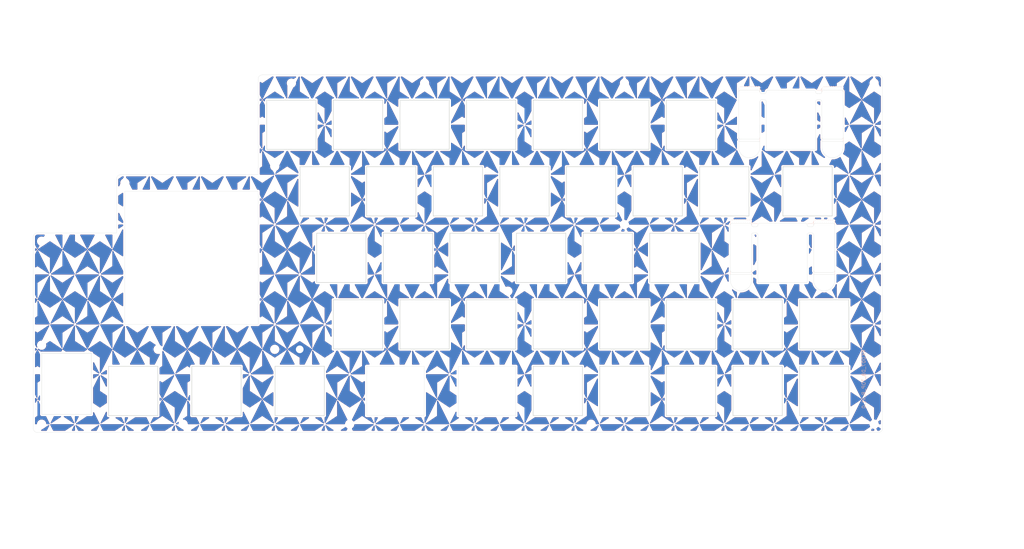
<source format=kicad_pcb>
(kicad_pcb (version 20241229) (generator "pcbnew") (generator_version "9.0")
  (layers (0 "F.Cu" signal) (2 "B.Cu" signal) (13 "F.Paste" user) (15 "B.Paste" user) (5 "F.SilkS" user "F.Silkscreen") (7 "B.SilkS" user "B.Silkscreen") (1 "F.Mask" user) (3 "B.Mask" user) (25 "Edge.Cuts" user))
  (net 0 "")
  (footprint "kbd_SW_Hole:SW_Hole_1u" (layer "F.Cu") (at 323.850214 142.875428)
    (property "Reference" "SW73" (hide yes))
    (property "Value" "SW_Push" (hide yes))
    (fp_line (start -7.05 -7.05) (end 7.05 -7.05) (stroke (width 0.15)) (layer "Edge.Cuts"))
    (fp_line (start -7.05 7.05) (end -7.05 -7.05) (stroke (width 0.15)) (layer "Edge.Cuts"))
    (fp_line (start 7.05 -7.05) (end 7.05 7.05) (stroke (width 0.15)) (layer "Edge.Cuts"))
    (fp_line (start 7.05 7.05) (end -7.05 7.05) (stroke (width 0.15)) (layer "Edge.Cuts"))
  )
  (footprint "kbd_Hole:m2_Screw_Hole" (layer "F.Cu") (at 247.650062 116.681657 180)
    (property "Reference" "Ref**")
    (property "Value" "Val**")
    (pad "" np_thru_hole circle (at 0 0 180) (size 2.2 2.2) (drill 2.2) (layers "*.Cu" "*.Mask"))
  )
  (footprint "kbd_Hole:m2_Screw_Hole" (layer "F.Cu") (at 269.081464 190.500428)
    (property "Reference" "Ref**")
    (property "Value" "Val**")
    (pad "" np_thru_hole circle (at 0 0) (size 2.2 2.2) (drill 2.2) (layers "*.Cu" "*.Mask"))
  )
  (footprint "kbd_SW_Hole:SW_Hole_1u" (layer "F.Cu") (at 309.562714 104.775428)
    (property "Reference" "SW66" (hide yes))
    (property "Value" "SW_Push" (hide yes))
    (fp_line (start -7.05 -7.05) (end 7.05 -7.05) (stroke (width 0.15)) (layer "Edge.Cuts"))
    (fp_line (start -7.05 7.05) (end -7.05 -7.05) (stroke (width 0.15)) (layer "Edge.Cuts"))
    (fp_line (start 7.05 -7.05) (end 7.05 7.05) (stroke (width 0.15)) (layer "Edge.Cuts"))
    (fp_line (start 7.05 7.05) (end -7.05 7.05) (stroke (width 0.15)) (layer "Edge.Cuts"))
  )
  (footprint "kbd_Hole:m2_Screw_Hole" (layer "F.Cu") (at 204.787534 121.44428 180)
    (property "Reference" "Ref**")
    (property "Value" "Val**")
    (pad "" np_thru_hole circle (at 0 0 180) (size 2.2 2.2) (drill 2.2) (layers "*.Cu" "*.Mask"))
  )
  (footprint "kbd_SW_Hole:SW_Hole_1u" (layer "F.Cu") (at 385.762714 180.975428)
    (property "Reference" "SW85" (hide yes))
    (property "Value" "SW_Push" (hide yes))
    (fp_line (start -7.05 -7.05) (end 7.05 -7.05) (stroke (width 0.15)) (layer "Edge.Cuts"))
    (fp_line (start -7.05 7.05) (end -7.05 -7.05) (stroke (width 0.15)) (layer "Edge.Cuts"))
    (fp_line (start 7.05 -7.05) (end 7.05 7.05) (stroke (width 0.15)) (layer "Edge.Cuts"))
    (fp_line (start 7.05 7.05) (end -7.05 7.05) (stroke (width 0.15)) (layer "Edge.Cuts"))
  )
  (footprint "kbd_SW_Hole:SW_Hole_1u" (layer "F.Cu") (at 342.900214 142.875428)
    (property "Reference" "SW78" (hide yes))
    (property "Value" "SW_Push" (hide yes))
    (fp_line (start -7.05 -7.05) (end 7.05 -7.05) (stroke (width 0.15)) (layer "Edge.Cuts"))
    (fp_line (start -7.05 7.05) (end -7.05 -7.05) (stroke (width 0.15)) (layer "Edge.Cuts"))
    (fp_line (start 7.05 -7.05) (end 7.05 7.05) (stroke (width 0.15)) (layer "Edge.Cuts"))
    (fp_line (start 7.05 7.05) (end -7.05 7.05) (stroke (width 0.15)) (layer "Edge.Cuts"))
  )
  (footprint "kbd_SW_Hole:SW_Hole_1u" (layer "F.Cu") (at 261.937714 123.825428)
    (property "Reference" "SW52" (hide yes))
    (property "Value" "SW_Push" (hide yes))
    (fp_line (start -7.05 -7.05) (end 7.05 -7.05) (stroke (width 0.15)) (layer "Edge.Cuts"))
    (fp_line (start -7.05 7.05) (end -7.05 -7.05) (stroke (width 0.15)) (layer "Edge.Cuts"))
    (fp_line (start 7.05 -7.05) (end 7.05 7.05) (stroke (width 0.15)) (layer "Edge.Cuts"))
    (fp_line (start 7.05 7.05) (end -7.05 7.05) (stroke (width 0.15)) (layer "Edge.Cuts"))
  )
  (footprint "kbd_SW_Hole:SW_Hole_1u" (layer "F.Cu") (at 290.512714 104.775428)
    (property "Reference" "SW61" (hide yes))
    (property "Value" "SW_Push" (hide yes))
    (fp_line (start -7.05 -7.05) (end 7.05 -7.05) (stroke (width 0.15)) (layer "Edge.Cuts"))
    (fp_line (start -7.05 7.05) (end -7.05 -7.05) (stroke (width 0.15)) (layer "Edge.Cuts"))
    (fp_line (start 7.05 -7.05) (end 7.05 7.05) (stroke (width 0.15)) (layer "Edge.Cuts"))
    (fp_line (start 7.05 7.05) (end -7.05 7.05) (stroke (width 0.15)) (layer "Edge.Cuts"))
  )
  (footprint "kbd_SW_Hole:SW_Hole_1u" (layer "F.Cu") (at 328.612714 161.925428)
    (property "Reference" "SW69" (hide yes))
    (property "Value" "SW_Push" (hide yes))
    (fp_line (start -7.05 -7.05) (end 7.05 -7.05) (stroke (width 0.15)) (layer "Edge.Cuts"))
    (fp_line (start -7.05 7.05) (end -7.05 -7.05) (stroke (width 0.15)) (layer "Edge.Cuts"))
    (fp_line (start 7.05 -7.05) (end 7.05 7.05) (stroke (width 0.15)) (layer "Edge.Cuts"))
    (fp_line (start 7.05 7.05) (end -7.05 7.05) (stroke (width 0.15)) (layer "Edge.Cuts"))
  )
  (footprint "kbd_SW_Hole:SW_Hole_1u" (layer "F.Cu") (at 361.950214 142.875428)
    (property "Reference" "SW83" (hide yes))
    (property "Value" "SW_Push" (hide yes))
    (fp_line (start -7.05 -7.05) (end 7.05 -7.05) (stroke (width 0.15)) (layer "Edge.Cuts"))
    (fp_line (start -7.05 7.05) (end -7.05 -7.05) (stroke (width 0.15)) (layer "Edge.Cuts"))
    (fp_line (start 7.05 -7.05) (end 7.05 7.05) (stroke (width 0.15)) (layer "Edge.Cuts"))
    (fp_line (start 7.05 7.05) (end -7.05 7.05) (stroke (width 0.15)) (layer "Edge.Cuts"))
  )
  (footprint "kbd_Hole:m2_Screw_Hole" (layer "F.Cu") (at 180.975 138.1125)
    (property "Reference" "Ref**")
    (property "Value" "Val**")
    (pad "" np_thru_hole circle (at 0 0) (size 2.2 2.2) (drill 2.2) (layers "*.Cu" "*.Mask"))
  )
  (footprint "kbd_SW_Hole:SW_Hole_1u" (layer "F.Cu") (at 357.187714 123.825428)
    (property "Reference" "SW77" (hide yes))
    (property "Value" "SW_Push" (hide yes))
    (fp_line (start -7.05 -7.05) (end 7.05 -7.05) (stroke (width 0.15)) (layer "Edge.Cuts"))
    (fp_line (start -7.05 7.05) (end -7.05 -7.05) (stroke (width 0.15)) (layer "Edge.Cuts"))
    (fp_line (start 7.05 -7.05) (end 7.05 7.05) (stroke (width 0.15)) (layer "Edge.Cuts"))
    (fp_line (start 7.05 7.05) (end -7.05 7.05) (stroke (width 0.15)) (layer "Edge.Cuts"))
  )
  (footprint "kbd_SW_Hole:SW_Hole_1u" (layer "F.Cu") (at 285.750214 142.875428)
    (property "Reference" "SW63" (hide yes))
    (property "Value" "SW_Push" (hide yes))
    (fp_line (start -7.05 -7.05) (end 7.05 -7.05) (stroke (width 0.15)) (layer "Edge.Cuts"))
    (fp_line (start -7.05 7.05) (end -7.05 -7.05) (stroke (width 0.15)) (layer "Edge.Cuts"))
    (fp_line (start 7.05 -7.05) (end 7.05 7.05) (stroke (width 0.15)) (layer "Edge.Cuts"))
    (fp_line (start 7.05 7.05) (end -7.05 7.05) (stroke (width 0.15)) (layer "Edge.Cuts"))
  )
  (footprint "kbd_Hole:m2_Screw_Hole" (layer "F.Cu") (at 419.100214 92.869178)
    (property "Reference" "Ref**")
    (property "Value" "Val**")
    (pad "" np_thru_hole circle (at 0 0) (size 2.2 2.2) (drill 2.2) (layers "*.Cu" "*.Mask"))
  )
  (footprint "kbd_SW_Hole:SW_Hole_1u" (layer "F.Cu") (at 304.800214 142.875428)
    (property "Reference" "SW68" (hide yes))
    (property "Value" "SW_Push" (hide yes))
    (fp_line (start -7.05 -7.05) (end 7.05 -7.05) (stroke (width 0.15)) (layer "Edge.Cuts"))
    (fp_line (start -7.05 7.05) (end -7.05 -7.05) (stroke (width 0.15)) (layer "Edge.Cuts"))
    (fp_line (start 7.05 -7.05) (end 7.05 7.05) (stroke (width 0.15)) (layer "Edge.Cuts"))
    (fp_line (start 7.05 7.05) (end -7.05 7.05) (stroke (width 0.15)) (layer "Edge.Cuts"))
  )
  (footprint "kbd_SW_Hole:SW_Hole_1.5u" (layer "F.Cu") (at 400.050214 123.825428)
    (property "Reference" "SW87" (hide yes))
    (property "Value" "SW_Push" (hide yes))
    (fp_line (start -7.05 -7.05) (end 7.05 -7.05) (stroke (width 0.15)) (layer "Edge.Cuts"))
    (fp_line (start -7.05 7.05) (end -7.05 -7.05) (stroke (width 0.15)) (layer "Edge.Cuts"))
    (fp_line (start 7.05 -7.05) (end 7.05 7.05) (stroke (width 0.15)) (layer "Edge.Cuts"))
    (fp_line (start 7.05 7.05) (end -7.05 7.05) (stroke (width 0.15)) (layer "Edge.Cuts"))
  )
  (footprint "kbd_Hole:m2_Screw_Hole" (layer "F.Cu") (at 221.456464 190.500428)
    (property "Reference" "Ref**")
    (property "Value" "Val**")
    (pad "" np_thru_hole circle (at 0 0) (size 2.2 2.2) (drill 2.2) (layers "*.Cu" "*.Mask"))
  )
  (footprint "kbd_Hole:m2_Screw_Hole" (layer "F.Cu") (at 214.312713 169.069276)
    (property "Reference" "Ref**")
    (property "Value" "Val**")
    (pad "" np_thru_hole circle (at 0 0) (size 2.2 2.2) (drill 2.2) (layers "*.Cu" "*.Mask"))
  )
  (footprint "kbd_SW_Hole:SW_Hole_1u" (layer "F.Cu") (at 300.037714 123.825428)
    (property "Reference" "SW62" (hide yes))
    (property "Value" "SW_Push" (hide yes))
    (fp_line (start -7.05 -7.05) (end 7.05 -7.05) (stroke (width 0.15)) (layer "Edge.Cuts"))
    (fp_line (start -7.05 7.05) (end -7.05 -7.05) (stroke (width 0.15)) (layer "Edge.Cuts"))
    (fp_line (start 7.05 -7.05) (end 7.05 7.05) (stroke (width 0.15)) (layer "Edge.Cuts"))
    (fp_line (start 7.05 7.05) (end -7.05 7.05) (stroke (width 0.15)) (layer "Edge.Cuts"))
  )
  (footprint "kbd_SW_Hole:SW_Hole_1u" (layer "F.Cu") (at 385.762714 161.925428)
    (property "Reference" "SW84" (hide yes))
    (property "Value" "SW_Push" (hide yes))
    (fp_line (start -7.05 -7.05) (end 7.05 -7.05) (stroke (width 0.15)) (layer "Edge.Cuts"))
    (fp_line (start -7.05 7.05) (end -7.05 -7.05) (stroke (width 0.15)) (layer "Edge.Cuts"))
    (fp_line (start 7.05 -7.05) (end 7.05 7.05) (stroke (width 0.15)) (layer "Edge.Cuts"))
    (fp_line (start 7.05 7.05) (end -7.05 7.05) (stroke (width 0.15)) (layer "Edge.Cuts"))
  )
  (footprint "BrownSugar_KBD:RotaryEncoder_EC11-Hole" (layer "F.Cu") (at 188.118756 179.189375 180)
    (property "Reference" "SW30")
    (property "Value" "RotaryEncoder_Switch")
    (fp_line (start 7.1 9) (end -7.1 9) (stroke (width 0.08)) (layer "Edge.Cuts"))
    (fp_line (start 7.1 -8.5) (end 7.1 9) (stroke (width 0.08)) (layer "Edge.Cuts"))
    (fp_line (start -7.1 9) (end -7.1 -8.5) (stroke (width 0.08)) (layer "Edge.Cuts"))
    (fp_line (start -7.1 -8.5) (end 7.1 -8.5) (stroke (width 0.08)) (layer "Edge.Cuts"))
  )
  (footprint "kbd_SW_Hole:SW_Hole_1.25u" (layer "F.Cu") (at 207.168964 180.975428)
    (property "Reference" "SW53" (hide yes))
    (property "Value" "SW_Push" (hide yes))
    (fp_line (start -7.05 -7.05) (end 7.05 -7.05) (stroke (width 0.15)) (layer "Edge.Cuts"))
    (fp_line (start -7.05 7.05) (end -7.05 -7.05) (stroke (width 0.15)) (layer "Edge.Cuts"))
    (fp_line (start 7.05 -7.05) (end 7.05 7.05) (stroke (width 0.15)) (layer "Edge.Cuts"))
    (fp_line (start 7.05 7.05) (end -7.05 7.05) (stroke (width 0.15)) (layer "Edge.Cuts"))
  )
  (footprint "kbd_SW_Hole:SW_Hole_1u" (layer "F.Cu") (at 376.237714 123.825428)
    (property "Reference" "SW82" (hide yes))
    (property "Value" "SW_Push" (hide yes))
    (fp_line (start -7.05 -7.05) (end 7.05 -7.05) (stroke (width 0.15)) (layer "Edge.Cuts"))
    (fp_line (start -7.05 7.05) (end -7.05 -7.05) (stroke (width 0.15)) (layer "Edge.Cuts"))
    (fp_line (start 7.05 -7.05) (end 7.05 7.05) (stroke (width 0.15)) (layer "Edge.Cuts"))
    (fp_line (start 7.05 7.05) (end -7.05 7.05) (stroke (width 0.15)) (layer "Edge.Cuts"))
  )
  (footprint "kbd_SW_Hole:SW_Hole_1u" (layer "F.Cu") (at 266.700214 142.875428)
    (property "Reference" "SW54" (hide yes))
    (property "Value" "SW_Push" (hide yes))
    (fp_line (start -7.05 -7.05) (end 7.05 -7.05) (stroke (width 0.15)) (layer "Edge.Cuts"))
    (fp_line (start -7.05 7.05) (end -7.05 -7.05) (stroke (width 0.15)) (layer "Edge.Cuts"))
    (fp_line (start 7.05 -7.05) (end 7.05 7.05) (stroke (width 0.15)) (layer "Edge.Cuts"))
    (fp_line (start 7.05 7.05) (end -7.05 7.05) (stroke (width 0.15)) (layer "Edge.Cuts"))
  )
  (footprint "kbd_SW_Hole:SW_Hole_1u" (layer "F.Cu") (at 290.512714 161.925428)
    (property "Reference" "SW59" (hide yes))
    (property "Value" "SW_Push" (hide yes))
    (fp_line (start -7.05 -7.05) (end 7.05 -7.05) (stroke (width 0.15)) (layer "Edge.Cuts"))
    (fp_line (start -7.05 7.05) (end -7.05 -7.05) (stroke (width 0.15)) (layer "Edge.Cuts"))
    (fp_line (start 7.05 -7.05) (end 7.05 7.05) (stroke (width 0.15)) (layer "Edge.Cuts"))
    (fp_line (start 7.05 7.05) (end -7.05 7.05) (stroke (width 0.15)) (layer "Edge.Cuts"))
  )
  (footprint "kbd_Hole:m2_Screw_Hole" (layer "F.Cu") (at 314.325214 152.400428)
    (property "Reference" "M5")
    (property "Value" "Mark")
    (pad "" np_thru_hole circle (at 0 0) (size 2.2 2.2) (drill 2.2) (layers "*.Cu" "*.Mask"))
  )
  (footprint "kbd_Hole:m2_Screw_Hole" (layer "F.Cu") (at 180.975 190.5)
    (property "Reference" "Ref**" (hide yes))
    (property "Value" "Val**")
    (pad "" np_thru_hole circle (at 0 0) (size 2.2 2.2) (drill 2.2) (layers "*.Cu" "*.Mask"))
  )
  (footprint "kbd_Hole:m2_Screw_Hole" (layer "F.Cu") (at 252.412714 92.869178)
    (property "Reference" "Ref**")
    (property "Value" "Val**")
    (pad "" np_thru_hole circle (at 0 0) (size 2.2 2.2) (drill 2.2) (layers "*.Cu" "*.Mask"))
  )
  (footprint "kbd_SW_Hole:SW_Hole_1u" (layer "F.Cu") (at 328.612714 104.775428)
    (property "Reference" "SW71" (hide yes))
    (property "Value" "SW_Push" (hide yes))
    (fp_line (start -7.05 -7.05) (end 7.05 -7.05) (stroke (width 0.15)) (layer "Edge.Cuts"))
    (fp_line (start -7.05 7.05) (end -7.05 -7.05) (stroke (width 0.15)) (layer "Edge.Cuts"))
    (fp_line (start 7.05 -7.05) (end 7.05 7.05) (stroke (width 0.15)) (layer "Edge.Cuts"))
    (fp_line (start 7.05 7.05) (end -7.05 7.05) (stroke (width 0.15)) (layer "Edge.Cuts"))
  )
  (footprint "kbd_SW_Hole:SW_Hole_1u" (layer "F.Cu") (at 366.712714 104.775428)
    (property "Reference" "SW81" (hide yes))
    (property "Value" "SW_Push" (hide yes))
    (fp_line (start -7.05 -7.05) (end 7.05 -7.05) (stroke (width 0.15)) (layer "Edge.Cuts"))
    (fp_line (start -7.05 7.05) (end -7.05 -7.05) (stroke (width 0.15)) (layer "Edge.Cuts"))
    (fp_line (start 7.05 -7.05) (end 7.05 7.05) (stroke (width 0.15)) (layer "Edge.Cuts"))
    (fp_line (start 7.05 7.05) (end -7.05 7.05) (stroke (width 0.15)) (layer "Edge.Cuts"))
  )
  (footprint "kbd_Hole:m2_Screw_Hole" (layer "F.Cu") (at 254.793902 169.068771)
    (property "Reference" "Ref**")
    (property "Value" "Val**")
    (pad "" np_thru_hole circle (at 0 0) (size 2.2 2.2) (drill 2.2) (layers "*.Cu" "*.Mask"))
  )
  (footprint "kbd_SW_Hole:SW_Hole_1u" (layer "F.Cu") (at 347.662714 161.925428)
    (property "Reference" "SW74" (hide yes))
    (property "Value" "SW_Push" (hide yes))
    (fp_line (start -7.05 -7.05) (end 7.05 -7.05) (stroke (width 0.15)) (layer "Edge.Cuts"))
    (fp_line (start -7.05 7.05) (end -7.05 -7.05) (stroke (width 0.15)) (layer "Edge.Cuts"))
    (fp_line (start 7.05 -7.05) (end 7.05 7.05) (stroke (width 0.15)) (layer "Edge.Cuts"))
    (fp_line (start 7.05 7.05) (end -7.05 7.05) (stroke (width 0.15)) (layer "Edge.Cuts"))
  )
  (footprint "kbd_SW_Hole:SW_Hole_1.25u" (layer "F.Cu") (at 230.981514 180.975428)
    (property "Reference" "SW53" (hide yes))
    (property "Value" "SW_Push" (hide yes))
    (fp_line (start -7.05 -7.05) (end 7.05 -7.05) (stroke (width 0.15)) (layer "Edge.Cuts"))
    (fp_line (start -7.05 7.05) (end -7.05 -7.05) (stroke (width 0.15)) (layer "Edge.Cuts"))
    (fp_line (start 7.05 -7.05) (end 7.05 7.05) (stroke (width 0.15)) (layer "Edge.Cuts"))
    (fp_line (start 7.05 7.05) (end -7.05 7.05) (stroke (width 0.15)) (layer "Edge.Cuts"))
  )
  (footprint "kbd_SW_Hole:SW_Hole_1u" (layer "F.Cu") (at 280.987714 123.825428)
    (property "Reference" "SW57" (hide yes))
    (property "Value" "SW_Push" (hide yes))
    (fp_line (start -7.05 -7.05) (end 7.05 -7.05) (stroke (width 0.15)) (layer "Edge.Cuts"))
    (fp_line (start -7.05 7.05) (end -7.05 -7.05) (stroke (width 0.15)) (layer "Edge.Cuts"))
    (fp_line (start 7.05 -7.05) (end 7.05 7.05) (stroke (width 0.15)) (layer "Edge.Cuts"))
    (fp_line (start 7.05 7.05) (end -7.05 7.05) (stroke (width 0.15)) (layer "Edge.Cuts"))
  )
  (footprint "kbd_Hole:m2_Screw_Hole" (layer "F.Cu") (at 338.137714 190.500428)
    (property "Reference" "Ref**")
    (property "Value" "Val**")
    (pad "" np_thru_hole circle (at 0 0) (size 2.2 2.2) (drill 2.2) (layers "*.Cu" "*.Mask"))
  )
  (footprint "kbd_Hole:m2_Screw_Hole" (layer "F.Cu") (at 290.512714 92.869178)
    (property "Reference" "Ref**")
    (property "Value" "Val**")
    (pad "" np_thru_hole circle (at 0 0) (size 2.2 2.2) (drill 2.2) (layers "*.Cu" "*.Mask"))
  )
  (footprint "kbd_SW_Hole:SW_Hole_1u" (layer "F.Cu") (at 271.462714 161.925428)
    (property "Reference" "SW58" (hide yes))
    (property "Value" "SW_Push" (hide yes))
    (fp_line (start -7.05 -7.05) (end 7.05 -7.05) (stroke (width 0.15)) (layer "Edge.Cuts"))
    (fp_line (start -7.05 7.05) (end -7.05 -7.05) (stroke (width 0.15)) (layer "Edge.Cuts"))
    (fp_line (start 7.05 -7.05) (end 7.05 7.05) (stroke (width 0.15)) (layer "Edge.Cuts"))
    (fp_line (start 7.05 7.05) (end -7.05 7.05) (stroke (width 0.15)) (layer "Edge.Cuts"))
  )
  (footprint "kbd_Hole:m2_Screw_Hole" (layer "F.Cu") (at 347.662714 92.869178)
    (property "Reference" "Ref**")
    (property "Value" "Val**")
    (pad "" np_thru_hole circle (at 0 0) (size 2.2 2.2) (drill 2.2) (layers "*.Cu" "*.Mask"))
  )
  (footprint "kbd_SW_Hole:SW_Hole_1u" (layer "F.Cu") (at 252.412714 104.775428)
    (property "Reference" "SW51" (hide yes))
    (property "Value" "SW_Push" (hide yes))
    (fp_line (start -7.05 -7.05) (end 7.05 -7.05) (stroke (width 0.15)) (layer "Edge.Cuts"))
    (fp_line (start -7.05 7.05) (end -7.05 -7.05) (stroke (width 0.15)) (layer "Edge.Cuts"))
    (fp_line (start 7.05 -7.05) (end 7.05 7.05) (stroke (width 0.15)) (layer "Edge.Cuts"))
    (fp_line (start 7.05 7.05) (end -7.05 7.05) (stroke (width 0.15)) (layer "Edge.Cuts"))
  )
  (footprint "kbd_SW_Hole:SW_Hole_1u" (layer "F.Cu") (at 404.812714 161.925428)
    (property "Reference" "SW89" (hide yes))
    (property "Value" "SW_Push" (hide yes))
    (fp_line (start -7.05 -7.05) (end 7.05 -7.05) (stroke (width 0.15)) (layer "Edge.Cuts"))
    (fp_line (start -7.05 7.05) (end -7.05 -7.05) (stroke (width 0.15)) (layer "Edge.Cuts"))
    (fp_line (start 7.05 -7.05) (end 7.05 7.05) (stroke (width 0.15)) (layer "Edge.Cuts"))
    (fp_line (start 7.05 7.05) (end -7.05 7.05) (stroke (width 0.15)) (layer "Edge.Cuts"))
  )
  (footprint "kbd_SW_Hole:SW_Hole_1u" (layer "F.Cu") (at 309.562714 161.925428)
    (property "Reference" "SW64" (hide yes))
    (property "Value" "SW_Push" (hide yes))
    (fp_line (start -7.05 -7.05) (end 7.05 -7.05) (stroke (width 0.15)) (layer "Edge.Cuts"))
    (fp_line (start -7.05 7.05) (end -7.05 -7.05) (stroke (width 0.15)) (layer "Edge.Cuts"))
    (fp_line (start 7.05 -7.05) (end 7.05 7.05) (stroke (width 0.15)) (layer "Edge.Cuts"))
    (fp_line (start 7.05 7.05) (end -7.05 7.05) (stroke (width 0.15)) (layer "Edge.Cuts"))
  )
  (footprint "kbd_SW_Hole:SW_Hole_1u" (layer "F.Cu") (at 338.137714 123.825428)
    (property "Reference" "SW72" (hide yes))
    (property "Value" "SW_Push" (hide yes))
    (fp_line (start -7.05 -7.05) (end 7.05 -7.05) (stroke (width 0.15)) (layer "Edge.Cuts"))
    (fp_line (start -7.05 7.05) (end -7.05 -7.05) (stroke (width 0.15)) (layer "Edge.Cuts"))
    (fp_line (start 7.05 -7.05) (end 7.05 7.05) (stroke (width 0.15)) (layer "Edge.Cuts"))
    (fp_line (start 7.05 7.05) (end -7.05 7.05) (stroke (width 0.15)) (layer "Edge.Cuts"))
  )
  (footprint "kbd_SW_Hole:SW_Hole_1u" (layer "F.Cu") (at 366.712714 180.975428)
    (property "Reference" "SW80" (hide yes))
    (property "Value" "SW_Push" (hide yes))
    (fp_line (start -7.05 -7.05) (end 7.05 -7.05) (stroke (width 0.15)) (layer "Edge.Cuts"))
    (fp_line (start -7.05 7.05) (end -7.05 -7.05) (stroke (width 0.15)) (layer "Edge.Cuts"))
    (fp_line (start 7.05 -7.05) (end 7.05 7.05) (stroke (width 0.15)) (layer "Edge.Cuts"))
    (fp_line (start 7.05 7.05) (end -7.05 7.05) (stroke (width 0.15)) (layer "Edge.Cuts"))
  )
  (footprint "kbd_Hole:m2_Screw_Hole" (layer "F.Cu") (at 419.100214 190.500428)
    (property "Reference" "Ref**")
    (property "Value" "Val**")
    (pad "" np_thru_hole circle (at 0 0) (size 2.2 2.2) (drill 2.2) (layers "*.Cu" "*.Mask"))
  )
  (footprint "kbd_SW_Hole:SW_Hole_1u" (layer "F.Cu") (at 404.812714 180.975428)
    (property "Reference" "SW90" (hide yes))
    (property "Value" "SW_Push" (hide yes))
    (fp_line (start -7.05 -7.05) (end 7.05 -7.05) (stroke (width 0.15)) (layer "Edge.Cuts"))
    (fp_line (start -7.05 7.05) (end -7.05 -7.05) (stroke (width 0.15)) (layer "Edge.Cuts"))
    (fp_line (start 7.05 -7.05) (end 7.05 7.05) (stroke (width 0.15)) (layer "Edge.Cuts"))
    (fp_line (start 7.05 7.05) (end -7.05 7.05) (stroke (width 0.15)) (layer "Edge.Cuts"))
  )
  (footprint "kbd_SW_Hole:SW_Hole_1u" (layer "F.Cu") (at 328.612714 180.975428)
    (property "Reference" "SW70" (hide yes))
    (property "Value" "SW_Push" (hide yes))
    (fp_line (start -7.05 -7.05) (end 7.05 -7.05) (stroke (width 0.15)) (layer "Edge.Cuts"))
    (fp_line (start -7.05 7.05) (end -7.05 -7.05) (stroke (width 0.15)) (layer "Edge.Cuts"))
    (fp_line (start 7.05 -7.05) (end 7.05 7.05) (stroke (width 0.15)) (layer "Edge.Cuts"))
    (fp_line (start 7.05 7.05) (end -7.05 7.05) (stroke (width 0.15)) (layer "Edge.Cuts"))
  )
  (footprint "kbd_SW_Hole:SW_Hole_1u" (layer "F.Cu") (at 271.462714 104.775428)
    (property "Reference" "SW56" (hide yes))
    (property "Value" "SW_Push" (hide yes))
    (fp_line (start -7.05 -7.05) (end 7.05 -7.05) (stroke (width 0.15)) (layer "Edge.Cuts"))
    (fp_line (start -7.05 7.05) (end -7.05 -7.05) (stroke (width 0.15)) (layer "Edge.Cuts"))
    (fp_line (start 7.05 -7.05) (end 7.05 7.05) (stroke (width 0.15)) (layer "Edge.Cuts"))
    (fp_line (start 7.05 7.05) (end -7.05 7.05) (stroke (width 0.15)) (layer "Edge.Cuts"))
  )
  (footprint "kbd_SW_Hole:SW_Hole_1u" (layer "F.Cu") (at 366.712714 161.925428)
    (property "Reference" "SW79" (hide yes))
    (property "Value" "SW_Push" (hide yes))
    (fp_line (start -7.05 -7.05) (end 7.05 -7.05) (stroke (width 0.15)) (layer "Edge.Cuts"))
    (fp_line (start -7.05 7.05) (end -7.05 -7.05) (stroke (width 0.15)) (layer "Edge.Cuts"))
    (fp_line (start 7.05 -7.05) (end 7.05 7.05) (stroke (width 0.15)) (layer "Edge.Cuts"))
    (fp_line (start 7.05 7.05) (end -7.05 7.05) (stroke (width 0.15)) (layer "Edge.Cuts"))
  )
  (footprint "kbd_SW_Hole:SW_Hole_1.25u" (layer "F.Cu") (at 254.794014 180.975428)
    (property "Reference" "SW55" (hide yes))
    (property "Value" "SW_Push" (hide yes))
    (fp_line (start -7.05 -7.05) (end 7.05 -7.05) (stroke (width 0.15)) (layer "Edge.Cuts"))
    (fp_line (start -7.05 7.05) (end -7.05 -7.05) (stroke (width 0.15)) (layer "Edge.Cuts"))
    (fp_line (start 7.05 -7.05) (end 7.05 7.05) (stroke (width 0.15)) (layer "Edge.Cuts"))
    (fp_line (start 7.05 7.05) (end -7.05 7.05) (stroke (width 0.15)) (layer "Edge.Cuts"))
  )
  (footprint "kbd_SW_Hole:SW_Hole_1u" (layer "F.Cu") (at 347.662714 180.975428)
    (property "Reference" "SW75" (hide yes))
    (property "Value" "SW_Push" (hide yes))
    (fp_line (start -7.05 -7.05) (end 7.05 -7.05) (stroke (width 0.15)) (layer "Edge.Cuts"))
    (fp_line (start -7.05 7.05) (end -7.05 -7.05) (stroke (width 0.15)) (layer "Edge.Cuts"))
    (fp_line (start 7.05 -7.05) (end 7.05 7.05) (stroke (width 0.15)) (layer "Edge.Cuts"))
    (fp_line (start 7.05 7.05) (end -7.05 7.05) (stroke (width 0.15)) (layer "Edge.Cuts"))
  )
  (footprint "Rikkodo_FootPrint:rkd_Top_ChocV2_2u_XL" (layer "F.Cu") (at 392.906514 142.875428 180)
    (property "Reference" "SW88" (hide yes))
    (property "Value" "SW_Push" (hide yes))
    (fp_line (start 14.9375 9.4) (end 14.9375 -3.650101) (stroke (width 0.05)) (layer "Edge.Cuts"))
    (fp_line (start 14.9375 -4.7625) (end 14.9375 -6.41875) (stroke (width 0.05)) (layer "Edge.Cuts"))
    (fp_line (start 14.4375 -4.15) (end 9.375 -4.15) (stroke (width 0.05)) (layer "Edge.Cuts"))
    (fp_line (start 9.375 9.9) (end 14.4375 9.9) (stroke (width 0.05)) (layer "Edge.Cuts"))
    (fp_line (start 8.875 -3.6499) (end 8.875 6.64375) (stroke (width 0.05)) (layer "Edge.Cuts"))
    (fp_line (start 8.875 -4.7625) (end 14.9375 -4.7625) (stroke (width 0.05)) (layer "Edge.Cuts"))
    (fp_line (start 8.875 -6.41875) (end 8.875 -4.7625) (stroke (width 0.05)) (layer "Edge.Cuts"))
    (fp_line (start 8.3751 8.9) (end 7.55385 8.9) (stroke (width 0.05)) (layer "Edge.Cuts"))
    (fp_line (start 8.375 7.14375) (end 7.55 7.14375) (stroke (width 0.05)) (layer "Edge.Cuts"))
    (fp_line (start 7.05 -7.05) (end 7.05 6.64375) (stroke (width 0.05)) (layer "Edge.Cuts"))
    (fp_line (start -6.550001 9.899999) (end 6.5538 9.90005) (stroke (width 0.05)) (layer "Edge.Cuts"))
    (fp_line (start -7.05 -7.05) (end 7.05 -7.05) (stroke (width 0.05)) (layer "Edge.Cuts"))
    (fp_line (start -7.05 -7.05) (end -7.05 6.64375) (stroke (width 0.05)) (layer "Edge.Cuts"))
    (fp_line (start -7.55 8.9) (end -8.37125 8.9) (stroke (width 0.05)) (layer "Edge.Cuts"))
    (fp_line (start -7.55 7.14375) (end -8.37125 7.14375) (stroke (width 0.05)) (layer "Edge.Cuts"))
    (fp_line (start -8.87125 -3.6499) (end -8.87125 6.64375) (stroke (width 0.05)) (layer "Edge.Cuts"))
    (fp_line (start -8.87125 -4.7625) (end -8.87125 -6.41875) (stroke (width 0.05)) (layer "Edge.Cuts"))
    (fp_line (start -14.43375 9.9) (end -9.37125 9.9) (stroke (width 0.05)) (layer "Edge.Cuts"))
    (fp_line (start -14.43375 -4.15) (end -9.37125 -4.15) (stroke (width 0.05)) (layer "Edge.Cuts"))
    (fp_line (start -14.93375 9.4) (end -14.93375 -3.650101) (stroke (width 0.05)) (layer "Edge.Cuts"))
    (fp_line (start -14.93375 -4.7625) (end -8.87125 -4.7625) (stroke (width 0.05)) (layer "Edge.Cuts"))
    (fp_line (start -14.93375 -4.7625) (end -14.93375 -6.41875) (stroke (width 0.05)) (layer "Edge.Cuts"))
    (fp_arc (start 14.9375 9.4) (mid 14.791024 9.753524) (end 14.4375 9.9) (stroke (width 0.05)) (layer "Edge.Cuts"))
    (fp_arc (start 14.4375 -4.15) (mid 14.791083 -4.003583) (end 14.9375 -3.65) (stroke (width 0.05)) (layer "Edge.Cuts"))
    (fp_arc (start 9.375 9.9) (mid 9.021417 9.753583) (end 8.875 9.4) (stroke (width 0.05)) (layer "Edge.Cuts"))
    (fp_arc (start 8.875 6.64375) (mid 8.728539 6.997289) (end 8.375 7.14375) (stroke (width 0.05)) (layer "Edge.Cuts"))
    (fp_arc (start 8.875 -3.65) (mid 9.021476 -4.003524) (end 9.375 -4.15) (stroke (width 0.05)) (layer "Edge.Cuts"))
    (fp_arc (start 8.875 -6.41875) (mid 11.90625 -9.45) (end 14.9375 -6.41875) (stroke (width 0.05)) (layer "Edge.Cuts"))
    (fp_arc (start 8.375 8.9) (mid 8.728583 9.046417) (end 8.875 9.4) (stroke (width 0.05)) (layer "Edge.Cuts"))
    (fp_arc (start 7.55 7.14375) (mid 7.196461 6.997289) (end 7.05 6.64375) (stroke (width 0.05)) (layer "Edge.Cuts"))
    (fp_arc (start 7.05385 9.40005) (mid 6.907389 9.753589) (end 6.55385 9.90005) (stroke (width 0.05)) (layer "Edge.Cuts"))
    (fp_arc (start 7.05385 9.4) (mid 7.200311 9.046461) (end 7.55385 8.9) (stroke (width 0.05)) (layer "Edge.Cuts"))
    (fp_arc (start -6.550001 9.9) (mid -6.903581 9.75358) (end -7.050001 9.4) (stroke (width 0.05)) (layer "Edge.Cuts"))
    (fp_arc (start -7.05 6.64375) (mid -7.19642 6.99733) (end -7.55 7.14375) (stroke (width 0.05)) (layer "Edge.Cuts"))
    (fp_arc (start -7.55 8.9) (mid -7.19642 9.04642) (end -7.05 9.4) (stroke (width 0.05)) (layer "Edge.Cuts"))
    (fp_arc (start -8.37125 7.14375) (mid -8.724759 6.997259) (end -8.87125 6.64375) (stroke (width 0.05)) (layer "Edge.Cuts"))
    (fp_arc (start -8.87125 9.4) (mid -8.724789 9.046461) (end -8.37125 8.9) (stroke (width 0.05)) (layer "Edge.Cuts"))
    (fp_arc (start -8.87125 9.4) (mid -9.017711 9.753539) (end -9.37125 9.9) (stroke (width 0.05)) (layer "Edge.Cuts"))
    (fp_arc (start -9.37125 -4.15) (mid -9.017758 -4.003506) (end -8.87125 -3.65) (stroke (width 0.05)) (layer "Edge.Cuts"))
    (fp_arc (start -14.43375 9.9) (mid -14.787271 9.753536) (end -14.93375 9.4) (stroke (width 0.05)) (layer "Edge.Cuts"))
    (fp_arc (start -14.93375 -3.65) (mid -14.78733 -4.003565) (end -14.43375 -4.15) (stroke (width 0.05)) (layer "Edge.Cuts"))
    (fp_arc (start -14.93375 -6.41875) (mid -11.9025 -9.45) (end -8.87125 -6.41875) (stroke (width 0.05)) (layer "Edge.Cuts"))
    (pad "" np_thru_hole circle (at -14.6 10.6 90) (size 0.5 0.5) (drill 0.5) (layers "*.Cu" "*.Mask"))
    (pad "" np_thru_hole circle (at -14 10.6 90) (size 0.5 0.5) (drill 0.5) (layers "*.Cu" "*.Mask"))
    (pad "" np_thru_hole circle (at -13.4 10.6 90) (size 0.5 0.5) (drill 0.5) (layers "*.Cu" "*.Mask"))
    (pad "" np_thru_hole circle (at -12.8 10.6 90) (size 0.5 0.5) (drill 0.5) (layers "*.Cu" "*.Mask"))
    (pad "" np_thru_hole circle (at -12.2 10.6 90) (size 0.5 0.5) (drill 0.5) (layers "*.Cu" "*.Mask"))
    (pad "" np_thru_hole circle (at -11.6 10.6 90) (size 0.5 0.5) (drill 0.5) (layers "*.Cu" "*.Mask"))
    (pad "" np_thru_hole circle (at -11 10.6 90) (size 0.5 0.5) (drill 0.5) (layers "*.Cu" "*.Mask"))
    (pad "" np_thru_hole circle (at -10.4 10.6 90) (size 0.5 0.5) (drill 0.5) (layers "*.Cu" "*.Mask"))
    (pad "" np_thru_hole circle (at -9.8 10.6 90) (size 0.5 0.5) (drill 0.5) (layers "*.Cu" "*.Mask"))
    (pad "" np_thru_hole circle (at -9.2 10.6 90) (size 0.5 0.5) (drill 0.5) (layers "*.Cu" "*.Mask"))
    (pad "" np_thru_hole circle (at 9.2 10.6 90) (size 0.5 0.5) (drill 0.5) (layers "*.Cu" "*.Mask"))
    (pad "" np_thru_hole circle (at 9.8 10.6 90) (size 0.5 0.5) (drill 0.5) (layers "*.Cu" "*.Mask"))
    (pad "" np_thru_hole circle (at 10.4 10.6 90) (size 0.5 0.5) (drill 0.5) (layers "*.Cu" "*.Mask"))
    (pad "" np_thru_hole circle (at 11 10.6 90) (size 0.5 0.5) (drill 0.5) (layers "*.Cu" "*.Mask"))
    (pad "" np_thru_hole circle (at 11.6 10.6 90) (size 0.5 0.5) (drill 0.5) (layers "*.Cu" "*.Mask"))
    (pad "" np_thru_hole circle (at 12.2 10.6 90) (size 0.5 0.5) (drill 0.5) (layers "*.Cu" "*.Mask"))
    (pad "" np_thru_hole circle (at 12.8 10.6 90) (size 0.5 0.5) (drill 0.5) (layers "*.Cu" "*.Mask"))
    (pad "" np_thru_hole circle (at 13.4 10.6 90) (size 0.5 0.5) (drill 0.5) (layers "*.Cu" "*.Mask"))
    (pad "" np_thru_hole circle (at 14 10.6 90) (size 0.5 0.5) (drill 0.5) (layers "*.Cu" "*.Mask"))
    (pad "" np_thru_hole circle (at 14.6 10.6 90) (size 0.5 0.5) (drill 0.5) (layers "*.Cu" "*.Mask"))
  )
  (footprint "Rikkodo_FootPrint:rkd_Top_ChocV2_2u_XL" (layer "F.Cu") (at 395.287714 104.775428 180)
    (property "Reference" "SW86" (hide yes))
    (property "Value" "SW_Push" (hide yes))
    (fp_line (start 14.9375 9.4) (end 14.9375 -3.650101) (stroke (width 0.05)) (layer "Edge.Cuts"))
    (fp_line (start 14.9375 -4.7625) (end 14.9375 -6.41875) (stroke (width 0.05)) (layer "Edge.Cuts"))
    (fp_line (start 14.4375 -4.15) (end 9.375 -4.15) (stroke (width 0.05)) (layer "Edge.Cuts"))
    (fp_line (start 9.375 9.9) (end 14.4375 9.9) (stroke (width 0.05)) (layer "Edge.Cuts"))
    (fp_line (start 8.875 -3.6499) (end 8.875 6.64375) (stroke (width 0.05)) (layer "Edge.Cuts"))
    (fp_line (start 8.875 -4.7625) (end 14.9375 -4.7625) (stroke (width 0.05)) (layer "Edge.Cuts"))
    (fp_line (start 8.875 -6.41875) (end 8.875 -4.7625) (stroke (width 0.05)) (layer "Edge.Cuts"))
    (fp_line (start 8.3751 8.9) (end 7.55385 8.9) (stroke (width 0.05)) (layer "Edge.Cuts"))
    (fp_line (start 8.375 7.14375) (end 7.55 7.14375) (stroke (width 0.05)) (layer "Edge.Cuts"))
    (fp_line (start 7.05 -7.05) (end 7.05 6.64375) (stroke (width 0.05)) (layer "Edge.Cuts"))
    (fp_line (start -6.550001 9.899999) (end 6.5538 9.90005) (stroke (width 0.05)) (layer "Edge.Cuts"))
    (fp_line (start -7.05 -7.05) (end 7.05 -7.05) (stroke (width 0.05)) (layer "Edge.Cuts"))
    (fp_line (start -7.05 -7.05) (end -7.05 6.64375) (stroke (width 0.05)) (layer "Edge.Cuts"))
    (fp_line (start -7.55 8.9) (end -8.37125 8.9) (stroke (width 0.05)) (layer "Edge.Cuts"))
    (fp_line (start -7.55 7.14375) (end -8.37125 7.14375) (stroke (width 0.05)) (layer "Edge.Cuts"))
    (fp_line (start -8.87125 -3.6499) (end -8.87125 6.64375) (stroke (width 0.05)) (layer "Edge.Cuts"))
    (fp_line (start -8.87125 -4.7625) (end -8.87125 -6.41875) (stroke (width 0.05)) (layer "Edge.Cuts"))
    (fp_line (start -14.43375 9.9) (end -9.37125 9.9) (stroke (width 0.05)) (layer "Edge.Cuts"))
    (fp_line (start -14.43375 -4.15) (end -9.37125 -4.15) (stroke (width 0.05)) (layer "Edge.Cuts"))
    (fp_line (start -14.93375 9.4) (end -14.93375 -3.650101) (stroke (width 0.05)) (layer "Edge.Cuts"))
    (fp_line (start -14.93375 -4.7625) (end -8.87125 -4.7625) (stroke (width 0.05)) (layer "Edge.Cuts"))
    (fp_line (start -14.93375 -4.7625) (end -14.93375 -6.41875) (stroke (width 0.05)) (layer "Edge.Cuts"))
    (fp_arc (start 14.9375 9.4) (mid 14.791024 9.753524) (end 14.4375 9.9) (stroke (width 0.05)) (layer "Edge.Cuts"))
    (fp_arc (start 14.4375 -4.15) (mid 14.791083 -4.003583) (end 14.9375 -3.65) (stroke (width 0.05)) (layer "Edge.Cuts"))
    (fp_arc (start 9.375 9.9) (mid 9.021417 9.753583) (end 8.875 9.4) (stroke (width 0.05)) (layer "Edge.Cuts"))
    (fp_arc (start 8.875 6.64375) (mid 8.728539 6.997289) (end 8.375 7.14375) (stroke (width 0.05)) (layer "Edge.Cuts"))
    (fp_arc (start 8.875 -3.65) (mid 9.021476 -4.003524) (end 9.375 -4.15) (stroke (width 0.05)) (layer "Edge.Cuts"))
    (fp_arc (start 8.875 -6.41875) (mid 11.90625 -9.45) (end 14.9375 -6.41875) (stroke (width 0.05)) (layer "Edge.Cuts"))
    (fp_arc (start 8.375 8.9) (mid 8.728583 9.046417) (end 8.875 9.4) (stroke (width 0.05)) (layer "Edge.Cuts"))
    (fp_arc (start 7.55 7.14375) (mid 7.196461 6.997289) (end 7.05 6.64375) (stroke (width 0.05)) (layer "Edge.Cuts"))
    (fp_arc (start 7.05385 9.40005) (mid 6.907389 9.753589) (end 6.55385 9.90005) (stroke (width 0.05)) (layer "Edge.Cuts"))
    (fp_arc (start 7.05385 9.4) (mid 7.200311 9.046461) (end 7.55385 8.9) (stroke (width 0.05)) (layer "Edge.Cuts"))
    (fp_arc (start -6.550001 9.9) (mid -6.903581 9.75358) (end -7.050001 9.4) (stroke (width 0.05)) (layer "Edge.Cuts"))
    (fp_arc (start -7.05 6.64375) (mid -7.19642 6.99733) (end -7.55 7.14375) (stroke (width 0.05)) (layer "Edge.Cuts"))
    (fp_arc (start -7.55 8.9) (mid -7.19642 9.04642) (end -7.05 9.4) (stroke (width 0.05)) (layer "Edge.Cuts"))
    (fp_arc (start -8.37125 7.14375) (mid -8.724759 6.997259) (end -8.87125 6.64375) (stroke (width 0.05)) (layer "Edge.Cuts"))
    (fp_arc (start -8.87125 9.4) (mid -8.724789 9.046461) (end -8.37125 8.9) (stroke (width 0.05)) (layer "Edge.Cuts"))
    (fp_arc (start -8.87125 9.4) (mid -9.017711 9.753539) (end -9.37125 9.9) (stroke (width 0.05)) (layer "Edge.Cuts"))
    (fp_arc (start -9.37125 -4.15) (mid -9.017758 -4.003506) (end -8.87125 -3.65) (stroke (width 0.05)) (layer "Edge.Cuts"))
    (fp_arc (start -14.43375 9.9) (mid -14.787271 9.753536) (end -14.93375 9.4) (stroke (width 0.05)) (layer "Edge.Cuts"))
    (fp_arc (start -14.93375 -3.65) (mid -14.78733 -4.003565) (end -14.43375 -4.15) (stroke (width 0.05)) (layer "Edge.Cuts"))
    (fp_arc (start -14.93375 -6.41875) (mid -11.9025 -9.45) (end -8.87125 -6.41875) (stroke (width 0.05)) (layer "Edge.Cuts"))
    (pad "" np_thru_hole circle (at -14.6 10.6 90) (size 0.5 0.5) (drill 0.5) (layers "*.Cu" "*.Mask"))
    (pad "" np_thru_hole circle (at -14 10.6 90) (size 0.5 0.5) (drill 0.5) (layers "*.Cu" "*.Mask"))
    (pad "" np_thru_hole circle (at -13.4 10.6 90) (size 0.5 0.5) (drill 0.5) (layers "*.Cu" "*.Mask"))
    (pad "" np_thru_hole circle (at -12.8 10.6 90) (size 0.5 0.5) (drill 0.5) (layers "*.Cu" "*.Mask"))
    (pad "" np_thru_hole circle (at -12.2 10.6 90) (size 0.5 0.5) (drill 0.5) (layers "*.Cu" "*.Mask"))
    (pad "" np_thru_hole circle (at -11.6 10.6 90) (size 0.5 0.5) (drill 0.5) (layers "*.Cu" "*.Mask"))
    (pad "" np_thru_hole circle (at -11 10.6 90) (size 0.5 0.5) (drill 0.5) (layers "*.Cu" "*.Mask"))
    (pad "" np_thru_hole circle (at -10.4 10.6 90) (size 0.5 0.5) (drill 0.5) (layers "*.Cu" "*.Mask"))
    (pad "" np_thru_hole circle (at -9.8 10.6 90) (size 0.5 0.5) (drill 0.5) (layers "*.Cu" "*.Mask"))
    (pad "" np_thru_hole circle (at -9.2 10.6 90) (size 0.5 0.5) (drill 0.5) (layers "*.Cu" "*.Mask"))
    (pad "" np_thru_hole circle (at 9.2 10.6 90) (size 0.5 0.5) (drill 0.5) (layers "*.Cu" "*.Mask"))
    (pad "" np_thru_hole circle (at 9.8 10.6 90) (size 0.5 0.5) (drill 0.5) (layers "*.Cu" "*.Mask"))
    (pad "" np_thru_hole circle (at 10.4 10.6 90) (size 0.5 0.5) (drill 0.5) (layers "*.Cu" "*.Mask"))
    (pad "" np_thru_hole circle (at 11 10.6 90) (size 0.5 0.5) (drill 0.5) (layers "*.Cu" "*.Mask"))
    (pad "" np_thru_hole circle (at 11.6 10.6 90) (size 0.5 0.5) (drill 0.5) (layers "*.Cu" "*.Mask"))
    (pad "" np_thru_hole circle (at 12.2 10.6 90) (size 0.5 0.5) (drill 0.5) (layers "*.Cu" "*.Mask"))
    (pad "" np_thru_hole circle (at 12.8 10.6 90) (size 0.5 0.5) (drill 0.5) (layers "*.Cu" "*.Mask"))
    (pad "" np_thru_hole circle (at 13.4 10.6 90) (size 0.5 0.5) (drill 0.5) (layers "*.Cu" "*.Mask"))
    (pad "" np_thru_hole circle (at 14 10.6 90) (size 0.5 0.5) (drill 0.5) (layers "*.Cu" "*.Mask"))
    (pad "" np_thru_hole circle (at 14.6 10.6 90) (size 0.5 0.5) (drill 0.5) (layers "*.Cu" "*.Mask"))
  )
  (footprint "kbd_SW_Hole:SW_Hole_1u" (layer "F.Cu") (at 319.087714 123.825428)
    (property "Reference" "SW67" (hide yes))
    (property "Value" "SW_Push" (hide yes))
    (fp_line (start -7.05 -7.05) (end 7.05 -7.05) (stroke (width 0.15)) (layer "Edge.Cuts"))
    (fp_line (start -7.05 7.05) (end -7.05 -7.05) (stroke (width 0.15)) (layer "Edge.Cuts"))
    (fp_line (start 7.05 -7.05) (end 7.05 7.05) (stroke (width 0.15)) (layer "Edge.Cuts"))
    (fp_line (start 7.05 7.05) (end -7.05 7.05) (stroke (width 0.15)) (layer "Edge.Cuts"))
  )
  (footprint "kbd_Hole:m2_Screw_Hole" (layer "F.Cu") (at 180.975 167.878125)
    (property "Reference" "Ref**")
    (property "Value" "Val**")
    (pad "" np_thru_hole circle (at 0 0) (size 2.2 2.2) (drill 2.2) (layers "*.Cu" "*.Mask"))
  )
  (footprint "kbd_Hole:m2_Screw_Hole" (layer "F.Cu") (at 247.650062 169.069157 180)
    (property "Reference" "Ref**")
    (property "Value" "Val**" (hide yes))
    (pad "" np_thru_hole circle (at 0 0 180) (size 2.2 2.2) (drill 2.2) (layers "*.Cu" "*.Mask"))
  )
  (footprint "kbd_SW_Hole:SW_Hole_1u" (layer "F.Cu") (at 347.662714 104.775428)
    (property "Reference" "SW76" (hide yes))
    (property "Value" "SW_Push" (hide yes))
    (fp_line (start -7.05 -7.05) (end 7.05 -7.05) (stroke (width 0.15)) (layer "Edge.Cuts"))
    (fp_line (start -7.05 7.05) (end -7.05 -7.05) (stroke (width 0.15)) (layer "Edge.Cuts"))
    (fp_line (start 7.05 -7.05) (end 7.05 7.05) (stroke (width 0.15)) (layer "Edge.Cuts"))
    (fp_line (start 7.05 7.05) (end -7.05 7.05) (stroke (width 0.15)) (layer "Edge.Cuts"))
  )
  (footprint "kbd_Hole:m2_Screw_Hole" (layer "F.Cu") (at 347.662714 133.350428)
    (property "Reference" "M6")
    (property "Value" "Mark")
    (pad "" np_thru_hole circle (at 0 0) (size 2.2 2.2) (drill 2.2) (layers "*.Cu" "*.Mask"))
  )
  (gr_line (start 244.078339 90.487928) (end 420.290864 90.487928) (stroke (width 0.05)) (layer "Edge.Cuts"))
  (gr_rect (start 204.787714 123.825428) (end 242.887714 161.925428) (stroke (width 0.05)) (fill no) (layer "Edge.Cuts"))
  (gr_line (start 242.887713 119.062928) (end 242.887713 91.678553) (stroke (width 0.05)) (layer "Edge.Cuts"))
  (gr_arc (start 242.887714 91.678553) (mid 243.236394 90.836604) (end 244.078339 90.487928) (stroke (width 0.05)) (layer "Edge.Cuts"))
  (gr_line (start 421.481539 191.691103) (end 421.481463 91.678553) (stroke (width 0.05)) (layer "Edge.Cuts"))
  (gr_rect (start 300.1311 173.925162) (end 316.612714 188.025428) (stroke (width 0.05)) (fill no) (layer "Edge.Cuts"))
  (gr_line (start 202.406464 135.731412) (end 202.406464 120.253553) (stroke (width 0.05)) (layer "Edge.Cuts"))
  (gr_arc (start 420.290864 90.487928) (mid 421.132754 90.836647) (end 421.481489 91.678553) (stroke (width 0.05)) (layer "Edge.Cuts"))
  (gr_line (start 179.784375 135.731412) (end 202.4061 135.731412) (stroke (width 0.05)) (layer "Edge.Cuts"))
  (gr_arc (start 421.481539 191.691103) (mid 421.13277 192.532951) (end 420.290914 192.881728) (stroke (width 0.05)) (layer "Edge.Cuts"))
  (gr_arc (start 178.59375 136.921875) (mid 178.942449 136.079949) (end 179.784375 135.73125) (stroke (width 0.05)) (layer "Edge.Cuts"))
  (gr_line (start 179.784375 192.88125) (end 420.290826 192.88125) (stroke (width 0.05)) (layer "Edge.Cuts"))
  (gr_arc (start 202.406464 120.253553) (mid 202.755163 119.411627) (end 203.597089 119.062928) (stroke (width 0.05)) (layer "Edge.Cuts"))
  (gr_rect (start 273.93735 173.925162) (end 290.418964 188.025428) (stroke (width 0.05)) (fill no) (layer "Edge.Cuts"))
  (gr_arc (start 179.784375 192.88125) (mid 178.942476 192.532524) (end 178.59375 191.690625) (stroke (width 0.05)) (layer "Edge.Cuts"))
  (gr_line (start 203.597089 119.062928) (end 242.887714 119.062928) (stroke (width 0.05)) (layer "Edge.Cuts"))
  (gr_line (start 178.59375 136.921875) (end 178.59375 191.690625) (stroke (width 0.05)) (layer "Edge.Cuts"))
  (gr_text "RKD07_DB_TOP_R_v1.0" (at 416.71875 169.06875 90) (layer "B.SilkS") (effects (font (size 1 1) (thickness 0.1)) (justify left bottom mirror)))
  (zone (net 0) (net_name "") (layers "F.Cu" "B.Cu") (name "deco") (connect_pads (clearance 0)) (min_thickness 0.25)
    (keepout (tracks allowed) (vias allowed) (pads allowed) (copperpour not_allowed) (footprints allowed))
    (fill (thermal_gap 0.5) (thermal_bridge_width 0.5))
    (polygon (pts (xy 354.80625 204.7875) (xy 358.378125 202.40625) (xy 358.378125 197.64375)))
  )
  (zone (net 0) (net_name "") (layers "F.Cu" "B.Cu") (name "deco") (connect_pads (clearance 0)) (min_thickness 0.25)
    (keepout (tracks allowed) (vias allowed) (pads allowed) (copperpour not_allowed) (footprints allowed))
    (fill (thermal_gap 0.5) (thermal_bridge_width 0.5))
    (polygon (pts (xy 226.218751 90.4875) (xy 229.790626 88.10625) (xy 229.790626 83.34375)))
  )
  (zone (net 0) (net_name "") (layers "F.Cu" "B.Cu") (name "deco") (connect_pads (clearance 0)) (min_thickness 0.25)
    (keepout (tracks allowed) (vias allowed) (pads allowed) (copperpour not_allowed) (footprints allowed))
    (fill (thermal_gap 0.5) (thermal_bridge_width 0.5))
    (polygon (pts (xy 404.8125 104.775) (xy 401.240625 107.15625) (xy 401.240625 111.91875)))
  )
  (zone (net 0) (net_name "") (layers "F.Cu" "B.Cu") (name "deco") (connect_pads (clearance 0)) (min_thickness 0.25)
    (keepout (tracks allowed) (vias allowed) (pads allowed) (copperpour not_allowed) (footprints allowed))
    (fill (thermal_gap 0.5) (thermal_bridge_width 0.5))
    (polygon (pts (xy 229.790625 140.49375) (xy 233.3625 142.875) (xy 236.934375 140.49375) (xy 233.3625 147.6375)))
  )
  (zone (net 0) (net_name "") (layers "F.Cu" "B.Cu") (name "deco") (connect_pads (clearance 0)) (min_thickness 0.25)
    (keepout (tracks allowed) (vias allowed) (pads allowed) (copperpour not_allowed) (footprints allowed))
    (fill (thermal_gap 0.5) (thermal_bridge_width 0.5))
    (polygon (pts (xy 286.940626 169.06875) (xy 290.512501 171.45) (xy 294.084376 169.06875) (xy 290.512501 176.2125)))
  )
  (zone (net 0) (net_name "") (layers "F.Cu" "B.Cu") (name "deco") (connect_pads (clearance 0)) (min_thickness 0.25)
    (keepout (tracks allowed) (vias allowed) (pads allowed) (copperpour not_allowed) (footprints allowed))
    (fill (thermal_gap 0.5) (thermal_bridge_width 0.5))
    (polygon (pts (xy 233.362501 104.775) (xy 229.790626 107.15625) (xy 229.790626 111.91875)))
  )
  (zone (net 0) (net_name "") (layers "F.Cu" "B.Cu") (name "deco") (connect_pads (clearance 0)) (min_thickness 0.25)
    (keepout (tracks allowed) (vias allowed) (pads allowed) (copperpour not_allowed) (footprints allowed))
    (fill (thermal_gap 0.5) (thermal_bridge_width 0.5))
    (polygon (pts (xy 447.675 104.775) (xy 451.246875 102.39375) (xy 451.246875 97.63125)))
  )
  (zone (net 0) (net_name "") (layers "F.Cu" "B.Cu") (name "deco") (connect_pads (clearance 0)) (min_thickness 0.25)
    (keepout (tracks allowed) (vias allowed) (pads allowed) (copperpour not_allowed) (footprints allowed))
    (fill (thermal_gap 0.5) (thermal_bridge_width 0.5))
    (polygon (pts (xy 326.23125 176.2125) (xy 329.803125 178.59375) (xy 333.375 176.2125)))
  )
  (zone (net 0) (net_name "") (layers "F.Cu" "B.Cu") (name "deco") (connect_pads (clearance 0)) (min_thickness 0.25)
    (keepout (tracks allowed) (vias allowed) (pads allowed) (copperpour not_allowed) (footprints allowed))
    (fill (thermal_gap 0.5) (thermal_bridge_width 0.5))
    (polygon (pts (xy 208.359376 211.93125) (xy 204.787501 209.55) (xy 201.215627 211.93125) (xy 204.787501 204.787501)))
  )
  (zone (net 0) (net_name "") (layers "F.Cu" "B.Cu") (name "deco") (connect_pads (clearance 0)) (min_thickness 0.25)
    (keepout (tracks allowed) (vias allowed) (pads allowed) (copperpour not_allowed) (footprints allowed))
    (fill (thermal_gap 0.5) (thermal_bridge_width 0.5))
    (polygon (pts (xy 283.368751 90.4875) (xy 279.796876 92.86875) (xy 279.796876 97.63125)))
  )
  (zone (net 0) (net_name "") (layers "F.Cu" "B.Cu") (name "deco") (connect_pads (clearance 0)) (min_thickness 0.25)
    (keepout (tracks allowed) (vias allowed) (pads allowed) (copperpour not_allowed) (footprints allowed))
    (fill (thermal_gap 0.5) (thermal_bridge_width 0.5))
    (polygon (pts (xy 190.5 161.925) (xy 194.071875 164.30625) (xy 197.64375 161.925)))
  )
  (zone (net 0) (net_name "") (layers "F.Cu" "B.Cu") (name "deco") (connect_pads (clearance 0)) (min_thickness 0.25)
    (keepout (tracks allowed) (vias allowed) (pads allowed) (copperpour not_allowed) (footprints allowed))
    (fill (thermal_gap 0.5) (thermal_bridge_width 0.5))
    (polygon (pts (xy 333.374999 161.925) (xy 329.803124 164.30625) (xy 329.803124 169.06875)))
  )
  (zone (net 0) (net_name "") (layers "F.Cu" "B.Cu") (name "deco") (connect_pads (clearance 0)) (min_thickness 0.25)
    (keepout (tracks allowed) (vias allowed) (pads allowed) (copperpour not_allowed) (footprints allowed))
    (fill (thermal_gap 0.5) (thermal_bridge_width 0.5))
    (polygon (pts (xy 179.784376 97.63125) (xy 176.212501 95.25) (xy 172.640627 97.63125) (xy 176.212501 90.487501)))
  )
  (zone (net 0) (net_name "") (layers "F.Cu" "B.Cu") (name "deco") (connect_pads (clearance 0)) (min_thickness 0.25)
    (keepout (tracks allowed) (vias allowed) (pads allowed) (copperpour not_allowed) (footprints allowed))
    (fill (thermal_gap 0.5) (thermal_bridge_width 0.5))
    (polygon (pts (xy 376.2375 219.075) (xy 379.809375 216.69375) (xy 379.809375 211.93125)))
  )
  (zone (net 0) (net_name "") (layers "F.Cu" "B.Cu") (name "deco") (connect_pads (clearance 0)) (min_thickness 0.25)
    (keepout (tracks allowed) (vias allowed) (pads allowed) (copperpour not_allowed) (footprints allowed))
    (fill (thermal_gap 0.5) (thermal_bridge_width 0.5))
    (polygon (pts (xy 461.9625 76.2) (xy 458.390625 73.81875) (xy 454.81875 76.2)))
  )
  (zone (net 0) (net_name "") (layers "F.Cu" "B.Cu") (name "deco") (connect_pads (clearance 0)) (min_thickness 0.25)
    (keepout (tracks allowed) (vias allowed) (pads allowed) (copperpour not_allowed) (footprints allowed))
    (fill (thermal_gap 0.5) (thermal_bridge_width 0.5))
    (polygon (pts (xy 176.2125 161.925) (xy 179.784375 159.54375) (xy 179.784375 154.78125)))
  )
  (zone (net 0) (net_name "") (layers "F.Cu" "B.Cu") (name "deco") (connect_pads (clearance 0)) (min_thickness 0.25)
    (keepout (tracks allowed) (vias allowed) (pads allowed) (copperpour not_allowed) (footprints allowed))
    (fill (thermal_gap 0.5) (thermal_bridge_width 0.5))
    (polygon (pts (xy 326.231249 142.875) (xy 322.659374 140.49375) (xy 326.231249 147.6375)))
  )
  (zone (net 0) (net_name "") (layers "F.Cu" "B.Cu") (name "deco") (connect_pads (clearance 0)) (min_thickness 0.25)
    (keepout (tracks allowed) (vias allowed) (pads allowed) (copperpour not_allowed) (footprints allowed))
    (fill (thermal_gap 0.5) (thermal_bridge_width 0.5))
    (polygon (pts (xy 433.3875 104.775) (xy 429.815625 102.39375) (xy 426.24375 104.775)))
  )
  (zone (net 0) (net_name "") (layers "F.Cu" "B.Cu") (name "deco") (connect_pads (clearance 0)) (min_thickness 0.25)
    (keepout (tracks allowed) (vias allowed) (pads allowed) (copperpour not_allowed) (footprints allowed))
    (fill (thermal_gap 0.5) (thermal_bridge_width 0.5))
    (polygon (pts (xy 390.524999 161.925) (xy 394.096874 159.54375) (xy 394.096874 154.78125)))
  )
  (zone (net 0) (net_name "") (layers "F.Cu" "B.Cu") (name "deco") (connect_pads (clearance 0)) (min_thickness 0.25)
    (keepout (tracks allowed) (vias allowed) (pads allowed) (copperpour not_allowed) (footprints allowed))
    (fill (thermal_gap 0.5) (thermal_bridge_width 0.5))
    (polygon (pts (xy 272.653126 83.34375) (xy 269.081251 80.9625) (xy 265.509377 83.34375) (xy 269.081251 76.200001)))
  )
  (zone (net 0) (net_name "") (layers "F.Cu" "B.Cu") (name "deco") (connect_pads (clearance 0)) (min_thickness 0.25)
    (keepout (tracks allowed) (vias allowed) (pads allowed) (copperpour not_allowed) (footprints allowed))
    (fill (thermal_gap 0.5) (thermal_bridge_width 0.5))
    (polygon (pts (xy 347.6625 214.3125) (xy 344.090625 211.93125) (xy 347.6625 219.075)))
  )
  (zone (net 0) (net_name "") (layers "F.Cu" "B.Cu") (name "deco") (connect_pads (clearance 0)) (min_thickness 0.25)
    (keepout (tracks allowed) (vias allowed) (pads allowed) (copperpour not_allowed) (footprints allowed))
    (fill (thermal_gap 0.5) (thermal_bridge_width 0.5))
    (polygon (pts (xy 233.362501 76.2) (xy 236.934376 73.81875) (xy 236.934376 69.05625)))
  )
  (zone (net 0) (net_name "") (layers "F.Cu" "B.Cu") (name "deco") (connect_pads (clearance 0)) (min_thickness 0.25)
    (keepout (tracks allowed) (vias allowed) (pads allowed) (copperpour not_allowed) (footprints allowed))
    (fill (thermal_gap 0.5) (thermal_bridge_width 0.5))
    (polygon (pts (xy 276.225001 76.2) (xy 279.796876 78.58125) (xy 283.368751 76.2)))
  )
  (zone (net 0) (net_name "") (layers "F.Cu" "B.Cu") (name "deco") (connect_pads (clearance 0)) (min_thickness 0.25)
    (keepout (tracks allowed) (vias allowed) (pads allowed) (copperpour not_allowed) (footprints allowed))
    (fill (thermal_gap 0.5) (thermal_bridge_width 0.5))
    (polygon (pts (xy 404.812499 161.925) (xy 401.240624 159.54375) (xy 397.668749 161.925)))
  )
  (zone (net 0) (net_name "") (layers "F.Cu" "B.Cu") (name "deco") (connect_pads (clearance 0)) (min_thickness 0.25)
    (keepout (tracks allowed) (vias allowed) (pads allowed) (copperpour not_allowed) (footprints allowed))
    (fill (thermal_gap 0.5) (thermal_bridge_width 0.5))
    (polygon (pts (xy 176.212501 71.4375) (xy 172.640626 69.05625) (xy 176.212501 76.2)))
  )
  (zone (net 0) (net_name "") (layers "F.Cu" "B.Cu") (name "deco") (connect_pads (clearance 0)) (min_thickness 0.25)
    (keepout (tracks allowed) (vias allowed) (pads allowed) (copperpour not_allowed) (footprints allowed))
    (fill (thermal_gap 0.5) (thermal_bridge_width 0.5))
    (polygon (pts (xy 390.525 104.775) (xy 394.096875 102.39375) (xy 394.096875 97.63125)))
  )
  (zone (net 0) (net_name "") (layers "F.Cu" "B.Cu") (name "deco") (connect_pads (clearance 0)) (min_thickness 0.25)
    (keepout (tracks allowed) (vias allowed) (pads allowed) (copperpour not_allowed) (footprints allowed))
    (fill (thermal_gap 0.5) (thermal_bridge_width 0.5))
    (polygon (pts (xy 276.225001 214.3125) (xy 272.653126 211.93125) (xy 276.225001 219.075)))
  )
  (zone (net 0) (net_name "") (layers "F.Cu" "B.Cu") (name "deco") (connect_pads (clearance 0)) (min_thickness 0.25)
    (keepout (tracks allowed) (vias allowed) (pads allowed) (copperpour not_allowed) (footprints allowed))
    (fill (thermal_gap 0.5) (thermal_bridge_width 0.5))
    (polygon (pts (xy 383.381249 147.6375) (xy 386.953124 145.25625) (xy 386.953124 140.49375)))
  )
  (zone (net 0) (net_name "") (layers "F.Cu" "B.Cu") (name "deco") (connect_pads (clearance 0)) (min_thickness 0.25)
    (keepout (tracks allowed) (vias allowed) (pads allowed) (copperpour not_allowed) (footprints allowed))
    (fill (thermal_gap 0.5) (thermal_bridge_width 0.5))
    (polygon (pts (xy 176.2125 161.925) (xy 172.640625 159.54375) (xy 169.06875 161.925)))
  )
  (zone (net 0) (net_name "") (layers "F.Cu" "B.Cu") (name "deco") (connect_pads (clearance 0)) (min_thickness 0.25)
    (keepout (tracks allowed) (vias allowed) (pads allowed) (copperpour not_allowed) (footprints allowed))
    (fill (thermal_gap 0.5) (thermal_bridge_width 0.5))
    (polygon (pts (xy 301.228125 140.49375) (xy 297.65625 138.1125) (xy 294.084376 140.49375) (xy 297.65625 133.350001)))
  )
  (zone (net 0) (net_name "") (layers "F.Cu" "B.Cu") (name "deco") (connect_pads (clearance 0)) (min_thickness 0.25)
    (keepout (tracks allowed) (vias allowed) (pads allowed) (copperpour not_allowed) (footprints allowed))
    (fill (thermal_gap 0.5) (thermal_bridge_width 0.5))
    (polygon (pts (xy 283.36875 123.825) (xy 286.940625 126.20625) (xy 283.36875 119.0625)))
  )
  (zone (net 0) (net_name "") (layers "F.Cu" "B.Cu") (name "deco") (connect_pads (clearance 0)) (min_thickness 0.25)
    (keepout (tracks allowed) (vias allowed) (pads allowed) (copperpour not_allowed) (footprints allowed))
    (fill (thermal_gap 0.5) (thermal_bridge_width 0.5))
    (polygon (pts (xy 176.212501 76.2) (xy 172.640626 73.81875) (xy 169.068751 76.2)))
  )
  (zone (net 0) (net_name "") (layers "F.Cu" "B.Cu") (name "deco") (connect_pads (clearance 0)) (min_thickness 0.25)
    (keepout (tracks allowed) (vias allowed) (pads allowed) (copperpour not_allowed) (footprints allowed))
    (fill (thermal_gap 0.5) (thermal_bridge_width 0.5))
    (polygon (pts (xy 390.525 76.2) (xy 394.096875 78.58125) (xy 397.66875 76.2)))
  )
  (zone (net 0) (net_name "") (layers "F.Cu" "B.Cu") (name "deco") (connect_pads (clearance 0)) (min_thickness 0.25)
    (keepout (tracks allowed) (vias allowed) (pads allowed) (copperpour not_allowed) (footprints allowed))
    (fill (thermal_gap 0.5) (thermal_bridge_width 0.5))
    (polygon (pts (xy 344.090626 83.34375) (xy 347.662501 85.725) (xy 351.234376 83.34375) (xy 347.662501 90.4875)))
  )
  (zone (net 0) (net_name "") (layers "F.Cu" "B.Cu") (name "deco") (connect_pads (clearance 0)) (min_thickness 0.25)
    (keepout (tracks allowed) (vias allowed) (pads allowed) (copperpour not_allowed) (footprints allowed))
    (fill (thermal_gap 0.5) (thermal_bridge_width 0.5))
    (polygon (pts (xy 344.090624 140.49375) (xy 347.662499 142.875) (xy 351.234374 140.49375) (xy 347.662499 147.6375)))
  )
  (zone (net 0) (net_name "") (layers "F.Cu" "B.Cu") (name "deco") (connect_pads (clearance 0)) (min_thickness 0.25)
    (keepout (tracks allowed) (vias allowed) (pads allowed) (copperpour not_allowed) (footprints allowed))
    (fill (thermal_gap 0.5) (thermal_bridge_width 0.5))
    (polygon (pts (xy 190.5 161.925) (xy 186.928125 159.54375) (xy 183.35625 161.925)))
  )
  (zone (net 0) (net_name "") (layers "F.Cu" "B.Cu") (name "deco") (connect_pads (clearance 0)) (min_thickness 0.25)
    (keepout (tracks allowed) (vias allowed) (pads allowed) (copperpour not_allowed) (footprints allowed))
    (fill (thermal_gap 0.5) (thermal_bridge_width 0.5))
    (polygon (pts (xy 404.8125 185.7375) (xy 401.240625 183.35625) (xy 404.8125 190.5)))
  )
  (zone (net 0) (net_name "") (layers "F.Cu" "B.Cu") (name "deco") (connect_pads (clearance 0)) (min_thickness 0.25)
    (keepout (tracks allowed) (vias allowed) (pads allowed) (copperpour not_allowed) (footprints allowed))
    (fill (thermal_gap 0.5) (thermal_bridge_width 0.5))
    (polygon (pts (xy 247.65 161.925) (xy 251.221875 159.54375) (xy 251.221875 154.78125)))
  )
  (zone (net 0) (net_name "") (layers "F.Cu" "B.Cu") (name "deco") (connect_pads (clearance 0)) (min_thickness 0.25)
    (keepout (tracks allowed) (vias allowed) (pads allowed) (copperpour not_allowed) (footprints allowed))
    (fill (thermal_gap 0.5) (thermal_bridge_width 0.5))
    (polygon (pts (xy 279.796875 126.20625) (xy 283.36875 128.5875) (xy 286.940625 126.20625) (xy 283.36875 133.35)))
  )
  (zone (net 0) (net_name "") (layers "F.Cu" "B.Cu") (name "deco") (connect_pads (clearance 0)) (min_thickness 0.25)
    (keepout (tracks allowed) (vias allowed) (pads allowed) (copperpour not_allowed) (footprints allowed))
    (fill (thermal_gap 0.5) (thermal_bridge_width 0.5))
    (polygon (pts (xy 297.656251 176.2125) (xy 294.084376 173.83125) (xy 290.512501 176.2125)))
  )
  (zone (net 0) (net_name "") (layers "F.Cu" "B.Cu") (name "deco") (connect_pads (clearance 0)) (min_thickness 0.25)
    (keepout (tracks allowed) (vias allowed) (pads allowed) (copperpour not_allowed) (footprints allowed))
    (fill (thermal_gap 0.5) (thermal_bridge_width 0.5))
    (polygon (pts (xy 376.237499 133.35) (xy 372.665624 135.73125) (xy 372.665624 140.49375)))
  )
  (zone (net 0) (net_name "") (layers "F.Cu" "B.Cu") (name "deco") (connect_pads (clearance 0)) (min_thickness 0.25)
    (keepout (tracks allowed) (vias allowed) (pads allowed) (copperpour not_allowed) (footprints allowed))
    (fill (thermal_gap 0.5) (thermal_bridge_width 0.5))
    (polygon (pts (xy 197.643751 85.725) (xy 194.071876 83.34375) (xy 197.643751 90.4875)))
  )
  (zone (net 0) (net_name "") (layers "F.Cu" "B.Cu") (name "deco") (connect_pads (clearance 0)) (min_thickness 0.25)
    (keepout (tracks allowed) (vias allowed) (pads allowed) (copperpour not_allowed) (footprints allowed))
    (fill (thermal_gap 0.5) (thermal_bridge_width 0.5))
    (polygon (pts (xy 183.356251 204.7875) (xy 186.928126 207.16875) (xy 190.500001 204.7875)))
  )
  (zone (net 0) (net_name "") (layers "F.Cu" "B.Cu") (name "deco") (connect_pads (clearance 0)) (min_thickness 0.25)
    (keepout (tracks allowed) (vias allowed) (pads allowed) (copperpour not_allowed) (footprints allowed))
    (fill (thermal_gap 0.5) (thermal_bridge_width 0.5))
    (polygon (pts (xy 204.787501 104.775) (xy 208.359376 102.39375) (xy 208.359376 97.63125)))
  )
  (zone (net 0) (net_name "") (layers "F.Cu" "B.Cu") (name "deco") (connect_pads (clearance 0)) (min_thickness 0.25)
    (keepout (tracks allowed) (vias allowed) (pads allowed) (copperpour not_allowed) (footprints allowed))
    (fill (thermal_gap 0.5) (thermal_bridge_width 0.5))
    (polygon (pts (xy 172.640626 83.34375) (xy 176.212501 85.725) (xy 179.784376 83.34375) (xy 176.212501 90.4875)))
  )
  (zone (net 0) (net_name "") (layers "F.Cu" "B.Cu") (name "deco") (connect_pads (clearance 0)) (min_thickness 0.25)
    (keepout (tracks allowed) (vias allowed) (pads allowed) (copperpour not_allowed) (footprints allowed))
    (fill (thermal_gap 0.5) (thermal_bridge_width 0.5))
    (polygon (pts (xy 286.940626 197.64375) (xy 283.368751 195.2625) (xy 279.796877 197.64375) (xy 283.368751 190.500001)))
  )
  (zone (net 0) (net_name "") (layers "F.Cu" "B.Cu") (name "deco") (connect_pads (clearance 0)) (min_thickness 0.25)
    (keepout (tracks allowed) (vias allowed) (pads allowed) (copperpour not_allowed) (footprints allowed))
    (fill (thermal_gap 0.5) (thermal_bridge_width 0.5))
    (polygon (pts (xy 294.084376 69.05625) (xy 297.656251 71.4375) (xy 301.228126 69.05625) (xy 297.656251 76.2)))
  )
  (zone (net 0) (net_name "") (layers "F.Cu" "B.Cu") (name "deco") (connect_pads (clearance 0)) (min_thickness 0.25)
    (keepout (tracks allowed) (vias allowed) (pads allowed) (copperpour not_allowed) (footprints allowed))
    (fill (thermal_gap 0.5) (thermal_bridge_width 0.5))
    (polygon (pts (xy 204.787501 219.075) (xy 201.215626 216.69375) (xy 197.643751 219.075)))
  )
  (zone (net 0) (net_name "") (layers "F.Cu" "B.Cu") (name "deco") (connect_pads (clearance 0)) (min_thickness 0.25)
    (keepout (tracks allowed) (vias allowed) (pads allowed) (copperpour not_allowed) (footprints allowed))
    (fill (thermal_gap 0.5) (thermal_bridge_width 0.5))
    (polygon (pts (xy 176.212501 76.2) (xy 179.784376 73.81875) (xy 179.784376 69.05625)))
  )
  (zone (net 0) (net_name "") (layers "F.Cu" "B.Cu") (name "deco") (connect_pads (clearance 0)) (min_thickness 0.25)
    (keepout (tracks allowed) (vias allowed) (pads allowed) (copperpour not_allowed) (footprints allowed))
    (fill (thermal_gap 0.5) (thermal_bridge_width 0.5))
    (polygon (pts (xy 240.50625 114.3) (xy 236.934375 111.91875) (xy 240.50625 119.0625)))
  )
  (zone (net 0) (net_name "") (layers "F.Cu" "B.Cu") (name "deco") (connect_pads (clearance 0)) (min_thickness 0.25)
    (keepout (tracks allowed) (vias allowed) (pads allowed) (copperpour not_allowed) (footprints allowed))
    (fill (thermal_gap 0.5) (thermal_bridge_width 0.5))
    (polygon (pts (xy 304.8 161.925) (xy 301.228125 164.30625) (xy 301.228125 169.06875)))
  )
  (zone (net 0) (net_name "") (layers "F.Cu" "B.Cu") (name "deco") (connect_pads (clearance 0)) (min_thickness 0.25)
    (keepout (tracks allowed) (vias allowed) (pads allowed) (copperpour not_allowed) (footprints allowed))
    (fill (thermal_gap 0.5) (thermal_bridge_width 0.5))
    (polygon (pts (xy 204.787501 223.8375) (xy 208.359376 226.21875) (xy 204.787501 219.075)))
  )
  (zone (net 0) (net_name "") (layers "F.Cu" "B.Cu") (name "deco") (connect_pads (clearance 0)) (min_thickness 0.25)
    (keepout (tracks allowed) (vias allowed) (pads allowed) (copperpour not_allowed) (footprints allowed))
    (fill (thermal_gap 0.5) (thermal_bridge_width 0.5))
    (polygon (pts (xy 451.246874 126.20625) (xy 447.674999 123.825) (xy 444.103125 126.20625) (xy 447.674999 119.062501)))
  )
  (zone (net 0) (net_name "") (layers "F.Cu" "B.Cu") (name "deco") (connect_pads (clearance 0)) (min_thickness 0.25)
    (keepout (tracks allowed) (vias allowed) (pads allowed) (copperpour not_allowed) (footprints allowed))
    (fill (thermal_gap 0.5) (thermal_bridge_width 0.5))
    (polygon (pts (xy 319.0875 190.5) (xy 322.659375 188.11875) (xy 322.659375 183.35625)))
  )
  (zone (net 0) (net_name "") (layers "F.Cu" "B.Cu") (name "deco") (connect_pads (clearance 0)) (min_thickness 0.25)
    (keepout (tracks allowed) (vias allowed) (pads allowed) (copperpour not_allowed) (footprints allowed))
    (fill (thermal_gap 0.5) (thermal_bridge_width 0.5))
    (polygon (pts (xy 340.51875 176.2125) (xy 336.946875 173.83125) (xy 333.375 176.2125)))
  )
  (zone (net 0) (net_name "") (layers "F.Cu" "B.Cu") (name "deco") (connect_pads (clearance 0)) (min_thickness 0.25)
    (keepout (tracks allowed) (vias allowed) (pads allowed) (copperpour not_allowed) (footprints allowed))
    (fill (thermal_gap 0.5) (thermal_bridge_width 0.5))
    (polygon (pts (xy 240.506251 200.025) (xy 236.934376 197.64375) (xy 240.506251 204.7875)))
  )
  (zone (net 0) (net_name "") (layers "F.Cu" "B.Cu") (name "deco") (connect_pads (clearance 0)) (min_thickness 0.25)
    (keepout (tracks allowed) (vias allowed) (pads allowed) (copperpour not_allowed) (footprints allowed))
    (fill (thermal_gap 0.5) (thermal_bridge_width 0.5))
    (polygon (pts (xy 433.3875 104.775) (xy 436.959375 102.39375) (xy 436.959375 97.63125)))
  )
  (zone (net 0) (net_name "") (layers "F.Cu" "B.Cu") (name "deco") (connect_pads (clearance 0)) (min_thickness 0.25)
    (keepout (tracks allowed) (vias allowed) (pads allowed) (copperpour not_allowed) (footprints allowed))
    (fill (thermal_gap 0.5) (thermal_bridge_width 0.5))
    (polygon (pts (xy 433.3875 190.5) (xy 436.959375 192.88125) (xy 440.53125 190.5)))
  )
  (zone (net 0) (net_name "") (layers "F.Cu" "B.Cu") (name "deco") (connect_pads (clearance 0)) (min_thickness 0.25)
    (keepout (tracks allowed) (vias allowed) (pads allowed) (copperpour not_allowed) (footprints allowed))
    (fill (thermal_gap 0.5) (thermal_bridge_width 0.5))
    (polygon (pts (xy 461.9625 219.075) (xy 458.390625 216.69375) (xy 454.81875 219.075)))
  )
  (zone (net 0) (net_name "") (layers "F.Cu" "B.Cu") (name "deco") (connect_pads (clearance 0)) (min_thickness 0.25)
    (keepout (tracks allowed) (vias allowed) (pads allowed) (copperpour not_allowed) (footprints allowed))
    (fill (thermal_gap 0.5) (thermal_bridge_width 0.5))
    (polygon (pts (xy 226.218751 204.7875) (xy 222.646876 207.16875) (xy 222.646876 211.93125)))
  )
  (zone (net 0) (net_name "") (layers "F.Cu" "B.Cu") (name "deco") (connect_pads (clearance 0)) (min_thickness 0.25)
    (keepout (tracks allowed) (vias allowed) (pads allowed) (copperpour not_allowed) (footprints allowed))
    (fill (thermal_gap 0.5) (thermal_bridge_width 0.5))
    (polygon (pts (xy 436.959374 126.20625) (xy 433.387499 123.825) (xy 429.815625 126.20625) (xy 433.387499 119.062501)))
  )
  (zone (net 0) (net_name "") (layers "F.Cu" "B.Cu") (name "deco") (connect_pads (clearance 0)) (min_thickness 0.25)
    (keepout (tracks allowed) (vias allowed) (pads allowed) (copperpour not_allowed) (footprints allowed))
    (fill (thermal_gap 0.5) (thermal_bridge_width 0.5))
    (polygon (pts (xy 429.815625 83.34375) (xy 426.24375 80.9625) (xy 422.671876 83.34375) (xy 426.24375 76.200001)))
  )
  (zone (net 0) (net_name "") (layers "F.Cu" "B.Cu") (name "deco") (connect_pads (clearance 0)) (min_thickness 0.25)
    (keepout (tracks allowed) (vias allowed) (pads allowed) (copperpour not_allowed) (footprints allowed))
    (fill (thermal_gap 0.5) (thermal_bridge_width 0.5))
    (polygon (pts (xy 354.80625 204.7875) (xy 351.234375 202.40625) (xy 347.6625 204.7875)))
  )
  (zone (net 0) (net_name "") (layers "F.Cu" "B.Cu") (name "deco") (connect_pads (clearance 0)) (min_thickness 0.25)
    (keepout (tracks allowed) (vias allowed) (pads allowed) (copperpour not_allowed) (footprints allowed))
    (fill (thermal_gap 0.5) (thermal_bridge_width 0.5))
    (polygon (pts (xy 276.225 128.5875) (xy 272.653125 126.20625) (xy 276.225 133.35)))
  )
  (zone (net 0) (net_name "") (layers "F.Cu" "B.Cu") (name "deco") (connect_pads (clearance 0)) (min_thickness 0.25)
    (keepout (tracks allowed) (vias allowed) (pads allowed) (copperpour not_allowed) (footprints allowed))
    (fill (thermal_gap 0.5) (thermal_bridge_width 0.5))
    (polygon (pts (xy 269.08125 152.4) (xy 272.653125 154.78125) (xy 269.08125 147.6375)))
  )
  (zone (net 0) (net_name "") (layers "F.Cu" "B.Cu") (name "deco") (connect_pads (clearance 0)) (min_thickness 0.25)
    (keepout (tracks allowed) (vias allowed) (pads allowed) (copperpour not_allowed) (footprints allowed))
    (fill (thermal_gap 0.5) (thermal_bridge_width 0.5))
    (polygon (pts (xy 190.500001 104.775) (xy 186.928126 102.39375) (xy 183.356251 104.775)))
  )
  (zone (net 0) (net_name "") (layers "F.Cu" "B.Cu") (name "deco") (connect_pads (clearance 0)) (min_thickness 0.25)
    (keepout (tracks allowed) (vias allowed) (pads allowed) (copperpour not_allowed) (footprints allowed))
    (fill (thermal_gap 0.5) (thermal_bridge_width 0.5))
    (polygon (pts (xy 347.662501 76.2) (xy 344.090626 78.58125) (xy 344.090626 83.34375)))
  )
  (zone (net 0) (net_name "") (layers "F.Cu" "B.Cu") (name "deco") (connect_pads (clearance 0)) (min_thickness 0.25)
    (keepout (tracks allowed) (vias allowed) (pads allowed) (copperpour not_allowed) (footprints allowed))
    (fill (thermal_gap 0.5) (thermal_bridge_width 0.5))
    (polygon (pts (xy 283.368751 176.2125) (xy 286.940626 173.83125) (xy 286.940626 169.06875)))
  )
  (zone (net 0) (net_name "") (layers "F.Cu" "B.Cu") (name "deco") (connect_pads (clearance 0)) (min_thickness 0.25)
    (keepout (tracks allowed) (vias allowed) (pads allowed) (copperpour not_allowed) (footprints allowed))
    (fill (thermal_gap 0.5) (thermal_bridge_width 0.5))
    (polygon (pts (xy 240.506251 209.55) (xy 244.078126 211.93125) (xy 240.506251 204.7875)))
  )
  (zone (net 0) (net_name "") (layers "F.Cu" "B.Cu") (name "deco") (connect_pads (clearance 0)) (min_thickness 0.25)
    (keepout (tracks allowed) (vias allowed) (pads allowed) (copperpour not_allowed) (footprints allowed))
    (fill (thermal_gap 0.5) (thermal_bridge_width 0.5))
    (polygon (pts (xy 176.2125 157.1625) (xy 172.640625 154.78125) (xy 176.2125 161.925)))
  )
  (zone (net 0) (net_name "") (layers "F.Cu" "B.Cu") (name "deco") (connect_pads (clearance 0)) (min_thickness 0.25)
    (keepout (tracks allowed) (vias allowed) (pads allowed) (copperpour not_allowed) (footprints allowed))
    (fill (thermal_gap 0.5) (thermal_bridge_width 0.5))
    (polygon (pts (xy 386.953124 140.49375) (xy 383.381249 138.1125) (xy 379.809375 140.49375) (xy 383.381249 133.350001)))
  )
  (zone (net 0) (net_name "") (layers "F.Cu" "B.Cu") (name "deco") (connect_pads (clearance 0)) (min_thickness 0.25)
    (keepout (tracks allowed) (vias allowed) (pads allowed) (copperpour not_allowed) (footprints allowed))
    (fill (thermal_gap 0.5) (thermal_bridge_width 0.5))
    (polygon (pts (xy 419.1 80.9625) (xy 422.671875 83.34375) (xy 419.1 76.2)))
  )
  (zone (net 0) (net_name "") (layers "F.Cu" "B.Cu") (name "deco") (connect_pads (clearance 0)) (min_thickness 0.25)
    (keepout (tracks allowed) (vias allowed) (pads allowed) (copperpour not_allowed) (footprints allowed))
    (fill (thermal_gap 0.5) (thermal_bridge_width 0.5))
    (polygon (pts (xy 247.65 128.5875) (xy 244.078125 126.20625) (xy 247.65 133.35)))
  )
  (zone (net 0) (net_name "") (layers "F.Cu" "B.Cu") (name "deco") (connect_pads (clearance 0)) (min_thickness 0.25)
    (keepout (tracks allowed) (vias allowed) (pads allowed) (copperpour not_allowed) (footprints allowed))
    (fill (thermal_gap 0.5) (thermal_bridge_width 0.5))
    (polygon (pts (xy 315.515625 111.91875) (xy 319.0875 114.3) (xy 322.659375 111.91875) (xy 319.0875 119.0625)))
  )
  (zone (net 0) (net_name "") (layers "F.Cu" "B.Cu") (name "deco") (connect_pads (clearance 0)) (min_thickness 0.25)
    (keepout (tracks allowed) (vias allowed) (pads allowed) (copperpour not_allowed) (footprints allowed))
    (fill (thermal_gap 0.5) (thermal_bridge_width 0.5))
    (polygon (pts (xy 422.671875 97.63125) (xy 419.1 95.25) (xy 415.528126 97.63125) (xy 419.1 90.487501)))
  )
  (zone (net 0) (net_name "") (layers "F.Cu" "B.Cu") (name "deco") (connect_pads (clearance 0)) (min_thickness 0.25)
    (keepout (tracks allowed) (vias allowed) (pads allowed) (copperpour not_allowed) (footprints allowed))
    (fill (thermal_gap 0.5) (thermal_bridge_width 0.5))
    (polygon (pts (xy 369.09375 209.55) (xy 372.665625 211.93125) (xy 369.09375 204.7875)))
  )
  (zone (net 0) (net_name "") (layers "F.Cu" "B.Cu") (name "deco") (connect_pads (clearance 0)) (min_thickness 0.25)
    (keepout (tracks allowed) (vias allowed) (pads allowed) (copperpour not_allowed) (footprints allowed))
    (fill (thermal_gap 0.5) (thermal_bridge_width 0.5))
    (polygon (pts (xy 369.09375 85.725) (xy 365.521875 83.34375) (xy 369.09375 90.4875)))
  )
  (zone (net 0) (net_name "") (layers "F.Cu" "B.Cu") (name "deco") (connect_pads (clearance 0)) (min_thickness 0.25)
    (keepout (tracks allowed) (vias allowed) (pads allowed) (copperpour not_allowed) (footprints allowed))
    (fill (thermal_gap 0.5) (thermal_bridge_width 0.5))
    (polygon (pts (xy 411.956249 152.4) (xy 415.528124 154.78125) (xy 411.956249 147.6375)))
  )
  (zone (net 0) (net_name "") (layers "F.Cu" "B.Cu") (name "deco") (connect_pads (clearance 0)) (min_thickness 0.25)
    (keepout (tracks allowed) (vias allowed) (pads allowed) (copperpour not_allowed) (footprints allowed))
    (fill (thermal_gap 0.5) (thermal_bridge_width 0.5))
    (polygon (pts (xy 265.509376 211.93125) (xy 261.937501 209.55) (xy 258.365627 211.93125) (xy 261.937501 204.787501)))
  )
  (zone (net 0) (net_name "") (layers "F.Cu" "B.Cu") (name "deco") (connect_pads (clearance 0)) (min_thickness 0.25)
    (keepout (tracks allowed) (vias allowed) (pads allowed) (copperpour not_allowed) (footprints allowed))
    (fill (thermal_gap 0.5) (thermal_bridge_width 0.5))
    (polygon (pts (xy 301.228125 111.91875) (xy 304.8 114.3) (xy 308.371875 111.91875) (xy 304.8 119.0625)))
  )
  (zone (net 0) (net_name "") (layers "F.Cu" "B.Cu") (name "deco") (connect_pads (clearance 0)) (min_thickness 0.25)
    (keepout (tracks allowed) (vias allowed) (pads allowed) (copperpour not_allowed) (footprints allowed))
    (fill (thermal_gap 0.5) (thermal_bridge_width 0.5))
    (polygon (pts (xy 311.94375 180.975) (xy 315.515625 183.35625) (xy 311.94375 176.2125)))
  )
  (zone (net 0) (net_name "") (layers "F.Cu" "B.Cu") (name "deco") (connect_pads (clearance 0)) (min_thickness 0.25)
    (keepout (tracks allowed) (vias allowed) (pads allowed) (copperpour not_allowed) (footprints allowed))
    (fill (thermal_gap 0.5) (thermal_bridge_width 0.5))
    (polygon (pts (xy 204.7875 133.35) (xy 201.215625 135.73125) (xy 201.215625 140.49375)))
  )
  (zone (net 0) (net_name "") (layers "F.Cu" "B.Cu") (name "deco") (connect_pads (clearance 0)) (min_thickness 0.25)
    (keepout (tracks allowed) (vias allowed) (pads allowed) (copperpour not_allowed) (footprints allowed))
    (fill (thermal_gap 0.5) (thermal_bridge_width 0.5))
    (polygon (pts (xy 197.643751 204.7875) (xy 194.071876 207.16875) (xy 194.071876 211.93125)))
  )
  (zone (net 0) (net_name "") (layers "F.Cu" "B.Cu") (name "deco") (connect_pads (clearance 0)) (min_thickness 0.25)
    (keepout (tracks allowed) (vias allowed) (pads allowed) (copperpour not_allowed) (footprints allowed))
    (fill (thermal_gap 0.5) (thermal_bridge_width 0.5))
    (polygon (pts (xy 261.937501 190.5) (xy 265.509376 188.11875) (xy 265.509376 183.35625)))
  )
  (zone (net 0) (net_name "") (layers "F.Cu" "B.Cu") (name "deco") (connect_pads (clearance 0)) (min_thickness 0.25)
    (keepout (tracks allowed) (vias allowed) (pads allowed) (copperpour not_allowed) (footprints allowed))
    (fill (thermal_gap 0.5) (thermal_bridge_width 0.5))
    (polygon (pts (xy 215.503126 83.34375) (xy 219.075001 85.725) (xy 222.646876 83.34375) (xy 219.075001 90.4875)))
  )
  (zone (net 0) (net_name "") (layers "F.Cu" "B.Cu") (name "deco") (connect_pads (clearance 0)) (min_thickness 0.25)
    (keepout (tracks allowed) (vias allowed) (pads allowed) (copperpour not_allowed) (footprints allowed))
    (fill (thermal_gap 0.5) (thermal_bridge_width 0.5))
    (polygon (pts (xy 294.084376 97.63125) (xy 297.656251 100.0125) (xy 301.228126 97.63125) (xy 297.656251 104.775)))
  )
  (zone (net 0) (net_name "") (layers "F.Cu" "B.Cu") (name "deco") (connect_pads (clearance 0)) (min_thickness 0.25)
    (keepout (tracks allowed) (vias allowed) (pads allowed) (copperpour not_allowed) (footprints allowed))
    (fill (thermal_gap 0.5) (thermal_bridge_width 0.5))
    (polygon (pts (xy 261.937501 71.4375) (xy 258.365626 69.05625) (xy 261.937501 76.2)))
  )
  (zone (net 0) (net_name "") (layers "F.Cu" "B.Cu") (name "deco") (connect_pads (clearance 0)) (min_thickness 0.25)
    (keepout (tracks allowed) (vias allowed) (pads allowed) (copperpour not_allowed) (footprints allowed))
    (fill (thermal_gap 0.5) (thermal_bridge_width 0.5))
    (polygon (pts (xy 240.50625 147.6375) (xy 244.078125 145.25625) (xy 244.078125 140.49375)))
  )
  (zone (net 0) (net_name "") (layers "F.Cu" "B.Cu") (name "deco") (connect_pads (clearance 0)) (min_thickness 0.25)
    (keepout (tracks allowed) (vias allowed) (pads allowed) (copperpour not_allowed) (footprints allowed))
    (fill (thermal_gap 0.5) (thermal_bridge_width 0.5))
    (polygon (pts (xy 440.53125 176.2125) (xy 436.959375 178.59375) (xy 436.959375 183.35625)))
  )
  (zone (net 0) (net_name "") (layers "F.Cu" "B.Cu") (name "deco") (connect_pads (clearance 0)) (min_thickness 0.25)
    (keepout (tracks allowed) (vias allowed) (pads allowed) (copperpour not_allowed) (footprints allowed))
    (fill (thermal_gap 0.5) (thermal_bridge_width 0.5))
    (polygon (pts (xy 369.09375 90.4875) (xy 372.665625 92.86875) (xy 376.2375 90.4875)))
  )
  (zone (net 0) (net_name "") (layers "F.Cu" "B.Cu") (name "deco") (connect_pads (clearance 0)) (min_thickness 0.25)
    (keepout (tracks allowed) (vias allowed) (pads allowed) (copperpour not_allowed) (footprints allowed))
    (fill (thermal_gap 0.5) (thermal_bridge_width 0.5))
    (polygon (pts (xy 419.1 109.5375) (xy 422.671875 111.91875) (xy 419.1 104.775)))
  )
  (zone (net 0) (net_name "") (layers "F.Cu" "B.Cu") (name "deco") (connect_pads (clearance 0)) (min_thickness 0.25)
    (keepout (tracks allowed) (vias allowed) (pads allowed) (copperpour not_allowed) (footprints allowed))
    (fill (thermal_gap 0.5) (thermal_bridge_width 0.5))
    (polygon (pts (xy 319.0875 214.3125) (xy 315.515625 211.93125) (xy 319.0875 219.075)))
  )
  (zone (net 0) (net_name "") (layers "F.Cu" "B.Cu") (name "deco") (connect_pads (clearance 0)) (min_thickness 0.25)
    (keepout (tracks allowed) (vias allowed) (pads allowed) (copperpour not_allowed) (footprints allowed))
    (fill (thermal_gap 0.5) (thermal_bridge_width 0.5))
    (polygon (pts (xy 390.525 76.2) (xy 386.953125 78.58125) (xy 386.953125 83.34375)))
  )
  (zone (net 0) (net_name "") (layers "F.Cu" "B.Cu") (name "deco") (connect_pads (clearance 0)) (min_thickness 0.25)
    (keepout (tracks allowed) (vias allowed) (pads allowed) (copperpour not_allowed) (footprints allowed))
    (fill (thermal_gap 0.5) (thermal_bridge_width 0.5))
    (polygon (pts (xy 369.09375 200.025) (xy 365.521875 197.64375) (xy 369.09375 204.7875)))
  )
  (zone (net 0) (net_name "") (layers "F.Cu" "B.Cu") (name "deco") (connect_pads (clearance 0)) (min_thickness 0.25)
    (keepout (tracks allowed) (vias allowed) (pads allowed) (copperpour not_allowed) (footprints allowed))
    (fill (thermal_gap 0.5) (thermal_bridge_width 0.5))
    (polygon (pts (xy 447.675 104.775) (xy 444.103125 102.39375) (xy 440.53125 104.775)))
  )
  (zone (net 0) (net_name "") (layers "F.Cu" "B.Cu") (name "deco") (connect_pads (clearance 0)) (min_thickness 0.25)
    (keepout (tracks allowed) (vias allowed) (pads allowed) (copperpour not_allowed) (footprints allowed))
    (fill (thermal_gap 0.5) (thermal_bridge_width 0.5))
    (polygon (pts (xy 408.384374 154.78125) (xy 411.956249 157.1625) (xy 415.528124 154.78125) (xy 411.956249 161.925)))
  )
  (zone (net 0) (net_name "") (layers "F.Cu" "B.Cu") (name "deco") (connect_pads (clearance 0)) (min_thickness 0.25)
    (keepout (tracks allowed) (vias allowed) (pads allowed) (copperpour not_allowed) (footprints allowed))
    (fill (thermal_gap 0.5) (thermal_bridge_width 0.5))
    (polygon (pts (xy 394.096875 211.93125) (xy 390.525 209.55) (xy 386.953126 211.93125) (xy 390.525 204.787501)))
  )
  (zone (net 0) (net_name "") (layers "F.Cu" "B.Cu") (name "deco") (connect_pads (clearance 0)) (min_thickness 0.25)
    (keepout (tracks allowed) (vias allowed) (pads allowed) (copperpour not_allowed) (footprints allowed))
    (fill (thermal_gap 0.5) (thermal_bridge_width 0.5))
    (polygon (pts (xy 404.8125 219.075) (xy 408.384375 221.45625) (xy 411.95625 219.075)))
  )
  (zone (net 0) (net_name "") (layers "F.Cu" "B.Cu") (name "deco") (connect_pads (clearance 0)) (min_thickness 0.25)
    (keepout (tracks allowed) (vias allowed) (pads allowed) (copperpour not_allowed) (footprints allowed))
    (fill (thermal_gap 0.5) (thermal_bridge_width 0.5))
    (polygon (pts (xy 401.240625 111.91875) (xy 397.66875 109.5375) (xy 394.096876 111.91875) (xy 397.66875 104.775001)))
  )
  (zone (net 0) (net_name "") (layers "F.Cu" "B.Cu") (name "deco") (connect_pads (clearance 0)) (min_thickness 0.25)
    (keepout (tracks allowed) (vias allowed) (pads allowed) (copperpour not_allowed) (footprints allowed))
    (fill (thermal_gap 0.5) (thermal_bridge_width 0.5))
    (polygon (pts (xy 333.375001 76.2) (xy 329.803126 73.81875) (xy 326.231251 76.2)))
  )
  (zone (net 0) (net_name "") (layers "F.Cu" "B.Cu") (name "deco") (connect_pads (clearance 0)) (min_thickness 0.25)
    (keepout (tracks allowed) (vias allowed) (pads allowed) (copperpour not_allowed) (footprints allowed))
    (fill (thermal_gap 0.5) (thermal_bridge_width 0.5))
    (polygon (pts (xy 265.509376 97.63125) (xy 269.081251 100.0125) (xy 272.653126 97.63125) (xy 269.081251 104.775)))
  )
  (zone (net 0) (net_name "") (layers "F.Cu" "B.Cu") (name "deco") (connect_pads (clearance 0)) (min_thickness 0.25)
    (keepout (tracks allowed) (vias allowed) (pads allowed) (copperpour not_allowed) (footprints allowed))
    (fill (thermal_gap 0.5) (thermal_bridge_width 0.5))
    (polygon (pts (xy 397.66875 171.45) (xy 394.096875 169.06875) (xy 397.66875 176.2125)))
  )
  (zone (net 0) (net_name "") (layers "F.Cu" "B.Cu") (name "deco") (connect_pads (clearance 0)) (min_thickness 0.25)
    (keepout (tracks allowed) (vias allowed) (pads allowed) (copperpour not_allowed) (footprints allowed))
    (fill (thermal_gap 0.5) (thermal_bridge_width 0.5))
    (polygon (pts (xy 347.6625 219.075) (xy 344.090625 221.45625) (xy 344.090625 226.21875)))
  )
  (zone (net 0) (net_name "") (layers "F.Cu" "B.Cu") (name "deco") (connect_pads (clearance 0)) (min_thickness 0.25)
    (keepout (tracks allowed) (vias allowed) (pads allowed) (copperpour not_allowed) (footprints allowed))
    (fill (thermal_gap 0.5) (thermal_bridge_width 0.5))
    (polygon (pts (xy 369.093749 142.875) (xy 365.521874 140.49375) (xy 369.093749 147.6375)))
  )
  (zone (net 0) (net_name "") (layers "F.Cu" "B.Cu") (name "deco") (connect_pads (clearance 0)) (min_thickness 0.25)
    (keepout (tracks allowed) (vias allowed) (pads allowed) (copperpour not_allowed) (footprints allowed))
    (fill (thermal_gap 0.5) (thermal_bridge_width 0.5))
    (polygon (pts (xy 419.1 190.5) (xy 415.528125 192.88125) (xy 415.528125 197.64375)))
  )
  (zone (net 0) (net_name "") (layers "F.Cu" "B.Cu") (name "deco") (connect_pads (clearance 0)) (min_thickness 0.25)
    (keepout (tracks allowed) (vias allowed) (pads allowed) (copperpour not_allowed) (footprints allowed))
    (fill (thermal_gap 0.5) (thermal_bridge_width 0.5))
    (polygon (pts (xy 294.084376 183.35625) (xy 290.512501 180.975) (xy 286.940627 183.35625) (xy 290.512501 176.212501)))
  )
  (zone (net 0) (net_name "") (layers "F.Cu" "B.Cu") (name "deco") (connect_pads (clearance 0)) (min_thickness 0.25)
    (keepout (tracks allowed) (vias allowed) (pads allowed) (copperpour not_allowed) (footprints allowed))
    (fill (thermal_gap 0.5) (thermal_bridge_width 0.5))
    (polygon (pts (xy 401.240624 140.49375) (xy 397.668749 138.1125) (xy 394.096875 140.49375) (xy 397.668749 133.350001)))
  )
  (zone (net 0) (net_name "") (layers "F.Cu" "B.Cu") (name "deco") (connect_pads (clearance 0)) (min_thickness 0.25)
    (keepout (tracks allowed) (vias allowed) (pads allowed) (copperpour not_allowed) (footprints allowed))
    (fill (thermal_gap 0.5) (thermal_bridge_width 0.5))
    (polygon (pts (xy 279.796875 154.78125) (xy 283.36875 157.1625) (xy 286.940625 154.78125) (xy 283.36875 161.925)))
  )
  (zone (net 0) (net_name "") (layers "F.Cu" "B.Cu") (name "deco") (connect_pads (clearance 0)) (min_thickness 0.25)
    (keepout (tracks allowed) (vias allowed) (pads allowed) (copperpour not_allowed) (footprints allowed))
    (fill (thermal_gap 0.5) (thermal_bridge_width 0.5))
    (polygon (pts (xy 226.218751 200.025) (xy 222.646876 197.64375) (xy 226.218751 204.7875)))
  )
  (zone (net 0) (net_name "") (layers "F.Cu" "B.Cu") (name "deco") (connect_pads (clearance 0)) (min_thickness 0.25)
    (keepout (tracks allowed) (vias allowed) (pads allowed) (copperpour not_allowed) (footprints allowed))
    (fill (thermal_gap 0.5) (thermal_bridge_width 0.5))
    (polygon (pts (xy 394.096874 126.20625) (xy 397.668749 128.5875) (xy 401.240624 126.20625) (xy 397.668749 133.35)))
  )
  (zone (net 0) (net_name "") (layers "F.Cu" "B.Cu") (name "deco") (connect_pads (clearance 0)) (min_thickness 0.25)
    (keepout (tracks allowed) (vias allowed) (pads allowed) (copperpour not_allowed) (footprints allowed))
    (fill (thermal_gap 0.5) (thermal_bridge_width 0.5))
    (polygon (pts (xy 372.665624 111.91875) (xy 376.237499 114.3) (xy 379.809374 111.91875) (xy 376.237499 119.0625)))
  )
  (zone (net 0) (net_name "") (layers "F.Cu" "B.Cu") (name "deco") (connect_pads (clearance 0)) (min_thickness 0.25)
    (keepout (tracks allowed) (vias allowed) (pads allowed) (copperpour not_allowed) (footprints allowed))
    (fill (thermal_gap 0.5) (thermal_bridge_width 0.5))
    (polygon (pts (xy 311.94375 123.825) (xy 315.515625 126.20625) (xy 311.94375 119.0625)))
  )
  (zone (net 0) (net_name "") (layers "F.Cu" "B.Cu") (name "deco") (connect_pads (clearance 0)) (min_thickness 0.25)
    (keepout (tracks allowed) (vias allowed) (pads allowed) (copperpour not_allowed) (footprints allowed))
    (fill (thermal_gap 0.5) (thermal_bridge_width 0.5))
    (polygon (pts (xy 426.24375 204.7875) (xy 429.815625 207.16875) (xy 433.3875 204.7875)))
  )
  (zone (net 0) (net_name "") (layers "F.Cu" "B.Cu") (name "deco") (connect_pads (clearance 0)) (min_thickness 0.25)
    (keepout (tracks allowed) (vias allowed) (pads allowed) (copperpour not_allowed) (footprints allowed))
    (fill (thermal_gap 0.5) (thermal_bridge_width 0.5))
    (polygon (pts (xy 433.387499 133.35) (xy 436.959374 130.96875) (xy 436.959374 126.20625)))
  )
  (zone (net 0) (net_name "") (layers "F.Cu" "B.Cu") (name "deco") (connect_pads (clearance 0)) (min_thickness 0.25)
    (keepout (tracks allowed) (vias allowed) (pads allowed) (copperpour not_allowed) (footprints allowed))
    (fill (thermal_gap 0.5) (thermal_bridge_width 0.5))
    (polygon (pts (xy 201.215625 169.06875) (xy 197.64375 166.6875) (xy 194.071876 169.06875) (xy 197.64375 161.925001)))
  )
  (zone (net 0) (net_name "") (layers "F.Cu" "B.Cu") (name "deco") (connect_pads (clearance 0)) (min_thickness 0.25)
    (keepout (tracks allowed) (vias allowed) (pads allowed) (copperpour not_allowed) (footprints allowed))
    (fill (thermal_gap 0.5) (thermal_bridge_width 0.5))
    (polygon (pts (xy 347.662499 161.925) (xy 344.090624 164.30625) (xy 344.090624 169.06875)))
  )
  (zone (net 0) (net_name "") (layers "F.Cu" "B.Cu") (name "deco") (connect_pads (clearance 0)) (min_thickness 0.25)
    (keepout (tracks allowed) (vias allowed) (pads allowed) (copperpour not_allowed) (footprints allowed))
    (fill (thermal_gap 0.5) (thermal_bridge_width 0.5))
    (polygon (pts (xy 244.078125 140.49375) (xy 240.50625 138.1125) (xy 236.934376 140.49375) (xy 240.50625 133.350001)))
  )
  (zone (net 0) (net_name "") (layers "F.Cu" "B.Cu") (name "deco") (connect_pads (clearance 0)) (min_thickness 0.25)
    (keepout (tracks allowed) (vias allowed) (pads allowed) (copperpour not_allowed) (footprints allowed))
    (fill (thermal_gap 0.5) (thermal_bridge_width 0.5))
    (polygon (pts (xy 197.64375 123.825) (xy 201.215625 126.20625) (xy 197.64375 119.0625)))
  )
  (zone (net 0) (net_name "") (layers "F.Cu" "B.Cu") (name "deco") (connect_pads (clearance 0)) (min_thickness 0.25)
    (keepout (tracks allowed) (vias allowed) (pads allowed) (copperpour not_allowed) (footprints allowed))
    (fill (thermal_gap 0.5) (thermal_bridge_width 0.5))
    (polygon (pts (xy 426.243749 142.875) (xy 422.671874 140.49375) (xy 426.243749 147.6375)))
  )
  (zone (net 0) (net_name "") (layers "F.Cu" "B.Cu") (name "deco") (connect_pads (clearance 0)) (min_thickness 0.25)
    (keepout (tracks allowed) (vias allowed) (pads allowed) (copperpour not_allowed) (footprints allowed))
    (fill (thermal_gap 0.5) (thermal_bridge_width 0.5))
    (polygon (pts (xy 419.099999 133.35) (xy 415.528124 135.73125) (xy 415.528124 140.49375)))
  )
  (zone (net 0) (net_name "") (layers "F.Cu" "B.Cu") (name "deco") (connect_pads (clearance 0)) (min_thickness 0.25)
    (keepout (tracks allowed) (vias allowed) (pads allowed) (copperpour not_allowed) (footprints allowed))
    (fill (thermal_gap 0.5) (thermal_bridge_width 0.5))
    (polygon (pts (xy 208.359376 183.35625) (xy 204.787501 180.975) (xy 201.215627 183.35625) (xy 204.787501 176.212501)))
  )
  (zone (net 0) (net_name "") (layers "F.Cu" "B.Cu") (name "deco") (connect_pads (clearance 0)) (min_thickness 0.25)
    (keepout (tracks allowed) (vias allowed) (pads allowed) (copperpour not_allowed) (footprints allowed))
    (fill (thermal_gap 0.5) (thermal_bridge_width 0.5))
    (polygon (pts (xy 226.218751 180.975) (xy 229.790626 183.35625) (xy 226.218751 176.2125)))
  )
  (zone (net 0) (net_name "") (layers "F.Cu" "B.Cu") (name "deco") (connect_pads (clearance 0)) (min_thickness 0.25)
    (keepout (tracks allowed) (vias allowed) (pads allowed) (copperpour not_allowed) (footprints allowed))
    (fill (thermal_gap 0.5) (thermal_bridge_width 0.5))
    (polygon (pts (xy 236.934376 97.63125) (xy 233.362501 95.25) (xy 229.790627 97.63125) (xy 233.362501 90.487501)))
  )
  (zone (net 0) (net_name "") (layers "F.Cu" "B.Cu") (name "deco") (connect_pads (clearance 0)) (min_thickness 0.25)
    (keepout (tracks allowed) (vias allowed) (pads allowed) (copperpour not_allowed) (footprints allowed))
    (fill (thermal_gap 0.5) (thermal_bridge_width 0.5))
    (polygon (pts (xy 347.662499 166.6875) (xy 351.234374 169.06875) (xy 347.662499 161.925)))
  )
  (zone (net 0) (net_name "") (layers "F.Cu" "B.Cu") (name "deco") (connect_pads (clearance 0)) (min_thickness 0.25)
    (keepout (tracks allowed) (vias allowed) (pads allowed) (copperpour not_allowed) (footprints allowed))
    (fill (thermal_gap 0.5) (thermal_bridge_width 0.5))
    (polygon (pts (xy 311.94375 147.6375) (xy 315.515625 150.01875) (xy 319.0875 147.6375)))
  )
  (zone (net 0) (net_name "") (layers "F.Cu" "B.Cu") (name "deco") (connect_pads (clearance 0)) (min_thickness 0.25)
    (keepout (tracks allowed) (vias allowed) (pads allowed) (copperpour not_allowed) (footprints allowed))
    (fill (thermal_gap 0.5) (thermal_bridge_width 0.5))
    (polygon (pts (xy 340.518751 90.4875) (xy 344.090626 88.10625) (xy 344.090626 83.34375)))
  )
  (zone (net 0) (net_name "") (layers "F.Cu" "B.Cu") (name "deco") (connect_pads (clearance 0)) (min_thickness 0.25)
    (keepout (tracks allowed) (vias allowed) (pads allowed) (copperpour not_allowed) (footprints allowed))
    (fill (thermal_gap 0.5) (thermal_bridge_width 0.5))
    (polygon (pts (xy 283.368751 180.975) (xy 286.940626 183.35625) (xy 283.368751 176.2125)))
  )
  (zone (net 0) (net_name "") (layers "F.Cu" "B.Cu") (name "deco") (connect_pads (clearance 0)) (min_thickness 0.25)
    (keepout (tracks allowed) (vias allowed) (pads allowed) (copperpour not_allowed) (footprints allowed))
    (fill (thermal_gap 0.5) (thermal_bridge_width 0.5))
    (polygon (pts (xy 304.800001 109.5375) (xy 308.371876 111.91875) (xy 304.800001 104.775)))
  )
  (zone (net 0) (net_name "") (layers "F.Cu" "B.Cu") (name "deco") (connect_pads (clearance 0)) (min_thickness 0.25)
    (keepout (tracks allowed) (vias allowed) (pads allowed) (copperpour not_allowed) (footprints allowed))
    (fill (thermal_gap 0.5) (thermal_bridge_width 0.5))
    (polygon (pts (xy 251.221875 154.78125) (xy 247.65 152.4) (xy 244.078126 154.78125) (xy 247.65 147.637501)))
  )
  (zone (net 0) (net_name "") (layers "F.Cu" "B.Cu") (name "deco") (connect_pads (clearance 0)) (min_thickness 0.25)
    (keepout (tracks allowed) (vias allowed) (pads allowed) (copperpour not_allowed) (footprints allowed))
    (fill (thermal_gap 0.5) (thermal_bridge_width 0.5))
    (polygon (pts (xy 226.21875 119.0625) (xy 222.646875 116.68125) (xy 219.075 119.0625)))
  )
  (zone (net 0) (net_name "") (layers "F.Cu" "B.Cu") (name "deco") (connect_pads (clearance 0)) (min_thickness 0.25)
    (keepout (tracks allowed) (vias allowed) (pads allowed) (copperpour not_allowed) (footprints allowed))
    (fill (thermal_gap 0.5) (thermal_bridge_width 0.5))
    (polygon (pts (xy 261.9375 161.925) (xy 258.365625 159.54375) (xy 254.79375 161.925)))
  )
  (zone (net 0) (net_name "") (layers "F.Cu" "B.Cu") (name "deco") (connect_pads (clearance 0)) (min_thickness 0.25)
    (keepout (tracks allowed) (vias allowed) (pads allowed) (copperpour not_allowed) (footprints allowed))
    (fill (thermal_gap 0.5) (thermal_bridge_width 0.5))
    (polygon (pts (xy 229.790626 226.21875) (xy 226.218751 223.8375) (xy 222.646877 226.21875) (xy 226.218751 219.075001)))
  )
  (zone (net 0) (net_name "") (layers "F.Cu" "B.Cu") (name "deco") (connect_pads (clearance 0)) (min_thickness 0.25)
    (keepout (tracks allowed) (vias allowed) (pads allowed) (copperpour not_allowed) (footprints allowed))
    (fill (thermal_gap 0.5) (thermal_bridge_width 0.5))
    (polygon (pts (xy 308.371875 183.35625) (xy 311.94375 185.7375) (xy 315.515625 183.35625) (xy 311.94375 190.5)))
  )
  (zone (net 0) (net_name "") (layers "F.Cu" "B.Cu") (name "deco") (connect_pads (clearance 0)) (min_thickness 0.25)
    (keepout (tracks allowed) (vias allowed) (pads allowed) (copperpour not_allowed) (footprints allowed))
    (fill (thermal_gap 0.5) (thermal_bridge_width 0.5))
    (polygon (pts (xy 179.784375 126.20625) (xy 183.35625 128.5875) (xy 186.928125 126.20625) (xy 183.35625 133.35)))
  )
  (zone (net 0) (net_name "") (layers "F.Cu" "B.Cu") (name "deco") (connect_pads (clearance 0)) (min_thickness 0.25)
    (keepout (tracks allowed) (vias allowed) (pads allowed) (copperpour not_allowed) (footprints allowed))
    (fill (thermal_gap 0.5) (thermal_bridge_width 0.5))
    (polygon (pts (xy 354.80625 204.7875) (xy 351.234375 207.16875) (xy 351.234375 211.93125)))
  )
  (zone (net 0) (net_name "") (layers "F.Cu" "B.Cu") (name "deco") (connect_pads (clearance 0)) (min_thickness 0.25)
    (keepout (tracks allowed) (vias allowed) (pads allowed) (copperpour not_allowed) (footprints allowed))
    (fill (thermal_gap 0.5) (thermal_bridge_width 0.5))
    (polygon (pts (xy 322.659375 126.20625) (xy 326.23125 128.5875) (xy 329.803125 126.20625) (xy 326.23125 133.35)))
  )
  (zone (net 0) (net_name "") (layers "F.Cu" "B.Cu") (name "deco") (connect_pads (clearance 0)) (min_thickness 0.25)
    (keepout (tracks allowed) (vias allowed) (pads allowed) (copperpour not_allowed) (footprints allowed))
    (fill (thermal_gap 0.5) (thermal_bridge_width 0.5))
    (polygon (pts (xy 419.099999 157.1625) (xy 415.528124 154.78125) (xy 419.099999 161.925)))
  )
  (zone (net 0) (net_name "") (layers "F.Cu" "B.Cu") (name "deco") (connect_pads (clearance 0)) (min_thickness 0.25)
    (keepout (tracks allowed) (vias allowed) (pads allowed) (copperpour not_allowed) (footprints allowed))
    (fill (thermal_gap 0.5) (thermal_bridge_width 0.5))
    (polygon (pts (xy 361.949999 161.925) (xy 365.521874 159.54375) (xy 365.521874 154.78125)))
  )
  (zone (net 0) (net_name "") (layers "F.Cu" "B.Cu") (name "deco") (connect_pads (clearance 0)) (min_thickness 0.25)
    (keepout (tracks allowed) (vias allowed) (pads allowed) (copperpour not_allowed) (footprints allowed))
    (fill (thermal_gap 0.5) (thermal_bridge_width 0.5))
    (polygon (pts (xy 201.215626 226.21875) (xy 197.643751 223.8375) (xy 194.071877 226.21875) (xy 197.643751 219.075001)))
  )
  (zone (net 0) (net_name "") (layers "F.Cu" "B.Cu") (name "deco") (connect_pads (clearance 0)) (min_thickness 0.25)
    (keepout (tracks allowed) (vias allowed) (pads allowed) (copperpour not_allowed) (footprints allowed))
    (fill (thermal_gap 0.5) (thermal_bridge_width 0.5))
    (polygon (pts (xy 383.381249 119.0625) (xy 386.953124 116.68125) (xy 386.953124 111.91875)))
  )
  (zone (net 0) (net_name "") (layers "F.Cu" "B.Cu") (name "deco") (connect_pads (clearance 0)) (min_thickness 0.25)
    (keepout (tracks allowed) (vias allowed) (pads allowed) (copperpour not_allowed) (footprints allowed))
    (fill (thermal_gap 0.5) (thermal_bridge_width 0.5))
    (polygon (pts (xy 240.506251 90.4875) (xy 236.934376 88.10625) (xy 233.362501 90.4875)))
  )
  (zone (net 0) (net_name "") (layers "F.Cu" "B.Cu") (name "deco") (connect_pads (clearance 0)) (min_thickness 0.25)
    (keepout (tracks allowed) (vias allowed) (pads allowed) (copperpour not_allowed) (footprints allowed))
    (fill (thermal_gap 0.5) (thermal_bridge_width 0.5))
    (polygon (pts (xy 326.231251 90.4875) (xy 322.659376 92.86875) (xy 322.659376 97.63125)))
  )
  (zone (net 0) (net_name "") (layers "F.Cu" "B.Cu") (name "deco") (connect_pads (clearance 0)) (min_thickness 0.25)
    (keepout (tracks allowed) (vias allowed) (pads allowed) (copperpour not_allowed) (footprints allowed))
    (fill (thermal_gap 0.5) (thermal_bridge_width 0.5))
    (polygon (pts (xy 265.509376 183.35625) (xy 269.081251 185.7375) (xy 272.653126 183.35625) (xy 269.081251 190.5)))
  )
  (zone (net 0) (net_name "") (layers "F.Cu" "B.Cu") (name "deco") (connect_pads (clearance 0)) (min_thickness 0.25)
    (keepout (tracks allowed) (vias allowed) (pads allowed) (copperpour not_allowed) (footprints allowed))
    (fill (thermal_gap 0.5) (thermal_bridge_width 0.5))
    (polygon (pts (xy 404.8125 104.775) (xy 408.384375 102.39375) (xy 408.384375 97.63125)))
  )
  (zone (net 0) (net_name "") (layers "F.Cu" "B.Cu") (name "deco") (connect_pads (clearance 0)) (min_thickness 0.25)
    (keepout (tracks allowed) (vias allowed) (pads allowed) (copperpour not_allowed) (footprints allowed))
    (fill (thermal_gap 0.5) (thermal_bridge_width 0.5))
    (polygon (pts (xy 290.5125 166.6875) (xy 294.084375 169.06875) (xy 290.5125 161.925)))
  )
  (zone (net 0) (net_name "") (layers "F.Cu" "B.Cu") (name "deco") (connect_pads (clearance 0)) (min_thickness 0.25)
    (keepout (tracks allowed) (vias allowed) (pads allowed) (copperpour not_allowed) (footprints allowed))
    (fill (thermal_gap 0.5) (thermal_bridge_width 0.5))
    (polygon (pts (xy 219.075001 214.3125) (xy 215.503126 211.93125) (xy 219.075001 219.075)))
  )
  (zone (net 0) (net_name "") (layers "F.Cu" "B.Cu") (name "deco") (connect_pads (clearance 0)) (min_thickness 0.25)
    (keepout (tracks allowed) (vias allowed) (pads allowed) (copperpour not_allowed) (footprints allowed))
    (fill (thermal_gap 0.5) (thermal_bridge_width 0.5))
    (polygon (pts (xy 290.5125 157.1625) (xy 286.940625 154.78125) (xy 290.5125 161.925)))
  )
  (zone (net 0) (net_name "") (layers "F.Cu" "B.Cu") (name "deco") (connect_pads (clearance 0)) (min_thickness 0.25)
    (keepout (tracks allowed) (vias allowed) (pads allowed) (copperpour not_allowed) (footprints allowed))
    (fill (thermal_gap 0.5) (thermal_bridge_width 0.5))
    (polygon (pts (xy 194.071876 183.35625) (xy 190.500001 180.975) (xy 186.928127 183.35625) (xy 190.500001 176.212501)))
  )
  (zone (net 0) (net_name "") (layers "F.Cu" "B.Cu") (name "deco") (connect_pads (clearance 0)) (min_thickness 0.25)
    (keepout (tracks allowed) (vias allowed) (pads allowed) (copperpour not_allowed) (footprints allowed))
    (fill (thermal_gap 0.5) (thermal_bridge_width 0.5))
    (polygon (pts (xy 333.375 219.075) (xy 336.946875 221.45625) (xy 340.51875 219.075)))
  )
  (zone (net 0) (net_name "") (layers "F.Cu" "B.Cu") (name "deco") (connect_pads (clearance 0)) (min_thickness 0.25)
    (keepout (tracks allowed) (vias allowed) (pads allowed) (copperpour not_allowed) (footprints allowed))
    (fill (thermal_gap 0.5) (thermal_bridge_width 0.5))
    (polygon (pts (xy 390.525 190.5) (xy 394.096875 188.11875) (xy 394.096875 183.35625)))
  )
  (zone (net 0) (net_name "") (layers "F.Cu" "B.Cu") (name "deco") (connect_pads (clearance 0)) (min_thickness 0.25)
    (keepout (tracks allowed) (vias allowed) (pads allowed) (copperpour not_allowed) (footprints allowed))
    (fill (thermal_gap 0.5) (thermal_bridge_width 0.5))
    (polygon (pts (xy 315.515625 197.64375) (xy 319.0875 200.025) (xy 322.659375 197.64375) (xy 319.0875 204.7875)))
  )
  (zone (net 0) (net_name "") (layers "F.Cu" "B.Cu") (name "deco") (connect_pads (clearance 0)) (min_thickness 0.25)
    (keepout (tracks allowed) (vias allowed) (pads allowed) (copperpour not_allowed) (footprints allowed))
    (fill (thermal_gap 0.5) (thermal_bridge_width 0.5))
    (polygon (pts (xy 447.675 76.2) (xy 451.246875 73.81875) (xy 451.246875 69.05625)))
  )
  (zone (net 0) (net_name "") (layers "F.Cu" "B.Cu") (name "deco") (connect_pads (clearance 0)) (min_thickness 0.25)
    (keepout (tracks allowed) (vias allowed) (pads allowed) (copperpour not_allowed) (footprints allowed))
    (fill (thermal_gap 0.5) (thermal_bridge_width 0.5))
    (polygon (pts (xy 415.528124 111.91875) (xy 419.099999 114.3) (xy 422.671874 111.91875) (xy 419.099999 119.0625)))
  )
  (zone (net 0) (net_name "") (layers "F.Cu" "B.Cu") (name "deco") (connect_pads (clearance 0)) (min_thickness 0.25)
    (keepout (tracks allowed) (vias allowed) (pads allowed) (copperpour not_allowed) (footprints allowed))
    (fill (thermal_gap 0.5) (thermal_bridge_width 0.5))
    (polygon (pts (xy 194.071875 154.78125) (xy 197.64375 157.1625) (xy 201.215625 154.78125) (xy 197.64375 161.925)))
  )
  (zone (net 0) (net_name "") (layers "F.Cu" "B.Cu") (name "deco") (connect_pads (clearance 0)) (min_thickness 0.25)
    (keepout (tracks allowed) (vias allowed) (pads allowed) (copperpour not_allowed) (footprints allowed))
    (fill (thermal_gap 0.5) (thermal_bridge_width 0.5))
    (polygon (pts (xy 279.796875 154.78125) (xy 276.225 152.4) (xy 272.653126 154.78125) (xy 276.225 147.637501)))
  )
  (zone (net 0) (net_name "") (layers "F.Cu" "B.Cu") (name "deco") (connect_pads (clearance 0)) (min_thickness 0.25)
    (keepout (tracks allowed) (vias allowed) (pads allowed) (copperpour not_allowed) (footprints allowed))
    (fill (thermal_gap 0.5) (thermal_bridge_width 0.5))
    (polygon (pts (xy 383.381249 119.0625) (xy 386.953124 121.44375) (xy 390.524999 119.0625)))
  )
  (zone (net 0) (net_name "") (layers "F.Cu" "B.Cu") (name "deco") (connect_pads (clearance 0)) (min_thickness 0.25)
    (keepout (tracks allowed) (vias allowed) (pads allowed) (copperpour not_allowed) (footprints allowed))
    (fill (thermal_gap 0.5) (thermal_bridge_width 0.5))
    (polygon (pts (xy 404.8125 219.075) (xy 401.240625 216.69375) (xy 397.66875 219.075)))
  )
  (zone (net 0) (net_name "") (layers "F.Cu" "B.Cu") (name "deco") (connect_pads (clearance 0)) (min_thickness 0.25)
    (keepout (tracks allowed) (vias allowed) (pads allowed) (copperpour not_allowed) (footprints allowed))
    (fill (thermal_gap 0.5) (thermal_bridge_width 0.5))
    (polygon (pts (xy 458.390625 226.21875) (xy 454.81875 223.8375) (xy 451.246876 226.21875) (xy 454.81875 219.075001)))
  )
  (zone (net 0) (net_name "") (layers "F.Cu" "B.Cu") (name "deco") (connect_pads (clearance 0)) (min_thickness 0.25)
    (keepout (tracks allowed) (vias allowed) (pads allowed) (copperpour not_allowed) (footprints allowed))
    (fill (thermal_gap 0.5) (thermal_bridge_width 0.5))
    (polygon (pts (xy 354.80625 176.2125) (xy 351.234375 178.59375) (xy 351.234375 183.35625)))
  )
  (zone (net 0) (net_name "") (layers "F.Cu" "B.Cu") (name "deco") (connect_pads (clearance 0)) (min_thickness 0.25)
    (keepout (tracks allowed) (vias allowed) (pads allowed) (copperpour not_allowed) (footprints allowed))
    (fill (thermal_gap 0.5) (thermal_bridge_width 0.5))
    (polygon (pts (xy 329.803125 140.49375) (xy 326.23125 138.1125) (xy 322.659376 140.49375) (xy 326.23125 133.350001)))
  )
  (zone (net 0) (net_name "") (layers "F.Cu" "B.Cu") (name "deco") (connect_pads (clearance 0)) (min_thickness 0.25)
    (keepout (tracks allowed) (vias allowed) (pads allowed) (copperpour not_allowed) (footprints allowed))
    (fill (thermal_gap 0.5) (thermal_bridge_width 0.5))
    (polygon (pts (xy 454.81875 90.4875) (xy 451.246875 88.10625) (xy 447.675 90.4875)))
  )
  (zone (net 0) (net_name "") (layers "F.Cu" "B.Cu") (name "deco") (connect_pads (clearance 0)) (min_thickness 0.25)
    (keepout (tracks allowed) (vias allowed) (pads allowed) (copperpour not_allowed) (footprints allowed))
    (fill (thermal_gap 0.5) (thermal_bridge_width 0.5))
    (polygon (pts (xy 276.225001 190.5) (xy 279.796876 188.11875) (xy 279.796876 183.35625)))
  )
  (zone (net 0) (net_name "") (layers "F.Cu" "B.Cu") (name "deco") (connect_pads (clearance 0)) (min_thickness 0.25)
    (keepout (tracks allowed) (vias allowed) (pads allowed) (copperpour not_allowed) (footprints allowed))
    (fill (thermal_gap 0.5) (thermal_bridge_width 0.5))
    (polygon (pts (xy 433.387499 161.925) (xy 429.815624 164.30625) (xy 429.815624 169.06875)))
  )
  (zone (net 0) (net_name "") (layers "F.Cu" "B.Cu") (name "deco") (connect_pads (clearance 0)) (min_thickness 0.25)
    (keepout (tracks allowed) (vias allowed) (pads allowed) (copperpour not_allowed) (footprints allowed))
    (fill (thermal_gap 0.5) (thermal_bridge_width 0.5))
    (polygon (pts (xy 426.24375 176.2125) (xy 429.815625 173.83125) (xy 429.815625 169.06875)))
  )
  (zone (net 0) (net_name "") (layers "F.Cu" "B.Cu") (name "deco") (connect_pads (clearance 0)) (min_thickness 0.25)
    (keepout (tracks allowed) (vias allowed) (pads allowed) (copperpour not_allowed) (footprints allowed))
    (fill (thermal_gap 0.5) (thermal_bridge_width 0.5))
    (polygon (pts (xy 286.940625 111.91875) (xy 290.5125 114.3) (xy 294.084375 111.91875) (xy 290.5125 119.0625)))
  )
  (zone (net 0) (net_name "") (layers "F.Cu" "B.Cu") (name "deco") (connect_pads (clearance 0)) (min_thickness 0.25)
    (keepout (tracks allowed) (vias allowed) (pads allowed) (copperpour not_allowed) (footprints allowed))
    (fill (thermal_gap 0.5) (thermal_bridge_width 0.5))
    (polygon (pts (xy 186.928126 83.34375) (xy 190.500001 85.725) (xy 194.071876 83.34375) (xy 190.500001 90.4875)))
  )
  (zone (net 0) (net_name "") (layers "F.Cu" "B.Cu") (name "deco") (connect_pads (clearance 0)) (min_thickness 0.25)
    (keepout (tracks allowed) (vias allowed) (pads allowed) (copperpour not_allowed) (footprints allowed))
    (fill (thermal_gap 0.5) (thermal_bridge_width 0.5))
    (polygon (pts (xy 201.215626 197.64375) (xy 204.787501 200.025) (xy 208.359376 197.64375) (xy 204.787501 204.7875)))
  )
  (zone (net 0) (net_name "") (layers "F.Cu" "B.Cu") (name "deco") (connect_pads (clearance 0)) (min_thickness 0.25)
    (keepout (tracks allowed) (vias allowed) (pads allowed) (copperpour not_allowed) (footprints allowed))
    (fill (thermal_gap 0.5) (thermal_bridge_width 0.5))
    (polygon (pts (xy 290.512501 104.775) (xy 286.940626 107.15625) (xy 286.940626 111.91875)))
  )
  (zone (net 0) (net_name "") (layers "F.Cu" "B.Cu") (name "deco") (connect_pads (clearance 0)) (min_thickness 0.25)
    (keepout (tracks allowed) (vias allowed) (pads allowed) (copperpour not_allowed) (footprints allowed))
    (fill (thermal_gap 0.5) (thermal_bridge_width 0.5))
    (polygon (pts (xy 290.5125 133.35) (xy 294.084375 135.73125) (xy 297.65625 133.35)))
  )
  (zone (net 0) (net_name "") (layers "F.Cu" "B.Cu") (name "deco") (connect_pads (clearance 0)) (min_thickness 0.25)
    (keepout (tracks allowed) (vias allowed) (pads allowed) (copperpour not_allowed) (footprints allowed))
    (fill (thermal_gap 0.5) (thermal_bridge_width 0.5))
    (polygon (pts (xy 440.53125 204.7875) (xy 444.103125 207.16875) (xy 447.675 204.7875)))
  )
  (zone (net 0) (net_name "") (layers "F.Cu" "B.Cu") (name "deco") (connect_pads (clearance 0)) (min_thickness 0.25)
    (keepout (tracks allowed) (vias allowed) (pads allowed) (copperpour not_allowed) (footprints allowed))
    (fill (thermal_gap 0.5) (thermal_bridge_width 0.5))
    (polygon (pts (xy 383.381249 147.6375) (xy 379.809374 145.25625) (xy 376.237499 147.6375)))
  )
  (zone (net 0) (net_name "") (layers "F.Cu" "B.Cu") (name "deco") (connect_pads (clearance 0)) (min_thickness 0.25)
    (keepout (tracks allowed) (vias allowed) (pads allowed) (copperpour not_allowed) (footprints allowed))
    (fill (thermal_gap 0.5) (thermal_bridge_width 0.5))
    (polygon (pts (xy 276.225001 223.8375) (xy 279.796876 226.21875) (xy 276.225001 219.075)))
  )
  (zone (net 0) (net_name "") (layers "F.Cu" "B.Cu") (name "deco") (connect_pads (clearance 0)) (min_thickness 0.25)
    (keepout (tracks allowed) (vias allowed) (pads allowed) (copperpour not_allowed) (footprints allowed))
    (fill (thermal_gap 0.5) (thermal_bridge_width 0.5))
    (polygon (pts (xy 233.3625 161.925) (xy 229.790625 164.30625) (xy 229.790625 169.06875)))
  )
  (zone (net 0) (net_name "") (layers "F.Cu" "B.Cu") (name "deco") (connect_pads (clearance 0)) (min_thickness 0.25)
    (keepout (tracks allowed) (vias allowed) (pads allowed) (copperpour not_allowed) (footprints allowed))
    (fill (thermal_gap 0.5) (thermal_bridge_width 0.5))
    (polygon (pts (xy 322.659375 183.35625) (xy 326.23125 185.7375) (xy 329.803125 183.35625) (xy 326.23125 190.5)))
  )
  (zone (net 0) (net_name "") (layers "F.Cu" "B.Cu") (name "deco") (connect_pads (clearance 0)) (min_thickness 0.25)
    (keepout (tracks allowed) (vias allowed) (pads allowed) (copperpour not_allowed) (footprints allowed))
    (fill (thermal_gap 0.5) (thermal_bridge_width 0.5))
    (polygon (pts (xy 333.374999 138.1125) (xy 336.946874 140.49375) (xy 333.374999 133.35)))
  )
  (zone (net 0) (net_name "") (layers "F.Cu" "B.Cu") (name "deco") (connect_pads (clearance 0)) (min_thickness 0.25)
    (keepout (tracks allowed) (vias allowed) (pads allowed) (copperpour not_allowed) (footprints allowed))
    (fill (thermal_gap 0.5) (thermal_bridge_width 0.5))
    (polygon (pts (xy 197.64375 119.0625) (xy 194.071875 116.68125) (xy 190.5 119.0625)))
  )
  (zone (net 0) (net_name "") (layers "F.Cu" "B.Cu") (name "deco") (connect_pads (clearance 0)) (min_thickness 0.25)
    (keepout (tracks allowed) (vias allowed) (pads allowed) (copperpour not_allowed) (footprints allowed))
    (fill (thermal_gap 0.5) (thermal_bridge_width 0.5))
    (polygon (pts (xy 236.934376 97.63125) (xy 240.506251 100.0125) (xy 244.078126 97.63125) (xy 240.506251 104.775)))
  )
  (zone (net 0) (net_name "") (layers "F.Cu" "B.Cu") (name "deco") (connect_pads (clearance 0)) (min_thickness 0.25)
    (keepout (tracks allowed) (vias allowed) (pads allowed) (copperpour not_allowed) (footprints allowed))
    (fill (thermal_gap 0.5) (thermal_bridge_width 0.5))
    (polygon (pts (xy 397.66875 209.55) (xy 401.240625 211.93125) (xy 397.66875 204.7875)))
  )
  (zone (net 0) (net_name "") (layers "F.Cu" "B.Cu") (name "deco") (connect_pads (clearance 0)) (min_thickness 0.25)
    (keepout (tracks allowed) (vias allowed) (pads allowed) (copperpour not_allowed) (footprints allowed))
    (fill (thermal_gap 0.5) (thermal_bridge_width 0.5))
    (polygon (pts (xy 333.374999 161.925) (xy 336.946874 164.30625) (xy 340.518749 161.925)))
  )
  (zone (net 0) (net_name "") (layers "F.Cu" "B.Cu") (name "deco") (connect_pads (clearance 0)) (min_thickness 0.25)
    (keepout (tracks allowed) (vias allowed) (pads allowed) (copperpour not_allowed) (footprints allowed))
    (fill (thermal_gap 0.5) (thermal_bridge_width 0.5))
    (polygon (pts (xy 240.506251 85.725) (xy 236.934376 83.34375) (xy 240.506251 90.4875)))
  )
  (zone (net 0) (net_name "") (layers "F.Cu" "B.Cu") (name "deco") (connect_pads (clearance 0)) (min_thickness 0.25)
    (keepout (tracks allowed) (vias allowed) (pads allowed) (copperpour not_allowed) (footprints allowed))
    (fill (thermal_gap 0.5) (thermal_bridge_width 0.5))
    (polygon (pts (xy 311.94375 176.2125) (xy 308.371875 178.59375) (xy 308.371875 183.35625)))
  )
  (zone (net 0) (net_name "") (layers "F.Cu" "B.Cu") (name "deco") (connect_pads (clearance 0)) (min_thickness 0.25)
    (keepout (tracks allowed) (vias allowed) (pads allowed) (copperpour not_allowed) (footprints allowed))
    (fill (thermal_gap 0.5) (thermal_bridge_width 0.5))
    (polygon (pts (xy 222.646875 126.20625) (xy 226.21875 128.5875) (xy 229.790625 126.20625) (xy 226.21875 133.35)))
  )
  (zone (net 0) (net_name "") (layers "F.Cu" "B.Cu") (name "deco") (connect_pads (clearance 0)) (min_thickness 0.25)
    (keepout (tracks allowed) (vias allowed) (pads allowed) (copperpour not_allowed) (footprints allowed))
    (fill (thermal_gap 0.5) (thermal_bridge_width 0.5))
    (polygon (pts (xy 411.95625 176.2125) (xy 408.384375 173.83125) (xy 404.8125 176.2125)))
  )
  (zone (net 0) (net_name "") (layers "F.Cu" "B.Cu") (name "deco") (connect_pads (clearance 0)) (min_thickness 0.25)
    (keepout (tracks allowed) (vias allowed) (pads allowed) (copperpour not_allowed) (footprints allowed))
    (fill (thermal_gap 0.5) (thermal_bridge_width 0.5))
    (polygon (pts (xy 222.646876 97.63125) (xy 226.218751 100.0125) (xy 229.790626 97.63125) (xy 226.218751 104.775)))
  )
  (zone (net 0) (net_name "") (layers "F.Cu" "B.Cu") (name "deco") (connect_pads (clearance 0)) (min_thickness 0.25)
    (keepout (tracks allowed) (vias allowed) (pads allowed) (copperpour not_allowed) (footprints allowed))
    (fill (thermal_gap 0.5) (thermal_bridge_width 0.5))
    (polygon (pts (xy 251.221875 126.20625) (xy 247.65 123.825) (xy 244.078126 126.20625) (xy 247.65 119.062501)))
  )
  (zone (net 0) (net_name "") (layers "F.Cu" "B.Cu") (name "deco") (connect_pads (clearance 0)) (min_thickness 0.25)
    (keepout (tracks allowed) (vias allowed) (pads allowed) (copperpour not_allowed) (footprints allowed))
    (fill (thermal_gap 0.5) (thermal_bridge_width 0.5))
    (polygon (pts (xy 383.381249 114.3) (xy 379.809374 111.91875) (xy 383.381249 119.0625)))
  )
  (zone (net 0) (net_name "") (layers "F.Cu" "B.Cu") (name "deco") (connect_pads (clearance 0)) (min_thickness 0.25)
    (keepout (tracks allowed) (vias allowed) (pads allowed) (copperpour not_allowed) (footprints allowed))
    (fill (thermal_gap 0.5) (thermal_bridge_width 0.5))
    (polygon (pts (xy 304.8 219.075) (xy 301.228125 221.45625) (xy 301.228125 226.21875)))
  )
  (zone (net 0) (net_name "") (layers "F.Cu" "B.Cu") (name "deco") (connect_pads (clearance 0)) (min_thickness 0.25)
    (keepout (tracks allowed) (vias allowed) (pads allowed) (copperpour not_allowed) (footprints allowed))
    (fill (thermal_gap 0.5) (thermal_bridge_width 0.5))
    (polygon (pts (xy 383.38125 176.2125) (xy 379.809375 173.83125) (xy 376.2375 176.2125)))
  )
  (zone (net 0) (net_name "") (layers "F.Cu" "B.Cu") (name "deco") (connect_pads (clearance 0)) (min_thickness 0.25)
    (keepout (tracks allowed) (vias allowed) (pads allowed) (copperpour not_allowed) (footprints allowed))
    (fill (thermal_gap 0.5) (thermal_bridge_width 0.5))
    (polygon (pts (xy 444.103124 169.06875) (xy 440.531249 166.6875) (xy 436.959375 169.06875) (xy 440.531249 161.925001)))
  )
  (zone (net 0) (net_name "") (layers "F.Cu" "B.Cu") (name "deco") (connect_pads (clearance 0)) (min_thickness 0.25)
    (keepout (tracks allowed) (vias allowed) (pads allowed) (copperpour not_allowed) (footprints allowed))
    (fill (thermal_gap 0.5) (thermal_bridge_width 0.5))
    (polygon (pts (xy 447.675 104.775) (xy 444.103125 107.15625) (xy 444.103125 111.91875)))
  )
  (zone (net 0) (net_name "") (layers "F.Cu" "B.Cu") (name "deco") (connect_pads (clearance 0)) (min_thickness 0.25)
    (keepout (tracks allowed) (vias allowed) (pads allowed) (copperpour not_allowed) (footprints allowed))
    (fill (thermal_gap 0.5) (thermal_bridge_width 0.5))
    (polygon (pts (xy 394.096875 97.63125) (xy 390.525 95.25) (xy 386.953126 97.63125) (xy 390.525 90.487501)))
  )
  (zone (net 0) (net_name "") (layers "F.Cu" "B.Cu") (name "deco") (connect_pads (clearance 0)) (min_thickness 0.25)
    (keepout (tracks allowed) (vias allowed) (pads allowed) (copperpour not_allowed) (footprints allowed))
    (fill (thermal_gap 0.5) (thermal_bridge_width 0.5))
    (polygon (pts (xy 269.081251 176.2125) (xy 265.509376 178.59375) (xy 265.509376 183.35625)))
  )
  (zone (net 0) (net_name "") (layers "F.Cu" "B.Cu") (name "deco") (connect_pads (clearance 0)) (min_thickness 0.25)
    (keepout (tracks allowed) (vias allowed) (pads allowed) (copperpour not_allowed) (footprints allowed))
    (fill (thermal_gap 0.5) (thermal_bridge_width 0.5))
    (polygon (pts (xy 397.66875 90.4875) (xy 394.096875 92.86875) (xy 394.096875 97.63125)))
  )
  (zone (net 0) (net_name "") (layers "F.Cu" "B.Cu") (name "deco") (connect_pads (clearance 0)) (min_thickness 0.25)
    (keepout (tracks allowed) (vias allowed) (pads allowed) (copperpour not_allowed) (footprints allowed))
    (fill (thermal_gap 0.5) (thermal_bridge_width 0.5))
    (polygon (pts (xy 383.38125 176.2125) (xy 386.953125 178.59375) (xy 390.525 176.2125)))
  )
  (zone (net 0) (net_name "") (layers "F.Cu" "B.Cu") (name "deco") (connect_pads (clearance 0)) (min_thickness 0.25)
    (keepout (tracks allowed) (vias allowed) (pads allowed) (copperpour not_allowed) (footprints allowed))
    (fill (thermal_gap 0.5) (thermal_bridge_width 0.5))
    (polygon (pts (xy 265.509376 211.93125) (xy 269.081251 214.3125) (xy 272.653126 211.93125) (xy 269.081251 219.075)))
  )
  (zone (net 0) (net_name "") (layers "F.Cu" "B.Cu") (name "deco") (connect_pads (clearance 0)) (min_thickness 0.25)
    (keepout (tracks allowed) (vias allowed) (pads allowed) (copperpour not_allowed) (footprints allowed))
    (fill (thermal_gap 0.5) (thermal_bridge_width 0.5))
    (polygon (pts (xy 258.365626 83.34375) (xy 254.793751 80.9625) (xy 251.221877 83.34375) (xy 254.793751 76.200001)))
  )
  (zone (net 0) (net_name "") (layers "F.Cu" "B.Cu") (name "deco") (connect_pads (clearance 0)) (min_thickness 0.25)
    (keepout (tracks allowed) (vias allowed) (pads allowed) (copperpour not_allowed) (footprints allowed))
    (fill (thermal_gap 0.5) (thermal_bridge_width 0.5))
    (polygon (pts (xy 233.362501 104.775) (xy 236.934376 102.39375) (xy 236.934376 97.63125)))
  )
  (zone (net 0) (net_name "") (layers "F.Cu" "B.Cu") (name "deco") (connect_pads (clearance 0)) (min_thickness 0.25)
    (keepout (tracks allowed) (vias allowed) (pads allowed) (copperpour not_allowed) (footprints allowed))
    (fill (thermal_gap 0.5) (thermal_bridge_width 0.5))
    (polygon (pts (xy 247.650001 185.7375) (xy 244.078126 183.35625) (xy 247.650001 190.5)))
  )
  (zone (net 0) (net_name "") (layers "F.Cu" "B.Cu") (name "deco") (connect_pads (clearance 0)) (min_thickness 0.25)
    (keepout (tracks allowed) (vias allowed) (pads allowed) (copperpour not_allowed) (footprints allowed))
    (fill (thermal_gap 0.5) (thermal_bridge_width 0.5))
    (polygon (pts (xy 233.362501 190.5) (xy 236.934376 192.88125) (xy 240.506251 190.5)))
  )
  (zone (net 0) (net_name "") (layers "F.Cu" "B.Cu") (name "deco") (connect_pads (clearance 0)) (min_thickness 0.25)
    (keepout (tracks allowed) (vias allowed) (pads allowed) (copperpour not_allowed) (footprints allowed))
    (fill (thermal_gap 0.5) (thermal_bridge_width 0.5))
    (polygon (pts (xy 311.94375 119.0625) (xy 308.371875 121.44375) (xy 308.371875 126.20625)))
  )
  (zone (net 0) (net_name "") (layers "F.Cu" "B.Cu") (name "deco") (connect_pads (clearance 0)) (min_thickness 0.25)
    (keepout (tracks allowed) (vias allowed) (pads allowed) (copperpour not_allowed) (footprints allowed))
    (fill (thermal_gap 0.5) (thermal_bridge_width 0.5))
    (polygon (pts (xy 376.237499 133.35) (xy 379.809374 135.73125) (xy 383.381249 133.35)))
  )
  (zone (net 0) (net_name "") (layers "F.Cu" "B.Cu") (name "deco") (connect_pads (clearance 0)) (min_thickness 0.25)
    (keepout (tracks allowed) (vias allowed) (pads allowed) (copperpour not_allowed) (footprints allowed))
    (fill (thermal_gap 0.5) (thermal_bridge_width 0.5))
    (polygon (pts (xy 269.08125 119.0625) (xy 272.653125 121.44375) (xy 276.225 119.0625)))
  )
  (zone (net 0) (net_name "") (layers "F.Cu" "B.Cu") (name "deco") (connect_pads (clearance 0)) (min_thickness 0.25)
    (keepout (tracks allowed) (vias allowed) (pads allowed) (copperpour not_allowed) (footprints allowed))
    (fill (thermal_gap 0.5) (thermal_bridge_width 0.5))
    (polygon (pts (xy 251.221876 183.35625) (xy 254.793751 185.7375) (xy 258.365626 183.35625) (xy 254.793751 190.5)))
  )
  (zone (net 0) (net_name "") (layers "F.Cu" "B.Cu") (name "deco") (connect_pads (clearance 0)) (min_thickness 0.25)
    (keepout (tracks allowed) (vias allowed) (pads allowed) (copperpour not_allowed) (footprints allowed))
    (fill (thermal_gap 0.5) (thermal_bridge_width 0.5))
    (polygon (pts (xy 351.234375 183.35625) (xy 354.80625 185.7375) (xy 358.378125 183.35625) (xy 354.80625 190.5)))
  )
  (zone (net 0) (net_name "") (layers "F.Cu" "B.Cu") (name "deco") (connect_pads (clearance 0)) (min_thickness 0.25)
    (keepout (tracks allowed) (vias allowed) (pads allowed) (copperpour not_allowed) (footprints allowed))
    (fill (thermal_gap 0.5) (thermal_bridge_width 0.5))
    (polygon (pts (xy 226.218751 204.7875) (xy 222.646876 202.40625) (xy 219.075001 204.7875)))
  )
  (zone (net 0) (net_name "") (layers "F.Cu" "B.Cu") (name "deco") (connect_pads (clearance 0)) (min_thickness 0.25)
    (keepout (tracks allowed) (vias allowed) (pads allowed) (copperpour not_allowed) (footprints allowed))
    (fill (thermal_gap 0.5) (thermal_bridge_width 0.5))
    (polygon (pts (xy 397.668749 119.0625) (xy 394.096874 121.44375) (xy 394.096874 126.20625)))
  )
  (zone (net 0) (net_name "") (layers "F.Cu" "B.Cu") (name "deco") (connect_pads (clearance 0)) (min_thickness 0.25)
    (keepout (tracks allowed) (vias allowed) (pads allowed) (copperpour not_allowed) (footprints allowed))
    (fill (thermal_gap 0.5) (thermal_bridge_width 0.5))
    (polygon (pts (xy 401.240624 169.06875) (xy 397.668749 166.6875) (xy 394.096875 169.06875) (xy 397.668749 161.925001)))
  )
  (zone (net 0) (net_name "") (layers "F.Cu" "B.Cu") (name "deco") (connect_pads (clearance 0)) (min_thickness 0.25)
    (keepout (tracks allowed) (vias allowed) (pads allowed) (copperpour not_allowed) (footprints allowed))
    (fill (thermal_gap 0.5) (thermal_bridge_width 0.5))
    (polygon (pts (xy 411.956249 147.6375) (xy 408.384374 145.25625) (xy 404.812499 147.6375)))
  )
  (zone (net 0) (net_name "") (layers "F.Cu" "B.Cu") (name "deco") (connect_pads (clearance 0)) (min_thickness 0.25)
    (keepout (tracks allowed) (vias allowed) (pads allowed) (copperpour not_allowed) (footprints allowed))
    (fill (thermal_gap 0.5) (thermal_bridge_width 0.5))
    (polygon (pts (xy 340.51875 176.2125) (xy 336.946875 178.59375) (xy 336.946875 183.35625)))
  )
  (zone (net 0) (net_name "") (layers "F.Cu" "B.Cu") (name "deco") (connect_pads (clearance 0)) (min_thickness 0.25)
    (keepout (tracks allowed) (vias allowed) (pads allowed) (copperpour not_allowed) (footprints allowed))
    (fill (thermal_gap 0.5) (thermal_bridge_width 0.5))
    (polygon (pts (xy 319.0875 133.35) (xy 315.515625 130.96875) (xy 311.94375 133.35)))
  )
  (zone (net 0) (net_name "") (layers "F.Cu" "B.Cu") (name "deco") (connect_pads (clearance 0)) (min_thickness 0.25)
    (keepout (tracks allowed) (vias allowed) (pads allowed) (copperpour not_allowed) (footprints allowed))
    (fill (thermal_gap 0.5) (thermal_bridge_width 0.5))
    (polygon (pts (xy 376.237499 161.925) (xy 379.809374 164.30625) (xy 383.381249 161.925)))
  )
  (zone (net 0) (net_name "") (layers "F.Cu" "B.Cu") (name "deco") (connect_pads (clearance 0)) (min_thickness 0.25)
    (keepout (tracks allowed) (vias allowed) (pads allowed) (copperpour not_allowed) (footprints allowed))
    (fill (thermal_gap 0.5) (thermal_bridge_width 0.5))
    (polygon (pts (xy 240.50625 147.6375) (xy 244.078125 150.01875) (xy 247.65 147.6375)))
  )
  (zone (net 0) (net_name "") (layers "F.Cu" "B.Cu") (name "deco") (connect_pads (clearance 0)) (min_thickness 0.25)
    (keepout (tracks allowed) (vias allowed) (pads allowed) (copperpour not_allowed) (footprints allowed))
    (fill (thermal_gap 0.5) (thermal_bridge_width 0.5))
    (polygon (pts (xy 211.93125 123.825) (xy 215.503125 126.20625) (xy 211.93125 119.0625)))
  )
  (zone (net 0) (net_name "") (layers "F.Cu" "B.Cu") (name "deco") (connect_pads (clearance 0)) (min_thickness 0.25)
    (keepout (tracks allowed) (vias allowed) (pads allowed) (copperpour not_allowed) (footprints allowed))
    (fill (thermal_gap 0.5) (thermal_bridge_width 0.5))
    (polygon (pts (xy 236.934375 126.20625) (xy 233.3625 123.825) (xy 229.790626 126.20625) (xy 233.3625 119.062501)))
  )
  (zone (net 0) (net_name "") (layers "F.Cu" "B.Cu") (name "deco") (connect_pads (clearance 0)) (min_thickness 0.25)
    (keepout (tracks allowed) (vias allowed) (pads allowed) (copperpour not_allowed) (footprints allowed))
    (fill (thermal_gap 0.5) (thermal_bridge_width 0.5))
    (polygon (pts (xy 419.1 219.075) (xy 415.528125 216.69375) (xy 411.95625 219.075)))
  )
  (zone (net 0) (net_name "") (layers "F.Cu" "B.Cu") (name "deco") (connect_pads (clearance 0)) (min_thickness 0.25)
    (keepout (tracks allowed) (vias allowed) (pads allowed) (copperpour not_allowed) (footprints allowed))
    (fill (thermal_gap 0.5) (thermal_bridge_width 0.5))
    (polygon (pts (xy 451.246874 154.78125) (xy 454.818749 157.1625) (xy 458.390624 154.78125) (xy 454.818749 161.925)))
  )
  (zone (net 0) (net_name "") (layers "F.Cu" "B.Cu") (name "deco") (connect_pads (clearance 0)) (min_thickness 0.25)
    (keepout (tracks allowed) (vias allowed) (pads allowed) (copperpour not_allowed) (footprints allowed))
    (fill (thermal_gap 0.5) (thermal_bridge_width 0.5))
    (polygon (pts (xy 261.937501 219.075) (xy 258.365626 221.45625) (xy 258.365626 226.21875)))
  )
  (zone (net 0) (net_name "") (layers "F.Cu" "B.Cu") (name "deco") (connect_pads (clearance 0)) (min_thickness 0.25)
    (keepout (tracks allowed) (vias allowed) (pads allowed) (copperpour not_allowed) (footprints allowed))
    (fill (thermal_gap 0.5) (thermal_bridge_width 0.5))
    (polygon (pts (xy 194.071876 183.35625) (xy 197.643751 185.7375) (xy 201.215626 183.35625) (xy 197.643751 190.5)))
  )
  (zone (net 0) (net_name "") (layers "F.Cu" "B.Cu") (name "deco") (connect_pads (clearance 0)) (min_thickness 0.25)
    (keepout (tracks allowed) (vias allowed) (pads allowed) (copperpour not_allowed) (footprints allowed))
    (fill (thermal_gap 0.5) (thermal_bridge_width 0.5))
    (polygon (pts (xy 286.940626 111.91875) (xy 283.368751 109.5375) (xy 279.796877 111.91875) (xy 283.368751 104.775001)))
  )
  (zone (net 0) (net_name "") (layers "F.Cu" "B.Cu") (name "deco") (connect_pads (clearance 0)) (min_thickness 0.25)
    (keepout (tracks allowed) (vias allowed) (pads allowed) (copperpour not_allowed) (footprints allowed))
    (fill (thermal_gap 0.5) (thermal_bridge_width 0.5))
    (polygon (pts (xy 433.3875 104.775) (xy 429.815625 107.15625) (xy 429.815625 111.91875)))
  )
  (zone (net 0) (net_name "") (layers "F.Cu" "B.Cu") (name "deco") (connect_pads (clearance 0)) (min_thickness 0.25)
    (keepout (tracks allowed) (vias allowed) (pads allowed) (copperpour not_allowed) (footprints allowed))
    (fill (thermal_gap 0.5) (thermal_bridge_width 0.5))
    (polygon (pts (xy 304.800001 104.775) (xy 301.228126 107.15625) (xy 301.228126 111.91875)))
  )
  (zone (net 0) (net_name "") (layers "F.Cu" "B.Cu") (name "deco") (connect_pads (clearance 0)) (min_thickness 0.25)
    (keepout (tracks allowed) (vias allowed) (pads allowed) (copperpour not_allowed) (footprints allowed))
    (fill (thermal_gap 0.5) (thermal_bridge_width 0.5))
    (polygon (pts (xy 294.084375 126.20625) (xy 297.65625 128.5875) (xy 301.228125 126.20625) (xy 297.65625 133.35)))
  )
  (zone (net 0) (net_name "") (layers "F.Cu" "B.Cu") (name "deco") (connect_pads (clearance 0)) (min_thickness 0.25)
    (keepout (tracks allowed) (vias allowed) (pads allowed) (copperpour not_allowed) (footprints allowed))
    (fill (thermal_gap 0.5) (thermal_bridge_width 0.5))
    (polygon (pts (xy 383.38125 90.4875) (xy 379.809375 88.10625) (xy 376.2375 90.4875)))
  )
  (zone (net 0) (net_name "") (layers "F.Cu" "B.Cu") (name "deco") (connect_pads (clearance 0)) (min_thickness 0.25)
    (keepout (tracks allowed) (vias allowed) (pads allowed) (copperpour not_allowed) (footprints allowed))
    (fill (thermal_gap 0.5) (thermal_bridge_width 0.5))
    (polygon (pts (xy 344.090625 197.64375) (xy 340.51875 195.2625) (xy 336.946876 197.64375) (xy 340.51875 190.500001)))
  )
  (zone (net 0) (net_name "") (layers "F.Cu" "B.Cu") (name "deco") (connect_pads (clearance 0)) (min_thickness 0.25)
    (keepout (tracks allowed) (vias allowed) (pads allowed) (copperpour not_allowed) (footprints allowed))
    (fill (thermal_gap 0.5) (thermal_bridge_width 0.5))
    (polygon (pts (xy 169.068751 90.4875) (xy 172.640626 92.86875) (xy 176.212501 90.4875)))
  )
  (zone (net 0) (net_name "") (layers "F.Cu" "B.Cu") (name "deco") (connect_pads (clearance 0)) (min_thickness 0.25)
    (keepout (tracks allowed) (vias allowed) (pads allowed) (copperpour not_allowed) (footprints allowed))
    (fill (thermal_gap 0.5) (thermal_bridge_width 0.5))
    (polygon (pts (xy 265.509375 154.78125) (xy 269.08125 157.1625) (xy 272.653125 154.78125) (xy 269.08125 161.925)))
  )
  (zone (net 0) (net_name "") (layers "F.Cu" "B.Cu") (name "deco") (connect_pads (clearance 0)) (min_thickness 0.25)
    (keepout (tracks allowed) (vias allowed) (pads allowed) (copperpour not_allowed) (footprints allowed))
    (fill (thermal_gap 0.5) (thermal_bridge_width 0.5))
    (polygon (pts (xy 269.081251 204.7875) (xy 265.509376 202.40625) (xy 261.937501 204.7875)))
  )
  (zone (net 0) (net_name "") (layers "F.Cu" "B.Cu") (name "deco") (connect_pads (clearance 0)) (min_thickness 0.25)
    (keepout (tracks allowed) (vias allowed) (pads allowed) (copperpour not_allowed) (footprints allowed))
    (fill (thermal_gap 0.5) (thermal_bridge_width 0.5))
    (polygon (pts (xy 215.503126 197.64375) (xy 219.075001 200.025) (xy 222.646876 197.64375) (xy 219.075001 204.7875)))
  )
  (zone (net 0) (net_name "") (layers "F.Cu" "B.Cu") (name "deco") (connect_pads (clearance 0)) (min_thickness 0.25)
    (keepout (tracks allowed) (vias allowed) (pads allowed) (copperpour not_allowed) (footprints allowed))
    (fill (thermal_gap 0.5) (thermal_bridge_width 0.5))
    (polygon (pts (xy 415.528125 111.91875) (xy 411.95625 109.5375) (xy 408.384376 111.91875) (xy 411.95625 104.775001)))
  )
  (zone (net 0) (net_name "") (layers "F.Cu" "B.Cu") (name "deco") (connect_pads (clearance 0)) (min_thickness 0.25)
    (keepout (tracks allowed) (vias allowed) (pads allowed) (copperpour not_allowed) (footprints allowed))
    (fill (thermal_gap 0.5) (thermal_bridge_width 0.5))
    (polygon (pts (xy 211.931251 90.4875) (xy 208.359376 92.86875) (xy 208.359376 97.63125)))
  )
  (zone (net 0) (net_name "") (layers "F.Cu" "B.Cu") (name "deco") (connect_pads (clearance 0)) (min_thickness 0.25)
    (keepout (tracks allowed) (vias allowed) (pads allowed) (copperpour not_allowed) (footprints allowed))
    (fill (thermal_gap 0.5) (thermal_bridge_width 0.5))
    (polygon (pts (xy 451.246875 183.35625) (xy 447.675 180.975) (xy 444.103126 183.35625) (xy 447.675 176.212501)))
  )
  (zone (net 0) (net_name "") (layers "F.Cu" "B.Cu") (name "deco") (connect_pads (clearance 0)) (min_thickness 0.25)
    (keepout (tracks allowed) (vias allowed) (pads allowed) (copperpour not_allowed) (footprints allowed))
    (fill (thermal_gap 0.5) (thermal_bridge_width 0.5))
    (polygon (pts (xy 176.212501 219.075) (xy 172.640626 221.45625) (xy 172.640626 226.21875)))
  )
  (zone (net 0) (net_name "") (layers "F.Cu" "B.Cu") (name "deco") (connect_pads (clearance 0)) (min_thickness 0.25)
    (keepout (tracks allowed) (vias allowed) (pads allowed) (copperpour not_allowed) (footprints allowed))
    (fill (thermal_gap 0.5) (thermal_bridge_width 0.5))
    (polygon (pts (xy 344.090625 197.64375) (xy 347.6625 200.025) (xy 351.234375 197.64375) (xy 347.6625 204.7875)))
  )
  (zone (net 0) (net_name "") (layers "F.Cu" "B.Cu") (name "deco") (connect_pads (clearance 0)) (min_thickness 0.25)
    (keepout (tracks allowed) (vias allowed) (pads allowed) (copperpour not_allowed) (footprints allowed))
    (fill (thermal_gap 0.5) (thermal_bridge_width 0.5))
    (polygon (pts (xy 183.356251 171.45) (xy 179.784376 169.06875) (xy 183.356251 176.2125)))
  )
  (zone (net 0) (net_name "") (layers "F.Cu" "B.Cu") (name "deco") (connect_pads (clearance 0)) (min_thickness 0.25)
    (keepout (tracks allowed) (vias allowed) (pads allowed) (copperpour not_allowed) (footprints allowed))
    (fill (thermal_gap 0.5) (thermal_bridge_width 0.5))
    (polygon (pts (xy 183.356251 90.4875) (xy 179.784376 88.10625) (xy 176.212501 90.4875)))
  )
  (zone (net 0) (net_name "") (layers "F.Cu" "B.Cu") (name "deco") (connect_pads (clearance 0)) (min_thickness 0.25)
    (keepout (tracks allowed) (vias allowed) (pads allowed) (copperpour not_allowed) (footprints allowed))
    (fill (thermal_gap 0.5) (thermal_bridge_width 0.5))
    (polygon (pts (xy 386.953124 140.49375) (xy 390.524999 142.875) (xy 394.096874 140.49375) (xy 390.524999 147.6375)))
  )
  (zone (net 0) (net_name "") (layers "F.Cu" "B.Cu") (name "deco") (connect_pads (clearance 0)) (min_thickness 0.25)
    (keepout (tracks allowed) (vias allowed) (pads allowed) (copperpour not_allowed) (footprints allowed))
    (fill (thermal_gap 0.5) (thermal_bridge_width 0.5))
    (polygon (pts (xy 251.221875 154.78125) (xy 254.79375 157.1625) (xy 258.365625 154.78125) (xy 254.79375 161.925)))
  )
  (zone (net 0) (net_name "") (layers "F.Cu" "B.Cu") (name "deco") (connect_pads (clearance 0)) (min_thickness 0.25)
    (keepout (tracks allowed) (vias allowed) (pads allowed) (copperpour not_allowed) (footprints allowed))
    (fill (thermal_gap 0.5) (thermal_bridge_width 0.5))
    (polygon (pts (xy 208.359376 97.63125) (xy 204.787501 95.25) (xy 201.215627 97.63125) (xy 204.787501 90.487501)))
  )
  (zone (net 0) (net_name "") (layers "F.Cu" "B.Cu") (name "deco") (connect_pads (clearance 0)) (min_thickness 0.25)
    (keepout (tracks allowed) (vias allowed) (pads allowed) (copperpour not_allowed) (footprints allowed))
    (fill (thermal_gap 0.5) (thermal_bridge_width 0.5))
    (polygon (pts (xy 383.38125 176.2125) (xy 379.809375 178.59375) (xy 379.809375 183.35625)))
  )
  (zone (net 0) (net_name "") (layers "F.Cu" "B.Cu") (name "deco") (connect_pads (clearance 0)) (min_thickness 0.25)
    (keepout (tracks allowed) (vias allowed) (pads allowed) (copperpour not_allowed) (footprints allowed))
    (fill (thermal_gap 0.5) (thermal_bridge_width 0.5))
    (polygon (pts (xy 261.937501 76.2) (xy 258.365626 73.81875) (xy 254.793751 76.2)))
  )
  (zone (net 0) (net_name "") (layers "F.Cu" "B.Cu") (name "deco") (connect_pads (clearance 0)) (min_thickness 0.25)
    (keepout (tracks allowed) (vias allowed) (pads allowed) (copperpour not_allowed) (footprints allowed))
    (fill (thermal_gap 0.5) (thermal_bridge_width 0.5))
    (polygon (pts (xy 290.512501 190.5) (xy 294.084376 188.11875) (xy 294.084376 183.35625)))
  )
  (zone (net 0) (net_name "") (layers "F.Cu" "B.Cu") (name "deco") (connect_pads (clearance 0)) (min_thickness 0.25)
    (keepout (tracks allowed) (vias allowed) (pads allowed) (copperpour not_allowed) (footprints allowed))
    (fill (thermal_gap 0.5) (thermal_bridge_width 0.5))
    (polygon (pts (xy 411.95625 204.7875) (xy 408.384375 202.40625) (xy 404.8125 204.7875)))
  )
  (zone (net 0) (net_name "") (layers "F.Cu" "B.Cu") (name "deco") (connect_pads (clearance 0)) (min_thickness 0.25)
    (keepout (tracks allowed) (vias allowed) (pads allowed) (copperpour not_allowed) (footprints allowed))
    (fill (thermal_gap 0.5) (thermal_bridge_width 0.5))
    (polygon (pts (xy 290.5125 161.925) (xy 294.084375 159.54375) (xy 294.084375 154.78125)))
  )
  (zone (net 0) (net_name "") (layers "F.Cu" "B.Cu") (name "deco") (connect_pads (clearance 0)) (min_thickness 0.25)
    (keepout (tracks allowed) (vias allowed) (pads allowed) (copperpour not_allowed) (footprints allowed))
    (fill (thermal_gap 0.5) (thermal_bridge_width 0.5))
    (polygon (pts (xy 290.5125 133.35) (xy 294.084375 130.96875) (xy 294.084375 126.20625)))
  )
  (zone (net 0) (net_name "") (layers "F.Cu" "B.Cu") (name "deco") (connect_pads (clearance 0)) (min_thickness 0.25)
    (keepout (tracks allowed) (vias allowed) (pads allowed) (copperpour not_allowed) (footprints allowed))
    (fill (thermal_gap 0.5) (thermal_bridge_width 0.5))
    (polygon (pts (xy 347.662499 161.925) (xy 351.234374 159.54375) (xy 351.234374 154.78125)))
  )
  (zone (net 0) (net_name "") (layers "F.Cu" "B.Cu") (name "deco") (connect_pads (clearance 0)) (min_thickness 0.25)
    (keepout (tracks allowed) (vias allowed) (pads allowed) (copperpour not_allowed) (footprints allowed))
    (fill (thermal_gap 0.5) (thermal_bridge_width 0.5))
    (polygon (pts (xy 347.6625 104.775) (xy 344.090625 102.39375) (xy 340.51875 104.775)))
  )
  (zone (net 0) (net_name "") (layers "F.Cu" "B.Cu") (name "deco") (connect_pads (clearance 0)) (min_thickness 0.25)
    (keepout (tracks allowed) (vias allowed) (pads allowed) (copperpour not_allowed) (footprints allowed))
    (fill (thermal_gap 0.5) (thermal_bridge_width 0.5))
    (polygon (pts (xy 422.671874 126.20625) (xy 419.099999 123.825) (xy 415.528125 126.20625) (xy 419.099999 119.062501)))
  )
  (zone (net 0) (net_name "") (layers "F.Cu" "B.Cu") (name "deco") (connect_pads (clearance 0)) (min_thickness 0.25)
    (keepout (tracks allowed) (vias allowed) (pads allowed) (copperpour not_allowed) (footprints allowed))
    (fill (thermal_gap 0.5) (thermal_bridge_width 0.5))
    (polygon (pts (xy 447.675 219.075) (xy 444.103125 216.69375) (xy 440.53125 219.075)))
  )
  (zone (net 0) (net_name "") (layers "F.Cu" "B.Cu") (name "deco") (connect_pads (clearance 0)) (min_thickness 0.25)
    (keepout (tracks allowed) (vias allowed) (pads allowed) (copperpour not_allowed) (footprints allowed))
    (fill (thermal_gap 0.5) (thermal_bridge_width 0.5))
    (polygon (pts (xy 276.225001 109.5375) (xy 279.796876 111.91875) (xy 276.225001 104.775)))
  )
  (zone (net 0) (net_name "") (layers "F.Cu" "B.Cu") (name "deco") (connect_pads (clearance 0)) (min_thickness 0.25)
    (keepout (tracks allowed) (vias allowed) (pads allowed) (copperpour not_allowed) (footprints allowed))
    (fill (thermal_gap 0.5) (thermal_bridge_width 0.5))
    (polygon (pts (xy 261.937501 76.2) (xy 265.509376 73.81875) (xy 265.509376 69.05625)))
  )
  (zone (net 0) (net_name "") (layers "F.Cu" "B.Cu") (name "deco") (connect_pads (clearance 0)) (min_thickness 0.25)
    (keepout (tracks allowed) (vias allowed) (pads allowed) (copperpour not_allowed) (footprints allowed))
    (fill (thermal_gap 0.5) (thermal_bridge_width 0.5))
    (polygon (pts (xy 315.515626 83.34375) (xy 319.087501 85.725) (xy 322.659376 83.34375) (xy 319.087501 90.4875)))
  )
  (zone (net 0) (net_name "") (layers "F.Cu" "B.Cu") (name "deco") (connect_pads (clearance 0)) (min_thickness 0.25)
    (keepout (tracks allowed) (vias allowed) (pads allowed) (copperpour not_allowed) (footprints allowed))
    (fill (thermal_gap 0.5) (thermal_bridge_width 0.5))
    (polygon (pts (xy 211.93125 147.6375) (xy 215.503125 150.01875) (xy 219.075 147.6375)))
  )
  (zone (net 0) (net_name "") (layers "F.Cu" "B.Cu") (name "deco") (connect_pads (clearance 0)) (min_thickness 0.25)
    (keepout (tracks allowed) (vias allowed) (pads allowed) (copperpour not_allowed) (footprints allowed))
    (fill (thermal_gap 0.5) (thermal_bridge_width 0.5))
    (polygon (pts (xy 326.23125 204.7875) (xy 322.659375 207.16875) (xy 322.659375 211.93125)))
  )
  (zone (net 0) (net_name "") (layers "F.Cu" "B.Cu") (name "deco") (connect_pads (clearance 0)) (min_thickness 0.25)
    (keepout (tracks allowed) (vias allowed) (pads allowed) (copperpour not_allowed) (footprints allowed))
    (fill (thermal_gap 0.5) (thermal_bridge_width 0.5))
    (polygon (pts (xy 351.234375 211.93125) (xy 354.80625 214.3125) (xy 358.378125 211.93125) (xy 354.80625 219.075)))
  )
  (zone (net 0) (net_name "") (layers "F.Cu" "B.Cu") (name "deco") (connect_pads (clearance 0)) (min_thickness 0.25)
    (keepout (tracks allowed) (vias allowed) (pads allowed) (copperpour not_allowed) (footprints allowed))
    (fill (thermal_gap 0.5) (thermal_bridge_width 0.5))
    (polygon (pts (xy 197.643751 90.4875) (xy 201.215626 88.10625) (xy 201.215626 83.34375)))
  )
  (zone (net 0) (net_name "") (layers "F.Cu" "B.Cu") (name "deco") (connect_pads (clearance 0)) (min_thickness 0.25)
    (keepout (tracks allowed) (vias allowed) (pads allowed) (copperpour not_allowed) (footprints allowed))
    (fill (thermal_gap 0.5) (thermal_bridge_width 0.5))
    (polygon (pts (xy 254.79375 119.0625) (xy 258.365625 121.44375) (xy 261.9375 119.0625)))
  )
  (zone (net 0) (net_name "") (layers "F.Cu" "B.Cu") (name "deco") (connect_pads (clearance 0)) (min_thickness 0.25)
    (keepout (tracks allowed) (vias allowed) (pads allowed) (copperpour not_allowed) (footprints allowed))
    (fill (thermal_gap 0.5) (thermal_bridge_width 0.5))
    (polygon (pts (xy 394.096874 154.78125) (xy 397.668749 157.1625) (xy 401.240624 154.78125) (xy 397.668749 161.925)))
  )
  (zone (net 0) (net_name "") (layers "F.Cu" "B.Cu") (name "deco") (connect_pads (clearance 0)) (min_thickness 0.25)
    (keepout (tracks allowed) (vias allowed) (pads allowed) (copperpour not_allowed) (footprints allowed))
    (fill (thermal_gap 0.5) (thermal_bridge_width 0.5))
    (polygon (pts (xy 261.937501 185.7375) (xy 258.365626 183.35625) (xy 261.937501 190.5)))
  )
  (zone (net 0) (net_name "") (layers "F.Cu" "B.Cu") (name "deco") (connect_pads (clearance 0)) (min_thickness 0.25)
    (keepout (tracks allowed) (vias allowed) (pads allowed) (copperpour not_allowed) (footprints allowed))
    (fill (thermal_gap 0.5) (thermal_bridge_width 0.5))
    (polygon (pts (xy 311.94375 147.6375) (xy 308.371875 150.01875) (xy 308.371875 154.78125)))
  )
  (zone (net 0) (net_name "") (layers "F.Cu" "B.Cu") (name "deco") (connect_pads (clearance 0)) (min_thickness 0.25)
    (keepout (tracks allowed) (vias allowed) (pads allowed) (copperpour not_allowed) (footprints allowed))
    (fill (thermal_gap 0.5) (thermal_bridge_width 0.5))
    (polygon (pts (xy 197.643751 204.7875) (xy 194.071876 202.40625) (xy 190.500001 204.7875)))
  )
  (zone (net 0) (net_name "") (layers "F.Cu" "B.Cu") (name "deco") (connect_pads (clearance 0)) (min_thickness 0.25)
    (keepout (tracks allowed) (vias allowed) (pads allowed) (copperpour not_allowed) (footprints allowed))
    (fill (thermal_gap 0.5) (thermal_bridge_width 0.5))
    (polygon (pts (xy 304.8 161.925) (xy 301.228125 159.54375) (xy 297.65625 161.925)))
  )
  (zone (net 0) (net_name "") (layers "F.Cu" "B.Cu") (name "deco") (connect_pads (clearance 0)) (min_thickness 0.25)
    (keepout (tracks allowed) (vias allowed) (pads allowed) (copperpour not_allowed) (footprints allowed))
    (fill (thermal_gap 0.5) (thermal_bridge_width 0.5))
    (polygon (pts (xy 258.365626 226.21875) (xy 254.793751 223.8375) (xy 251.221877 226.21875) (xy 254.793751 219.075001)))
  )
  (zone (net 0) (net_name "") (layers "F.Cu" "B.Cu") (name "deco") (connect_pads (clearance 0)) (min_thickness 0.25)
    (keepout (tracks allowed) (vias allowed) (pads allowed) (copperpour not_allowed) (footprints allowed))
    (fill (thermal_gap 0.5) (thermal_bridge_width 0.5))
    (polygon (pts (xy 201.215625 111.91875) (xy 204.7875 114.3) (xy 208.359375 111.91875) (xy 204.7875 119.0625)))
  )
  (zone (net 0) (net_name "") (layers "F.Cu" "B.Cu") (name "deco") (connect_pads (clearance 0)) (min_thickness 0.25)
    (keepout (tracks allowed) (vias allowed) (pads allowed) (copperpour not_allowed) (footprints allowed))
    (fill (thermal_gap 0.5) (thermal_bridge_width 0.5))
    (polygon (pts (xy 333.375001 76.2) (xy 336.946876 73.81875) (xy 336.946876 69.05625)))
  )
  (zone (net 0) (net_name "") (layers "F.Cu" "B.Cu") (name "deco") (connect_pads (clearance 0)) (min_thickness 0.25)
    (keepout (tracks allowed) (vias allowed) (pads allowed) (copperpour not_allowed) (footprints allowed))
    (fill (thermal_gap 0.5) (thermal_bridge_width 0.5))
    (polygon (pts (xy 422.671875 211.93125) (xy 426.24375 214.3125) (xy 429.815625 211.93125) (xy 426.24375 219.075)))
  )
  (zone (net 0) (net_name "") (layers "F.Cu" "B.Cu") (name "deco") (connect_pads (clearance 0)) (min_thickness 0.25)
    (keepout (tracks allowed) (vias allowed) (pads allowed) (copperpour not_allowed) (footprints allowed))
    (fill (thermal_gap 0.5) (thermal_bridge_width 0.5))
    (polygon (pts (xy 376.2375 104.775) (xy 372.665625 102.39375) (xy 369.09375 104.775)))
  )
  (zone (net 0) (net_name "") (layers "F.Cu" "B.Cu") (name "deco") (connect_pads (clearance 0)) (min_thickness 0.25)
    (keepout (tracks allowed) (vias allowed) (pads allowed) (copperpour not_allowed) (footprints allowed))
    (fill (thermal_gap 0.5) (thermal_bridge_width 0.5))
    (polygon (pts (xy 290.512501 76.2) (xy 286.940626 73.81875) (xy 283.368751 76.2)))
  )
  (zone (net 0) (net_name "") (layers "F.Cu" "B.Cu") (name "deco") (connect_pads (clearance 0)) (min_thickness 0.25)
    (keepout (tracks allowed) (vias allowed) (pads allowed) (copperpour not_allowed) (footprints allowed))
    (fill (thermal_gap 0.5) (thermal_bridge_width 0.5))
    (polygon (pts (xy 283.368751 209.55) (xy 286.940626 211.93125) (xy 283.368751 204.7875)))
  )
  (zone (net 0) (net_name "") (layers "F.Cu" "B.Cu") (name "deco") (connect_pads (clearance 0)) (min_thickness 0.25)
    (keepout (tracks allowed) (vias allowed) (pads allowed) (copperpour not_allowed) (footprints allowed))
    (fill (thermal_gap 0.5) (thermal_bridge_width 0.5))
    (polygon (pts (xy 176.2125 133.35) (xy 172.640625 135.73125) (xy 172.640625 140.49375)))
  )
  (zone (net 0) (net_name "") (layers "F.Cu" "B.Cu") (name "deco") (connect_pads (clearance 0)) (min_thickness 0.25)
    (keepout (tracks allowed) (vias allowed) (pads allowed) (copperpour not_allowed) (footprints allowed))
    (fill (thermal_gap 0.5) (thermal_bridge_width 0.5))
    (polygon (pts (xy 190.500001 76.2) (xy 194.071876 78.58125) (xy 197.643751 76.2)))
  )
  (zone (net 0) (net_name "") (layers "F.Cu" "B.Cu") (name "deco") (connect_pads (clearance 0)) (min_thickness 0.25)
    (keepout (tracks allowed) (vias allowed) (pads allowed) (copperpour not_allowed) (footprints allowed))
    (fill (thermal_gap 0.5) (thermal_bridge_width 0.5))
    (polygon (pts (xy 261.9375 133.35) (xy 258.365625 130.96875) (xy 254.79375 133.35)))
  )
  (zone (net 0) (net_name "") (layers "F.Cu" "B.Cu") (name "deco") (connect_pads (clearance 0)) (min_thickness 0.25)
    (keepout (tracks allowed) (vias allowed) (pads allowed) (copperpour not_allowed) (footprints allowed))
    (fill (thermal_gap 0.5) (thermal_bridge_width 0.5))
    (polygon (pts (xy 383.38125 85.725) (xy 379.809375 83.34375) (xy 383.38125 90.4875)))
  )
  (zone (net 0) (net_name "") (layers "F.Cu" "B.Cu") (name "deco") (connect_pads (clearance 0)) (min_thickness 0.25)
    (keepout (tracks allowed) (vias allowed) (pads allowed) (copperpour not_allowed) (footprints allowed))
    (fill (thermal_gap 0.5) (thermal_bridge_width 0.5))
    (polygon (pts (xy 394.096874 126.20625) (xy 390.524999 123.825) (xy 386.953125 126.20625) (xy 390.524999 119.062501)))
  )
  (zone (net 0) (net_name "") (layers "F.Cu" "B.Cu") (name "deco") (connect_pads (clearance 0)) (min_thickness 0.25)
    (keepout (tracks allowed) (vias allowed) (pads allowed) (copperpour not_allowed) (footprints allowed))
    (fill (thermal_gap 0.5) (thermal_bridge_width 0.5))
    (polygon (pts (xy 404.8125 219.075) (xy 401.240625 221.45625) (xy 401.240625 226.21875)))
  )
  (zone (net 0) (net_name "") (layers "F.Cu" "B.Cu") (name "deco") (connect_pads (clearance 0)) (min_thickness 0.25)
    (keepout (tracks allowed) (vias allowed) (pads allowed) (copperpour not_allowed) (footprints allowed))
    (fill (thermal_gap 0.5) (thermal_bridge_width 0.5))
    (polygon (pts (xy 376.2375 195.2625) (xy 379.809375 197.64375) (xy 376.2375 190.5)))
  )
  (zone (net 0) (net_name "") (layers "F.Cu" "B.Cu") (name "deco") (connect_pads (clearance 0)) (min_thickness 0.25)
    (keepout (tracks allowed) (vias allowed) (pads allowed) (copperpour not_allowed) (footprints allowed))
    (fill (thermal_gap 0.5) (thermal_bridge_width 0.5))
    (polygon (pts (xy 426.24375 209.55) (xy 429.815625 211.93125) (xy 426.24375 204.7875)))
  )
  (zone (net 0) (net_name "") (layers "F.Cu" "B.Cu") (name "deco") (connect_pads (clearance 0)) (min_thickness 0.25)
    (keepout (tracks allowed) (vias allowed) (pads allowed) (copperpour not_allowed) (footprints allowed))
    (fill (thermal_gap 0.5) (thermal_bridge_width 0.5))
    (polygon (pts (xy 440.531249 114.3) (xy 436.959374 111.91875) (xy 440.531249 119.0625)))
  )
  (zone (net 0) (net_name "") (layers "F.Cu" "B.Cu") (name "deco") (connect_pads (clearance 0)) (min_thickness 0.25)
    (keepout (tracks allowed) (vias allowed) (pads allowed) (copperpour not_allowed) (footprints allowed))
    (fill (thermal_gap 0.5) (thermal_bridge_width 0.5))
    (polygon (pts (xy 194.071876 97.63125) (xy 197.643751 100.0125) (xy 201.215626 97.63125) (xy 197.643751 104.775)))
  )
  (zone (net 0) (net_name "") (layers "F.Cu" "B.Cu") (name "deco") (connect_pads (clearance 0)) (min_thickness 0.25)
    (keepout (tracks allowed) (vias allowed) (pads allowed) (copperpour not_allowed) (footprints allowed))
    (fill (thermal_gap 0.5) (thermal_bridge_width 0.5))
    (polygon (pts (xy 201.215625 140.49375) (xy 197.64375 138.1125) (xy 194.071876 140.49375) (xy 197.64375 133.350001)))
  )
  (zone (net 0) (net_name "") (layers "F.Cu" "B.Cu") (name "deco") (connect_pads (clearance 0)) (min_thickness 0.25)
    (keepout (tracks allowed) (vias allowed) (pads allowed) (copperpour not_allowed) (footprints allowed))
    (fill (thermal_gap 0.5) (thermal_bridge_width 0.5))
    (polygon (pts (xy 222.646875 126.20625) (xy 219.075 123.825) (xy 215.503126 126.20625) (xy 219.075 119.062501)))
  )
  (zone (net 0) (net_name "") (layers "F.Cu" "B.Cu") (name "deco") (connect_pads (clearance 0)) (min_thickness 0.25)
    (keepout (tracks allowed) (vias allowed) (pads allowed) (copperpour not_allowed) (footprints allowed))
    (fill (thermal_gap 0.5) (thermal_bridge_width 0.5))
    (polygon (pts (xy 226.218751 176.2125) (xy 222.646876 173.83125) (xy 219.075001 176.2125)))
  )
  (zone (net 0) (net_name "") (layers "F.Cu" "B.Cu") (name "deco") (connect_pads (clearance 0)) (min_thickness 0.25)
    (keepout (tracks allowed) (vias allowed) (pads allowed) (copperpour not_allowed) (footprints allowed))
    (fill (thermal_gap 0.5) (thermal_bridge_width 0.5))
    (polygon (pts (xy 340.51875 180.975) (xy 344.090625 183.35625) (xy 340.51875 176.2125)))
  )
  (zone (net 0) (net_name "") (layers "F.Cu" "B.Cu") (name "deco") (connect_pads (clearance 0)) (min_thickness 0.25)
    (keepout (tracks allowed) (vias allowed) (pads allowed) (copperpour not_allowed) (footprints allowed))
    (fill (thermal_gap 0.5) (thermal_bridge_width 0.5))
    (polygon (pts (xy 226.218751 209.55) (xy 229.790626 211.93125) (xy 226.218751 204.7875)))
  )
  (zone (net 0) (net_name "") (layers "F.Cu" "B.Cu") (name "deco") (connect_pads (clearance 0)) (min_thickness 0.25)
    (keepout (tracks allowed) (vias allowed) (pads allowed) (copperpour not_allowed) (footprints allowed))
    (fill (thermal_gap 0.5) (thermal_bridge_width 0.5))
    (polygon (pts (xy 308.371875 211.93125) (xy 311.94375 214.3125) (xy 315.515625 211.93125) (xy 311.94375 219.075)))
  )
  (zone (net 0) (net_name "") (layers "F.Cu" "B.Cu") (name "deco") (connect_pads (clearance 0)) (min_thickness 0.25)
    (keepout (tracks allowed) (vias allowed) (pads allowed) (copperpour not_allowed) (footprints allowed))
    (fill (thermal_gap 0.5) (thermal_bridge_width 0.5))
    (polygon (pts (xy 322.659375 154.78125) (xy 319.0875 152.4) (xy 315.515626 154.78125) (xy 319.0875 147.637501)))
  )
  (zone (net 0) (net_name "") (layers "F.Cu" "B.Cu") (name "deco") (connect_pads (clearance 0)) (min_thickness 0.25)
    (keepout (tracks allowed) (vias allowed) (pads allowed) (copperpour not_allowed) (footprints allowed))
    (fill (thermal_gap 0.5) (thermal_bridge_width 0.5))
    (polygon (pts (xy 379.809375 97.63125) (xy 376.2375 95.25) (xy 372.665626 97.63125) (xy 376.2375 90.487501)))
  )
  (zone (net 0) (net_name "") (layers "F.Cu" "B.Cu") (name "deco") (connect_pads (clearance 0)) (min_thickness 0.25)
    (keepout (tracks allowed) (vias allowed) (pads allowed) (copperpour not_allowed) (footprints allowed))
    (fill (thermal_gap 0.5) (thermal_bridge_width 0.5))
    (polygon (pts (xy 236.934376 211.93125) (xy 233.362501 209.55) (xy 229.790627 211.93125) (xy 233.362501 204.787501)))
  )
  (zone (net 0) (net_name "") (layers "F.Cu" "B.Cu") (name "deco") (connect_pads (clearance 0)) (min_thickness 0.25)
    (keepout (tracks allowed) (vias allowed) (pads allowed) (copperpour not_allowed) (footprints allowed))
    (fill (thermal_gap 0.5) (thermal_bridge_width 0.5))
    (polygon (pts (xy 308.371875 154.78125) (xy 304.8 152.4) (xy 301.228126 154.78125) (xy 304.8 147.637501)))
  )
  (zone (net 0) (net_name "") (layers "F.Cu" "B.Cu") (name "deco") (connect_pads (clearance 0)) (min_thickness 0.25)
    (keepout (tracks allowed) (vias allowed) (pads allowed) (copperpour not_allowed) (footprints allowed))
    (fill (thermal_gap 0.5) (thermal_bridge_width 0.5))
    (polygon (pts (xy 261.9375 133.35) (xy 258.365625 135.73125) (xy 258.365625 140.49375)))
  )
  (zone (net 0) (net_name "") (layers "F.Cu" "B.Cu") (name "deco") (connect_pads (clearance 0)) (min_thickness 0.25)
    (keepout (tracks allowed) (vias allowed) (pads allowed) (copperpour not_allowed) (footprints allowed))
    (fill (thermal_gap 0.5) (thermal_bridge_width 0.5))
    (polygon (pts (xy 215.503126 226.21875) (xy 211.931251 223.8375) (xy 208.359377 226.21875) (xy 211.931251 219.075001)))
  )
  (zone (net 0) (net_name "") (layers "F.Cu" "B.Cu") (name "deco") (connect_pads (clearance 0)) (min_thickness 0.25)
    (keepout (tracks allowed) (vias allowed) (pads allowed) (copperpour not_allowed) (footprints allowed))
    (fill (thermal_gap 0.5) (thermal_bridge_width 0.5))
    (polygon (pts (xy 454.81875 209.55) (xy 458.390625 211.93125) (xy 454.81875 204.7875)))
  )
  (zone (net 0) (net_name "") (layers "F.Cu" "B.Cu") (name "deco") (connect_pads (clearance 0)) (min_thickness 0.25)
    (keepout (tracks allowed) (vias allowed) (pads allowed) (copperpour not_allowed) (footprints allowed))
    (fill (thermal_gap 0.5) (thermal_bridge_width 0.5))
    (polygon (pts (xy 361.95 104.775) (xy 365.521875 102.39375) (xy 365.521875 97.63125)))
  )
  (zone (net 0) (net_name "") (layers "F.Cu" "B.Cu") (name "deco") (connect_pads (clearance 0)) (min_thickness 0.25)
    (keepout (tracks allowed) (vias allowed) (pads allowed) (copperpour not_allowed) (footprints allowed))
    (fill (thermal_gap 0.5) (thermal_bridge_width 0.5))
    (polygon (pts (xy 390.524999 166.6875) (xy 394.096874 169.06875) (xy 390.524999 161.925)))
  )
  (zone (net 0) (net_name "") (layers "F.Cu" "B.Cu") (name "deco") (connect_pads (clearance 0)) (min_thickness 0.25)
    (keepout (tracks allowed) (vias allowed) (pads allowed) (copperpour not_allowed) (footprints allowed))
    (fill (thermal_gap 0.5) (thermal_bridge_width 0.5))
    (polygon (pts (xy 226.21875 119.0625) (xy 222.646875 121.44375) (xy 222.646875 126.20625)))
  )
  (zone (net 0) (net_name "") (layers "F.Cu" "B.Cu") (name "deco") (connect_pads (clearance 0)) (min_thickness 0.25)
    (keepout (tracks allowed) (vias allowed) (pads allowed) (copperpour not_allowed) (footprints allowed))
    (fill (thermal_gap 0.5) (thermal_bridge_width 0.5))
    (polygon (pts (xy 290.5125 138.1125) (xy 294.084375 140.49375) (xy 290.5125 133.35)))
  )
  (zone (net 0) (net_name "") (layers "F.Cu" "B.Cu") (name "deco") (connect_pads (clearance 0)) (min_thickness 0.25)
    (keepout (tracks allowed) (vias allowed) (pads allowed) (copperpour not_allowed) (footprints allowed))
    (fill (thermal_gap 0.5) (thermal_bridge_width 0.5))
    (polygon (pts (xy 336.946875 126.20625) (xy 333.375 123.825) (xy 329.803126 126.20625) (xy 333.375 119.062501)))
  )
  (zone (net 0) (net_name "") (layers "F.Cu" "B.Cu") (name "deco") (connect_pads (clearance 0)) (min_thickness 0.25)
    (keepout (tracks allowed) (vias allowed) (pads allowed) (copperpour not_allowed) (footprints allowed))
    (fill (thermal_gap 0.5) (thermal_bridge_width 0.5))
    (polygon (pts (xy 390.525 190.5) (xy 386.953125 188.11875) (xy 383.38125 190.5)))
  )
  (zone (net 0) (net_name "") (layers "F.Cu" "B.Cu") (name "deco") (connect_pads (clearance 0)) (min_thickness 0.25)
    (keepout (tracks allowed) (vias allowed) (pads allowed) (copperpour not_allowed) (footprints allowed))
    (fill (thermal_gap 0.5) (thermal_bridge_width 0.5))
    (polygon (pts (xy 361.95 219.075) (xy 365.521875 216.69375) (xy 365.521875 211.93125)))
  )
  (zone (net 0) (net_name "") (layers "F.Cu" "B.Cu") (name "deco") (connect_pads (clearance 0)) (min_thickness 0.25)
    (keepout (tracks allowed) (vias allowed) (pads allowed) (copperpour not_allowed) (footprints allowed))
    (fill (thermal_gap 0.5) (thermal_bridge_width 0.5))
    (polygon (pts (xy 261.937501 190.5) (xy 258.365626 192.88125) (xy 258.365626 197.64375)))
  )
  (zone (net 0) (net_name "") (layers "F.Cu" "B.Cu") (name "deco") (connect_pads (clearance 0)) (min_thickness 0.25)
    (keepout (tracks allowed) (vias allowed) (pads allowed) (copperpour not_allowed) (footprints allowed))
    (fill (thermal_gap 0.5) (thermal_bridge_width 0.5))
    (polygon (pts (xy 276.225001 104.775) (xy 272.653126 102.39375) (xy 269.081251 104.775)))
  )
  (zone (net 0) (net_name "") (layers "F.Cu" "B.Cu") (name "deco") (connect_pads (clearance 0)) (min_thickness 0.25)
    (keepout (tracks allowed) (vias allowed) (pads allowed) (copperpour not_allowed) (footprints allowed))
    (fill (thermal_gap 0.5) (thermal_bridge_width 0.5))
    (polygon (pts (xy 340.518749 114.3) (xy 336.946874 111.91875) (xy 340.518749 119.0625)))
  )
  (zone (net 0) (net_name "") (layers "F.Cu" "B.Cu") (name "deco") (connect_pads (clearance 0)) (min_thickness 0.25)
    (keepout (tracks allowed) (vias allowed) (pads allowed) (copperpour not_allowed) (footprints allowed))
    (fill (thermal_gap 0.5) (thermal_bridge_width 0.5))
    (polygon (pts (xy 311.943751 85.725) (xy 308.371876 83.34375) (xy 311.943751 90.4875)))
  )
  (zone (net 0) (net_name "") (layers "F.Cu" "B.Cu") (name "deco") (connect_pads (clearance 0)) (min_thickness 0.25)
    (keepout (tracks allowed) (vias allowed) (pads allowed) (copperpour not_allowed) (footprints allowed))
    (fill (thermal_gap 0.5) (thermal_bridge_width 0.5))
    (polygon (pts (xy 326.231249 147.6375) (xy 322.659374 145.25625) (xy 319.087499 147.6375)))
  )
  (zone (net 0) (net_name "") (layers "F.Cu" "B.Cu") (name "deco") (connect_pads (clearance 0)) (min_thickness 0.25)
    (keepout (tracks allowed) (vias allowed) (pads allowed) (copperpour not_allowed) (footprints allowed))
    (fill (thermal_gap 0.5) (thermal_bridge_width 0.5))
    (polygon (pts (xy 347.662499 161.925) (xy 351.234374 164.30625) (xy 354.806249 161.925)))
  )
  (zone (net 0) (net_name "") (layers "F.Cu" "B.Cu") (name "deco") (connect_pads (clearance 0)) (min_thickness 0.25)
    (keepout (tracks allowed) (vias allowed) (pads allowed) (copperpour not_allowed) (footprints allowed))
    (fill (thermal_gap 0.5) (thermal_bridge_width 0.5))
    (polygon (pts (xy 176.212501 219.075) (xy 179.784376 221.45625) (xy 183.356251 219.075)))
  )
  (zone (net 0) (net_name "") (layers "F.Cu" "B.Cu") (name "deco") (connect_pads (clearance 0)) (min_thickness 0.25)
    (keepout (tracks allowed) (vias allowed) (pads allowed) (copperpour not_allowed) (footprints allowed))
    (fill (thermal_gap 0.5) (thermal_bridge_width 0.5))
    (polygon (pts (xy 233.3625 166.6875) (xy 236.934375 169.06875) (xy 233.3625 161.925)))
  )
  (zone (net 0) (net_name "") (layers "F.Cu" "B.Cu") (name "deco") (connect_pads (clearance 0)) (min_thickness 0.25)
    (keepout (tracks allowed) (vias allowed) (pads allowed) (copperpour not_allowed) (footprints allowed))
    (fill (thermal_gap 0.5) (thermal_bridge_width 0.5))
    (polygon (pts (xy 422.671874 154.78125) (xy 419.099999 152.4) (xy 415.528125 154.78125) (xy 419.099999 147.637501)))
  )
  (zone (net 0) (net_name "") (layers "F.Cu" "B.Cu") (name "deco") (connect_pads (clearance 0)) (min_thickness 0.25)
    (keepout (tracks allowed) (vias allowed) (pads allowed) (copperpour not_allowed) (footprints allowed))
    (fill (thermal_gap 0.5) (thermal_bridge_width 0.5))
    (polygon (pts (xy 240.50625 142.875) (xy 236.934375 140.49375) (xy 240.50625 147.6375)))
  )
  (zone (net 0) (net_name "") (layers "F.Cu" "B.Cu") (name "deco") (connect_pads (clearance 0)) (min_thickness 0.25)
    (keepout (tracks allowed) (vias allowed) (pads allowed) (copperpour not_allowed) (footprints allowed))
    (fill (thermal_gap 0.5) (thermal_bridge_width 0.5))
    (polygon (pts (xy 219.075001 100.0125) (xy 215.503126 97.63125) (xy 219.075001 104.775)))
  )
  (zone (net 0) (net_name "") (layers "F.Cu" "B.Cu") (name "deco") (connect_pads (clearance 0)) (min_thickness 0.25)
    (keepout (tracks allowed) (vias allowed) (pads allowed) (copperpour not_allowed) (footprints allowed))
    (fill (thermal_gap 0.5) (thermal_bridge_width 0.5))
    (polygon (pts (xy 433.3875 80.9625) (xy 436.959375 83.34375) (xy 433.3875 76.2)))
  )
  (zone (net 0) (net_name "") (layers "F.Cu" "B.Cu") (name "deco") (connect_pads (clearance 0)) (min_thickness 0.25)
    (keepout (tracks allowed) (vias allowed) (pads allowed) (copperpour not_allowed) (footprints allowed))
    (fill (thermal_gap 0.5) (thermal_bridge_width 0.5))
    (polygon (pts (xy 297.656251 90.4875) (xy 294.084376 88.10625) (xy 290.512501 90.4875)))
  )
  (zone (net 0) (net_name "") (layers "F.Cu" "B.Cu") (name "deco") (connect_pads (clearance 0)) (min_thickness 0.25)
    (keepout (tracks allowed) (vias allowed) (pads allowed) (copperpour not_allowed) (footprints allowed))
    (fill (thermal_gap 0.5) (thermal_bridge_width 0.5))
    (polygon (pts (xy 347.6625 190.5) (xy 351.234375 192.88125) (xy 354.80625 190.5)))
  )
  (zone (net 0) (net_name "") (layers "F.Cu" "B.Cu") (name "deco") (connect_pads (clearance 0)) (min_thickness 0.25)
    (keepout (tracks allowed) (vias allowed) (pads allowed) (copperpour not_allowed) (footprints allowed))
    (fill (thermal_gap 0.5) (thermal_bridge_width 0.5))
    (polygon (pts (xy 208.359376 211.93125) (xy 211.931251 214.3125) (xy 215.503126 211.93125) (xy 211.931251 219.075)))
  )
  (zone (net 0) (net_name "") (layers "F.Cu" "B.Cu") (name "deco") (connect_pads (clearance 0)) (min_thickness 0.25)
    (keepout (tracks allowed) (vias allowed) (pads allowed) (copperpour not_allowed) (footprints allowed))
    (fill (thermal_gap 0.5) (thermal_bridge_width 0.5))
    (polygon (pts (xy 279.796876 183.35625) (xy 283.368751 185.7375) (xy 286.940626 183.35625) (xy 283.368751 190.5)))
  )
  (zone (net 0) (net_name "") (layers "F.Cu" "B.Cu") (name "deco") (connect_pads (clearance 0)) (min_thickness 0.25)
    (keepout (tracks allowed) (vias allowed) (pads allowed) (copperpour not_allowed) (footprints allowed))
    (fill (thermal_gap 0.5) (thermal_bridge_width 0.5))
    (polygon (pts (xy 276.225 133.35) (xy 272.653125 130.96875) (xy 269.08125 133.35)))
  )
  (zone (net 0) (net_name "") (layers "F.Cu" "B.Cu") (name "deco") (connect_pads (clearance 0)) (min_thickness 0.25)
    (keepout (tracks allowed) (vias allowed) (pads allowed) (copperpour not_allowed) (footprints allowed))
    (fill (thermal_gap 0.5) (thermal_bridge_width 0.5))
    (polygon (pts (xy 247.650001 76.2) (xy 251.221876 73.81875) (xy 251.221876 69.05625)))
  )
  (zone (net 0) (net_name "") (layers "F.Cu" "B.Cu") (name "deco") (connect_pads (clearance 0)) (min_thickness 0.25)
    (keepout (tracks allowed) (vias allowed) (pads allowed) (copperpour not_allowed) (footprints allowed))
    (fill (thermal_gap 0.5) (thermal_bridge_width 0.5))
    (polygon (pts (xy 315.515625 140.49375) (xy 319.0875 142.875) (xy 322.659375 140.49375) (xy 319.0875 147.6375)))
  )
  (zone (net 0) (net_name "") (layers "F.Cu" "B.Cu") (name "deco") (connect_pads (clearance 0)) (min_thickness 0.25)
    (keepout (tracks allowed) (vias allowed) (pads allowed) (copperpour not_allowed) (footprints allowed))
    (fill (thermal_gap 0.5) (thermal_bridge_width 0.5))
    (polygon (pts (xy 211.931251 95.25) (xy 215.503126 97.63125) (xy 211.931251 90.4875)))
  )
  (zone (net 0) (net_name "") (layers "F.Cu" "B.Cu") (name "deco") (connect_pads (clearance 0)) (min_thickness 0.25)
    (keepout (tracks allowed) (vias allowed) (pads allowed) (copperpour not_allowed) (footprints allowed))
    (fill (thermal_gap 0.5) (thermal_bridge_width 0.5))
    (polygon (pts (xy 319.087501 104.775) (xy 322.659376 107.15625) (xy 326.231251 104.775)))
  )
  (zone (net 0) (net_name "") (layers "F.Cu" "B.Cu") (name "deco") (connect_pads (clearance 0)) (min_thickness 0.25)
    (keepout (tracks allowed) (vias allowed) (pads allowed) (copperpour not_allowed) (footprints allowed))
    (fill (thermal_gap 0.5) (thermal_bridge_width 0.5))
    (polygon (pts (xy 297.65625 152.4) (xy 301.228125 154.78125) (xy 297.65625 147.6375)))
  )
  (zone (net 0) (net_name "") (layers "F.Cu" "B.Cu") (name "deco") (connect_pads (clearance 0)) (min_thickness 0.25)
    (keepout (tracks allowed) (vias allowed) (pads allowed) (copperpour not_allowed) (footprints allowed))
    (fill (thermal_gap 0.5) (thermal_bridge_width 0.5))
    (polygon (pts (xy 190.500001 109.5375) (xy 194.071876 111.91875) (xy 190.500001 104.775)))
  )
  (zone (net 0) (net_name "") (layers "F.Cu" "B.Cu") (name "deco") (connect_pads (clearance 0)) (min_thickness 0.25)
    (keepout (tracks allowed) (vias allowed) (pads allowed) (copperpour not_allowed) (footprints allowed))
    (fill (thermal_gap 0.5) (thermal_bridge_width 0.5))
    (polygon (pts (xy 347.662499 157.1625) (xy 344.090624 154.78125) (xy 347.662499 161.925)))
  )
  (zone (net 0) (net_name "") (layers "F.Cu" "B.Cu") (name "deco") (connect_pads (clearance 0)) (min_thickness 0.25)
    (keepout (tracks allowed) (vias allowed) (pads allowed) (copperpour not_allowed) (footprints allowed))
    (fill (thermal_gap 0.5) (thermal_bridge_width 0.5))
    (polygon (pts (xy 319.0875 133.35) (xy 322.659375 135.73125) (xy 326.23125 133.35)))
  )
  (zone (net 0) (net_name "") (layers "F.Cu" "B.Cu") (name "deco") (connect_pads (clearance 0)) (min_thickness 0.25)
    (keepout (tracks allowed) (vias allowed) (pads allowed) (copperpour not_allowed) (footprints allowed))
    (fill (thermal_gap 0.5) (thermal_bridge_width 0.5))
    (polygon (pts (xy 233.3625 161.925) (xy 236.934375 159.54375) (xy 236.934375 154.78125)))
  )
  (zone (net 0) (net_name "") (layers "F.Cu" "B.Cu") (name "deco") (connect_pads (clearance 0)) (min_thickness 0.25)
    (keepout (tracks allowed) (vias allowed) (pads allowed) (copperpour not_allowed) (footprints allowed))
    (fill (thermal_gap 0.5) (thermal_bridge_width 0.5))
    (polygon (pts (xy 433.387499 128.5875) (xy 429.815624 126.20625) (xy 433.387499 133.35)))
  )
  (zone (net 0) (net_name "") (layers "F.Cu" "B.Cu") (name "deco") (connect_pads (clearance 0)) (min_thickness 0.25)
    (keepout (tracks allowed) (vias allowed) (pads allowed) (copperpour not_allowed) (footprints allowed))
    (fill (thermal_gap 0.5) (thermal_bridge_width 0.5))
    (polygon (pts (xy 204.787501 214.3125) (xy 201.215626 211.93125) (xy 204.787501 219.075)))
  )
  (zone (net 0) (net_name "") (layers "F.Cu" "B.Cu") (name "deco") (connect_pads (clearance 0)) (min_thickness 0.25)
    (keepout (tracks allowed) (vias allowed) (pads allowed) (copperpour not_allowed) (footprints allowed))
    (fill (thermal_gap 0.5) (thermal_bridge_width 0.5))
    (polygon (pts (xy 451.246875 69.05625) (xy 454.81875 71.4375) (xy 458.390625 69.05625) (xy 454.81875 76.2)))
  )
  (zone (net 0) (net_name "") (layers "F.Cu" "B.Cu") (name "deco") (connect_pads (clearance 0)) (min_thickness 0.25)
    (keepout (tracks allowed) (vias allowed) (pads allowed) (copperpour not_allowed) (footprints allowed))
    (fill (thermal_gap 0.5) (thermal_bridge_width 0.5))
    (polygon (pts (xy 219.075001 190.5) (xy 215.503126 192.88125) (xy 215.503126 197.64375)))
  )
  (zone (net 0) (net_name "") (layers "F.Cu" "B.Cu") (name "deco") (connect_pads (clearance 0)) (min_thickness 0.25)
    (keepout (tracks allowed) (vias allowed) (pads allowed) (copperpour not_allowed) (footprints allowed))
    (fill (thermal_gap 0.5) (thermal_bridge_width 0.5))
    (polygon (pts (xy 176.212501 195.2625) (xy 179.784376 197.64375) (xy 176.212501 190.5)))
  )
  (zone (net 0) (net_name "") (layers "F.Cu" "B.Cu") (name "deco") (connect_pads (clearance 0)) (min_thickness 0.25)
    (keepout (tracks allowed) (vias allowed) (pads allowed) (copperpour not_allowed) (footprints allowed))
    (fill (thermal_gap 0.5) (thermal_bridge_width 0.5))
    (polygon (pts (xy 333.375 190.5) (xy 336.946875 188.11875) (xy 336.946875 183.35625)))
  )
  (zone (net 0) (net_name "") (layers "F.Cu" "B.Cu") (name "deco") (connect_pads (clearance 0)) (min_thickness 0.25)
    (keepout (tracks allowed) (vias allowed) (pads allowed) (copperpour not_allowed) (footprints allowed))
    (fill (thermal_gap 0.5) (thermal_bridge_width 0.5))
    (polygon (pts (xy 333.374999 133.35) (xy 329.803124 135.73125) (xy 329.803124 140.49375)))
  )
  (zone (net 0) (net_name "") (layers "F.Cu" "B.Cu") (name "deco") (connect_pads (clearance 0)) (min_thickness 0.25)
    (keepout (tracks allowed) (vias allowed) (pads allowed) (copperpour not_allowed) (footprints allowed))
    (fill (thermal_gap 0.5) (thermal_bridge_width 0.5))
    (polygon (pts (xy 294.084375 154.78125) (xy 297.65625 157.1625) (xy 301.228125 154.78125) (xy 297.65625 161.925)))
  )
  (zone (net 0) (net_name "") (layers "F.Cu" "B.Cu") (name "deco") (connect_pads (clearance 0)) (min_thickness 0.25)
    (keepout (tracks allowed) (vias allowed) (pads allowed) (copperpour not_allowed) (footprints allowed))
    (fill (thermal_gap 0.5) (thermal_bridge_width 0.5))
    (polygon (pts (xy 201.215626 169.06875) (xy 204.787501 171.45) (xy 208.359376 169.06875) (xy 204.787501 176.2125)))
  )
  (zone (net 0) (net_name "") (layers "F.Cu" "B.Cu") (name "deco") (connect_pads (clearance 0)) (min_thickness 0.25)
    (keepout (tracks allowed) (vias allowed) (pads allowed) (copperpour not_allowed) (footprints allowed))
    (fill (thermal_gap 0.5) (thermal_bridge_width 0.5))
    (polygon (pts (xy 247.650001 104.775) (xy 251.221876 107.15625) (xy 254.793751 104.775)))
  )
  (zone (net 0) (net_name "") (layers "F.Cu" "B.Cu") (name "deco") (connect_pads (clearance 0)) (min_thickness 0.25)
    (keepout (tracks allowed) (vias allowed) (pads allowed) (copperpour not_allowed) (footprints allowed))
    (fill (thermal_gap 0.5) (thermal_bridge_width 0.5))
    (polygon (pts (xy 169.068751 95.25) (xy 172.640626 97.63125) (xy 169.068751 90.4875)))
  )
  (zone (net 0) (net_name "") (layers "F.Cu" "B.Cu") (name "deco") (connect_pads (clearance 0)) (min_thickness 0.25)
    (keepout (tracks allowed) (vias allowed) (pads allowed) (copperpour not_allowed) (footprints allowed))
    (fill (thermal_gap 0.5) (thermal_bridge_width 0.5))
    (polygon (pts (xy 404.812499 133.35) (xy 401.240624 130.96875) (xy 397.668749 133.35)))
  )
  (zone (net 0) (net_name "") (layers "F.Cu" "B.Cu") (name "deco") (connect_pads (clearance 0)) (min_thickness 0.25)
    (keepout (tracks allowed) (vias allowed) (pads allowed) (copperpour not_allowed) (footprints allowed))
    (fill (thermal_gap 0.5) (thermal_bridge_width 0.5))
    (polygon (pts (xy 254.793751 176.2125) (xy 251.221876 178.59375) (xy 251.221876 183.35625)))
  )
  (zone (net 0) (net_name "") (layers "F.Cu" "B.Cu") (name "deco") (connect_pads (clearance 0)) (min_thickness 0.25)
    (keepout (tracks allowed) (vias allowed) (pads allowed) (copperpour not_allowed) (footprints allowed))
    (fill (thermal_gap 0.5) (thermal_bridge_width 0.5))
    (polygon (pts (xy 247.65 161.925) (xy 244.078125 159.54375) (xy 240.50625 161.925)))
  )
  (zone (net 0) (net_name "") (layers "F.Cu" "B.Cu") (name "deco") (connect_pads (clearance 0)) (min_thickness 0.25)
    (keepout (tracks allowed) (vias allowed) (pads allowed) (copperpour not_allowed) (footprints allowed))
    (fill (thermal_gap 0.5) (thermal_bridge_width 0.5))
    (polygon (pts (xy 233.3625 133.35) (xy 236.934375 135.73125) (xy 240.50625 133.35)))
  )
  (zone (net 0) (net_name "") (layers "F.Cu" "B.Cu") (name "deco") (connect_pads (clearance 0)) (min_thickness 0.25)
    (keepout (tracks allowed) (vias allowed) (pads allowed) (copperpour not_allowed) (footprints allowed))
    (fill (thermal_gap 0.5) (thermal_bridge_width 0.5))
    (polygon (pts (xy 404.8125 76.2) (xy 401.240625 73.81875) (xy 397.66875 76.2)))
  )
  (zone (net 0) (net_name "") (layers "F.Cu" "B.Cu") (name "deco") (connect_pads (clearance 0)) (min_thickness 0.25)
    (keepout (tracks allowed) (vias allowed) (pads allowed) (copperpour not_allowed) (footprints allowed))
    (fill (thermal_gap 0.5) (thermal_bridge_width 0.5))
    (polygon (pts (xy 369.09375 90.4875) (xy 365.521875 92.86875) (xy 365.521875 97.63125)))
  )
  (zone (net 0) (net_name "") (layers "F.Cu" "B.Cu") (name "deco") (connect_pads (clearance 0)) (min_thickness 0.25)
    (keepout (tracks allowed) (vias allowed) (pads allowed) (copperpour not_allowed) (footprints allowed))
    (fill (thermal_gap 0.5) (thermal_bridge_width 0.5))
    (polygon (pts (xy 269.081251 176.2125) (xy 272.653126 178.59375) (xy 276.225001 176.2125)))
  )
  (zone (net 0) (net_name "") (layers "F.Cu" "B.Cu") (name "deco") (connect_pads (clearance 0)) (min_thickness 0.25)
    (keepout (tracks allowed) (vias allowed) (pads allowed) (copperpour not_allowed) (footprints allowed))
    (fill (thermal_gap 0.5) (thermal_bridge_width 0.5))
    (polygon (pts (xy 283.36875 147.6375) (xy 279.796875 145.25625) (xy 276.225 147.6375)))
  )
  (zone (net 0) (net_name "") (layers "F.Cu" "B.Cu") (name "deco") (connect_pads (clearance 0)) (min_thickness 0.25)
    (keepout (tracks allowed) (vias allowed) (pads allowed) (copperpour not_allowed) (footprints allowed))
    (fill (thermal_gap 0.5) (thermal_bridge_width 0.5))
    (polygon (pts (xy 372.665625 111.91875) (xy 369.09375 109.5375) (xy 365.521876 111.91875) (xy 369.09375 104.775001)))
  )
  (zone (net 0) (net_name "") (layers "F.Cu" "B.Cu") (name "deco") (connect_pads (clearance 0)) (min_thickness 0.25)
    (keepout (tracks allowed) (vias allowed) (pads allowed) (copperpour not_allowed) (footprints allowed))
    (fill (thermal_gap 0.5) (thermal_bridge_width 0.5))
    (polygon (pts (xy 440.531249 147.6375) (xy 436.959374 150.01875) (xy 436.959374 154.78125)))
  )
  (zone (net 0) (net_name "") (layers "F.Cu" "B.Cu") (name "deco") (connect_pads (clearance 0)) (min_thickness 0.25)
    (keepout (tracks allowed) (vias allowed) (pads allowed) (copperpour not_allowed) (footprints allowed))
    (fill (thermal_gap 0.5) (thermal_bridge_width 0.5))
    (polygon (pts (xy 190.5 133.35) (xy 194.071875 130.96875) (xy 194.071875 126.20625)))
  )
  (zone (net 0) (net_name "") (layers "F.Cu" "B.Cu") (name "deco") (connect_pads (clearance 0)) (min_thickness 0.25)
    (keepout (tracks allowed) (vias allowed) (pads allowed) (copperpour not_allowed) (footprints allowed))
    (fill (thermal_gap 0.5) (thermal_bridge_width 0.5))
    (polygon (pts (xy 426.24375 200.025) (xy 422.671875 197.64375) (xy 426.24375 204.7875)))
  )
  (zone (net 0) (net_name "") (layers "F.Cu" "B.Cu") (name "deco") (connect_pads (clearance 0)) (min_thickness 0.25)
    (keepout (tracks allowed) (vias allowed) (pads allowed) (copperpour not_allowed) (footprints allowed))
    (fill (thermal_gap 0.5) (thermal_bridge_width 0.5))
    (polygon (pts (xy 326.23125 119.0625) (xy 329.803125 121.44375) (xy 333.375 119.0625)))
  )
  (zone (net 0) (net_name "") (layers "F.Cu" "B.Cu") (name "deco") (connect_pads (clearance 0)) (min_thickness 0.25)
    (keepout (tracks allowed) (vias allowed) (pads allowed) (copperpour not_allowed) (footprints allowed))
    (fill (thermal_gap 0.5) (thermal_bridge_width 0.5))
    (polygon (pts (xy 179.784376 69.05625) (xy 183.356251 71.4375) (xy 186.928126 69.05625) (xy 183.356251 76.2)))
  )
  (zone (net 0) (net_name "") (layers "F.Cu" "B.Cu") (name "deco") (connect_pads (clearance 0)) (min_thickness 0.25)
    (keepout (tracks allowed) (vias allowed) (pads allowed) (copperpour not_allowed) (footprints allowed))
    (fill (thermal_gap 0.5) (thermal_bridge_width 0.5))
    (polygon (pts (xy 379.809375 97.63125) (xy 383.38125 100.0125) (xy 386.953125 97.63125) (xy 383.38125 104.775)))
  )
  (zone (net 0) (net_name "") (layers "F.Cu" "B.Cu") (name "deco") (connect_pads (clearance 0)) (min_thickness 0.25)
    (keepout (tracks allowed) (vias allowed) (pads allowed) (copperpour not_allowed) (footprints allowed))
    (fill (thermal_gap 0.5) (thermal_bridge_width 0.5))
    (polygon (pts (xy 340.518749 147.6375) (xy 336.946874 150.01875) (xy 336.946874 154.78125)))
  )
  (zone (net 0) (net_name "") (layers "F.Cu" "B.Cu") (name "deco") (connect_pads (clearance 0)) (min_thickness 0.25)
    (keepout (tracks allowed) (vias allowed) (pads allowed) (copperpour not_allowed) (footprints allowed))
    (fill (thermal_gap 0.5) (thermal_bridge_width 0.5))
    (polygon (pts (xy 226.21875 119.0625) (xy 229.790625 121.44375) (xy 233.3625 119.0625)))
  )
  (zone (net 0) (net_name "") (layers "F.Cu" "B.Cu") (name "deco") (connect_pads (clearance 0)) (min_thickness 0.25)
    (keepout (tracks allowed) (vias allowed) (pads allowed) (copperpour not_allowed) (footprints allowed))
    (fill (thermal_gap 0.5) (thermal_bridge_width 0.5))
    (polygon (pts (xy 169.068751 176.2125) (xy 172.640626 178.59375) (xy 176.212501 176.2125)))
  )
  (zone (net 0) (net_name "") (layers "F.Cu" "B.Cu") (name "deco") (connect_pads (clearance 0)) (min_thickness 0.25)
    (keepout (tracks allowed) (vias allowed) (pads allowed) (copperpour not_allowed) (footprints allowed))
    (fill (thermal_gap 0.5) (thermal_bridge_width 0.5))
    (polygon (pts (xy 276.225 138.1125) (xy 279.796875 140.49375) (xy 276.225 133.35)))
  )
  (zone (net 0) (net_name "") (layers "F.Cu" "B.Cu") (name "deco") (connect_pads (clearance 0)) (min_thickness 0.25)
    (keepout (tracks allowed) (vias allowed) (pads allowed) (copperpour not_allowed) (footprints allowed))
    (fill (thermal_gap 0.5) (thermal_bridge_width 0.5))
    (polygon (pts (xy 319.087499 157.1625) (xy 315.515624 154.78125) (xy 319.087499 161.925)))
  )
  (zone (net 0) (net_name "") (layers "F.Cu" "B.Cu") (name "deco") (connect_pads (clearance 0)) (min_thickness 0.25)
    (keepout (tracks allowed) (vias allowed) (pads allowed) (copperpour not_allowed) (footprints allowed))
    (fill (thermal_gap 0.5) (thermal_bridge_width 0.5))
    (polygon (pts (xy 183.35625 142.875) (xy 179.784375 140.49375) (xy 183.35625 147.6375)))
  )
  (zone (net 0) (net_name "") (layers "F.Cu" "B.Cu") (name "deco") (connect_pads (clearance 0)) (min_thickness 0.25)
    (keepout (tracks allowed) (vias allowed) (pads allowed) (copperpour not_allowed) (footprints allowed))
    (fill (thermal_gap 0.5) (thermal_bridge_width 0.5))
    (polygon (pts (xy 204.787501 76.2) (xy 201.215626 73.81875) (xy 197.643751 76.2)))
  )
  (zone (net 0) (net_name "") (layers "F.Cu" "B.Cu") (name "deco") (connect_pads (clearance 0)) (min_thickness 0.25)
    (keepout (tracks allowed) (vias allowed) (pads allowed) (copperpour not_allowed) (footprints allowed))
    (fill (thermal_gap 0.5) (thermal_bridge_width 0.5))
    (polygon (pts (xy 383.381249 119.0625) (xy 379.809374 121.44375) (xy 379.809374 126.20625)))
  )
  (zone (net 0) (net_name "") (layers "F.Cu" "B.Cu") (name "deco") (connect_pads (clearance 0)) (min_thickness 0.25)
    (keepout (tracks allowed) (vias allowed) (pads allowed) (copperpour not_allowed) (footprints allowed))
    (fill (thermal_gap 0.5) (thermal_bridge_width 0.5))
    (polygon (pts (xy 261.9375 157.1625) (xy 258.365625 154.78125) (xy 261.9375 161.925)))
  )
  (zone (net 0) (net_name "") (layers "F.Cu" "B.Cu") (name "deco") (connect_pads (clearance 0)) (min_thickness 0.25)
    (keepout (tracks allowed) (vias allowed) (pads allowed) (copperpour not_allowed) (footprints allowed))
    (fill (thermal_gap 0.5) (thermal_bridge_width 0.5))
    (polygon (pts (xy 376.2375 104.775) (xy 372.665625 107.15625) (xy 372.665625 111.91875)))
  )
  (zone (net 0) (net_name "") (layers "F.Cu" "B.Cu") (name "deco") (connect_pads (clearance 0)) (min_thickness 0.25)
    (keepout (tracks allowed) (vias allowed) (pads allowed) (copperpour not_allowed) (footprints allowed))
    (fill (thermal_gap 0.5) (thermal_bridge_width 0.5))
    (polygon (pts (xy 219.075001 80.9625) (xy 222.646876 83.34375) (xy 219.075001 76.2)))
  )
  (zone (net 0) (net_name "") (layers "F.Cu" "B.Cu") (name "deco") (connect_pads (clearance 0)) (min_thickness 0.25)
    (keepout (tracks allowed) (vias allowed) (pads allowed) (copperpour not_allowed) (footprints allowed))
    (fill (thermal_gap 0.5) (thermal_bridge_width 0.5))
    (polygon (pts (xy 283.36875 142.875) (xy 279.796875 140.49375) (xy 283.36875 147.6375)))
  )
  (zone (net 0) (net_name "") (layers "F.Cu" "B.Cu") (name "deco") (connect_pads (clearance 0)) (min_thickness 0.25)
    (keepout (tracks allowed) (vias allowed) (pads allowed) (copperpour not_allowed) (footprints allowed))
    (fill (thermal_gap 0.5) (thermal_bridge_width 0.5))
    (polygon (pts (xy 233.3625 133.35) (xy 236.934375 130.96875) (xy 236.934375 126.20625)))
  )
  (zone (net 0) (net_name "") (layers "F.Cu" "B.Cu") (name "deco") (connect_pads (clearance 0)) (min_thickness 0.25)
    (keepout (tracks allowed) (vias allowed) (pads allowed) (copperpour not_allowed) (footprints allowed))
    (fill (thermal_gap 0.5) (thermal_bridge_width 0.5))
    (polygon (pts (xy 347.662501 71.4375) (xy 344.090626 69.05625) (xy 347.662501 76.2)))
  )
  (zone (net 0) (net_name "") (layers "F.Cu" "B.Cu") (name "deco") (connect_pads (clearance 0)) (min_thickness 0.25)
    (keepout (tracks allowed) (vias allowed) (pads allowed) (copperpour not_allowed) (footprints allowed))
    (fill (thermal_gap 0.5) (thermal_bridge_width 0.5))
    (polygon (pts (xy 297.65625 147.6375) (xy 301.228125 145.25625) (xy 301.228125 140.49375)))
  )
  (zone (net 0) (net_name "") (layers "F.Cu" "B.Cu") (name "deco") (connect_pads (clearance 0)) (min_thickness 0.25)
    (keepout (tracks allowed) (vias allowed) (pads allowed) (copperpour not_allowed) (footprints allowed))
    (fill (thermal_gap 0.5) (thermal_bridge_width 0.5))
    (polygon (pts (xy 261.937501 104.775) (xy 265.509376 102.39375) (xy 265.509376 97.63125)))
  )
  (zone (net 0) (net_name "") (layers "F.Cu" "B.Cu") (name "deco") (connect_pads (clearance 0)) (min_thickness 0.25)
    (keepout (tracks allowed) (vias allowed) (pads allowed) (copperpour not_allowed) (footprints allowed))
    (fill (thermal_gap 0.5) (thermal_bridge_width 0.5))
    (polygon (pts (xy 411.95625 204.7875) (xy 408.384375 207.16875) (xy 408.384375 211.93125)))
  )
  (zone (net 0) (net_name "") (layers "F.Cu" "B.Cu") (name "deco") (connect_pads (clearance 0)) (min_thickness 0.25)
    (keepout (tracks allowed) (vias allowed) (pads allowed) (copperpour not_allowed) (footprints allowed))
    (fill (thermal_gap 0.5) (thermal_bridge_width 0.5))
    (polygon (pts (xy 376.237499 133.35) (xy 372.665624 130.96875) (xy 369.093749 133.35)))
  )
  (zone (net 0) (net_name "") (layers "F.Cu" "B.Cu") (name "deco") (connect_pads (clearance 0)) (min_thickness 0.25)
    (keepout (tracks allowed) (vias allowed) (pads allowed) (copperpour not_allowed) (footprints allowed))
    (fill (thermal_gap 0.5) (thermal_bridge_width 0.5))
    (polygon (pts (xy 211.931251 176.2125) (xy 215.503126 173.83125) (xy 215.503126 169.06875)))
  )
  (zone (net 0) (net_name "") (layers "F.Cu" "B.Cu") (name "deco") (connect_pads (clearance 0)) (min_thickness 0.25)
    (keepout (tracks allowed) (vias allowed) (pads allowed) (copperpour not_allowed) (footprints allowed))
    (fill (thermal_gap 0.5) (thermal_bridge_width 0.5))
    (polygon (pts (xy 433.3875 190.5) (xy 436.959375 188.11875) (xy 436.959375 183.35625)))
  )
  (zone (net 0) (net_name "") (layers "F.Cu" "B.Cu") (name "deco") (connect_pads (clearance 0)) (min_thickness 0.25)
    (keepout (tracks allowed) (vias allowed) (pads allowed) (copperpour not_allowed) (footprints allowed))
    (fill (thermal_gap 0.5) (thermal_bridge_width 0.5))
    (polygon (pts (xy 451.246874 126.20625) (xy 454.818749 128.5875) (xy 458.390624 126.20625) (xy 454.818749 133.35)))
  )
  (zone (net 0) (net_name "") (layers "F.Cu" "B.Cu") (name "deco") (connect_pads (clearance 0)) (min_thickness 0.25)
    (keepout (tracks allowed) (vias allowed) (pads allowed) (copperpour not_allowed) (footprints allowed))
    (fill (thermal_gap 0.5) (thermal_bridge_width 0.5))
    (polygon (pts (xy 261.937501 190.5) (xy 265.509376 192.88125) (xy 269.081251 190.5)))
  )
  (zone (net 0) (net_name "") (layers "F.Cu" "B.Cu") (name "deco") (connect_pads (clearance 0)) (min_thickness 0.25)
    (keepout (tracks allowed) (vias allowed) (pads allowed) (copperpour not_allowed) (footprints allowed))
    (fill (thermal_gap 0.5) (thermal_bridge_width 0.5))
    (polygon (pts (xy 261.9375 161.925) (xy 258.365625 164.30625) (xy 258.365625 169.06875)))
  )
  (zone (net 0) (net_name "") (layers "F.Cu" "B.Cu") (name "deco") (connect_pads (clearance 0)) (min_thickness 0.25)
    (keepout (tracks allowed) (vias allowed) (pads allowed) (copperpour not_allowed) (footprints allowed))
    (fill (thermal_gap 0.5) (thermal_bridge_width 0.5))
    (polygon (pts (xy 219.075001 185.7375) (xy 215.503126 183.35625) (xy 219.075001 190.5)))
  )
  (zone (net 0) (net_name "") (layers "F.Cu" "B.Cu") (name "deco") (connect_pads (clearance 0)) (min_thickness 0.25)
    (keepout (tracks allowed) (vias allowed) (pads allowed) (copperpour not_allowed) (footprints allowed))
    (fill (thermal_gap 0.5) (thermal_bridge_width 0.5))
    (polygon (pts (xy 272.653125 169.06875) (xy 269.08125 166.6875) (xy 265.509376 169.06875) (xy 269.08125 161.925001)))
  )
  (zone (net 0) (net_name "") (layers "F.Cu" "B.Cu") (name "deco") (connect_pads (clearance 0)) (min_thickness 0.25)
    (keepout (tracks allowed) (vias allowed) (pads allowed) (copperpour not_allowed) (footprints allowed))
    (fill (thermal_gap 0.5) (thermal_bridge_width 0.5))
    (polygon (pts (xy 329.803126 83.34375) (xy 333.375001 85.725) (xy 336.946876 83.34375) (xy 333.375001 90.4875)))
  )
  (zone (net 0) (net_name "") (layers "F.Cu" "B.Cu") (name "deco") (connect_pads (clearance 0)) (min_thickness 0.25)
    (keepout (tracks allowed) (vias allowed) (pads allowed) (copperpour not_allowed) (footprints allowed))
    (fill (thermal_gap 0.5) (thermal_bridge_width 0.5))
    (polygon (pts (xy 433.3875 185.7375) (xy 429.815625 183.35625) (xy 433.3875 190.5)))
  )
  (zone (net 0) (net_name "") (layers "F.Cu" "B.Cu") (name "deco") (connect_pads (clearance 0)) (min_thickness 0.25)
    (keepout (tracks allowed) (vias allowed) (pads allowed) (copperpour not_allowed) (footprints allowed))
    (fill (thermal_gap 0.5) (thermal_bridge_width 0.5))
    (polygon (pts (xy 247.650001 71.4375) (xy 244.078126 69.05625) (xy 247.650001 76.2)))
  )
  (zone (net 0) (net_name "") (layers "F.Cu" "B.Cu") (name "deco") (connect_pads (clearance 0)) (min_thickness 0.25)
    (keepout (tracks allowed) (vias allowed) (pads allowed) (copperpour not_allowed) (footprints allowed))
    (fill (thermal_gap 0.5) (thermal_bridge_width 0.5))
    (polygon (pts (xy 358.378125 197.64375) (xy 361.95 200.025) (xy 365.521875 197.64375) (xy 361.95 204.7875)))
  )
  (zone (net 0) (net_name "") (layers "F.Cu" "B.Cu") (name "deco") (connect_pads (clearance 0)) (min_thickness 0.25)
    (keepout (tracks allowed) (vias allowed) (pads allowed) (copperpour not_allowed) (footprints allowed))
    (fill (thermal_gap 0.5) (thermal_bridge_width 0.5))
    (polygon (pts (xy 197.643751 180.975) (xy 201.215626 183.35625) (xy 197.643751 176.2125)))
  )
  (zone (net 0) (net_name "") (layers "F.Cu" "B.Cu") (name "deco") (connect_pads (clearance 0)) (min_thickness 0.25)
    (keepout (tracks allowed) (vias allowed) (pads allowed) (copperpour not_allowed) (footprints allowed))
    (fill (thermal_gap 0.5) (thermal_bridge_width 0.5))
    (polygon (pts (xy 283.368751 204.7875) (xy 286.940626 202.40625) (xy 286.940626 197.64375)))
  )
  (zone (net 0) (net_name "") (layers "F.Cu" "B.Cu") (name "deco") (connect_pads (clearance 0)) (min_thickness 0.25)
    (keepout (tracks allowed) (vias allowed) (pads allowed) (copperpour not_allowed) (footprints allowed))
    (fill (thermal_gap 0.5) (thermal_bridge_width 0.5))
    (polygon (pts (xy 176.212501 104.775) (xy 172.640626 102.39375) (xy 169.068751 104.775)))
  )
  (zone (net 0) (net_name "") (layers "F.Cu" "B.Cu") (name "deco") (connect_pads (clearance 0)) (min_thickness 0.25)
    (keepout (tracks allowed) (vias allowed) (pads allowed) (copperpour not_allowed) (footprints allowed))
    (fill (thermal_gap 0.5) (thermal_bridge_width 0.5))
    (polygon (pts (xy 186.928125 111.91875) (xy 190.5 114.3) (xy 194.071875 111.91875) (xy 190.5 119.0625)))
  )
  (zone (net 0) (net_name "") (layers "F.Cu" "B.Cu") (name "deco") (connect_pads (clearance 0)) (min_thickness 0.25)
    (keepout (tracks allowed) (vias allowed) (pads allowed) (copperpour not_allowed) (footprints allowed))
    (fill (thermal_gap 0.5) (thermal_bridge_width 0.5))
    (polygon (pts (xy 297.65625 147.6375) (xy 294.084375 145.25625) (xy 290.5125 147.6375)))
  )
  (zone (net 0) (net_name "") (layers "F.Cu" "B.Cu") (name "deco") (connect_pads (clearance 0)) (min_thickness 0.25)
    (keepout (tracks allowed) (vias allowed) (pads allowed) (copperpour not_allowed) (footprints allowed))
    (fill (thermal_gap 0.5) (thermal_bridge_width 0.5))
    (polygon (pts (xy 333.375 190.5) (xy 329.803125 188.11875) (xy 326.23125 190.5)))
  )
  (zone (net 0) (net_name "") (layers "F.Cu" "B.Cu") (name "deco") (connect_pads (clearance 0)) (min_thickness 0.25)
    (keepout (tracks allowed) (vias allowed) (pads allowed) (copperpour not_allowed) (footprints allowed))
    (fill (thermal_gap 0.5) (thermal_bridge_width 0.5))
    (polygon (pts (xy 451.246874 154.78125) (xy 447.674999 152.4) (xy 444.103125 154.78125) (xy 447.674999 147.637501)))
  )
  (zone (net 0) (net_name "") (layers "F.Cu" "B.Cu") (name "deco") (connect_pads (clearance 0)) (min_thickness 0.25)
    (keepout (tracks allowed) (vias allowed) (pads allowed) (copperpour not_allowed) (footprints allowed))
    (fill (thermal_gap 0.5) (thermal_bridge_width 0.5))
    (polygon (pts (xy 404.8125 195.2625) (xy 408.384375 197.64375) (xy 404.8125 190.5)))
  )
  (zone (net 0) (net_name "") (layers "F.Cu" "B.Cu") (name "deco") (connect_pads (clearance 0)) (min_thickness 0.25)
    (keepout (tracks allowed) (vias allowed) (pads allowed) (copperpour not_allowed) (footprints allowed))
    (fill (thermal_gap 0.5) (thermal_bridge_width 0.5))
    (polygon (pts (xy 265.509375 126.20625) (xy 261.9375 123.825) (xy 258.365626 126.20625) (xy 261.9375 119.062501)))
  )
  (zone (net 0) (net_name "") (layers "F.Cu" "B.Cu") (name "deco") (connect_pads (clearance 0)) (min_thickness 0.25)
    (keepout (tracks allowed) (vias allowed) (pads allowed) (copperpour not_allowed) (footprints allowed))
    (fill (thermal_gap 0.5) (thermal_bridge_width 0.5))
    (polygon (pts (xy 426.24375 90.4875) (xy 429.815625 92.86875) (xy 433.3875 90.4875)))
  )
  (zone (net 0) (net_name "") (layers "F.Cu" "B.Cu") (name "deco") (connect_pads (clearance 0)) (min_thickness 0.25)
    (keepout (tracks allowed) (vias allowed) (pads allowed) (copperpour not_allowed) (footprints allowed))
    (fill (thermal_gap 0.5) (thermal_bridge_width 0.5))
    (polygon (pts (xy 408.384374 154.78125) (xy 404.812499 152.4) (xy 401.240625 154.78125) (xy 404.812499 147.637501)))
  )
  (zone (net 0) (net_name "") (layers "F.Cu" "B.Cu") (name "deco") (connect_pads (clearance 0)) (min_thickness 0.25)
    (keepout (tracks allowed) (vias allowed) (pads allowed) (copperpour not_allowed) (footprints allowed))
    (fill (thermal_gap 0.5) (thermal_bridge_width 0.5))
    (polygon (pts (xy 297.65625 119.0625) (xy 294.084375 116.68125) (xy 290.5125 119.0625)))
  )
  (zone (net 0) (net_name "") (layers "F.Cu" "B.Cu") (name "deco") (connect_pads (clearance 0)) (min_thickness 0.25)
    (keepout (tracks allowed) (vias allowed) (pads allowed) (copperpour not_allowed) (footprints allowed))
    (fill (thermal_gap 0.5) (thermal_bridge_width 0.5))
    (polygon (pts (xy 447.675 104.775) (xy 451.246875 107.15625) (xy 454.81875 104.775)))
  )
  (zone (net 0) (net_name "") (layers "F.Cu" "B.Cu") (name "deco") (connect_pads (clearance 0)) (min_thickness 0.25)
    (keepout (tracks allowed) (vias allowed) (pads allowed) (copperpour not_allowed) (footprints allowed))
    (fill (thermal_gap 0.5) (thermal_bridge_width 0.5))
    (polygon (pts (xy 311.943751 90.4875) (xy 315.515626 88.10625) (xy 315.515626 83.34375)))
  )
  (zone (net 0) (net_name "") (layers "F.Cu" "B.Cu") (name "deco") (connect_pads (clearance 0)) (min_thickness 0.25)
    (keepout (tracks allowed) (vias allowed) (pads allowed) (copperpour not_allowed) (footprints allowed))
    (fill (thermal_gap 0.5) (thermal_bridge_width 0.5))
    (polygon (pts (xy 372.665624 140.49375) (xy 369.093749 138.1125) (xy 365.521875 140.49375) (xy 369.093749 133.350001)))
  )
  (zone (net 0) (net_name "") (layers "F.Cu" "B.Cu") (name "deco") (connect_pads (clearance 0)) (min_thickness 0.25)
    (keepout (tracks allowed) (vias allowed) (pads allowed) (copperpour not_allowed) (footprints allowed))
    (fill (thermal_gap 0.5) (thermal_bridge_width 0.5))
    (polygon (pts (xy 290.5125 133.35) (xy 286.940625 135.73125) (xy 286.940625 140.49375)))
  )
  (zone (net 0) (net_name "") (layers "F.Cu" "B.Cu") (name "deco") (connect_pads (clearance 0)) (min_thickness 0.25)
    (keepout (tracks allowed) (vias allowed) (pads allowed) (copperpour not_allowed) (footprints allowed))
    (fill (thermal_gap 0.5) (thermal_bridge_width 0.5))
    (polygon (pts (xy 433.3875 109.5375) (xy 436.959375 111.91875) (xy 433.3875 104.775)))
  )
  (zone (net 0) (net_name "") (layers "F.Cu" "B.Cu") (name "deco") (connect_pads (clearance 0)) (min_thickness 0.25)
    (keepout (tracks allowed) (vias allowed) (pads allowed) (copperpour not_allowed) (footprints allowed))
    (fill (thermal_gap 0.5) (thermal_bridge_width 0.5))
    (polygon (pts (xy 186.928126 83.34375) (xy 183.356251 80.9625) (xy 179.784377 83.34375) (xy 183.356251 76.200001)))
  )
  (zone (net 0) (net_name "") (layers "F.Cu" "B.Cu") (name "deco") (connect_pads (clearance 0)) (min_thickness 0.25)
    (keepout (tracks allowed) (vias allowed) (pads allowed) (copperpour not_allowed) (footprints allowed))
    (fill (thermal_gap 0.5) (thermal_bridge_width 0.5))
    (polygon (pts (xy 311.94375 176.2125) (xy 315.515625 178.59375) (xy 319.0875 176.2125)))
  )
  (zone (net 0) (net_name "") (layers "F.Cu" "B.Cu") (name "deco") (connect_pads (clearance 0)) (min_thickness 0.25)
    (keepout (tracks allowed) (vias allowed) (pads allowed) (copperpour not_allowed) (footprints allowed))
    (fill (thermal_gap 0.5) (thermal_bridge_width 0.5))
    (polygon (pts (xy 451.246875 97.63125) (xy 454.81875 100.0125) (xy 458.390625 97.63125) (xy 454.81875 104.775)))
  )
  (zone (net 0) (net_name "") (layers "F.Cu" "B.Cu") (name "deco") (connect_pads (clearance 0)) (min_thickness 0.25)
    (keepout (tracks allowed) (vias allowed) (pads allowed) (copperpour not_allowed) (footprints allowed))
    (fill (thermal_gap 0.5) (thermal_bridge_width 0.5))
    (polygon (pts (xy 219.075001 76.2) (xy 215.503126 73.81875) (xy 211.931251 76.2)))
  )
  (zone (net 0) (net_name "") (layers "F.Cu" "B.Cu") (name "deco") (connect_pads (clearance 0)) (min_thickness 0.25)
    (keepout (tracks allowed) (vias allowed) (pads allowed) (copperpour not_allowed) (footprints allowed))
    (fill (thermal_gap 0.5) (thermal_bridge_width 0.5))
    (polygon (pts (xy 383.38125 204.7875) (xy 379.809375 202.40625) (xy 376.2375 204.7875)))
  )
  (zone (net 0) (net_name "") (layers "F.Cu" "B.Cu") (name "deco") (connect_pads (clearance 0)) (min_thickness 0.25)
    (keepout (tracks allowed) (vias allowed) (pads allowed) (copperpour not_allowed) (footprints allowed))
    (fill (thermal_gap 0.5) (thermal_bridge_width 0.5))
    (polygon (pts (xy 204.787501 71.4375) (xy 201.215626 69.05625) (xy 204.787501 76.2)))
  )
  (zone (net 0) (net_name "") (layers "F.Cu" "B.Cu") (name "deco") (connect_pads (clearance 0)) (min_thickness 0.25)
    (keepout (tracks allowed) (vias allowed) (pads allowed) (copperpour not_allowed) (footprints allowed))
    (fill (thermal_gap 0.5) (thermal_bridge_width 0.5))
    (polygon (pts (xy 319.0875 195.2625) (xy 322.659375 197.64375) (xy 319.0875 190.5)))
  )
  (zone (net 0) (net_name "") (layers "F.Cu" "B.Cu") (name "deco") (connect_pads (clearance 0)) (min_thickness 0.25)
    (keepout (tracks allowed) (vias allowed) (pads allowed) (copperpour not_allowed) (footprints allowed))
    (fill (thermal_gap 0.5) (thermal_bridge_width 0.5))
    (polygon (pts (xy 447.675 100.0125) (xy 444.103125 97.63125) (xy 447.675 104.775)))
  )
  (zone (net 0) (net_name "") (layers "F.Cu" "B.Cu") (name "deco") (connect_pads (clearance 0)) (min_thickness 0.25)
    (keepout (tracks allowed) (vias allowed) (pads allowed) (copperpour not_allowed) (footprints allowed))
    (fill (thermal_gap 0.5) (thermal_bridge_width 0.5))
    (polygon (pts (xy 176.2125 133.35) (xy 179.784375 135.73125) (xy 183.35625 133.35)))
  )
  (zone (net 0) (net_name "") (layers "F.Cu" "B.Cu") (name "deco") (connect_pads (clearance 0)) (min_thickness 0.25)
    (keepout (tracks allowed) (vias allowed) (pads allowed) (copperpour not_allowed) (footprints allowed))
    (fill (thermal_gap 0.5) (thermal_bridge_width 0.5))
    (polygon (pts (xy 347.6625 104.775) (xy 351.234375 102.39375) (xy 351.234375 97.63125)))
  )
  (zone (net 0) (net_name "") (layers "F.Cu" "B.Cu") (name "deco") (connect_pads (clearance 0)) (min_thickness 0.25)
    (keepout (tracks allowed) (vias allowed) (pads allowed) (copperpour not_allowed) (footprints allowed))
    (fill (thermal_gap 0.5) (thermal_bridge_width 0.5))
    (polygon (pts (xy 411.956249 147.6375) (xy 415.528124 150.01875) (xy 419.099999 147.6375)))
  )
  (zone (net 0) (net_name "") (layers "F.Cu" "B.Cu") (name "deco") (connect_pads (clearance 0)) (min_thickness 0.25)
    (keepout (tracks allowed) (vias allowed) (pads allowed) (copperpour not_allowed) (footprints allowed))
    (fill (thermal_gap 0.5) (thermal_bridge_width 0.5))
    (polygon (pts (xy 190.5 161.925) (xy 194.071875 159.54375) (xy 194.071875 154.78125)))
  )
  (zone (net 0) (net_name "") (layers "F.Cu" "B.Cu") (name "deco") (connect_pads (clearance 0)) (min_thickness 0.25)
    (keepout (tracks allowed) (vias allowed) (pads allowed) (copperpour not_allowed) (footprints allowed))
    (fill (thermal_gap 0.5) (thermal_bridge_width 0.5))
    (polygon (pts (xy 354.806249 119.0625) (xy 351.234374 121.44375) (xy 351.234374 126.20625)))
  )
  (zone (net 0) (net_name "") (layers "F.Cu" "B.Cu") (name "deco") (connect_pads (clearance 0)) (min_thickness 0.25)
    (keepout (tracks allowed) (vias allowed) (pads allowed) (copperpour not_allowed) (footprints allowed))
    (fill (thermal_gap 0.5) (thermal_bridge_width 0.5))
    (polygon (pts (xy 197.643751 204.7875) (xy 201.215626 202.40625) (xy 201.215626 197.64375)))
  )
  (zone (net 0) (net_name "") (layers "F.Cu" "B.Cu") (name "deco") (connect_pads (clearance 0)) (min_thickness 0.25)
    (keepout (tracks allowed) (vias allowed) (pads allowed) (copperpour not_allowed) (footprints allowed))
    (fill (thermal_gap 0.5) (thermal_bridge_width 0.5))
    (polygon (pts (xy 444.103125 83.34375) (xy 440.53125 80.9625) (xy 436.959376 83.34375) (xy 440.53125 76.200001)))
  )
  (zone (net 0) (net_name "") (layers "F.Cu" "B.Cu") (name "deco") (connect_pads (clearance 0)) (min_thickness 0.25)
    (keepout (tracks allowed) (vias allowed) (pads allowed) (copperpour not_allowed) (footprints allowed))
    (fill (thermal_gap 0.5) (thermal_bridge_width 0.5))
    (polygon (pts (xy 269.081251 209.55) (xy 272.653126 211.93125) (xy 269.081251 204.7875)))
  )
  (zone (net 0) (net_name "") (layers "F.Cu" "B.Cu") (name "deco") (connect_pads (clearance 0)) (min_thickness 0.25)
    (keepout (tracks allowed) (vias allowed) (pads allowed) (copperpour not_allowed) (footprints allowed))
    (fill (thermal_gap 0.5) (thermal_bridge_width 0.5))
    (polygon (pts (xy 426.24375 204.7875) (xy 422.671875 207.16875) (xy 422.671875 211.93125)))
  )
  (zone (net 0) (net_name "") (layers "F.Cu" "B.Cu") (name "deco") (connect_pads (clearance 0)) (min_thickness 0.25)
    (keepout (tracks allowed) (vias allowed) (pads allowed) (copperpour not_allowed) (footprints allowed))
    (fill (thermal_gap 0.5) (thermal_bridge_width 0.5))
    (polygon (pts (xy 286.940625 140.49375) (xy 283.36875 138.1125) (xy 279.796876 140.49375) (xy 283.36875 133.350001)))
  )
  (zone (net 0) (net_name "") (layers "F.Cu" "B.Cu") (name "deco") (connect_pads (clearance 0)) (min_thickness 0.25)
    (keepout (tracks allowed) (vias allowed) (pads allowed) (copperpour not_allowed) (footprints allowed))
    (fill (thermal_gap 0.5) (thermal_bridge_width 0.5))
    (polygon (pts (xy 376.237499 157.1625) (xy 372.665624 154.78125) (xy 376.237499 161.925)))
  )
  (zone (net 0) (net_name "") (layers "F.Cu" "B.Cu") (name "deco") (connect_pads (clearance 0)) (min_thickness 0.25)
    (keepout (tracks allowed) (vias allowed) (pads allowed) (copperpour not_allowed) (footprints allowed))
    (fill (thermal_gap 0.5) (thermal_bridge_width 0.5))
    (polygon (pts (xy 236.934375 154.78125) (xy 240.50625 157.1625) (xy 244.078125 154.78125) (xy 240.50625 161.925)))
  )
  (zone (net 0) (net_name "") (layers "F.Cu" "B.Cu") (name "deco") (connect_pads (clearance 0)) (min_thickness 0.25)
    (keepout (tracks allowed) (vias allowed) (pads allowed) (copperpour not_allowed) (footprints allowed))
    (fill (thermal_gap 0.5) (thermal_bridge_width 0.5))
    (polygon (pts (xy 454.81875 90.4875) (xy 458.390625 92.86875) (xy 461.9625 90.4875)))
  )
  (zone (net 0) (net_name "") (layers "F.Cu" "B.Cu") (name "deco") (connect_pads (clearance 0)) (min_thickness 0.25)
    (keepout (tracks allowed) (vias allowed) (pads allowed) (copperpour not_allowed) (footprints allowed))
    (fill (thermal_gap 0.5) (thermal_bridge_width 0.5))
    (polygon (pts (xy 304.8 157.1625) (xy 301.228125 154.78125) (xy 304.8 161.925)))
  )
  (zone (net 0) (net_name "") (layers "F.Cu" "B.Cu") (name "deco") (connect_pads (clearance 0)) (min_thickness 0.25)
    (keepout (tracks allowed) (vias allowed) (pads allowed) (copperpour not_allowed) (footprints allowed))
    (fill (thermal_gap 0.5) (thermal_bridge_width 0.5))
    (polygon (pts (xy 176.212501 190.5) (xy 172.640626 188.11875) (xy 169.068751 190.5)))
  )
  (zone (net 0) (net_name "") (layers "F.Cu" "B.Cu") (name "deco") (connect_pads (clearance 0)) (min_thickness 0.25)
    (keepout (tracks allowed) (vias allowed) (pads allowed) (copperpour not_allowed) (footprints allowed))
    (fill (thermal_gap 0.5) (thermal_bridge_width 0.5))
    (polygon (pts (xy 440.531249 119.0625) (xy 444.103124 116.68125) (xy 444.103124 111.91875)))
  )
  (zone (net 0) (net_name "") (layers "F.Cu" "B.Cu") (name "deco") (connect_pads (clearance 0)) (min_thickness 0.25)
    (keepout (tracks allowed) (vias allowed) (pads allowed) (copperpour not_allowed) (footprints allowed))
    (fill (thermal_gap 0.5) (thermal_bridge_width 0.5))
    (polygon (pts (xy 169.06875 123.825) (xy 172.640625 126.20625) (xy 169.06875 119.0625)))
  )
  (zone (net 0) (net_name "") (layers "F.Cu" "B.Cu") (name "deco") (connect_pads (clearance 0)) (min_thickness 0.25)
    (keepout (tracks allowed) (vias allowed) (pads allowed) (copperpour not_allowed) (footprints allowed))
    (fill (thermal_gap 0.5) (thermal_bridge_width 0.5))
    (polygon (pts (xy 376.237499 161.925) (xy 379.809374 159.54375) (xy 379.809374 154.78125)))
  )
  (zone (net 0) (net_name "") (layers "F.Cu" "B.Cu") (name "deco") (connect_pads (clearance 0)) (min_thickness 0.25)
    (keepout (tracks allowed) (vias allowed) (pads allowed) (copperpour not_allowed) (footprints allowed))
    (fill (thermal_gap 0.5) (thermal_bridge_width 0.5))
    (polygon (pts (xy 229.790626 83.34375) (xy 226.218751 80.9625) (xy 222.646877 83.34375) (xy 226.218751 76.200001)))
  )
  (zone (net 0) (net_name "") (layers "F.Cu" "B.Cu") (name "deco") (connect_pads (clearance 0)) (min_thickness 0.25)
    (keepout (tracks allowed) (vias allowed) (pads allowed) (copperpour not_allowed) (footprints allowed))
    (fill (thermal_gap 0.5) (thermal_bridge_width 0.5))
    (polygon (pts (xy 354.806249 123.825) (xy 358.378124 126.20625) (xy 354.806249 119.0625)))
  )
  (zone (net 0) (net_name "") (layers "F.Cu" "B.Cu") (name "deco") (connect_pads (clearance 0)) (min_thickness 0.25)
    (keepout (tracks allowed) (vias allowed) (pads allowed) (copperpour not_allowed) (footprints allowed))
    (fill (thermal_gap 0.5) (thermal_bridge_width 0.5))
    (polygon (pts (xy 390.524999 161.925) (xy 386.953124 164.30625) (xy 386.953124 169.06875)))
  )
  (zone (net 0) (net_name "") (layers "F.Cu" "B.Cu") (name "deco") (connect_pads (clearance 0)) (min_thickness 0.25)
    (keepout (tracks allowed) (vias allowed) (pads allowed) (copperpour not_allowed) (footprints allowed))
    (fill (thermal_gap 0.5) (thermal_bridge_width 0.5))
    (polygon (pts (xy 444.103125 111.91875) (xy 440.53125 109.5375) (xy 436.959376 111.91875) (xy 440.53125 104.775001)))
  )
  (zone (net 0) (net_name "") (layers "F.Cu" "B.Cu") (name "deco") (connect_pads (clearance 0)) (min_thickness 0.25)
    (keepout (tracks allowed) (vias allowed) (pads allowed) (copperpour not_allowed) (footprints allowed))
    (fill (thermal_gap 0.5) (thermal_bridge_width 0.5))
    (polygon (pts (xy 326.23125 114.3) (xy 322.659375 111.91875) (xy 326.23125 119.0625)))
  )
  (zone (net 0) (net_name "") (layers "F.Cu" "B.Cu") (name "deco") (connect_pads (clearance 0)) (min_thickness 0.25)
    (keepout (tracks allowed) (vias allowed) (pads allowed) (copperpour not_allowed) (footprints allowed))
    (fill (thermal_gap 0.5) (thermal_bridge_width 0.5))
    (polygon (pts (xy 436.959375 211.93125) (xy 440.53125 214.3125) (xy 444.103125 211.93125) (xy 440.53125 219.075)))
  )
  (zone (net 0) (net_name "") (layers "F.Cu" "B.Cu") (name "deco") (connect_pads (clearance 0)) (min_thickness 0.25)
    (keepout (tracks allowed) (vias allowed) (pads allowed) (copperpour not_allowed) (footprints allowed))
    (fill (thermal_gap 0.5) (thermal_bridge_width 0.5))
    (polygon (pts (xy 183.356251 85.725) (xy 179.784376 83.34375) (xy 183.356251 90.4875)))
  )
  (zone (net 0) (net_name "") (layers "F.Cu" "B.Cu") (name "deco") (connect_pads (clearance 0)) (min_thickness 0.25)
    (keepout (tracks allowed) (vias allowed) (pads allowed) (copperpour not_allowed) (footprints allowed))
    (fill (thermal_gap 0.5) (thermal_bridge_width 0.5))
    (polygon (pts (xy 440.53125 176.2125) (xy 436.959375 173.83125) (xy 433.3875 176.2125)))
  )
  (zone (net 0) (net_name "") (layers "F.Cu" "B.Cu") (name "deco") (connect_pads (clearance 0)) (min_thickness 0.25)
    (keepout (tracks allowed) (vias allowed) (pads allowed) (copperpour not_allowed) (footprints allowed))
    (fill (thermal_gap 0.5) (thermal_bridge_width 0.5))
    (polygon (pts (xy 429.815625 226.21875) (xy 426.24375 223.8375) (xy 422.671876 226.21875) (xy 426.24375 219.075001)))
  )
  (zone (net 0) (net_name "") (layers "F.Cu" "B.Cu") (name "deco") (connect_pads (clearance 0)) (min_thickness 0.25)
    (keepout (tracks allowed) (vias allowed) (pads allowed) (copperpour not_allowed) (footprints allowed))
    (fill (thermal_gap 0.5) (thermal_bridge_width 0.5))
    (polygon (pts (xy 369.09375 180.975) (xy 372.665625 183.35625) (xy 369.09375 176.2125)))
  )
  (zone (net 0) (net_name "") (layers "F.Cu" "B.Cu") (name "deco") (connect_pads (clearance 0)) (min_thickness 0.25)
    (keepout (tracks allowed) (vias allowed) (pads allowed) (copperpour not_allowed) (footprints allowed))
    (fill (thermal_gap 0.5) (thermal_bridge_width 0.5))
    (polygon (pts (xy 183.356251 176.2125) (xy 179.784376 178.59375) (xy 179.784376 183.35625)))
  )
  (zone (net 0) (net_name "") (layers "F.Cu" "B.Cu") (name "deco") (connect_pads (clearance 0)) (min_thickness 0.25)
    (keepout (tracks allowed) (vias allowed) (pads allowed) (copperpour not_allowed) (footprints allowed))
    (fill (thermal_gap 0.5) (thermal_bridge_width 0.5))
    (polygon (pts (xy 419.099999 133.35) (xy 422.671874 135.73125) (xy 426.243749 133.35)))
  )
  (zone (net 0) (net_name "") (layers "F.Cu" "B.Cu") (name "deco") (connect_pads (clearance 0)) (min_thickness 0.25)
    (keepout (tracks allowed) (vias allowed) (pads allowed) (copperpour not_allowed) (footprints allowed))
    (fill (thermal_gap 0.5) (thermal_bridge_width 0.5))
    (polygon (pts (xy 169.06875 147.6375) (xy 172.640625 145.25625) (xy 172.640625 140.49375)))
  )
  (zone (net 0) (net_name "") (layers "F.Cu" "B.Cu") (name "deco") (connect_pads (clearance 0)) (min_thickness 0.25)
    (keepout (tracks allowed) (vias allowed) (pads allowed) (copperpour not_allowed) (footprints allowed))
    (fill (thermal_gap 0.5) (thermal_bridge_width 0.5))
    (polygon (pts (xy 215.503126 197.64375) (xy 211.931251 195.2625) (xy 208.359377 197.64375) (xy 211.931251 190.500001)))
  )
  (zone (net 0) (net_name "") (layers "F.Cu" "B.Cu") (name "deco") (connect_pads (clearance 0)) (min_thickness 0.25)
    (keepout (tracks allowed) (vias allowed) (pads allowed) (copperpour not_allowed) (footprints allowed))
    (fill (thermal_gap 0.5) (thermal_bridge_width 0.5))
    (polygon (pts (xy 429.815625 197.64375) (xy 433.3875 200.025) (xy 436.959375 197.64375) (xy 433.3875 204.7875)))
  )
  (zone (net 0) (net_name "") (layers "F.Cu" "B.Cu") (name "deco") (connect_pads (clearance 0)) (min_thickness 0.25)
    (keepout (tracks allowed) (vias allowed) (pads allowed) (copperpour not_allowed) (footprints allowed))
    (fill (thermal_gap 0.5) (thermal_bridge_width 0.5))
    (polygon (pts (xy 319.0875 219.075) (xy 315.515625 221.45625) (xy 315.515625 226.21875)))
  )
  (zone (net 0) (net_name "") (layers "F.Cu" "B.Cu") (name "deco") (connect_pads (clearance 0)) (min_thickness 0.25)
    (keepout (tracks allowed) (vias allowed) (pads allowed) (copperpour not_allowed) (footprints allowed))
    (fill (thermal_gap 0.5) (thermal_bridge_width 0.5))
    (polygon (pts (xy 361.95 190.5) (xy 358.378125 188.11875) (xy 354.80625 190.5)))
  )
  (zone (net 0) (net_name "") (layers "F.Cu" "B.Cu") (name "deco") (connect_pads (clearance 0)) (min_thickness 0.25)
    (keepout (tracks allowed) (vias allowed) (pads allowed) (copperpour not_allowed) (footprints allowed))
    (fill (thermal_gap 0.5) (thermal_bridge_width 0.5))
    (polygon (pts (xy 215.503126 169.06875) (xy 219.075001 171.45) (xy 222.646876 169.06875) (xy 219.075001 176.2125)))
  )
  (zone (net 0) (net_name "") (layers "F.Cu" "B.Cu") (name "deco") (connect_pads (clearance 0)) (min_thickness 0.25)
    (keepout (tracks allowed) (vias allowed) (pads allowed) (copperpour not_allowed) (footprints allowed))
    (fill (thermal_gap 0.5) (thermal_bridge_width 0.5))
    (polygon (pts (xy 276.225001 80.9625) (xy 279.796876 83.34375) (xy 276.225001 76.2)))
  )
  (zone (net 0) (net_name "") (layers "F.Cu" "B.Cu") (name "deco") (connect_pads (clearance 0)) (min_thickness 0.25)
    (keepout (tracks allowed) (vias allowed) (pads allowed) (copperpour not_allowed) (footprints allowed))
    (fill (thermal_gap 0.5) (thermal_bridge_width 0.5))
    (polygon (pts (xy 354.806249 119.0625) (xy 358.378124 116.68125) (xy 358.378124 111.91875)))
  )
  (zone (net 0) (net_name "") (layers "F.Cu" "B.Cu") (name "deco") (connect_pads (clearance 0)) (min_thickness 0.25)
    (keepout (tracks allowed) (vias allowed) (pads allowed) (copperpour not_allowed) (footprints allowed))
    (fill (thermal_gap 0.5) (thermal_bridge_width 0.5))
    (polygon (pts (xy 176.212501 100.0125) (xy 172.640626 97.63125) (xy 176.212501 104.775)))
  )
  (zone (net 0) (net_name "") (layers "F.Cu" "B.Cu") (name "deco") (connect_pads (clearance 0)) (min_thickness 0.25)
    (keepout (tracks allowed) (vias allowed) (pads allowed) (copperpour not_allowed) (footprints allowed))
    (fill (thermal_gap 0.5) (thermal_bridge_width 0.5))
    (polygon (pts (xy 333.375001 80.9625) (xy 336.946876 83.34375) (xy 333.375001 76.2)))
  )
  (zone (net 0) (net_name "") (layers "F.Cu" "B.Cu") (name "deco") (connect_pads (clearance 0)) (min_thickness 0.25)
    (keepout (tracks allowed) (vias allowed) (pads allowed) (copperpour not_allowed) (footprints allowed))
    (fill (thermal_gap 0.5) (thermal_bridge_width 0.5))
    (polygon (pts (xy 386.953125 83.34375) (xy 390.525 85.725) (xy 394.096875 83.34375) (xy 390.525 90.4875)))
  )
  (zone (net 0) (net_name "") (layers "F.Cu" "B.Cu") (name "deco") (connect_pads (clearance 0)) (min_thickness 0.25)
    (keepout (tracks allowed) (vias allowed) (pads allowed) (copperpour not_allowed) (footprints allowed))
    (fill (thermal_gap 0.5) (thermal_bridge_width 0.5))
    (polygon (pts (xy 233.3625 133.35) (xy 229.790625 130.96875) (xy 226.21875 133.35)))
  )
  (zone (net 0) (net_name "") (layers "F.Cu" "B.Cu") (name "deco") (connect_pads (clearance 0)) (min_thickness 0.25)
    (keepout (tracks allowed) (vias allowed) (pads allowed) (copperpour not_allowed) (footprints allowed))
    (fill (thermal_gap 0.5) (thermal_bridge_width 0.5))
    (polygon (pts (xy 251.221876 211.93125) (xy 254.793751 214.3125) (xy 258.365626 211.93125) (xy 254.793751 219.075)))
  )
  (zone (net 0) (net_name "") (layers "F.Cu" "B.Cu") (name "deco") (connect_pads (clearance 0)) (min_thickness 0.25)
    (keepout (tracks allowed) (vias allowed) (pads allowed) (copperpour not_allowed) (footprints allowed))
    (fill (thermal_gap 0.5) (thermal_bridge_width 0.5))
    (polygon (pts (xy 333.375 195.2625) (xy 336.946875 197.64375) (xy 333.375 190.5)))
  )
  (zone (net 0) (net_name "") (layers "F.Cu" "B.Cu") (name "deco") (connect_pads (clearance 0)) (min_thickness 0.25)
    (keepout (tracks allowed) (vias allowed) (pads allowed) (copperpour not_allowed) (footprints allowed))
    (fill (thermal_gap 0.5) (thermal_bridge_width 0.5))
    (polygon (pts (xy 211.93125 119.0625) (xy 215.503125 121.44375) (xy 219.075 119.0625)))
  )
  (zone (net 0) (net_name "") (layers "F.Cu" "B.Cu") (name "deco") (connect_pads (clearance 0)) (min_thickness 0.25)
    (keepout (tracks allowed) (vias allowed) (pads allowed) (copperpour not_allowed) (footprints allowed))
    (fill (thermal_gap 0.5) (thermal_bridge_width 0.5))
    (polygon (pts (xy 319.0875 185.7375) (xy 315.515625 183.35625) (xy 319.0875 190.5)))
  )
  (zone (net 0) (net_name "") (layers "F.Cu" "B.Cu") (name "deco") (connect_pads (clearance 0)) (min_thickness 0.25)
    (keepout (tracks allowed) (vias allowed) (pads allowed) (copperpour not_allowed) (footprints allowed))
    (fill (thermal_gap 0.5) (thermal_bridge_width 0.5))
    (polygon (pts (xy 326.231251 90.4875) (xy 322.659376 88.10625) (xy 319.087501 90.4875)))
  )
  (zone (net 0) (net_name "") (layers "F.Cu" "B.Cu") (name "deco") (connect_pads (clearance 0)) (min_thickness 0.25)
    (keepout (tracks allowed) (vias allowed) (pads allowed) (copperpour not_allowed) (footprints allowed))
    (fill (thermal_gap 0.5) (thermal_bridge_width 0.5))
    (polygon (pts (xy 379.809375 183.35625) (xy 383.38125 185.7375) (xy 386.953125 183.35625) (xy 383.38125 190.5)))
  )
  (zone (net 0) (net_name "") (layers "F.Cu" "B.Cu") (name "deco") (connect_pads (clearance 0)) (min_thickness 0.25)
    (keepout (tracks allowed) (vias allowed) (pads allowed) (copperpour not_allowed) (footprints allowed))
    (fill (thermal_gap 0.5) (thermal_bridge_width 0.5))
    (polygon (pts (xy 390.525 104.775) (xy 386.953125 107.15625) (xy 386.953125 111.91875)))
  )
  (zone (net 0) (net_name "") (layers "F.Cu" "B.Cu") (name "deco") (connect_pads (clearance 0)) (min_thickness 0.25)
    (keepout (tracks allowed) (vias allowed) (pads allowed) (copperpour not_allowed) (footprints allowed))
    (fill (thermal_gap 0.5) (thermal_bridge_width 0.5))
    (polygon (pts (xy 358.378124 140.49375) (xy 361.949999 142.875) (xy 365.521874 140.49375) (xy 361.949999 147.6375)))
  )
  (zone (net 0) (net_name "") (layers "F.Cu" "B.Cu") (name "deco") (connect_pads (clearance 0)) (min_thickness 0.25)
    (keepout (tracks allowed) (vias allowed) (pads allowed) (copperpour not_allowed) (footprints allowed))
    (fill (thermal_gap 0.5) (thermal_bridge_width 0.5))
    (polygon (pts (xy 354.80625 90.4875) (xy 351.234375 88.10625) (xy 347.6625 90.4875)))
  )
  (zone (net 0) (net_name "") (layers "F.Cu" "B.Cu") (name "deco") (connect_pads (clearance 0)) (min_thickness 0.25)
    (keepout (tracks allowed) (vias allowed) (pads allowed) (copperpour not_allowed) (footprints allowed))
    (fill (thermal_gap 0.5) (thermal_bridge_width 0.5))
    (polygon (pts (xy 369.093749 147.6375) (xy 372.665624 150.01875) (xy 376.237499 147.6375)))
  )
  (zone (net 0) (net_name "") (layers "F.Cu" "B.Cu") (name "deco") (connect_pads (clearance 0)) (min_thickness 0.25)
    (keepout (tracks allowed) (vias allowed) (pads allowed) (copperpour not_allowed) (footprints allowed))
    (fill (thermal_gap 0.5) (thermal_bridge_width 0.5))
    (polygon (pts (xy 376.237499 128.5875) (xy 372.665624 126.20625) (xy 376.237499 133.35)))
  )
  (zone (net 0) (net_name "") (layers "F.Cu" "B.Cu") (name "deco") (connect_pads (clearance 0)) (min_thickness 0.25)
    (keepout (tracks allowed) (vias allowed) (pads allowed) (copperpour not_allowed) (footprints allowed))
    (fill (thermal_gap 0.5) (thermal_bridge_width 0.5))
    (polygon (pts (xy 347.662501 76.2) (xy 344.090626 73.81875) (xy 340.518751 76.2)))
  )
  (zone (net 0) (net_name "") (layers "F.Cu" "B.Cu") (name "deco") (connect_pads (clearance 0)) (min_thickness 0.25)
    (keepout (tracks allowed) (vias allowed) (pads allowed) (copperpour not_allowed) (footprints allowed))
    (fill (thermal_gap 0.5) (thermal_bridge_width 0.5))
    (polygon (pts (xy 247.650001 80.9625) (xy 251.221876 83.34375) (xy 247.650001 76.2)))
  )
  (zone (net 0) (net_name "") (layers "F.Cu" "B.Cu") (name "deco") (connect_pads (clearance 0)) (min_thickness 0.25)
    (keepout (tracks allowed) (vias allowed) (pads allowed) (copperpour not_allowed) (footprints allowed))
    (fill (thermal_gap 0.5) (thermal_bridge_width 0.5))
    (polygon (pts (xy 426.243749 119.0625) (xy 422.671874 116.68125) (xy 419.099999 119.0625)))
  )
  (zone (net 0) (net_name "") (layers "F.Cu" "B.Cu") (name "deco") (connect_pads (clearance 0)) (min_thickness 0.25)
    (keepout (tracks allowed) (vias allowed) (pads allowed) (copperpour not_allowed) (footprints allowed))
    (fill (thermal_gap 0.5) (thermal_bridge_width 0.5))
    (polygon (pts (xy 404.812499 161.925) (xy 408.384374 164.30625) (xy 411.956249 161.925)))
  )
  (zone (net 0) (net_name "") (layers "F.Cu" "B.Cu") (name "deco") (connect_pads (clearance 0)) (min_thickness 0.25)
    (keepout (tracks allowed) (vias allowed) (pads allowed) (copperpour not_allowed) (footprints allowed))
    (fill (thermal_gap 0.5) (thermal_bridge_width 0.5))
    (polygon (pts (xy 454.81875 95.25) (xy 458.390625 97.63125) (xy 454.81875 90.4875)))
  )
  (zone (net 0) (net_name "") (layers "F.Cu" "B.Cu") (name "deco") (connect_pads (clearance 0)) (min_thickness 0.25)
    (keepout (tracks allowed) (vias allowed) (pads allowed) (copperpour not_allowed) (footprints allowed))
    (fill (thermal_gap 0.5) (thermal_bridge_width 0.5))
    (polygon (pts (xy 415.528124 140.49375) (xy 411.956249 138.1125) (xy 408.384375 140.49375) (xy 411.956249 133.350001)))
  )
  (zone (net 0) (net_name "") (layers "F.Cu" "B.Cu") (name "deco") (connect_pads (clearance 0)) (min_thickness 0.25)
    (keepout (tracks allowed) (vias allowed) (pads allowed) (copperpour not_allowed) (footprints allowed))
    (fill (thermal_gap 0.5) (thermal_bridge_width 0.5))
    (polygon (pts (xy 419.1 76.2) (xy 422.671875 73.81875) (xy 422.671875 69.05625)))
  )
  (zone (net 0) (net_name "") (layers "F.Cu" "B.Cu") (name "deco") (connect_pads (clearance 0)) (min_thickness 0.25)
    (keepout (tracks allowed) (vias allowed) (pads allowed) (copperpour not_allowed) (footprints allowed))
    (fill (thermal_gap 0.5) (thermal_bridge_width 0.5))
    (polygon (pts (xy 361.95 104.775) (xy 358.378125 102.39375) (xy 354.80625 104.775)))
  )
  (zone (net 0) (net_name "") (layers "F.Cu" "B.Cu") (name "deco") (connect_pads (clearance 0)) (min_thickness 0.25)
    (keepout (tracks allowed) (vias allowed) (pads allowed) (copperpour not_allowed) (footprints allowed))
    (fill (thermal_gap 0.5) (thermal_bridge_width 0.5))
    (polygon (pts (xy 340.518749 142.875) (xy 336.946874 140.49375) (xy 340.518749 147.6375)))
  )
  (zone (net 0) (net_name "") (layers "F.Cu" "B.Cu") (name "deco") (connect_pads (clearance 0)) (min_thickness 0.25)
    (keepout (tracks allowed) (vias allowed) (pads allowed) (copperpour not_allowed) (footprints allowed))
    (fill (thermal_gap 0.5) (thermal_bridge_width 0.5))
    (polygon (pts (xy 329.803124 140.49375) (xy 333.374999 142.875) (xy 336.946874 140.49375) (xy 333.374999 147.6375)))
  )
  (zone (net 0) (net_name "") (layers "F.Cu" "B.Cu") (name "deco") (connect_pads (clearance 0)) (min_thickness 0.25)
    (keepout (tracks allowed) (vias allowed) (pads allowed) (copperpour not_allowed) (footprints allowed))
    (fill (thermal_gap 0.5) (thermal_bridge_width 0.5))
    (polygon (pts (xy 269.08125 119.0625) (xy 265.509375 121.44375) (xy 265.509375 126.20625)))
  )
  (zone (net 0) (net_name "") (layers "F.Cu" "B.Cu") (name "deco") (connect_pads (clearance 0)) (min_thickness 0.25)
    (keepout (tracks allowed) (vias allowed) (pads allowed) (copperpour not_allowed) (footprints allowed))
    (fill (thermal_gap 0.5) (thermal_bridge_width 0.5))
    (polygon (pts (xy 461.9625 104.775) (xy 458.390625 102.39375) (xy 454.81875 104.775)))
  )
  (zone (net 0) (net_name "") (layers "F.Cu" "B.Cu") (name "deco") (connect_pads (clearance 0)) (min_thickness 0.25)
    (keepout (tracks allowed) (vias allowed) (pads allowed) (copperpour not_allowed) (footprints allowed))
    (fill (thermal_gap 0.5) (thermal_bridge_width 0.5))
    (polygon (pts (xy 186.928125 140.49375) (xy 190.5 142.875) (xy 194.071875 140.49375) (xy 190.5 147.6375)))
  )
  (zone (net 0) (net_name "") (layers "F.Cu" "B.Cu") (name "deco") (connect_pads (clearance 0)) (min_thickness 0.25)
    (keepout (tracks allowed) (vias allowed) (pads allowed) (copperpour not_allowed) (footprints allowed))
    (fill (thermal_gap 0.5) (thermal_bridge_width 0.5))
    (polygon (pts (xy 219.075 161.925) (xy 222.646875 159.54375) (xy 222.646875 154.78125)))
  )
  (zone (net 0) (net_name "") (layers "F.Cu" "B.Cu") (name "deco") (connect_pads (clearance 0)) (min_thickness 0.25)
    (keepout (tracks allowed) (vias allowed) (pads allowed) (copperpour not_allowed) (footprints allowed))
    (fill (thermal_gap 0.5) (thermal_bridge_width 0.5))
    (polygon (pts (xy 233.3625 138.1125) (xy 236.934375 140.49375) (xy 233.3625 133.35)))
  )
  (zone (net 0) (net_name "") (layers "F.Cu" "B.Cu") (name "deco") (connect_pads (clearance 0)) (min_thickness 0.25)
    (keepout (tracks allowed) (vias allowed) (pads allowed) (copperpour not_allowed) (footprints allowed))
    (fill (thermal_gap 0.5) (thermal_bridge_width 0.5))
    (polygon (pts (xy 233.3625 133.35) (xy 229.790625 135.73125) (xy 229.790625 140.49375)))
  )
  (zone (net 0) (net_name "") (layers "F.Cu" "B.Cu") (name "deco") (connect_pads (clearance 0)) (min_thickness 0.25)
    (keepout (tracks allowed) (vias allowed) (pads allowed) (copperpour not_allowed) (footprints allowed))
    (fill (thermal_gap 0.5) (thermal_bridge_width 0.5))
    (polygon (pts (xy 390.524999 133.35) (xy 386.953124 130.96875) (xy 383.381249 133.35)))
  )
  (zone (net 0) (net_name "") (layers "F.Cu" "B.Cu") (name "deco") (connect_pads (clearance 0)) (min_thickness 0.25)
    (keepout (tracks allowed) (vias allowed) (pads allowed) (copperpour not_allowed) (footprints allowed))
    (fill (thermal_gap 0.5) (thermal_bridge_width 0.5))
    (polygon (pts (xy 229.790626 169.06875) (xy 233.362501 171.45) (xy 236.934376 169.06875) (xy 233.362501 176.2125)))
  )
  (zone (net 0) (net_name "") (layers "F.Cu" "B.Cu") (name "deco") (connect_pads (clearance 0)) (min_thickness 0.25)
    (keepout (tracks allowed) (vias allowed) (pads allowed) (copperpour not_allowed) (footprints allowed))
    (fill (thermal_gap 0.5) (thermal_bridge_width 0.5))
    (polygon (pts (xy 358.378125 226.21875) (xy 354.80625 223.8375) (xy 351.234376 226.21875) (xy 354.80625 219.075001)))
  )
  (zone (net 0) (net_name "") (layers "F.Cu" "B.Cu") (name "deco") (connect_pads (clearance 0)) (min_thickness 0.25)
    (keepout (tracks allowed) (vias allowed) (pads allowed) (copperpour not_allowed) (footprints allowed))
    (fill (thermal_gap 0.5) (thermal_bridge_width 0.5))
    (polygon (pts (xy 454.81875 90.4875) (xy 458.390625 88.10625) (xy 458.390625 83.34375)))
  )
  (zone (net 0) (net_name "") (layers "F.Cu" "B.Cu") (name "deco") (connect_pads (clearance 0)) (min_thickness 0.25)
    (keepout (tracks allowed) (vias allowed) (pads allowed) (copperpour not_allowed) (footprints allowed))
    (fill (thermal_gap 0.5) (thermal_bridge_width 0.5))
    (polygon (pts (xy 404.8125 190.5) (xy 401.240625 192.88125) (xy 401.240625 197.64375)))
  )
  (zone (net 0) (net_name "") (layers "F.Cu" "B.Cu") (name "deco") (connect_pads (clearance 0)) (min_thickness 0.25)
    (keepout (tracks allowed) (vias allowed) (pads allowed) (copperpour not_allowed) (footprints allowed))
    (fill (thermal_gap 0.5) (thermal_bridge_width 0.5))
    (polygon (pts (xy 297.656251 171.45) (xy 294.084376 169.06875) (xy 297.656251 176.2125)))
  )
  (zone (net 0) (net_name "") (layers "F.Cu" "B.Cu") (name "deco") (connect_pads (clearance 0)) (min_thickness 0.25)
    (keepout (tracks allowed) (vias allowed) (pads allowed) (copperpour not_allowed) (footprints allowed))
    (fill (thermal_gap 0.5) (thermal_bridge_width 0.5))
    (polygon (pts (xy 411.95625 90.4875) (xy 415.528125 92.86875) (xy 419.1 90.4875)))
  )
  (zone (net 0) (net_name "") (layers "F.Cu" "B.Cu") (name "deco") (connect_pads (clearance 0)) (min_thickness 0.25)
    (keepout (tracks allowed) (vias allowed) (pads allowed) (copperpour not_allowed) (footprints allowed))
    (fill (thermal_gap 0.5) (thermal_bridge_width 0.5))
    (polygon (pts (xy 272.653126 197.64375) (xy 269.081251 195.2625) (xy 265.509377 197.64375) (xy 269.081251 190.500001)))
  )
  (zone (net 0) (net_name "") (layers "F.Cu" "B.Cu") (name "deco") (connect_pads (clearance 0)) (min_thickness 0.25)
    (keepout (tracks allowed) (vias allowed) (pads allowed) (copperpour not_allowed) (footprints allowed))
    (fill (thermal_gap 0.5) (thermal_bridge_width 0.5))
    (polygon (pts (xy 254.793751 176.2125) (xy 258.365626 178.59375) (xy 261.937501 176.2125)))
  )
  (zone (net 0) (net_name "") (layers "F.Cu" "B.Cu") (name "deco") (connect_pads (clearance 0)) (min_thickness 0.25)
    (keepout (tracks allowed) (vias allowed) (pads allowed) (copperpour not_allowed) (footprints allowed))
    (fill (thermal_gap 0.5) (thermal_bridge_width 0.5))
    (polygon (pts (xy 326.231249 152.4) (xy 329.803124 154.78125) (xy 326.231249 147.6375)))
  )
  (zone (net 0) (net_name "") (layers "F.Cu" "B.Cu") (name "deco") (connect_pads (clearance 0)) (min_thickness 0.25)
    (keepout (tracks allowed) (vias allowed) (pads allowed) (copperpour not_allowed) (footprints allowed))
    (fill (thermal_gap 0.5) (thermal_bridge_width 0.5))
    (polygon (pts (xy 169.068751 204.7875) (xy 172.640626 207.16875) (xy 176.212501 204.7875)))
  )
  (zone (net 0) (net_name "") (layers "F.Cu" "B.Cu") (name "deco") (connect_pads (clearance 0)) (min_thickness 0.25)
    (keepout (tracks allowed) (vias allowed) (pads allowed) (copperpour not_allowed) (footprints allowed))
    (fill (thermal_gap 0.5) (thermal_bridge_width 0.5))
    (polygon (pts (xy 226.21875 147.6375) (xy 222.646875 150.01875) (xy 222.646875 154.78125)))
  )
  (zone (net 0) (net_name "") (layers "F.Cu" "B.Cu") (name "deco") (connect_pads (clearance 0)) (min_thickness 0.25)
    (keepout (tracks allowed) (vias allowed) (pads allowed) (copperpour not_allowed) (footprints allowed))
    (fill (thermal_gap 0.5) (thermal_bridge_width 0.5))
    (polygon (pts (xy 340.51875 176.2125) (xy 344.090625 178.59375) (xy 347.6625 176.2125)))
  )
  (zone (net 0) (net_name "") (layers "F.Cu" "B.Cu") (name "deco") (connect_pads (clearance 0)) (min_thickness 0.25)
    (keepout (tracks allowed) (vias allowed) (pads allowed) (copperpour not_allowed) (footprints allowed))
    (fill (thermal_gap 0.5) (thermal_bridge_width 0.5))
    (polygon (pts (xy 333.375 223.8375) (xy 336.946875 226.21875) (xy 333.375 219.075)))
  )
  (zone (net 0) (net_name "") (layers "F.Cu" "B.Cu") (name "deco") (connect_pads (clearance 0)) (min_thickness 0.25)
    (keepout (tracks allowed) (vias allowed) (pads allowed) (copperpour not_allowed) (footprints allowed))
    (fill (thermal_gap 0.5) (thermal_bridge_width 0.5))
    (polygon (pts (xy 269.081251 85.725) (xy 265.509376 83.34375) (xy 269.081251 90.4875)))
  )
  (zone (net 0) (net_name "") (layers "F.Cu" "B.Cu") (name "deco") (connect_pads (clearance 0)) (min_thickness 0.25)
    (keepout (tracks allowed) (vias allowed) (pads allowed) (copperpour not_allowed) (footprints allowed))
    (fill (thermal_gap 0.5) (thermal_bridge_width 0.5))
    (polygon (pts (xy 190.500001 76.2) (xy 186.928126 78.58125) (xy 186.928126 83.34375)))
  )
  (zone (net 0) (net_name "") (layers "F.Cu" "B.Cu") (name "deco") (connect_pads (clearance 0)) (min_thickness 0.25)
    (keepout (tracks allowed) (vias allowed) (pads allowed) (copperpour not_allowed) (footprints allowed))
    (fill (thermal_gap 0.5) (thermal_bridge_width 0.5))
    (polygon (pts (xy 183.356251 90.4875) (xy 186.928126 92.86875) (xy 190.500001 90.4875)))
  )
  (zone (net 0) (net_name "") (layers "F.Cu" "B.Cu") (name "deco") (connect_pads (clearance 0)) (min_thickness 0.25)
    (keepout (tracks allowed) (vias allowed) (pads allowed) (copperpour not_allowed) (footprints allowed))
    (fill (thermal_gap 0.5) (thermal_bridge_width 0.5))
    (polygon (pts (xy 294.084375 211.93125) (xy 297.65625 214.3125) (xy 301.228125 211.93125) (xy 297.65625 219.075)))
  )
  (zone (net 0) (net_name "") (layers "F.Cu" "B.Cu") (name "deco") (connect_pads (clearance 0)) (min_thickness 0.25)
    (keepout (tracks allowed) (vias allowed) (pads allowed) (copperpour not_allowed) (footprints allowed))
    (fill (thermal_gap 0.5) (thermal_bridge_width 0.5))
    (polygon (pts (xy 426.24375 171.45) (xy 422.671875 169.06875) (xy 426.24375 176.2125)))
  )
  (zone (net 0) (net_name "") (layers "F.Cu" "B.Cu") (name "deco") (connect_pads (clearance 0)) (min_thickness 0.25)
    (keepout (tracks allowed) (vias allowed) (pads allowed) (copperpour not_allowed) (footprints allowed))
    (fill (thermal_gap 0.5) (thermal_bridge_width 0.5))
    (polygon (pts (xy 340.518749 147.6375) (xy 344.090624 145.25625) (xy 344.090624 140.49375)))
  )
  (zone (net 0) (net_name "") (layers "F.Cu" "B.Cu") (name "deco") (connect_pads (clearance 0)) (min_thickness 0.25)
    (keepout (tracks allowed) (vias allowed) (pads allowed) (copperpour not_allowed) (footprints allowed))
    (fill (thermal_gap 0.5) (thermal_bridge_width 0.5))
    (polygon (pts (xy 433.387499 161.925) (xy 429.815624 159.54375) (xy 426.243749 161.925)))
  )
  (zone (net 0) (net_name "") (layers "F.Cu" "B.Cu") (name "deco") (connect_pads (clearance 0)) (min_thickness 0.25)
    (keepout (tracks allowed) (vias allowed) (pads allowed) (copperpour not_allowed) (footprints allowed))
    (fill (thermal_gap 0.5) (thermal_bridge_width 0.5))
    (polygon (pts (xy 297.65625 147.6375) (xy 294.084375 150.01875) (xy 294.084375 154.78125)))
  )
  (zone (net 0) (net_name "") (layers "F.Cu" "B.Cu") (name "deco") (connect_pads (clearance 0)) (min_thickness 0.25)
    (keepout (tracks allowed) (vias allowed) (pads allowed) (copperpour not_allowed) (footprints allowed))
    (fill (thermal_gap 0.5) (thermal_bridge_width 0.5))
    (polygon (pts (xy 236.934376 211.93125) (xy 240.506251 214.3125) (xy 244.078126 211.93125) (xy 240.506251 219.075)))
  )
  (zone (net 0) (net_name "") (layers "F.Cu" "B.Cu") (name "deco") (connect_pads (clearance 0)) (min_thickness 0.25)
    (keepout (tracks allowed) (vias allowed) (pads allowed) (copperpour not_allowed) (footprints allowed))
    (fill (thermal_gap 0.5) (thermal_bridge_width 0.5))
    (polygon (pts (xy 401.240624 140.49375) (xy 404.812499 142.875) (xy 408.384374 140.49375) (xy 404.812499 147.6375)))
  )
  (zone (net 0) (net_name "") (layers "F.Cu" "B.Cu") (name "deco") (connect_pads (clearance 0)) (min_thickness 0.25)
    (keepout (tracks allowed) (vias allowed) (pads allowed) (copperpour not_allowed) (footprints allowed))
    (fill (thermal_gap 0.5) (thermal_bridge_width 0.5))
    (polygon (pts (xy 290.512501 190.5) (xy 286.940626 192.88125) (xy 286.940626 197.64375)))
  )
  (zone (net 0) (net_name "") (layers "F.Cu" "B.Cu") (name "deco") (connect_pads (clearance 0)) (min_thickness 0.25)
    (keepout (tracks allowed) (vias allowed) (pads allowed) (copperpour not_allowed) (footprints allowed))
    (fill (thermal_gap 0.5) (thermal_bridge_width 0.5))
    (polygon (pts (xy 211.931251 90.4875) (xy 215.503126 92.86875) (xy 219.075001 90.4875)))
  )
  (zone (net 0) (net_name "") (layers "F.Cu" "B.Cu") (name "deco") (connect_pads (clearance 0)) (min_thickness 0.25)
    (keepout (tracks allowed) (vias allowed) (pads allowed) (copperpour not_allowed) (footprints allowed))
    (fill (thermal_gap 0.5) (thermal_bridge_width 0.5))
    (polygon (pts (xy 426.24375 90.4875) (xy 422.671875 92.86875) (xy 422.671875 97.63125)))
  )
  (zone (net 0) (net_name "") (layers "F.Cu" "B.Cu") (name "deco") (connect_pads (clearance 0)) (min_thickness 0.25)
    (keepout (tracks allowed) (vias allowed) (pads allowed) (copperpour not_allowed) (footprints allowed))
    (fill (thermal_gap 0.5) (thermal_bridge_width 0.5))
    (polygon (pts (xy 226.218751 204.7875) (xy 229.790626 202.40625) (xy 229.790626 197.64375)))
  )
  (zone (net 0) (net_name "") (layers "F.Cu" "B.Cu") (name "deco") (connect_pads (clearance 0)) (min_thickness 0.25)
    (keepout (tracks allowed) (vias allowed) (pads allowed) (copperpour not_allowed) (footprints allowed))
    (fill (thermal_gap 0.5) (thermal_bridge_width 0.5))
    (polygon (pts (xy 219.075001 195.2625) (xy 222.646876 197.64375) (xy 219.075001 190.5)))
  )
  (zone (net 0) (net_name "") (layers "F.Cu" "B.Cu") (name "deco") (connect_pads (clearance 0)) (min_thickness 0.25)
    (keepout (tracks allowed) (vias allowed) (pads allowed) (copperpour not_allowed) (footprints allowed))
    (fill (thermal_gap 0.5) (thermal_bridge_width 0.5))
    (polygon (pts (xy 390.525 76.2) (xy 394.096875 73.81875) (xy 394.096875 69.05625)))
  )
  (zone (net 0) (net_name "") (layers "F.Cu" "B.Cu") (name "deco") (connect_pads (clearance 0)) (min_thickness 0.25)
    (keepout (tracks allowed) (vias allowed) (pads allowed) (copperpour not_allowed) (footprints allowed))
    (fill (thermal_gap 0.5) (thermal_bridge_width 0.5))
    (polygon (pts (xy 361.95 76.2) (xy 365.521875 73.81875) (xy 365.521875 69.05625)))
  )
  (zone (net 0) (net_name "") (layers "F.Cu" "B.Cu") (name "deco") (connect_pads (clearance 0)) (min_thickness 0.25)
    (keepout (tracks allowed) (vias allowed) (pads allowed) (copperpour not_allowed) (footprints allowed))
    (fill (thermal_gap 0.5) (thermal_bridge_width 0.5))
    (polygon (pts (xy 333.374999 133.35) (xy 336.946874 135.73125) (xy 340.518749 133.35)))
  )
  (zone (net 0) (net_name "") (layers "F.Cu" "B.Cu") (name "deco") (connect_pads (clearance 0)) (min_thickness 0.25)
    (keepout (tracks allowed) (vias allowed) (pads allowed) (copperpour not_allowed) (footprints allowed))
    (fill (thermal_gap 0.5) (thermal_bridge_width 0.5))
    (polygon (pts (xy 176.2125 161.925) (xy 172.640625 164.30625) (xy 172.640625 169.06875)))
  )
  (zone (net 0) (net_name "") (layers "F.Cu" "B.Cu") (name "deco") (connect_pads (clearance 0)) (min_thickness 0.25)
    (keepout (tracks allowed) (vias allowed) (pads allowed) (copperpour not_allowed) (footprints allowed))
    (fill (thermal_gap 0.5) (thermal_bridge_width 0.5))
    (polygon (pts (xy 297.656251 176.2125) (xy 301.228126 173.83125) (xy 301.228126 169.06875)))
  )
  (zone (net 0) (net_name "") (layers "F.Cu" "B.Cu") (name "deco") (connect_pads (clearance 0)) (min_thickness 0.25)
    (keepout (tracks allowed) (vias allowed) (pads allowed) (copperpour not_allowed) (footprints allowed))
    (fill (thermal_gap 0.5) (thermal_bridge_width 0.5))
    (polygon (pts (xy 172.640625 140.49375) (xy 176.2125 142.875) (xy 179.784375 140.49375) (xy 176.2125 147.6375)))
  )
  (zone (net 0) (net_name "") (layers "F.Cu" "B.Cu") (name "deco") (connect_pads (clearance 0)) (min_thickness 0.25)
    (keepout (tracks allowed) (vias allowed) (pads allowed) (copperpour not_allowed) (footprints allowed))
    (fill (thermal_gap 0.5) (thermal_bridge_width 0.5))
    (polygon (pts (xy 351.234375 183.35625) (xy 347.6625 180.975) (xy 344.090626 183.35625) (xy 347.6625 176.212501)))
  )
  (zone (net 0) (net_name "") (layers "F.Cu" "B.Cu") (name "deco") (connect_pads (clearance 0)) (min_thickness 0.25)
    (keepout (tracks allowed) (vias allowed) (pads allowed) (copperpour not_allowed) (footprints allowed))
    (fill (thermal_gap 0.5) (thermal_bridge_width 0.5))
    (polygon (pts (xy 240.506251 90.4875) (xy 236.934376 92.86875) (xy 236.934376 97.63125)))
  )
  (zone (net 0) (net_name "") (layers "F.Cu" "B.Cu") (name "deco") (connect_pads (clearance 0)) (min_thickness 0.25)
    (keepout (tracks allowed) (vias allowed) (pads allowed) (copperpour not_allowed) (footprints allowed))
    (fill (thermal_gap 0.5) (thermal_bridge_width 0.5))
    (polygon (pts (xy 247.650001 76.2) (xy 244.078126 73.81875) (xy 240.506251 76.2)))
  )
  (zone (net 0) (net_name "") (layers "F.Cu" "B.Cu") (name "deco") (connect_pads (clearance 0)) (min_thickness 0.25)
    (keepout (tracks allowed) (vias allowed) (pads allowed) (copperpour not_allowed) (footprints allowed))
    (fill (thermal_gap 0.5) (thermal_bridge_width 0.5))
    (polygon (pts (xy 319.087499 161.925) (xy 322.659374 164.30625) (xy 326.231249 161.925)))
  )
  (zone (net 0) (net_name "") (layers "F.Cu" "B.Cu") (name "deco") (connect_pads (clearance 0)) (min_thickness 0.25)
    (keepout (tracks allowed) (vias allowed) (pads allowed) (copperpour not_allowed) (footprints allowed))
    (fill (thermal_gap 0.5) (thermal_bridge_width 0.5))
    (polygon (pts (xy 301.228126 111.91875) (xy 297.656251 109.5375) (xy 294.084377 111.91875) (xy 297.656251 104.775001)))
  )
  (zone (net 0) (net_name "") (layers "F.Cu" "B.Cu") (name "deco") (connect_pads (clearance 0)) (min_thickness 0.25)
    (keepout (tracks allowed) (vias allowed) (pads allowed) (copperpour not_allowed) (footprints allowed))
    (fill (thermal_gap 0.5) (thermal_bridge_width 0.5))
    (polygon (pts (xy 172.640626 197.64375) (xy 176.212501 200.025) (xy 179.784376 197.64375) (xy 176.212501 204.7875)))
  )
  (zone (net 0) (net_name "") (layers "F.Cu" "B.Cu") (name "deco") (connect_pads (clearance 0)) (min_thickness 0.25)
    (keepout (tracks allowed) (vias allowed) (pads allowed) (copperpour not_allowed) (footprints allowed))
    (fill (thermal_gap 0.5) (thermal_bridge_width 0.5))
    (polygon (pts (xy 279.796876 211.93125) (xy 283.368751 214.3125) (xy 286.940626 211.93125) (xy 283.368751 219.075)))
  )
  (zone (net 0) (net_name "") (layers "F.Cu" "B.Cu") (name "deco") (connect_pads (clearance 0)) (min_thickness 0.25)
    (keepout (tracks allowed) (vias allowed) (pads allowed) (copperpour not_allowed) (footprints allowed))
    (fill (thermal_gap 0.5) (thermal_bridge_width 0.5))
    (polygon (pts (xy 386.953125 197.64375) (xy 383.38125 195.2625) (xy 379.809376 197.64375) (xy 383.38125 190.500001)))
  )
  (zone (net 0) (net_name "") (layers "F.Cu" "B.Cu") (name "deco") (connect_pads (clearance 0)) (min_thickness 0.25)
    (keepout (tracks allowed) (vias allowed) (pads allowed) (copperpour not_allowed) (footprints allowed))
    (fill (thermal_gap 0.5) (thermal_bridge_width 0.5))
    (polygon (pts (xy 297.656251 90.4875) (xy 301.228126 88.10625) (xy 301.228126 83.34375)))
  )
  (zone (net 0) (net_name "") (layers "F.Cu" "B.Cu") (name "deco") (connect_pads (clearance 0)) (min_thickness 0.25)
    (keepout (tracks allowed) (vias allowed) (pads allowed) (copperpour not_allowed) (footprints allowed))
    (fill (thermal_gap 0.5) (thermal_bridge_width 0.5))
    (polygon (pts (xy 390.525 71.4375) (xy 386.953125 69.05625) (xy 390.525 76.2)))
  )
  (zone (net 0) (net_name "") (layers "F.Cu" "B.Cu") (name "deco") (connect_pads (clearance 0)) (min_thickness 0.25)
    (keepout (tracks allowed) (vias allowed) (pads allowed) (copperpour not_allowed) (footprints allowed))
    (fill (thermal_gap 0.5) (thermal_bridge_width 0.5))
    (polygon (pts (xy 326.23125 204.7875) (xy 322.659375 202.40625) (xy 319.0875 204.7875)))
  )
  (zone (net 0) (net_name "") (layers "F.Cu" "B.Cu") (name "deco") (connect_pads (clearance 0)) (min_thickness 0.25)
    (keepout (tracks allowed) (vias allowed) (pads allowed) (copperpour not_allowed) (footprints allowed))
    (fill (thermal_gap 0.5) (thermal_bridge_width 0.5))
    (polygon (pts (xy 222.646876 183.35625) (xy 219.075001 180.975) (xy 215.503127 183.35625) (xy 219.075001 176.212501)))
  )
  (zone (net 0) (net_name "") (layers "F.Cu" "B.Cu") (name "deco") (connect_pads (clearance 0)) (min_thickness 0.25)
    (keepout (tracks allowed) (vias allowed) (pads allowed) (copperpour not_allowed) (footprints allowed))
    (fill (thermal_gap 0.5) (thermal_bridge_width 0.5))
    (polygon (pts (xy 308.371875 126.20625) (xy 311.94375 128.5875) (xy 315.515625 126.20625) (xy 311.94375 133.35)))
  )
  (zone (net 0) (net_name "") (layers "F.Cu" "B.Cu") (connect_pads (clearance 0.5)) (min_thickness 0.25) (fill yes (thermal_gap 0.5) (thermal_bridge_width 0.5) (island_removal_mode 1) (island_area_min 10))
    (polygon (pts (xy 171.45 90.4875) (xy 171.45 192.88125) (xy 431.00625 192.88125) (xy 431.00625 90.4875)))
  )
  (zone (net 0) (net_name "") (layers "F.Cu" "B.Cu") (name "deco") (connect_pads (clearance 0)) (min_thickness 0.25)
    (keepout (tracks allowed) (vias allowed) (pads allowed) (copperpour not_allowed) (footprints allowed))
    (fill (thermal_gap 0.5) (thermal_bridge_width 0.5))
    (polygon (pts (xy 244.078125 111.91875) (xy 247.65 114.3) (xy 251.221875 111.91875) (xy 247.65 119.0625)))
  )
  (zone (net 0) (net_name "") (layers "F.Cu" "B.Cu") (name "deco") (connect_pads (clearance 0)) (min_thickness 0.25)
    (keepout (tracks allowed) (vias allowed) (pads allowed) (copperpour not_allowed) (footprints allowed))
    (fill (thermal_gap 0.5) (thermal_bridge_width 0.5))
    (polygon (pts (xy 183.356251 176.2125) (xy 186.928126 173.83125) (xy 186.928126 169.06875)))
  )
  (zone (net 0) (net_name "") (layers "F.Cu" "B.Cu") (name "deco") (connect_pads (clearance 0)) (min_thickness 0.25)
    (keepout (tracks allowed) (vias allowed) (pads allowed) (copperpour not_allowed) (footprints allowed))
    (fill (thermal_gap 0.5) (thermal_bridge_width 0.5))
    (polygon (pts (xy 247.65 133.35) (xy 251.221875 130.96875) (xy 251.221875 126.20625)))
  )
  (zone (net 0) (net_name "") (layers "F.Cu" "B.Cu") (name "deco") (connect_pads (clearance 0)) (min_thickness 0.25)
    (keepout (tracks allowed) (vias allowed) (pads allowed) (copperpour not_allowed) (footprints allowed))
    (fill (thermal_gap 0.5) (thermal_bridge_width 0.5))
    (polygon (pts (xy 276.225001 100.0125) (xy 272.653126 97.63125) (xy 276.225001 104.775)))
  )
  (zone (net 0) (net_name "") (layers "F.Cu" "B.Cu") (name "deco") (connect_pads (clearance 0)) (min_thickness 0.25)
    (keepout (tracks allowed) (vias allowed) (pads allowed) (copperpour not_allowed) (footprints allowed))
    (fill (thermal_gap 0.5) (thermal_bridge_width 0.5))
    (polygon (pts (xy 369.09375 176.2125) (xy 365.521875 173.83125) (xy 361.95 176.2125)))
  )
  (zone (net 0) (net_name "") (layers "F.Cu" "B.Cu") (name "deco") (connect_pads (clearance 0)) (min_thickness 0.25)
    (keepout (tracks allowed) (vias allowed) (pads allowed) (copperpour not_allowed) (footprints allowed))
    (fill (thermal_gap 0.5) (thermal_bridge_width 0.5))
    (polygon (pts (xy 197.643751 90.4875) (xy 201.215626 92.86875) (xy 204.787501 90.4875)))
  )
  (zone (net 0) (net_name "") (layers "F.Cu" "B.Cu") (name "deco") (connect_pads (clearance 0)) (min_thickness 0.25)
    (keepout (tracks allowed) (vias allowed) (pads allowed) (copperpour not_allowed) (footprints allowed))
    (fill (thermal_gap 0.5) (thermal_bridge_width 0.5))
    (polygon (pts (xy 226.218751 176.2125) (xy 222.646876 178.59375) (xy 222.646876 183.35625)))
  )
  (zone (net 0) (net_name "") (layers "F.Cu" "B.Cu") (name "deco") (connect_pads (clearance 0)) (min_thickness 0.25)
    (keepout (tracks allowed) (vias allowed) (pads allowed) (copperpour not_allowed) (footprints allowed))
    (fill (thermal_gap 0.5) (thermal_bridge_width 0.5))
    (polygon (pts (xy 301.228125 169.06875) (xy 297.65625 166.6875) (xy 294.084376 169.06875) (xy 297.65625 161.925001)))
  )
  (zone (net 0) (net_name "") (layers "F.Cu" "B.Cu") (name "deco") (connect_pads (clearance 0)) (min_thickness 0.25)
    (keepout (tracks allowed) (vias allowed) (pads allowed) (copperpour not_allowed) (footprints allowed))
    (fill (thermal_gap 0.5) (thermal_bridge_width 0.5))
    (polygon (pts (xy 254.79375 147.6375) (xy 251.221875 145.25625) (xy 247.65 147.6375)))
  )
  (zone (net 0) (net_name "") (layers "F.Cu" "B.Cu") (name "deco") (connect_pads (clearance 0)) (min_thickness 0.25)
    (keepout (tracks allowed) (vias allowed) (pads allowed) (copperpour not_allowed) (footprints allowed))
    (fill (thermal_gap 0.5) (thermal_bridge_width 0.5))
    (polygon (pts (xy 269.081251 204.7875) (xy 272.653126 207.16875) (xy 276.225001 204.7875)))
  )
  (zone (net 0) (net_name "") (layers "F.Cu" "B.Cu") (name "deco") (connect_pads (clearance 0)) (min_thickness 0.25)
    (keepout (tracks allowed) (vias allowed) (pads allowed) (copperpour not_allowed) (footprints allowed))
    (fill (thermal_gap 0.5) (thermal_bridge_width 0.5))
    (polygon (pts (xy 204.7875 128.5875) (xy 201.215625 126.20625) (xy 204.7875 133.35)))
  )
  (zone (net 0) (net_name "") (layers "F.Cu" "B.Cu") (name "deco") (connect_pads (clearance 0)) (min_thickness 0.25)
    (keepout (tracks allowed) (vias allowed) (pads allowed) (copperpour not_allowed) (footprints allowed))
    (fill (thermal_gap 0.5) (thermal_bridge_width 0.5))
    (polygon (pts (xy 461.962499 161.925) (xy 458.390624 159.54375) (xy 454.818749 161.925)))
  )
  (zone (net 0) (net_name "") (layers "F.Cu" "B.Cu") (name "deco") (connect_pads (clearance 0)) (min_thickness 0.25)
    (keepout (tracks allowed) (vias allowed) (pads allowed) (copperpour not_allowed) (footprints allowed))
    (fill (thermal_gap 0.5) (thermal_bridge_width 0.5))
    (polygon (pts (xy 269.081251 180.975) (xy 272.653126 183.35625) (xy 269.081251 176.2125)))
  )
  (zone (net 0) (net_name "") (layers "F.Cu" "B.Cu") (name "deco") (connect_pads (clearance 0)) (min_thickness 0.25)
    (keepout (tracks allowed) (vias allowed) (pads allowed) (copperpour not_allowed) (footprints allowed))
    (fill (thermal_gap 0.5) (thermal_bridge_width 0.5))
    (polygon (pts (xy 419.099999 133.35) (xy 422.671874 130.96875) (xy 422.671874 126.20625)))
  )
  (zone (net 0) (net_name "") (layers "F.Cu" "B.Cu") (name "deco") (connect_pads (clearance 0)) (min_thickness 0.25)
    (keepout (tracks allowed) (vias allowed) (pads allowed) (copperpour not_allowed) (footprints allowed))
    (fill (thermal_gap 0.5) (thermal_bridge_width 0.5))
    (polygon (pts (xy 204.787501 190.5) (xy 208.359376 192.88125) (xy 211.931251 190.5)))
  )
  (zone (net 0) (net_name "") (layers "F.Cu" "B.Cu") (name "deco") (connect_pads (clearance 0)) (min_thickness 0.25)
    (keepout (tracks allowed) (vias allowed) (pads allowed) (copperpour not_allowed) (footprints allowed))
    (fill (thermal_gap 0.5) (thermal_bridge_width 0.5))
    (polygon (pts (xy 261.937501 219.075) (xy 265.509376 221.45625) (xy 269.081251 219.075)))
  )
  (zone (net 0) (net_name "") (layers "F.Cu" "B.Cu") (name "deco") (connect_pads (clearance 0)) (min_thickness 0.25)
    (keepout (tracks allowed) (vias allowed) (pads allowed) (copperpour not_allowed) (footprints allowed))
    (fill (thermal_gap 0.5) (thermal_bridge_width 0.5))
    (polygon (pts (xy 176.2125 133.35) (xy 172.640625 130.96875) (xy 169.06875 133.35)))
  )
  (zone (net 0) (net_name "") (layers "F.Cu" "B.Cu") (name "deco") (connect_pads (clearance 0)) (min_thickness 0.25)
    (keepout (tracks allowed) (vias allowed) (pads allowed) (copperpour not_allowed) (footprints allowed))
    (fill (thermal_gap 0.5) (thermal_bridge_width 0.5))
    (polygon (pts (xy 369.09375 204.7875) (xy 365.521875 202.40625) (xy 361.95 204.7875)))
  )
  (zone (net 0) (net_name "") (layers "F.Cu" "B.Cu") (name "deco") (connect_pads (clearance 0)) (min_thickness 0.25)
    (keepout (tracks allowed) (vias allowed) (pads allowed) (copperpour not_allowed) (footprints allowed))
    (fill (thermal_gap 0.5) (thermal_bridge_width 0.5))
    (polygon (pts (xy 265.509375 154.78125) (xy 261.9375 152.4) (xy 258.365626 154.78125) (xy 261.9375 147.637501)))
  )
  (zone (net 0) (net_name "") (layers "F.Cu" "B.Cu") (name "deco") (connect_pads (clearance 0)) (min_thickness 0.25)
    (keepout (tracks allowed) (vias allowed) (pads allowed) (copperpour not_allowed) (footprints allowed))
    (fill (thermal_gap 0.5) (thermal_bridge_width 0.5))
    (polygon (pts (xy 183.356251 180.975) (xy 186.928126 183.35625) (xy 183.356251 176.2125)))
  )
  (zone (net 0) (net_name "") (layers "F.Cu" "B.Cu") (name "deco") (connect_pads (clearance 0)) (min_thickness 0.25)
    (keepout (tracks allowed) (vias allowed) (pads allowed) (copperpour not_allowed) (footprints allowed))
    (fill (thermal_gap 0.5) (thermal_bridge_width 0.5))
    (polygon (pts (xy 269.081251 90.4875) (xy 272.653126 88.10625) (xy 272.653126 83.34375)))
  )
  (zone (net 0) (net_name "") (layers "F.Cu" "B.Cu") (name "deco") (connect_pads (clearance 0)) (min_thickness 0.25)
    (keepout (tracks allowed) (vias allowed) (pads allowed) (copperpour not_allowed) (footprints allowed))
    (fill (thermal_gap 0.5) (thermal_bridge_width 0.5))
    (polygon (pts (xy 304.800001 76.2) (xy 301.228126 73.81875) (xy 297.656251 76.2)))
  )
  (zone (net 0) (net_name "") (layers "F.Cu" "B.Cu") (name "deco") (connect_pads (clearance 0)) (min_thickness 0.25)
    (keepout (tracks allowed) (vias allowed) (pads allowed) (copperpour not_allowed) (footprints allowed))
    (fill (thermal_gap 0.5) (thermal_bridge_width 0.5))
    (polygon (pts (xy 211.931251 176.2125) (xy 215.503126 178.59375) (xy 219.075001 176.2125)))
  )
  (zone (net 0) (net_name "") (layers "F.Cu" "B.Cu") (name "deco") (connect_pads (clearance 0)) (min_thickness 0.25)
    (keepout (tracks allowed) (vias allowed) (pads allowed) (copperpour not_allowed) (footprints allowed))
    (fill (thermal_gap 0.5) (thermal_bridge_width 0.5))
    (polygon (pts (xy 297.65625 147.6375) (xy 301.228125 150.01875) (xy 304.8 147.6375)))
  )
  (zone (net 0) (net_name "") (layers "F.Cu" "B.Cu") (name "deco") (connect_pads (clearance 0)) (min_thickness 0.25)
    (keepout (tracks allowed) (vias allowed) (pads allowed) (copperpour not_allowed) (footprints allowed))
    (fill (thermal_gap 0.5) (thermal_bridge_width 0.5))
    (polygon (pts (xy 447.675 190.5) (xy 444.103125 188.11875) (xy 440.53125 190.5)))
  )
  (zone (net 0) (net_name "") (layers "F.Cu" "B.Cu") (name "deco") (connect_pads (clearance 0)) (min_thickness 0.25)
    (keepout (tracks allowed) (vias allowed) (pads allowed) (copperpour not_allowed) (footprints allowed))
    (fill (thermal_gap 0.5) (thermal_bridge_width 0.5))
    (polygon (pts (xy 358.378124 111.91875) (xy 361.949999 114.3) (xy 365.521874 111.91875) (xy 361.949999 119.0625)))
  )
  (zone (net 0) (net_name "") (layers "F.Cu" "B.Cu") (name "deco") (connect_pads (clearance 0)) (min_thickness 0.25)
    (keepout (tracks allowed) (vias allowed) (pads allowed) (copperpour not_allowed) (footprints allowed))
    (fill (thermal_gap 0.5) (thermal_bridge_width 0.5))
    (polygon (pts (xy 411.95625 204.7875) (xy 415.528125 202.40625) (xy 415.528125 197.64375)))
  )
  (zone (net 0) (net_name "") (layers "F.Cu" "B.Cu") (name "deco") (connect_pads (clearance 0)) (min_thickness 0.25)
    (keepout (tracks allowed) (vias allowed) (pads allowed) (copperpour not_allowed) (footprints allowed))
    (fill (thermal_gap 0.5) (thermal_bridge_width 0.5))
    (polygon (pts (xy 411.95625 176.2125) (xy 415.528125 173.83125) (xy 415.528125 169.06875)))
  )
  (zone (net 0) (net_name "") (layers "F.Cu" "B.Cu") (name "deco") (connect_pads (clearance 0)) (min_thickness 0.25)
    (keepout (tracks allowed) (vias allowed) (pads allowed) (copperpour not_allowed) (footprints allowed))
    (fill (thermal_gap 0.5) (thermal_bridge_width 0.5))
    (polygon (pts (xy 208.359375 126.20625) (xy 211.93125 128.5875) (xy 215.503125 126.20625) (xy 211.93125 133.35)))
  )
  (zone (net 0) (net_name "") (layers "F.Cu" "B.Cu") (name "deco") (connect_pads (clearance 0)) (min_thickness 0.25)
    (keepout (tracks allowed) (vias allowed) (pads allowed) (copperpour not_allowed) (footprints allowed))
    (fill (thermal_gap 0.5) (thermal_bridge_width 0.5))
    (polygon (pts (xy 311.94375 209.55) (xy 315.515625 211.93125) (xy 311.94375 204.7875)))
  )
  (zone (net 0) (net_name "") (layers "F.Cu" "B.Cu") (name "deco") (connect_pads (clearance 0)) (min_thickness 0.25)
    (keepout (tracks allowed) (vias allowed) (pads allowed) (copperpour not_allowed) (footprints allowed))
    (fill (thermal_gap 0.5) (thermal_bridge_width 0.5))
    (polygon (pts (xy 211.931251 176.2125) (xy 208.359376 173.83125) (xy 204.787501 176.2125)))
  )
  (zone (net 0) (net_name "") (layers "F.Cu" "B.Cu") (name "deco") (connect_pads (clearance 0)) (min_thickness 0.25)
    (keepout (tracks allowed) (vias allowed) (pads allowed) (copperpour not_allowed) (footprints allowed))
    (fill (thermal_gap 0.5) (thermal_bridge_width 0.5))
    (polygon (pts (xy 226.21875 152.4) (xy 229.790625 154.78125) (xy 226.21875 147.6375)))
  )
  (zone (net 0) (net_name "") (layers "F.Cu" "B.Cu") (name "deco") (connect_pads (clearance 0)) (min_thickness 0.25)
    (keepout (tracks allowed) (vias allowed) (pads allowed) (copperpour not_allowed) (footprints allowed))
    (fill (thermal_gap 0.5) (thermal_bridge_width 0.5))
    (polygon (pts (xy 311.94375 204.7875) (xy 308.371875 202.40625) (xy 304.8 204.7875)))
  )
  (zone (net 0) (net_name "") (layers "F.Cu" "B.Cu") (name "deco") (connect_pads (clearance 0)) (min_thickness 0.25)
    (keepout (tracks allowed) (vias allowed) (pads allowed) (copperpour not_allowed) (footprints allowed))
    (fill (thermal_gap 0.5) (thermal_bridge_width 0.5))
    (polygon (pts (xy 397.66875 95.25) (xy 401.240625 97.63125) (xy 397.66875 90.4875)))
  )
  (zone (net 0) (net_name "") (layers "F.Cu" "B.Cu") (name "deco") (connect_pads (clearance 0)) (min_thickness 0.25)
    (keepout (tracks allowed) (vias allowed) (pads allowed) (copperpour not_allowed) (footprints allowed))
    (fill (thermal_gap 0.5) (thermal_bridge_width 0.5))
    (polygon (pts (xy 390.524999 161.925) (xy 394.096874 164.30625) (xy 397.668749 161.925)))
  )
  (zone (net 0) (net_name "") (layers "F.Cu" "B.Cu") (name "deco") (connect_pads (clearance 0)) (min_thickness 0.25)
    (keepout (tracks allowed) (vias allowed) (pads allowed) (copperpour not_allowed) (footprints allowed))
    (fill (thermal_gap 0.5) (thermal_bridge_width 0.5))
    (polygon (pts (xy 340.518751 90.4875) (xy 336.946876 92.86875) (xy 336.946876 97.63125)))
  )
  (zone (net 0) (net_name "") (layers "F.Cu" "B.Cu") (name "deco") (connect_pads (clearance 0)) (min_thickness 0.25)
    (keepout (tracks allowed) (vias allowed) (pads allowed) (copperpour not_allowed) (footprints allowed))
    (fill (thermal_gap 0.5) (thermal_bridge_width 0.5))
    (polygon (pts (xy 365.521874 126.20625) (xy 369.093749 128.5875) (xy 372.665624 126.20625) (xy 369.093749 133.35)))
  )
  (zone (net 0) (net_name "") (layers "F.Cu" "B.Cu") (name "deco") (connect_pads (clearance 0)) (min_thickness 0.25)
    (keepout (tracks allowed) (vias allowed) (pads allowed) (copperpour not_allowed) (footprints allowed))
    (fill (thermal_gap 0.5) (thermal_bridge_width 0.5))
    (polygon (pts (xy 361.95 219.075) (xy 365.521875 221.45625) (xy 369.09375 219.075)))
  )
  (zone (net 0) (net_name "") (layers "F.Cu" "B.Cu") (name "deco") (connect_pads (clearance 0)) (min_thickness 0.25)
    (keepout (tracks allowed) (vias allowed) (pads allowed) (copperpour not_allowed) (footprints allowed))
    (fill (thermal_gap 0.5) (thermal_bridge_width 0.5))
    (polygon (pts (xy 269.081251 95.25) (xy 272.653126 97.63125) (xy 269.081251 90.4875)))
  )
  (zone (net 0) (net_name "") (layers "F.Cu" "B.Cu") (name "deco") (connect_pads (clearance 0)) (min_thickness 0.25)
    (keepout (tracks allowed) (vias allowed) (pads allowed) (copperpour not_allowed) (footprints allowed))
    (fill (thermal_gap 0.5) (thermal_bridge_width 0.5))
    (polygon (pts (xy 276.225 161.925) (xy 272.653125 164.30625) (xy 272.653125 169.06875)))
  )
  (zone (net 0) (net_name "") (layers "F.Cu" "B.Cu") (name "deco") (connect_pads (clearance 0)) (min_thickness 0.25)
    (keepout (tracks allowed) (vias allowed) (pads allowed) (copperpour not_allowed) (footprints allowed))
    (fill (thermal_gap 0.5) (thermal_bridge_width 0.5))
    (polygon (pts (xy 304.8 190.5) (xy 308.371875 192.88125) (xy 311.94375 190.5)))
  )
  (zone (net 0) (net_name "") (layers "F.Cu" "B.Cu") (name "deco") (connect_pads (clearance 0)) (min_thickness 0.25)
    (keepout (tracks allowed) (vias allowed) (pads allowed) (copperpour not_allowed) (footprints allowed))
    (fill (thermal_gap 0.5) (thermal_bridge_width 0.5))
    (polygon (pts (xy 240.506251 204.7875) (xy 236.934376 207.16875) (xy 236.934376 211.93125)))
  )
  (zone (net 0) (net_name "") (layers "F.Cu" "B.Cu") (name "deco") (connect_pads (clearance 0)) (min_thickness 0.25)
    (keepout (tracks allowed) (vias allowed) (pads allowed) (copperpour not_allowed) (footprints allowed))
    (fill (thermal_gap 0.5) (thermal_bridge_width 0.5))
    (polygon (pts (xy 304.8 219.075) (xy 308.371875 221.45625) (xy 311.94375 219.075)))
  )
  (zone (net 0) (net_name "") (layers "F.Cu" "B.Cu") (name "deco") (connect_pads (clearance 0)) (min_thickness 0.25)
    (keepout (tracks allowed) (vias allowed) (pads allowed) (copperpour not_allowed) (footprints allowed))
    (fill (thermal_gap 0.5) (thermal_bridge_width 0.5))
    (polygon (pts (xy 269.08125 119.0625) (xy 272.653125 116.68125) (xy 272.653125 111.91875)))
  )
  (zone (net 0) (net_name "") (layers "F.Cu" "B.Cu") (name "deco") (connect_pads (clearance 0)) (min_thickness 0.25)
    (keepout (tracks allowed) (vias allowed) (pads allowed) (copperpour not_allowed) (footprints allowed))
    (fill (thermal_gap 0.5) (thermal_bridge_width 0.5))
    (polygon (pts (xy 183.35625 119.0625) (xy 186.928125 116.68125) (xy 186.928125 111.91875)))
  )
  (zone (net 0) (net_name "") (layers "F.Cu" "B.Cu") (name "deco") (connect_pads (clearance 0)) (min_thickness 0.25)
    (keepout (tracks allowed) (vias allowed) (pads allowed) (copperpour not_allowed) (footprints allowed))
    (fill (thermal_gap 0.5) (thermal_bridge_width 0.5))
    (polygon (pts (xy 201.215626 111.91875) (xy 197.643751 109.5375) (xy 194.071877 111.91875) (xy 197.643751 104.775001)))
  )
  (zone (net 0) (net_name "") (layers "F.Cu" "B.Cu") (name "deco") (connect_pads (clearance 0)) (min_thickness 0.25)
    (keepout (tracks allowed) (vias allowed) (pads allowed) (copperpour not_allowed) (footprints allowed))
    (fill (thermal_gap 0.5) (thermal_bridge_width 0.5))
    (polygon (pts (xy 369.093749 147.6375) (xy 365.521874 150.01875) (xy 365.521874 154.78125)))
  )
  (zone (net 0) (net_name "") (layers "F.Cu" "B.Cu") (name "deco") (connect_pads (clearance 0)) (min_thickness 0.25)
    (keepout (tracks allowed) (vias allowed) (pads allowed) (copperpour not_allowed) (footprints allowed))
    (fill (thermal_gap 0.5) (thermal_bridge_width 0.5))
    (polygon (pts (xy 290.512501 80.9625) (xy 294.084376 83.34375) (xy 290.512501 76.2)))
  )
  (zone (net 0) (net_name "") (layers "F.Cu" "B.Cu") (name "deco") (connect_pads (clearance 0)) (min_thickness 0.25)
    (keepout (tracks allowed) (vias allowed) (pads allowed) (copperpour not_allowed) (footprints allowed))
    (fill (thermal_gap 0.5) (thermal_bridge_width 0.5))
    (polygon (pts (xy 254.79375 123.825) (xy 258.365625 126.20625) (xy 254.79375 119.0625)))
  )
  (zone (net 0) (net_name "") (layers "F.Cu" "B.Cu") (name "deco") (connect_pads (clearance 0)) (min_thickness 0.25)
    (keepout (tracks allowed) (vias allowed) (pads allowed) (copperpour not_allowed) (footprints allowed))
    (fill (thermal_gap 0.5) (thermal_bridge_width 0.5))
    (polygon (pts (xy 390.524999 138.1125) (xy 394.096874 140.49375) (xy 390.524999 133.35)))
  )
  (zone (net 0) (net_name "") (layers "F.Cu" "B.Cu") (name "deco") (connect_pads (clearance 0)) (min_thickness 0.25)
    (keepout (tracks allowed) (vias allowed) (pads allowed) (copperpour not_allowed) (footprints allowed))
    (fill (thermal_gap 0.5) (thermal_bridge_width 0.5))
    (polygon (pts (xy 326.231251 85.725) (xy 322.659376 83.34375) (xy 326.231251 90.4875)))
  )
  (zone (net 0) (net_name "") (layers "F.Cu" "B.Cu") (name "deco") (connect_pads (clearance 0)) (min_thickness 0.25)
    (keepout (tracks allowed) (vias allowed) (pads allowed) (copperpour not_allowed) (footprints allowed))
    (fill (thermal_gap 0.5) (thermal_bridge_width 0.5))
    (polygon (pts (xy 204.787501 195.2625) (xy 208.359376 197.64375) (xy 204.787501 190.5)))
  )
  (zone (net 0) (net_name "") (layers "F.Cu" "B.Cu") (name "deco") (connect_pads (clearance 0)) (min_thickness 0.25)
    (keepout (tracks allowed) (vias allowed) (pads allowed) (copperpour not_allowed) (footprints allowed))
    (fill (thermal_gap 0.5) (thermal_bridge_width 0.5))
    (polygon (pts (xy 411.95625 180.975) (xy 415.528125 183.35625) (xy 411.95625 176.2125)))
  )
  (zone (net 0) (net_name "") (layers "F.Cu" "B.Cu") (name "deco") (connect_pads (clearance 0)) (min_thickness 0.25)
    (keepout (tracks allowed) (vias allowed) (pads allowed) (copperpour not_allowed) (footprints allowed))
    (fill (thermal_gap 0.5) (thermal_bridge_width 0.5))
    (polygon (pts (xy 454.818749 123.825) (xy 458.390624 126.20625) (xy 454.818749 119.0625)))
  )
  (zone (net 0) (net_name "") (layers "F.Cu" "B.Cu") (name "deco") (connect_pads (clearance 0)) (min_thickness 0.25)
    (keepout (tracks allowed) (vias allowed) (pads allowed) (copperpour not_allowed) (footprints allowed))
    (fill (thermal_gap 0.5) (thermal_bridge_width 0.5))
    (polygon (pts (xy 326.23125 171.45) (xy 322.659375 169.06875) (xy 326.23125 176.2125)))
  )
  (zone (net 0) (net_name "") (layers "F.Cu" "B.Cu") (name "deco") (connect_pads (clearance 0)) (min_thickness 0.25)
    (keepout (tracks allowed) (vias allowed) (pads allowed) (copperpour not_allowed) (footprints allowed))
    (fill (thermal_gap 0.5) (thermal_bridge_width 0.5))
    (polygon (pts (xy 376.2375 109.5375) (xy 379.809375 111.91875) (xy 376.2375 104.775)))
  )
  (zone (net 0) (net_name "") (layers "F.Cu" "B.Cu") (name "deco") (connect_pads (clearance 0)) (min_thickness 0.25)
    (keepout (tracks allowed) (vias allowed) (pads allowed) (copperpour not_allowed) (footprints allowed))
    (fill (thermal_gap 0.5) (thermal_bridge_width 0.5))
    (polygon (pts (xy 340.51875 204.7875) (xy 336.946875 202.40625) (xy 333.375 204.7875)))
  )
  (zone (net 0) (net_name "") (layers "F.Cu" "B.Cu") (name "deco") (connect_pads (clearance 0)) (min_thickness 0.25)
    (keepout (tracks allowed) (vias allowed) (pads allowed) (copperpour not_allowed) (footprints allowed))
    (fill (thermal_gap 0.5) (thermal_bridge_width 0.5))
    (polygon (pts (xy 176.212501 80.9625) (xy 179.784376 83.34375) (xy 176.212501 76.2)))
  )
  (zone (net 0) (net_name "") (layers "F.Cu" "B.Cu") (name "deco") (connect_pads (clearance 0)) (min_thickness 0.25)
    (keepout (tracks allowed) (vias allowed) (pads allowed) (copperpour not_allowed) (footprints allowed))
    (fill (thermal_gap 0.5) (thermal_bridge_width 0.5))
    (polygon (pts (xy 304.800001 104.775) (xy 301.228126 102.39375) (xy 297.656251 104.775)))
  )
  (zone (net 0) (net_name "") (layers "F.Cu" "B.Cu") (name "deco") (connect_pads (clearance 0)) (min_thickness 0.25)
    (keepout (tracks allowed) (vias allowed) (pads allowed) (copperpour not_allowed) (footprints allowed))
    (fill (thermal_gap 0.5) (thermal_bridge_width 0.5))
    (polygon (pts (xy 201.215626 83.34375) (xy 197.643751 80.9625) (xy 194.071877 83.34375) (xy 197.643751 76.200001)))
  )
  (zone (net 0) (net_name "") (layers "F.Cu" "B.Cu") (name "deco") (connect_pads (clearance 0)) (min_thickness 0.25)
    (keepout (tracks allowed) (vias allowed) (pads allowed) (copperpour not_allowed) (footprints allowed))
    (fill (thermal_gap 0.5) (thermal_bridge_width 0.5))
    (polygon (pts (xy 458.390624 140.49375) (xy 454.818749 138.1125) (xy 451.246875 140.49375) (xy 454.818749 133.350001)))
  )
  (zone (net 0) (net_name "") (layers "F.Cu" "B.Cu") (name "deco") (connect_pads (clearance 0)) (min_thickness 0.25)
    (keepout (tracks allowed) (vias allowed) (pads allowed) (copperpour not_allowed) (footprints allowed))
    (fill (thermal_gap 0.5) (thermal_bridge_width 0.5))
    (polygon (pts (xy 304.800001 104.775) (xy 308.371876 107.15625) (xy 311.943751 104.775)))
  )
  (zone (net 0) (net_name "") (layers "F.Cu" "B.Cu") (name "deco") (connect_pads (clearance 0)) (min_thickness 0.25)
    (keepout (tracks allowed) (vias allowed) (pads allowed) (copperpour not_allowed) (footprints allowed))
    (fill (thermal_gap 0.5) (thermal_bridge_width 0.5))
    (polygon (pts (xy 247.650001 190.5) (xy 244.078126 192.88125) (xy 244.078126 197.64375)))
  )
  (zone (net 0) (net_name "") (layers "F.Cu" "B.Cu") (name "deco") (connect_pads (clearance 0)) (min_thickness 0.25)
    (keepout (tracks allowed) (vias allowed) (pads allowed) (copperpour not_allowed) (footprints allowed))
    (fill (thermal_gap 0.5) (thermal_bridge_width 0.5))
    (polygon (pts (xy 304.800001 76.2) (xy 308.371876 73.81875) (xy 308.371876 69.05625)))
  )
  (zone (net 0) (net_name "") (layers "F.Cu" "B.Cu") (name "deco") (connect_pads (clearance 0)) (min_thickness 0.25)
    (keepout (tracks allowed) (vias allowed) (pads allowed) (copperpour not_allowed) (footprints allowed))
    (fill (thermal_gap 0.5) (thermal_bridge_width 0.5))
    (polygon (pts (xy 376.237499 166.6875) (xy 379.809374 169.06875) (xy 376.237499 161.925)))
  )
  (zone (net 0) (net_name "") (layers "F.Cu" "B.Cu") (name "deco") (connect_pads (clearance 0)) (min_thickness 0.25)
    (keepout (tracks allowed) (vias allowed) (pads allowed) (copperpour not_allowed) (footprints allowed))
    (fill (thermal_gap 0.5) (thermal_bridge_width 0.5))
    (polygon (pts (xy 354.80625 85.725) (xy 351.234375 83.34375) (xy 354.80625 90.4875)))
  )
  (zone (net 0) (net_name "") (layers "F.Cu" "B.Cu") (name "deco") (connect_pads (clearance 0)) (min_thickness 0.25)
    (keepout (tracks allowed) (vias allowed) (pads allowed) (copperpour not_allowed) (footprints allowed))
    (fill (thermal_gap 0.5) (thermal_bridge_width 0.5))
    (polygon (pts (xy 197.64375 119.0625) (xy 201.215625 121.44375) (xy 204.7875 119.0625)))
  )
  (zone (net 0) (net_name "") (layers "F.Cu" "B.Cu") (name "deco") (connect_pads (clearance 0)) (min_thickness 0.25)
    (keepout (tracks allowed) (vias allowed) (pads allowed) (copperpour not_allowed) (footprints allowed))
    (fill (thermal_gap 0.5) (thermal_bridge_width 0.5))
    (polygon (pts (xy 294.084376 211.93125) (xy 290.512501 209.55) (xy 286.940627 211.93125) (xy 290.512501 204.787501)))
  )
  (zone (net 0) (net_name "") (layers "F.Cu" "B.Cu") (name "deco") (connect_pads (clearance 0)) (min_thickness 0.25)
    (keepout (tracks allowed) (vias allowed) (pads allowed) (copperpour not_allowed) (footprints allowed))
    (fill (thermal_gap 0.5) (thermal_bridge_width 0.5))
    (polygon (pts (xy 347.662499 133.35) (xy 351.234374 135.73125) (xy 354.806249 133.35)))
  )
  (zone (net 0) (net_name "") (layers "F.Cu" "B.Cu") (name "deco") (connect_pads (clearance 0)) (min_thickness 0.25)
    (keepout (tracks allowed) (vias allowed) (pads allowed) (copperpour not_allowed) (footprints allowed))
    (fill (thermal_gap 0.5) (thermal_bridge_width 0.5))
    (polygon (pts (xy 383.38125 90.4875) (xy 386.953125 88.10625) (xy 386.953125 83.34375)))
  )
  (zone (net 0) (net_name "") (layers "F.Cu" "B.Cu") (name "deco") (connect_pads (clearance 0)) (min_thickness 0.25)
    (keepout (tracks allowed) (vias allowed) (pads allowed) (copperpour not_allowed) (footprints allowed))
    (fill (thermal_gap 0.5) (thermal_bridge_width 0.5))
    (polygon (pts (xy 326.231249 147.6375) (xy 329.803124 145.25625) (xy 329.803124 140.49375)))
  )
  (zone (net 0) (net_name "") (layers "F.Cu" "B.Cu") (name "deco") (connect_pads (clearance 0)) (min_thickness 0.25)
    (keepout (tracks allowed) (vias allowed) (pads allowed) (copperpour not_allowed) (footprints allowed))
    (fill (thermal_gap 0.5) (thermal_bridge_width 0.5))
    (polygon (pts (xy 390.525 219.075) (xy 394.096875 221.45625) (xy 397.66875 219.075)))
  )
  (zone (net 0) (net_name "") (layers "F.Cu" "B.Cu") (name "deco") (connect_pads (clearance 0)) (min_thickness 0.25)
    (keepout (tracks allowed) (vias allowed) (pads allowed) (copperpour not_allowed) (footprints allowed))
    (fill (thermal_gap 0.5) (thermal_bridge_width 0.5))
    (polygon (pts (xy 426.24375 85.725) (xy 422.671875 83.34375) (xy 426.24375 90.4875)))
  )
  (zone (net 0) (net_name "") (layers "F.Cu" "B.Cu") (name "deco") (connect_pads (clearance 0)) (min_thickness 0.25)
    (keepout (tracks allowed) (vias allowed) (pads allowed) (copperpour not_allowed) (footprints allowed))
    (fill (thermal_gap 0.5) (thermal_bridge_width 0.5))
    (polygon (pts (xy 419.099999 161.925) (xy 415.528124 159.54375) (xy 411.956249 161.925)))
  )
  (zone (net 0) (net_name "") (layers "F.Cu" "B.Cu") (name "deco") (connect_pads (clearance 0)) (min_thickness 0.25)
    (keepout (tracks allowed) (vias allowed) (pads allowed) (copperpour not_allowed) (footprints allowed))
    (fill (thermal_gap 0.5) (thermal_bridge_width 0.5))
    (polygon (pts (xy 190.500001 185.7375) (xy 186.928126 183.35625) (xy 190.500001 190.5)))
  )
  (zone (net 0) (net_name "") (layers "F.Cu" "B.Cu") (name "deco") (connect_pads (clearance 0)) (min_thickness 0.25)
    (keepout (tracks allowed) (vias allowed) (pads allowed) (copperpour not_allowed) (footprints allowed))
    (fill (thermal_gap 0.5) (thermal_bridge_width 0.5))
    (polygon (pts (xy 254.793751 204.7875) (xy 258.365626 202.40625) (xy 258.365626 197.64375)))
  )
  (zone (net 0) (net_name "") (layers "F.Cu" "B.Cu") (name "deco") (connect_pads (clearance 0)) (min_thickness 0.25)
    (keepout (tracks allowed) (vias allowed) (pads allowed) (copperpour not_allowed) (footprints allowed))
    (fill (thermal_gap 0.5) (thermal_bridge_width 0.5))
    (polygon (pts (xy 183.35625 147.6375) (xy 186.928125 145.25625) (xy 186.928125 140.49375)))
  )
  (zone (net 0) (net_name "") (layers "F.Cu" "B.Cu") (name "deco") (connect_pads (clearance 0)) (min_thickness 0.25)
    (keepout (tracks allowed) (vias allowed) (pads allowed) (copperpour not_allowed) (footprints allowed))
    (fill (thermal_gap 0.5) (thermal_bridge_width 0.5))
    (polygon (pts (xy 283.368751 176.2125) (xy 279.796876 178.59375) (xy 279.796876 183.35625)))
  )
  (zone (net 0) (net_name "") (layers "F.Cu" "B.Cu") (name "deco") (connect_pads (clearance 0)) (min_thickness 0.25)
    (keepout (tracks allowed) (vias allowed) (pads allowed) (copperpour not_allowed) (footprints allowed))
    (fill (thermal_gap 0.5) (thermal_bridge_width 0.5))
    (polygon (pts (xy 440.531249 147.6375) (xy 444.103124 145.25625) (xy 444.103124 140.49375)))
  )
  (zone (net 0) (net_name "") (layers "F.Cu" "B.Cu") (name "deco") (connect_pads (clearance 0)) (min_thickness 0.25)
    (keepout (tracks allowed) (vias allowed) (pads allowed) (copperpour not_allowed) (footprints allowed))
    (fill (thermal_gap 0.5) (thermal_bridge_width 0.5))
    (polygon (pts (xy 204.7875 133.35) (xy 208.359375 130.96875) (xy 208.359375 126.20625)))
  )
  (zone (net 0) (net_name "") (layers "F.Cu" "B.Cu") (name "deco") (connect_pads (clearance 0)) (min_thickness 0.25)
    (keepout (tracks allowed) (vias allowed) (pads allowed) (copperpour not_allowed) (footprints allowed))
    (fill (thermal_gap 0.5) (thermal_bridge_width 0.5))
    (polygon (pts (xy 440.53125 200.025) (xy 436.959375 197.64375) (xy 440.53125 204.7875)))
  )
  (zone (net 0) (net_name "") (layers "F.Cu" "B.Cu") (name "deco") (connect_pads (clearance 0)) (min_thickness 0.25)
    (keepout (tracks allowed) (vias allowed) (pads allowed) (copperpour not_allowed) (footprints allowed))
    (fill (thermal_gap 0.5) (thermal_bridge_width 0.5))
    (polygon (pts (xy 261.937501 104.775) (xy 265.509376 107.15625) (xy 269.081251 104.775)))
  )
  (zone (net 0) (net_name "") (layers "F.Cu" "B.Cu") (name "deco") (connect_pads (clearance 0)) (min_thickness 0.25)
    (keepout (tracks allowed) (vias allowed) (pads allowed) (copperpour not_allowed) (footprints allowed))
    (fill (thermal_gap 0.5) (thermal_bridge_width 0.5))
    (polygon (pts (xy 369.093749 123.825) (xy 372.665624 126.20625) (xy 369.093749 119.0625)))
  )
  (zone (net 0) (net_name "") (layers "F.Cu" "B.Cu") (name "deco") (connect_pads (clearance 0)) (min_thickness 0.25)
    (keepout (tracks allowed) (vias allowed) (pads allowed) (copperpour not_allowed) (footprints allowed))
    (fill (thermal_gap 0.5) (thermal_bridge_width 0.5))
    (polygon (pts (xy 347.6625 190.5) (xy 344.090625 188.11875) (xy 340.51875 190.5)))
  )
  (zone (net 0) (net_name "") (layers "F.Cu" "B.Cu") (name "deco") (connect_pads (clearance 0)) (min_thickness 0.25)
    (keepout (tracks allowed) (vias allowed) (pads allowed) (copperpour not_allowed) (footprints allowed))
    (fill (thermal_gap 0.5) (thermal_bridge_width 0.5))
    (polygon (pts (xy 219.075 133.35) (xy 222.646875 130.96875) (xy 222.646875 126.20625)))
  )
  (zone (net 0) (net_name "") (layers "F.Cu" "B.Cu") (name "deco") (connect_pads (clearance 0)) (min_thickness 0.25)
    (keepout (tracks allowed) (vias allowed) (pads allowed) (copperpour not_allowed) (footprints allowed))
    (fill (thermal_gap 0.5) (thermal_bridge_width 0.5))
    (polygon (pts (xy 361.95 71.4375) (xy 358.378125 69.05625) (xy 361.95 76.2)))
  )
  (zone (net 0) (net_name "") (layers "F.Cu" "B.Cu") (name "deco") (connect_pads (clearance 0)) (min_thickness 0.25)
    (keepout (tracks allowed) (vias allowed) (pads allowed) (copperpour not_allowed) (footprints allowed))
    (fill (thermal_gap 0.5) (thermal_bridge_width 0.5))
    (polygon (pts (xy 454.818749 119.0625) (xy 458.390624 116.68125) (xy 458.390624 111.91875)))
  )
  (zone (net 0) (net_name "") (layers "F.Cu" "B.Cu") (name "deco") (connect_pads (clearance 0)) (min_thickness 0.25)
    (keepout (tracks allowed) (vias allowed) (pads allowed) (copperpour not_allowed) (footprints allowed))
    (fill (thermal_gap 0.5) (thermal_bridge_width 0.5))
    (polygon (pts (xy 376.2375 100.0125) (xy 372.665625 97.63125) (xy 376.2375 104.775)))
  )
  (zone (net 0) (net_name "") (layers "F.Cu" "B.Cu") (name "deco") (connect_pads (clearance 0)) (min_thickness 0.25)
    (keepout (tracks allowed) (vias allowed) (pads allowed) (copperpour not_allowed) (footprints allowed))
    (fill (thermal_gap 0.5) (thermal_bridge_width 0.5))
    (polygon (pts (xy 447.674999 166.6875) (xy 451.246874 169.06875) (xy 447.674999 161.925)))
  )
  (zone (net 0) (net_name "") (layers "F.Cu" "B.Cu") (name "deco") (connect_pads (clearance 0)) (min_thickness 0.25)
    (keepout (tracks allowed) (vias allowed) (pads allowed) (copperpour not_allowed) (footprints allowed))
    (fill (thermal_gap 0.5) (thermal_bridge_width 0.5))
    (polygon (pts (xy 254.793751 209.55) (xy 258.365626 211.93125) (xy 254.793751 204.7875)))
  )
  (zone (net 0) (net_name "") (layers "F.Cu" "B.Cu") (name "deco") (connect_pads (clearance 0)) (min_thickness 0.25)
    (keepout (tracks allowed) (vias allowed) (pads allowed) (copperpour not_allowed) (footprints allowed))
    (fill (thermal_gap 0.5) (thermal_bridge_width 0.5))
    (polygon (pts (xy 283.368751 95.25) (xy 286.940626 97.63125) (xy 283.368751 90.4875)))
  )
  (zone (net 0) (net_name "") (layers "F.Cu" "B.Cu") (name "deco") (connect_pads (clearance 0)) (min_thickness 0.25)
    (keepout (tracks allowed) (vias allowed) (pads allowed) (copperpour not_allowed) (footprints allowed))
    (fill (thermal_gap 0.5) (thermal_bridge_width 0.5))
    (polygon (pts (xy 419.1 71.4375) (xy 415.528125 69.05625) (xy 419.1 76.2)))
  )
  (zone (net 0) (net_name "") (layers "F.Cu" "B.Cu") (name "deco") (connect_pads (clearance 0)) (min_thickness 0.25)
    (keepout (tracks allowed) (vias allowed) (pads allowed) (copperpour not_allowed) (footprints allowed))
    (fill (thermal_gap 0.5) (thermal_bridge_width 0.5))
    (polygon (pts (xy 301.228126 83.34375) (xy 304.800001 85.725) (xy 308.371876 83.34375) (xy 304.800001 90.4875)))
  )
  (zone (net 0) (net_name "") (layers "F.Cu" "B.Cu") (name "deco") (connect_pads (clearance 0)) (min_thickness 0.25)
    (keepout (tracks allowed) (vias allowed) (pads allowed) (copperpour not_allowed) (footprints allowed))
    (fill (thermal_gap 0.5) (thermal_bridge_width 0.5))
    (polygon (pts (xy 433.387499 166.6875) (xy 436.959374 169.06875) (xy 433.387499 161.925)))
  )
  (zone (net 0) (net_name "") (layers "F.Cu" "B.Cu") (name "deco") (connect_pads (clearance 0)) (min_thickness 0.25)
    (keepout (tracks allowed) (vias allowed) (pads allowed) (copperpour not_allowed) (footprints allowed))
    (fill (thermal_gap 0.5) (thermal_bridge_width 0.5))
    (polygon (pts (xy 365.521875 97.63125) (xy 361.95 95.25) (xy 358.378126 97.63125) (xy 361.95 90.487501)))
  )
  (zone (net 0) (net_name "") (layers "F.Cu" "B.Cu") (name "deco") (connect_pads (clearance 0)) (min_thickness 0.25)
    (keepout (tracks allowed) (vias allowed) (pads allowed) (copperpour not_allowed) (footprints allowed))
    (fill (thermal_gap 0.5) (thermal_bridge_width 0.5))
    (polygon (pts (xy 404.812499 166.6875) (xy 408.384374 169.06875) (xy 404.812499 161.925)))
  )
  (zone (net 0) (net_name "") (layers "F.Cu" "B.Cu") (name "deco") (connect_pads (clearance 0)) (min_thickness 0.25)
    (keepout (tracks allowed) (vias allowed) (pads allowed) (copperpour not_allowed) (footprints allowed))
    (fill (thermal_gap 0.5) (thermal_bridge_width 0.5))
    (polygon (pts (xy 194.071876 97.63125) (xy 190.500001 95.25) (xy 186.928127 97.63125) (xy 190.500001 90.487501)))
  )
  (zone (net 0) (net_name "") (layers "F.Cu" "B.Cu") (name "deco") (connect_pads (clearance 0)) (min_thickness 0.25)
    (keepout (tracks allowed) (vias allowed) (pads allowed) (copperpour not_allowed) (footprints allowed))
    (fill (thermal_gap 0.5) (thermal_bridge_width 0.5))
    (polygon (pts (xy 283.36875 147.6375) (xy 286.940625 150.01875) (xy 290.5125 147.6375)))
  )
  (zone (net 0) (net_name "") (layers "F.Cu" "B.Cu") (name "deco") (connect_pads (clearance 0)) (min_thickness 0.25)
    (keepout (tracks allowed) (vias allowed) (pads allowed) (copperpour not_allowed) (footprints allowed))
    (fill (thermal_gap 0.5) (thermal_bridge_width 0.5))
    (polygon (pts (xy 383.38125 204.7875) (xy 386.953125 207.16875) (xy 390.525 204.7875)))
  )
  (zone (net 0) (net_name "") (layers "F.Cu" "B.Cu") (name "deco") (connect_pads (clearance 0)) (min_thickness 0.25)
    (keepout (tracks allowed) (vias allowed) (pads allowed) (copperpour not_allowed) (footprints allowed))
    (fill (thermal_gap 0.5) (thermal_bridge_width 0.5))
    (polygon (pts (xy 369.09375 95.25) (xy 372.665625 97.63125) (xy 369.09375 90.4875)))
  )
  (zone (net 0) (net_name "") (layers "F.Cu" "B.Cu") (name "deco") (connect_pads (clearance 0)) (min_thickness 0.25)
    (keepout (tracks allowed) (vias allowed) (pads allowed) (copperpour not_allowed) (footprints allowed))
    (fill (thermal_gap 0.5) (thermal_bridge_width 0.5))
    (polygon (pts (xy 311.94375 152.4) (xy 315.515625 154.78125) (xy 311.94375 147.6375)))
  )
  (zone (net 0) (net_name "") (layers "F.Cu" "B.Cu") (name "deco") (connect_pads (clearance 0)) (min_thickness 0.25)
    (keepout (tracks allowed) (vias allowed) (pads allowed) (copperpour not_allowed) (footprints allowed))
    (fill (thermal_gap 0.5) (thermal_bridge_width 0.5))
    (polygon (pts (xy 258.365626 197.64375) (xy 254.793751 195.2625) (xy 251.221877 197.64375) (xy 254.793751 190.500001)))
  )
  (zone (net 0) (net_name "") (layers "F.Cu" "B.Cu") (name "deco") (connect_pads (clearance 0)) (min_thickness 0.25)
    (keepout (tracks allowed) (vias allowed) (pads allowed) (copperpour not_allowed) (footprints allowed))
    (fill (thermal_gap 0.5) (thermal_bridge_width 0.5))
    (polygon (pts (xy 401.240625 83.34375) (xy 397.66875 80.9625) (xy 394.096876 83.34375) (xy 397.66875 76.200001)))
  )
  (zone (net 0) (net_name "") (layers "F.Cu" "B.Cu") (name "deco") (connect_pads (clearance 0)) (min_thickness 0.25)
    (keepout (tracks allowed) (vias allowed) (pads allowed) (copperpour not_allowed) (footprints allowed))
    (fill (thermal_gap 0.5) (thermal_bridge_width 0.5))
    (polygon (pts (xy 247.650001 104.775) (xy 251.221876 102.39375) (xy 251.221876 97.63125)))
  )
  (zone (net 0) (net_name "") (layers "F.Cu" "B.Cu") (name "deco") (connect_pads (clearance 0)) (min_thickness 0.25)
    (keepout (tracks allowed) (vias allowed) (pads allowed) (copperpour not_allowed) (footprints allowed))
    (fill (thermal_gap 0.5) (thermal_bridge_width 0.5))
    (polygon (pts (xy 369.09375 90.4875) (xy 365.521875 88.10625) (xy 361.95 90.4875)))
  )
  (zone (net 0) (net_name "") (layers "F.Cu" "B.Cu") (name "deco") (connect_pads (clearance 0)) (min_thickness 0.25)
    (keepout (tracks allowed) (vias allowed) (pads allowed) (copperpour not_allowed) (footprints allowed))
    (fill (thermal_gap 0.5) (thermal_bridge_width 0.5))
    (polygon (pts (xy 254.793751 95.25) (xy 258.365626 97.63125) (xy 254.793751 90.4875)))
  )
  (zone (net 0) (net_name "") (layers "F.Cu" "B.Cu") (name "deco") (connect_pads (clearance 0)) (min_thickness 0.25)
    (keepout (tracks allowed) (vias allowed) (pads allowed) (copperpour not_allowed) (footprints allowed))
    (fill (thermal_gap 0.5) (thermal_bridge_width 0.5))
    (polygon (pts (xy 340.518749 123.825) (xy 344.090624 126.20625) (xy 340.518749 119.0625)))
  )
  (zone (net 0) (net_name "") (layers "F.Cu" "B.Cu") (name "deco") (connect_pads (clearance 0)) (min_thickness 0.25)
    (keepout (tracks allowed) (vias allowed) (pads allowed) (copperpour not_allowed) (footprints allowed))
    (fill (thermal_gap 0.5) (thermal_bridge_width 0.5))
    (polygon (pts (xy 419.1 214.3125) (xy 415.528125 211.93125) (xy 419.1 219.075)))
  )
  (zone (net 0) (net_name "") (layers "F.Cu" "B.Cu") (name "deco") (connect_pads (clearance 0)) (min_thickness 0.25)
    (keepout (tracks allowed) (vias allowed) (pads allowed) (copperpour not_allowed) (footprints allowed))
    (fill (thermal_gap 0.5) (thermal_bridge_width 0.5))
    (polygon (pts (xy 383.38125 209.55) (xy 386.953125 211.93125) (xy 383.38125 204.7875)))
  )
  (zone (net 0) (net_name "") (layers "F.Cu" "B.Cu") (name "deco") (connect_pads (clearance 0)) (min_thickness 0.25)
    (keepout (tracks allowed) (vias allowed) (pads allowed) (copperpour not_allowed) (footprints allowed))
    (fill (thermal_gap 0.5) (thermal_bridge_width 0.5))
    (polygon (pts (xy 383.38125 90.4875) (xy 386.953125 92.86875) (xy 390.525 90.4875)))
  )
  (zone (net 0) (net_name "") (layers "F.Cu" "B.Cu") (name "deco") (connect_pads (clearance 0)) (min_thickness 0.25)
    (keepout (tracks allowed) (vias allowed) (pads allowed) (copperpour not_allowed) (footprints allowed))
    (fill (thermal_gap 0.5) (thermal_bridge_width 0.5))
    (polygon (pts (xy 233.362501 219.075) (xy 229.790626 221.45625) (xy 229.790626 226.21875)))
  )
  (zone (net 0) (net_name "") (layers "F.Cu" "B.Cu") (name "deco") (connect_pads (clearance 0)) (min_thickness 0.25)
    (keepout (tracks allowed) (vias allowed) (pads allowed) (copperpour not_allowed) (footprints allowed))
    (fill (thermal_gap 0.5) (thermal_bridge_width 0.5))
    (polygon (pts (xy 440.53125 176.2125) (xy 444.103125 173.83125) (xy 444.103125 169.06875)))
  )
  (zone (net 0) (net_name "") (layers "F.Cu" "B.Cu") (name "deco") (connect_pads (clearance 0)) (min_thickness 0.25)
    (keepout (tracks allowed) (vias allowed) (pads allowed) (copperpour not_allowed) (footprints allowed))
    (fill (thermal_gap 0.5) (thermal_bridge_width 0.5))
    (polygon (pts (xy 347.662499 138.1125) (xy 351.234374 140.49375) (xy 347.662499 133.35)))
  )
  (zone (net 0) (net_name "") (layers "F.Cu" "B.Cu") (name "deco") (connect_pads (clearance 0)) (min_thickness 0.25)
    (keepout (tracks allowed) (vias allowed) (pads allowed) (copperpour not_allowed) (footprints allowed))
    (fill (thermal_gap 0.5) (thermal_bridge_width 0.5))
    (polygon (pts (xy 301.228125 197.64375) (xy 304.8 200.025) (xy 308.371875 197.64375) (xy 304.8 204.7875)))
  )
  (zone (net 0) (net_name "") (layers "F.Cu" "B.Cu") (name "deco") (connect_pads (clearance 0)) (min_thickness 0.25)
    (keepout (tracks allowed) (vias allowed) (pads allowed) (copperpour not_allowed) (footprints allowed))
    (fill (thermal_gap 0.5) (thermal_bridge_width 0.5))
    (polygon (pts (xy 169.068751 209.55) (xy 172.640626 211.93125) (xy 169.068751 204.7875)))
  )
  (zone (net 0) (net_name "") (layers "F.Cu" "B.Cu") (name "deco") (connect_pads (clearance 0)) (min_thickness 0.25)
    (keepout (tracks allowed) (vias allowed) (pads allowed) (copperpour not_allowed) (footprints allowed))
    (fill (thermal_gap 0.5) (thermal_bridge_width 0.5))
    (polygon (pts (xy 433.3875 76.2) (xy 429.815625 78.58125) (xy 429.815625 83.34375)))
  )
  (zone (net 0) (net_name "") (layers "F.Cu" "B.Cu") (name "deco") (connect_pads (clearance 0)) (min_thickness 0.25)
    (keepout (tracks allowed) (vias allowed) (pads allowed) (copperpour not_allowed) (footprints allowed))
    (fill (thermal_gap 0.5) (thermal_bridge_width 0.5))
    (polygon (pts (xy 283.368751 204.7875) (xy 286.940626 207.16875) (xy 290.512501 204.7875)))
  )
  (zone (net 0) (net_name "") (layers "F.Cu" "B.Cu") (name "deco") (connect_pads (clearance 0)) (min_thickness 0.25)
    (keepout (tracks allowed) (vias allowed) (pads allowed) (copperpour not_allowed) (footprints allowed))
    (fill (thermal_gap 0.5) (thermal_bridge_width 0.5))
    (polygon (pts (xy 390.524999 157.1625) (xy 386.953124 154.78125) (xy 390.524999 161.925)))
  )
  (zone (net 0) (net_name "") (layers "F.Cu" "B.Cu") (name "deco") (connect_pads (clearance 0)) (min_thickness 0.25)
    (keepout (tracks allowed) (vias allowed) (pads allowed) (copperpour not_allowed) (footprints allowed))
    (fill (thermal_gap 0.5) (thermal_bridge_width 0.5))
    (polygon (pts (xy 197.64375 147.6375) (xy 201.215625 150.01875) (xy 204.7875 147.6375)))
  )
  (zone (net 0) (net_name "") (layers "F.Cu" "B.Cu") (name "deco") (connect_pads (clearance 0)) (min_thickness 0.25)
    (keepout (tracks allowed) (vias allowed) (pads allowed) (copperpour not_allowed) (footprints allowed))
    (fill (thermal_gap 0.5) (thermal_bridge_width 0.5))
    (polygon (pts (xy 265.509376 69.05625) (xy 269.081251 71.4375) (xy 272.653126 69.05625) (xy 269.081251 76.2)))
  )
  (zone (net 0) (net_name "") (layers "F.Cu" "B.Cu") (name "deco") (connect_pads (clearance 0)) (min_thickness 0.25)
    (keepout (tracks allowed) (vias allowed) (pads allowed) (copperpour not_allowed) (footprints allowed))
    (fill (thermal_gap 0.5) (thermal_bridge_width 0.5))
    (polygon (pts (xy 211.93125 147.6375) (xy 208.359375 150.01875) (xy 208.359375 154.78125)))
  )
  (zone (net 0) (net_name "") (layers "F.Cu" "B.Cu") (name "deco") (connect_pads (clearance 0)) (min_thickness 0.25)
    (keepout (tracks allowed) (vias allowed) (pads allowed) (copperpour not_allowed) (footprints allowed))
    (fill (thermal_gap 0.5) (thermal_bridge_width 0.5))
    (polygon (pts (xy 347.662499 128.5875) (xy 344.090624 126.20625) (xy 347.662499 133.35)))
  )
  (zone (net 0) (net_name "") (layers "F.Cu" "B.Cu") (name "deco") (connect_pads (clearance 0)) (min_thickness 0.25)
    (keepout (tracks allowed) (vias allowed) (pads allowed) (copperpour not_allowed) (footprints allowed))
    (fill (thermal_gap 0.5) (thermal_bridge_width 0.5))
    (polygon (pts (xy 233.362501 195.2625) (xy 236.934376 197.64375) (xy 233.362501 190.5)))
  )
  (zone (net 0) (net_name "") (layers "F.Cu" "B.Cu") (name "deco") (connect_pads (clearance 0)) (min_thickness 0.25)
    (keepout (tracks allowed) (vias allowed) (pads allowed) (copperpour not_allowed) (footprints allowed))
    (fill (thermal_gap 0.5) (thermal_bridge_width 0.5))
    (polygon (pts (xy 190.500001 71.4375) (xy 186.928126 69.05625) (xy 190.500001 76.2)))
  )
  (zone (net 0) (net_name "") (layers "F.Cu" "B.Cu") (name "deco") (connect_pads (clearance 0)) (min_thickness 0.25)
    (keepout (tracks allowed) (vias allowed) (pads allowed) (copperpour not_allowed) (footprints allowed))
    (fill (thermal_gap 0.5) (thermal_bridge_width 0.5))
    (polygon (pts (xy 269.08125 119.0625) (xy 265.509375 116.68125) (xy 261.9375 119.0625)))
  )
  (zone (net 0) (net_name "") (layers "F.Cu" "B.Cu") (name "deco") (connect_pads (clearance 0)) (min_thickness 0.25)
    (keepout (tracks allowed) (vias allowed) (pads allowed) (copperpour not_allowed) (footprints allowed))
    (fill (thermal_gap 0.5) (thermal_bridge_width 0.5))
    (polygon (pts (xy 454.81875 180.975) (xy 458.390625 183.35625) (xy 454.81875 176.2125)))
  )
  (zone (net 0) (net_name "") (layers "F.Cu" "B.Cu") (name "deco") (connect_pads (clearance 0)) (min_thickness 0.25)
    (keepout (tracks allowed) (vias allowed) (pads allowed) (copperpour not_allowed) (footprints allowed))
    (fill (thermal_gap 0.5) (thermal_bridge_width 0.5))
    (polygon (pts (xy 247.65 161.925) (xy 244.078125 164.30625) (xy 244.078125 169.06875)))
  )
  (zone (net 0) (net_name "") (layers "F.Cu" "B.Cu") (name "deco") (connect_pads (clearance 0)) (min_thickness 0.25)
    (keepout (tracks allowed) (vias allowed) (pads allowed) (copperpour not_allowed) (footprints allowed))
    (fill (thermal_gap 0.5) (thermal_bridge_width 0.5))
    (polygon (pts (xy 169.068751 180.975) (xy 172.640626 183.35625) (xy 169.068751 176.2125)))
  )
  (zone (net 0) (net_name "") (layers "F.Cu" "B.Cu") (name "deco") (connect_pads (clearance 0)) (min_thickness 0.25)
    (keepout (tracks allowed) (vias allowed) (pads allowed) (copperpour not_allowed) (footprints allowed))
    (fill (thermal_gap 0.5) (thermal_bridge_width 0.5))
    (polygon (pts (xy 276.225001 104.775) (xy 272.653126 107.15625) (xy 272.653126 111.91875)))
  )
  (zone (net 0) (net_name "") (layers "F.Cu" "B.Cu") (name "deco") (connect_pads (clearance 0)) (min_thickness 0.25)
    (keepout (tracks allowed) (vias allowed) (pads allowed) (copperpour not_allowed) (footprints allowed))
    (fill (thermal_gap 0.5) (thermal_bridge_width 0.5))
    (polygon (pts (xy 240.50625 119.0625) (xy 236.934375 116.68125) (xy 233.3625 119.0625)))
  )
  (zone (net 0) (net_name "") (layers "F.Cu" "B.Cu") (name "deco") (connect_pads (clearance 0)) (min_thickness 0.25)
    (keepout (tracks allowed) (vias allowed) (pads allowed) (copperpour not_allowed) (footprints allowed))
    (fill (thermal_gap 0.5) (thermal_bridge_width 0.5))
    (polygon (pts (xy 433.3875 76.2) (xy 429.815625 73.81875) (xy 426.24375 76.2)))
  )
  (zone (net 0) (net_name "") (layers "F.Cu" "B.Cu") (name "deco") (connect_pads (clearance 0)) (min_thickness 0.25)
    (keepout (tracks allowed) (vias allowed) (pads allowed) (copperpour not_allowed) (footprints allowed))
    (fill (thermal_gap 0.5) (thermal_bridge_width 0.5))
    (polygon (pts (xy 304.8 133.35) (xy 301.228125 130.96875) (xy 297.65625 133.35)))
  )
  (zone (net 0) (net_name "") (layers "F.Cu" "B.Cu") (name "deco") (connect_pads (clearance 0)) (min_thickness 0.25)
    (keepout (tracks allowed) (vias allowed) (pads allowed) (copperpour not_allowed) (footprints allowed))
    (fill (thermal_gap 0.5) (thermal_bridge_width 0.5))
    (polygon (pts (xy 226.218751 90.4875) (xy 222.646876 92.86875) (xy 222.646876 97.63125)))
  )
  (zone (net 0) (net_name "") (layers "F.Cu" "B.Cu") (name "deco") (connect_pads (clearance 0)) (min_thickness 0.25)
    (keepout (tracks allowed) (vias allowed) (pads allowed) (copperpour not_allowed) (footprints allowed))
    (fill (thermal_gap 0.5) (thermal_bridge_width 0.5))
    (polygon (pts (xy 386.953124 111.91875) (xy 390.524999 114.3) (xy 394.096874 111.91875) (xy 390.524999 119.0625)))
  )
  (zone (net 0) (net_name "") (layers "F.Cu" "B.Cu") (name "deco") (connect_pads (clearance 0)) (min_thickness 0.25)
    (keepout (tracks allowed) (vias allowed) (pads allowed) (copperpour not_allowed) (footprints allowed))
    (fill (thermal_gap 0.5) (thermal_bridge_width 0.5))
    (polygon (pts (xy 219.075001 71.4375) (xy 215.503126 69.05625) (xy 219.075001 76.2)))
  )
  (zone (net 0) (net_name "") (layers "F.Cu" "B.Cu") (name "deco") (connect_pads (clearance 0)) (min_thickness 0.25)
    (keepout (tracks allowed) (vias allowed) (pads allowed) (copperpour not_allowed) (footprints allowed))
    (fill (thermal_gap 0.5) (thermal_bridge_width 0.5))
    (polygon (pts (xy 219.075001 219.075) (xy 222.646876 221.45625) (xy 226.218751 219.075)))
  )
  (zone (net 0) (net_name "") (layers "F.Cu" "B.Cu") (name "deco") (connect_pads (clearance 0)) (min_thickness 0.25)
    (keepout (tracks allowed) (vias allowed) (pads allowed) (copperpour not_allowed) (footprints allowed))
    (fill (thermal_gap 0.5) (thermal_bridge_width 0.5))
    (polygon (pts (xy 433.3875 76.2) (xy 436.959375 78.58125) (xy 440.53125 76.2)))
  )
  (zone (net 0) (net_name "") (layers "F.Cu" "B.Cu") (name "deco") (connect_pads (clearance 0)) (min_thickness 0.25)
    (keepout (tracks allowed) (vias allowed) (pads allowed) (copperpour not_allowed) (footprints allowed))
    (fill (thermal_gap 0.5) (thermal_bridge_width 0.5))
    (polygon (pts (xy 419.099999 166.6875) (xy 422.671874 169.06875) (xy 419.099999 161.925)))
  )
  (zone (net 0) (net_name "") (layers "F.Cu" "B.Cu") (name "deco") (connect_pads (clearance 0)) (min_thickness 0.25)
    (keepout (tracks allowed) (vias allowed) (pads allowed) (copperpour not_allowed) (footprints allowed))
    (fill (thermal_gap 0.5) (thermal_bridge_width 0.5))
    (polygon (pts (xy 440.531249 147.6375) (xy 444.103124 150.01875) (xy 447.674999 147.6375)))
  )
  (zone (net 0) (net_name "") (layers "F.Cu" "B.Cu") (name "deco") (connect_pads (clearance 0)) (min_thickness 0.25)
    (keepout (tracks allowed) (vias allowed) (pads allowed) (copperpour not_allowed) (footprints allowed))
    (fill (thermal_gap 0.5) (thermal_bridge_width 0.5))
    (polygon (pts (xy 411.95625 200.025) (xy 408.384375 197.64375) (xy 411.95625 204.7875)))
  )
  (zone (net 0) (net_name "") (layers "F.Cu" "B.Cu") (name "deco") (connect_pads (clearance 0)) (min_thickness 0.25)
    (keepout (tracks allowed) (vias allowed) (pads allowed) (copperpour not_allowed) (footprints allowed))
    (fill (thermal_gap 0.5) (thermal_bridge_width 0.5))
    (polygon (pts (xy 211.93125 119.0625) (xy 215.503125 116.68125) (xy 215.503125 111.91875)))
  )
  (zone (net 0) (net_name "") (layers "F.Cu" "B.Cu") (name "deco") (connect_pads (clearance 0)) (min_thickness 0.25)
    (keepout (tracks allowed) (vias allowed) (pads allowed) (copperpour not_allowed) (footprints allowed))
    (fill (thermal_gap 0.5) (thermal_bridge_width 0.5))
    (polygon (pts (xy 204.7875 166.6875) (xy 208.359375 169.06875) (xy 204.7875 161.925)))
  )
  (zone (net 0) (net_name "") (layers "F.Cu" "B.Cu") (name "deco") (connect_pads (clearance 0)) (min_thickness 0.25)
    (keepout (tracks allowed) (vias allowed) (pads allowed) (copperpour not_allowed) (footprints allowed))
    (fill (thermal_gap 0.5) (thermal_bridge_width 0.5))
    (polygon (pts (xy 190.500001 104.775) (xy 194.071876 102.39375) (xy 194.071876 97.63125)))
  )
  (zone (net 0) (net_name "") (layers "F.Cu" "B.Cu") (name "deco") (connect_pads (clearance 0)) (min_thickness 0.25)
    (keepout (tracks allowed) (vias allowed) (pads allowed) (copperpour not_allowed) (footprints allowed))
    (fill (thermal_gap 0.5) (thermal_bridge_width 0.5))
    (polygon (pts (xy 240.506251 176.2125) (xy 244.078126 178.59375) (xy 247.650001 176.2125)))
  )
  (zone (net 0) (net_name "") (layers "F.Cu" "B.Cu") (name "deco") (connect_pads (clearance 0)) (min_thickness 0.25)
    (keepout (tracks allowed) (vias allowed) (pads allowed) (copperpour not_allowed) (footprints allowed))
    (fill (thermal_gap 0.5) (thermal_bridge_width 0.5))
    (polygon (pts (xy 376.2375 80.9625) (xy 379.809375 83.34375) (xy 376.2375 76.2)))
  )
  (zone (net 0) (net_name "") (layers "F.Cu" "B.Cu") (name "deco") (connect_pads (clearance 0)) (min_thickness 0.25)
    (keepout (tracks allowed) (vias allowed) (pads allowed) (copperpour not_allowed) (footprints allowed))
    (fill (thermal_gap 0.5) (thermal_bridge_width 0.5))
    (polygon (pts (xy 283.36875 119.0625) (xy 286.940625 121.44375) (xy 290.5125 119.0625)))
  )
  (zone (net 0) (net_name "") (layers "F.Cu" "B.Cu") (name "deco") (connect_pads (clearance 0)) (min_thickness 0.25)
    (keepout (tracks allowed) (vias allowed) (pads allowed) (copperpour not_allowed) (footprints allowed))
    (fill (thermal_gap 0.5) (thermal_bridge_width 0.5))
    (polygon (pts (xy 436.959375 183.35625) (xy 440.53125 185.7375) (xy 444.103125 183.35625) (xy 440.53125 190.5)))
  )
  (zone (net 0) (net_name "") (layers "F.Cu" "B.Cu") (name "deco") (connect_pads (clearance 0)) (min_thickness 0.25)
    (keepout (tracks allowed) (vias allowed) (pads allowed) (copperpour not_allowed) (footprints allowed))
    (fill (thermal_gap 0.5) (thermal_bridge_width 0.5))
    (polygon (pts (xy 311.94375 114.3) (xy 308.371875 111.91875) (xy 311.94375 119.0625)))
  )
  (zone (net 0) (net_name "") (layers "F.Cu" "B.Cu") (name "deco") (connect_pads (clearance 0)) (min_thickness 0.25)
    (keepout (tracks allowed) (vias allowed) (pads allowed) (copperpour not_allowed) (footprints allowed))
    (fill (thermal_gap 0.5) (thermal_bridge_width 0.5))
    (polygon (pts (xy 447.675 195.2625) (xy 451.246875 197.64375) (xy 447.675 190.5)))
  )
  (zone (net 0) (net_name "") (layers "F.Cu" "B.Cu") (name "deco") (connect_pads (clearance 0)) (min_thickness 0.25)
    (keepout (tracks allowed) (vias allowed) (pads allowed) (copperpour not_allowed) (footprints allowed))
    (fill (thermal_gap 0.5) (thermal_bridge_width 0.5))
    (polygon (pts (xy 233.362501 190.5) (xy 229.790626 192.88125) (xy 229.790626 197.64375)))
  )
  (zone (net 0) (net_name "") (layers "F.Cu" "B.Cu") (name "deco") (connect_pads (clearance 0)) (min_thickness 0.25)
    (keepout (tracks allowed) (vias allowed) (pads allowed) (copperpour not_allowed) (footprints allowed))
    (fill (thermal_gap 0.5) (thermal_bridge_width 0.5))
    (polygon (pts (xy 347.662501 76.2) (xy 351.234376 73.81875) (xy 351.234376 69.05625)))
  )
  (zone (net 0) (net_name "") (layers "F.Cu" "B.Cu") (name "deco") (connect_pads (clearance 0)) (min_thickness 0.25)
    (keepout (tracks allowed) (vias allowed) (pads allowed) (copperpour not_allowed) (footprints allowed))
    (fill (thermal_gap 0.5) (thermal_bridge_width 0.5))
    (polygon (pts (xy 176.212501 219.075) (xy 172.640626 216.69375) (xy 169.068751 219.075)))
  )
  (zone (net 0) (net_name "") (layers "F.Cu" "B.Cu") (name "deco") (connect_pads (clearance 0)) (min_thickness 0.25)
    (keepout (tracks allowed) (vias allowed) (pads allowed) (copperpour not_allowed) (footprints allowed))
    (fill (thermal_gap 0.5) (thermal_bridge_width 0.5))
    (polygon (pts (xy 240.50625 119.0625) (xy 236.934375 121.44375) (xy 236.934375 126.20625)))
  )
  (zone (net 0) (net_name "") (layers "F.Cu" "B.Cu") (name "deco") (connect_pads (clearance 0)) (min_thickness 0.25)
    (keepout (tracks allowed) (vias allowed) (pads allowed) (copperpour not_allowed) (footprints allowed))
    (fill (thermal_gap 0.5) (thermal_bridge_width 0.5))
    (polygon (pts (xy 276.225001 219.075) (xy 272.653126 221.45625) (xy 272.653126 226.21875)))
  )
  (zone (net 0) (net_name "") (layers "F.Cu" "B.Cu") (name "deco") (connect_pads (clearance 0)) (min_thickness 0.25)
    (keepout (tracks allowed) (vias allowed) (pads allowed) (copperpour not_allowed) (footprints allowed))
    (fill (thermal_gap 0.5) (thermal_bridge_width 0.5))
    (polygon (pts (xy 383.381249 123.825) (xy 386.953124 126.20625) (xy 383.381249 119.0625)))
  )
  (zone (net 0) (net_name "") (layers "F.Cu" "B.Cu") (name "deco") (connect_pads (clearance 0)) (min_thickness 0.25)
    (keepout (tracks allowed) (vias allowed) (pads allowed) (copperpour not_allowed) (footprints allowed))
    (fill (thermal_gap 0.5) (thermal_bridge_width 0.5))
    (polygon (pts (xy 390.525 80.9625) (xy 394.096875 83.34375) (xy 390.525 76.2)))
  )
  (zone (net 0) (net_name "") (layers "F.Cu" "B.Cu") (name "deco") (connect_pads (clearance 0)) (min_thickness 0.25)
    (keepout (tracks allowed) (vias allowed) (pads allowed) (copperpour not_allowed) (footprints allowed))
    (fill (thermal_gap 0.5) (thermal_bridge_width 0.5))
    (polygon (pts (xy 311.943751 90.4875) (xy 308.371876 88.10625) (xy 304.800001 90.4875)))
  )
  (zone (net 0) (net_name "") (layers "F.Cu" "B.Cu") (name "deco") (connect_pads (clearance 0)) (min_thickness 0.25)
    (keepout (tracks allowed) (vias allowed) (pads allowed) (copperpour not_allowed) (footprints allowed))
    (fill (thermal_gap 0.5) (thermal_bridge_width 0.5))
    (polygon (pts (xy 261.9375 161.925) (xy 265.509375 164.30625) (xy 269.08125 161.925)))
  )
  (zone (net 0) (net_name "") (layers "F.Cu" "B.Cu") (name "deco") (connect_pads (clearance 0)) (min_thickness 0.25)
    (keepout (tracks allowed) (vias allowed) (pads allowed) (copperpour not_allowed) (footprints allowed))
    (fill (thermal_gap 0.5) (thermal_bridge_width 0.5))
    (polygon (pts (xy 329.803126 111.91875) (xy 326.231251 109.5375) (xy 322.659377 111.91875) (xy 326.231251 104.775001)))
  )
  (zone (net 0) (net_name "") (layers "F.Cu" "B.Cu") (name "deco") (connect_pads (clearance 0)) (min_thickness 0.25)
    (keepout (tracks allowed) (vias allowed) (pads allowed) (copperpour not_allowed) (footprints allowed))
    (fill (thermal_gap 0.5) (thermal_bridge_width 0.5))
    (polygon (pts (xy 419.099999 128.5875) (xy 415.528124 126.20625) (xy 419.099999 133.35)))
  )
  (zone (net 0) (net_name "") (layers "F.Cu" "B.Cu") (name "deco") (connect_pads (clearance 0)) (min_thickness 0.25)
    (keepout (tracks allowed) (vias allowed) (pads allowed) (copperpour not_allowed) (footprints allowed))
    (fill (thermal_gap 0.5) (thermal_bridge_width 0.5))
    (polygon (pts (xy 176.212501 190.5) (xy 179.784376 192.88125) (xy 183.356251 190.5)))
  )
  (zone (net 0) (net_name "") (layers "F.Cu" "B.Cu") (name "deco") (connect_pads (clearance 0)) (min_thickness 0.25)
    (keepout (tracks allowed) (vias allowed) (pads allowed) (copperpour not_allowed) (footprints allowed))
    (fill (thermal_gap 0.5) (thermal_bridge_width 0.5))
    (polygon (pts (xy 436.959375 211.93125) (xy 433.3875 209.55) (xy 429.815626 211.93125) (xy 433.3875 204.787501)))
  )
  (zone (net 0) (net_name "") (layers "F.Cu" "B.Cu") (name "deco") (connect_pads (clearance 0)) (min_thickness 0.25)
    (keepout (tracks allowed) (vias allowed) (pads allowed) (copperpour not_allowed) (footprints allowed))
    (fill (thermal_gap 0.5) (thermal_bridge_width 0.5))
    (polygon (pts (xy 397.66875 200.025) (xy 394.096875 197.64375) (xy 397.66875 204.7875)))
  )
  (zone (net 0) (net_name "") (layers "F.Cu" "B.Cu") (name "deco") (connect_pads (clearance 0)) (min_thickness 0.25)
    (keepout (tracks allowed) (vias allowed) (pads allowed) (copperpour not_allowed) (footprints allowed))
    (fill (thermal_gap 0.5) (thermal_bridge_width 0.5))
    (polygon (pts (xy 219.075001 76.2) (xy 222.646876 78.58125) (xy 226.218751 76.2)))
  )
  (zone (net 0) (net_name "") (layers "F.Cu" "B.Cu") (name "deco") (connect_pads (clearance 0)) (min_thickness 0.25)
    (keepout (tracks allowed) (vias allowed) (pads allowed) (copperpour not_allowed) (footprints allowed))
    (fill (thermal_gap 0.5) (thermal_bridge_width 0.5))
    (polygon (pts (xy 290.512501 76.2) (xy 294.084376 78.58125) (xy 297.656251 76.2)))
  )
  (zone (net 0) (net_name "") (layers "F.Cu" "B.Cu") (name "deco") (connect_pads (clearance 0)) (min_thickness 0.25)
    (keepout (tracks allowed) (vias allowed) (pads allowed) (copperpour not_allowed) (footprints allowed))
    (fill (thermal_gap 0.5) (thermal_bridge_width 0.5))
    (polygon (pts (xy 386.953124 169.06875) (xy 383.381249 166.6875) (xy 379.809375 169.06875) (xy 383.381249 161.925001)))
  )
  (zone (net 0) (net_name "") (layers "F.Cu" "B.Cu") (name "deco") (connect_pads (clearance 0)) (min_thickness 0.25)
    (keepout (tracks allowed) (vias allowed) (pads allowed) (copperpour not_allowed) (footprints allowed))
    (fill (thermal_gap 0.5) (thermal_bridge_width 0.5))
    (polygon (pts (xy 322.659375 211.93125) (xy 326.23125 214.3125) (xy 329.803125 211.93125) (xy 326.23125 219.075)))
  )
  (zone (net 0) (net_name "") (layers "F.Cu" "B.Cu") (name "deco") (connect_pads (clearance 0)) (min_thickness 0.25)
    (keepout (tracks allowed) (vias allowed) (pads allowed) (copperpour not_allowed) (footprints allowed))
    (fill (thermal_gap 0.5) (thermal_bridge_width 0.5))
    (polygon (pts (xy 319.087501 76.2) (xy 322.659376 73.81875) (xy 322.659376 69.05625)))
  )
  (zone (net 0) (net_name "") (layers "F.Cu" "B.Cu") (name "deco") (connect_pads (clearance 0)) (min_thickness 0.25)
    (keepout (tracks allowed) (vias allowed) (pads allowed) (copperpour not_allowed) (footprints allowed))
    (fill (thermal_gap 0.5) (thermal_bridge_width 0.5))
    (polygon (pts (xy 376.2375 104.775) (xy 379.809375 102.39375) (xy 379.809375 97.63125)))
  )
  (zone (net 0) (net_name "") (layers "F.Cu" "B.Cu") (name "deco") (connect_pads (clearance 0)) (min_thickness 0.25)
    (keepout (tracks allowed) (vias allowed) (pads allowed) (copperpour not_allowed) (footprints allowed))
    (fill (thermal_gap 0.5) (thermal_bridge_width 0.5))
    (polygon (pts (xy 408.384375 97.63125) (xy 411.95625 100.0125) (xy 415.528125 97.63125) (xy 411.95625 104.775)))
  )
  (zone (net 0) (net_name "") (layers "F.Cu" "B.Cu") (name "deco") (connect_pads (clearance 0)) (min_thickness 0.25)
    (keepout (tracks allowed) (vias allowed) (pads allowed) (copperpour not_allowed) (footprints allowed))
    (fill (thermal_gap 0.5) (thermal_bridge_width 0.5))
    (polygon (pts (xy 397.668749 119.0625) (xy 401.240624 121.44375) (xy 404.812499 119.0625)))
  )
  (zone (net 0) (net_name "") (layers "F.Cu" "B.Cu") (name "deco") (connect_pads (clearance 0)) (min_thickness 0.25)
    (keepout (tracks allowed) (vias allowed) (pads allowed) (copperpour not_allowed) (footprints allowed))
    (fill (thermal_gap 0.5) (thermal_bridge_width 0.5))
    (polygon (pts (xy 247.65 133.35) (xy 244.078125 130.96875) (xy 240.50625 133.35)))
  )
  (zone (net 0) (net_name "") (layers "F.Cu" "B.Cu") (name "deco") (connect_pads (clearance 0)) (min_thickness 0.25)
    (keepout (tracks allowed) (vias allowed) (pads allowed) (copperpour not_allowed) (footprints allowed))
    (fill (thermal_gap 0.5) (thermal_bridge_width 0.5))
    (polygon (pts (xy 390.525 195.2625) (xy 394.096875 197.64375) (xy 390.525 190.5)))
  )
  (zone (net 0) (net_name "") (layers "F.Cu" "B.Cu") (name "deco") (connect_pads (clearance 0)) (min_thickness 0.25)
    (keepout (tracks allowed) (vias allowed) (pads allowed) (copperpour not_allowed) (footprints allowed))
    (fill (thermal_gap 0.5) (thermal_bridge_width 0.5))
    (polygon (pts (xy 336.946874 154.78125) (xy 333.374999 152.4) (xy 329.803125 154.78125) (xy 333.374999 147.637501)))
  )
  (zone (net 0) (net_name "") (layers "F.Cu" "B.Cu") (name "deco") (connect_pads (clearance 0)) (min_thickness 0.25)
    (keepout (tracks allowed) (vias allowed) (pads allowed) (copperpour not_allowed) (footprints allowed))
    (fill (thermal_gap 0.5) (thermal_bridge_width 0.5))
    (polygon (pts (xy 269.08125 147.6375) (xy 265.509375 150.01875) (xy 265.509375 154.78125)))
  )
  (zone (net 0) (net_name "") (layers "F.Cu" "B.Cu") (name "deco") (connect_pads (clearance 0)) (min_thickness 0.25)
    (keepout (tracks allowed) (vias allowed) (pads allowed) (copperpour not_allowed) (footprints allowed))
    (fill (thermal_gap 0.5) (thermal_bridge_width 0.5))
    (polygon (pts (xy 194.071876 211.93125) (xy 190.500001 209.55) (xy 186.928127 211.93125) (xy 190.500001 204.787501)))
  )
  (zone (net 0) (net_name "") (layers "F.Cu" "B.Cu") (name "deco") (connect_pads (clearance 0)) (min_thickness 0.25)
    (keepout (tracks allowed) (vias allowed) (pads allowed) (copperpour not_allowed) (footprints allowed))
    (fill (thermal_gap 0.5) (thermal_bridge_width 0.5))
    (polygon (pts (xy 340.518749 152.4) (xy 344.090624 154.78125) (xy 340.518749 147.6375)))
  )
  (zone (net 0) (net_name "") (layers "F.Cu" "B.Cu") (name "deco") (connect_pads (clearance 0)) (min_thickness 0.25)
    (keepout (tracks allowed) (vias allowed) (pads allowed) (copperpour not_allowed) (footprints allowed))
    (fill (thermal_gap 0.5) (thermal_bridge_width 0.5))
    (polygon (pts (xy 326.231249 147.6375) (xy 329.803124 150.01875) (xy 333.374999 147.6375)))
  )
  (zone (net 0) (net_name "") (layers "F.Cu" "B.Cu") (name "deco") (connect_pads (clearance 0)) (min_thickness 0.25)
    (keepout (tracks allowed) (vias allowed) (pads allowed) (copperpour not_allowed) (footprints allowed))
    (fill (thermal_gap 0.5) (thermal_bridge_width 0.5))
    (polygon (pts (xy 240.506251 171.45) (xy 236.934376 169.06875) (xy 240.506251 176.2125)))
  )
  (zone (net 0) (net_name "") (layers "F.Cu" "B.Cu") (name "deco") (connect_pads (clearance 0)) (min_thickness 0.25)
    (keepout (tracks allowed) (vias allowed) (pads allowed) (copperpour not_allowed) (footprints allowed))
    (fill (thermal_gap 0.5) (thermal_bridge_width 0.5))
    (polygon (pts (xy 301.228126 197.64375) (xy 297.656251 195.2625) (xy 294.084377 197.64375) (xy 297.656251 190.500001)))
  )
  (zone (net 0) (net_name "") (layers "F.Cu" "B.Cu") (name "deco") (connect_pads (clearance 0)) (min_thickness 0.25)
    (keepout (tracks allowed) (vias allowed) (pads allowed) (copperpour not_allowed) (footprints allowed))
    (fill (thermal_gap 0.5) (thermal_bridge_width 0.5))
    (polygon (pts (xy 276.225001 104.775) (xy 279.796876 102.39375) (xy 279.796876 97.63125)))
  )
  (zone (net 0) (net_name "") (layers "F.Cu" "B.Cu") (name "deco") (connect_pads (clearance 0)) (min_thickness 0.25)
    (keepout (tracks allowed) (vias allowed) (pads allowed) (copperpour not_allowed) (footprints allowed))
    (fill (thermal_gap 0.5) (thermal_bridge_width 0.5))
    (polygon (pts (xy 197.643751 204.7875) (xy 201.215626 207.16875) (xy 204.787501 204.7875)))
  )
  (zone (net 0) (net_name "") (layers "F.Cu" "B.Cu") (name "deco") (connect_pads (clearance 0)) (min_thickness 0.25)
    (keepout (tracks allowed) (vias allowed) (pads allowed) (copperpour not_allowed) (footprints allowed))
    (fill (thermal_gap 0.5) (thermal_bridge_width 0.5))
    (polygon (pts (xy 404.8125 76.2) (xy 408.384375 78.58125) (xy 411.95625 76.2)))
  )
  (zone (net 0) (net_name "") (layers "F.Cu" "B.Cu") (name "deco") (connect_pads (clearance 0)) (min_thickness 0.25)
    (keepout (tracks allowed) (vias allowed) (pads allowed) (copperpour not_allowed) (footprints allowed))
    (fill (thermal_gap 0.5) (thermal_bridge_width 0.5))
    (polygon (pts (xy 411.956249 114.3) (xy 408.384374 111.91875) (xy 411.956249 119.0625)))
  )
  (zone (net 0) (net_name "") (layers "F.Cu" "B.Cu") (name "deco") (connect_pads (clearance 0)) (min_thickness 0.25)
    (keepout (tracks allowed) (vias allowed) (pads allowed) (copperpour not_allowed) (footprints allowed))
    (fill (thermal_gap 0.5) (thermal_bridge_width 0.5))
    (polygon (pts (xy 419.1 185.7375) (xy 415.528125 183.35625) (xy 419.1 190.5)))
  )
  (zone (net 0) (net_name "") (layers "F.Cu" "B.Cu") (name "deco") (connect_pads (clearance 0)) (min_thickness 0.25)
    (keepout (tracks allowed) (vias allowed) (pads allowed) (copperpour not_allowed) (footprints allowed))
    (fill (thermal_gap 0.5) (thermal_bridge_width 0.5))
    (polygon (pts (xy 376.2375 219.075) (xy 372.665625 216.69375) (xy 369.09375 219.075)))
  )
  (zone (net 0) (net_name "") (layers "F.Cu" "B.Cu") (name "deco") (connect_pads (clearance 0)) (min_thickness 0.25)
    (keepout (tracks allowed) (vias allowed) (pads allowed) (copperpour not_allowed) (footprints allowed))
    (fill (thermal_gap 0.5) (thermal_bridge_width 0.5))
    (polygon (pts (xy 451.246875 211.93125) (xy 447.675 209.55) (xy 444.103126 211.93125) (xy 447.675 204.787501)))
  )
  (zone (net 0) (net_name "") (layers "F.Cu" "B.Cu") (name "deco") (connect_pads (clearance 0)) (min_thickness 0.25)
    (keepout (tracks allowed) (vias allowed) (pads allowed) (copperpour not_allowed) (footprints allowed))
    (fill (thermal_gap 0.5) (thermal_bridge_width 0.5))
    (polygon (pts (xy 429.815624 140.49375) (xy 426.243749 138.1125) (xy 422.671875 140.49375) (xy 426.243749 133.350001)))
  )
  (zone (net 0) (net_name "") (layers "F.Cu" "B.Cu") (name "deco") (connect_pads (clearance 0)) (min_thickness 0.25)
    (keepout (tracks allowed) (vias allowed) (pads allowed) (copperpour not_allowed) (footprints allowed))
    (fill (thermal_gap 0.5) (thermal_bridge_width 0.5))
    (polygon (pts (xy 447.675 80.9625) (xy 451.246875 83.34375) (xy 447.675 76.2)))
  )
  (zone (net 0) (net_name "") (layers "F.Cu" "B.Cu") (name "deco") (connect_pads (clearance 0)) (min_thickness 0.25)
    (keepout (tracks allowed) (vias allowed) (pads allowed) (copperpour not_allowed) (footprints allowed))
    (fill (thermal_gap 0.5) (thermal_bridge_width 0.5))
    (polygon (pts (xy 369.09375 176.2125) (xy 372.665625 178.59375) (xy 376.2375 176.2125)))
  )
  (zone (net 0) (net_name "") (layers "F.Cu" "B.Cu") (name "deco") (connect_pads (clearance 0)) (min_thickness 0.25)
    (keepout (tracks allowed) (vias allowed) (pads allowed) (copperpour not_allowed) (footprints allowed))
    (fill (thermal_gap 0.5) (thermal_bridge_width 0.5))
    (polygon (pts (xy 208.359376 69.05625) (xy 211.931251 71.4375) (xy 215.503126 69.05625) (xy 211.931251 76.2)))
  )
  (zone (net 0) (net_name "") (layers "F.Cu" "B.Cu") (name "deco") (connect_pads (clearance 0)) (min_thickness 0.25)
    (keepout (tracks allowed) (vias allowed) (pads allowed) (copperpour not_allowed) (footprints allowed))
    (fill (thermal_gap 0.5) (thermal_bridge_width 0.5))
    (polygon (pts (xy 308.371875 211.93125) (xy 304.8 209.55) (xy 301.228126 211.93125) (xy 304.8 204.787501)))
  )
  (zone (net 0) (net_name "") (layers "F.Cu" "B.Cu") (name "deco") (connect_pads (clearance 0)) (min_thickness 0.25)
    (keepout (tracks allowed) (vias allowed) (pads allowed) (copperpour not_allowed) (footprints allowed))
    (fill (thermal_gap 0.5) (thermal_bridge_width 0.5))
    (polygon (pts (xy 447.675 76.2) (xy 444.103125 73.81875) (xy 440.53125 76.2)))
  )
  (zone (net 0) (net_name "") (layers "F.Cu" "B.Cu") (name "deco") (connect_pads (clearance 0)) (min_thickness 0.25)
    (keepout (tracks allowed) (vias allowed) (pads allowed) (copperpour not_allowed) (footprints allowed))
    (fill (thermal_gap 0.5) (thermal_bridge_width 0.5))
    (polygon (pts (xy 419.1 190.5) (xy 415.528125 188.11875) (xy 411.95625 190.5)))
  )
  (zone (net 0) (net_name "") (layers "F.Cu" "B.Cu") (name "deco") (connect_pads (clearance 0)) (min_thickness 0.25)
    (keepout (tracks allowed) (vias allowed) (pads allowed) (copperpour not_allowed) (footprints allowed))
    (fill (thermal_gap 0.5) (thermal_bridge_width 0.5))
    (polygon (pts (xy 411.95625 90.4875) (xy 408.384375 88.10625) (xy 404.8125 90.4875)))
  )
  (zone (net 0) (net_name "") (layers "F.Cu" "B.Cu") (name "deco") (connect_pads (clearance 0)) (min_thickness 0.25)
    (keepout (tracks allowed) (vias allowed) (pads allowed) (copperpour not_allowed) (footprints allowed))
    (fill (thermal_gap 0.5) (thermal_bridge_width 0.5))
    (polygon (pts (xy 369.09375 204.7875) (xy 365.521875 207.16875) (xy 365.521875 211.93125)))
  )
  (zone (net 0) (net_name "") (layers "F.Cu" "B.Cu") (name "deco") (connect_pads (clearance 0)) (min_thickness 0.25)
    (keepout (tracks allowed) (vias allowed) (pads allowed) (copperpour not_allowed) (footprints allowed))
    (fill (thermal_gap 0.5) (thermal_bridge_width 0.5))
    (polygon (pts (xy 219.075001 219.075) (xy 215.503126 216.69375) (xy 211.931251 219.075)))
  )
  (zone (net 0) (net_name "") (layers "F.Cu" "B.Cu") (name "deco") (connect_pads (clearance 0)) (min_thickness 0.25)
    (keepout (tracks allowed) (vias allowed) (pads allowed) (copperpour not_allowed) (footprints allowed))
    (fill (thermal_gap 0.5) (thermal_bridge_width 0.5))
    (polygon (pts (xy 311.94375 176.2125) (xy 308.371875 173.83125) (xy 304.8 176.2125)))
  )
  (zone (net 0) (net_name "") (layers "F.Cu" "B.Cu") (name "deco") (connect_pads (clearance 0)) (min_thickness 0.25)
    (keepout (tracks allowed) (vias allowed) (pads allowed) (copperpour not_allowed) (footprints allowed))
    (fill (thermal_gap 0.5) (thermal_bridge_width 0.5))
    (polygon (pts (xy 415.528125 83.34375) (xy 419.1 85.725) (xy 422.671875 83.34375) (xy 419.1 90.4875)))
  )
  (zone (net 0) (net_name "") (layers "F.Cu" "B.Cu") (name "deco") (connect_pads (clearance 0)) (min_thickness 0.25)
    (keepout (tracks allowed) (vias allowed) (pads allowed) (copperpour not_allowed) (footprints allowed))
    (fill (thermal_gap 0.5) (thermal_bridge_width 0.5))
    (polygon (pts (xy 240.506251 176.2125) (xy 244.078126 173.83125) (xy 244.078126 169.06875)))
  )
  (zone (net 0) (net_name "") (layers "F.Cu" "B.Cu") (name "deco") (connect_pads (clearance 0)) (min_thickness 0.25)
    (keepout (tracks allowed) (vias allowed) (pads allowed) (copperpour not_allowed) (footprints allowed))
    (fill (thermal_gap 0.5) (thermal_bridge_width 0.5))
    (polygon (pts (xy 454.818749 142.875) (xy 451.246874 140.49375) (xy 454.818749 147.6375)))
  )
  (zone (net 0) (net_name "") (layers "F.Cu" "B.Cu") (name "deco") (connect_pads (clearance 0)) (min_thickness 0.25)
    (keepout (tracks allowed) (vias allowed) (pads allowed) (copperpour not_allowed) (footprints allowed))
    (fill (thermal_gap 0.5) (thermal_bridge_width 0.5))
    (polygon (pts (xy 211.931251 176.2125) (xy 208.359376 178.59375) (xy 208.359376 183.35625)))
  )
  (zone (net 0) (net_name "") (layers "F.Cu" "B.Cu") (name "deco") (connect_pads (clearance 0)) (min_thickness 0.25)
    (keepout (tracks allowed) (vias allowed) (pads allowed) (copperpour not_allowed) (footprints allowed))
    (fill (thermal_gap 0.5) (thermal_bridge_width 0.5))
    (polygon (pts (xy 204.787501 219.075) (xy 208.359376 221.45625) (xy 211.931251 219.075)))
  )
  (zone (net 0) (net_name "") (layers "F.Cu" "B.Cu") (name "deco") (connect_pads (clearance 0)) (min_thickness 0.25)
    (keepout (tracks allowed) (vias allowed) (pads allowed) (copperpour not_allowed) (footprints allowed))
    (fill (thermal_gap 0.5) (thermal_bridge_width 0.5))
    (polygon (pts (xy 354.80625 90.4875) (xy 351.234375 92.86875) (xy 351.234375 97.63125)))
  )
  (zone (net 0) (net_name "") (layers "F.Cu" "B.Cu") (name "deco") (connect_pads (clearance 0)) (min_thickness 0.25)
    (keepout (tracks allowed) (vias allowed) (pads allowed) (copperpour not_allowed) (footprints allowed))
    (fill (thermal_gap 0.5) (thermal_bridge_width 0.5))
    (polygon (pts (xy 347.662499 133.35) (xy 344.090624 130.96875) (xy 340.518749 133.35)))
  )
  (zone (net 0) (net_name "") (layers "F.Cu" "B.Cu") (name "deco") (connect_pads (clearance 0)) (min_thickness 0.25)
    (keepout (tracks allowed) (vias allowed) (pads allowed) (copperpour not_allowed) (footprints allowed))
    (fill (thermal_gap 0.5) (thermal_bridge_width 0.5))
    (polygon (pts (xy 336.946876 69.05625) (xy 340.518751 71.4375) (xy 344.090626 69.05625) (xy 340.518751 76.2)))
  )
  (zone (net 0) (net_name "") (layers "F.Cu" "B.Cu") (name "deco") (connect_pads (clearance 0)) (min_thickness 0.25)
    (keepout (tracks allowed) (vias allowed) (pads allowed) (copperpour not_allowed) (footprints allowed))
    (fill (thermal_gap 0.5) (thermal_bridge_width 0.5))
    (polygon (pts (xy 454.818749 147.6375) (xy 451.246874 145.25625) (xy 447.674999 147.6375)))
  )
  (zone (net 0) (net_name "") (layers "F.Cu" "B.Cu") (name "deco") (connect_pads (clearance 0)) (min_thickness 0.25)
    (keepout (tracks allowed) (vias allowed) (pads allowed) (copperpour not_allowed) (footprints allowed))
    (fill (thermal_gap 0.5) (thermal_bridge_width 0.5))
    (polygon (pts (xy 354.80625 176.2125) (xy 358.378125 178.59375) (xy 361.95 176.2125)))
  )
  (zone (net 0) (net_name "") (layers "F.Cu" "B.Cu") (name "deco") (connect_pads (clearance 0)) (min_thickness 0.25)
    (keepout (tracks allowed) (vias allowed) (pads allowed) (copperpour not_allowed) (footprints allowed))
    (fill (thermal_gap 0.5) (thermal_bridge_width 0.5))
    (polygon (pts (xy 333.375 214.3125) (xy 329.803125 211.93125) (xy 333.375 219.075)))
  )
  (zone (net 0) (net_name "") (layers "F.Cu" "B.Cu") (name "deco") (connect_pads (clearance 0)) (min_thickness 0.25)
    (keepout (tracks allowed) (vias allowed) (pads allowed) (copperpour not_allowed) (footprints allowed))
    (fill (thermal_gap 0.5) (thermal_bridge_width 0.5))
    (polygon (pts (xy 390.524999 133.35) (xy 386.953124 135.73125) (xy 386.953124 140.49375)))
  )
  (zone (net 0) (net_name "") (layers "F.Cu" "B.Cu") (name "deco") (connect_pads (clearance 0)) (min_thickness 0.25)
    (keepout (tracks allowed) (vias allowed) (pads allowed) (copperpour not_allowed) (footprints allowed))
    (fill (thermal_gap 0.5) (thermal_bridge_width 0.5))
    (polygon (pts (xy 422.671875 69.05625) (xy 426.24375 71.4375) (xy 429.815625 69.05625) (xy 426.24375 76.2)))
  )
  (zone (net 0) (net_name "") (layers "F.Cu" "B.Cu") (name "deco") (connect_pads (clearance 0)) (min_thickness 0.25)
    (keepout (tracks allowed) (vias allowed) (pads allowed) (copperpour not_allowed) (footprints allowed))
    (fill (thermal_gap 0.5) (thermal_bridge_width 0.5))
    (polygon (pts (xy 333.375001 109.5375) (xy 336.946876 111.91875) (xy 333.375001 104.775)))
  )
  (zone (net 0) (net_name "") (layers "F.Cu" "B.Cu") (name "deco") (connect_pads (clearance 0)) (min_thickness 0.25)
    (keepout (tracks allowed) (vias allowed) (pads allowed) (copperpour not_allowed) (footprints allowed))
    (fill (thermal_gap 0.5) (thermal_bridge_width 0.5))
    (polygon (pts (xy 261.937501 214.3125) (xy 258.365626 211.93125) (xy 261.937501 219.075)))
  )
  (zone (net 0) (net_name "") (layers "F.Cu" "B.Cu") (name "deco") (connect_pads (clearance 0)) (min_thickness 0.25)
    (keepout (tracks allowed) (vias allowed) (pads allowed) (copperpour not_allowed) (footprints allowed))
    (fill (thermal_gap 0.5) (thermal_bridge_width 0.5))
    (polygon (pts (xy 358.378125 197.64375) (xy 354.80625 195.2625) (xy 351.234376 197.64375) (xy 354.80625 190.500001)))
  )
  (zone (net 0) (net_name "") (layers "F.Cu" "B.Cu") (name "deco") (connect_pads (clearance 0)) (min_thickness 0.25)
    (keepout (tracks allowed) (vias allowed) (pads allowed) (copperpour not_allowed) (footprints allowed))
    (fill (thermal_gap 0.5) (thermal_bridge_width 0.5))
    (polygon (pts (xy 304.8 161.925) (xy 308.371875 164.30625) (xy 311.94375 161.925)))
  )
  (zone (net 0) (net_name "") (layers "F.Cu" "B.Cu") (name "deco") (connect_pads (clearance 0)) (min_thickness 0.25)
    (keepout (tracks allowed) (vias allowed) (pads allowed) (copperpour not_allowed) (footprints allowed))
    (fill (thermal_gap 0.5) (thermal_bridge_width 0.5))
    (polygon (pts (xy 190.5 128.5875) (xy 186.928125 126.20625) (xy 190.5 133.35)))
  )
  (zone (net 0) (net_name "") (layers "F.Cu" "B.Cu") (name "deco") (connect_pads (clearance 0)) (min_thickness 0.25)
    (keepout (tracks allowed) (vias allowed) (pads allowed) (copperpour not_allowed) (footprints allowed))
    (fill (thermal_gap 0.5) (thermal_bridge_width 0.5))
    (polygon (pts (xy 408.384375 211.93125) (xy 404.8125 209.55) (xy 401.240626 211.93125) (xy 404.8125 204.787501)))
  )
  (zone (net 0) (net_name "") (layers "F.Cu" "B.Cu") (name "deco") (connect_pads (clearance 0)) (min_thickness 0.25)
    (keepout (tracks allowed) (vias allowed) (pads allowed) (copperpour not_allowed) (footprints allowed))
    (fill (thermal_gap 0.5) (thermal_bridge_width 0.5))
    (polygon (pts (xy 269.081251 200.025) (xy 265.509376 197.64375) (xy 269.081251 204.7875)))
  )
  (zone (net 0) (net_name "") (layers "F.Cu" "B.Cu") (name "deco") (connect_pads (clearance 0)) (min_thickness 0.25)
    (keepout (tracks allowed) (vias allowed) (pads allowed) (copperpour not_allowed) (footprints allowed))
    (fill (thermal_gap 0.5) (thermal_bridge_width 0.5))
    (polygon (pts (xy 354.80625 200.025) (xy 351.234375 197.64375) (xy 354.80625 204.7875)))
  )
  (zone (net 0) (net_name "") (layers "F.Cu" "B.Cu") (name "deco") (connect_pads (clearance 0)) (min_thickness 0.25)
    (keepout (tracks allowed) (vias allowed) (pads allowed) (copperpour not_allowed) (footprints allowed))
    (fill (thermal_gap 0.5) (thermal_bridge_width 0.5))
    (polygon (pts (xy 286.940626 83.34375) (xy 290.512501 85.725) (xy 294.084376 83.34375) (xy 290.512501 90.4875)))
  )
  (zone (net 0) (net_name "") (layers "F.Cu" "B.Cu") (name "deco") (connect_pads (clearance 0)) (min_thickness 0.25)
    (keepout (tracks allowed) (vias allowed) (pads allowed) (copperpour not_allowed) (footprints allowed))
    (fill (thermal_gap 0.5) (thermal_bridge_width 0.5))
    (polygon (pts (xy 319.0875 190.5) (xy 322.659375 192.88125) (xy 326.23125 190.5)))
  )
  (zone (net 0) (net_name "") (layers "F.Cu" "B.Cu") (name "deco") (connect_pads (clearance 0)) (min_thickness 0.25)
    (keepout (tracks allowed) (vias allowed) (pads allowed) (copperpour not_allowed) (footprints allowed))
    (fill (thermal_gap 0.5) (thermal_bridge_width 0.5))
    (polygon (pts (xy 408.384375 183.35625) (xy 411.95625 185.7375) (xy 415.528125 183.35625) (xy 411.95625 190.5)))
  )
  (zone (net 0) (net_name "") (layers "F.Cu" "B.Cu") (name "deco") (connect_pads (clearance 0)) (min_thickness 0.25)
    (keepout (tracks allowed) (vias allowed) (pads allowed) (copperpour not_allowed) (footprints allowed))
    (fill (thermal_gap 0.5) (thermal_bridge_width 0.5))
    (polygon (pts (xy 294.084376 97.63125) (xy 290.512501 95.25) (xy 286.940627 97.63125) (xy 290.512501 90.487501)))
  )
  (zone (net 0) (net_name "") (layers "F.Cu" "B.Cu") (name "deco") (connect_pads (clearance 0)) (min_thickness 0.25)
    (keepout (tracks allowed) (vias allowed) (pads allowed) (copperpour not_allowed) (footprints allowed))
    (fill (thermal_gap 0.5) (thermal_bridge_width 0.5))
    (polygon (pts (xy 408.384375 69.05625) (xy 411.95625 71.4375) (xy 415.528125 69.05625) (xy 411.95625 76.2)))
  )
  (zone (net 0) (net_name "") (layers "F.Cu" "B.Cu") (name "deco") (connect_pads (clearance 0)) (min_thickness 0.25)
    (keepout (tracks allowed) (vias allowed) (pads allowed) (copperpour not_allowed) (footprints allowed))
    (fill (thermal_gap 0.5) (thermal_bridge_width 0.5))
    (polygon (pts (xy 276.225001 219.075) (xy 272.653126 216.69375) (xy 269.081251 219.075)))
  )
  (zone (net 0) (net_name "") (layers "F.Cu" "B.Cu") (name "deco") (connect_pads (clearance 0)) (min_thickness 0.25)
    (keepout (tracks allowed) (vias allowed) (pads allowed) (copperpour not_allowed) (footprints allowed))
    (fill (thermal_gap 0.5) (thermal_bridge_width 0.5))
    (polygon (pts (xy 419.1 219.075) (xy 422.671875 216.69375) (xy 422.671875 211.93125)))
  )
  (zone (net 0) (net_name "") (layers "F.Cu" "B.Cu") (name "deco") (connect_pads (clearance 0)) (min_thickness 0.25)
    (keepout (tracks allowed) (vias allowed) (pads allowed) (copperpour not_allowed) (footprints allowed))
    (fill (thermal_gap 0.5) (thermal_bridge_width 0.5))
    (polygon (pts (xy 190.5 133.35) (xy 194.071875 135.73125) (xy 197.64375 133.35)))
  )
  (zone (net 0) (net_name "") (layers "F.Cu" "B.Cu") (name "deco") (connect_pads (clearance 0)) (min_thickness 0.25)
    (keepout (tracks allowed) (vias allowed) (pads allowed) (copperpour not_allowed) (footprints allowed))
    (fill (thermal_gap 0.5) (thermal_bridge_width 0.5))
    (polygon (pts (xy 301.228125 226.21875) (xy 297.65625 223.8375) (xy 294.084376 226.21875) (xy 297.65625 219.075001)))
  )
  (zone (net 0) (net_name "") (layers "F.Cu" "B.Cu") (name "deco") (connect_pads (clearance 0)) (min_thickness 0.25)
    (keepout (tracks allowed) (vias allowed) (pads allowed) (copperpour not_allowed) (footprints allowed))
    (fill (thermal_gap 0.5) (thermal_bridge_width 0.5))
    (polygon (pts (xy 283.368751 176.2125) (xy 286.940626 178.59375) (xy 290.512501 176.2125)))
  )
  (zone (net 0) (net_name "") (layers "F.Cu" "B.Cu") (name "deco") (connect_pads (clearance 0)) (min_thickness 0.25)
    (keepout (tracks allowed) (vias allowed) (pads allowed) (copperpour not_allowed) (footprints allowed))
    (fill (thermal_gap 0.5) (thermal_bridge_width 0.5))
    (polygon (pts (xy 186.928126 226.21875) (xy 183.356251 223.8375) (xy 179.784377 226.21875) (xy 183.356251 219.075001)))
  )
  (zone (net 0) (net_name "") (layers "F.Cu" "B.Cu") (name "deco") (connect_pads (clearance 0)) (min_thickness 0.25)
    (keepout (tracks allowed) (vias allowed) (pads allowed) (copperpour not_allowed) (footprints allowed))
    (fill (thermal_gap 0.5) (thermal_bridge_width 0.5))
    (polygon (pts (xy 419.1 76.2) (xy 422.671875 78.58125) (xy 426.24375 76.2)))
  )
  (zone (net 0) (net_name "") (layers "F.Cu" "B.Cu") (name "deco") (connect_pads (clearance 0)) (min_thickness 0.25)
    (keepout (tracks allowed) (vias allowed) (pads allowed) (copperpour not_allowed) (footprints allowed))
    (fill (thermal_gap 0.5) (thermal_bridge_width 0.5))
    (polygon (pts (xy 404.8125 190.5) (xy 408.384375 188.11875) (xy 408.384375 183.35625)))
  )
  (zone (net 0) (net_name "") (layers "F.Cu" "B.Cu") (name "deco") (connect_pads (clearance 0)) (min_thickness 0.25)
    (keepout (tracks allowed) (vias allowed) (pads allowed) (copperpour not_allowed) (footprints allowed))
    (fill (thermal_gap 0.5) (thermal_bridge_width 0.5))
    (polygon (pts (xy 376.237499 138.1125) (xy 379.809374 140.49375) (xy 376.237499 133.35)))
  )
  (zone (net 0) (net_name "") (layers "F.Cu" "B.Cu") (name "deco") (connect_pads (clearance 0)) (min_thickness 0.25)
    (keepout (tracks allowed) (vias allowed) (pads allowed) (copperpour not_allowed) (footprints allowed))
    (fill (thermal_gap 0.5) (thermal_bridge_width 0.5))
    (polygon (pts (xy 411.956249 142.875) (xy 408.384374 140.49375) (xy 411.956249 147.6375)))
  )
  (zone (net 0) (net_name "") (layers "F.Cu" "B.Cu") (name "deco") (connect_pads (clearance 0)) (min_thickness 0.25)
    (keepout (tracks allowed) (vias allowed) (pads allowed) (copperpour not_allowed) (footprints allowed))
    (fill (thermal_gap 0.5) (thermal_bridge_width 0.5))
    (polygon (pts (xy 244.078126 111.91875) (xy 240.506251 109.5375) (xy 236.934377 111.91875) (xy 240.506251 104.775001)))
  )
  (zone (net 0) (net_name "") (layers "F.Cu" "B.Cu") (name "deco") (connect_pads (clearance 0)) (min_thickness 0.25)
    (keepout (tracks allowed) (vias allowed) (pads allowed) (copperpour not_allowed) (footprints allowed))
    (fill (thermal_gap 0.5) (thermal_bridge_width 0.5))
    (polygon (pts (xy 344.090626 83.34375) (xy 340.518751 80.9625) (xy 336.946877 83.34375) (xy 340.518751 76.200001)))
  )
  (zone (net 0) (net_name "") (layers "F.Cu" "B.Cu") (name "deco") (connect_pads (clearance 0)) (min_thickness 0.25)
    (keepout (tracks allowed) (vias allowed) (pads allowed) (copperpour not_allowed) (footprints allowed))
    (fill (thermal_gap 0.5) (thermal_bridge_width 0.5))
    (polygon (pts (xy 244.078126 169.06875) (xy 247.650001 171.45) (xy 251.221876 169.06875) (xy 247.650001 176.2125)))
  )
  (zone (net 0) (net_name "") (layers "F.Cu" "B.Cu") (name "deco") (connect_pads (clearance 0)) (min_thickness 0.25)
    (keepout (tracks allowed) (vias allowed) (pads allowed) (copperpour not_allowed) (footprints allowed))
    (fill (thermal_gap 0.5) (thermal_bridge_width 0.5))
    (polygon (pts (xy 433.387499 138.1125) (xy 436.959374 140.49375) (xy 433.387499 133.35)))
  )
  (zone (net 0) (net_name "") (layers "F.Cu" "B.Cu") (name "deco") (connect_pads (clearance 0)) (min_thickness 0.25)
    (keepout (tracks allowed) (vias allowed) (pads allowed) (copperpour not_allowed) (footprints allowed))
    (fill (thermal_gap 0.5) (thermal_bridge_width 0.5))
    (polygon (pts (xy 254.793751 176.2125) (xy 258.365626 173.83125) (xy 258.365626 169.06875)))
  )
  (zone (net 0) (net_name "") (layers "F.Cu" "B.Cu") (name "deco") (connect_pads (clearance 0)) (min_thickness 0.25)
    (keepout (tracks allowed) (vias allowed) (pads allowed) (copperpour not_allowed) (footprints allowed))
    (fill (thermal_gap 0.5) (thermal_bridge_width 0.5))
    (polygon (pts (xy 190.500001 219.075) (xy 194.071876 216.69375) (xy 194.071876 211.93125)))
  )
  (zone (net 0) (net_name "") (layers "F.Cu" "B.Cu") (name "deco") (connect_pads (clearance 0)) (min_thickness 0.25)
    (keepout (tracks allowed) (vias allowed) (pads allowed) (copperpour not_allowed) (footprints allowed))
    (fill (thermal_gap 0.5) (thermal_bridge_width 0.5))
    (polygon (pts (xy 286.940626 226.21875) (xy 283.368751 223.8375) (xy 279.796877 226.21875) (xy 283.368751 219.075001)))
  )
  (zone (net 0) (net_name "") (layers "F.Cu" "B.Cu") (name "deco") (connect_pads (clearance 0)) (min_thickness 0.25)
    (keepout (tracks allowed) (vias allowed) (pads allowed) (copperpour not_allowed) (footprints allowed))
    (fill (thermal_gap 0.5) (thermal_bridge_width 0.5))
    (polygon (pts (xy 279.796875 126.20625) (xy 276.225 123.825) (xy 272.653126 126.20625) (xy 276.225 119.062501)))
  )
  (zone (net 0) (net_name "") (layers "F.Cu" "B.Cu") (name "deco") (connect_pads (clearance 0)) (min_thickness 0.25)
    (keepout (tracks allowed) (vias allowed) (pads allowed) (copperpour not_allowed) (footprints allowed))
    (fill (thermal_gap 0.5) (thermal_bridge_width 0.5))
    (polygon (pts (xy 383.38125 180.975) (xy 386.953125 183.35625) (xy 383.38125 176.2125)))
  )
  (zone (net 0) (net_name "") (layers "F.Cu" "B.Cu") (name "deco") (connect_pads (clearance 0)) (min_thickness 0.25)
    (keepout (tracks allowed) (vias allowed) (pads allowed) (copperpour not_allowed) (footprints allowed))
    (fill (thermal_gap 0.5) (thermal_bridge_width 0.5))
    (polygon (pts (xy 351.234376 97.63125) (xy 347.662501 95.25) (xy 344.090627 97.63125) (xy 347.662501 90.487501)))
  )
  (zone (net 0) (net_name "") (layers "F.Cu" "B.Cu") (name "deco") (connect_pads (clearance 0)) (min_thickness 0.25)
    (keepout (tracks allowed) (vias allowed) (pads allowed) (copperpour not_allowed) (footprints allowed))
    (fill (thermal_gap 0.5) (thermal_bridge_width 0.5))
    (polygon (pts (xy 222.646876 69.05625) (xy 226.218751 71.4375) (xy 229.790626 69.05625) (xy 226.218751 76.2)))
  )
  (zone (net 0) (net_name "") (layers "F.Cu" "B.Cu") (name "deco") (connect_pads (clearance 0)) (min_thickness 0.25)
    (keepout (tracks allowed) (vias allowed) (pads allowed) (copperpour not_allowed) (footprints allowed))
    (fill (thermal_gap 0.5) (thermal_bridge_width 0.5))
    (polygon (pts (xy 447.675 109.5375) (xy 451.246875 111.91875) (xy 447.675 104.775)))
  )
  (zone (net 0) (net_name "") (layers "F.Cu" "B.Cu") (name "deco") (connect_pads (clearance 0)) (min_thickness 0.25)
    (keepout (tracks allowed) (vias allowed) (pads allowed) (copperpour not_allowed) (footprints allowed))
    (fill (thermal_gap 0.5) (thermal_bridge_width 0.5))
    (polygon (pts (xy 397.66875 176.2125) (xy 394.096875 178.59375) (xy 394.096875 183.35625)))
  )
  (zone (net 0) (net_name "") (layers "F.Cu" "B.Cu") (name "deco") (connect_pads (clearance 0)) (min_thickness 0.25)
    (keepout (tracks allowed) (vias allowed) (pads allowed) (copperpour not_allowed) (footprints allowed))
    (fill (thermal_gap 0.5) (thermal_bridge_width 0.5))
    (polygon (pts (xy 183.356251 204.7875) (xy 179.784376 202.40625) (xy 176.212501 204.7875)))
  )
  (zone (net 0) (net_name "") (layers "F.Cu" "B.Cu") (name "deco") (connect_pads (clearance 0)) (min_thickness 0.25)
    (keepout (tracks allowed) (vias allowed) (pads allowed) (copperpour not_allowed) (footprints allowed))
    (fill (thermal_gap 0.5) (thermal_bridge_width 0.5))
    (polygon (pts (xy 308.371875 126.20625) (xy 304.8 123.825) (xy 301.228126 126.20625) (xy 304.8 119.062501)))
  )
  (zone (net 0) (net_name "") (layers "F.Cu" "B.Cu") (name "deco") (connect_pads (clearance 0)) (min_thickness 0.25)
    (keepout (tracks allowed) (vias allowed) (pads allowed) (copperpour not_allowed) (footprints allowed))
    (fill (thermal_gap 0.5) (thermal_bridge_width 0.5))
    (polygon (pts (xy 304.8 161.925) (xy 308.371875 159.54375) (xy 308.371875 154.78125)))
  )
  (zone (net 0) (net_name "") (layers "F.Cu" "B.Cu") (name "deco") (connect_pads (clearance 0)) (min_thickness 0.25)
    (keepout (tracks allowed) (vias allowed) (pads allowed) (copperpour not_allowed) (footprints allowed))
    (fill (thermal_gap 0.5) (thermal_bridge_width 0.5))
    (polygon (pts (xy 419.1 190.5) (xy 422.671875 192.88125) (xy 426.24375 190.5)))
  )
  (zone (net 0) (net_name "") (layers "F.Cu" "B.Cu") (name "deco") (connect_pads (clearance 0)) (min_thickness 0.25)
    (keepout (tracks allowed) (vias allowed) (pads allowed) (copperpour not_allowed) (footprints allowed))
    (fill (thermal_gap 0.5) (thermal_bridge_width 0.5))
    (polygon (pts (xy 369.093749 119.0625) (xy 372.665624 121.44375) (xy 376.237499 119.0625)))
  )
  (zone (net 0) (net_name "") (layers "F.Cu" "B.Cu") (name "deco") (connect_pads (clearance 0)) (min_thickness 0.25)
    (keepout (tracks allowed) (vias allowed) (pads allowed) (copperpour not_allowed) (footprints allowed))
    (fill (thermal_gap 0.5) (thermal_bridge_width 0.5))
    (polygon (pts (xy 229.790626 83.34375) (xy 233.362501 85.725) (xy 236.934376 83.34375) (xy 233.362501 90.4875)))
  )
  (zone (net 0) (net_name "") (layers "F.Cu" "B.Cu") (name "deco") (connect_pads (clearance 0)) (min_thickness 0.25)
    (keepout (tracks allowed) (vias allowed) (pads allowed) (copperpour not_allowed) (footprints allowed))
    (fill (thermal_gap 0.5) (thermal_bridge_width 0.5))
    (polygon (pts (xy 447.675 76.2) (xy 451.246875 78.58125) (xy 454.81875 76.2)))
  )
  (zone (net 0) (net_name "") (layers "F.Cu" "B.Cu") (name "deco") (connect_pads (clearance 0)) (min_thickness 0.25)
    (keepout (tracks allowed) (vias allowed) (pads allowed) (copperpour not_allowed) (footprints allowed))
    (fill (thermal_gap 0.5) (thermal_bridge_width 0.5))
    (polygon (pts (xy 190.500001 104.775) (xy 186.928126 107.15625) (xy 186.928126 111.91875)))
  )
  (zone (net 0) (net_name "") (layers "F.Cu" "B.Cu") (name "deco") (connect_pads (clearance 0)) (min_thickness 0.25)
    (keepout (tracks allowed) (vias allowed) (pads allowed) (copperpour not_allowed) (footprints allowed))
    (fill (thermal_gap 0.5) (thermal_bridge_width 0.5))
    (polygon (pts (xy 304.8 133.35) (xy 301.228125 135.73125) (xy 301.228125 140.49375)))
  )
  (zone (net 0) (net_name "") (layers "F.Cu" "B.Cu") (name "deco") (connect_pads (clearance 0)) (min_thickness 0.25)
    (keepout (tracks allowed) (vias allowed) (pads allowed) (copperpour not_allowed) (footprints allowed))
    (fill (thermal_gap 0.5) (thermal_bridge_width 0.5))
    (polygon (pts (xy 311.94375 147.6375) (xy 315.515625 145.25625) (xy 315.515625 140.49375)))
  )
  (zone (net 0) (net_name "") (layers "F.Cu" "B.Cu") (name "deco") (connect_pads (clearance 0)) (min_thickness 0.25)
    (keepout (tracks allowed) (vias allowed) (pads allowed) (copperpour not_allowed) (footprints allowed))
    (fill (thermal_gap 0.5) (thermal_bridge_width 0.5))
    (polygon (pts (xy 426.243749 119.0625) (xy 429.815624 121.44375) (xy 433.387499 119.0625)))
  )
  (zone (net 0) (net_name "") (layers "F.Cu" "B.Cu") (name "deco") (connect_pads (clearance 0)) (min_thickness 0.25)
    (keepout (tracks allowed) (vias allowed) (pads allowed) (copperpour not_allowed) (footprints allowed))
    (fill (thermal_gap 0.5) (thermal_bridge_width 0.5))
    (polygon (pts (xy 290.5125 214.3125) (xy 286.940625 211.93125) (xy 290.5125 219.075)))
  )
  (zone (net 0) (net_name "") (layers "F.Cu" "B.Cu") (name "deco") (connect_pads (clearance 0)) (min_thickness 0.25)
    (keepout (tracks allowed) (vias allowed) (pads allowed) (copperpour not_allowed) (footprints allowed))
    (fill (thermal_gap 0.5) (thermal_bridge_width 0.5))
    (polygon (pts (xy 215.503126 111.91875) (xy 211.931251 109.5375) (xy 208.359377 111.91875) (xy 211.931251 104.775001)))
  )
  (zone (net 0) (net_name "") (layers "F.Cu" "B.Cu") (name "deco") (connect_pads (clearance 0)) (min_thickness 0.25)
    (keepout (tracks allowed) (vias allowed) (pads allowed) (copperpour not_allowed) (footprints allowed))
    (fill (thermal_gap 0.5) (thermal_bridge_width 0.5))
    (polygon (pts (xy 426.24375 90.4875) (xy 422.671875 88.10625) (xy 419.1 90.4875)))
  )
  (zone (net 0) (net_name "") (layers "F.Cu" "B.Cu") (name "deco") (connect_pads (clearance 0)) (min_thickness 0.25)
    (keepout (tracks allowed) (vias allowed) (pads allowed) (copperpour not_allowed) (footprints allowed))
    (fill (thermal_gap 0.5) (thermal_bridge_width 0.5))
    (polygon (pts (xy 354.80625 176.2125) (xy 358.378125 173.83125) (xy 358.378125 169.06875)))
  )
  (zone (net 0) (net_name "") (layers "F.Cu" "B.Cu") (name "deco") (connect_pads (clearance 0)) (min_thickness 0.25)
    (keepout (tracks allowed) (vias allowed) (pads allowed) (copperpour not_allowed) (footprints allowed))
    (fill (thermal_gap 0.5) (thermal_bridge_width 0.5))
    (polygon (pts (xy 301.228125 140.49375) (xy 304.8 142.875) (xy 308.371875 140.49375) (xy 304.8 147.6375)))
  )
  (zone (net 0) (net_name "") (layers "F.Cu" "B.Cu") (name "deco") (connect_pads (clearance 0)) (min_thickness 0.25)
    (keepout (tracks allowed) (vias allowed) (pads allowed) (copperpour not_allowed) (footprints allowed))
    (fill (thermal_gap 0.5) (thermal_bridge_width 0.5))
    (polygon (pts (xy 211.931251 204.7875) (xy 208.359376 207.16875) (xy 208.359376 211.93125)))
  )
  (zone (net 0) (net_name "") (layers "F.Cu" "B.Cu") (name "deco") (connect_pads (clearance 0)) (min_thickness 0.25)
    (keepout (tracks allowed) (vias allowed) (pads allowed) (copperpour not_allowed) (footprints allowed))
    (fill (thermal_gap 0.5) (thermal_bridge_width 0.5))
    (polygon (pts (xy 290.512501 190.5) (xy 286.940626 188.11875) (xy 283.368751 190.5)))
  )
  (zone (net 0) (net_name "") (layers "F.Cu" "B.Cu") (name "deco") (connect_pads (clearance 0)) (min_thickness 0.25)
    (keepout (tracks allowed) (vias allowed) (pads allowed) (copperpour not_allowed) (footprints allowed))
    (fill (thermal_gap 0.5) (thermal_bridge_width 0.5))
    (polygon (pts (xy 247.650001 219.075) (xy 244.078126 216.69375) (xy 240.506251 219.075)))
  )
  (zone (net 0) (net_name "") (layers "F.Cu" "B.Cu") (name "deco") (connect_pads (clearance 0)) (min_thickness 0.25)
    (keepout (tracks allowed) (vias allowed) (pads allowed) (copperpour not_allowed) (footprints allowed))
    (fill (thermal_gap 0.5) (thermal_bridge_width 0.5))
    (polygon (pts (xy 383.381249 119.0625) (xy 379.809374 116.68125) (xy 376.237499 119.0625)))
  )
  (zone (net 0) (net_name "") (layers "F.Cu" "B.Cu") (name "deco") (connect_pads (clearance 0)) (min_thickness 0.25)
    (keepout (tracks allowed) (vias allowed) (pads allowed) (copperpour not_allowed) (footprints allowed))
    (fill (thermal_gap 0.5) (thermal_bridge_width 0.5))
    (polygon (pts (xy 376.2375 71.4375) (xy 372.665625 69.05625) (xy 376.2375 76.2)))
  )
  (zone (net 0) (net_name "") (layers "F.Cu" "B.Cu") (name "deco") (connect_pads (clearance 0)) (min_thickness 0.25)
    (keepout (tracks allowed) (vias allowed) (pads allowed) (copperpour not_allowed) (footprints allowed))
    (fill (thermal_gap 0.5) (thermal_bridge_width 0.5))
    (polygon (pts (xy 390.525 219.075) (xy 394.096875 216.69375) (xy 394.096875 211.93125)))
  )
  (zone (net 0) (net_name "") (layers "F.Cu" "B.Cu") (name "deco") (connect_pads (clearance 0)) (min_thickness 0.25)
    (keepout (tracks allowed) (vias allowed) (pads allowed) (copperpour not_allowed) (footprints allowed))
    (fill (thermal_gap 0.5) (thermal_bridge_width 0.5))
    (polygon (pts (xy 233.362501 100.0125) (xy 229.790626 97.63125) (xy 233.362501 104.775)))
  )
  (zone (net 0) (net_name "") (layers "F.Cu" "B.Cu") (name "deco") (connect_pads (clearance 0)) (min_thickness 0.25)
    (keepout (tracks allowed) (vias allowed) (pads allowed) (copperpour not_allowed) (footprints allowed))
    (fill (thermal_gap 0.5) (thermal_bridge_width 0.5))
    (polygon (pts (xy 376.2375 76.2) (xy 372.665625 73.81875) (xy 369.09375 76.2)))
  )
  (zone (net 0) (net_name "") (layers "F.Cu" "B.Cu") (name "deco") (connect_pads (clearance 0)) (min_thickness 0.25)
    (keepout (tracks allowed) (vias allowed) (pads allowed) (copperpour not_allowed) (footprints allowed))
    (fill (thermal_gap 0.5) (thermal_bridge_width 0.5))
    (polygon (pts (xy 197.64375 114.3) (xy 194.071875 111.91875) (xy 197.64375 119.0625)))
  )
  (zone (net 0) (net_name "") (layers "F.Cu" "B.Cu") (name "deco") (connect_pads (clearance 0)) (min_thickness 0.25)
    (keepout (tracks allowed) (vias allowed) (pads allowed) (copperpour not_allowed) (footprints allowed))
    (fill (thermal_gap 0.5) (thermal_bridge_width 0.5))
    (polygon (pts (xy 322.659376 97.63125) (xy 326.231251 100.0125) (xy 329.803126 97.63125) (xy 326.231251 104.775)))
  )
  (zone (net 0) (net_name "") (layers "F.Cu" "B.Cu") (name "deco") (connect_pads (clearance 0)) (min_thickness 0.25)
    (keepout (tracks allowed) (vias allowed) (pads allowed) (copperpour not_allowed) (footprints allowed))
    (fill (thermal_gap 0.5) (thermal_bridge_width 0.5))
    (polygon (pts (xy 297.65625 204.7875) (xy 301.228125 202.40625) (xy 301.228125 197.64375)))
  )
  (zone (net 0) (net_name "") (layers "F.Cu" "B.Cu") (name "deco") (connect_pads (clearance 0)) (min_thickness 0.25)
    (keepout (tracks allowed) (vias allowed) (pads allowed) (copperpour not_allowed) (footprints allowed))
    (fill (thermal_gap 0.5) (thermal_bridge_width 0.5))
    (polygon (pts (xy 254.793751 90.4875) (xy 258.365626 92.86875) (xy 261.937501 90.4875)))
  )
  (zone (net 0) (net_name "") (layers "F.Cu" "B.Cu") (name "deco") (connect_pads (clearance 0)) (min_thickness 0.25)
    (keepout (tracks allowed) (vias allowed) (pads allowed) (copperpour not_allowed) (footprints allowed))
    (fill (thermal_gap 0.5) (thermal_bridge_width 0.5))
    (polygon (pts (xy 426.243749 147.6375) (xy 422.671874 145.25625) (xy 419.099999 147.6375)))
  )
  (zone (net 0) (net_name "") (layers "F.Cu" "B.Cu") (name "deco") (connect_pads (clearance 0)) (min_thickness 0.25)
    (keepout (tracks allowed) (vias allowed) (pads allowed) (copperpour not_allowed) (footprints allowed))
    (fill (thermal_gap 0.5) (thermal_bridge_width 0.5))
    (polygon (pts (xy 251.221876 97.63125) (xy 247.650001 95.25) (xy 244.078127 97.63125) (xy 247.650001 90.487501)))
  )
  (zone (net 0) (net_name "") (layers "F.Cu" "B.Cu") (name "deco") (connect_pads (clearance 0)) (min_thickness 0.25)
    (keepout (tracks allowed) (vias allowed) (pads allowed) (copperpour not_allowed) (footprints allowed))
    (fill (thermal_gap 0.5) (thermal_bridge_width 0.5))
    (polygon (pts (xy 261.937501 109.5375) (xy 265.509376 111.91875) (xy 261.937501 104.775)))
  )
  (zone (net 0) (net_name "") (layers "F.Cu" "B.Cu") (name "deco") (connect_pads (clearance 0)) (min_thickness 0.25)
    (keepout (tracks allowed) (vias allowed) (pads allowed) (copperpour not_allowed) (footprints allowed))
    (fill (thermal_gap 0.5) (thermal_bridge_width 0.5))
    (polygon (pts (xy 204.7875 138.1125) (xy 208.359375 140.49375) (xy 204.7875 133.35)))
  )
  (zone (net 0) (net_name "") (layers "F.Cu" "B.Cu") (name "deco") (connect_pads (clearance 0)) (min_thickness 0.25)
    (keepout (tracks allowed) (vias allowed) (pads allowed) (copperpour not_allowed) (footprints allowed))
    (fill (thermal_gap 0.5) (thermal_bridge_width 0.5))
    (polygon (pts (xy 215.503125 140.49375) (xy 211.93125 138.1125) (xy 208.359376 140.49375) (xy 211.93125 133.350001)))
  )
  (zone (net 0) (net_name "") (layers "F.Cu" "B.Cu") (name "deco") (connect_pads (clearance 0)) (min_thickness 0.25)
    (keepout (tracks allowed) (vias allowed) (pads allowed) (copperpour not_allowed) (footprints allowed))
    (fill (thermal_gap 0.5) (thermal_bridge_width 0.5))
    (polygon (pts (xy 369.093749 119.0625) (xy 365.521874 116.68125) (xy 361.949999 119.0625)))
  )
  (zone (net 0) (net_name "") (layers "F.Cu" "B.Cu") (name "deco") (connect_pads (clearance 0)) (min_thickness 0.25)
    (keepout (tracks allowed) (vias allowed) (pads allowed) (copperpour not_allowed) (footprints allowed))
    (fill (thermal_gap 0.5) (thermal_bridge_width 0.5))
    (polygon (pts (xy 444.103125 197.64375) (xy 447.675 200.025) (xy 451.246875 197.64375) (xy 447.675 204.7875)))
  )
  (zone (net 0) (net_name "") (layers "F.Cu" "B.Cu") (name "deco") (connect_pads (clearance 0)) (min_thickness 0.25)
    (keepout (tracks allowed) (vias allowed) (pads allowed) (copperpour not_allowed) (footprints allowed))
    (fill (thermal_gap 0.5) (thermal_bridge_width 0.5))
    (polygon (pts (xy 454.818749 119.0625) (xy 451.246874 121.44375) (xy 451.246874 126.20625)))
  )
  (zone (net 0) (net_name "") (layers "F.Cu" "B.Cu") (name "deco") (connect_pads (clearance 0)) (min_thickness 0.25)
    (keepout (tracks allowed) (vias allowed) (pads allowed) (copperpour not_allowed) (footprints allowed))
    (fill (thermal_gap 0.5) (thermal_bridge_width 0.5))
    (polygon (pts (xy 247.650001 190.5) (xy 244.078126 188.11875) (xy 240.506251 190.5)))
  )
  (zone (net 0) (net_name "") (layers "F.Cu" "B.Cu") (name "deco") (connect_pads (clearance 0)) (min_thickness 0.25)
    (keepout (tracks allowed) (vias allowed) (pads allowed) (copperpour not_allowed) (footprints allowed))
    (fill (thermal_gap 0.5) (thermal_bridge_width 0.5))
    (polygon (pts (xy 183.356251 90.4875) (xy 186.928126 88.10625) (xy 186.928126 83.34375)))
  )
  (zone (net 0) (net_name "") (layers "F.Cu" "B.Cu") (name "deco") (connect_pads (clearance 0)) (min_thickness 0.25)
    (keepout (tracks allowed) (vias allowed) (pads allowed) (copperpour not_allowed) (footprints allowed))
    (fill (thermal_gap 0.5) (thermal_bridge_width 0.5))
    (polygon (pts (xy 397.66875 204.7875) (xy 401.240625 207.16875) (xy 404.8125 204.7875)))
  )
  (zone (net 0) (net_name "") (layers "F.Cu" "B.Cu") (name "deco") (connect_pads (clearance 0)) (min_thickness 0.25)
    (keepout (tracks allowed) (vias allowed) (pads allowed) (copperpour not_allowed) (footprints allowed))
    (fill (thermal_gap 0.5) (thermal_bridge_width 0.5))
    (polygon (pts (xy 222.646876 97.63125) (xy 219.075001 95.25) (xy 215.503127 97.63125) (xy 219.075001 90.487501)))
  )
  (zone (net 0) (net_name "") (layers "F.Cu" "B.Cu") (name "deco") (connect_pads (clearance 0)) (min_thickness 0.25)
    (keepout (tracks allowed) (vias allowed) (pads allowed) (copperpour not_allowed) (footprints allowed))
    (fill (thermal_gap 0.5) (thermal_bridge_width 0.5))
    (polygon (pts (xy 211.93125 142.875) (xy 208.359375 140.49375) (xy 211.93125 147.6375)))
  )
  (zone (net 0) (net_name "") (layers "F.Cu" "B.Cu") (name "deco") (connect_pads (clearance 0)) (min_thickness 0.25)
    (keepout (tracks allowed) (vias allowed) (pads allowed) (copperpour not_allowed) (footprints allowed))
    (fill (thermal_gap 0.5) (thermal_bridge_width 0.5))
    (polygon (pts (xy 354.80625 90.4875) (xy 358.378125 92.86875) (xy 361.95 90.4875)))
  )
  (zone (net 0) (net_name "") (layers "F.Cu" "B.Cu") (name "deco") (connect_pads (clearance 0)) (min_thickness 0.25)
    (keepout (tracks allowed) (vias allowed) (pads allowed) (copperpour not_allowed) (footprints allowed))
    (fill (thermal_gap 0.5) (thermal_bridge_width 0.5))
    (polygon (pts (xy 311.94375 204.7875) (xy 315.515625 207.16875) (xy 319.0875 204.7875)))
  )
  (zone (net 0) (net_name "") (layers "F.Cu" "B.Cu") (name "deco") (connect_pads (clearance 0)) (min_thickness 0.25)
    (keepout (tracks allowed) (vias allowed) (pads allowed) (copperpour not_allowed) (footprints allowed))
    (fill (thermal_gap 0.5) (thermal_bridge_width 0.5))
    (polygon (pts (xy 190.500001 219.075) (xy 194.071876 221.45625) (xy 197.643751 219.075)))
  )
  (zone (net 0) (net_name "") (layers "F.Cu" "B.Cu") (name "deco") (connect_pads (clearance 0)) (min_thickness 0.25)
    (keepout (tracks allowed) (vias allowed) (pads allowed) (copperpour not_allowed) (footprints allowed))
    (fill (thermal_gap 0.5) (thermal_bridge_width 0.5))
    (polygon (pts (xy 279.796876 211.93125) (xy 276.225001 209.55) (xy 272.653127 211.93125) (xy 276.225001 204.787501)))
  )
  (zone (net 0) (net_name "") (layers "F.Cu" "B.Cu") (name "deco") (connect_pads (clearance 0)) (min_thickness 0.25)
    (keepout (tracks allowed) (vias allowed) (pads allowed) (copperpour not_allowed) (footprints allowed))
    (fill (thermal_gap 0.5) (thermal_bridge_width 0.5))
    (polygon (pts (xy 365.521874 126.20625) (xy 361.949999 123.825) (xy 358.378125 126.20625) (xy 361.949999 119.062501)))
  )
  (zone (net 0) (net_name "") (layers "F.Cu" "B.Cu") (name "deco") (connect_pads (clearance 0)) (min_thickness 0.25)
    (keepout (tracks allowed) (vias allowed) (pads allowed) (copperpour not_allowed) (footprints allowed))
    (fill (thermal_gap 0.5) (thermal_bridge_width 0.5))
    (polygon (pts (xy 269.081251 204.7875) (xy 265.509376 207.16875) (xy 265.509376 211.93125)))
  )
  (zone (net 0) (net_name "") (layers "F.Cu" "B.Cu") (name "deco") (connect_pads (clearance 0)) (min_thickness 0.25)
    (keepout (tracks allowed) (vias allowed) (pads allowed) (copperpour not_allowed) (footprints allowed))
    (fill (thermal_gap 0.5) (thermal_bridge_width 0.5))
    (polygon (pts (xy 226.21875 147.6375) (xy 229.790625 145.25625) (xy 229.790625 140.49375)))
  )
  (zone (net 0) (net_name "") (layers "F.Cu" "B.Cu") (name "deco") (connect_pads (clearance 0)) (min_thickness 0.25)
    (keepout (tracks allowed) (vias allowed) (pads allowed) (copperpour not_allowed) (footprints allowed))
    (fill (thermal_gap 0.5) (thermal_bridge_width 0.5))
    (polygon (pts (xy 347.662501 76.2) (xy 351.234376 78.58125) (xy 354.806251 76.2)))
  )
  (zone (net 0) (net_name "") (layers "F.Cu" "B.Cu") (name "deco") (connect_pads (clearance 0)) (min_thickness 0.25)
    (keepout (tracks allowed) (vias allowed) (pads allowed) (copperpour not_allowed) (footprints allowed))
    (fill (thermal_gap 0.5) (thermal_bridge_width 0.5))
    (polygon (pts (xy 176.212501 190.5) (xy 172.640626 192.88125) (xy 172.640626 197.64375)))
  )
  (zone (net 0) (net_name "") (layers "F.Cu" "B.Cu") (name "deco") (connect_pads (clearance 0)) (min_thickness 0.25)
    (keepout (tracks allowed) (vias allowed) (pads allowed) (copperpour not_allowed) (footprints allowed))
    (fill (thermal_gap 0.5) (thermal_bridge_width 0.5))
    (polygon (pts (xy 351.234375 211.93125) (xy 347.6625 209.55) (xy 344.090626 211.93125) (xy 347.6625 204.787501)))
  )
  (zone (net 0) (net_name "") (layers "F.Cu" "B.Cu") (name "deco") (connect_pads (clearance 0)) (min_thickness 0.25)
    (keepout (tracks allowed) (vias allowed) (pads allowed) (copperpour not_allowed) (footprints allowed))
    (fill (thermal_gap 0.5) (thermal_bridge_width 0.5))
    (polygon (pts (xy 186.928126 169.06875) (xy 190.500001 171.45) (xy 194.071876 169.06875) (xy 190.500001 176.2125)))
  )
  (zone (net 0) (net_name "") (layers "F.Cu" "B.Cu") (name "deco") (connect_pads (clearance 0)) (min_thickness 0.25)
    (keepout (tracks allowed) (vias allowed) (pads allowed) (copperpour not_allowed) (footprints allowed))
    (fill (thermal_gap 0.5) (thermal_bridge_width 0.5))
    (polygon (pts (xy 436.959374 126.20625) (xy 440.531249 128.5875) (xy 444.103124 126.20625) (xy 440.531249 133.35)))
  )
  (zone (net 0) (net_name "") (layers "F.Cu" "B.Cu") (name "deco") (connect_pads (clearance 0)) (min_thickness 0.25)
    (keepout (tracks allowed) (vias allowed) (pads allowed) (copperpour not_allowed) (footprints allowed))
    (fill (thermal_gap 0.5) (thermal_bridge_width 0.5))
    (polygon (pts (xy 269.08125 114.3) (xy 265.509375 111.91875) (xy 269.08125 119.0625)))
  )
  (zone (net 0) (net_name "") (layers "F.Cu" "B.Cu") (name "deco") (connect_pads (clearance 0)) (min_thickness 0.25)
    (keepout (tracks allowed) (vias allowed) (pads allowed) (copperpour not_allowed) (footprints allowed))
    (fill (thermal_gap 0.5) (thermal_bridge_width 0.5))
    (polygon (pts (xy 176.2125 138.1125) (xy 179.784375 140.49375) (xy 176.2125 133.35)))
  )
  (zone (net 0) (net_name "") (layers "F.Cu" "B.Cu") (name "deco") (connect_pads (clearance 0)) (min_thickness 0.25)
    (keepout (tracks allowed) (vias allowed) (pads allowed) (copperpour not_allowed) (footprints allowed))
    (fill (thermal_gap 0.5) (thermal_bridge_width 0.5))
    (polygon (pts (xy 329.803125 197.64375) (xy 333.375 200.025) (xy 336.946875 197.64375) (xy 333.375 204.7875)))
  )
  (zone (net 0) (net_name "") (layers "F.Cu" "B.Cu") (name "deco") (connect_pads (clearance 0)) (min_thickness 0.25)
    (keepout (tracks allowed) (vias allowed) (pads allowed) (copperpour not_allowed) (footprints allowed))
    (fill (thermal_gap 0.5) (thermal_bridge_width 0.5))
    (polygon (pts (xy 315.515625 226.21875) (xy 311.94375 223.8375) (xy 308.371876 226.21875) (xy 311.94375 219.075001)))
  )
  (zone (net 0) (net_name "") (layers "F.Cu" "B.Cu") (name "deco") (connect_pads (clearance 0)) (min_thickness 0.25)
    (keepout (tracks allowed) (vias allowed) (pads allowed) (copperpour not_allowed) (footprints allowed))
    (fill (thermal_gap 0.5) (thermal_bridge_width 0.5))
    (polygon (pts (xy 301.228126 83.34375) (xy 297.656251 80.9625) (xy 294.084377 83.34375) (xy 297.656251 76.200001)))
  )
  (zone (net 0) (net_name "") (layers "F.Cu" "B.Cu") (name "deco") (connect_pads (clearance 0)) (min_thickness 0.25)
    (keepout (tracks allowed) (vias allowed) (pads allowed) (copperpour not_allowed) (footprints allowed))
    (fill (thermal_gap 0.5) (thermal_bridge_width 0.5))
    (polygon (pts (xy 272.653126 111.91875) (xy 269.081251 109.5375) (xy 265.509377 111.91875) (xy 269.081251 104.775001)))
  )
  (zone (net 0) (net_name "") (layers "F.Cu" "B.Cu") (name "deco") (connect_pads (clearance 0)) (min_thickness 0.25)
    (keepout (tracks allowed) (vias allowed) (pads allowed) (copperpour not_allowed) (footprints allowed))
    (fill (thermal_gap 0.5) (thermal_bridge_width 0.5))
    (polygon (pts (xy 315.515626 111.91875) (xy 311.943751 109.5375) (xy 308.371877 111.91875) (xy 311.943751 104.775001)))
  )
  (zone (net 0) (net_name "") (layers "F.Cu" "B.Cu") (name "deco") (connect_pads (clearance 0)) (min_thickness 0.25)
    (keepout (tracks allowed) (vias allowed) (pads allowed) (copperpour not_allowed) (footprints allowed))
    (fill (thermal_gap 0.5) (thermal_bridge_width 0.5))
    (polygon (pts (xy 254.79375 147.6375) (xy 258.365625 150.01875) (xy 261.9375 147.6375)))
  )
  (zone (net 0) (net_name "") (layers "F.Cu" "B.Cu") (name "deco") (connect_pads (clearance 0)) (min_thickness 0.25)
    (keepout (tracks allowed) (vias allowed) (pads allowed) (copperpour not_allowed) (footprints allowed))
    (fill (thermal_gap 0.5) (thermal_bridge_width 0.5))
    (polygon (pts (xy 433.3875 104.775) (xy 436.959375 107.15625) (xy 440.53125 104.775)))
  )
  (zone (net 0) (net_name "") (layers "F.Cu" "B.Cu") (name "deco") (connect_pads (clearance 0)) (min_thickness 0.25)
    (keepout (tracks allowed) (vias allowed) (pads allowed) (copperpour not_allowed) (footprints allowed))
    (fill (thermal_gap 0.5) (thermal_bridge_width 0.5))
    (polygon (pts (xy 197.64375 147.6375) (xy 194.071875 145.25625) (xy 190.5 147.6375)))
  )
  (zone (net 0) (net_name "") (layers "F.Cu" "B.Cu") (name "deco") (connect_pads (clearance 0)) (min_thickness 0.25)
    (keepout (tracks allowed) (vias allowed) (pads allowed) (copperpour not_allowed) (footprints allowed))
    (fill (thermal_gap 0.5) (thermal_bridge_width 0.5))
    (polygon (pts (xy 404.812499 161.925) (xy 408.384374 159.54375) (xy 408.384374 154.78125)))
  )
  (zone (net 0) (net_name "") (layers "F.Cu" "B.Cu") (name "deco") (connect_pads (clearance 0)) (min_thickness 0.25)
    (keepout (tracks allowed) (vias allowed) (pads allowed) (copperpour not_allowed) (footprints allowed))
    (fill (thermal_gap 0.5) (thermal_bridge_width 0.5))
    (polygon (pts (xy 219.075001 76.2) (xy 222.646876 73.81875) (xy 222.646876 69.05625)))
  )
  (zone (net 0) (net_name "") (layers "F.Cu" "B.Cu") (name "deco") (connect_pads (clearance 0)) (min_thickness 0.25)
    (keepout (tracks allowed) (vias allowed) (pads allowed) (copperpour not_allowed) (footprints allowed))
    (fill (thermal_gap 0.5) (thermal_bridge_width 0.5))
    (polygon (pts (xy 197.643751 90.4875) (xy 194.071876 88.10625) (xy 190.500001 90.4875)))
  )
  (zone (net 0) (net_name "") (layers "F.Cu" "B.Cu") (name "deco") (connect_pads (clearance 0)) (min_thickness 0.25)
    (keepout (tracks allowed) (vias allowed) (pads allowed) (copperpour not_allowed) (footprints allowed))
    (fill (thermal_gap 0.5) (thermal_bridge_width 0.5))
    (polygon (pts (xy 361.949999 133.35) (xy 358.378124 130.96875) (xy 354.806249 133.35)))
  )
  (zone (net 0) (net_name "") (layers "F.Cu" "B.Cu") (name "deco") (connect_pads (clearance 0)) (min_thickness 0.25)
    (keepout (tracks allowed) (vias allowed) (pads allowed) (copperpour not_allowed) (footprints allowed))
    (fill (thermal_gap 0.5) (thermal_bridge_width 0.5))
    (polygon (pts (xy 247.650001 76.2) (xy 251.221876 78.58125) (xy 254.793751 76.2)))
  )
  (zone (net 0) (net_name "") (layers "F.Cu" "B.Cu") (name "deco") (connect_pads (clearance 0)) (min_thickness 0.25)
    (keepout (tracks allowed) (vias allowed) (pads allowed) (copperpour not_allowed) (footprints allowed))
    (fill (thermal_gap 0.5) (thermal_bridge_width 0.5))
    (polygon (pts (xy 404.8125 76.2) (xy 401.240625 78.58125) (xy 401.240625 83.34375)))
  )
  (zone (net 0) (net_name "") (layers "F.Cu" "B.Cu") (name "deco") (connect_pads (clearance 0)) (min_thickness 0.25)
    (keepout (tracks allowed) (vias allowed) (pads allowed) (copperpour not_allowed) (footprints allowed))
    (fill (thermal_gap 0.5) (thermal_bridge_width 0.5))
    (polygon (pts (xy 404.812499 133.35) (xy 401.240624 135.73125) (xy 401.240624 140.49375)))
  )
  (zone (net 0) (net_name "") (layers "F.Cu" "B.Cu") (name "deco") (connect_pads (clearance 0)) (min_thickness 0.25)
    (keepout (tracks allowed) (vias allowed) (pads allowed) (copperpour not_allowed) (footprints allowed))
    (fill (thermal_gap 0.5) (thermal_bridge_width 0.5))
    (polygon (pts (xy 254.793751 90.4875) (xy 251.221876 92.86875) (xy 251.221876 97.63125)))
  )
  (zone (net 0) (net_name "") (layers "F.Cu" "B.Cu") (name "deco") (connect_pads (clearance 0)) (min_thickness 0.25)
    (keepout (tracks allowed) (vias allowed) (pads allowed) (copperpour not_allowed) (footprints allowed))
    (fill (thermal_gap 0.5) (thermal_bridge_width 0.5))
    (polygon (pts (xy 372.665625 169.06875) (xy 376.2375 171.45) (xy 379.809375 169.06875) (xy 376.2375 176.2125)))
  )
  (zone (net 0) (net_name "") (layers "F.Cu" "B.Cu") (name "deco") (connect_pads (clearance 0)) (min_thickness 0.25)
    (keepout (tracks allowed) (vias allowed) (pads allowed) (copperpour not_allowed) (footprints allowed))
    (fill (thermal_gap 0.5) (thermal_bridge_width 0.5))
    (polygon (pts (xy 311.94375 204.7875) (xy 308.371875 207.16875) (xy 308.371875 211.93125)))
  )
  (zone (net 0) (net_name "") (layers "F.Cu" "B.Cu") (name "deco") (connect_pads (clearance 0)) (min_thickness 0.25)
    (keepout (tracks allowed) (vias allowed) (pads allowed) (copperpour not_allowed) (footprints allowed))
    (fill (thermal_gap 0.5) (thermal_bridge_width 0.5))
    (polygon (pts (xy 340.518749 119.0625) (xy 336.946874 121.44375) (xy 336.946874 126.20625)))
  )
  (zone (net 0) (net_name "") (layers "F.Cu" "B.Cu") (name "deco") (connect_pads (clearance 0)) (min_thickness 0.25)
    (keepout (tracks allowed) (vias allowed) (pads allowed) (copperpour not_allowed) (footprints allowed))
    (fill (thermal_gap 0.5) (thermal_bridge_width 0.5))
    (polygon (pts (xy 219.075001 190.5) (xy 222.646876 192.88125) (xy 226.218751 190.5)))
  )
  (zone (net 0) (net_name "") (layers "F.Cu" "B.Cu") (name "deco") (connect_pads (clearance 0)) (min_thickness 0.25)
    (keepout (tracks allowed) (vias allowed) (pads allowed) (copperpour not_allowed) (footprints allowed))
    (fill (thermal_gap 0.5) (thermal_bridge_width 0.5))
    (polygon (pts (xy 233.362501 219.075) (xy 229.790626 216.69375) (xy 226.218751 219.075)))
  )
  (zone (net 0) (net_name "") (layers "F.Cu" "B.Cu") (name "deco") (connect_pads (clearance 0)) (min_thickness 0.25)
    (keepout (tracks allowed) (vias allowed) (pads allowed) (copperpour not_allowed) (footprints allowed))
    (fill (thermal_gap 0.5) (thermal_bridge_width 0.5))
    (polygon (pts (xy 333.374999 133.35) (xy 336.946874 130.96875) (xy 336.946874 126.20625)))
  )
  (zone (net 0) (net_name "") (layers "F.Cu" "B.Cu") (name "deco") (connect_pads (clearance 0)) (min_thickness 0.25)
    (keepout (tracks allowed) (vias allowed) (pads allowed) (copperpour not_allowed) (footprints allowed))
    (fill (thermal_gap 0.5) (thermal_bridge_width 0.5))
    (polygon (pts (xy 390.524999 133.35) (xy 394.096874 135.73125) (xy 397.668749 133.35)))
  )
  (zone (net 0) (net_name "") (layers "F.Cu" "B.Cu") (name "deco") (connect_pads (clearance 0)) (min_thickness 0.25)
    (keepout (tracks allowed) (vias allowed) (pads allowed) (copperpour not_allowed) (footprints allowed))
    (fill (thermal_gap 0.5) (thermal_bridge_width 0.5))
    (polygon (pts (xy 351.234374 154.78125) (xy 347.662499 152.4) (xy 344.090625 154.78125) (xy 347.662499 147.637501)))
  )
  (zone (net 0) (net_name "") (layers "F.Cu" "B.Cu") (name "deco") (connect_pads (clearance 0)) (min_thickness 0.25)
    (keepout (tracks allowed) (vias allowed) (pads allowed) (copperpour not_allowed) (footprints allowed))
    (fill (thermal_gap 0.5) (thermal_bridge_width 0.5))
    (polygon (pts (xy 276.225001 195.2625) (xy 279.796876 197.64375) (xy 276.225001 190.5)))
  )
  (zone (net 0) (net_name "") (layers "F.Cu" "B.Cu") (name "deco") (connect_pads (clearance 0)) (min_thickness 0.25)
    (keepout (tracks allowed) (vias allowed) (pads allowed) (copperpour not_allowed) (footprints allowed))
    (fill (thermal_gap 0.5) (thermal_bridge_width 0.5))
    (polygon (pts (xy 433.3875 219.075) (xy 436.959375 216.69375) (xy 436.959375 211.93125)))
  )
  (zone (net 0) (net_name "") (layers "F.Cu" "B.Cu") (name "deco") (connect_pads (clearance 0)) (min_thickness 0.25)
    (keepout (tracks allowed) (vias allowed) (pads allowed) (copperpour not_allowed) (footprints allowed))
    (fill (thermal_gap 0.5) (thermal_bridge_width 0.5))
    (polygon (pts (xy 426.24375 176.2125) (xy 422.671875 178.59375) (xy 422.671875 183.35625)))
  )
  (zone (net 0) (net_name "") (layers "F.Cu" "B.Cu") (name "deco") (connect_pads (clearance 0)) (min_thickness 0.25)
    (keepout (tracks allowed) (vias allowed) (pads allowed) (copperpour not_allowed) (footprints allowed))
    (fill (thermal_gap 0.5) (thermal_bridge_width 0.5))
    (polygon (pts (xy 276.225001 190.5) (xy 272.653126 192.88125) (xy 272.653126 197.64375)))
  )
  (zone (net 0) (net_name "") (layers "F.Cu" "B.Cu") (name "deco") (connect_pads (clearance 0)) (min_thickness 0.25)
    (keepout (tracks allowed) (vias allowed) (pads allowed) (copperpour not_allowed) (footprints allowed))
    (fill (thermal_gap 0.5) (thermal_bridge_width 0.5))
    (polygon (pts (xy 169.068751 204.7875) (xy 172.640626 202.40625) (xy 172.640626 197.64375)))
  )
  (zone (net 0) (net_name "") (layers "F.Cu" "B.Cu") (name "deco") (connect_pads (clearance 0)) (min_thickness 0.25)
    (keepout (tracks allowed) (vias allowed) (pads allowed) (copperpour not_allowed) (footprints allowed))
    (fill (thermal_gap 0.5) (thermal_bridge_width 0.5))
    (polygon (pts (xy 347.6625 109.5375) (xy 351.234375 111.91875) (xy 347.6625 104.775)))
  )
  (zone (net 0) (net_name "") (layers "F.Cu" "B.Cu") (name "deco") (connect_pads (clearance 0)) (min_thickness 0.25)
    (keepout (tracks allowed) (vias allowed) (pads allowed) (copperpour not_allowed) (footprints allowed))
    (fill (thermal_gap 0.5) (thermal_bridge_width 0.5))
    (polygon (pts (xy 254.793751 204.7875) (xy 258.365626 207.16875) (xy 261.937501 204.7875)))
  )
  (zone (net 0) (net_name "") (layers "F.Cu" "B.Cu") (name "deco") (connect_pads (clearance 0)) (min_thickness 0.25)
    (keepout (tracks allowed) (vias allowed) (pads allowed) (copperpour not_allowed) (footprints allowed))
    (fill (thermal_gap 0.5) (thermal_bridge_width 0.5))
    (polygon (pts (xy 433.387499 133.35) (xy 429.815624 135.73125) (xy 429.815624 140.49375)))
  )
  (zone (net 0) (net_name "") (layers "F.Cu" "B.Cu") (name "deco") (connect_pads (clearance 0)) (min_thickness 0.25)
    (keepout (tracks allowed) (vias allowed) (pads allowed) (copperpour not_allowed) (footprints allowed))
    (fill (thermal_gap 0.5) (thermal_bridge_width 0.5))
    (polygon (pts (xy 390.524999 128.5875) (xy 386.953124 126.20625) (xy 390.524999 133.35)))
  )
  (zone (net 0) (net_name "") (layers "F.Cu" "B.Cu") (name "deco") (connect_pads (clearance 0)) (min_thickness 0.25)
    (keepout (tracks allowed) (vias allowed) (pads allowed) (copperpour not_allowed) (footprints allowed))
    (fill (thermal_gap 0.5) (thermal_bridge_width 0.5))
    (polygon (pts (xy 365.521874 154.78125) (xy 361.949999 152.4) (xy 358.378125 154.78125) (xy 361.949999 147.637501)))
  )
  (zone (net 0) (net_name "") (layers "F.Cu" "B.Cu") (name "deco") (connect_pads (clearance 0)) (min_thickness 0.25)
    (keepout (tracks allowed) (vias allowed) (pads allowed) (copperpour not_allowed) (footprints allowed))
    (fill (thermal_gap 0.5) (thermal_bridge_width 0.5))
    (polygon (pts (xy 426.24375 204.7875) (xy 429.815625 202.40625) (xy 429.815625 197.64375)))
  )
  (zone (net 0) (net_name "") (layers "F.Cu" "B.Cu") (name "deco") (connect_pads (clearance 0)) (min_thickness 0.25)
    (keepout (tracks allowed) (vias allowed) (pads allowed) (copperpour not_allowed) (footprints allowed))
    (fill (thermal_gap 0.5) (thermal_bridge_width 0.5))
    (polygon (pts (xy 440.531249 119.0625) (xy 444.103124 121.44375) (xy 447.674999 119.0625)))
  )
  (zone (net 0) (net_name "") (layers "F.Cu" "B.Cu") (name "deco") (connect_pads (clearance 0)) (min_thickness 0.25)
    (keepout (tracks allowed) (vias allowed) (pads allowed) (copperpour not_allowed) (footprints allowed))
    (fill (thermal_gap 0.5) (thermal_bridge_width 0.5))
    (polygon (pts (xy 204.787501 76.2) (xy 208.359376 78.58125) (xy 211.931251 76.2)))
  )
  (zone (net 0) (net_name "") (layers "F.Cu" "B.Cu") (name "deco") (connect_pads (clearance 0)) (min_thickness 0.25)
    (keepout (tracks allowed) (vias allowed) (pads allowed) (copperpour not_allowed) (footprints allowed))
    (fill (thermal_gap 0.5) (thermal_bridge_width 0.5))
    (polygon (pts (xy 233.362501 71.4375) (xy 229.790626 69.05625) (xy 233.362501 76.2)))
  )
  (zone (net 0) (net_name "") (layers "F.Cu" "B.Cu") (name "deco") (connect_pads (clearance 0)) (min_thickness 0.25)
    (keepout (tracks allowed) (vias allowed) (pads allowed) (copperpour not_allowed) (footprints allowed))
    (fill (thermal_gap 0.5) (thermal_bridge_width 0.5))
    (polygon (pts (xy 376.2375 219.075) (xy 372.665625 221.45625) (xy 372.665625 226.21875)))
  )
  (zone (net 0) (net_name "") (layers "F.Cu" "B.Cu") (name "deco") (connect_pads (clearance 0)) (min_thickness 0.25)
    (keepout (tracks allowed) (vias allowed) (pads allowed) (copperpour not_allowed) (footprints allowed))
    (fill (thermal_gap 0.5) (thermal_bridge_width 0.5))
    (polygon (pts (xy 276.225001 190.5) (xy 279.796876 192.88125) (xy 283.368751 190.5)))
  )
  (zone (net 0) (net_name "") (layers "F.Cu" "B.Cu") (name "deco") (connect_pads (clearance 0)) (min_thickness 0.25)
    (keepout (tracks allowed) (vias allowed) (pads allowed) (copperpour not_allowed) (footprints allowed))
    (fill (thermal_gap 0.5) (thermal_bridge_width 0.5))
    (polygon (pts (xy 361.95 104.775) (xy 365.521875 107.15625) (xy 369.09375 104.775)))
  )
  (zone (net 0) (net_name "") (layers "F.Cu" "B.Cu") (name "deco") (connect_pads (clearance 0)) (min_thickness 0.25)
    (keepout (tracks allowed) (vias allowed) (pads allowed) (copperpour not_allowed) (footprints allowed))
    (fill (thermal_gap 0.5) (thermal_bridge_width 0.5))
    (polygon (pts (xy 319.087501 80.9625) (xy 322.659376 83.34375) (xy 319.087501 76.2)))
  )
  (zone (net 0) (net_name "") (layers "F.Cu" "B.Cu") (name "deco") (connect_pads (clearance 0)) (min_thickness 0.25)
    (keepout (tracks allowed) (vias allowed) (pads allowed) (copperpour not_allowed) (footprints allowed))
    (fill (thermal_gap 0.5) (thermal_bridge_width 0.5))
    (polygon (pts (xy 354.806249 114.3) (xy 351.234374 111.91875) (xy 354.806249 119.0625)))
  )
  (zone (net 0) (net_name "") (layers "F.Cu" "B.Cu") (name "deco") (connect_pads (clearance 0)) (min_thickness 0.25)
    (keepout (tracks allowed) (vias allowed) (pads allowed) (copperpour not_allowed) (footprints allowed))
    (fill (thermal_gap 0.5) (thermal_bridge_width 0.5))
    (polygon (pts (xy 251.221876 69.05625) (xy 254.793751 71.4375) (xy 258.365626 69.05625) (xy 254.793751 76.2)))
  )
  (zone (net 0) (net_name "") (layers "F.Cu" "B.Cu") (name "deco") (connect_pads (clearance 0)) (min_thickness 0.25)
    (keepout (tracks allowed) (vias allowed) (pads allowed) (copperpour not_allowed) (footprints allowed))
    (fill (thermal_gap 0.5) (thermal_bridge_width 0.5))
    (polygon (pts (xy 426.243749 119.0625) (xy 429.815624 116.68125) (xy 429.815624 111.91875)))
  )
  (zone (net 0) (net_name "") (layers "F.Cu" "B.Cu") (name "deco") (connect_pads (clearance 0)) (min_thickness 0.25)
    (keepout (tracks allowed) (vias allowed) (pads allowed) (copperpour not_allowed) (footprints allowed))
    (fill (thermal_gap 0.5) (thermal_bridge_width 0.5))
    (polygon (pts (xy 369.09375 176.2125) (xy 365.521875 178.59375) (xy 365.521875 183.35625)))
  )
  (zone (net 0) (net_name "") (layers "F.Cu" "B.Cu") (name "deco") (connect_pads (clearance 0)) (min_thickness 0.25)
    (keepout (tracks allowed) (vias allowed) (pads allowed) (copperpour not_allowed) (footprints allowed))
    (fill (thermal_gap 0.5) (thermal_bridge_width 0.5))
    (polygon (pts (xy 361.95 109.5375) (xy 365.521875 111.91875) (xy 361.95 104.775)))
  )
  (zone (net 0) (net_name "") (layers "F.Cu" "B.Cu") (name "deco") (connect_pads (clearance 0)) (min_thickness 0.25)
    (keepout (tracks allowed) (vias allowed) (pads allowed) (copperpour not_allowed) (footprints allowed))
    (fill (thermal_gap 0.5) (thermal_bridge_width 0.5))
    (polygon (pts (xy 183.356251 204.7875) (xy 179.784376 207.16875) (xy 179.784376 211.93125)))
  )
  (zone (net 0) (net_name "") (layers "F.Cu" "B.Cu") (name "deco") (connect_pads (clearance 0)) (min_thickness 0.25)
    (keepout (tracks allowed) (vias allowed) (pads allowed) (copperpour not_allowed) (footprints allowed))
    (fill (thermal_gap 0.5) (thermal_bridge_width 0.5))
    (polygon (pts (xy 219.075 161.925) (xy 215.503125 164.30625) (xy 215.503125 169.06875)))
  )
  (zone (net 0) (net_name "") (layers "F.Cu" "B.Cu") (name "deco") (connect_pads (clearance 0)) (min_thickness 0.25)
    (keepout (tracks allowed) (vias allowed) (pads allowed) (copperpour not_allowed) (footprints allowed))
    (fill (thermal_gap 0.5) (thermal_bridge_width 0.5))
    (polygon (pts (xy 383.38125 204.7875) (xy 386.953125 202.40625) (xy 386.953125 197.64375)))
  )
  (zone (net 0) (net_name "") (layers "F.Cu" "B.Cu") (name "deco") (connect_pads (clearance 0)) (min_thickness 0.25)
    (keepout (tracks allowed) (vias allowed) (pads allowed) (copperpour not_allowed) (footprints allowed))
    (fill (thermal_gap 0.5) (thermal_bridge_width 0.5))
    (polygon (pts (xy 404.8125 104.775) (xy 401.240625 102.39375) (xy 397.66875 104.775)))
  )
  (zone (net 0) (net_name "") (layers "F.Cu" "B.Cu") (name "deco") (connect_pads (clearance 0)) (min_thickness 0.25)
    (keepout (tracks allowed) (vias allowed) (pads allowed) (copperpour not_allowed) (footprints allowed))
    (fill (thermal_gap 0.5) (thermal_bridge_width 0.5))
    (polygon (pts (xy 179.784375 126.20625) (xy 176.2125 123.825) (xy 172.640626 126.20625) (xy 176.2125 119.062501)))
  )
  (zone (net 0) (net_name "") (layers "F.Cu" "B.Cu") (name "deco") (connect_pads (clearance 0)) (min_thickness 0.25)
    (keepout (tracks allowed) (vias allowed) (pads allowed) (copperpour not_allowed) (footprints allowed))
    (fill (thermal_gap 0.5) (thermal_bridge_width 0.5))
    (polygon (pts (xy 197.643751 176.2125) (xy 201.215626 178.59375) (xy 204.787501 176.2125)))
  )
  (zone (net 0) (net_name "") (layers "F.Cu" "B.Cu") (name "deco") (connect_pads (clearance 0)) (min_thickness 0.25)
    (keepout (tracks allowed) (vias allowed) (pads allowed) (copperpour not_allowed) (footprints allowed))
    (fill (thermal_gap 0.5) (thermal_bridge_width 0.5))
    (polygon (pts (xy 183.35625 114.3) (xy 179.784375 111.91875) (xy 183.35625 119.0625)))
  )
  (zone (net 0) (net_name "") (layers "F.Cu" "B.Cu") (name "deco") (connect_pads (clearance 0)) (min_thickness 0.25)
    (keepout (tracks allowed) (vias allowed) (pads allowed) (copperpour not_allowed) (footprints allowed))
    (fill (thermal_gap 0.5) (thermal_bridge_width 0.5))
    (polygon (pts (xy 304.800001 76.2) (xy 308.371876 78.58125) (xy 311.943751 76.2)))
  )
  (zone (net 0) (net_name "") (layers "F.Cu" "B.Cu") (name "deco") (connect_pads (clearance 0)) (min_thickness 0.25)
    (keepout (tracks allowed) (vias allowed) (pads allowed) (copperpour not_allowed) (footprints allowed))
    (fill (thermal_gap 0.5) (thermal_bridge_width 0.5))
    (polygon (pts (xy 254.79375 147.6375) (xy 258.365625 145.25625) (xy 258.365625 140.49375)))
  )
  (zone (net 0) (net_name "") (layers "F.Cu" "B.Cu") (name "deco") (connect_pads (clearance 0)) (min_thickness 0.25)
    (keepout (tracks allowed) (vias allowed) (pads allowed) (copperpour not_allowed) (footprints allowed))
    (fill (thermal_gap 0.5) (thermal_bridge_width 0.5))
    (polygon (pts (xy 444.103124 140.49375) (xy 447.674999 142.875) (xy 451.246874 140.49375) (xy 447.674999 147.6375)))
  )
  (zone (net 0) (net_name "") (layers "F.Cu" "B.Cu") (name "deco") (connect_pads (clearance 0)) (min_thickness 0.25)
    (keepout (tracks allowed) (vias allowed) (pads allowed) (copperpour not_allowed) (footprints allowed))
    (fill (thermal_gap 0.5) (thermal_bridge_width 0.5))
    (polygon (pts (xy 283.36875 147.6375) (xy 286.940625 145.25625) (xy 286.940625 140.49375)))
  )
  (zone (net 0) (net_name "") (layers "F.Cu" "B.Cu") (name "deco") (connect_pads (clearance 0)) (min_thickness 0.25)
    (keepout (tracks allowed) (vias allowed) (pads allowed) (copperpour not_allowed) (footprints allowed))
    (fill (thermal_gap 0.5) (thermal_bridge_width 0.5))
    (polygon (pts (xy 444.103125 226.21875) (xy 440.53125 223.8375) (xy 436.959376 226.21875) (xy 440.53125 219.075001)))
  )
  (zone (net 0) (net_name "") (layers "F.Cu" "B.Cu") (name "deco") (connect_pads (clearance 0)) (min_thickness 0.25)
    (keepout (tracks allowed) (vias allowed) (pads allowed) (copperpour not_allowed) (footprints allowed))
    (fill (thermal_gap 0.5) (thermal_bridge_width 0.5))
    (polygon (pts (xy 386.953125 197.64375) (xy 390.525 200.025) (xy 394.096875 197.64375) (xy 390.525 204.7875)))
  )
  (zone (net 0) (net_name "") (layers "F.Cu" "B.Cu") (name "deco") (connect_pads (clearance 0)) (min_thickness 0.25)
    (keepout (tracks allowed) (vias allowed) (pads allowed) (copperpour not_allowed) (footprints allowed))
    (fill (thermal_gap 0.5) (thermal_bridge_width 0.5))
    (polygon (pts (xy 372.665625 83.34375) (xy 376.2375 85.725) (xy 379.809375 83.34375) (xy 376.2375 90.4875)))
  )
  (zone (net 0) (net_name "") (layers "F.Cu" "B.Cu") (name "deco") (connect_pads (clearance 0)) (min_thickness 0.25)
    (keepout (tracks allowed) (vias allowed) (pads allowed) (copperpour not_allowed) (footprints allowed))
    (fill (thermal_gap 0.5) (thermal_bridge_width 0.5))
    (polygon (pts (xy 247.650001 109.5375) (xy 251.221876 111.91875) (xy 247.650001 104.775)))
  )
  (zone (net 0) (net_name "") (layers "F.Cu" "B.Cu") (name "deco") (connect_pads (clearance 0)) (min_thickness 0.25)
    (keepout (tracks allowed) (vias allowed) (pads allowed) (copperpour not_allowed) (footprints allowed))
    (fill (thermal_gap 0.5) (thermal_bridge_width 0.5))
    (polygon (pts (xy 404.8125 80.9625) (xy 408.384375 83.34375) (xy 404.8125 76.2)))
  )
  (zone (net 0) (net_name "") (layers "F.Cu" "B.Cu") (name "deco") (connect_pads (clearance 0)) (min_thickness 0.25)
    (keepout (tracks allowed) (vias allowed) (pads allowed) (copperpour not_allowed) (footprints allowed))
    (fill (thermal_gap 0.5) (thermal_bridge_width 0.5))
    (polygon (pts (xy 226.21875 147.6375) (xy 222.646875 145.25625) (xy 219.075 147.6375)))
  )
  (zone (net 0) (net_name "") (layers "F.Cu" "B.Cu") (name "deco") (connect_pads (clearance 0)) (min_thickness 0.25)
    (keepout (tracks allowed) (vias allowed) (pads allowed) (copperpour not_allowed) (footprints allowed))
    (fill (thermal_gap 0.5) (thermal_bridge_width 0.5))
    (polygon (pts (xy 269.081251 176.2125) (xy 265.509376 173.83125) (xy 261.937501 176.2125)))
  )
  (zone (net 0) (net_name "") (layers "F.Cu" "B.Cu") (name "deco") (connect_pads (clearance 0)) (min_thickness 0.25)
    (keepout (tracks allowed) (vias allowed) (pads allowed) (copperpour not_allowed) (footprints allowed))
    (fill (thermal_gap 0.5) (thermal_bridge_width 0.5))
    (polygon (pts (xy 204.787501 104.775) (xy 201.215626 107.15625) (xy 201.215626 111.91875)))
  )
  (zone (net 0) (net_name "") (layers "F.Cu" "B.Cu") (name "deco") (connect_pads (clearance 0)) (min_thickness 0.25)
    (keepout (tracks allowed) (vias allowed) (pads allowed) (copperpour not_allowed) (footprints allowed))
    (fill (thermal_gap 0.5) (thermal_bridge_width 0.5))
    (polygon (pts (xy 347.6625 219.075) (xy 351.234375 221.45625) (xy 354.80625 219.075)))
  )
  (zone (net 0) (net_name "") (layers "F.Cu" "B.Cu") (name "deco") (connect_pads (clearance 0)) (min_thickness 0.25)
    (keepout (tracks allowed) (vias allowed) (pads allowed) (copperpour not_allowed) (footprints allowed))
    (fill (thermal_gap 0.5) (thermal_bridge_width 0.5))
    (polygon (pts (xy 222.646876 211.93125) (xy 226.218751 214.3125) (xy 229.790626 211.93125) (xy 226.218751 219.075)))
  )
  (zone (net 0) (net_name "") (layers "F.Cu" "B.Cu") (name "deco") (connect_pads (clearance 0)) (min_thickness 0.25)
    (keepout (tracks allowed) (vias allowed) (pads allowed) (copperpour not_allowed) (footprints allowed))
    (fill (thermal_gap 0.5) (thermal_bridge_width 0.5))
    (polygon (pts (xy 269.081251 90.4875) (xy 265.509376 92.86875) (xy 265.509376 97.63125)))
  )
  (zone (net 0) (net_name "") (layers "F.Cu" "B.Cu") (name "deco") (connect_pads (clearance 0)) (min_thickness 0.25)
    (keepout (tracks allowed) (vias allowed) (pads allowed) (copperpour not_allowed) (footprints allowed))
    (fill (thermal_gap 0.5) (thermal_bridge_width 0.5))
    (polygon (pts (xy 240.506251 176.2125) (xy 236.934376 173.83125) (xy 233.362501 176.2125)))
  )
  (zone (net 0) (net_name "") (layers "F.Cu" "B.Cu") (name "deco") (connect_pads (clearance 0)) (min_thickness 0.25)
    (keepout (tracks allowed) (vias allowed) (pads allowed) (copperpour not_allowed) (footprints allowed))
    (fill (thermal_gap 0.5) (thermal_bridge_width 0.5))
    (polygon (pts (xy 197.64375 147.6375) (xy 201.215625 145.25625) (xy 201.215625 140.49375)))
  )
  (zone (net 0) (net_name "") (layers "F.Cu" "B.Cu") (name "deco") (connect_pads (clearance 0)) (min_thickness 0.25)
    (keepout (tracks allowed) (vias allowed) (pads allowed) (copperpour not_allowed) (footprints allowed))
    (fill (thermal_gap 0.5) (thermal_bridge_width 0.5))
    (polygon (pts (xy 333.375 219.075) (xy 329.803125 221.45625) (xy 329.803125 226.21875)))
  )
  (zone (net 0) (net_name "") (layers "F.Cu" "B.Cu") (name "deco") (connect_pads (clearance 0)) (min_thickness 0.25)
    (keepout (tracks allowed) (vias allowed) (pads allowed) (copperpour not_allowed) (footprints allowed))
    (fill (thermal_gap 0.5) (thermal_bridge_width 0.5))
    (polygon (pts (xy 354.806249 142.875) (xy 351.234374 140.49375) (xy 354.806249 147.6375)))
  )
  (zone (net 0) (net_name "") (layers "F.Cu" "B.Cu") (name "deco") (connect_pads (clearance 0)) (min_thickness 0.25)
    (keepout (tracks allowed) (vias allowed) (pads allowed) (copperpour not_allowed) (footprints allowed))
    (fill (thermal_gap 0.5) (thermal_bridge_width 0.5))
    (polygon (pts (xy 304.8 128.5875) (xy 301.228125 126.20625) (xy 304.8 133.35)))
  )
  (zone (net 0) (net_name "") (layers "F.Cu" "B.Cu") (name "deco") (connect_pads (clearance 0)) (min_thickness 0.25)
    (keepout (tracks allowed) (vias allowed) (pads allowed) (copperpour not_allowed) (footprints allowed))
    (fill (thermal_gap 0.5) (thermal_bridge_width 0.5))
    (polygon (pts (xy 397.668749 147.6375) (xy 394.096874 145.25625) (xy 390.524999 147.6375)))
  )
  (zone (net 0) (net_name "") (layers "F.Cu" "B.Cu") (name "deco") (connect_pads (clearance 0)) (min_thickness 0.25)
    (keepout (tracks allowed) (vias allowed) (pads allowed) (copperpour not_allowed) (footprints allowed))
    (fill (thermal_gap 0.5) (thermal_bridge_width 0.5))
    (polygon (pts (xy 219.075 161.925) (xy 222.646875 164.30625) (xy 226.21875 161.925)))
  )
  (zone (net 0) (net_name "") (layers "F.Cu" "B.Cu") (name "deco") (connect_pads (clearance 0)) (min_thickness 0.25)
    (keepout (tracks allowed) (vias allowed) (pads allowed) (copperpour not_allowed) (footprints allowed))
    (fill (thermal_gap 0.5) (thermal_bridge_width 0.5))
    (polygon (pts (xy 211.93125 152.4) (xy 215.503125 154.78125) (xy 211.93125 147.6375)))
  )
  (zone (net 0) (net_name "") (layers "F.Cu" "B.Cu") (name "deco") (connect_pads (clearance 0)) (min_thickness 0.25)
    (keepout (tracks allowed) (vias allowed) (pads allowed) (copperpour not_allowed) (footprints allowed))
    (fill (thermal_gap 0.5) (thermal_bridge_width 0.5))
    (polygon (pts (xy 358.378125 83.34375) (xy 361.95 85.725) (xy 365.521875 83.34375) (xy 361.95 90.4875)))
  )
  (zone (net 0) (net_name "") (layers "F.Cu" "B.Cu") (name "deco") (connect_pads (clearance 0)) (min_thickness 0.25)
    (keepout (tracks allowed) (vias allowed) (pads allowed) (copperpour not_allowed) (footprints allowed))
    (fill (thermal_gap 0.5) (thermal_bridge_width 0.5))
    (polygon (pts (xy 340.51875 209.55) (xy 344.090625 211.93125) (xy 340.51875 204.7875)))
  )
  (zone (net 0) (net_name "") (layers "F.Cu" "B.Cu") (name "deco") (connect_pads (clearance 0)) (min_thickness 0.25)
    (keepout (tracks allowed) (vias allowed) (pads allowed) (copperpour not_allowed) (footprints allowed))
    (fill (thermal_gap 0.5) (thermal_bridge_width 0.5))
    (polygon (pts (xy 251.221876 211.93125) (xy 247.650001 209.55) (xy 244.078127 211.93125) (xy 247.650001 204.787501)))
  )
  (zone (net 0) (net_name "") (layers "F.Cu" "B.Cu") (name "deco") (connect_pads (clearance 0)) (min_thickness 0.25)
    (keepout (tracks allowed) (vias allowed) (pads allowed) (copperpour not_allowed) (footprints allowed))
    (fill (thermal_gap 0.5) (thermal_bridge_width 0.5))
    (polygon (pts (xy 383.38125 200.025) (xy 379.809375 197.64375) (xy 383.38125 204.7875)))
  )
  (zone (net 0) (net_name "") (layers "F.Cu" "B.Cu") (name "deco") (connect_pads (clearance 0)) (min_thickness 0.25)
    (keepout (tracks allowed) (vias allowed) (pads allowed) (copperpour not_allowed) (footprints allowed))
    (fill (thermal_gap 0.5) (thermal_bridge_width 0.5))
    (polygon (pts (xy 283.36875 119.0625) (xy 279.796875 121.44375) (xy 279.796875 126.20625)))
  )
  (zone (net 0) (net_name "") (layers "F.Cu" "B.Cu") (name "deco") (connect_pads (clearance 0)) (min_thickness 0.25)
    (keepout (tracks allowed) (vias allowed) (pads allowed) (copperpour not_allowed) (footprints allowed))
    (fill (thermal_gap 0.5) (thermal_bridge_width 0.5))
    (polygon (pts (xy 433.3875 76.2) (xy 436.959375 73.81875) (xy 436.959375 69.05625)))
  )
  (zone (net 0) (net_name "") (layers "F.Cu" "B.Cu") (name "deco") (connect_pads (clearance 0)) (min_thickness 0.25)
    (keepout (tracks allowed) (vias allowed) (pads allowed) (copperpour not_allowed) (footprints allowed))
    (fill (thermal_gap 0.5) (thermal_bridge_width 0.5))
    (polygon (pts (xy 315.515626 83.34375) (xy 311.943751 80.9625) (xy 308.371877 83.34375) (xy 311.943751 76.200001)))
  )
  (zone (net 0) (net_name "") (layers "F.Cu" "B.Cu") (name "deco") (connect_pads (clearance 0)) (min_thickness 0.25)
    (keepout (tracks allowed) (vias allowed) (pads allowed) (copperpour not_allowed) (footprints allowed))
    (fill (thermal_gap 0.5) (thermal_bridge_width 0.5))
    (polygon (pts (xy 429.815624 140.49375) (xy 433.387499 142.875) (xy 436.959374 140.49375) (xy 433.387499 147.6375)))
  )
  (zone (net 0) (net_name "") (layers "F.Cu" "B.Cu") (name "deco") (connect_pads (clearance 0)) (min_thickness 0.25)
    (keepout (tracks allowed) (vias allowed) (pads allowed) (copperpour not_allowed) (footprints allowed))
    (fill (thermal_gap 0.5) (thermal_bridge_width 0.5))
    (polygon (pts (xy 401.240625 226.21875) (xy 397.66875 223.8375) (xy 394.096876 226.21875) (xy 397.66875 219.075001)))
  )
  (zone (net 0) (net_name "") (layers "F.Cu" "B.Cu") (name "deco") (connect_pads (clearance 0)) (min_thickness 0.25)
    (keepout (tracks allowed) (vias allowed) (pads allowed) (copperpour not_allowed) (footprints allowed))
    (fill (thermal_gap 0.5) (thermal_bridge_width 0.5))
    (polygon (pts (xy 447.675 71.4375) (xy 444.103125 69.05625) (xy 447.675 76.2)))
  )
  (zone (net 0) (net_name "") (layers "F.Cu" "B.Cu") (name "deco") (connect_pads (clearance 0)) (min_thickness 0.25)
    (keepout (tracks allowed) (vias allowed) (pads allowed) (copperpour not_allowed) (footprints allowed))
    (fill (thermal_gap 0.5) (thermal_bridge_width 0.5))
    (polygon (pts (xy 244.078126 197.64375) (xy 247.650001 200.025) (xy 251.221876 197.64375) (xy 247.650001 204.7875)))
  )
  (zone (net 0) (net_name "") (layers "F.Cu" "B.Cu") (name "deco") (connect_pads (clearance 0)) (min_thickness 0.25)
    (keepout (tracks allowed) (vias allowed) (pads allowed) (copperpour not_allowed) (footprints allowed))
    (fill (thermal_gap 0.5) (thermal_bridge_width 0.5))
    (polygon (pts (xy 461.962499 133.35) (xy 458.390624 130.96875) (xy 454.818749 133.35)))
  )
  (zone (net 0) (net_name "") (layers "F.Cu" "B.Cu") (name "deco") (connect_pads (clearance 0)) (min_thickness 0.25)
    (keepout (tracks allowed) (vias allowed) (pads allowed) (copperpour not_allowed) (footprints allowed))
    (fill (thermal_gap 0.5) (thermal_bridge_width 0.5))
    (polygon (pts (xy 183.356251 90.4875) (xy 179.784376 92.86875) (xy 179.784376 97.63125)))
  )
  (zone (net 0) (net_name "") (layers "F.Cu" "B.Cu") (name "deco") (connect_pads (clearance 0)) (min_thickness 0.25)
    (keepout (tracks allowed) (vias allowed) (pads allowed) (copperpour not_allowed) (footprints allowed))
    (fill (thermal_gap 0.5) (thermal_bridge_width 0.5))
    (polygon (pts (xy 215.503125 111.91875) (xy 219.075 114.3) (xy 222.646875 111.91875) (xy 219.075 119.0625)))
  )
  (zone (net 0) (net_name "") (layers "F.Cu" "B.Cu") (name "deco") (connect_pads (clearance 0)) (min_thickness 0.25)
    (keepout (tracks allowed) (vias allowed) (pads allowed) (copperpour not_allowed) (footprints allowed))
    (fill (thermal_gap 0.5) (thermal_bridge_width 0.5))
    (polygon (pts (xy 247.650001 104.775) (xy 244.078126 107.15625) (xy 244.078126 111.91875)))
  )
  (zone (net 0) (net_name "") (layers "F.Cu" "B.Cu") (name "deco") (connect_pads (clearance 0)) (min_thickness 0.25)
    (keepout (tracks allowed) (vias allowed) (pads allowed) (copperpour not_allowed) (footprints allowed))
    (fill (thermal_gap 0.5) (thermal_bridge_width 0.5))
    (polygon (pts (xy 319.0875 133.35) (xy 322.659375 130.96875) (xy 322.659375 126.20625)))
  )
  (zone (net 0) (net_name "") (layers "F.Cu" "B.Cu") (name "deco") (connect_pads (clearance 0)) (min_thickness 0.25)
    (keepout (tracks allowed) (vias allowed) (pads allowed) (copperpour not_allowed) (footprints allowed))
    (fill (thermal_gap 0.5) (thermal_bridge_width 0.5))
    (polygon (pts (xy 394.096875 211.93125) (xy 397.66875 214.3125) (xy 401.240625 211.93125) (xy 397.66875 219.075)))
  )
  (zone (net 0) (net_name "") (layers "F.Cu" "B.Cu") (name "deco") (connect_pads (clearance 0)) (min_thickness 0.25)
    (keepout (tracks allowed) (vias allowed) (pads allowed) (copperpour not_allowed) (footprints allowed))
    (fill (thermal_gap 0.5) (thermal_bridge_width 0.5))
    (polygon (pts (xy 347.6625 195.2625) (xy 351.234375 197.64375) (xy 347.6625 190.5)))
  )
  (zone (net 0) (net_name "") (layers "F.Cu" "B.Cu") (name "deco") (connect_pads (clearance 0)) (min_thickness 0.25)
    (keepout (tracks allowed) (vias allowed) (pads allowed) (copperpour not_allowed) (footprints allowed))
    (fill (thermal_gap 0.5) (thermal_bridge_width 0.5))
    (polygon (pts (xy 419.1 104.775) (xy 422.671875 107.15625) (xy 426.24375 104.775)))
  )
  (zone (net 0) (net_name "") (layers "F.Cu" "B.Cu") (name "deco") (connect_pads (clearance 0)) (min_thickness 0.25)
    (keepout (tracks allowed) (vias allowed) (pads allowed) (copperpour not_allowed) (footprints allowed))
    (fill (thermal_gap 0.5) (thermal_bridge_width 0.5))
    (polygon (pts (xy 361.949999 161.925) (xy 358.378124 164.30625) (xy 358.378124 169.06875)))
  )
  (zone (net 0) (net_name "") (layers "F.Cu" "B.Cu") (name "deco") (connect_pads (clearance 0)) (min_thickness 0.25)
    (keepout (tracks allowed) (vias allowed) (pads allowed) (copperpour not_allowed) (footprints allowed))
    (fill (thermal_gap 0.5) (thermal_bridge_width 0.5))
    (polygon (pts (xy 290.5125 128.5875) (xy 286.940625 126.20625) (xy 290.5125 133.35)))
  )
  (zone (net 0) (net_name "") (layers "F.Cu" "B.Cu") (name "deco") (connect_pads (clearance 0)) (min_thickness 0.25)
    (keepout (tracks allowed) (vias allowed) (pads allowed) (copperpour not_allowed) (footprints allowed))
    (fill (thermal_gap 0.5) (thermal_bridge_width 0.5))
    (polygon (pts (xy 204.787501 219.075) (xy 201.215626 221.45625) (xy 201.215626 226.21875)))
  )
  (zone (net 0) (net_name "") (layers "F.Cu" "B.Cu") (name "deco") (connect_pads (clearance 0)) (min_thickness 0.25)
    (keepout (tracks allowed) (vias allowed) (pads allowed) (copperpour not_allowed) (footprints allowed))
    (fill (thermal_gap 0.5) (thermal_bridge_width 0.5))
    (polygon (pts (xy 354.80625 204.7875) (xy 358.378125 207.16875) (xy 361.95 204.7875)))
  )
  (zone (net 0) (net_name "") (layers "F.Cu" "B.Cu") (name "deco") (connect_pads (clearance 0)) (min_thickness 0.25)
    (keepout (tracks allowed) (vias allowed) (pads allowed) (copperpour not_allowed) (footprints allowed))
    (fill (thermal_gap 0.5) (thermal_bridge_width 0.5))
    (polygon (pts (xy 397.66875 90.4875) (xy 401.240625 88.10625) (xy 401.240625 83.34375)))
  )
  (zone (net 0) (net_name "") (layers "F.Cu" "B.Cu") (name "deco") (connect_pads (clearance 0)) (min_thickness 0.25)
    (keepout (tracks allowed) (vias allowed) (pads allowed) (copperpour not_allowed) (footprints allowed))
    (fill (thermal_gap 0.5) (thermal_bridge_width 0.5))
    (polygon (pts (xy 354.80625 180.975) (xy 358.378125 183.35625) (xy 354.80625 176.2125)))
  )
  (zone (net 0) (net_name "") (layers "F.Cu" "B.Cu") (name "deco") (connect_pads (clearance 0)) (min_thickness 0.25)
    (keepout (tracks allowed) (vias allowed) (pads allowed) (copperpour not_allowed) (footprints allowed))
    (fill (thermal_gap 0.5) (thermal_bridge_width 0.5))
    (polygon (pts (xy 379.809374 126.20625) (xy 376.237499 123.825) (xy 372.665625 126.20625) (xy 376.237499 119.062501)))
  )
  (zone (net 0) (net_name "") (layers "F.Cu" "B.Cu") (name "deco") (connect_pads (clearance 0)) (min_thickness 0.25)
    (keepout (tracks allowed) (vias allowed) (pads allowed) (copperpour not_allowed) (footprints allowed))
    (fill (thermal_gap 0.5) (thermal_bridge_width 0.5))
    (polygon (pts (xy 211.931251 204.7875) (xy 208.359376 202.40625) (xy 204.787501 204.7875)))
  )
  (zone (net 0) (net_name "") (layers "F.Cu" "B.Cu") (name "deco") (connect_pads (clearance 0)) (min_thickness 0.25)
    (keepout (tracks allowed) (vias allowed) (pads allowed) (copperpour not_allowed) (footprints allowed))
    (fill (thermal_gap 0.5) (thermal_bridge_width 0.5))
    (polygon (pts (xy 258.365626 83.34375) (xy 261.937501 85.725) (xy 265.509376 83.34375) (xy 261.937501 90.4875)))
  )
  (zone (net 0) (net_name "") (layers "F.Cu" "B.Cu") (name "deco") (connect_pads (clearance 0)) (min_thickness 0.25)
    (keepout (tracks allowed) (vias allowed) (pads allowed) (copperpour not_allowed) (footprints allowed))
    (fill (thermal_gap 0.5) (thermal_bridge_width 0.5))
    (polygon (pts (xy 444.103125 83.34375) (xy 447.675 85.725) (xy 451.246875 83.34375) (xy 447.675 90.4875)))
  )
  (zone (net 0) (net_name "") (layers "F.Cu" "B.Cu") (name "deco") (connect_pads (clearance 0)) (min_thickness 0.25)
    (keepout (tracks allowed) (vias allowed) (pads allowed) (copperpour not_allowed) (footprints allowed))
    (fill (thermal_gap 0.5) (thermal_bridge_width 0.5))
    (polygon (pts (xy 340.518751 85.725) (xy 336.946876 83.34375) (xy 340.518751 90.4875)))
  )
  (zone (net 0) (net_name "") (layers "F.Cu" "B.Cu") (name "deco") (connect_pads (clearance 0)) (min_thickness 0.25)
    (keepout (tracks allowed) (vias allowed) (pads allowed) (copperpour not_allowed) (footprints allowed))
    (fill (thermal_gap 0.5) (thermal_bridge_width 0.5))
    (polygon (pts (xy 297.65625 204.7875) (xy 301.228125 207.16875) (xy 304.8 204.7875)))
  )
  (zone (net 0) (net_name "") (layers "F.Cu" "B.Cu") (name "deco") (connect_pads (clearance 0)) (min_thickness 0.25)
    (keepout (tracks allowed) (vias allowed) (pads allowed) (copperpour not_allowed) (footprints allowed))
    (fill (thermal_gap 0.5) (thermal_bridge_width 0.5))
    (polygon (pts (xy 315.515625 140.49375) (xy 311.94375 138.1125) (xy 308.371876 140.49375) (xy 311.94375 133.350001)))
  )
  (zone (net 0) (net_name "") (layers "F.Cu" "B.Cu") (name "deco") (connect_pads (clearance 0)) (min_thickness 0.25)
    (keepout (tracks allowed) (vias allowed) (pads allowed) (copperpour not_allowed) (footprints allowed))
    (fill (thermal_gap 0.5) (thermal_bridge_width 0.5))
    (polygon (pts (xy 326.23125 200.025) (xy 322.659375 197.64375) (xy 326.23125 204.7875)))
  )
  (zone (net 0) (net_name "") (layers "F.Cu" "B.Cu") (name "deco") (connect_pads (clearance 0)) (min_thickness 0.25)
    (keepout (tracks allowed) (vias allowed) (pads allowed) (copperpour not_allowed) (footprints allowed))
    (fill (thermal_gap 0.5) (thermal_bridge_width 0.5))
    (polygon (pts (xy 247.650001 223.8375) (xy 251.221876 226.21875) (xy 247.650001 219.075)))
  )
  (zone (net 0) (net_name "") (layers "F.Cu" "B.Cu") (name "deco") (connect_pads (clearance 0)) (min_thickness 0.25)
    (keepout (tracks allowed) (vias allowed) (pads allowed) (copperpour not_allowed) (footprints allowed))
    (fill (thermal_gap 0.5) (thermal_bridge_width 0.5))
    (polygon (pts (xy 444.103124 111.91875) (xy 447.674999 114.3) (xy 451.246874 111.91875) (xy 447.674999 119.0625)))
  )
  (zone (net 0) (net_name "") (layers "F.Cu" "B.Cu") (name "deco") (connect_pads (clearance 0)) (min_thickness 0.25)
    (keepout (tracks allowed) (vias allowed) (pads allowed) (copperpour not_allowed) (footprints allowed))
    (fill (thermal_gap 0.5) (thermal_bridge_width 0.5))
    (polygon (pts (xy 240.506251 204.7875) (xy 236.934376 202.40625) (xy 233.362501 204.7875)))
  )
  (zone (net 0) (net_name "") (layers "F.Cu" "B.Cu") (name "deco") (connect_pads (clearance 0)) (min_thickness 0.25)
    (keepout (tracks allowed) (vias allowed) (pads allowed) (copperpour not_allowed) (footprints allowed))
    (fill (thermal_gap 0.5) (thermal_bridge_width 0.5))
    (polygon (pts (xy 333.374999 133.35) (xy 329.803124 130.96875) (xy 326.231249 133.35)))
  )
  (zone (net 0) (net_name "") (layers "F.Cu" "B.Cu") (name "deco") (connect_pads (clearance 0)) (min_thickness 0.25)
    (keepout (tracks allowed) (vias allowed) (pads allowed) (copperpour not_allowed) (footprints allowed))
    (fill (thermal_gap 0.5) (thermal_bridge_width 0.5))
    (polygon (pts (xy 419.1 76.2) (xy 415.528125 78.58125) (xy 415.528125 83.34375)))
  )
  (zone (net 0) (net_name "") (layers "F.Cu" "B.Cu") (name "deco") (connect_pads (clearance 0)) (min_thickness 0.25)
    (keepout (tracks allowed) (vias allowed) (pads allowed) (copperpour not_allowed) (footprints allowed))
    (fill (thermal_gap 0.5) (thermal_bridge_width 0.5))
    (polygon (pts (xy 240.50625 123.825) (xy 244.078125 126.20625) (xy 240.50625 119.0625)))
  )
  (zone (net 0) (net_name "") (layers "F.Cu" "B.Cu") (name "deco") (connect_pads (clearance 0)) (min_thickness 0.25)
    (keepout (tracks allowed) (vias allowed) (pads allowed) (copperpour not_allowed) (footprints allowed))
    (fill (thermal_gap 0.5) (thermal_bridge_width 0.5))
    (polygon (pts (xy 233.362501 185.7375) (xy 229.790626 183.35625) (xy 233.362501 190.5)))
  )
  (zone (net 0) (net_name "") (layers "F.Cu" "B.Cu") (name "deco") (connect_pads (clearance 0)) (min_thickness 0.25)
    (keepout (tracks allowed) (vias allowed) (pads allowed) (copperpour not_allowed) (footprints allowed))
    (fill (thermal_gap 0.5) (thermal_bridge_width 0.5))
    (polygon (pts (xy 454.81875 171.45) (xy 451.246875 169.06875) (xy 454.81875 176.2125)))
  )
  (zone (net 0) (net_name "") (layers "F.Cu" "B.Cu") (name "deco") (connect_pads (clearance 0)) (min_thickness 0.25)
    (keepout (tracks allowed) (vias allowed) (pads allowed) (copperpour not_allowed) (footprints allowed))
    (fill (thermal_gap 0.5) (thermal_bridge_width 0.5))
    (polygon (pts (xy 211.931251 204.7875) (xy 215.503126 207.16875) (xy 219.075001 204.7875)))
  )
  (zone (net 0) (net_name "") (layers "F.Cu" "B.Cu") (name "deco") (connect_pads (clearance 0)) (min_thickness 0.25)
    (keepout (tracks allowed) (vias allowed) (pads allowed) (copperpour not_allowed) (footprints allowed))
    (fill (thermal_gap 0.5) (thermal_bridge_width 0.5))
    (polygon (pts (xy 204.787501 76.2) (xy 201.215626 78.58125) (xy 201.215626 83.34375)))
  )
  (zone (net 0) (net_name "") (layers "F.Cu" "B.Cu") (name "deco") (connect_pads (clearance 0)) (min_thickness 0.25)
    (keepout (tracks allowed) (vias allowed) (pads allowed) (copperpour not_allowed) (footprints allowed))
    (fill (thermal_gap 0.5) (thermal_bridge_width 0.5))
    (polygon (pts (xy 279.796876 97.63125) (xy 283.368751 100.0125) (xy 286.940626 97.63125) (xy 283.368751 104.775)))
  )
  (zone (net 0) (net_name "") (layers "F.Cu" "B.Cu") (name "deco") (connect_pads (clearance 0)) (min_thickness 0.25)
    (keepout (tracks allowed) (vias allowed) (pads allowed) (copperpour not_allowed) (footprints allowed))
    (fill (thermal_gap 0.5) (thermal_bridge_width 0.5))
    (polygon (pts (xy 319.087501 104.775) (xy 322.659376 102.39375) (xy 322.659376 97.63125)))
  )
  (zone (net 0) (net_name "") (layers "F.Cu" "B.Cu") (name "deco") (connect_pads (clearance 0)) (min_thickness 0.25)
    (keepout (tracks allowed) (vias allowed) (pads allowed) (copperpour not_allowed) (footprints allowed))
    (fill (thermal_gap 0.5) (thermal_bridge_width 0.5))
    (polygon (pts (xy 376.2375 190.5) (xy 379.809375 192.88125) (xy 383.38125 190.5)))
  )
  (zone (net 0) (net_name "") (layers "F.Cu" "B.Cu") (name "deco") (connect_pads (clearance 0)) (min_thickness 0.25)
    (keepout (tracks allowed) (vias allowed) (pads allowed) (copperpour not_allowed) (footprints allowed))
    (fill (thermal_gap 0.5) (thermal_bridge_width 0.5))
    (polygon (pts (xy 429.815625 169.06875) (xy 433.3875 171.45) (xy 436.959375 169.06875) (xy 433.3875 176.2125)))
  )
  (zone (net 0) (net_name "") (layers "F.Cu" "B.Cu") (name "deco") (connect_pads (clearance 0)) (min_thickness 0.25)
    (keepout (tracks allowed) (vias allowed) (pads allowed) (copperpour not_allowed) (footprints allowed))
    (fill (thermal_gap 0.5) (thermal_bridge_width 0.5))
    (polygon (pts (xy 354.806249 147.6375) (xy 351.234374 150.01875) (xy 351.234374 154.78125)))
  )
  (zone (net 0) (net_name "") (layers "F.Cu" "B.Cu") (name "deco") (connect_pads (clearance 0)) (min_thickness 0.25)
    (keepout (tracks allowed) (vias allowed) (pads allowed) (copperpour not_allowed) (footprints allowed))
    (fill (thermal_gap 0.5) (thermal_bridge_width 0.5))
    (polygon (pts (xy 204.787501 219.075) (xy 208.359376 216.69375) (xy 208.359376 211.93125)))
  )
  (zone (net 0) (net_name "") (layers "F.Cu" "B.Cu") (name "deco") (connect_pads (clearance 0)) (min_thickness 0.25)
    (keepout (tracks allowed) (vias allowed) (pads allowed) (copperpour not_allowed) (footprints allowed))
    (fill (thermal_gap 0.5) (thermal_bridge_width 0.5))
    (polygon (pts (xy 390.525 100.0125) (xy 386.953125 97.63125) (xy 390.525 104.775)))
  )
  (zone (net 0) (net_name "") (layers "F.Cu" "B.Cu") (name "deco") (connect_pads (clearance 0)) (min_thickness 0.25)
    (keepout (tracks allowed) (vias allowed) (pads allowed) (copperpour not_allowed) (footprints allowed))
    (fill (thermal_gap 0.5) (thermal_bridge_width 0.5))
    (polygon (pts (xy 240.506251 90.4875) (xy 244.078126 88.10625) (xy 244.078126 83.34375)))
  )
  (zone (net 0) (net_name "") (layers "F.Cu" "B.Cu") (name "deco") (connect_pads (clearance 0)) (min_thickness 0.25)
    (keepout (tracks allowed) (vias allowed) (pads allowed) (copperpour not_allowed) (footprints allowed))
    (fill (thermal_gap 0.5) (thermal_bridge_width 0.5))
    (polygon (pts (xy 176.2125 133.35) (xy 179.784375 130.96875) (xy 179.784375 126.20625)))
  )
  (zone (net 0) (net_name "") (layers "F.Cu" "B.Cu") (name "deco") (connect_pads (clearance 0)) (min_thickness 0.25)
    (keepout (tracks allowed) (vias allowed) (pads allowed) (copperpour not_allowed) (footprints allowed))
    (fill (thermal_gap 0.5) (thermal_bridge_width 0.5))
    (polygon (pts (xy 408.384375 211.93125) (xy 411.95625 214.3125) (xy 415.528125 211.93125) (xy 411.95625 219.075)))
  )
  (zone (net 0) (net_name "") (layers "F.Cu" "B.Cu") (name "deco") (connect_pads (clearance 0)) (min_thickness 0.25)
    (keepout (tracks allowed) (vias allowed) (pads allowed) (copperpour not_allowed) (footprints allowed))
    (fill (thermal_gap 0.5) (thermal_bridge_width 0.5))
    (polygon (pts (xy 379.809375 69.05625) (xy 383.38125 71.4375) (xy 386.953125 69.05625) (xy 383.38125 76.2)))
  )
  (zone (net 0) (net_name "") (layers "F.Cu" "B.Cu") (name "deco") (connect_pads (clearance 0)) (min_thickness 0.25)
    (keepout (tracks allowed) (vias allowed) (pads allowed) (copperpour not_allowed) (footprints allowed))
    (fill (thermal_gap 0.5) (thermal_bridge_width 0.5))
    (polygon (pts (xy 333.375 185.7375) (xy 329.803125 183.35625) (xy 333.375 190.5)))
  )
  (zone (net 0) (net_name "") (layers "F.Cu" "B.Cu") (name "deco") (connect_pads (clearance 0)) (min_thickness 0.25)
    (keepout (tracks allowed) (vias allowed) (pads allowed) (copperpour not_allowed) (footprints allowed))
    (fill (thermal_gap 0.5) (thermal_bridge_width 0.5))
    (polygon (pts (xy 326.231251 90.4875) (xy 329.803126 88.10625) (xy 329.803126 83.34375)))
  )
  (zone (net 0) (net_name "") (layers "F.Cu" "B.Cu") (name "deco") (connect_pads (clearance 0)) (min_thickness 0.25)
    (keepout (tracks allowed) (vias allowed) (pads allowed) (copperpour not_allowed) (footprints allowed))
    (fill (thermal_gap 0.5) (thermal_bridge_width 0.5))
    (polygon (pts (xy 440.531249 147.6375) (xy 436.959374 145.25625) (xy 433.387499 147.6375)))
  )
  (zone (net 0) (net_name "") (layers "F.Cu" "B.Cu") (name "deco") (connect_pads (clearance 0)) (min_thickness 0.25)
    (keepout (tracks allowed) (vias allowed) (pads allowed) (copperpour not_allowed) (footprints allowed))
    (fill (thermal_gap 0.5) (thermal_bridge_width 0.5))
    (polygon (pts (xy 244.078126 197.64375) (xy 240.506251 195.2625) (xy 236.934377 197.64375) (xy 240.506251 190.500001)))
  )
  (zone (net 0) (net_name "") (layers "F.Cu" "B.Cu") (name "deco") (connect_pads (clearance 0)) (min_thickness 0.25)
    (keepout (tracks allowed) (vias allowed) (pads allowed) (copperpour not_allowed) (footprints allowed))
    (fill (thermal_gap 0.5) (thermal_bridge_width 0.5))
    (polygon (pts (xy 190.500001 223.8375) (xy 194.071876 226.21875) (xy 190.500001 219.075)))
  )
  (zone (net 0) (net_name "") (layers "F.Cu" "B.Cu") (name "deco") (connect_pads (clearance 0)) (min_thickness 0.25)
    (keepout (tracks allowed) (vias allowed) (pads allowed) (copperpour not_allowed) (footprints allowed))
    (fill (thermal_gap 0.5) (thermal_bridge_width 0.5))
    (polygon (pts (xy 236.934376 69.05625) (xy 240.506251 71.4375) (xy 244.078126 69.05625) (xy 240.506251 76.2)))
  )
  (zone (net 0) (net_name "") (layers "F.Cu" "B.Cu") (name "deco") (connect_pads (clearance 0)) (min_thickness 0.25)
    (keepout (tracks allowed) (vias allowed) (pads allowed) (copperpour not_allowed) (footprints allowed))
    (fill (thermal_gap 0.5) (thermal_bridge_width 0.5))
    (polygon (pts (xy 369.09375 176.2125) (xy 372.665625 173.83125) (xy 372.665625 169.06875)))
  )
  (zone (net 0) (net_name "") (layers "F.Cu" "B.Cu") (name "deco") (connect_pads (clearance 0)) (min_thickness 0.25)
    (keepout (tracks allowed) (vias allowed) (pads allowed) (copperpour not_allowed) (footprints allowed))
    (fill (thermal_gap 0.5) (thermal_bridge_width 0.5))
    (polygon (pts (xy 411.95625 85.725) (xy 408.384375 83.34375) (xy 411.95625 90.4875)))
  )
  (zone (net 0) (net_name "") (layers "F.Cu" "B.Cu") (name "deco") (connect_pads (clearance 0)) (min_thickness 0.25)
    (keepout (tracks allowed) (vias allowed) (pads allowed) (copperpour not_allowed) (footprints allowed))
    (fill (thermal_gap 0.5) (thermal_bridge_width 0.5))
    (polygon (pts (xy 319.0875 223.8375) (xy 322.659375 226.21875) (xy 319.0875 219.075)))
  )
  (zone (net 0) (net_name "") (layers "F.Cu" "B.Cu") (name "deco") (connect_pads (clearance 0)) (min_thickness 0.25)
    (keepout (tracks allowed) (vias allowed) (pads allowed) (copperpour not_allowed) (footprints allowed))
    (fill (thermal_gap 0.5) (thermal_bridge_width 0.5))
    (polygon (pts (xy 240.506251 204.7875) (xy 244.078126 202.40625) (xy 244.078126 197.64375)))
  )
  (zone (net 0) (net_name "") (layers "F.Cu" "B.Cu") (name "deco") (connect_pads (clearance 0)) (min_thickness 0.25)
    (keepout (tracks allowed) (vias allowed) (pads allowed) (copperpour not_allowed) (footprints allowed))
    (fill (thermal_gap 0.5) (thermal_bridge_width 0.5))
    (polygon (pts (xy 311.94375 119.0625) (xy 308.371875 116.68125) (xy 304.8 119.0625)))
  )
  (zone (net 0) (net_name "") (layers "F.Cu" "B.Cu") (name "deco") (connect_pads (clearance 0)) (min_thickness 0.25)
    (keepout (tracks allowed) (vias allowed) (pads allowed) (copperpour not_allowed) (footprints allowed))
    (fill (thermal_gap 0.5) (thermal_bridge_width 0.5))
    (polygon (pts (xy 358.378126 83.34375) (xy 354.806251 80.9625) (xy 351.234377 83.34375) (xy 354.806251 76.200001)))
  )
  (zone (net 0) (net_name "") (layers "F.Cu" "B.Cu") (name "deco") (connect_pads (clearance 0)) (min_thickness 0.25)
    (keepout (tracks allowed) (vias allowed) (pads allowed) (copperpour not_allowed) (footprints allowed))
    (fill (thermal_gap 0.5) (thermal_bridge_width 0.5))
    (polygon (pts (xy 176.212501 190.5) (xy 179.784376 188.11875) (xy 179.784376 183.35625)))
  )
  (zone (net 0) (net_name "") (layers "F.Cu" "B.Cu") (name "deco") (connect_pads (clearance 0)) (min_thickness 0.25)
    (keepout (tracks allowed) (vias allowed) (pads allowed) (copperpour not_allowed) (footprints allowed))
    (fill (thermal_gap 0.5) (thermal_bridge_width 0.5))
    (polygon (pts (xy 272.653126 83.34375) (xy 276.225001 85.725) (xy 279.796876 83.34375) (xy 276.225001 90.4875)))
  )
  (zone (net 0) (net_name "") (layers "F.Cu" "B.Cu") (name "deco") (connect_pads (clearance 0)) (min_thickness 0.25)
    (keepout (tracks allowed) (vias allowed) (pads allowed) (copperpour not_allowed) (footprints allowed))
    (fill (thermal_gap 0.5) (thermal_bridge_width 0.5))
    (polygon (pts (xy 354.80625 176.2125) (xy 351.234375 173.83125) (xy 347.6625 176.2125)))
  )
  (zone (net 0) (net_name "") (layers "F.Cu" "B.Cu") (name "deco") (connect_pads (clearance 0)) (min_thickness 0.25)
    (keepout (tracks allowed) (vias allowed) (pads allowed) (copperpour not_allowed) (footprints allowed))
    (fill (thermal_gap 0.5) (thermal_bridge_width 0.5))
    (polygon (pts (xy 254.793751 90.4875) (xy 251.221876 88.10625) (xy 247.650001 90.4875)))
  )
  (zone (net 0) (net_name "") (layers "F.Cu" "B.Cu") (name "deco") (connect_pads (clearance 0)) (min_thickness 0.25)
    (keepout (tracks allowed) (vias allowed) (pads allowed) (copperpour not_allowed) (footprints allowed))
    (fill (thermal_gap 0.5) (thermal_bridge_width 0.5))
    (polygon (pts (xy 226.218751 85.725) (xy 222.646876 83.34375) (xy 226.218751 90.4875)))
  )
  (zone (net 0) (net_name "") (layers "F.Cu" "B.Cu") (name "deco") (connect_pads (clearance 0)) (min_thickness 0.25)
    (keepout (tracks allowed) (vias allowed) (pads allowed) (copperpour not_allowed) (footprints allowed))
    (fill (thermal_gap 0.5) (thermal_bridge_width 0.5))
    (polygon (pts (xy 440.53125 90.4875) (xy 436.959375 92.86875) (xy 436.959375 97.63125)))
  )
  (zone (net 0) (net_name "") (layers "F.Cu" "B.Cu") (name "deco") (connect_pads (clearance 0)) (min_thickness 0.25)
    (keepout (tracks allowed) (vias allowed) (pads allowed) (copperpour not_allowed) (footprints allowed))
    (fill (thermal_gap 0.5) (thermal_bridge_width 0.5))
    (polygon (pts (xy 247.650001 219.075) (xy 251.221876 216.69375) (xy 251.221876 211.93125)))
  )
  (zone (net 0) (net_name "") (layers "F.Cu" "B.Cu") (name "deco") (connect_pads (clearance 0)) (min_thickness 0.25)
    (keepout (tracks allowed) (vias allowed) (pads allowed) (copperpour not_allowed) (footprints allowed))
    (fill (thermal_gap 0.5) (thermal_bridge_width 0.5))
    (polygon (pts (xy 329.803124 169.06875) (xy 326.231249 166.6875) (xy 322.659375 169.06875) (xy 326.231249 161.925001)))
  )
  (zone (net 0) (net_name "") (layers "F.Cu" "B.Cu") (name "deco") (connect_pads (clearance 0)) (min_thickness 0.25)
    (keepout (tracks allowed) (vias allowed) (pads allowed) (copperpour not_allowed) (footprints allowed))
    (fill (thermal_gap 0.5) (thermal_bridge_width 0.5))
    (polygon (pts (xy 326.23125 176.2125) (xy 322.659375 173.83125) (xy 319.0875 176.2125)))
  )
  (zone (net 0) (net_name "") (layers "F.Cu" "B.Cu") (name "deco") (connect_pads (clearance 0)) (min_thickness 0.25)
    (keepout (tracks allowed) (vias allowed) (pads allowed) (copperpour not_allowed) (footprints allowed))
    (fill (thermal_gap 0.5) (thermal_bridge_width 0.5))
    (polygon (pts (xy 415.528125 197.64375) (xy 411.95625 195.2625) (xy 408.384376 197.64375) (xy 411.95625 190.500001)))
  )
  (zone (net 0) (net_name "") (layers "F.Cu" "B.Cu") (name "deco") (connect_pads (clearance 0)) (min_thickness 0.25)
    (keepout (tracks allowed) (vias allowed) (pads allowed) (copperpour not_allowed) (footprints allowed))
    (fill (thermal_gap 0.5) (thermal_bridge_width 0.5))
    (polygon (pts (xy 447.675 219.075) (xy 444.103125 221.45625) (xy 444.103125 226.21875)))
  )
  (zone (net 0) (net_name "") (layers "F.Cu" "B.Cu") (name "deco") (connect_pads (clearance 0)) (min_thickness 0.25)
    (keepout (tracks allowed) (vias allowed) (pads allowed) (copperpour not_allowed) (footprints allowed))
    (fill (thermal_gap 0.5) (thermal_bridge_width 0.5))
    (polygon (pts (xy 340.518751 90.4875) (xy 344.090626 92.86875) (xy 347.662501 90.4875)))
  )
  (zone (net 0) (net_name "") (layers "F.Cu" "B.Cu") (name "deco") (connect_pads (clearance 0)) (min_thickness 0.25)
    (keepout (tracks allowed) (vias allowed) (pads allowed) (copperpour not_allowed) (footprints allowed))
    (fill (thermal_gap 0.5) (thermal_bridge_width 0.5))
    (polygon (pts (xy 190.500001 100.0125) (xy 186.928126 97.63125) (xy 190.500001 104.775)))
  )
  (zone (net 0) (net_name "") (layers "F.Cu" "B.Cu") (name "deco") (connect_pads (clearance 0)) (min_thickness 0.25)
    (keepout (tracks allowed) (vias allowed) (pads allowed) (copperpour not_allowed) (footprints allowed))
    (fill (thermal_gap 0.5) (thermal_bridge_width 0.5))
    (polygon (pts (xy 404.812499 161.925) (xy 401.240624 164.30625) (xy 401.240624 169.06875)))
  )
  (zone (net 0) (net_name "") (layers "F.Cu" "B.Cu") (name "deco") (connect_pads (clearance 0)) (min_thickness 0.25)
    (keepout (tracks allowed) (vias allowed) (pads allowed) (copperpour not_allowed) (footprints allowed))
    (fill (thermal_gap 0.5) (thermal_bridge_width 0.5))
    (polygon (pts (xy 361.95 80.9625) (xy 365.521875 83.34375) (xy 361.95 76.2)))
  )
  (zone (net 0) (net_name "") (layers "F.Cu" "B.Cu") (name "deco") (connect_pads (clearance 0)) (min_thickness 0.25)
    (keepout (tracks allowed) (vias allowed) (pads allowed) (copperpour not_allowed) (footprints allowed))
    (fill (thermal_gap 0.5) (thermal_bridge_width 0.5))
    (polygon (pts (xy 404.8125 104.775) (xy 408.384375 107.15625) (xy 411.95625 104.775)))
  )
  (zone (net 0) (net_name "") (layers "F.Cu" "B.Cu") (name "deco") (connect_pads (clearance 0)) (min_thickness 0.25)
    (keepout (tracks allowed) (vias allowed) (pads allowed) (copperpour not_allowed) (footprints allowed))
    (fill (thermal_gap 0.5) (thermal_bridge_width 0.5))
    (polygon (pts (xy 226.21875 123.825) (xy 229.790625 126.20625) (xy 226.21875 119.0625)))
  )
  (zone (net 0) (net_name "") (layers "F.Cu" "B.Cu") (name "deco") (connect_pads (clearance 0)) (min_thickness 0.25)
    (keepout (tracks allowed) (vias allowed) (pads allowed) (copperpour not_allowed) (footprints allowed))
    (fill (thermal_gap 0.5) (thermal_bridge_width 0.5))
    (polygon (pts (xy 190.500001 190.5) (xy 186.928126 188.11875) (xy 183.356251 190.5)))
  )
  (zone (net 0) (net_name "") (layers "F.Cu" "B.Cu") (name "deco") (connect_pads (clearance 0)) (min_thickness 0.25)
    (keepout (tracks allowed) (vias allowed) (pads allowed) (copperpour not_allowed) (footprints allowed))
    (fill (thermal_gap 0.5) (thermal_bridge_width 0.5))
    (polygon (pts (xy 351.234376 69.05625) (xy 354.806251 71.4375) (xy 358.378126 69.05625) (xy 354.806251 76.2)))
  )
  (zone (net 0) (net_name "") (layers "F.Cu" "B.Cu") (name "deco") (connect_pads (clearance 0)) (min_thickness 0.25)
    (keepout (tracks allowed) (vias allowed) (pads allowed) (copperpour not_allowed) (footprints allowed))
    (fill (thermal_gap 0.5) (thermal_bridge_width 0.5))
    (polygon (pts (xy 204.787501 190.5) (xy 201.215626 192.88125) (xy 201.215626 197.64375)))
  )
  (zone (net 0) (net_name "") (layers "F.Cu" "B.Cu") (name "deco") (connect_pads (clearance 0)) (min_thickness 0.25)
    (keepout (tracks allowed) (vias allowed) (pads allowed) (copperpour not_allowed) (footprints allowed))
    (fill (thermal_gap 0.5) (thermal_bridge_width 0.5))
    (polygon (pts (xy 304.8 219.075) (xy 308.371875 216.69375) (xy 308.371875 211.93125)))
  )
  (zone (net 0) (net_name "") (layers "F.Cu" "B.Cu") (name "deco") (connect_pads (clearance 0)) (min_thickness 0.25)
    (keepout (tracks allowed) (vias allowed) (pads allowed) (copperpour not_allowed) (footprints allowed))
    (fill (thermal_gap 0.5) (thermal_bridge_width 0.5))
    (polygon (pts (xy 269.08125 147.6375) (xy 265.509375 145.25625) (xy 261.9375 147.6375)))
  )
  (zone (net 0) (net_name "") (layers "F.Cu" "B.Cu") (name "deco") (connect_pads (clearance 0)) (min_thickness 0.25)
    (keepout (tracks allowed) (vias allowed) (pads allowed) (copperpour not_allowed) (footprints allowed))
    (fill (thermal_gap 0.5) (thermal_bridge_width 0.5))
    (polygon (pts (xy 211.931251 209.55) (xy 215.503126 211.93125) (xy 211.931251 204.7875)))
  )
  (zone (net 0) (net_name "") (layers "F.Cu" "B.Cu") (name "deco") (connect_pads (clearance 0)) (min_thickness 0.25)
    (keepout (tracks allowed) (vias allowed) (pads allowed) (copperpour not_allowed) (footprints allowed))
    (fill (thermal_gap 0.5) (thermal_bridge_width 0.5))
    (polygon (pts (xy 219.075001 190.5) (xy 215.503126 188.11875) (xy 211.931251 190.5)))
  )
  (zone (net 0) (net_name "") (layers "F.Cu" "B.Cu") (name "deco") (connect_pads (clearance 0)) (min_thickness 0.25)
    (keepout (tracks allowed) (vias allowed) (pads allowed) (copperpour not_allowed) (footprints allowed))
    (fill (thermal_gap 0.5) (thermal_bridge_width 0.5))
    (polygon (pts (xy 447.674999 133.35) (xy 444.103124 135.73125) (xy 444.103124 140.49375)))
  )
  (zone (net 0) (net_name "") (layers "F.Cu" "B.Cu") (name "deco") (connect_pads (clearance 0)) (min_thickness 0.25)
    (keepout (tracks allowed) (vias allowed) (pads allowed) (copperpour not_allowed) (footprints allowed))
    (fill (thermal_gap 0.5) (thermal_bridge_width 0.5))
    (polygon (pts (xy 340.51875 171.45) (xy 336.946875 169.06875) (xy 340.51875 176.2125)))
  )
  (zone (net 0) (net_name "") (layers "F.Cu" "B.Cu") (name "deco") (connect_pads (clearance 0)) (min_thickness 0.25)
    (keepout (tracks allowed) (vias allowed) (pads allowed) (copperpour not_allowed) (footprints allowed))
    (fill (thermal_gap 0.5) (thermal_bridge_width 0.5))
    (polygon (pts (xy 326.23125 123.825) (xy 329.803125 126.20625) (xy 326.23125 119.0625)))
  )
  (zone (net 0) (net_name "") (layers "F.Cu" "B.Cu") (name "deco") (connect_pads (clearance 0)) (min_thickness 0.25)
    (keepout (tracks allowed) (vias allowed) (pads allowed) (copperpour not_allowed) (footprints allowed))
    (fill (thermal_gap 0.5) (thermal_bridge_width 0.5))
    (polygon (pts (xy 297.65625 119.0625) (xy 301.228125 116.68125) (xy 301.228125 111.91875)))
  )
  (zone (net 0) (net_name "") (layers "F.Cu" "B.Cu") (name "deco") (connect_pads (clearance 0)) (min_thickness 0.25)
    (keepout (tracks allowed) (vias allowed) (pads allowed) (copperpour not_allowed) (footprints allowed))
    (fill (thermal_gap 0.5) (thermal_bridge_width 0.5))
    (polygon (pts (xy 344.090624 111.91875) (xy 347.662499 114.3) (xy 351.234374 111.91875) (xy 347.662499 119.0625)))
  )
  (zone (net 0) (net_name "") (layers "F.Cu" "B.Cu") (name "deco") (connect_pads (clearance 0)) (min_thickness 0.25)
    (keepout (tracks allowed) (vias allowed) (pads allowed) (copperpour not_allowed) (footprints allowed))
    (fill (thermal_gap 0.5) (thermal_bridge_width 0.5))
    (polygon (pts (xy 390.524999 133.35) (xy 394.096874 130.96875) (xy 394.096874 126.20625)))
  )
  (zone (net 0) (net_name "") (layers "F.Cu" "B.Cu") (name "deco") (connect_pads (clearance 0)) (min_thickness 0.25)
    (keepout (tracks allowed) (vias allowed) (pads allowed) (copperpour not_allowed) (footprints allowed))
    (fill (thermal_gap 0.5) (thermal_bridge_width 0.5))
    (polygon (pts (xy 176.2125 128.5875) (xy 172.640625 126.20625) (xy 176.2125 133.35)))
  )
  (zone (net 0) (net_name "") (layers "F.Cu" "B.Cu") (name "deco") (connect_pads (clearance 0)) (min_thickness 0.25)
    (keepout (tracks allowed) (vias allowed) (pads allowed) (copperpour not_allowed) (footprints allowed))
    (fill (thermal_gap 0.5) (thermal_bridge_width 0.5))
    (polygon (pts (xy 176.212501 185.7375) (xy 172.640626 183.35625) (xy 176.212501 190.5)))
  )
  (zone (net 0) (net_name "") (layers "F.Cu" "B.Cu") (name "deco") (connect_pads (clearance 0)) (min_thickness 0.25)
    (keepout (tracks allowed) (vias allowed) (pads allowed) (copperpour not_allowed) (footprints allowed))
    (fill (thermal_gap 0.5) (thermal_bridge_width 0.5))
    (polygon (pts (xy 372.665625 226.21875) (xy 369.09375 223.8375) (xy 365.521876 226.21875) (xy 369.09375 219.075001)))
  )
  (zone (net 0) (net_name "") (layers "F.Cu" "B.Cu") (name "deco") (connect_pads (clearance 0)) (min_thickness 0.25)
    (keepout (tracks allowed) (vias allowed) (pads allowed) (copperpour not_allowed) (footprints allowed))
    (fill (thermal_gap 0.5) (thermal_bridge_width 0.5))
    (polygon (pts (xy 329.803126 83.34375) (xy 326.231251 80.9625) (xy 322.659377 83.34375) (xy 326.231251 76.200001)))
  )
  (zone (net 0) (net_name "") (layers "F.Cu" "B.Cu") (name "deco") (connect_pads (clearance 0)) (min_thickness 0.25)
    (keepout (tracks allowed) (vias allowed) (pads allowed) (copperpour not_allowed) (footprints allowed))
    (fill (thermal_gap 0.5) (thermal_bridge_width 0.5))
    (polygon (pts (xy 244.078125 169.06875) (xy 240.50625 166.6875) (xy 236.934376 169.06875) (xy 240.50625 161.925001)))
  )
  (zone (net 0) (net_name "") (layers "F.Cu" "B.Cu") (name "deco") (connect_pads (clearance 0)) (min_thickness 0.25)
    (keepout (tracks allowed) (vias allowed) (pads allowed) (copperpour not_allowed) (footprints allowed))
    (fill (thermal_gap 0.5) (thermal_bridge_width 0.5))
    (polygon (pts (xy 358.378125 169.06875) (xy 361.95 171.45) (xy 365.521875 169.06875) (xy 361.95 176.2125)))
  )
  (zone (net 0) (net_name "") (layers "F.Cu" "B.Cu") (name "deco") (connect_pads (clearance 0)) (min_thickness 0.25)
    (keepout (tracks allowed) (vias allowed) (pads allowed) (copperpour not_allowed) (footprints allowed))
    (fill (thermal_gap 0.5) (thermal_bridge_width 0.5))
    (polygon (pts (xy 336.946875 211.93125) (xy 340.51875 214.3125) (xy 344.090625 211.93125) (xy 340.51875 219.075)))
  )
  (zone (net 0) (net_name "") (layers "F.Cu" "B.Cu") (name "deco") (connect_pads (clearance 0)) (min_thickness 0.25)
    (keepout (tracks allowed) (vias allowed) (pads allowed) (copperpour not_allowed) (footprints allowed))
    (fill (thermal_gap 0.5) (thermal_bridge_width 0.5))
    (polygon (pts (xy 276.225 133.35) (xy 272.653125 135.73125) (xy 272.653125 140.49375)))
  )
  (zone (net 0) (net_name "") (layers "F.Cu" "B.Cu") (name "deco") (connect_pads (clearance 0)) (min_thickness 0.25)
    (keepout (tracks allowed) (vias allowed) (pads allowed) (copperpour not_allowed) (footprints allowed))
    (fill (thermal_gap 0.5) (thermal_bridge_width 0.5))
    (polygon (pts (xy 247.650001 190.5) (xy 251.221876 192.88125) (xy 254.793751 190.5)))
  )
  (zone (net 0) (net_name "") (layers "F.Cu" "B.Cu") (name "deco") (connect_pads (clearance 0)) (min_thickness 0.25)
    (keepout (tracks allowed) (vias allowed) (pads allowed) (copperpour not_allowed) (footprints allowed))
    (fill (thermal_gap 0.5) (thermal_bridge_width 0.5))
    (polygon (pts (xy 447.675 223.8375) (xy 451.246875 226.21875) (xy 447.675 219.075)))
  )
  (zone (net 0) (net_name "") (layers "F.Cu" "B.Cu") (name "deco") (connect_pads (clearance 0)) (min_thickness 0.25)
    (keepout (tracks allowed) (vias allowed) (pads allowed) (copperpour not_allowed) (footprints allowed))
    (fill (thermal_gap 0.5) (thermal_bridge_width 0.5))
    (polygon (pts (xy 186.928125 169.06875) (xy 183.35625 166.6875) (xy 179.784376 169.06875) (xy 183.35625 161.925001)))
  )
  (zone (net 0) (net_name "") (layers "F.Cu" "B.Cu") (name "deco") (connect_pads (clearance 0)) (min_thickness 0.25)
    (keepout (tracks allowed) (vias allowed) (pads allowed) (copperpour not_allowed) (footprints allowed))
    (fill (thermal_gap 0.5) (thermal_bridge_width 0.5))
    (polygon (pts (xy 269.081251 204.7875) (xy 272.653126 202.40625) (xy 272.653126 197.64375)))
  )
  (zone (net 0) (net_name "") (layers "F.Cu" "B.Cu") (name "deco") (connect_pads (clearance 0)) (min_thickness 0.25)
    (keepout (tracks allowed) (vias allowed) (pads allowed) (copperpour not_allowed) (footprints allowed))
    (fill (thermal_gap 0.5) (thermal_bridge_width 0.5))
    (polygon (pts (xy 297.65625 119.0625) (xy 294.084375 121.44375) (xy 294.084375 126.20625)))
  )
  (zone (net 0) (net_name "") (layers "F.Cu" "B.Cu") (name "deco") (connect_pads (clearance 0)) (min_thickness 0.25)
    (keepout (tracks allowed) (vias allowed) (pads allowed) (copperpour not_allowed) (footprints allowed))
    (fill (thermal_gap 0.5) (thermal_bridge_width 0.5))
    (polygon (pts (xy 390.524999 161.925) (xy 386.953124 159.54375) (xy 383.381249 161.925)))
  )
  (zone (net 0) (net_name "") (layers "F.Cu" "B.Cu") (name "deco") (connect_pads (clearance 0)) (min_thickness 0.25)
    (keepout (tracks allowed) (vias allowed) (pads allowed) (copperpour not_allowed) (footprints allowed))
    (fill (thermal_gap 0.5) (thermal_bridge_width 0.5))
    (polygon (pts (xy 411.956249 119.0625) (xy 408.384374 121.44375) (xy 408.384374 126.20625)))
  )
  (zone (net 0) (net_name "") (layers "F.Cu" "B.Cu") (name "deco") (connect_pads (clearance 0)) (min_thickness 0.25)
    (keepout (tracks allowed) (vias allowed) (pads allowed) (copperpour not_allowed) (footprints allowed))
    (fill (thermal_gap 0.5) (thermal_bridge_width 0.5))
    (polygon (pts (xy 347.662499 161.925) (xy 344.090624 159.54375) (xy 340.518749 161.925)))
  )
  (zone (net 0) (net_name "") (layers "F.Cu" "B.Cu") (name "deco") (connect_pads (clearance 0)) (min_thickness 0.25)
    (keepout (tracks allowed) (vias allowed) (pads allowed) (copperpour not_allowed) (footprints allowed))
    (fill (thermal_gap 0.5) (thermal_bridge_width 0.5))
    (polygon (pts (xy 254.79375 142.875) (xy 251.221875 140.49375) (xy 254.79375 147.6375)))
  )
  (zone (net 0) (net_name "") (layers "F.Cu" "B.Cu") (name "deco") (connect_pads (clearance 0)) (min_thickness 0.25)
    (keepout (tracks allowed) (vias allowed) (pads allowed) (copperpour not_allowed) (footprints allowed))
    (fill (thermal_gap 0.5) (thermal_bridge_width 0.5))
    (polygon (pts (xy 204.787501 76.2) (xy 208.359376 73.81875) (xy 208.359376 69.05625)))
  )
  (zone (net 0) (net_name "") (layers "F.Cu" "B.Cu") (name "deco") (connect_pads (clearance 0)) (min_thickness 0.25)
    (keepout (tracks allowed) (vias allowed) (pads allowed) (copperpour not_allowed) (footprints allowed))
    (fill (thermal_gap 0.5) (thermal_bridge_width 0.5))
    (polygon (pts (xy 426.24375 180.975) (xy 429.815625 183.35625) (xy 426.24375 176.2125)))
  )
  (zone (net 0) (net_name "") (layers "F.Cu" "B.Cu") (name "deco") (connect_pads (clearance 0)) (min_thickness 0.25)
    (keepout (tracks allowed) (vias allowed) (pads allowed) (copperpour not_allowed) (footprints allowed))
    (fill (thermal_gap 0.5) (thermal_bridge_width 0.5))
    (polygon (pts (xy 404.812499 138.1125) (xy 408.384374 140.49375) (xy 404.812499 133.35)))
  )
  (zone (net 0) (net_name "") (layers "F.Cu" "B.Cu") (name "deco") (connect_pads (clearance 0)) (min_thickness 0.25)
    (keepout (tracks allowed) (vias allowed) (pads allowed) (copperpour not_allowed) (footprints allowed))
    (fill (thermal_gap 0.5) (thermal_bridge_width 0.5))
    (polygon (pts (xy 376.2375 76.2) (xy 372.665625 78.58125) (xy 372.665625 83.34375)))
  )
  (zone (net 0) (net_name "") (layers "F.Cu" "B.Cu") (name "deco") (connect_pads (clearance 0)) (min_thickness 0.25)
    (keepout (tracks allowed) (vias allowed) (pads allowed) (copperpour not_allowed) (footprints allowed))
    (fill (thermal_gap 0.5) (thermal_bridge_width 0.5))
    (polygon (pts (xy 394.096875 183.35625) (xy 390.525 180.975) (xy 386.953126 183.35625) (xy 390.525 176.212501)))
  )
  (zone (net 0) (net_name "") (layers "F.Cu" "B.Cu") (name "deco") (connect_pads (clearance 0)) (min_thickness 0.25)
    (keepout (tracks allowed) (vias allowed) (pads allowed) (copperpour not_allowed) (footprints allowed))
    (fill (thermal_gap 0.5) (thermal_bridge_width 0.5))
    (polygon (pts (xy 336.946875 183.35625) (xy 333.375 180.975) (xy 329.803126 183.35625) (xy 333.375 176.212501)))
  )
  (zone (net 0) (net_name "") (layers "F.Cu" "B.Cu") (name "deco") (connect_pads (clearance 0)) (min_thickness 0.25)
    (keepout (tracks allowed) (vias allowed) (pads allowed) (copperpour not_allowed) (footprints allowed))
    (fill (thermal_gap 0.5) (thermal_bridge_width 0.5))
    (polygon (pts (xy 390.525 76.2) (xy 386.953125 73.81875) (xy 383.38125 76.2)))
  )
  (zone (net 0) (net_name "") (layers "F.Cu" "B.Cu") (name "deco") (connect_pads (clearance 0)) (min_thickness 0.25)
    (keepout (tracks allowed) (vias allowed) (pads allowed) (copperpour not_allowed) (footprints allowed))
    (fill (thermal_gap 0.5) (thermal_bridge_width 0.5))
    (polygon (pts (xy 183.35625 147.6375) (xy 179.784375 150.01875) (xy 179.784375 154.78125)))
  )
  (zone (net 0) (net_name "") (layers "F.Cu" "B.Cu") (name "deco") (connect_pads (clearance 0)) (min_thickness 0.25)
    (keepout (tracks allowed) (vias allowed) (pads allowed) (copperpour not_allowed) (footprints allowed))
    (fill (thermal_gap 0.5) (thermal_bridge_width 0.5))
    (polygon (pts (xy 319.087501 76.2) (xy 322.659376 78.58125) (xy 326.231251 76.2)))
  )
  (zone (net 0) (net_name "") (layers "F.Cu" "B.Cu") (name "deco") (connect_pads (clearance 0)) (min_thickness 0.25)
    (keepout (tracks allowed) (vias allowed) (pads allowed) (copperpour not_allowed) (footprints allowed))
    (fill (thermal_gap 0.5) (thermal_bridge_width 0.5))
    (polygon (pts (xy 369.093749 147.6375) (xy 372.665624 145.25625) (xy 372.665624 140.49375)))
  )
  (zone (net 0) (net_name "") (layers "F.Cu" "B.Cu") (name "deco") (connect_pads (clearance 0)) (min_thickness 0.25)
    (keepout (tracks allowed) (vias allowed) (pads allowed) (copperpour not_allowed) (footprints allowed))
    (fill (thermal_gap 0.5) (thermal_bridge_width 0.5))
    (polygon (pts (xy 272.653125 140.49375) (xy 269.08125 138.1125) (xy 265.509376 140.49375) (xy 269.08125 133.350001)))
  )
  (zone (net 0) (net_name "") (layers "F.Cu" "B.Cu") (name "deco") (connect_pads (clearance 0)) (min_thickness 0.25)
    (keepout (tracks allowed) (vias allowed) (pads allowed) (copperpour not_allowed) (footprints allowed))
    (fill (thermal_gap 0.5) (thermal_bridge_width 0.5))
    (polygon (pts (xy 204.787501 185.7375) (xy 201.215626 183.35625) (xy 204.787501 190.5)))
  )
  (zone (net 0) (net_name "") (layers "F.Cu" "B.Cu") (name "deco") (connect_pads (clearance 0)) (min_thickness 0.25)
    (keepout (tracks allowed) (vias allowed) (pads allowed) (copperpour not_allowed) (footprints allowed))
    (fill (thermal_gap 0.5) (thermal_bridge_width 0.5))
    (polygon (pts (xy 269.08125 142.875) (xy 265.509375 140.49375) (xy 269.08125 147.6375)))
  )
  (zone (net 0) (net_name "") (layers "F.Cu" "B.Cu") (name "deco") (connect_pads (clearance 0)) (min_thickness 0.25)
    (keepout (tracks allowed) (vias allowed) (pads allowed) (copperpour not_allowed) (footprints allowed))
    (fill (thermal_gap 0.5) (thermal_bridge_width 0.5))
    (polygon (pts (xy 261.937501 100.0125) (xy 258.365626 97.63125) (xy 261.937501 104.775)))
  )
  (zone (net 0) (net_name "") (layers "F.Cu" "B.Cu") (name "deco") (connect_pads (clearance 0)) (min_thickness 0.25)
    (keepout (tracks allowed) (vias allowed) (pads allowed) (copperpour not_allowed) (footprints allowed))
    (fill (thermal_gap 0.5) (thermal_bridge_width 0.5))
    (polygon (pts (xy 372.665625 83.34375) (xy 369.09375 80.9625) (xy 365.521876 83.34375) (xy 369.09375 76.200001)))
  )
  (zone (net 0) (net_name "") (layers "F.Cu" "B.Cu") (name "deco") (connect_pads (clearance 0)) (min_thickness 0.25)
    (keepout (tracks allowed) (vias allowed) (pads allowed) (copperpour not_allowed) (footprints allowed))
    (fill (thermal_gap 0.5) (thermal_bridge_width 0.5))
    (polygon (pts (xy 333.375 219.075) (xy 329.803125 216.69375) (xy 326.23125 219.075)))
  )
  (zone (net 0) (net_name "") (layers "F.Cu" "B.Cu") (name "deco") (connect_pads (clearance 0)) (min_thickness 0.25)
    (keepout (tracks allowed) (vias allowed) (pads allowed) (copperpour not_allowed) (footprints allowed))
    (fill (thermal_gap 0.5) (thermal_bridge_width 0.5))
    (polygon (pts (xy 426.24375 176.2125) (xy 422.671875 173.83125) (xy 419.1 176.2125)))
  )
  (zone (net 0) (net_name "") (layers "F.Cu" "B.Cu") (name "deco") (connect_pads (clearance 0)) (min_thickness 0.25)
    (keepout (tracks allowed) (vias allowed) (pads allowed) (copperpour not_allowed) (footprints allowed))
    (fill (thermal_gap 0.5) (thermal_bridge_width 0.5))
    (polygon (pts (xy 397.66875 176.2125) (xy 401.240625 173.83125) (xy 401.240625 169.06875)))
  )
  (zone (net 0) (net_name "") (layers "F.Cu" "B.Cu") (name "deco") (connect_pads (clearance 0)) (min_thickness 0.25)
    (keepout (tracks allowed) (vias allowed) (pads allowed) (copperpour not_allowed) (footprints allowed))
    (fill (thermal_gap 0.5) (thermal_bridge_width 0.5))
    (polygon (pts (xy 261.9375 128.5875) (xy 258.365625 126.20625) (xy 261.9375 133.35)))
  )
  (zone (net 0) (net_name "") (layers "F.Cu" "B.Cu") (name "deco") (connect_pads (clearance 0)) (min_thickness 0.25)
    (keepout (tracks allowed) (vias allowed) (pads allowed) (copperpour not_allowed) (footprints allowed))
    (fill (thermal_gap 0.5) (thermal_bridge_width 0.5))
    (polygon (pts (xy 265.509376 183.35625) (xy 261.937501 180.975) (xy 258.365627 183.35625) (xy 261.937501 176.212501)))
  )
  (zone (net 0) (net_name "") (layers "F.Cu" "B.Cu") (name "deco") (connect_pads (clearance 0)) (min_thickness 0.25)
    (keepout (tracks allowed) (vias allowed) (pads allowed) (copperpour not_allowed) (footprints allowed))
    (fill (thermal_gap 0.5) (thermal_bridge_width 0.5))
    (polygon (pts (xy 311.943751 90.4875) (xy 315.515626 92.86875) (xy 319.087501 90.4875)))
  )
  (zone (net 0) (net_name "") (layers "F.Cu" "B.Cu") (name "deco") (connect_pads (clearance 0)) (min_thickness 0.25)
    (keepout (tracks allowed) (vias allowed) (pads allowed) (copperpour not_allowed) (footprints allowed))
    (fill (thermal_gap 0.5) (thermal_bridge_width 0.5))
    (polygon (pts (xy 297.656251 85.725) (xy 294.084376 83.34375) (xy 297.656251 90.4875)))
  )
  (zone (net 0) (net_name "") (layers "F.Cu" "B.Cu") (name "deco") (connect_pads (clearance 0)) (min_thickness 0.25)
    (keepout (tracks allowed) (vias allowed) (pads allowed) (copperpour not_allowed) (footprints allowed))
    (fill (thermal_gap 0.5) (thermal_bridge_width 0.5))
    (polygon (pts (xy 447.674999 133.35) (xy 451.246874 130.96875) (xy 451.246874 126.20625)))
  )
  (zone (net 0) (net_name "") (layers "F.Cu" "B.Cu") (name "deco") (connect_pads (clearance 0)) (min_thickness 0.25)
    (keepout (tracks allowed) (vias allowed) (pads allowed) (copperpour not_allowed) (footprints allowed))
    (fill (thermal_gap 0.5) (thermal_bridge_width 0.5))
    (polygon (pts (xy 194.071875 154.78125) (xy 190.5 152.4) (xy 186.928126 154.78125) (xy 190.5 147.637501)))
  )
  (zone (net 0) (net_name "") (layers "F.Cu" "B.Cu") (name "deco") (connect_pads (clearance 0)) (min_thickness 0.25)
    (keepout (tracks allowed) (vias allowed) (pads allowed) (copperpour not_allowed) (footprints allowed))
    (fill (thermal_gap 0.5) (thermal_bridge_width 0.5))
    (polygon (pts (xy 433.3875 219.075) (xy 429.815625 216.69375) (xy 426.24375 219.075)))
  )
  (zone (net 0) (net_name "") (layers "F.Cu" "B.Cu") (name "deco") (connect_pads (clearance 0)) (min_thickness 0.25)
    (keepout (tracks allowed) (vias allowed) (pads allowed) (copperpour not_allowed) (footprints allowed))
    (fill (thermal_gap 0.5) (thermal_bridge_width 0.5))
    (polygon (pts (xy 404.8125 109.5375) (xy 408.384375 111.91875) (xy 404.8125 104.775)))
  )
  (zone (net 0) (net_name "") (layers "F.Cu" "B.Cu") (name "deco") (connect_pads (clearance 0)) (min_thickness 0.25)
    (keepout (tracks allowed) (vias allowed) (pads allowed) (copperpour not_allowed) (footprints allowed))
    (fill (thermal_gap 0.5) (thermal_bridge_width 0.5))
    (polygon (pts (xy 211.931251 180.975) (xy 215.503126 183.35625) (xy 211.931251 176.2125)))
  )
  (zone (net 0) (net_name "") (layers "F.Cu" "B.Cu") (name "deco") (connect_pads (clearance 0)) (min_thickness 0.25)
    (keepout (tracks allowed) (vias allowed) (pads allowed) (copperpour not_allowed) (footprints allowed))
    (fill (thermal_gap 0.5) (thermal_bridge_width 0.5))
    (polygon (pts (xy 290.512501 109.5375) (xy 294.084376 111.91875) (xy 290.512501 104.775)))
  )
  (zone (net 0) (net_name "") (layers "F.Cu" "B.Cu") (name "deco") (connect_pads (clearance 0)) (min_thickness 0.25)
    (keepout (tracks allowed) (vias allowed) (pads allowed) (copperpour not_allowed) (footprints allowed))
    (fill (thermal_gap 0.5) (thermal_bridge_width 0.5))
    (polygon (pts (xy 194.071876 211.93125) (xy 197.643751 214.3125) (xy 201.215626 211.93125) (xy 197.643751 219.075)))
  )
  (zone (net 0) (net_name "") (layers "F.Cu" "B.Cu") (name "deco") (connect_pads (clearance 0)) (min_thickness 0.25)
    (keepout (tracks allowed) (vias allowed) (pads allowed) (copperpour not_allowed) (footprints allowed))
    (fill (thermal_gap 0.5) (thermal_bridge_width 0.5))
    (polygon (pts (xy 315.515625 169.06875) (xy 311.94375 166.6875) (xy 308.371876 169.06875) (xy 311.94375 161.925001)))
  )
  (zone (net 0) (net_name "") (layers "F.Cu" "B.Cu") (name "deco") (connect_pads (clearance 0)) (min_thickness 0.25)
    (keepout (tracks allowed) (vias allowed) (pads allowed) (copperpour not_allowed) (footprints allowed))
    (fill (thermal_gap 0.5) (thermal_bridge_width 0.5))
    (polygon (pts (xy 201.215626 197.64375) (xy 197.643751 195.2625) (xy 194.071877 197.64375) (xy 197.643751 190.500001)))
  )
  (zone (net 0) (net_name "") (layers "F.Cu" "B.Cu") (name "deco") (connect_pads (clearance 0)) (min_thickness 0.25)
    (keepout (tracks allowed) (vias allowed) (pads allowed) (copperpour not_allowed) (footprints allowed))
    (fill (thermal_gap 0.5) (thermal_bridge_width 0.5))
    (polygon (pts (xy 333.375001 76.2) (xy 336.946876 78.58125) (xy 340.518751 76.2)))
  )
  (zone (net 0) (net_name "") (layers "F.Cu" "B.Cu") (name "deco") (connect_pads (clearance 0)) (min_thickness 0.25)
    (keepout (tracks allowed) (vias allowed) (pads allowed) (copperpour not_allowed) (footprints allowed))
    (fill (thermal_gap 0.5) (thermal_bridge_width 0.5))
    (polygon (pts (xy 361.95 185.7375) (xy 358.378125 183.35625) (xy 361.95 190.5)))
  )
  (zone (net 0) (net_name "") (layers "F.Cu" "B.Cu") (name "deco") (connect_pads (clearance 0)) (min_thickness 0.25)
    (keepout (tracks allowed) (vias allowed) (pads allowed) (copperpour not_allowed) (footprints allowed))
    (fill (thermal_gap 0.5) (thermal_bridge_width 0.5))
    (polygon (pts (xy 204.787501 190.5) (xy 201.215626 188.11875) (xy 197.643751 190.5)))
  )
  (zone (net 0) (net_name "") (layers "F.Cu" "B.Cu") (name "deco") (connect_pads (clearance 0)) (min_thickness 0.25)
    (keepout (tracks allowed) (vias allowed) (pads allowed) (copperpour not_allowed) (footprints allowed))
    (fill (thermal_gap 0.5) (thermal_bridge_width 0.5))
    (polygon (pts (xy 319.0875 219.075) (xy 322.659375 221.45625) (xy 326.23125 219.075)))
  )
  (zone (net 0) (net_name "") (layers "F.Cu" "B.Cu") (name "deco") (connect_pads (clearance 0)) (min_thickness 0.25)
    (keepout (tracks allowed) (vias allowed) (pads allowed) (copperpour not_allowed) (footprints allowed))
    (fill (thermal_gap 0.5) (thermal_bridge_width 0.5))
    (polygon (pts (xy 354.806249 147.6375) (xy 358.378124 150.01875) (xy 361.949999 147.6375)))
  )
  (zone (net 0) (net_name "") (layers "F.Cu" "B.Cu") (name "deco") (connect_pads (clearance 0)) (min_thickness 0.25)
    (keepout (tracks allowed) (vias allowed) (pads allowed) (copperpour not_allowed) (footprints allowed))
    (fill (thermal_gap 0.5) (thermal_bridge_width 0.5))
    (polygon (pts (xy 276.225 161.925) (xy 279.796875 159.54375) (xy 279.796875 154.78125)))
  )
  (zone (net 0) (net_name "") (layers "F.Cu" "B.Cu") (name "deco") (connect_pads (clearance 0)) (min_thickness 0.25)
    (keepout (tracks allowed) (vias allowed) (pads allowed) (copperpour not_allowed) (footprints allowed))
    (fill (thermal_gap 0.5) (thermal_bridge_width 0.5))
    (polygon (pts (xy 276.225 133.35) (xy 279.796875 130.96875) (xy 279.796875 126.20625)))
  )
  (zone (net 0) (net_name "") (layers "F.Cu" "B.Cu") (name "deco") (connect_pads (clearance 0)) (min_thickness 0.25)
    (keepout (tracks allowed) (vias allowed) (pads allowed) (copperpour not_allowed) (footprints allowed))
    (fill (thermal_gap 0.5) (thermal_bridge_width 0.5))
    (polygon (pts (xy 251.221876 97.63125) (xy 254.793751 100.0125) (xy 258.365626 97.63125) (xy 254.793751 104.775)))
  )
  (zone (net 0) (net_name "") (layers "F.Cu" "B.Cu") (name "deco") (connect_pads (clearance 0)) (min_thickness 0.25)
    (keepout (tracks allowed) (vias allowed) (pads allowed) (copperpour not_allowed) (footprints allowed))
    (fill (thermal_gap 0.5) (thermal_bridge_width 0.5))
    (polygon (pts (xy 426.243749 114.3) (xy 422.671874 111.91875) (xy 426.243749 119.0625)))
  )
  (zone (net 0) (net_name "") (layers "F.Cu" "B.Cu") (name "deco") (connect_pads (clearance 0)) (min_thickness 0.25)
    (keepout (tracks allowed) (vias allowed) (pads allowed) (copperpour not_allowed) (footprints allowed))
    (fill (thermal_gap 0.5) (thermal_bridge_width 0.5))
    (polygon (pts (xy 319.0875 138.1125) (xy 322.659375 140.49375) (xy 319.0875 133.35)))
  )
  (zone (net 0) (net_name "") (layers "F.Cu" "B.Cu") (name "deco") (connect_pads (clearance 0)) (min_thickness 0.25)
    (keepout (tracks allowed) (vias allowed) (pads allowed) (copperpour not_allowed) (footprints allowed))
    (fill (thermal_gap 0.5) (thermal_bridge_width 0.5))
    (polygon (pts (xy 329.803125 226.21875) (xy 326.23125 223.8375) (xy 322.659376 226.21875) (xy 326.23125 219.075001)))
  )
  (zone (net 0) (net_name "") (layers "F.Cu" "B.Cu") (name "deco") (connect_pads (clearance 0)) (min_thickness 0.25)
    (keepout (tracks allowed) (vias allowed) (pads allowed) (copperpour not_allowed) (footprints allowed))
    (fill (thermal_gap 0.5) (thermal_bridge_width 0.5))
    (polygon (pts (xy 372.665624 140.49375) (xy 376.237499 142.875) (xy 379.809374 140.49375) (xy 376.237499 147.6375)))
  )
  (zone (net 0) (net_name "") (layers "F.Cu" "B.Cu") (name "deco") (connect_pads (clearance 0)) (min_thickness 0.25)
    (keepout (tracks allowed) (vias allowed) (pads allowed) (copperpour not_allowed) (footprints allowed))
    (fill (thermal_gap 0.5) (thermal_bridge_width 0.5))
    (polygon (pts (xy 315.515625 197.64375) (xy 311.94375 195.2625) (xy 308.371876 197.64375) (xy 311.94375 190.500001)))
  )
  (zone (net 0) (net_name "") (layers "F.Cu" "B.Cu") (name "deco") (connect_pads (clearance 0)) (min_thickness 0.25)
    (keepout (tracks allowed) (vias allowed) (pads allowed) (copperpour not_allowed) (footprints allowed))
    (fill (thermal_gap 0.5) (thermal_bridge_width 0.5))
    (polygon (pts (xy 290.512501 104.775) (xy 286.940626 102.39375) (xy 283.368751 104.775)))
  )
  (zone (net 0) (net_name "") (layers "F.Cu" "B.Cu") (name "deco") (connect_pads (clearance 0)) (min_thickness 0.25)
    (keepout (tracks allowed) (vias allowed) (pads allowed) (copperpour not_allowed) (footprints allowed))
    (fill (thermal_gap 0.5) (thermal_bridge_width 0.5))
    (polygon (pts (xy 365.521875 211.93125) (xy 361.95 209.55) (xy 358.378126 211.93125) (xy 361.95 204.787501)))
  )
  (zone (net 0) (net_name "") (layers "F.Cu" "B.Cu") (name "deco") (connect_pads (clearance 0)) (min_thickness 0.25)
    (keepout (tracks allowed) (vias allowed) (pads allowed) (copperpour not_allowed) (footprints allowed))
    (fill (thermal_gap 0.5) (thermal_bridge_width 0.5))
    (polygon (pts (xy 294.084375 154.78125) (xy 290.5125 152.4) (xy 286.940626 154.78125) (xy 290.5125 147.637501)))
  )
  (zone (net 0) (net_name "") (layers "F.Cu" "B.Cu") (name "deco") (connect_pads (clearance 0)) (min_thickness 0.25)
    (keepout (tracks allowed) (vias allowed) (pads allowed) (copperpour not_allowed) (footprints allowed))
    (fill (thermal_gap 0.5) (thermal_bridge_width 0.5))
    (polygon (pts (xy 383.381249 142.875) (xy 379.809374 140.49375) (xy 383.381249 147.6375)))
  )
  (zone (net 0) (net_name "") (layers "F.Cu" "B.Cu") (name "deco") (connect_pads (clearance 0)) (min_thickness 0.25)
    (keepout (tracks allowed) (vias allowed) (pads allowed) (copperpour not_allowed) (footprints allowed))
    (fill (thermal_gap 0.5) (thermal_bridge_width 0.5))
    (polygon (pts (xy 394.096875 69.05625) (xy 397.66875 71.4375) (xy 401.240625 69.05625) (xy 397.66875 76.2)))
  )
  (zone (net 0) (net_name "") (layers "F.Cu" "B.Cu") (name "deco") (connect_pads (clearance 0)) (min_thickness 0.25)
    (keepout (tracks allowed) (vias allowed) (pads allowed) (copperpour not_allowed) (footprints allowed))
    (fill (thermal_gap 0.5) (thermal_bridge_width 0.5))
    (polygon (pts (xy 272.653126 169.06875) (xy 276.225001 171.45) (xy 279.796876 169.06875) (xy 276.225001 176.2125)))
  )
  (zone (net 0) (net_name "") (layers "F.Cu" "B.Cu") (name "deco") (connect_pads (clearance 0)) (min_thickness 0.25)
    (keepout (tracks allowed) (vias allowed) (pads allowed) (copperpour not_allowed) (footprints allowed))
    (fill (thermal_gap 0.5) (thermal_bridge_width 0.5))
    (polygon (pts (xy 290.512501 71.4375) (xy 286.940626 69.05625) (xy 290.512501 76.2)))
  )
  (zone (net 0) (net_name "") (layers "F.Cu" "B.Cu") (name "deco") (connect_pads (clearance 0)) (min_thickness 0.25)
    (keepout (tracks allowed) (vias allowed) (pads allowed) (copperpour not_allowed) (footprints allowed))
    (fill (thermal_gap 0.5) (thermal_bridge_width 0.5))
    (polygon (pts (xy 183.356251 209.55) (xy 186.928126 211.93125) (xy 183.356251 204.7875)))
  )
  (zone (net 0) (net_name "") (layers "F.Cu" "B.Cu") (name "deco") (connect_pads (clearance 0)) (min_thickness 0.25)
    (keepout (tracks allowed) (vias allowed) (pads allowed) (copperpour not_allowed) (footprints allowed))
    (fill (thermal_gap 0.5) (thermal_bridge_width 0.5))
    (polygon (pts (xy 404.8125 100.0125) (xy 401.240625 97.63125) (xy 404.8125 104.775)))
  )
  (zone (net 0) (net_name "") (layers "F.Cu" "B.Cu") (name "deco") (connect_pads (clearance 0)) (min_thickness 0.25)
    (keepout (tracks allowed) (vias allowed) (pads allowed) (copperpour not_allowed) (footprints allowed))
    (fill (thermal_gap 0.5) (thermal_bridge_width 0.5))
    (polygon (pts (xy 304.800001 71.4375) (xy 301.228126 69.05625) (xy 304.800001 76.2)))
  )
  (zone (net 0) (net_name "") (layers "F.Cu" "B.Cu") (name "deco") (connect_pads (clearance 0)) (min_thickness 0.25)
    (keepout (tracks allowed) (vias allowed) (pads allowed) (copperpour not_allowed) (footprints allowed))
    (fill (thermal_gap 0.5) (thermal_bridge_width 0.5))
    (polygon (pts (xy 308.371876 97.63125) (xy 311.943751 100.0125) (xy 315.515626 97.63125) (xy 311.943751 104.775)))
  )
  (zone (net 0) (net_name "") (layers "F.Cu" "B.Cu") (name "deco") (connect_pads (clearance 0)) (min_thickness 0.25)
    (keepout (tracks allowed) (vias allowed) (pads allowed) (copperpour not_allowed) (footprints allowed))
    (fill (thermal_gap 0.5) (thermal_bridge_width 0.5))
    (polygon (pts (xy 440.531249 142.875) (xy 436.959374 140.49375) (xy 440.531249 147.6375)))
  )
  (zone (net 0) (net_name "") (layers "F.Cu" "B.Cu") (name "deco") (connect_pads (clearance 0)) (min_thickness 0.25)
    (keepout (tracks allowed) (vias allowed) (pads allowed) (copperpour not_allowed) (footprints allowed))
    (fill (thermal_gap 0.5) (thermal_bridge_width 0.5))
    (polygon (pts (xy 197.643751 176.2125) (xy 194.071876 173.83125) (xy 190.500001 176.2125)))
  )
  (zone (net 0) (net_name "") (layers "F.Cu" "B.Cu") (name "deco") (connect_pads (clearance 0)) (min_thickness 0.25)
    (keepout (tracks allowed) (vias allowed) (pads allowed) (copperpour not_allowed) (footprints allowed))
    (fill (thermal_gap 0.5) (thermal_bridge_width 0.5))
    (polygon (pts (xy 272.653125 111.91875) (xy 276.225 114.3) (xy 279.796875 111.91875) (xy 276.225 119.0625)))
  )
  (zone (net 0) (net_name "") (layers "F.Cu" "B.Cu") (name "deco") (connect_pads (clearance 0)) (min_thickness 0.25)
    (keepout (tracks allowed) (vias allowed) (pads allowed) (copperpour not_allowed) (footprints allowed))
    (fill (thermal_gap 0.5) (thermal_bridge_width 0.5))
    (polygon (pts (xy 179.784376 97.63125) (xy 183.356251 100.0125) (xy 186.928126 97.63125) (xy 183.356251 104.775)))
  )
  (zone (net 0) (net_name "") (layers "F.Cu" "B.Cu") (name "deco") (connect_pads (clearance 0)) (min_thickness 0.25)
    (keepout (tracks allowed) (vias allowed) (pads allowed) (copperpour not_allowed) (footprints allowed))
    (fill (thermal_gap 0.5) (thermal_bridge_width 0.5))
    (polygon (pts (xy 283.36875 119.0625) (xy 279.796875 116.68125) (xy 276.225 119.0625)))
  )
  (zone (net 0) (net_name "") (layers "F.Cu" "B.Cu") (name "deco") (connect_pads (clearance 0)) (min_thickness 0.25)
    (keepout (tracks allowed) (vias allowed) (pads allowed) (copperpour not_allowed) (footprints allowed))
    (fill (thermal_gap 0.5) (thermal_bridge_width 0.5))
    (polygon (pts (xy 379.809375 211.93125) (xy 383.38125 214.3125) (xy 386.953125 211.93125) (xy 383.38125 219.075)))
  )
  (zone (net 0) (net_name "") (layers "F.Cu" "B.Cu") (name "deco") (connect_pads (clearance 0)) (min_thickness 0.25)
    (keepout (tracks allowed) (vias allowed) (pads allowed) (copperpour not_allowed) (footprints allowed))
    (fill (thermal_gap 0.5) (thermal_bridge_width 0.5))
    (polygon (pts (xy 311.94375 147.6375) (xy 308.371875 145.25625) (xy 304.8 147.6375)))
  )
  (zone (net 0) (net_name "") (layers "F.Cu" "B.Cu") (name "deco") (connect_pads (clearance 0)) (min_thickness 0.25)
    (keepout (tracks allowed) (vias allowed) (pads allowed) (copperpour not_allowed) (footprints allowed))
    (fill (thermal_gap 0.5) (thermal_bridge_width 0.5))
    (polygon (pts (xy 365.521875 183.35625) (xy 361.95 180.975) (xy 358.378126 183.35625) (xy 361.95 176.212501)))
  )
  (zone (net 0) (net_name "") (layers "F.Cu" "B.Cu") (name "deco") (connect_pads (clearance 0)) (min_thickness 0.25)
    (keepout (tracks allowed) (vias allowed) (pads allowed) (copperpour not_allowed) (footprints allowed))
    (fill (thermal_gap 0.5) (thermal_bridge_width 0.5))
    (polygon (pts (xy 326.231249 147.6375) (xy 322.659374 150.01875) (xy 322.659374 154.78125)))
  )
  (zone (net 0) (net_name "") (layers "F.Cu" "B.Cu") (name "deco") (connect_pads (clearance 0)) (min_thickness 0.25)
    (keepout (tracks allowed) (vias allowed) (pads allowed) (copperpour not_allowed) (footprints allowed))
    (fill (thermal_gap 0.5) (thermal_bridge_width 0.5))
    (polygon (pts (xy 208.359376 97.63125) (xy 211.931251 100.0125) (xy 215.503126 97.63125) (xy 211.931251 104.775)))
  )
  (zone (net 0) (net_name "") (layers "F.Cu" "B.Cu") (name "deco") (connect_pads (clearance 0)) (min_thickness 0.25)
    (keepout (tracks allowed) (vias allowed) (pads allowed) (copperpour not_allowed) (footprints allowed))
    (fill (thermal_gap 0.5) (thermal_bridge_width 0.5))
    (polygon (pts (xy 297.65625 209.55) (xy 301.228125 211.93125) (xy 297.65625 204.7875)))
  )
  (zone (net 0) (net_name "") (layers "F.Cu" "B.Cu") (name "deco") (connect_pads (clearance 0)) (min_thickness 0.25)
    (keepout (tracks allowed) (vias allowed) (pads allowed) (copperpour not_allowed) (footprints allowed))
    (fill (thermal_gap 0.5) (thermal_bridge_width 0.5))
    (polygon (pts (xy 261.937501 223.8375) (xy 265.509376 226.21875) (xy 261.937501 219.075)))
  )
  (zone (net 0) (net_name "") (layers "F.Cu" "B.Cu") (name "deco") (connect_pads (clearance 0)) (min_thickness 0.25)
    (keepout (tracks allowed) (vias allowed) (pads allowed) (copperpour not_allowed) (footprints allowed))
    (fill (thermal_gap 0.5) (thermal_bridge_width 0.5))
    (polygon (pts (xy 176.212501 76.2) (xy 179.784376 78.58125) (xy 183.356251 76.2)))
  )
  (zone (net 0) (net_name "") (layers "F.Cu" "B.Cu") (name "deco") (connect_pads (clearance 0)) (min_thickness 0.25)
    (keepout (tracks allowed) (vias allowed) (pads allowed) (copperpour not_allowed) (footprints allowed))
    (fill (thermal_gap 0.5) (thermal_bridge_width 0.5))
    (polygon (pts (xy 433.387499 157.1625) (xy 429.815624 154.78125) (xy 433.387499 161.925)))
  )
  (zone (net 0) (net_name "") (layers "F.Cu" "B.Cu") (name "deco") (connect_pads (clearance 0)) (min_thickness 0.25)
    (keepout (tracks allowed) (vias allowed) (pads allowed) (copperpour not_allowed) (footprints allowed))
    (fill (thermal_gap 0.5) (thermal_bridge_width 0.5))
    (polygon (pts (xy 211.931251 90.4875) (xy 208.359376 88.10625) (xy 204.787501 90.4875)))
  )
  (zone (net 0) (net_name "") (layers "F.Cu" "B.Cu") (name "deco") (connect_pads (clearance 0)) (min_thickness 0.25)
    (keepout (tracks allowed) (vias allowed) (pads allowed) (copperpour not_allowed) (footprints allowed))
    (fill (thermal_gap 0.5) (thermal_bridge_width 0.5))
    (polygon (pts (xy 401.240625 197.64375) (xy 404.8125 200.025) (xy 408.384375 197.64375) (xy 404.8125 204.7875)))
  )
  (zone (net 0) (net_name "") (layers "F.Cu" "B.Cu") (name "deco") (connect_pads (clearance 0)) (min_thickness 0.25)
    (keepout (tracks allowed) (vias allowed) (pads allowed) (copperpour not_allowed) (footprints allowed))
    (fill (thermal_gap 0.5) (thermal_bridge_width 0.5))
    (polygon (pts (xy 344.090624 169.06875) (xy 340.518749 166.6875) (xy 336.946875 169.06875) (xy 340.518749 161.925001)))
  )
  (zone (net 0) (net_name "") (layers "F.Cu" "B.Cu") (name "deco") (connect_pads (clearance 0)) (min_thickness 0.25)
    (keepout (tracks allowed) (vias allowed) (pads allowed) (copperpour not_allowed) (footprints allowed))
    (fill (thermal_gap 0.5) (thermal_bridge_width 0.5))
    (polygon (pts (xy 179.784375 154.78125) (xy 183.35625 157.1625) (xy 186.928125 154.78125) (xy 183.35625 161.925)))
  )
  (zone (net 0) (net_name "") (layers "F.Cu" "B.Cu") (name "deco") (connect_pads (clearance 0)) (min_thickness 0.25)
    (keepout (tracks allowed) (vias allowed) (pads allowed) (copperpour not_allowed) (footprints allowed))
    (fill (thermal_gap 0.5) (thermal_bridge_width 0.5))
    (polygon (pts (xy 447.674999 161.925) (xy 451.246874 159.54375) (xy 451.246874 154.78125)))
  )
  (zone (net 0) (net_name "") (layers "F.Cu" "B.Cu") (name "deco") (connect_pads (clearance 0)) (min_thickness 0.25)
    (keepout (tracks allowed) (vias allowed) (pads allowed) (copperpour not_allowed) (footprints allowed))
    (fill (thermal_gap 0.5) (thermal_bridge_width 0.5))
    (polygon (pts (xy 219.075001 104.775) (xy 222.646876 102.39375) (xy 222.646876 97.63125)))
  )
  (zone (net 0) (net_name "") (layers "F.Cu" "B.Cu") (name "deco") (connect_pads (clearance 0)) (min_thickness 0.25)
    (keepout (tracks allowed) (vias allowed) (pads allowed) (copperpour not_allowed) (footprints allowed))
    (fill (thermal_gap 0.5) (thermal_bridge_width 0.5))
    (polygon (pts (xy 422.671875 183.35625) (xy 426.24375 185.7375) (xy 429.815625 183.35625) (xy 426.24375 190.5)))
  )
  (zone (net 0) (net_name "") (layers "F.Cu" "B.Cu") (name "deco") (connect_pads (clearance 0)) (min_thickness 0.25)
    (keepout (tracks allowed) (vias allowed) (pads allowed) (copperpour not_allowed) (footprints allowed))
    (fill (thermal_gap 0.5) (thermal_bridge_width 0.5))
    (polygon (pts (xy 326.23125 204.7875) (xy 329.803125 207.16875) (xy 333.375 204.7875)))
  )
  (zone (net 0) (net_name "") (layers "F.Cu" "B.Cu") (name "deco") (connect_pads (clearance 0)) (min_thickness 0.25)
    (keepout (tracks allowed) (vias allowed) (pads allowed) (copperpour not_allowed) (footprints allowed))
    (fill (thermal_gap 0.5) (thermal_bridge_width 0.5))
    (polygon (pts (xy 190.500001 190.5) (xy 194.071876 192.88125) (xy 197.643751 190.5)))
  )
  (zone (net 0) (net_name "") (layers "F.Cu" "B.Cu") (name "deco") (connect_pads (clearance 0)) (min_thickness 0.25)
    (keepout (tracks allowed) (vias allowed) (pads allowed) (copperpour not_allowed) (footprints allowed))
    (fill (thermal_gap 0.5) (thermal_bridge_width 0.5))
    (polygon (pts (xy 440.531249 119.0625) (xy 436.959374 121.44375) (xy 436.959374 126.20625)))
  )
  (zone (net 0) (net_name "") (layers "F.Cu" "B.Cu") (name "deco") (connect_pads (clearance 0)) (min_thickness 0.25)
    (keepout (tracks allowed) (vias allowed) (pads allowed) (copperpour not_allowed) (footprints allowed))
    (fill (thermal_gap 0.5) (thermal_bridge_width 0.5))
    (polygon (pts (xy 433.3875 219.075) (xy 429.815625 221.45625) (xy 429.815625 226.21875)))
  )
  (zone (net 0) (net_name "") (layers "F.Cu" "B.Cu") (name "deco") (connect_pads (clearance 0)) (min_thickness 0.25)
    (keepout (tracks allowed) (vias allowed) (pads allowed) (copperpour not_allowed) (footprints allowed))
    (fill (thermal_gap 0.5) (thermal_bridge_width 0.5))
    (polygon (pts (xy 197.643751 90.4875) (xy 194.071876 92.86875) (xy 194.071876 97.63125)))
  )
  (zone (net 0) (net_name "") (layers "F.Cu" "B.Cu") (name "deco") (connect_pads (clearance 0)) (min_thickness 0.25)
    (keepout (tracks allowed) (vias allowed) (pads allowed) (copperpour not_allowed) (footprints allowed))
    (fill (thermal_gap 0.5) (thermal_bridge_width 0.5))
    (polygon (pts (xy 426.24375 95.25) (xy 429.815625 97.63125) (xy 426.24375 90.4875)))
  )
  (zone (net 0) (net_name "") (layers "F.Cu" "B.Cu") (name "deco") (connect_pads (clearance 0)) (min_thickness 0.25)
    (keepout (tracks allowed) (vias allowed) (pads allowed) (copperpour not_allowed) (footprints allowed))
    (fill (thermal_gap 0.5) (thermal_bridge_width 0.5))
    (polygon (pts (xy 190.500001 190.5) (xy 186.928126 192.88125) (xy 186.928126 197.64375)))
  )
  (zone (net 0) (net_name "") (layers "F.Cu" "B.Cu") (name "deco") (connect_pads (clearance 0)) (min_thickness 0.25)
    (keepout (tracks allowed) (vias allowed) (pads allowed) (copperpour not_allowed) (footprints allowed))
    (fill (thermal_gap 0.5) (thermal_bridge_width 0.5))
    (polygon (pts (xy 197.643751 176.2125) (xy 194.071876 178.59375) (xy 194.071876 183.35625)))
  )
  (zone (net 0) (net_name "") (layers "F.Cu" "B.Cu") (name "deco") (connect_pads (clearance 0)) (min_thickness 0.25)
    (keepout (tracks allowed) (vias allowed) (pads allowed) (copperpour not_allowed) (footprints allowed))
    (fill (thermal_gap 0.5) (thermal_bridge_width 0.5))
    (polygon (pts (xy 329.803125 111.91875) (xy 333.375 114.3) (xy 336.946875 111.91875) (xy 333.375 119.0625)))
  )
  (zone (net 0) (net_name "") (layers "F.Cu" "B.Cu") (name "deco") (connect_pads (clearance 0)) (min_thickness 0.25)
    (keepout (tracks allowed) (vias allowed) (pads allowed) (copperpour not_allowed) (footprints allowed))
    (fill (thermal_gap 0.5) (thermal_bridge_width 0.5))
    (polygon (pts (xy 372.665625 197.64375) (xy 376.2375 200.025) (xy 379.809375 197.64375) (xy 376.2375 204.7875)))
  )
  (zone (net 0) (net_name "") (layers "F.Cu" "B.Cu") (name "deco") (connect_pads (clearance 0)) (min_thickness 0.25)
    (keepout (tracks allowed) (vias allowed) (pads allowed) (copperpour not_allowed) (footprints allowed))
    (fill (thermal_gap 0.5) (thermal_bridge_width 0.5))
    (polygon (pts (xy 190.500001 219.075) (xy 186.928126 221.45625) (xy 186.928126 226.21875)))
  )
  (zone (net 0) (net_name "") (layers "F.Cu" "B.Cu") (name "deco") (connect_pads (clearance 0)) (min_thickness 0.25)
    (keepout (tracks allowed) (vias allowed) (pads allowed) (copperpour not_allowed) (footprints allowed))
    (fill (thermal_gap 0.5) (thermal_bridge_width 0.5))
    (polygon (pts (xy 322.659375 183.35625) (xy 319.0875 180.975) (xy 315.515626 183.35625) (xy 319.0875 176.212501)))
  )
  (zone (net 0) (net_name "") (layers "F.Cu" "B.Cu") (name "deco") (connect_pads (clearance 0)) (min_thickness 0.25)
    (keepout (tracks allowed) (vias allowed) (pads allowed) (copperpour not_allowed) (footprints allowed))
    (fill (thermal_gap 0.5) (thermal_bridge_width 0.5))
    (polygon (pts (xy 354.80625 209.55) (xy 358.378125 211.93125) (xy 354.80625 204.7875)))
  )
  (zone (net 0) (net_name "") (layers "F.Cu" "B.Cu") (name "deco") (connect_pads (clearance 0)) (min_thickness 0.25)
    (keepout (tracks allowed) (vias allowed) (pads allowed) (copperpour not_allowed) (footprints allowed))
    (fill (thermal_gap 0.5) (thermal_bridge_width 0.5))
    (polygon (pts (xy 333.375 219.075) (xy 336.946875 216.69375) (xy 336.946875 211.93125)))
  )
  (zone (net 0) (net_name "") (layers "F.Cu" "B.Cu") (name "deco") (connect_pads (clearance 0)) (min_thickness 0.25)
    (keepout (tracks allowed) (vias allowed) (pads allowed) (copperpour not_allowed) (footprints allowed))
    (fill (thermal_gap 0.5) (thermal_bridge_width 0.5))
    (polygon (pts (xy 376.2375 190.5) (xy 379.809375 188.11875) (xy 379.809375 183.35625)))
  )
  (zone (net 0) (net_name "") (layers "F.Cu" "B.Cu") (name "deco") (connect_pads (clearance 0)) (min_thickness 0.25)
    (keepout (tracks allowed) (vias allowed) (pads allowed) (copperpour not_allowed) (footprints allowed))
    (fill (thermal_gap 0.5) (thermal_bridge_width 0.5))
    (polygon (pts (xy 419.1 104.775) (xy 422.671875 102.39375) (xy 422.671875 97.63125)))
  )
  (zone (net 0) (net_name "") (layers "F.Cu" "B.Cu") (name "deco") (connect_pads (clearance 0)) (min_thickness 0.25)
    (keepout (tracks allowed) (vias allowed) (pads allowed) (copperpour not_allowed) (footprints allowed))
    (fill (thermal_gap 0.5) (thermal_bridge_width 0.5))
    (polygon (pts (xy 433.3875 190.5) (xy 429.815625 192.88125) (xy 429.815625 197.64375)))
  )
  (zone (net 0) (net_name "") (layers "F.Cu" "B.Cu") (name "deco") (connect_pads (clearance 0)) (min_thickness 0.25)
    (keepout (tracks allowed) (vias allowed) (pads allowed) (copperpour not_allowed) (footprints allowed))
    (fill (thermal_gap 0.5) (thermal_bridge_width 0.5))
    (polygon (pts (xy 354.80625 171.45) (xy 351.234375 169.06875) (xy 354.80625 176.2125)))
  )
  (zone (net 0) (net_name "") (layers "F.Cu" "B.Cu") (name "deco") (connect_pads (clearance 0)) (min_thickness 0.25)
    (keepout (tracks allowed) (vias allowed) (pads allowed) (copperpour not_allowed) (footprints allowed))
    (fill (thermal_gap 0.5) (thermal_bridge_width 0.5))
    (polygon (pts (xy 379.809375 211.93125) (xy 376.2375 209.55) (xy 372.665626 211.93125) (xy 376.2375 204.787501)))
  )
  (zone (net 0) (net_name "") (layers "F.Cu" "B.Cu") (name "deco") (connect_pads (clearance 0)) (min_thickness 0.25)
    (keepout (tracks allowed) (vias allowed) (pads allowed) (copperpour not_allowed) (footprints allowed))
    (fill (thermal_gap 0.5) (thermal_bridge_width 0.5))
    (polygon (pts (xy 454.81875 204.7875) (xy 451.246875 207.16875) (xy 451.246875 211.93125)))
  )
  (zone (net 0) (net_name "") (layers "F.Cu" "B.Cu") (name "deco") (connect_pads (clearance 0)) (min_thickness 0.25)
    (keepout (tracks allowed) (vias allowed) (pads allowed) (copperpour not_allowed) (footprints allowed))
    (fill (thermal_gap 0.5) (thermal_bridge_width 0.5))
    (polygon (pts (xy 194.071876 69.05625) (xy 197.643751 71.4375) (xy 201.215626 69.05625) (xy 197.643751 76.2)))
  )
  (zone (net 0) (net_name "") (layers "F.Cu" "B.Cu") (name "deco") (connect_pads (clearance 0)) (min_thickness 0.25)
    (keepout (tracks allowed) (vias allowed) (pads allowed) (copperpour not_allowed) (footprints allowed))
    (fill (thermal_gap 0.5) (thermal_bridge_width 0.5))
    (polygon (pts (xy 190.500001 104.775) (xy 194.071876 107.15625) (xy 197.643751 104.775)))
  )
  (zone (net 0) (net_name "") (layers "F.Cu" "B.Cu") (name "deco") (connect_pads (clearance 0)) (min_thickness 0.25)
    (keepout (tracks allowed) (vias allowed) (pads allowed) (copperpour not_allowed) (footprints allowed))
    (fill (thermal_gap 0.5) (thermal_bridge_width 0.5))
    (polygon (pts (xy 176.2125 166.6875) (xy 179.784375 169.06875) (xy 176.2125 161.925)))
  )
  (zone (net 0) (net_name "") (layers "F.Cu" "B.Cu") (name "deco") (connect_pads (clearance 0)) (min_thickness 0.25)
    (keepout (tracks allowed) (vias allowed) (pads allowed) (copperpour not_allowed) (footprints allowed))
    (fill (thermal_gap 0.5) (thermal_bridge_width 0.5))
    (polygon (pts (xy 179.784376 183.35625) (xy 176.212501 180.975) (xy 172.640627 183.35625) (xy 176.212501 176.212501)))
  )
  (zone (net 0) (net_name "") (layers "F.Cu" "B.Cu") (name "deco") (connect_pads (clearance 0)) (min_thickness 0.25)
    (keepout (tracks allowed) (vias allowed) (pads allowed) (copperpour not_allowed) (footprints allowed))
    (fill (thermal_gap 0.5) (thermal_bridge_width 0.5))
    (polygon (pts (xy 394.096874 154.78125) (xy 390.524999 152.4) (xy 386.953125 154.78125) (xy 390.524999 147.637501)))
  )
  (zone (net 0) (net_name "") (layers "F.Cu" "B.Cu") (name "deco") (connect_pads (clearance 0)) (min_thickness 0.25)
    (keepout (tracks allowed) (vias allowed) (pads allowed) (copperpour not_allowed) (footprints allowed))
    (fill (thermal_gap 0.5) (thermal_bridge_width 0.5))
    (polygon (pts (xy 304.800001 100.0125) (xy 301.228126 97.63125) (xy 304.800001 104.775)))
  )
  (zone (net 0) (net_name "") (layers "F.Cu" "B.Cu") (name "deco") (connect_pads (clearance 0)) (min_thickness 0.25)
    (keepout (tracks allowed) (vias allowed) (pads allowed) (copperpour not_allowed) (footprints allowed))
    (fill (thermal_gap 0.5) (thermal_bridge_width 0.5))
    (polygon (pts (xy 319.0875 190.5) (xy 315.515625 192.88125) (xy 315.515625 197.64375)))
  )
  (zone (net 0) (net_name "") (layers "F.Cu" "B.Cu") (name "deco") (connect_pads (clearance 0)) (min_thickness 0.25)
    (keepout (tracks allowed) (vias allowed) (pads allowed) (copperpour not_allowed) (footprints allowed))
    (fill (thermal_gap 0.5) (thermal_bridge_width 0.5))
    (polygon (pts (xy 254.793751 85.725) (xy 251.221876 83.34375) (xy 254.793751 90.4875)))
  )
  (zone (net 0) (net_name "") (layers "F.Cu" "B.Cu") (name "deco") (connect_pads (clearance 0)) (min_thickness 0.25)
    (keepout (tracks allowed) (vias allowed) (pads allowed) (copperpour not_allowed) (footprints allowed))
    (fill (thermal_gap 0.5) (thermal_bridge_width 0.5))
    (polygon (pts (xy 233.362501 219.075) (xy 236.934376 216.69375) (xy 236.934376 211.93125)))
  )
  (zone (net 0) (net_name "") (layers "F.Cu" "B.Cu") (name "deco") (connect_pads (clearance 0)) (min_thickness 0.25)
    (keepout (tracks allowed) (vias allowed) (pads allowed) (copperpour not_allowed) (footprints allowed))
    (fill (thermal_gap 0.5) (thermal_bridge_width 0.5))
    (polygon (pts (xy 426.243749 152.4) (xy 429.815624 154.78125) (xy 426.243749 147.6375)))
  )
  (zone (net 0) (net_name "") (layers "F.Cu" "B.Cu") (name "deco") (connect_pads (clearance 0)) (min_thickness 0.25)
    (keepout (tracks allowed) (vias allowed) (pads allowed) (copperpour not_allowed) (footprints allowed))
    (fill (thermal_gap 0.5) (thermal_bridge_width 0.5))
    (polygon (pts (xy 247.650001 219.075) (xy 244.078126 221.45625) (xy 244.078126 226.21875)))
  )
  (zone (net 0) (net_name "") (layers "F.Cu" "B.Cu") (name "deco") (connect_pads (clearance 0)) (min_thickness 0.25)
    (keepout (tracks allowed) (vias allowed) (pads allowed) (copperpour not_allowed) (footprints allowed))
    (fill (thermal_gap 0.5) (thermal_bridge_width 0.5))
    (polygon (pts (xy 458.390625 197.64375) (xy 454.81875 195.2625) (xy 451.246876 197.64375) (xy 454.81875 190.500001)))
  )
  (zone (net 0) (net_name "") (layers "F.Cu" "B.Cu") (name "deco") (connect_pads (clearance 0)) (min_thickness 0.25)
    (keepout (tracks allowed) (vias allowed) (pads allowed) (copperpour not_allowed) (footprints allowed))
    (fill (thermal_gap 0.5) (thermal_bridge_width 0.5))
    (polygon (pts (xy 447.674999 133.35) (xy 451.246874 135.73125) (xy 454.818749 133.35)))
  )
  (zone (net 0) (net_name "") (layers "F.Cu" "B.Cu") (name "deco") (connect_pads (clearance 0)) (min_thickness 0.25)
    (keepout (tracks allowed) (vias allowed) (pads allowed) (copperpour not_allowed) (footprints allowed))
    (fill (thermal_gap 0.5) (thermal_bridge_width 0.5))
    (polygon (pts (xy 276.225 157.1625) (xy 272.653125 154.78125) (xy 276.225 161.925)))
  )
  (zone (net 0) (net_name "") (layers "F.Cu" "B.Cu") (name "deco") (connect_pads (clearance 0)) (min_thickness 0.25)
    (keepout (tracks allowed) (vias allowed) (pads allowed) (copperpour not_allowed) (footprints allowed))
    (fill (thermal_gap 0.5) (thermal_bridge_width 0.5))
    (polygon (pts (xy 404.8125 214.3125) (xy 401.240625 211.93125) (xy 404.8125 219.075)))
  )
  (zone (net 0) (net_name "") (layers "F.Cu" "B.Cu") (name "deco") (connect_pads (clearance 0)) (min_thickness 0.25)
    (keepout (tracks allowed) (vias allowed) (pads allowed) (copperpour not_allowed) (footprints allowed))
    (fill (thermal_gap 0.5) (thermal_bridge_width 0.5))
    (polygon (pts (xy 386.953125 111.91875) (xy 383.38125 109.5375) (xy 379.809376 111.91875) (xy 383.38125 104.775001)))
  )
  (zone (net 0) (net_name "") (layers "F.Cu" "B.Cu") (name "deco") (connect_pads (clearance 0)) (min_thickness 0.25)
    (keepout (tracks allowed) (vias allowed) (pads allowed) (copperpour not_allowed) (footprints allowed))
    (fill (thermal_gap 0.5) (thermal_bridge_width 0.5))
    (polygon (pts (xy 226.218751 171.45) (xy 222.646876 169.06875) (xy 226.218751 176.2125)))
  )
  (zone (net 0) (net_name "") (layers "F.Cu" "B.Cu") (name "deco") (connect_pads (clearance 0)) (min_thickness 0.25)
    (keepout (tracks allowed) (vias allowed) (pads allowed) (copperpour not_allowed) (footprints allowed))
    (fill (thermal_gap 0.5) (thermal_bridge_width 0.5))
    (polygon (pts (xy 322.659375 126.20625) (xy 319.0875 123.825) (xy 315.515626 126.20625) (xy 319.0875 119.062501)))
  )
  (zone (net 0) (net_name "") (layers "F.Cu" "B.Cu") (name "deco") (connect_pads (clearance 0)) (min_thickness 0.25)
    (keepout (tracks allowed) (vias allowed) (pads allowed) (copperpour not_allowed) (footprints allowed))
    (fill (thermal_gap 0.5) (thermal_bridge_width 0.5))
    (polygon (pts (xy 211.931251 171.45) (xy 208.359376 169.06875) (xy 211.931251 176.2125)))
  )
  (zone (net 0) (net_name "") (layers "F.Cu" "B.Cu") (name "deco") (connect_pads (clearance 0)) (min_thickness 0.25)
    (keepout (tracks allowed) (vias allowed) (pads allowed) (copperpour not_allowed) (footprints allowed))
    (fill (thermal_gap 0.5) (thermal_bridge_width 0.5))
    (polygon (pts (xy 269.08125 123.825) (xy 272.653125 126.20625) (xy 269.08125 119.0625)))
  )
  (zone (net 0) (net_name "") (layers "F.Cu" "B.Cu") (name "deco") (connect_pads (clearance 0)) (min_thickness 0.25)
    (keepout (tracks allowed) (vias allowed) (pads allowed) (copperpour not_allowed) (footprints allowed))
    (fill (thermal_gap 0.5) (thermal_bridge_width 0.5))
    (polygon (pts (xy 211.93125 147.6375) (xy 208.359375 145.25625) (xy 204.7875 147.6375)))
  )
  (zone (net 0) (net_name "") (layers "F.Cu" "B.Cu") (name "deco") (connect_pads (clearance 0)) (min_thickness 0.25)
    (keepout (tracks allowed) (vias allowed) (pads allowed) (copperpour not_allowed) (footprints allowed))
    (fill (thermal_gap 0.5) (thermal_bridge_width 0.5))
    (polygon (pts (xy 419.099999 138.1125) (xy 422.671874 140.49375) (xy 419.099999 133.35)))
  )
  (zone (net 0) (net_name "") (layers "F.Cu" "B.Cu") (name "deco") (connect_pads (clearance 0)) (min_thickness 0.25)
    (keepout (tracks allowed) (vias allowed) (pads allowed) (copperpour not_allowed) (footprints allowed))
    (fill (thermal_gap 0.5) (thermal_bridge_width 0.5))
    (polygon (pts (xy 454.818749 147.6375) (xy 458.390624 150.01875) (xy 461.962499 147.6375)))
  )
  (zone (net 0) (net_name "") (layers "F.Cu" "B.Cu") (name "deco") (connect_pads (clearance 0)) (min_thickness 0.25)
    (keepout (tracks allowed) (vias allowed) (pads allowed) (copperpour not_allowed) (footprints allowed))
    (fill (thermal_gap 0.5) (thermal_bridge_width 0.5))
    (polygon (pts (xy 254.793751 180.975) (xy 258.365626 183.35625) (xy 254.793751 176.2125)))
  )
  (zone (net 0) (net_name "") (layers "F.Cu" "B.Cu") (name "deco") (connect_pads (clearance 0)) (min_thickness 0.25)
    (keepout (tracks allowed) (vias allowed) (pads allowed) (copperpour not_allowed) (footprints allowed))
    (fill (thermal_gap 0.5) (thermal_bridge_width 0.5))
    (polygon (pts (xy 276.225001 76.2) (xy 272.653126 73.81875) (xy 269.081251 76.2)))
  )
  (zone (net 0) (net_name "") (layers "F.Cu" "B.Cu") (name "deco") (connect_pads (clearance 0)) (min_thickness 0.25)
    (keepout (tracks allowed) (vias allowed) (pads allowed) (copperpour not_allowed) (footprints allowed))
    (fill (thermal_gap 0.5) (thermal_bridge_width 0.5))
    (polygon (pts (xy 440.53125 90.4875) (xy 444.103125 92.86875) (xy 447.675 90.4875)))
  )
  (zone (net 0) (net_name "") (layers "F.Cu" "B.Cu") (name "deco") (connect_pads (clearance 0)) (min_thickness 0.25)
    (keepout (tracks allowed) (vias allowed) (pads allowed) (copperpour not_allowed) (footprints allowed))
    (fill (thermal_gap 0.5) (thermal_bridge_width 0.5))
    (polygon (pts (xy 376.2375 223.8375) (xy 379.809375 226.21875) (xy 376.2375 219.075)))
  )
  (zone (net 0) (net_name "") (layers "F.Cu" "B.Cu") (name "deco") (connect_pads (clearance 0)) (min_thickness 0.25)
    (keepout (tracks allowed) (vias allowed) (pads allowed) (copperpour not_allowed) (footprints allowed))
    (fill (thermal_gap 0.5) (thermal_bridge_width 0.5))
    (polygon (pts (xy 419.1 104.775) (xy 415.528125 107.15625) (xy 415.528125 111.91875)))
  )
  (zone (net 0) (net_name "") (layers "F.Cu" "B.Cu") (name "deco") (connect_pads (clearance 0)) (min_thickness 0.25)
    (keepout (tracks allowed) (vias allowed) (pads allowed) (copperpour not_allowed) (footprints allowed))
    (fill (thermal_gap 0.5) (thermal_bridge_width 0.5))
    (polygon (pts (xy 436.959375 97.63125) (xy 440.53125 100.0125) (xy 444.103125 97.63125) (xy 440.53125 104.775)))
  )
  (zone (net 0) (net_name "") (layers "F.Cu" "B.Cu") (name "deco") (connect_pads (clearance 0)) (min_thickness 0.25)
    (keepout (tracks allowed) (vias allowed) (pads allowed) (copperpour not_allowed) (footprints allowed))
    (fill (thermal_gap 0.5) (thermal_bridge_width 0.5))
    (polygon (pts (xy 254.793751 176.2125) (xy 251.221876 173.83125) (xy 247.650001 176.2125)))
  )
  (zone (net 0) (net_name "") (layers "F.Cu" "B.Cu") (name "deco") (connect_pads (clearance 0)) (min_thickness 0.25)
    (keepout (tracks allowed) (vias allowed) (pads allowed) (copperpour not_allowed) (footprints allowed))
    (fill (thermal_gap 0.5) (thermal_bridge_width 0.5))
    (polygon (pts (xy 451.246875 183.35625) (xy 454.81875 185.7375) (xy 458.390625 183.35625) (xy 454.81875 190.5)))
  )
  (zone (net 0) (net_name "") (layers "F.Cu" "B.Cu") (name "deco") (connect_pads (clearance 0)) (min_thickness 0.25)
    (keepout (tracks allowed) (vias allowed) (pads allowed) (copperpour not_allowed) (footprints allowed))
    (fill (thermal_gap 0.5) (thermal_bridge_width 0.5))
    (polygon (pts (xy 440.53125 95.25) (xy 444.103125 97.63125) (xy 440.53125 90.4875)))
  )
  (zone (net 0) (net_name "") (layers "F.Cu" "B.Cu") (name "deco") (connect_pads (clearance 0)) (min_thickness 0.25)
    (keepout (tracks allowed) (vias allowed) (pads allowed) (copperpour not_allowed) (footprints allowed))
    (fill (thermal_gap 0.5) (thermal_bridge_width 0.5))
    (polygon (pts (xy 304.8 223.8375) (xy 308.371875 226.21875) (xy 304.8 219.075)))
  )
  (zone (net 0) (net_name "") (layers "F.Cu" "B.Cu") (name "deco") (connect_pads (clearance 0)) (min_thickness 0.25)
    (keepout (tracks allowed) (vias allowed) (pads allowed) (copperpour not_allowed) (footprints allowed))
    (fill (thermal_gap 0.5) (thermal_bridge_width 0.5))
    (polygon (pts (xy 233.362501 190.5) (xy 236.934376 188.11875) (xy 236.934376 183.35625)))
  )
  (zone (net 0) (net_name "") (layers "F.Cu" "B.Cu") (name "deco") (connect_pads (clearance 0)) (min_thickness 0.25)
    (keepout (tracks allowed) (vias allowed) (pads allowed) (copperpour not_allowed) (footprints allowed))
    (fill (thermal_gap 0.5) (thermal_bridge_width 0.5))
    (polygon (pts (xy 404.812499 133.35) (xy 408.384374 135.73125) (xy 411.956249 133.35)))
  )
  (zone (net 0) (net_name "") (layers "F.Cu" "B.Cu") (name "deco") (connect_pads (clearance 0)) (min_thickness 0.25)
    (keepout (tracks allowed) (vias allowed) (pads allowed) (copperpour not_allowed) (footprints allowed))
    (fill (thermal_gap 0.5) (thermal_bridge_width 0.5))
    (polygon (pts (xy 376.237499 161.925) (xy 372.665624 164.30625) (xy 372.665624 169.06875)))
  )
  (zone (net 0) (net_name "") (layers "F.Cu" "B.Cu") (name "deco") (connect_pads (clearance 0)) (min_thickness 0.25)
    (keepout (tracks allowed) (vias allowed) (pads allowed) (copperpour not_allowed) (footprints allowed))
    (fill (thermal_gap 0.5) (thermal_bridge_width 0.5))
    (polygon (pts (xy 333.374999 161.925) (xy 329.803124 159.54375) (xy 326.231249 161.925)))
  )
  (zone (net 0) (net_name "") (layers "F.Cu" "B.Cu") (name "deco") (connect_pads (clearance 0)) (min_thickness 0.25)
    (keepout (tracks allowed) (vias allowed) (pads allowed) (copperpour not_allowed) (footprints allowed))
    (fill (thermal_gap 0.5) (thermal_bridge_width 0.5))
    (polygon (pts (xy 404.8125 71.4375) (xy 401.240625 69.05625) (xy 404.8125 76.2)))
  )
  (zone (net 0) (net_name "") (layers "F.Cu" "B.Cu") (name "deco") (connect_pads (clearance 0)) (min_thickness 0.25)
    (keepout (tracks allowed) (vias allowed) (pads allowed) (copperpour not_allowed) (footprints allowed))
    (fill (thermal_gap 0.5) (thermal_bridge_width 0.5))
    (polygon (pts (xy 297.65625 204.7875) (xy 294.084375 207.16875) (xy 294.084375 211.93125)))
  )
  (zone (net 0) (net_name "") (layers "F.Cu" "B.Cu") (name "deco") (connect_pads (clearance 0)) (min_thickness 0.25)
    (keepout (tracks allowed) (vias allowed) (pads allowed) (copperpour not_allowed) (footprints allowed))
    (fill (thermal_gap 0.5) (thermal_bridge_width 0.5))
    (polygon (pts (xy 247.65 133.35) (xy 244.078125 135.73125) (xy 244.078125 140.49375)))
  )
  (zone (net 0) (net_name "") (layers "F.Cu" "B.Cu") (name "deco") (connect_pads (clearance 0)) (min_thickness 0.25)
    (keepout (tracks allowed) (vias allowed) (pads allowed) (copperpour not_allowed) (footprints allowed))
    (fill (thermal_gap 0.5) (thermal_bridge_width 0.5))
    (polygon (pts (xy 304.8 195.2625) (xy 308.371875 197.64375) (xy 304.8 190.5)))
  )
  (zone (net 0) (net_name "") (layers "F.Cu" "B.Cu") (name "deco") (connect_pads (clearance 0)) (min_thickness 0.25)
    (keepout (tracks allowed) (vias allowed) (pads allowed) (copperpour not_allowed) (footprints allowed))
    (fill (thermal_gap 0.5) (thermal_bridge_width 0.5))
    (polygon (pts (xy 219.075001 76.2) (xy 215.503126 78.58125) (xy 215.503126 83.34375)))
  )
  (zone (net 0) (net_name "") (layers "F.Cu" "B.Cu") (name "deco") (connect_pads (clearance 0)) (min_thickness 0.25)
    (keepout (tracks allowed) (vias allowed) (pads allowed) (copperpour not_allowed) (footprints allowed))
    (fill (thermal_gap 0.5) (thermal_bridge_width 0.5))
    (polygon (pts (xy 322.659374 154.78125) (xy 326.231249 157.1625) (xy 329.803124 154.78125) (xy 326.231249 161.925)))
  )
  (zone (net 0) (net_name "") (layers "F.Cu" "B.Cu") (name "deco") (connect_pads (clearance 0)) (min_thickness 0.25)
    (keepout (tracks allowed) (vias allowed) (pads allowed) (copperpour not_allowed) (footprints allowed))
    (fill (thermal_gap 0.5) (thermal_bridge_width 0.5))
    (polygon (pts (xy 247.650001 195.2625) (xy 251.221876 197.64375) (xy 247.650001 190.5)))
  )
  (zone (net 0) (net_name "") (layers "F.Cu" "B.Cu") (name "deco") (connect_pads (clearance 0)) (min_thickness 0.25)
    (keepout (tracks allowed) (vias allowed) (pads allowed) (copperpour not_allowed) (footprints allowed))
    (fill (thermal_gap 0.5) (thermal_bridge_width 0.5))
    (polygon (pts (xy 344.090625 169.06875) (xy 347.6625 171.45) (xy 351.234375 169.06875) (xy 347.6625 176.2125)))
  )
  (zone (net 0) (net_name "") (layers "F.Cu" "B.Cu") (name "deco") (connect_pads (clearance 0)) (min_thickness 0.25)
    (keepout (tracks allowed) (vias allowed) (pads allowed) (copperpour not_allowed) (footprints allowed))
    (fill (thermal_gap 0.5) (thermal_bridge_width 0.5))
    (polygon (pts (xy 319.0875 219.075) (xy 322.659375 216.69375) (xy 322.659375 211.93125)))
  )
  (zone (net 0) (net_name "") (layers "F.Cu" "B.Cu") (name "deco") (connect_pads (clearance 0)) (min_thickness 0.25)
    (keepout (tracks allowed) (vias allowed) (pads allowed) (copperpour not_allowed) (footprints allowed))
    (fill (thermal_gap 0.5) (thermal_bridge_width 0.5))
    (polygon (pts (xy 336.946876 97.63125) (xy 340.518751 100.0125) (xy 344.090626 97.63125) (xy 340.518751 104.775)))
  )
  (zone (net 0) (net_name "") (layers "F.Cu" "B.Cu") (name "deco") (connect_pads (clearance 0)) (min_thickness 0.25)
    (keepout (tracks allowed) (vias allowed) (pads allowed) (copperpour not_allowed) (footprints allowed))
    (fill (thermal_gap 0.5) (thermal_bridge_width 0.5))
    (polygon (pts (xy 383.381249 147.6375) (xy 386.953124 150.01875) (xy 390.524999 147.6375)))
  )
  (zone (net 0) (net_name "") (layers "F.Cu" "B.Cu") (name "deco") (connect_pads (clearance 0)) (min_thickness 0.25)
    (keepout (tracks allowed) (vias allowed) (pads allowed) (copperpour not_allowed) (footprints allowed))
    (fill (thermal_gap 0.5) (thermal_bridge_width 0.5))
    (polygon (pts (xy 261.937501 219.075) (xy 265.509376 216.69375) (xy 265.509376 211.93125)))
  )
  (zone (net 0) (net_name "") (layers "F.Cu" "B.Cu") (name "deco") (connect_pads (clearance 0)) (min_thickness 0.25)
    (keepout (tracks allowed) (vias allowed) (pads allowed) (copperpour not_allowed) (footprints allowed))
    (fill (thermal_gap 0.5) (thermal_bridge_width 0.5))
    (polygon (pts (xy 319.0875 219.075) (xy 315.515625 216.69375) (xy 311.94375 219.075)))
  )
  (zone (net 0) (net_name "") (layers "F.Cu" "B.Cu") (name "deco") (connect_pads (clearance 0)) (min_thickness 0.25)
    (keepout (tracks allowed) (vias allowed) (pads allowed) (copperpour not_allowed) (footprints allowed))
    (fill (thermal_gap 0.5) (thermal_bridge_width 0.5))
    (polygon (pts (xy 433.3875 190.5) (xy 429.815625 188.11875) (xy 426.24375 190.5)))
  )
  (zone (net 0) (net_name "") (layers "F.Cu" "B.Cu") (name "deco") (connect_pads (clearance 0)) (min_thickness 0.25)
    (keepout (tracks allowed) (vias allowed) (pads allowed) (copperpour not_allowed) (footprints allowed))
    (fill (thermal_gap 0.5) (thermal_bridge_width 0.5))
    (polygon (pts (xy 326.23125 119.0625) (xy 322.659375 121.44375) (xy 322.659375 126.20625)))
  )
  (zone (net 0) (net_name "") (layers "F.Cu" "B.Cu") (name "deco") (connect_pads (clearance 0)) (min_thickness 0.25)
    (keepout (tracks allowed) (vias allowed) (pads allowed) (copperpour not_allowed) (footprints allowed))
    (fill (thermal_gap 0.5) (thermal_bridge_width 0.5))
    (polygon (pts (xy 358.378124 169.06875) (xy 354.806249 166.6875) (xy 351.234375 169.06875) (xy 354.806249 161.925001)))
  )
  (zone (net 0) (net_name "") (layers "F.Cu" "B.Cu") (name "deco") (connect_pads (clearance 0)) (min_thickness 0.25)
    (keepout (tracks allowed) (vias allowed) (pads allowed) (copperpour not_allowed) (footprints allowed))
    (fill (thermal_gap 0.5) (thermal_bridge_width 0.5))
    (polygon (pts (xy 379.809375 183.35625) (xy 376.2375 180.975) (xy 372.665626 183.35625) (xy 376.2375 176.212501)))
  )
  (zone (net 0) (net_name "") (layers "F.Cu" "B.Cu") (name "deco") (connect_pads (clearance 0)) (min_thickness 0.25)
    (keepout (tracks allowed) (vias allowed) (pads allowed) (copperpour not_allowed) (footprints allowed))
    (fill (thermal_gap 0.5) (thermal_bridge_width 0.5))
    (polygon (pts (xy 254.79375 119.0625) (xy 251.221875 116.68125) (xy 247.65 119.0625)))
  )
  (zone (net 0) (net_name "") (layers "F.Cu" "B.Cu") (name "deco") (connect_pads (clearance 0)) (min_thickness 0.25)
    (keepout (tracks allowed) (vias allowed) (pads allowed) (copperpour not_allowed) (footprints allowed))
    (fill (thermal_gap 0.5) (thermal_bridge_width 0.5))
    (polygon (pts (xy 183.356251 95.25) (xy 186.928126 97.63125) (xy 183.356251 90.4875)))
  )
  (zone (net 0) (net_name "") (layers "F.Cu" "B.Cu") (name "deco") (connect_pads (clearance 0)) (min_thickness 0.25)
    (keepout (tracks allowed) (vias allowed) (pads allowed) (copperpour not_allowed) (footprints allowed))
    (fill (thermal_gap 0.5) (thermal_bridge_width 0.5))
    (polygon (pts (xy 211.93125 114.3) (xy 208.359375 111.91875) (xy 211.93125 119.0625)))
  )
  (zone (net 0) (net_name "") (layers "F.Cu" "B.Cu") (name "deco") (connect_pads (clearance 0)) (min_thickness 0.25)
    (keepout (tracks allowed) (vias allowed) (pads allowed) (copperpour not_allowed) (footprints allowed))
    (fill (thermal_gap 0.5) (thermal_bridge_width 0.5))
    (polygon (pts (xy 383.38125 204.7875) (xy 379.809375 207.16875) (xy 379.809375 211.93125)))
  )
  (zone (net 0) (net_name "") (layers "F.Cu" "B.Cu") (name "deco") (connect_pads (clearance 0)) (min_thickness 0.25)
    (keepout (tracks allowed) (vias allowed) (pads allowed) (copperpour not_allowed) (footprints allowed))
    (fill (thermal_gap 0.5) (thermal_bridge_width 0.5))
    (polygon (pts (xy 261.937501 80.9625) (xy 265.509376 83.34375) (xy 261.937501 76.2)))
  )
  (zone (net 0) (net_name "") (layers "F.Cu" "B.Cu") (name "deco") (connect_pads (clearance 0)) (min_thickness 0.25)
    (keepout (tracks allowed) (vias allowed) (pads allowed) (copperpour not_allowed) (footprints allowed))
    (fill (thermal_gap 0.5) (thermal_bridge_width 0.5))
    (polygon (pts (xy 190.500001 190.5) (xy 194.071876 188.11875) (xy 194.071876 183.35625)))
  )
  (zone (net 0) (net_name "") (layers "F.Cu" "B.Cu") (name "deco") (connect_pads (clearance 0)) (min_thickness 0.25)
    (keepout (tracks allowed) (vias allowed) (pads allowed) (copperpour not_allowed) (footprints allowed))
    (fill (thermal_gap 0.5) (thermal_bridge_width 0.5))
    (polygon (pts (xy 404.8125 223.8375) (xy 408.384375 226.21875) (xy 404.8125 219.075)))
  )
  (zone (net 0) (net_name "") (layers "F.Cu" "B.Cu") (name "deco") (connect_pads (clearance 0)) (min_thickness 0.25)
    (keepout (tracks allowed) (vias allowed) (pads allowed) (copperpour not_allowed) (footprints allowed))
    (fill (thermal_gap 0.5) (thermal_bridge_width 0.5))
    (polygon (pts (xy 404.812499 133.35) (xy 408.384374 130.96875) (xy 408.384374 126.20625)))
  )
  (zone (net 0) (net_name "") (layers "F.Cu" "B.Cu") (name "deco") (connect_pads (clearance 0)) (min_thickness 0.25)
    (keepout (tracks allowed) (vias allowed) (pads allowed) (copperpour not_allowed) (footprints allowed))
    (fill (thermal_gap 0.5) (thermal_bridge_width 0.5))
    (polygon (pts (xy 219.075 157.1625) (xy 215.503125 154.78125) (xy 219.075 161.925)))
  )
  (zone (net 0) (net_name "") (layers "F.Cu" "B.Cu") (name "deco") (connect_pads (clearance 0)) (min_thickness 0.25)
    (keepout (tracks allowed) (vias allowed) (pads allowed) (copperpour not_allowed) (footprints allowed))
    (fill (thermal_gap 0.5) (thermal_bridge_width 0.5))
    (polygon (pts (xy 236.934376 183.35625) (xy 233.362501 180.975) (xy 229.790627 183.35625) (xy 233.362501 176.212501)))
  )
  (zone (net 0) (net_name "") (layers "F.Cu" "B.Cu") (name "deco") (connect_pads (clearance 0)) (min_thickness 0.25)
    (keepout (tracks allowed) (vias allowed) (pads allowed) (copperpour not_allowed) (footprints allowed))
    (fill (thermal_gap 0.5) (thermal_bridge_width 0.5))
    (polygon (pts (xy 190.500001 195.2625) (xy 194.071876 197.64375) (xy 190.500001 190.5)))
  )
  (zone (net 0) (net_name "") (layers "F.Cu" "B.Cu") (name "deco") (connect_pads (clearance 0)) (min_thickness 0.25)
    (keepout (tracks allowed) (vias allowed) (pads allowed) (copperpour not_allowed) (footprints allowed))
    (fill (thermal_gap 0.5) (thermal_bridge_width 0.5))
    (polygon (pts (xy 397.66875 180.975) (xy 401.240625 183.35625) (xy 397.66875 176.2125)))
  )
  (zone (net 0) (net_name "") (layers "F.Cu" "B.Cu") (name "deco") (connect_pads (clearance 0)) (min_thickness 0.25)
    (keepout (tracks allowed) (vias allowed) (pads allowed) (copperpour not_allowed) (footprints allowed))
    (fill (thermal_gap 0.5) (thermal_bridge_width 0.5))
    (polygon (pts (xy 176.212501 214.3125) (xy 172.640626 211.93125) (xy 176.212501 219.075)))
  )
  (zone (net 0) (net_name "") (layers "F.Cu" "B.Cu") (name "deco") (connect_pads (clearance 0)) (min_thickness 0.25)
    (keepout (tracks allowed) (vias allowed) (pads allowed) (copperpour not_allowed) (footprints allowed))
    (fill (thermal_gap 0.5) (thermal_bridge_width 0.5))
    (polygon (pts (xy 454.81875 204.7875) (xy 458.390625 202.40625) (xy 458.390625 197.64375)))
  )
  (zone (net 0) (net_name "") (layers "F.Cu" "B.Cu") (name "deco") (connect_pads (clearance 0)) (min_thickness 0.25)
    (keepout (tracks allowed) (vias allowed) (pads allowed) (copperpour not_allowed) (footprints allowed))
    (fill (thermal_gap 0.5) (thermal_bridge_width 0.5))
    (polygon (pts (xy 426.243749 147.6375) (xy 422.671874 150.01875) (xy 422.671874 154.78125)))
  )
  (zone (net 0) (net_name "") (layers "F.Cu" "B.Cu") (name "deco") (connect_pads (clearance 0)) (min_thickness 0.25)
    (keepout (tracks allowed) (vias allowed) (pads allowed) (copperpour not_allowed) (footprints allowed))
    (fill (thermal_gap 0.5) (thermal_bridge_width 0.5))
    (polygon (pts (xy 347.662499 133.35) (xy 344.090624 135.73125) (xy 344.090624 140.49375)))
  )
  (zone (net 0) (net_name "") (layers "F.Cu" "B.Cu") (name "deco") (connect_pads (clearance 0)) (min_thickness 0.25)
    (keepout (tracks allowed) (vias allowed) (pads allowed) (copperpour not_allowed) (footprints allowed))
    (fill (thermal_gap 0.5) (thermal_bridge_width 0.5))
    (polygon (pts (xy 411.956249 119.0625) (xy 415.528124 116.68125) (xy 415.528124 111.91875)))
  )
  (zone (net 0) (net_name "") (layers "F.Cu" "B.Cu") (name "deco") (connect_pads (clearance 0)) (min_thickness 0.25)
    (keepout (tracks allowed) (vias allowed) (pads allowed) (copperpour not_allowed) (footprints allowed))
    (fill (thermal_gap 0.5) (thermal_bridge_width 0.5))
    (polygon (pts (xy 304.8 133.35) (xy 308.371875 130.96875) (xy 308.371875 126.20625)))
  )
  (zone (net 0) (net_name "") (layers "F.Cu" "B.Cu") (name "deco") (connect_pads (clearance 0)) (min_thickness 0.25)
    (keepout (tracks allowed) (vias allowed) (pads allowed) (copperpour not_allowed) (footprints allowed))
    (fill (thermal_gap 0.5) (thermal_bridge_width 0.5))
    (polygon (pts (xy 361.95 214.3125) (xy 358.378125 211.93125) (xy 361.95 219.075)))
  )
  (zone (net 0) (net_name "") (layers "F.Cu" "B.Cu") (name "deco") (connect_pads (clearance 0)) (min_thickness 0.25)
    (keepout (tracks allowed) (vias allowed) (pads allowed) (copperpour not_allowed) (footprints allowed))
    (fill (thermal_gap 0.5) (thermal_bridge_width 0.5))
    (polygon (pts (xy 258.365625 140.49375) (xy 254.79375 138.1125) (xy 251.221876 140.49375) (xy 254.79375 133.350001)))
  )
  (zone (net 0) (net_name "") (layers "F.Cu" "B.Cu") (name "deco") (connect_pads (clearance 0)) (min_thickness 0.25)
    (keepout (tracks allowed) (vias allowed) (pads allowed) (copperpour not_allowed) (footprints allowed))
    (fill (thermal_gap 0.5) (thermal_bridge_width 0.5))
    (polygon (pts (xy 404.8125 190.5) (xy 401.240625 188.11875) (xy 397.66875 190.5)))
  )
  (zone (net 0) (net_name "") (layers "F.Cu" "B.Cu") (name "deco") (connect_pads (clearance 0)) (min_thickness 0.25)
    (keepout (tracks allowed) (vias allowed) (pads allowed) (copperpour not_allowed) (footprints allowed))
    (fill (thermal_gap 0.5) (thermal_bridge_width 0.5))
    (polygon (pts (xy 283.368751 176.2125) (xy 279.796876 173.83125) (xy 276.225001 176.2125)))
  )
  (zone (net 0) (net_name "") (layers "F.Cu" "B.Cu") (name "deco") (connect_pads (clearance 0)) (min_thickness 0.25)
    (keepout (tracks allowed) (vias allowed) (pads allowed) (copperpour not_allowed) (footprints allowed))
    (fill (thermal_gap 0.5) (thermal_bridge_width 0.5))
    (polygon (pts (xy 376.2375 76.2) (xy 379.809375 73.81875) (xy 379.809375 69.05625)))
  )
  (zone (net 0) (net_name "") (layers "F.Cu" "B.Cu") (name "deco") (connect_pads (clearance 0)) (min_thickness 0.25)
    (keepout (tracks allowed) (vias allowed) (pads allowed) (copperpour not_allowed) (footprints allowed))
    (fill (thermal_gap 0.5) (thermal_bridge_width 0.5))
    (polygon (pts (xy 190.5 133.35) (xy 186.928125 135.73125) (xy 186.928125 140.49375)))
  )
  (zone (net 0) (net_name "") (layers "F.Cu" "B.Cu") (name "deco") (connect_pads (clearance 0)) (min_thickness 0.25)
    (keepout (tracks allowed) (vias allowed) (pads allowed) (copperpour not_allowed) (footprints allowed))
    (fill (thermal_gap 0.5) (thermal_bridge_width 0.5))
    (polygon (pts (xy 319.087501 100.0125) (xy 315.515626 97.63125) (xy 319.087501 104.775)))
  )
  (zone (net 0) (net_name "") (layers "F.Cu" "B.Cu") (name "deco") (connect_pads (clearance 0)) (min_thickness 0.25)
    (keepout (tracks allowed) (vias allowed) (pads allowed) (copperpour not_allowed) (footprints allowed))
    (fill (thermal_gap 0.5) (thermal_bridge_width 0.5))
    (polygon (pts (xy 361.95 219.075) (xy 358.378125 221.45625) (xy 358.378125 226.21875)))
  )
  (zone (net 0) (net_name "") (layers "F.Cu" "B.Cu") (name "deco") (connect_pads (clearance 0)) (min_thickness 0.25)
    (keepout (tracks allowed) (vias allowed) (pads allowed) (copperpour not_allowed) (footprints allowed))
    (fill (thermal_gap 0.5) (thermal_bridge_width 0.5))
    (polygon (pts (xy 286.940625 140.49375) (xy 290.5125 142.875) (xy 294.084375 140.49375) (xy 290.5125 147.6375)))
  )
  (zone (net 0) (net_name "") (layers "F.Cu" "B.Cu") (name "deco") (connect_pads (clearance 0)) (min_thickness 0.25)
    (keepout (tracks allowed) (vias allowed) (pads allowed) (copperpour not_allowed) (footprints allowed))
    (fill (thermal_gap 0.5) (thermal_bridge_width 0.5))
    (polygon (pts (xy 415.528124 140.49375) (xy 419.099999 142.875) (xy 422.671874 140.49375) (xy 419.099999 147.6375)))
  )
  (zone (net 0) (net_name "") (layers "F.Cu" "B.Cu") (name "deco") (connect_pads (clearance 0)) (min_thickness 0.25)
    (keepout (tracks allowed) (vias allowed) (pads allowed) (copperpour not_allowed) (footprints allowed))
    (fill (thermal_gap 0.5) (thermal_bridge_width 0.5))
    (polygon (pts (xy 369.093749 147.6375) (xy 365.521874 145.25625) (xy 361.949999 147.6375)))
  )
  (zone (net 0) (net_name "") (layers "F.Cu" "B.Cu") (name "deco") (connect_pads (clearance 0)) (min_thickness 0.25)
    (keepout (tracks allowed) (vias allowed) (pads allowed) (copperpour not_allowed) (footprints allowed))
    (fill (thermal_gap 0.5) (thermal_bridge_width 0.5))
    (polygon (pts (xy 326.23125 204.7875) (xy 329.803125 202.40625) (xy 329.803125 197.64375)))
  )
  (zone (net 0) (net_name "") (layers "F.Cu" "B.Cu") (name "deco") (connect_pads (clearance 0)) (min_thickness 0.25)
    (keepout (tracks allowed) (vias allowed) (pads allowed) (copperpour not_allowed) (footprints allowed))
    (fill (thermal_gap 0.5) (thermal_bridge_width 0.5))
    (polygon (pts (xy 376.237499 161.925) (xy 372.665624 159.54375) (xy 369.093749 161.925)))
  )
  (zone (net 0) (net_name "") (layers "F.Cu" "B.Cu") (name "deco") (connect_pads (clearance 0)) (min_thickness 0.25)
    (keepout (tracks allowed) (vias allowed) (pads allowed) (copperpour not_allowed) (footprints allowed))
    (fill (thermal_gap 0.5) (thermal_bridge_width 0.5))
    (polygon (pts (xy 319.0875 128.5875) (xy 315.515625 126.20625) (xy 319.0875 133.35)))
  )
  (zone (net 0) (net_name "") (layers "F.Cu" "B.Cu") (name "deco") (connect_pads (clearance 0)) (min_thickness 0.25)
    (keepout (tracks allowed) (vias allowed) (pads allowed) (copperpour not_allowed) (footprints allowed))
    (fill (thermal_gap 0.5) (thermal_bridge_width 0.5))
    (polygon (pts (xy 344.090626 111.91875) (xy 340.518751 109.5375) (xy 336.946877 111.91875) (xy 340.518751 104.775001)))
  )
  (zone (net 0) (net_name "") (layers "F.Cu" "B.Cu") (name "deco") (connect_pads (clearance 0)) (min_thickness 0.25)
    (keepout (tracks allowed) (vias allowed) (pads allowed) (copperpour not_allowed) (footprints allowed))
    (fill (thermal_gap 0.5) (thermal_bridge_width 0.5))
    (polygon (pts (xy 290.512501 104.775) (xy 294.084376 102.39375) (xy 294.084376 97.63125)))
  )
  (zone (net 0) (net_name "") (layers "F.Cu" "B.Cu") (name "deco") (connect_pads (clearance 0)) (min_thickness 0.25)
    (keepout (tracks allowed) (vias allowed) (pads allowed) (copperpour not_allowed) (footprints allowed))
    (fill (thermal_gap 0.5) (thermal_bridge_width 0.5))
    (polygon (pts (xy 197.643751 176.2125) (xy 201.215626 173.83125) (xy 201.215626 169.06875)))
  )
  (zone (net 0) (net_name "") (layers "F.Cu" "B.Cu") (name "deco") (connect_pads (clearance 0)) (min_thickness 0.25)
    (keepout (tracks allowed) (vias allowed) (pads allowed) (copperpour not_allowed) (footprints allowed))
    (fill (thermal_gap 0.5) (thermal_bridge_width 0.5))
    (polygon (pts (xy 408.384374 126.20625) (xy 411.956249 128.5875) (xy 415.528124 126.20625) (xy 411.956249 133.35)))
  )
  (zone (net 0) (net_name "") (layers "F.Cu" "B.Cu") (name "deco") (connect_pads (clearance 0)) (min_thickness 0.25)
    (keepout (tracks allowed) (vias allowed) (pads allowed) (copperpour not_allowed) (footprints allowed))
    (fill (thermal_gap 0.5) (thermal_bridge_width 0.5))
    (polygon (pts (xy 226.21875 114.3) (xy 222.646875 111.91875) (xy 226.21875 119.0625)))
  )
  (zone (net 0) (net_name "") (layers "F.Cu" "B.Cu") (name "deco") (connect_pads (clearance 0)) (min_thickness 0.25)
    (keepout (tracks allowed) (vias allowed) (pads allowed) (copperpour not_allowed) (footprints allowed))
    (fill (thermal_gap 0.5) (thermal_bridge_width 0.5))
    (polygon (pts (xy 383.38125 95.25) (xy 386.953125 97.63125) (xy 383.38125 90.4875)))
  )
  (zone (net 0) (net_name "") (layers "F.Cu" "B.Cu") (name "deco") (connect_pads (clearance 0)) (min_thickness 0.25)
    (keepout (tracks allowed) (vias allowed) (pads allowed) (copperpour not_allowed) (footprints allowed))
    (fill (thermal_gap 0.5) (thermal_bridge_width 0.5))
    (polygon (pts (xy 208.359375 126.20625) (xy 204.7875 123.825) (xy 201.215626 126.20625) (xy 204.7875 119.062501)))
  )
  (zone (net 0) (net_name "") (layers "F.Cu" "B.Cu") (name "deco") (connect_pads (clearance 0)) (min_thickness 0.25)
    (keepout (tracks allowed) (vias allowed) (pads allowed) (copperpour not_allowed) (footprints allowed))
    (fill (thermal_gap 0.5) (thermal_bridge_width 0.5))
    (polygon (pts (xy 258.365626 197.64375) (xy 261.937501 200.025) (xy 265.509376 197.64375) (xy 261.937501 204.7875)))
  )
  (zone (net 0) (net_name "") (layers "F.Cu" "B.Cu") (name "deco") (connect_pads (clearance 0)) (min_thickness 0.25)
    (keepout (tracks allowed) (vias allowed) (pads allowed) (copperpour not_allowed) (footprints allowed))
    (fill (thermal_gap 0.5) (thermal_bridge_width 0.5))
    (polygon (pts (xy 272.653126 197.64375) (xy 276.225001 200.025) (xy 279.796876 197.64375) (xy 276.225001 204.7875)))
  )
  (zone (net 0) (net_name "") (layers "F.Cu" "B.Cu") (name "deco") (connect_pads (clearance 0)) (min_thickness 0.25)
    (keepout (tracks allowed) (vias allowed) (pads allowed) (copperpour not_allowed) (footprints allowed))
    (fill (thermal_gap 0.5) (thermal_bridge_width 0.5))
    (polygon (pts (xy 211.931251 200.025) (xy 208.359376 197.64375) (xy 211.931251 204.7875)))
  )
  (zone (net 0) (net_name "") (layers "F.Cu" "B.Cu") (name "deco") (connect_pads (clearance 0)) (min_thickness 0.25)
    (keepout (tracks allowed) (vias allowed) (pads allowed) (copperpour not_allowed) (footprints allowed))
    (fill (thermal_gap 0.5) (thermal_bridge_width 0.5))
    (polygon (pts (xy 190.500001 219.075) (xy 186.928126 216.69375) (xy 183.356251 219.075)))
  )
  (zone (net 0) (net_name "") (layers "F.Cu" "B.Cu") (name "deco") (connect_pads (clearance 0)) (min_thickness 0.25)
    (keepout (tracks allowed) (vias allowed) (pads allowed) (copperpour not_allowed) (footprints allowed))
    (fill (thermal_gap 0.5) (thermal_bridge_width 0.5))
    (polygon (pts (xy 319.0875 190.5) (xy 315.515625 188.11875) (xy 311.94375 190.5)))
  )
  (zone (net 0) (net_name "") (layers "F.Cu" "B.Cu") (name "deco") (connect_pads (clearance 0)) (min_thickness 0.25)
    (keepout (tracks allowed) (vias allowed) (pads allowed) (copperpour not_allowed) (footprints allowed))
    (fill (thermal_gap 0.5) (thermal_bridge_width 0.5))
    (polygon (pts (xy 233.362501 76.2) (xy 229.790626 73.81875) (xy 226.218751 76.2)))
  )
  (zone (net 0) (net_name "") (layers "F.Cu" "B.Cu") (name "deco") (connect_pads (clearance 0)) (min_thickness 0.25)
    (keepout (tracks allowed) (vias allowed) (pads allowed) (copperpour not_allowed) (footprints allowed))
    (fill (thermal_gap 0.5) (thermal_bridge_width 0.5))
    (polygon (pts (xy 347.6625 104.775) (xy 344.090625 107.15625) (xy 344.090625 111.91875)))
  )
  (zone (net 0) (net_name "") (layers "F.Cu" "B.Cu") (name "deco") (connect_pads (clearance 0)) (min_thickness 0.25)
    (keepout (tracks allowed) (vias allowed) (pads allowed) (copperpour not_allowed) (footprints allowed))
    (fill (thermal_gap 0.5) (thermal_bridge_width 0.5))
    (polygon (pts (xy 447.675 185.7375) (xy 444.103125 183.35625) (xy 447.675 190.5)))
  )
  (zone (net 0) (net_name "") (layers "F.Cu" "B.Cu") (name "deco") (connect_pads (clearance 0)) (min_thickness 0.25)
    (keepout (tracks allowed) (vias allowed) (pads allowed) (copperpour not_allowed) (footprints allowed))
    (fill (thermal_gap 0.5) (thermal_bridge_width 0.5))
    (polygon (pts (xy 361.949999 166.6875) (xy 365.521874 169.06875) (xy 361.949999 161.925)))
  )
  (zone (net 0) (net_name "") (layers "F.Cu" "B.Cu") (name "deco") (connect_pads (clearance 0)) (min_thickness 0.25)
    (keepout (tracks allowed) (vias allowed) (pads allowed) (copperpour not_allowed) (footprints allowed))
    (fill (thermal_gap 0.5) (thermal_bridge_width 0.5))
    (polygon (pts (xy 236.934376 183.35625) (xy 240.506251 185.7375) (xy 244.078126 183.35625) (xy 240.506251 190.5)))
  )
  (zone (net 0) (net_name "") (layers "F.Cu" "B.Cu") (name "deco") (connect_pads (clearance 0)) (min_thickness 0.25)
    (keepout (tracks allowed) (vias allowed) (pads allowed) (copperpour not_allowed) (footprints allowed))
    (fill (thermal_gap 0.5) (thermal_bridge_width 0.5))
    (polygon (pts (xy 172.640626 169.06875) (xy 176.212501 171.45) (xy 179.784376 169.06875) (xy 176.212501 176.2125)))
  )
  (zone (net 0) (net_name "") (layers "F.Cu" "B.Cu") (name "deco") (connect_pads (clearance 0)) (min_thickness 0.25)
    (keepout (tracks allowed) (vias allowed) (pads allowed) (copperpour not_allowed) (footprints allowed))
    (fill (thermal_gap 0.5) (thermal_bridge_width 0.5))
    (polygon (pts (xy 197.643751 209.55) (xy 201.215626 211.93125) (xy 197.643751 204.7875)))
  )
  (zone (net 0) (net_name "") (layers "F.Cu" "B.Cu") (name "deco") (connect_pads (clearance 0)) (min_thickness 0.25)
    (keepout (tracks allowed) (vias allowed) (pads allowed) (copperpour not_allowed) (footprints allowed))
    (fill (thermal_gap 0.5) (thermal_bridge_width 0.5))
    (polygon (pts (xy 319.0875 133.35) (xy 315.515625 135.73125) (xy 315.515625 140.49375)))
  )
  (zone (net 0) (net_name "") (layers "F.Cu" "B.Cu") (name "deco") (connect_pads (clearance 0)) (min_thickness 0.25)
    (keepout (tracks allowed) (vias allowed) (pads allowed) (copperpour not_allowed) (footprints allowed))
    (fill (thermal_gap 0.5) (thermal_bridge_width 0.5))
    (polygon (pts (xy 261.9375 133.35) (xy 265.509375 130.96875) (xy 265.509375 126.20625)))
  )
  (zone (net 0) (net_name "") (layers "F.Cu" "B.Cu") (name "deco") (connect_pads (clearance 0)) (min_thickness 0.25)
    (keepout (tracks allowed) (vias allowed) (pads allowed) (copperpour not_allowed) (footprints allowed))
    (fill (thermal_gap 0.5) (thermal_bridge_width 0.5))
    (polygon (pts (xy 276.225 161.925) (xy 279.796875 164.30625) (xy 283.36875 161.925)))
  )
  (zone (net 0) (net_name "") (layers "F.Cu" "B.Cu") (name "deco") (connect_pads (clearance 0)) (min_thickness 0.25)
    (keepout (tracks allowed) (vias allowed) (pads allowed) (copperpour not_allowed) (footprints allowed))
    (fill (thermal_gap 0.5) (thermal_bridge_width 0.5))
    (polygon (pts (xy 290.5125 219.075) (xy 294.084375 216.69375) (xy 294.084375 211.93125)))
  )
  (zone (net 0) (net_name "") (layers "F.Cu" "B.Cu") (name "deco") (connect_pads (clearance 0)) (min_thickness 0.25)
    (keepout (tracks allowed) (vias allowed) (pads allowed) (copperpour not_allowed) (footprints allowed))
    (fill (thermal_gap 0.5) (thermal_bridge_width 0.5))
    (polygon (pts (xy 436.959375 183.35625) (xy 433.3875 180.975) (xy 429.815626 183.35625) (xy 433.3875 176.212501)))
  )
  (zone (net 0) (net_name "") (layers "F.Cu" "B.Cu") (name "deco") (connect_pads (clearance 0)) (min_thickness 0.25)
    (keepout (tracks allowed) (vias allowed) (pads allowed) (copperpour not_allowed) (footprints allowed))
    (fill (thermal_gap 0.5) (thermal_bridge_width 0.5))
    (polygon (pts (xy 419.099999 161.925) (xy 422.671874 164.30625) (xy 426.243749 161.925)))
  )
  (zone (net 0) (net_name "") (layers "F.Cu" "B.Cu") (name "deco") (connect_pads (clearance 0)) (min_thickness 0.25)
    (keepout (tracks allowed) (vias allowed) (pads allowed) (copperpour not_allowed) (footprints allowed))
    (fill (thermal_gap 0.5) (thermal_bridge_width 0.5))
    (polygon (pts (xy 190.500001 214.3125) (xy 186.928126 211.93125) (xy 190.500001 219.075)))
  )
  (zone (net 0) (net_name "") (layers "F.Cu" "B.Cu") (name "deco") (connect_pads (clearance 0)) (min_thickness 0.25)
    (keepout (tracks allowed) (vias allowed) (pads allowed) (copperpour not_allowed) (footprints allowed))
    (fill (thermal_gap 0.5) (thermal_bridge_width 0.5))
    (polygon (pts (xy 336.946876 97.63125) (xy 333.375001 95.25) (xy 329.803127 97.63125) (xy 333.375001 90.487501)))
  )
  (zone (net 0) (net_name "") (layers "F.Cu" "B.Cu") (name "deco") (connect_pads (clearance 0)) (min_thickness 0.25)
    (keepout (tracks allowed) (vias allowed) (pads allowed) (copperpour not_allowed) (footprints allowed))
    (fill (thermal_gap 0.5) (thermal_bridge_width 0.5))
    (polygon (pts (xy 226.21875 147.6375) (xy 229.790625 150.01875) (xy 233.3625 147.6375)))
  )
  (zone (net 0) (net_name "") (layers "F.Cu" "B.Cu") (name "deco") (connect_pads (clearance 0)) (min_thickness 0.25)
    (keepout (tracks allowed) (vias allowed) (pads allowed) (copperpour not_allowed) (footprints allowed))
    (fill (thermal_gap 0.5) (thermal_bridge_width 0.5))
    (polygon (pts (xy 247.65 161.925) (xy 251.221875 164.30625) (xy 254.79375 161.925)))
  )
  (zone (net 0) (net_name "") (layers "F.Cu" "B.Cu") (name "deco") (connect_pads (clearance 0)) (min_thickness 0.25)
    (keepout (tracks allowed) (vias allowed) (pads allowed) (copperpour not_allowed) (footprints allowed))
    (fill (thermal_gap 0.5) (thermal_bridge_width 0.5))
    (polygon (pts (xy 186.928125 140.49375) (xy 183.35625 138.1125) (xy 179.784376 140.49375) (xy 183.35625 133.350001)))
  )
  (zone (net 0) (net_name "") (layers "F.Cu" "B.Cu") (name "deco") (connect_pads (clearance 0)) (min_thickness 0.25)
    (keepout (tracks allowed) (vias allowed) (pads allowed) (copperpour not_allowed) (footprints allowed))
    (fill (thermal_gap 0.5) (thermal_bridge_width 0.5))
    (polygon (pts (xy 419.099999 161.925) (xy 422.671874 159.54375) (xy 422.671874 154.78125)))
  )
  (zone (net 0) (net_name "") (layers "F.Cu" "B.Cu") (name "deco") (connect_pads (clearance 0)) (min_thickness 0.25)
    (keepout (tracks allowed) (vias allowed) (pads allowed) (copperpour not_allowed) (footprints allowed))
    (fill (thermal_gap 0.5) (thermal_bridge_width 0.5))
    (polygon (pts (xy 311.943751 95.25) (xy 315.515626 97.63125) (xy 311.943751 90.4875)))
  )
  (zone (net 0) (net_name "") (layers "F.Cu" "B.Cu") (name "deco") (connect_pads (clearance 0)) (min_thickness 0.25)
    (keepout (tracks allowed) (vias allowed) (pads allowed) (copperpour not_allowed) (footprints allowed))
    (fill (thermal_gap 0.5) (thermal_bridge_width 0.5))
    (polygon (pts (xy 369.093749 119.0625) (xy 372.665624 116.68125) (xy 372.665624 111.91875)))
  )
  (zone (net 0) (net_name "") (layers "F.Cu" "B.Cu") (name "deco") (connect_pads (clearance 0)) (min_thickness 0.25)
    (keepout (tracks allowed) (vias allowed) (pads allowed) (copperpour not_allowed) (footprints allowed))
    (fill (thermal_gap 0.5) (thermal_bridge_width 0.5))
    (polygon (pts (xy 436.959374 154.78125) (xy 440.531249 157.1625) (xy 444.103124 154.78125) (xy 440.531249 161.925)))
  )
  (zone (net 0) (net_name "") (layers "F.Cu" "B.Cu") (name "deco") (connect_pads (clearance 0)) (min_thickness 0.25)
    (keepout (tracks allowed) (vias allowed) (pads allowed) (copperpour not_allowed) (footprints allowed))
    (fill (thermal_gap 0.5) (thermal_bridge_width 0.5))
    (polygon (pts (xy 408.384374 126.20625) (xy 404.812499 123.825) (xy 401.240625 126.20625) (xy 404.812499 119.062501)))
  )
  (zone (net 0) (net_name "") (layers "F.Cu" "B.Cu") (name "deco") (connect_pads (clearance 0)) (min_thickness 0.25)
    (keepout (tracks allowed) (vias allowed) (pads allowed) (copperpour not_allowed) (footprints allowed))
    (fill (thermal_gap 0.5) (thermal_bridge_width 0.5))
    (polygon (pts (xy 219.075001 223.8375) (xy 222.646876 226.21875) (xy 219.075001 219.075)))
  )
  (zone (net 0) (net_name "") (layers "F.Cu" "B.Cu") (name "deco") (connect_pads (clearance 0)) (min_thickness 0.25)
    (keepout (tracks allowed) (vias allowed) (pads allowed) (copperpour not_allowed) (footprints allowed))
    (fill (thermal_gap 0.5) (thermal_bridge_width 0.5))
    (polygon (pts (xy 383.38125 176.2125) (xy 386.953125 173.83125) (xy 386.953125 169.06875)))
  )
  (zone (net 0) (net_name "") (layers "F.Cu" "B.Cu") (name "deco") (connect_pads (clearance 0)) (min_thickness 0.25)
    (keepout (tracks allowed) (vias allowed) (pads allowed) (copperpour not_allowed) (footprints allowed))
    (fill (thermal_gap 0.5) (thermal_bridge_width 0.5))
    (polygon (pts (xy 226.218751 95.25) (xy 229.790626 97.63125) (xy 226.218751 90.4875)))
  )
  (zone (net 0) (net_name "") (layers "F.Cu" "B.Cu") (name "deco") (connect_pads (clearance 0)) (min_thickness 0.25)
    (keepout (tracks allowed) (vias allowed) (pads allowed) (copperpour not_allowed) (footprints allowed))
    (fill (thermal_gap 0.5) (thermal_bridge_width 0.5))
    (polygon (pts (xy 433.3875 223.8375) (xy 436.959375 226.21875) (xy 433.3875 219.075)))
  )
  (zone (net 0) (net_name "") (layers "F.Cu" "B.Cu") (name "deco") (connect_pads (clearance 0)) (min_thickness 0.25)
    (keepout (tracks allowed) (vias allowed) (pads allowed) (copperpour not_allowed) (footprints allowed))
    (fill (thermal_gap 0.5) (thermal_bridge_width 0.5))
    (polygon (pts (xy 283.368751 85.725) (xy 279.796876 83.34375) (xy 283.368751 90.4875)))
  )
  (zone (net 0) (net_name "") (layers "F.Cu" "B.Cu") (name "deco") (connect_pads (clearance 0)) (min_thickness 0.25)
    (keepout (tracks allowed) (vias allowed) (pads allowed) (copperpour not_allowed) (footprints allowed))
    (fill (thermal_gap 0.5) (thermal_bridge_width 0.5))
    (polygon (pts (xy 261.937501 104.775) (xy 258.365626 102.39375) (xy 254.793751 104.775)))
  )
  (zone (net 0) (net_name "") (layers "F.Cu" "B.Cu") (name "deco") (connect_pads (clearance 0)) (min_thickness 0.25)
    (keepout (tracks allowed) (vias allowed) (pads allowed) (copperpour not_allowed) (footprints allowed))
    (fill (thermal_gap 0.5) (thermal_bridge_width 0.5))
    (polygon (pts (xy 290.5125 219.075) (xy 286.940625 221.45625) (xy 286.940625 226.21875)))
  )
  (zone (net 0) (net_name "") (layers "F.Cu" "B.Cu") (name "deco") (connect_pads (clearance 0)) (min_thickness 0.25)
    (keepout (tracks allowed) (vias allowed) (pads allowed) (copperpour not_allowed) (footprints allowed))
    (fill (thermal_gap 0.5) (thermal_bridge_width 0.5))
    (polygon (pts (xy 308.371876 97.63125) (xy 304.800001 95.25) (xy 301.228127 97.63125) (xy 304.800001 90.487501)))
  )
  (zone (net 0) (net_name "") (layers "F.Cu" "B.Cu") (name "deco") (connect_pads (clearance 0)) (min_thickness 0.25)
    (keepout (tracks allowed) (vias allowed) (pads allowed) (copperpour not_allowed) (footprints allowed))
    (fill (thermal_gap 0.5) (thermal_bridge_width 0.5))
    (polygon (pts (xy 365.521875 211.93125) (xy 369.09375 214.3125) (xy 372.665625 211.93125) (xy 369.09375 219.075)))
  )
  (zone (net 0) (net_name "") (layers "F.Cu" "B.Cu") (name "deco") (connect_pads (clearance 0)) (min_thickness 0.25)
    (keepout (tracks allowed) (vias allowed) (pads allowed) (copperpour not_allowed) (footprints allowed))
    (fill (thermal_gap 0.5) (thermal_bridge_width 0.5))
    (polygon (pts (xy 419.1 223.8375) (xy 422.671875 226.21875) (xy 419.1 219.075)))
  )
  (zone (net 0) (net_name "") (layers "F.Cu" "B.Cu") (name "deco") (connect_pads (clearance 0)) (min_thickness 0.25)
    (keepout (tracks allowed) (vias allowed) (pads allowed) (copperpour not_allowed) (footprints allowed))
    (fill (thermal_gap 0.5) (thermal_bridge_width 0.5))
    (polygon (pts (xy 176.212501 223.8375) (xy 179.784376 226.21875) (xy 176.212501 219.075)))
  )
  (zone (net 0) (net_name "") (layers "F.Cu" "B.Cu") (name "deco") (connect_pads (clearance 0)) (min_thickness 0.25)
    (keepout (tracks allowed) (vias allowed) (pads allowed) (copperpour not_allowed) (footprints allowed))
    (fill (thermal_gap 0.5) (thermal_bridge_width 0.5))
    (polygon (pts (xy 254.79375 147.6375) (xy 251.221875 150.01875) (xy 251.221875 154.78125)))
  )
  (zone (net 0) (net_name "") (layers "F.Cu" "B.Cu") (name "deco") (connect_pads (clearance 0)) (min_thickness 0.25)
    (keepout (tracks allowed) (vias allowed) (pads allowed) (copperpour not_allowed) (footprints allowed))
    (fill (thermal_gap 0.5) (thermal_bridge_width 0.5))
    (polygon (pts (xy 419.099999 161.925) (xy 415.528124 164.30625) (xy 415.528124 169.06875)))
  )
  (zone (net 0) (net_name "") (layers "F.Cu" "B.Cu") (name "deco") (connect_pads (clearance 0)) (min_thickness 0.25)
    (keepout (tracks allowed) (vias allowed) (pads allowed) (copperpour not_allowed) (footprints allowed))
    (fill (thermal_gap 0.5) (thermal_bridge_width 0.5))
    (polygon (pts (xy 251.221875 126.20625) (xy 254.79375 128.5875) (xy 258.365625 126.20625) (xy 254.79375 133.35)))
  )
  (zone (net 0) (net_name "") (layers "F.Cu" "B.Cu") (name "deco") (connect_pads (clearance 0)) (min_thickness 0.25)
    (keepout (tracks allowed) (vias allowed) (pads allowed) (copperpour not_allowed) (footprints allowed))
    (fill (thermal_gap 0.5) (thermal_bridge_width 0.5))
    (polygon (pts (xy 261.937501 195.2625) (xy 265.509376 197.64375) (xy 261.937501 190.5)))
  )
  (zone (net 0) (net_name "") (layers "F.Cu" "B.Cu") (name "deco") (connect_pads (clearance 0)) (min_thickness 0.25)
    (keepout (tracks allowed) (vias allowed) (pads allowed) (copperpour not_allowed) (footprints allowed))
    (fill (thermal_gap 0.5) (thermal_bridge_width 0.5))
    (polygon (pts (xy 233.3625 128.5875) (xy 229.790625 126.20625) (xy 233.3625 133.35)))
  )
  (zone (net 0) (net_name "") (layers "F.Cu" "B.Cu") (name "deco") (connect_pads (clearance 0)) (min_thickness 0.25)
    (keepout (tracks allowed) (vias allowed) (pads allowed) (copperpour not_allowed) (footprints allowed))
    (fill (thermal_gap 0.5) (thermal_bridge_width 0.5))
    (polygon (pts (xy 226.218751 90.4875) (xy 222.646876 88.10625) (xy 219.075001 90.4875)))
  )
  (zone (net 0) (net_name "") (layers "F.Cu" "B.Cu") (name "deco") (connect_pads (clearance 0)) (min_thickness 0.25)
    (keepout (tracks allowed) (vias allowed) (pads allowed) (copperpour not_allowed) (footprints allowed))
    (fill (thermal_gap 0.5) (thermal_bridge_width 0.5))
    (polygon (pts (xy 444.103124 140.49375) (xy 440.531249 138.1125) (xy 436.959375 140.49375) (xy 440.531249 133.350001)))
  )
  (zone (net 0) (net_name "") (layers "F.Cu" "B.Cu") (name "deco") (connect_pads (clearance 0)) (min_thickness 0.25)
    (keepout (tracks allowed) (vias allowed) (pads allowed) (copperpour not_allowed) (footprints allowed))
    (fill (thermal_gap 0.5) (thermal_bridge_width 0.5))
    (polygon (pts (xy 279.796876 97.63125) (xy 276.225001 95.25) (xy 272.653127 97.63125) (xy 276.225001 90.487501)))
  )
  (zone (net 0) (net_name "") (layers "F.Cu" "B.Cu") (name "deco") (connect_pads (clearance 0)) (min_thickness 0.25)
    (keepout (tracks allowed) (vias allowed) (pads allowed) (copperpour not_allowed) (footprints allowed))
    (fill (thermal_gap 0.5) (thermal_bridge_width 0.5))
    (polygon (pts (xy 258.365625 140.49375) (xy 261.9375 142.875) (xy 265.509375 140.49375) (xy 261.9375 147.6375)))
  )
  (zone (net 0) (net_name "") (layers "F.Cu" "B.Cu") (name "deco") (connect_pads (clearance 0)) (min_thickness 0.25)
    (keepout (tracks allowed) (vias allowed) (pads allowed) (copperpour not_allowed) (footprints allowed))
    (fill (thermal_gap 0.5) (thermal_bridge_width 0.5))
    (polygon (pts (xy 286.940626 197.64375) (xy 290.512501 200.025) (xy 294.084376 197.64375) (xy 290.512501 204.7875)))
  )
  (zone (net 0) (net_name "") (layers "F.Cu" "B.Cu") (name "deco") (connect_pads (clearance 0)) (min_thickness 0.25)
    (keepout (tracks allowed) (vias allowed) (pads allowed) (copperpour not_allowed) (footprints allowed))
    (fill (thermal_gap 0.5) (thermal_bridge_width 0.5))
    (polygon (pts (xy 454.818749 152.4) (xy 458.390624 154.78125) (xy 454.818749 147.6375)))
  )
  (zone (net 0) (net_name "") (layers "F.Cu" "B.Cu") (name "deco") (connect_pads (clearance 0)) (min_thickness 0.25)
    (keepout (tracks allowed) (vias allowed) (pads allowed) (copperpour not_allowed) (footprints allowed))
    (fill (thermal_gap 0.5) (thermal_bridge_width 0.5))
    (polygon (pts (xy 244.078126 83.34375) (xy 240.506251 80.9625) (xy 236.934377 83.34375) (xy 240.506251 76.200001)))
  )
  (zone (net 0) (net_name "") (layers "F.Cu" "B.Cu") (name "deco") (connect_pads (clearance 0)) (min_thickness 0.25)
    (keepout (tracks allowed) (vias allowed) (pads allowed) (copperpour not_allowed) (footprints allowed))
    (fill (thermal_gap 0.5) (thermal_bridge_width 0.5))
    (polygon (pts (xy 386.953125 169.06875) (xy 390.525 171.45) (xy 394.096875 169.06875) (xy 390.525 176.2125)))
  )
  (zone (net 0) (net_name "") (layers "F.Cu" "B.Cu") (name "deco") (connect_pads (clearance 0)) (min_thickness 0.25)
    (keepout (tracks allowed) (vias allowed) (pads allowed) (copperpour not_allowed) (footprints allowed))
    (fill (thermal_gap 0.5) (thermal_bridge_width 0.5))
    (polygon (pts (xy 179.784376 211.93125) (xy 183.356251 214.3125) (xy 186.928126 211.93125) (xy 183.356251 219.075)))
  )
  (zone (net 0) (net_name "") (layers "F.Cu" "B.Cu") (name "deco") (connect_pads (clearance 0)) (min_thickness 0.25)
    (keepout (tracks allowed) (vias allowed) (pads allowed) (copperpour not_allowed) (footprints allowed))
    (fill (thermal_gap 0.5) (thermal_bridge_width 0.5))
    (polygon (pts (xy 186.928126 111.91875) (xy 183.356251 109.5375) (xy 179.784377 111.91875) (xy 183.356251 104.775001)))
  )
  (zone (net 0) (net_name "") (layers "F.Cu" "B.Cu") (name "deco") (connect_pads (clearance 0)) (min_thickness 0.25)
    (keepout (tracks allowed) (vias allowed) (pads allowed) (copperpour not_allowed) (footprints allowed))
    (fill (thermal_gap 0.5) (thermal_bridge_width 0.5))
    (polygon (pts (xy 215.503126 83.34375) (xy 211.931251 80.9625) (xy 208.359377 83.34375) (xy 211.931251 76.200001)))
  )
  (zone (net 0) (net_name "") (layers "F.Cu" "B.Cu") (name "deco") (connect_pads (clearance 0)) (min_thickness 0.25)
    (keepout (tracks allowed) (vias allowed) (pads allowed) (copperpour not_allowed) (footprints allowed))
    (fill (thermal_gap 0.5) (thermal_bridge_width 0.5))
    (polygon (pts (xy 454.81875 176.2125) (xy 451.246875 173.83125) (xy 447.675 176.2125)))
  )
  (zone (net 0) (net_name "") (layers "F.Cu" "B.Cu") (name "deco") (connect_pads (clearance 0)) (min_thickness 0.25)
    (keepout (tracks allowed) (vias allowed) (pads allowed) (copperpour not_allowed) (footprints allowed))
    (fill (thermal_gap 0.5) (thermal_bridge_width 0.5))
    (polygon (pts (xy 183.35625 147.6375) (xy 179.784375 145.25625) (xy 176.2125 147.6375)))
  )
  (zone (net 0) (net_name "") (layers "F.Cu" "B.Cu") (name "deco") (connect_pads (clearance 0)) (min_thickness 0.25)
    (keepout (tracks allowed) (vias allowed) (pads allowed) (copperpour not_allowed) (footprints allowed))
    (fill (thermal_gap 0.5) (thermal_bridge_width 0.5))
    (polygon (pts (xy 408.384375 97.63125) (xy 404.8125 95.25) (xy 401.240626 97.63125) (xy 404.8125 90.487501)))
  )
  (zone (net 0) (net_name "") (layers "F.Cu" "B.Cu") (name "deco") (connect_pads (clearance 0)) (min_thickness 0.25)
    (keepout (tracks allowed) (vias allowed) (pads allowed) (copperpour not_allowed) (footprints allowed))
    (fill (thermal_gap 0.5) (thermal_bridge_width 0.5))
    (polygon (pts (xy 340.51875 200.025) (xy 336.946875 197.64375) (xy 340.51875 204.7875)))
  )
  (zone (net 0) (net_name "") (layers "F.Cu" "B.Cu") (name "deco") (connect_pads (clearance 0)) (min_thickness 0.25)
    (keepout (tracks allowed) (vias allowed) (pads allowed) (copperpour not_allowed) (footprints allowed))
    (fill (thermal_gap 0.5) (thermal_bridge_width 0.5))
    (polygon (pts (xy 454.818749 119.0625) (xy 451.246874 116.68125) (xy 447.674999 119.0625)))
  )
  (zone (net 0) (net_name "") (layers "F.Cu" "B.Cu") (name "deco") (connect_pads (clearance 0)) (min_thickness 0.25)
    (keepout (tracks allowed) (vias allowed) (pads allowed) (copperpour not_allowed) (footprints allowed))
    (fill (thermal_gap 0.5) (thermal_bridge_width 0.5))
    (polygon (pts (xy 204.787501 190.5) (xy 208.359376 188.11875) (xy 208.359376 183.35625)))
  )
  (zone (net 0) (net_name "") (layers "F.Cu" "B.Cu") (name "deco") (connect_pads (clearance 0)) (min_thickness 0.25)
    (keepout (tracks allowed) (vias allowed) (pads allowed) (copperpour not_allowed) (footprints allowed))
    (fill (thermal_gap 0.5) (thermal_bridge_width 0.5))
    (polygon (pts (xy 361.95 190.5) (xy 365.521875 188.11875) (xy 365.521875 183.35625)))
  )
  (zone (net 0) (net_name "") (layers "F.Cu" "B.Cu") (name "deco") (connect_pads (clearance 0)) (min_thickness 0.25)
    (keepout (tracks allowed) (vias allowed) (pads allowed) (copperpour not_allowed) (footprints allowed))
    (fill (thermal_gap 0.5) (thermal_bridge_width 0.5))
    (polygon (pts (xy 440.53125 209.55) (xy 444.103125 211.93125) (xy 440.53125 204.7875)))
  )
  (zone (net 0) (net_name "") (layers "F.Cu" "B.Cu") (name "deco") (connect_pads (clearance 0)) (min_thickness 0.25)
    (keepout (tracks allowed) (vias allowed) (pads allowed) (copperpour not_allowed) (footprints allowed))
    (fill (thermal_gap 0.5) (thermal_bridge_width 0.5))
    (polygon (pts (xy 429.815625 111.91875) (xy 426.24375 109.5375) (xy 422.671876 111.91875) (xy 426.24375 104.775001)))
  )
  (zone (net 0) (net_name "") (layers "F.Cu" "B.Cu") (name "deco") (connect_pads (clearance 0)) (min_thickness 0.25)
    (keepout (tracks allowed) (vias allowed) (pads allowed) (copperpour not_allowed) (footprints allowed))
    (fill (thermal_gap 0.5) (thermal_bridge_width 0.5))
    (polygon (pts (xy 304.8 185.7375) (xy 301.228125 183.35625) (xy 304.8 190.5)))
  )
  (zone (net 0) (net_name "") (layers "F.Cu" "B.Cu") (name "deco") (connect_pads (clearance 0)) (min_thickness 0.25)
    (keepout (tracks allowed) (vias allowed) (pads allowed) (copperpour not_allowed) (footprints allowed))
    (fill (thermal_gap 0.5) (thermal_bridge_width 0.5))
    (polygon (pts (xy 411.95625 90.4875) (xy 415.528125 88.10625) (xy 415.528125 83.34375)))
  )
  (zone (net 0) (net_name "") (layers "F.Cu" "B.Cu") (name "deco") (connect_pads (clearance 0)) (min_thickness 0.25)
    (keepout (tracks allowed) (vias allowed) (pads allowed) (copperpour not_allowed) (footprints allowed))
    (fill (thermal_gap 0.5) (thermal_bridge_width 0.5))
    (polygon (pts (xy 254.793751 204.7875) (xy 251.221876 202.40625) (xy 247.650001 204.7875)))
  )
  (zone (net 0) (net_name "") (layers "F.Cu" "B.Cu") (name "deco") (connect_pads (clearance 0)) (min_thickness 0.25)
    (keepout (tracks allowed) (vias allowed) (pads allowed) (copperpour not_allowed) (footprints allowed))
    (fill (thermal_gap 0.5) (thermal_bridge_width 0.5))
    (polygon (pts (xy 397.668749 147.6375) (xy 394.096874 150.01875) (xy 394.096874 154.78125)))
  )
  (zone (net 0) (net_name "") (layers "F.Cu" "B.Cu") (name "deco") (connect_pads (clearance 0)) (min_thickness 0.25)
    (keepout (tracks allowed) (vias allowed) (pads allowed) (copperpour not_allowed) (footprints allowed))
    (fill (thermal_gap 0.5) (thermal_bridge_width 0.5))
    (polygon (pts (xy 294.084376 183.35625) (xy 297.656251 185.7375) (xy 301.228126 183.35625) (xy 297.656251 190.5)))
  )
  (zone (net 0) (net_name "") (layers "F.Cu" "B.Cu") (name "deco") (connect_pads (clearance 0)) (min_thickness 0.25)
    (keepout (tracks allowed) (vias allowed) (pads allowed) (copperpour not_allowed) (footprints allowed))
    (fill (thermal_gap 0.5) (thermal_bridge_width 0.5))
    (polygon (pts (xy 233.3625 161.925) (xy 236.934375 164.30625) (xy 240.50625 161.925)))
  )
  (zone (net 0) (net_name "") (layers "F.Cu" "B.Cu") (name "deco") (connect_pads (clearance 0)) (min_thickness 0.25)
    (keepout (tracks allowed) (vias allowed) (pads allowed) (copperpour not_allowed) (footprints allowed))
    (fill (thermal_gap 0.5) (thermal_bridge_width 0.5))
    (polygon (pts (xy 311.943751 90.4875) (xy 308.371876 92.86875) (xy 308.371876 97.63125)))
  )
  (zone (net 0) (net_name "") (layers "F.Cu" "B.Cu") (name "deco") (connect_pads (clearance 0)) (min_thickness 0.25)
    (keepout (tracks allowed) (vias allowed) (pads allowed) (copperpour not_allowed) (footprints allowed))
    (fill (thermal_gap 0.5) (thermal_bridge_width 0.5))
    (polygon (pts (xy 290.5125 161.925) (xy 286.940625 164.30625) (xy 286.940625 169.06875)))
  )
  (zone (net 0) (net_name "") (layers "F.Cu" "B.Cu") (name "deco") (connect_pads (clearance 0)) (min_thickness 0.25)
    (keepout (tracks allowed) (vias allowed) (pads allowed) (copperpour not_allowed) (footprints allowed))
    (fill (thermal_gap 0.5) (thermal_bridge_width 0.5))
    (polygon (pts (xy 283.36875 114.3) (xy 279.796875 111.91875) (xy 283.36875 119.0625)))
  )
  (zone (net 0) (net_name "") (layers "F.Cu" "B.Cu") (name "deco") (connect_pads (clearance 0)) (min_thickness 0.25)
    (keepout (tracks allowed) (vias allowed) (pads allowed) (copperpour not_allowed) (footprints allowed))
    (fill (thermal_gap 0.5) (thermal_bridge_width 0.5))
    (polygon (pts (xy 269.081251 176.2125) (xy 272.653126 173.83125) (xy 272.653126 169.06875)))
  )
  (zone (net 0) (net_name "") (layers "F.Cu" "B.Cu") (name "deco") (connect_pads (clearance 0)) (min_thickness 0.25)
    (keepout (tracks allowed) (vias allowed) (pads allowed) (copperpour not_allowed) (footprints allowed))
    (fill (thermal_gap 0.5) (thermal_bridge_width 0.5))
    (polygon (pts (xy 340.518751 95.25) (xy 344.090626 97.63125) (xy 340.518751 90.4875)))
  )
  (zone (net 0) (net_name "") (layers "F.Cu" "B.Cu") (name "deco") (connect_pads (clearance 0)) (min_thickness 0.25)
    (keepout (tracks allowed) (vias allowed) (pads allowed) (copperpour not_allowed) (footprints allowed))
    (fill (thermal_gap 0.5) (thermal_bridge_width 0.5))
    (polygon (pts (xy 258.365625 169.06875) (xy 254.79375 166.6875) (xy 251.221876 169.06875) (xy 254.79375 161.925001)))
  )
  (zone (net 0) (net_name "") (layers "F.Cu" "B.Cu") (name "deco") (connect_pads (clearance 0)) (min_thickness 0.25)
    (keepout (tracks allowed) (vias allowed) (pads allowed) (copperpour not_allowed) (footprints allowed))
    (fill (thermal_gap 0.5) (thermal_bridge_width 0.5))
    (polygon (pts (xy 226.218751 176.2125) (xy 229.790626 178.59375) (xy 233.362501 176.2125)))
  )
  (zone (net 0) (net_name "") (layers "F.Cu" "B.Cu") (name "deco") (connect_pads (clearance 0)) (min_thickness 0.25)
    (keepout (tracks allowed) (vias allowed) (pads allowed) (copperpour not_allowed) (footprints allowed))
    (fill (thermal_gap 0.5) (thermal_bridge_width 0.5))
    (polygon (pts (xy 261.9375 166.6875) (xy 265.509375 169.06875) (xy 261.9375 161.925)))
  )
  (zone (net 0) (net_name "") (layers "F.Cu" "B.Cu") (name "deco") (connect_pads (clearance 0)) (min_thickness 0.25)
    (keepout (tracks allowed) (vias allowed) (pads allowed) (copperpour not_allowed) (footprints allowed))
    (fill (thermal_gap 0.5) (thermal_bridge_width 0.5))
    (polygon (pts (xy 454.818749 114.3) (xy 451.246874 111.91875) (xy 454.818749 119.0625)))
  )
  (zone (net 0) (net_name "") (layers "F.Cu" "B.Cu") (name "deco") (connect_pads (clearance 0)) (min_thickness 0.25)
    (keepout (tracks allowed) (vias allowed) (pads allowed) (copperpour not_allowed) (footprints allowed))
    (fill (thermal_gap 0.5) (thermal_bridge_width 0.5))
    (polygon (pts (xy 297.65625 200.025) (xy 294.084375 197.64375) (xy 297.65625 204.7875)))
  )
  (zone (net 0) (net_name "") (layers "F.Cu" "B.Cu") (name "deco") (connect_pads (clearance 0)) (min_thickness 0.25)
    (keepout (tracks allowed) (vias allowed) (pads allowed) (copperpour not_allowed) (footprints allowed))
    (fill (thermal_gap 0.5) (thermal_bridge_width 0.5))
    (polygon (pts (xy 308.371876 183.35625) (xy 304.800001 180.975) (xy 301.228127 183.35625) (xy 304.800001 176.212501)))
  )
  (zone (net 0) (net_name "") (layers "F.Cu" "B.Cu") (name "deco") (connect_pads (clearance 0)) (min_thickness 0.25)
    (keepout (tracks allowed) (vias allowed) (pads allowed) (copperpour not_allowed) (footprints allowed))
    (fill (thermal_gap 0.5) (thermal_bridge_width 0.5))
    (polygon (pts (xy 197.643751 200.025) (xy 194.071876 197.64375) (xy 197.643751 204.7875)))
  )
  (zone (net 0) (net_name "") (layers "F.Cu" "B.Cu") (name "deco") (connect_pads (clearance 0)) (min_thickness 0.25)
    (keepout (tracks allowed) (vias allowed) (pads allowed) (copperpour not_allowed) (footprints allowed))
    (fill (thermal_gap 0.5) (thermal_bridge_width 0.5))
    (polygon (pts (xy 304.800001 104.775) (xy 308.371876 102.39375) (xy 308.371876 97.63125)))
  )
  (zone (net 0) (net_name "") (layers "F.Cu" "B.Cu") (name "deco") (connect_pads (clearance 0)) (min_thickness 0.25)
    (keepout (tracks allowed) (vias allowed) (pads allowed) (copperpour not_allowed) (footprints allowed))
    (fill (thermal_gap 0.5) (thermal_bridge_width 0.5))
    (polygon (pts (xy 347.6625 219.075) (xy 351.234375 216.69375) (xy 351.234375 211.93125)))
  )
  (zone (net 0) (net_name "") (layers "F.Cu" "B.Cu") (name "deco") (connect_pads (clearance 0)) (min_thickness 0.25)
    (keepout (tracks allowed) (vias allowed) (pads allowed) (copperpour not_allowed) (footprints allowed))
    (fill (thermal_gap 0.5) (thermal_bridge_width 0.5))
    (polygon (pts (xy 290.512501 195.2625) (xy 294.084376 197.64375) (xy 290.512501 190.5)))
  )
  (zone (net 0) (net_name "") (layers "F.Cu" "B.Cu") (name "deco") (connect_pads (clearance 0)) (min_thickness 0.25)
    (keepout (tracks allowed) (vias allowed) (pads allowed) (copperpour not_allowed) (footprints allowed))
    (fill (thermal_gap 0.5) (thermal_bridge_width 0.5))
    (polygon (pts (xy 415.528125 226.21875) (xy 411.95625 223.8375) (xy 408.384376 226.21875) (xy 411.95625 219.075001)))
  )
  (zone (net 0) (net_name "") (layers "F.Cu" "B.Cu") (name "deco") (connect_pads (clearance 0)) (min_thickness 0.25)
    (keepout (tracks allowed) (vias allowed) (pads allowed) (copperpour not_allowed) (footprints allowed))
    (fill (thermal_gap 0.5) (thermal_bridge_width 0.5))
    (polygon (pts (xy 361.95 100.0125) (xy 358.378125 97.63125) (xy 361.95 104.775)))
  )
  (zone (net 0) (net_name "") (layers "F.Cu" "B.Cu") (name "deco") (connect_pads (clearance 0)) (min_thickness 0.25)
    (keepout (tracks allowed) (vias allowed) (pads allowed) (copperpour not_allowed) (footprints allowed))
    (fill (thermal_gap 0.5) (thermal_bridge_width 0.5))
    (polygon (pts (xy 440.53125 180.975) (xy 444.103125 183.35625) (xy 440.53125 176.2125)))
  )
  (zone (net 0) (net_name "") (layers "F.Cu" "B.Cu") (name "deco") (connect_pads (clearance 0)) (min_thickness 0.25)
    (keepout (tracks allowed) (vias allowed) (pads allowed) (copperpour not_allowed) (footprints allowed))
    (fill (thermal_gap 0.5) (thermal_bridge_width 0.5))
    (polygon (pts (xy 311.94375 200.025) (xy 308.371875 197.64375) (xy 311.94375 204.7875)))
  )
  (zone (net 0) (net_name "") (layers "F.Cu" "B.Cu") (name "deco") (connect_pads (clearance 0)) (min_thickness 0.25)
    (keepout (tracks allowed) (vias allowed) (pads allowed) (copperpour not_allowed) (footprints allowed))
    (fill (thermal_gap 0.5) (thermal_bridge_width 0.5))
    (polygon (pts (xy 204.787501 104.775) (xy 208.359376 107.15625) (xy 211.931251 104.775)))
  )
  (zone (net 0) (net_name "") (layers "F.Cu" "B.Cu") (name "deco") (connect_pads (clearance 0)) (min_thickness 0.25)
    (keepout (tracks allowed) (vias allowed) (pads allowed) (copperpour not_allowed) (footprints allowed))
    (fill (thermal_gap 0.5) (thermal_bridge_width 0.5))
    (polygon (pts (xy 390.525 223.8375) (xy 394.096875 226.21875) (xy 390.525 219.075)))
  )
  (zone (net 0) (net_name "") (layers "F.Cu" "B.Cu") (name "deco") (connect_pads (clearance 0)) (min_thickness 0.25)
    (keepout (tracks allowed) (vias allowed) (pads allowed) (copperpour not_allowed) (footprints allowed))
    (fill (thermal_gap 0.5) (thermal_bridge_width 0.5))
    (polygon (pts (xy 279.796876 69.05625) (xy 283.368751 71.4375) (xy 286.940626 69.05625) (xy 283.368751 76.2)))
  )
  (zone (net 0) (net_name "") (layers "F.Cu" "B.Cu") (name "deco") (connect_pads (clearance 0)) (min_thickness 0.25)
    (keepout (tracks allowed) (vias allowed) (pads allowed) (copperpour not_allowed) (footprints allowed))
    (fill (thermal_gap 0.5) (thermal_bridge_width 0.5))
    (polygon (pts (xy 404.8125 219.075) (xy 408.384375 216.69375) (xy 408.384375 211.93125)))
  )
  (zone (net 0) (net_name "") (layers "F.Cu" "B.Cu") (name "deco") (connect_pads (clearance 0)) (min_thickness 0.25)
    (keepout (tracks allowed) (vias allowed) (pads allowed) (copperpour not_allowed) (footprints allowed))
    (fill (thermal_gap 0.5) (thermal_bridge_width 0.5))
    (polygon (pts (xy 197.643751 95.25) (xy 201.215626 97.63125) (xy 197.643751 90.4875)))
  )
  (zone (net 0) (net_name "") (layers "F.Cu" "B.Cu") (name "deco") (connect_pads (clearance 0)) (min_thickness 0.25)
    (keepout (tracks allowed) (vias allowed) (pads allowed) (copperpour not_allowed) (footprints allowed))
    (fill (thermal_gap 0.5) (thermal_bridge_width 0.5))
    (polygon (pts (xy 426.243749 147.6375) (xy 429.815624 150.01875) (xy 433.387499 147.6375)))
  )
  (zone (net 0) (net_name "") (layers "F.Cu" "B.Cu") (name "deco") (connect_pads (clearance 0)) (min_thickness 0.25)
    (keepout (tracks allowed) (vias allowed) (pads allowed) (copperpour not_allowed) (footprints allowed))
    (fill (thermal_gap 0.5) (thermal_bridge_width 0.5))
    (polygon (pts (xy 419.099999 133.35) (xy 415.528124 130.96875) (xy 411.956249 133.35)))
  )
  (zone (net 0) (net_name "") (layers "F.Cu" "B.Cu") (name "deco") (connect_pads (clearance 0)) (min_thickness 0.25)
    (keepout (tracks allowed) (vias allowed) (pads allowed) (copperpour not_allowed) (footprints allowed))
    (fill (thermal_gap 0.5) (thermal_bridge_width 0.5))
    (polygon (pts (xy 340.518749 119.0625) (xy 344.090624 121.44375) (xy 347.662499 119.0625)))
  )
  (zone (net 0) (net_name "") (layers "F.Cu" "B.Cu") (name "deco") (connect_pads (clearance 0)) (min_thickness 0.25)
    (keepout (tracks allowed) (vias allowed) (pads allowed) (copperpour not_allowed) (footprints allowed))
    (fill (thermal_gap 0.5) (thermal_bridge_width 0.5))
    (polygon (pts (xy 411.956249 147.6375) (xy 408.384374 150.01875) (xy 408.384374 154.78125)))
  )
  (zone (net 0) (net_name "") (layers "F.Cu" "B.Cu") (name "deco") (connect_pads (clearance 0)) (min_thickness 0.25)
    (keepout (tracks allowed) (vias allowed) (pads allowed) (copperpour not_allowed) (footprints allowed))
    (fill (thermal_gap 0.5) (thermal_bridge_width 0.5))
    (polygon (pts (xy 454.818749 147.6375) (xy 458.390624 145.25625) (xy 458.390624 140.49375)))
  )
  (zone (net 0) (net_name "") (layers "F.Cu" "B.Cu") (name "deco") (connect_pads (clearance 0)) (min_thickness 0.25)
    (keepout (tracks allowed) (vias allowed) (pads allowed) (copperpour not_allowed) (footprints allowed))
    (fill (thermal_gap 0.5) (thermal_bridge_width 0.5))
    (polygon (pts (xy 347.6625 223.8375) (xy 351.234375 226.21875) (xy 347.6625 219.075)))
  )
  (zone (net 0) (net_name "") (layers "F.Cu" "B.Cu") (name "deco") (connect_pads (clearance 0)) (min_thickness 0.25)
    (keepout (tracks allowed) (vias allowed) (pads allowed) (copperpour not_allowed) (footprints allowed))
    (fill (thermal_gap 0.5) (thermal_bridge_width 0.5))
    (polygon (pts (xy 247.65 133.35) (xy 251.221875 135.73125) (xy 254.79375 133.35)))
  )
  (zone (net 0) (net_name "") (layers "F.Cu" "B.Cu") (name "deco") (connect_pads (clearance 0)) (min_thickness 0.25)
    (keepout (tracks allowed) (vias allowed) (pads allowed) (copperpour not_allowed) (footprints allowed))
    (fill (thermal_gap 0.5) (thermal_bridge_width 0.5))
    (polygon (pts (xy 383.381249 152.4) (xy 386.953124 154.78125) (xy 383.381249 147.6375)))
  )
  (zone (net 0) (net_name "") (layers "F.Cu" "B.Cu") (name "deco") (connect_pads (clearance 0)) (min_thickness 0.25)
    (keepout (tracks allowed) (vias allowed) (pads allowed) (copperpour not_allowed) (footprints allowed))
    (fill (thermal_gap 0.5) (thermal_bridge_width 0.5))
    (polygon (pts (xy 261.9375 138.1125) (xy 265.509375 140.49375) (xy 261.9375 133.35)))
  )
  (zone (net 0) (net_name "") (layers "F.Cu" "B.Cu") (name "deco") (connect_pads (clearance 0)) (min_thickness 0.25)
    (keepout (tracks allowed) (vias allowed) (pads allowed) (copperpour not_allowed) (footprints allowed))
    (fill (thermal_gap 0.5) (thermal_bridge_width 0.5))
    (polygon (pts (xy 244.078126 226.21875) (xy 240.506251 223.8375) (xy 236.934377 226.21875) (xy 240.506251 219.075001)))
  )
  (zone (net 0) (net_name "") (layers "F.Cu" "B.Cu") (name "deco") (connect_pads (clearance 0)) (min_thickness 0.25)
    (keepout (tracks allowed) (vias allowed) (pads allowed) (copperpour not_allowed) (footprints allowed))
    (fill (thermal_gap 0.5) (thermal_bridge_width 0.5))
    (polygon (pts (xy 226.21875 119.0625) (xy 229.790625 116.68125) (xy 229.790625 111.91875)))
  )
  (zone (net 0) (net_name "") (layers "F.Cu" "B.Cu") (name "deco") (connect_pads (clearance 0)) (min_thickness 0.25)
    (keepout (tracks allowed) (vias allowed) (pads allowed) (copperpour not_allowed) (footprints allowed))
    (fill (thermal_gap 0.5) (thermal_bridge_width 0.5))
    (polygon (pts (xy 386.953125 226.21875) (xy 383.38125 223.8375) (xy 379.809376 226.21875) (xy 383.38125 219.075001)))
  )
  (zone (net 0) (net_name "") (layers "F.Cu" "B.Cu") (name "deco") (connect_pads (clearance 0)) (min_thickness 0.25)
    (keepout (tracks allowed) (vias allowed) (pads allowed) (copperpour not_allowed) (footprints allowed))
    (fill (thermal_gap 0.5) (thermal_bridge_width 0.5))
    (polygon (pts (xy 422.671874 154.78125) (xy 426.243749 157.1625) (xy 429.815624 154.78125) (xy 426.243749 161.925)))
  )
  (zone (net 0) (net_name "") (layers "F.Cu" "B.Cu") (name "deco") (connect_pads (clearance 0)) (min_thickness 0.25)
    (keepout (tracks allowed) (vias allowed) (pads allowed) (copperpour not_allowed) (footprints allowed))
    (fill (thermal_gap 0.5) (thermal_bridge_width 0.5))
    (polygon (pts (xy 197.64375 142.875) (xy 194.071875 140.49375) (xy 197.64375 147.6375)))
  )
  (zone (net 0) (net_name "") (layers "F.Cu" "B.Cu") (name "deco") (connect_pads (clearance 0)) (min_thickness 0.25)
    (keepout (tracks allowed) (vias allowed) (pads allowed) (copperpour not_allowed) (footprints allowed))
    (fill (thermal_gap 0.5) (thermal_bridge_width 0.5))
    (polygon (pts (xy 397.66875 90.4875) (xy 394.096875 88.10625) (xy 390.525 90.4875)))
  )
  (zone (net 0) (net_name "") (layers "F.Cu" "B.Cu") (name "deco") (connect_pads (clearance 0)) (min_thickness 0.25)
    (keepout (tracks allowed) (vias allowed) (pads allowed) (copperpour not_allowed) (footprints allowed))
    (fill (thermal_gap 0.5) (thermal_bridge_width 0.5))
    (polygon (pts (xy 290.5125 133.35) (xy 286.940625 130.96875) (xy 283.36875 133.35)))
  )
  (zone (net 0) (net_name "") (layers "F.Cu" "B.Cu") (name "deco") (connect_pads (clearance 0)) (min_thickness 0.25)
    (keepout (tracks allowed) (vias allowed) (pads allowed) (copperpour not_allowed) (footprints allowed))
    (fill (thermal_gap 0.5) (thermal_bridge_width 0.5))
    (polygon (pts (xy 447.675 219.075) (xy 451.246875 221.45625) (xy 454.81875 219.075)))
  )
  (zone (net 0) (net_name "") (layers "F.Cu" "B.Cu") (name "deco") (connect_pads (clearance 0)) (min_thickness 0.25)
    (keepout (tracks allowed) (vias allowed) (pads allowed) (copperpour not_allowed) (footprints allowed))
    (fill (thermal_gap 0.5) (thermal_bridge_width 0.5))
    (polygon (pts (xy 386.953125 83.34375) (xy 383.38125 80.9625) (xy 379.809376 83.34375) (xy 383.38125 76.200001)))
  )
  (zone (net 0) (net_name "") (layers "F.Cu" "B.Cu") (name "deco") (connect_pads (clearance 0)) (min_thickness 0.25)
    (keepout (tracks allowed) (vias allowed) (pads allowed) (copperpour not_allowed) (footprints allowed))
    (fill (thermal_gap 0.5) (thermal_bridge_width 0.5))
    (polygon (pts (xy 383.38125 90.4875) (xy 379.809375 92.86875) (xy 379.809375 97.63125)))
  )
  (zone (net 0) (net_name "") (layers "F.Cu" "B.Cu") (name "deco") (connect_pads (clearance 0)) (min_thickness 0.25)
    (keepout (tracks allowed) (vias allowed) (pads allowed) (copperpour not_allowed) (footprints allowed))
    (fill (thermal_gap 0.5) (thermal_bridge_width 0.5))
    (polygon (pts (xy 397.66875 204.7875) (xy 401.240625 202.40625) (xy 401.240625 197.64375)))
  )
  (zone (net 0) (net_name "") (layers "F.Cu" "B.Cu") (name "deco") (connect_pads (clearance 0)) (min_thickness 0.25)
    (keepout (tracks allowed) (vias allowed) (pads allowed) (copperpour not_allowed) (footprints allowed))
    (fill (thermal_gap 0.5) (thermal_bridge_width 0.5))
    (polygon (pts (xy 247.650001 76.2) (xy 244.078126 78.58125) (xy 244.078126 83.34375)))
  )
  (zone (net 0) (net_name "") (layers "F.Cu" "B.Cu") (name "deco") (connect_pads (clearance 0)) (min_thickness 0.25)
    (keepout (tracks allowed) (vias allowed) (pads allowed) (copperpour not_allowed) (footprints allowed))
    (fill (thermal_gap 0.5) (thermal_bridge_width 0.5))
    (polygon (pts (xy 447.675 190.5) (xy 451.246875 188.11875) (xy 451.246875 183.35625)))
  )
  (zone (net 0) (net_name "") (layers "F.Cu" "B.Cu") (name "deco") (connect_pads (clearance 0)) (min_thickness 0.25)
    (keepout (tracks allowed) (vias allowed) (pads allowed) (copperpour not_allowed) (footprints allowed))
    (fill (thermal_gap 0.5) (thermal_bridge_width 0.5))
    (polygon (pts (xy 419.1 100.0125) (xy 415.528125 97.63125) (xy 419.1 104.775)))
  )
  (zone (net 0) (net_name "") (layers "F.Cu" "B.Cu") (name "deco") (connect_pads (clearance 0)) (min_thickness 0.25)
    (keepout (tracks allowed) (vias allowed) (pads allowed) (copperpour not_allowed) (footprints allowed))
    (fill (thermal_gap 0.5) (thermal_bridge_width 0.5))
    (polygon (pts (xy 247.650001 104.775) (xy 244.078126 102.39375) (xy 240.506251 104.775)))
  )
  (zone (net 0) (net_name "") (layers "F.Cu" "B.Cu") (name "deco") (connect_pads (clearance 0)) (min_thickness 0.25)
    (keepout (tracks allowed) (vias allowed) (pads allowed) (copperpour not_allowed) (footprints allowed))
    (fill (thermal_gap 0.5) (thermal_bridge_width 0.5))
    (polygon (pts (xy 204.7875 157.1625) (xy 201.215625 154.78125) (xy 204.7875 161.925)))
  )
  (zone (net 0) (net_name "") (layers "F.Cu" "B.Cu") (name "deco") (connect_pads (clearance 0)) (min_thickness 0.25)
    (keepout (tracks allowed) (vias allowed) (pads allowed) (copperpour not_allowed) (footprints allowed))
    (fill (thermal_gap 0.5) (thermal_bridge_width 0.5))
    (polygon (pts (xy 454.81875 204.7875) (xy 451.246875 202.40625) (xy 447.675 204.7875)))
  )
  (zone (net 0) (net_name "") (layers "F.Cu" "B.Cu") (name "deco") (connect_pads (clearance 0)) (min_thickness 0.25)
    (keepout (tracks allowed) (vias allowed) (pads allowed) (copperpour not_allowed) (footprints allowed))
    (fill (thermal_gap 0.5) (thermal_bridge_width 0.5))
    (polygon (pts (xy 283.368751 204.7875) (xy 279.796876 207.16875) (xy 279.796876 211.93125)))
  )
  (zone (net 0) (net_name "") (layers "F.Cu" "B.Cu") (name "deco") (connect_pads (clearance 0)) (min_thickness 0.25)
    (keepout (tracks allowed) (vias allowed) (pads allowed) (copperpour not_allowed) (footprints allowed))
    (fill (thermal_gap 0.5) (thermal_bridge_width 0.5))
    (polygon (pts (xy 433.3875 219.075) (xy 436.959375 221.45625) (xy 440.53125 219.075)))
  )
  (zone (net 0) (net_name "") (layers "F.Cu" "B.Cu") (name "deco") (connect_pads (clearance 0)) (min_thickness 0.25)
    (keepout (tracks allowed) (vias allowed) (pads allowed) (copperpour not_allowed) (footprints allowed))
    (fill (thermal_gap 0.5) (thermal_bridge_width 0.5))
    (polygon (pts (xy 390.525 190.5) (xy 394.096875 192.88125) (xy 397.66875 190.5)))
  )
  (zone (net 0) (net_name "") (layers "F.Cu" "B.Cu") (name "deco") (connect_pads (clearance 0)) (min_thickness 0.25)
    (keepout (tracks allowed) (vias allowed) (pads allowed) (copperpour not_allowed) (footprints allowed))
    (fill (thermal_gap 0.5) (thermal_bridge_width 0.5))
    (polygon (pts (xy 176.212501 109.5375) (xy 179.784376 111.91875) (xy 176.212501 104.775)))
  )
  (zone (net 0) (net_name "") (layers "F.Cu" "B.Cu") (name "deco") (connect_pads (clearance 0)) (min_thickness 0.25)
    (keepout (tracks allowed) (vias allowed) (pads allowed) (copperpour not_allowed) (footprints allowed))
    (fill (thermal_gap 0.5) (thermal_bridge_width 0.5))
    (polygon (pts (xy 429.815624 169.06875) (xy 426.243749 166.6875) (xy 422.671875 169.06875) (xy 426.243749 161.925001)))
  )
  (zone (net 0) (net_name "") (layers "F.Cu" "B.Cu") (name "deco") (connect_pads (clearance 0)) (min_thickness 0.25)
    (keepout (tracks allowed) (vias allowed) (pads allowed) (copperpour not_allowed) (footprints allowed))
    (fill (thermal_gap 0.5) (thermal_bridge_width 0.5))
    (polygon (pts (xy 408.384375 183.35625) (xy 404.8125 180.975) (xy 401.240626 183.35625) (xy 404.8125 176.212501)))
  )
  (zone (net 0) (net_name "") (layers "F.Cu" "B.Cu") (name "deco") (connect_pads (clearance 0)) (min_thickness 0.25)
    (keepout (tracks allowed) (vias allowed) (pads allowed) (copperpour not_allowed) (footprints allowed))
    (fill (thermal_gap 0.5) (thermal_bridge_width 0.5))
    (polygon (pts (xy 397.66875 90.4875) (xy 401.240625 92.86875) (xy 404.8125 90.4875)))
  )
  (zone (net 0) (net_name "") (layers "F.Cu" "B.Cu") (name "deco") (connect_pads (clearance 0)) (min_thickness 0.25)
    (keepout (tracks allowed) (vias allowed) (pads allowed) (copperpour not_allowed) (footprints allowed))
    (fill (thermal_gap 0.5) (thermal_bridge_width 0.5))
    (polygon (pts (xy 276.225 161.925) (xy 272.653125 159.54375) (xy 269.08125 161.925)))
  )
  (zone (net 0) (net_name "") (layers "F.Cu" "B.Cu") (name "deco") (connect_pads (clearance 0)) (min_thickness 0.25)
    (keepout (tracks allowed) (vias allowed) (pads allowed) (copperpour not_allowed) (footprints allowed))
    (fill (thermal_gap 0.5) (thermal_bridge_width 0.5))
    (polygon (pts (xy 401.240624 111.91875) (xy 404.812499 114.3) (xy 408.384374 111.91875) (xy 404.812499 119.0625)))
  )
  (zone (net 0) (net_name "") (layers "F.Cu" "B.Cu") (name "deco") (connect_pads (clearance 0)) (min_thickness 0.25)
    (keepout (tracks allowed) (vias allowed) (pads allowed) (copperpour not_allowed) (footprints allowed))
    (fill (thermal_gap 0.5) (thermal_bridge_width 0.5))
    (polygon (pts (xy 233.362501 104.775) (xy 236.934376 107.15625) (xy 240.506251 104.775)))
  )
  (zone (net 0) (net_name "") (layers "F.Cu" "B.Cu") (name "deco") (connect_pads (clearance 0)) (min_thickness 0.25)
    (keepout (tracks allowed) (vias allowed) (pads allowed) (copperpour not_allowed) (footprints allowed))
    (fill (thermal_gap 0.5) (thermal_bridge_width 0.5))
    (polygon (pts (xy 333.375001 104.775) (xy 336.946876 107.15625) (xy 340.518751 104.775)))
  )
  (zone (net 0) (net_name "") (layers "F.Cu" "B.Cu") (name "deco") (connect_pads (clearance 0)) (min_thickness 0.25)
    (keepout (tracks allowed) (vias allowed) (pads allowed) (copperpour not_allowed) (footprints allowed))
    (fill (thermal_gap 0.5) (thermal_bridge_width 0.5))
    (polygon (pts (xy 247.650001 100.0125) (xy 244.078126 97.63125) (xy 247.650001 104.775)))
  )
  (zone (net 0) (net_name "") (layers "F.Cu" "B.Cu") (name "deco") (connect_pads (clearance 0)) (min_thickness 0.25)
    (keepout (tracks allowed) (vias allowed) (pads allowed) (copperpour not_allowed) (footprints allowed))
    (fill (thermal_gap 0.5) (thermal_bridge_width 0.5))
    (polygon (pts (xy 397.66875 176.2125) (xy 401.240625 178.59375) (xy 404.8125 176.2125)))
  )
  (zone (net 0) (net_name "") (layers "F.Cu" "B.Cu") (name "deco") (connect_pads (clearance 0)) (min_thickness 0.25)
    (keepout (tracks allowed) (vias allowed) (pads allowed) (copperpour not_allowed) (footprints allowed))
    (fill (thermal_gap 0.5) (thermal_bridge_width 0.5))
    (polygon (pts (xy 183.35625 119.0625) (xy 179.784375 121.44375) (xy 179.784375 126.20625)))
  )
  (zone (net 0) (net_name "") (layers "F.Cu" "B.Cu") (name "deco") (connect_pads (clearance 0)) (min_thickness 0.25)
    (keepout (tracks allowed) (vias allowed) (pads allowed) (copperpour not_allowed) (footprints allowed))
    (fill (thermal_gap 0.5) (thermal_bridge_width 0.5))
    (polygon (pts (xy 347.6625 219.075) (xy 344.090625 216.69375) (xy 340.51875 219.075)))
  )
  (zone (net 0) (net_name "") (layers "F.Cu" "B.Cu") (name "deco") (connect_pads (clearance 0)) (min_thickness 0.25)
    (keepout (tracks allowed) (vias allowed) (pads allowed) (copperpour not_allowed) (footprints allowed))
    (fill (thermal_gap 0.5) (thermal_bridge_width 0.5))
    (polygon (pts (xy 440.53125 90.4875) (xy 444.103125 88.10625) (xy 444.103125 83.34375)))
  )
  (zone (net 0) (net_name "") (layers "F.Cu" "B.Cu") (name "deco") (connect_pads (clearance 0)) (min_thickness 0.25)
    (keepout (tracks allowed) (vias allowed) (pads allowed) (copperpour not_allowed) (footprints allowed))
    (fill (thermal_gap 0.5) (thermal_bridge_width 0.5))
    (polygon (pts (xy 419.1 76.2) (xy 415.528125 73.81875) (xy 411.95625 76.2)))
  )
  (zone (net 0) (net_name "") (layers "F.Cu" "B.Cu") (name "deco") (connect_pads (clearance 0)) (min_thickness 0.25)
    (keepout (tracks allowed) (vias allowed) (pads allowed) (copperpour not_allowed) (footprints allowed))
    (fill (thermal_gap 0.5) (thermal_bridge_width 0.5))
    (polygon (pts (xy 197.643751 171.45) (xy 194.071876 169.06875) (xy 197.643751 176.2125)))
  )
  (zone (net 0) (net_name "") (layers "F.Cu" "B.Cu") (name "deco") (connect_pads (clearance 0)) (min_thickness 0.25)
    (keepout (tracks allowed) (vias allowed) (pads allowed) (copperpour not_allowed) (footprints allowed))
    (fill (thermal_gap 0.5) (thermal_bridge_width 0.5))
    (polygon (pts (xy 376.2375 104.775) (xy 379.809375 107.15625) (xy 383.38125 104.775)))
  )
  (zone (net 0) (net_name "") (layers "F.Cu" "B.Cu") (name "deco") (connect_pads (clearance 0)) (min_thickness 0.25)
    (keepout (tracks allowed) (vias allowed) (pads allowed) (copperpour not_allowed) (footprints allowed))
    (fill (thermal_gap 0.5) (thermal_bridge_width 0.5))
    (polygon (pts (xy 383.38125 171.45) (xy 379.809375 169.06875) (xy 383.38125 176.2125)))
  )
  (zone (net 0) (net_name "") (layers "F.Cu" "B.Cu") (name "deco") (connect_pads (clearance 0)) (min_thickness 0.25)
    (keepout (tracks allowed) (vias allowed) (pads allowed) (copperpour not_allowed) (footprints allowed))
    (fill (thermal_gap 0.5) (thermal_bridge_width 0.5))
    (polygon (pts (xy 440.531249 123.825) (xy 444.103124 126.20625) (xy 440.531249 119.0625)))
  )
  (zone (net 0) (net_name "") (layers "F.Cu" "B.Cu") (name "deco") (connect_pads (clearance 0)) (min_thickness 0.25)
    (keepout (tracks allowed) (vias allowed) (pads allowed) (copperpour not_allowed) (footprints allowed))
    (fill (thermal_gap 0.5) (thermal_bridge_width 0.5))
    (polygon (pts (xy 326.231251 95.25) (xy 329.803126 97.63125) (xy 326.231251 90.4875)))
  )
  (zone (net 0) (net_name "") (layers "F.Cu" "B.Cu") (name "deco") (connect_pads (clearance 0)) (min_thickness 0.25)
    (keepout (tracks allowed) (vias allowed) (pads allowed) (copperpour not_allowed) (footprints allowed))
    (fill (thermal_gap 0.5) (thermal_bridge_width 0.5))
    (polygon (pts (xy 176.2125 161.925) (xy 179.784375 164.30625) (xy 183.35625 161.925)))
  )
  (zone (net 0) (net_name "") (layers "F.Cu" "B.Cu") (name "deco") (connect_pads (clearance 0)) (min_thickness 0.25)
    (keepout (tracks allowed) (vias allowed) (pads allowed) (copperpour not_allowed) (footprints allowed))
    (fill (thermal_gap 0.5) (thermal_bridge_width 0.5))
    (polygon (pts (xy 233.3625 157.1625) (xy 229.790625 154.78125) (xy 233.3625 161.925)))
  )
  (zone (net 0) (net_name "") (layers "F.Cu" "B.Cu") (name "deco") (connect_pads (clearance 0)) (min_thickness 0.25)
    (keepout (tracks allowed) (vias allowed) (pads allowed) (copperpour not_allowed) (footprints allowed))
    (fill (thermal_gap 0.5) (thermal_bridge_width 0.5))
    (polygon (pts (xy 297.65625 204.7875) (xy 294.084375 202.40625) (xy 290.5125 204.7875)))
  )
  (zone (net 0) (net_name "") (layers "F.Cu" "B.Cu") (name "deco") (connect_pads (clearance 0)) (min_thickness 0.25)
    (keepout (tracks allowed) (vias allowed) (pads allowed) (copperpour not_allowed) (footprints allowed))
    (fill (thermal_gap 0.5) (thermal_bridge_width 0.5))
    (polygon (pts (xy 361.95 190.5) (xy 365.521875 192.88125) (xy 369.09375 190.5)))
  )
  (zone (net 0) (net_name "") (layers "F.Cu" "B.Cu") (name "deco") (connect_pads (clearance 0)) (min_thickness 0.25)
    (keepout (tracks allowed) (vias allowed) (pads allowed) (copperpour not_allowed) (footprints allowed))
    (fill (thermal_gap 0.5) (thermal_bridge_width 0.5))
    (polygon (pts (xy 201.215626 83.34375) (xy 204.787501 85.725) (xy 208.359376 83.34375) (xy 204.787501 90.4875)))
  )
  (zone (net 0) (net_name "") (layers "F.Cu" "B.Cu") (name "deco") (connect_pads (clearance 0)) (min_thickness 0.25)
    (keepout (tracks allowed) (vias allowed) (pads allowed) (copperpour not_allowed) (footprints allowed))
    (fill (thermal_gap 0.5) (thermal_bridge_width 0.5))
    (polygon (pts (xy 183.35625 152.4) (xy 186.928125 154.78125) (xy 183.35625 147.6375)))
  )
  (zone (net 0) (net_name "") (layers "F.Cu" "B.Cu") (name "deco") (connect_pads (clearance 0)) (min_thickness 0.25)
    (keepout (tracks allowed) (vias allowed) (pads allowed) (copperpour not_allowed) (footprints allowed))
    (fill (thermal_gap 0.5) (thermal_bridge_width 0.5))
    (polygon (pts (xy 411.956249 147.6375) (xy 415.528124 145.25625) (xy 415.528124 140.49375)))
  )
  (zone (net 0) (net_name "") (layers "F.Cu" "B.Cu") (name "deco") (connect_pads (clearance 0)) (min_thickness 0.25)
    (keepout (tracks allowed) (vias allowed) (pads allowed) (copperpour not_allowed) (footprints allowed))
    (fill (thermal_gap 0.5) (thermal_bridge_width 0.5))
    (polygon (pts (xy 397.66875 204.7875) (xy 394.096875 207.16875) (xy 394.096875 211.93125)))
  )
  (zone (net 0) (net_name "") (layers "F.Cu" "B.Cu") (name "deco") (connect_pads (clearance 0)) (min_thickness 0.25)
    (keepout (tracks allowed) (vias allowed) (pads allowed) (copperpour not_allowed) (footprints allowed))
    (fill (thermal_gap 0.5) (thermal_bridge_width 0.5))
    (polygon (pts (xy 304.8 214.3125) (xy 301.228125 211.93125) (xy 304.8 219.075)))
  )
  (zone (net 0) (net_name "") (layers "F.Cu" "B.Cu") (name "deco") (connect_pads (clearance 0)) (min_thickness 0.25)
    (keepout (tracks allowed) (vias allowed) (pads allowed) (copperpour not_allowed) (footprints allowed))
    (fill (thermal_gap 0.5) (thermal_bridge_width 0.5))
    (polygon (pts (xy 458.390625 111.91875) (xy 454.81875 109.5375) (xy 451.246876 111.91875) (xy 454.81875 104.775001)))
  )
  (zone (net 0) (net_name "") (layers "F.Cu" "B.Cu") (name "deco") (connect_pads (clearance 0)) (min_thickness 0.25)
    (keepout (tracks allowed) (vias allowed) (pads allowed) (copperpour not_allowed) (footprints allowed))
    (fill (thermal_gap 0.5) (thermal_bridge_width 0.5))
    (polygon (pts (xy 397.668749 123.825) (xy 401.240624 126.20625) (xy 397.668749 119.0625)))
  )
  (zone (net 0) (net_name "") (layers "F.Cu" "B.Cu") (name "deco") (connect_pads (clearance 0)) (min_thickness 0.25)
    (keepout (tracks allowed) (vias allowed) (pads allowed) (copperpour not_allowed) (footprints allowed))
    (fill (thermal_gap 0.5) (thermal_bridge_width 0.5))
    (polygon (pts (xy 190.500001 80.9625) (xy 194.071876 83.34375) (xy 190.500001 76.2)))
  )
  (zone (net 0) (net_name "") (layers "F.Cu" "B.Cu") (name "deco") (connect_pads (clearance 0)) (min_thickness 0.25)
    (keepout (tracks allowed) (vias allowed) (pads allowed) (copperpour not_allowed) (footprints allowed))
    (fill (thermal_gap 0.5) (thermal_bridge_width 0.5))
    (polygon (pts (xy 394.096875 183.35625) (xy 397.66875 185.7375) (xy 401.240625 183.35625) (xy 397.66875 190.5)))
  )
  (zone (net 0) (net_name "") (layers "F.Cu" "B.Cu") (name "deco") (connect_pads (clearance 0)) (min_thickness 0.25)
    (keepout (tracks allowed) (vias allowed) (pads allowed) (copperpour not_allowed) (footprints allowed))
    (fill (thermal_gap 0.5) (thermal_bridge_width 0.5))
    (polygon (pts (xy 451.246875 97.63125) (xy 447.675 95.25) (xy 444.103126 97.63125) (xy 447.675 90.487501)))
  )
  (zone (net 0) (net_name "") (layers "F.Cu" "B.Cu") (name "deco") (connect_pads (clearance 0)) (min_thickness 0.25)
    (keepout (tracks allowed) (vias allowed) (pads allowed) (copperpour not_allowed) (footprints allowed))
    (fill (thermal_gap 0.5) (thermal_bridge_width 0.5))
    (polygon (pts (xy 279.796876 183.35625) (xy 276.225001 180.975) (xy 272.653127 183.35625) (xy 276.225001 176.212501)))
  )
  (zone (net 0) (net_name "") (layers "F.Cu" "B.Cu") (name "deco") (connect_pads (clearance 0)) (min_thickness 0.25)
    (keepout (tracks allowed) (vias allowed) (pads allowed) (copperpour not_allowed) (footprints allowed))
    (fill (thermal_gap 0.5) (thermal_bridge_width 0.5))
    (polygon (pts (xy 354.806249 119.0625) (xy 351.234374 116.68125) (xy 347.662499 119.0625)))
  )
  (zone (net 0) (net_name "") (layers "F.Cu" "B.Cu") (name "deco") (connect_pads (clearance 0)) (min_thickness 0.25)
    (keepout (tracks allowed) (vias allowed) (pads allowed) (copperpour not_allowed) (footprints allowed))
    (fill (thermal_gap 0.5) (thermal_bridge_width 0.5))
    (polygon (pts (xy 411.95625 171.45) (xy 408.384375 169.06875) (xy 411.95625 176.2125)))
  )
  (zone (net 0) (net_name "") (layers "F.Cu" "B.Cu") (name "deco") (connect_pads (clearance 0)) (min_thickness 0.25)
    (keepout (tracks allowed) (vias allowed) (pads allowed) (copperpour not_allowed) (footprints allowed))
    (fill (thermal_gap 0.5) (thermal_bridge_width 0.5))
    (polygon (pts (xy 215.503125 169.06875) (xy 211.93125 166.6875) (xy 208.359376 169.06875) (xy 211.93125 161.925001)))
  )
  (zone (net 0) (net_name "") (layers "F.Cu" "B.Cu") (name "deco") (connect_pads (clearance 0)) (min_thickness 0.25)
    (keepout (tracks allowed) (vias allowed) (pads allowed) (copperpour not_allowed) (footprints allowed))
    (fill (thermal_gap 0.5) (thermal_bridge_width 0.5))
    (polygon (pts (xy 419.1 219.075) (xy 422.671875 221.45625) (xy 426.24375 219.075)))
  )
  (zone (net 0) (net_name "") (layers "F.Cu" "B.Cu") (name "deco") (connect_pads (clearance 0)) (min_thickness 0.25)
    (keepout (tracks allowed) (vias allowed) (pads allowed) (copperpour not_allowed) (footprints allowed))
    (fill (thermal_gap 0.5) (thermal_bridge_width 0.5))
    (polygon (pts (xy 233.3625 161.925) (xy 229.790625 159.54375) (xy 226.21875 161.925)))
  )
  (zone (net 0) (net_name "") (layers "F.Cu" "B.Cu") (name "deco") (connect_pads (clearance 0)) (min_thickness 0.25)
    (keepout (tracks allowed) (vias allowed) (pads allowed) (copperpour not_allowed) (footprints allowed))
    (fill (thermal_gap 0.5) (thermal_bridge_width 0.5))
    (polygon (pts (xy 283.368751 171.45) (xy 279.796876 169.06875) (xy 283.368751 176.2125)))
  )
  (zone (net 0) (net_name "") (layers "F.Cu" "B.Cu") (name "deco") (connect_pads (clearance 0)) (min_thickness 0.25)
    (keepout (tracks allowed) (vias allowed) (pads allowed) (copperpour not_allowed) (footprints allowed))
    (fill (thermal_gap 0.5) (thermal_bridge_width 0.5))
    (polygon (pts (xy 251.221876 183.35625) (xy 247.650001 180.975) (xy 244.078127 183.35625) (xy 247.650001 176.212501)))
  )
  (zone (net 0) (net_name "") (layers "F.Cu" "B.Cu") (name "deco") (connect_pads (clearance 0)) (min_thickness 0.25)
    (keepout (tracks allowed) (vias allowed) (pads allowed) (copperpour not_allowed) (footprints allowed))
    (fill (thermal_gap 0.5) (thermal_bridge_width 0.5))
    (polygon (pts (xy 304.8 219.075) (xy 301.228125 216.69375) (xy 297.65625 219.075)))
  )
  (zone (net 0) (net_name "") (layers "F.Cu" "B.Cu") (name "deco") (connect_pads (clearance 0)) (min_thickness 0.25)
    (keepout (tracks allowed) (vias allowed) (pads allowed) (copperpour not_allowed) (footprints allowed))
    (fill (thermal_gap 0.5) (thermal_bridge_width 0.5))
    (polygon (pts (xy 361.95 76.2) (xy 358.378125 73.81875) (xy 354.80625 76.2)))
  )
  (zone (net 0) (net_name "") (layers "F.Cu" "B.Cu") (name "deco") (connect_pads (clearance 0)) (min_thickness 0.25)
    (keepout (tracks allowed) (vias allowed) (pads allowed) (copperpour not_allowed) (footprints allowed))
    (fill (thermal_gap 0.5) (thermal_bridge_width 0.5))
    (polygon (pts (xy 229.790626 197.64375) (xy 233.362501 200.025) (xy 236.934376 197.64375) (xy 233.362501 204.7875)))
  )
  (zone (net 0) (net_name "") (layers "F.Cu" "B.Cu") (name "deco") (connect_pads (clearance 0)) (min_thickness 0.25)
    (keepout (tracks allowed) (vias allowed) (pads allowed) (copperpour not_allowed) (footprints allowed))
    (fill (thermal_gap 0.5) (thermal_bridge_width 0.5))
    (polygon (pts (xy 247.65 157.1625) (xy 244.078125 154.78125) (xy 247.65 161.925)))
  )
  (zone (net 0) (net_name "") (layers "F.Cu" "B.Cu") (name "deco") (connect_pads (clearance 0)) (min_thickness 0.25)
    (keepout (tracks allowed) (vias allowed) (pads allowed) (copperpour not_allowed) (footprints allowed))
    (fill (thermal_gap 0.5) (thermal_bridge_width 0.5))
    (polygon (pts (xy 347.6625 190.5) (xy 351.234375 188.11875) (xy 351.234375 183.35625)))
  )
  (zone (net 0) (net_name "") (layers "F.Cu" "B.Cu") (name "deco") (connect_pads (clearance 0)) (min_thickness 0.25)
    (keepout (tracks allowed) (vias allowed) (pads allowed) (copperpour not_allowed) (footprints allowed))
    (fill (thermal_gap 0.5) (thermal_bridge_width 0.5))
    (polygon (pts (xy 390.525 185.7375) (xy 386.953125 183.35625) (xy 390.525 190.5)))
  )
  (zone (net 0) (net_name "") (layers "F.Cu" "B.Cu") (name "deco") (connect_pads (clearance 0)) (min_thickness 0.25)
    (keepout (tracks allowed) (vias allowed) (pads allowed) (copperpour not_allowed) (footprints allowed))
    (fill (thermal_gap 0.5) (thermal_bridge_width 0.5))
    (polygon (pts (xy 233.362501 214.3125) (xy 229.790626 211.93125) (xy 233.362501 219.075)))
  )
  (zone (net 0) (net_name "") (layers "F.Cu" "B.Cu") (name "deco") (connect_pads (clearance 0)) (min_thickness 0.25)
    (keepout (tracks allowed) (vias allowed) (pads allowed) (copperpour not_allowed) (footprints allowed))
    (fill (thermal_gap 0.5) (thermal_bridge_width 0.5))
    (polygon (pts (xy 204.787501 104.775) (xy 201.215626 102.39375) (xy 197.643751 104.775)))
  )
  (zone (net 0) (net_name "") (layers "F.Cu" "B.Cu") (name "deco") (connect_pads (clearance 0)) (min_thickness 0.25)
    (keepout (tracks allowed) (vias allowed) (pads allowed) (copperpour not_allowed) (footprints allowed))
    (fill (thermal_gap 0.5) (thermal_bridge_width 0.5))
    (polygon (pts (xy 183.356251 176.2125) (xy 186.928126 178.59375) (xy 190.500001 176.2125)))
  )
  (zone (net 0) (net_name "") (layers "F.Cu" "B.Cu") (name "deco") (connect_pads (clearance 0)) (min_thickness 0.25)
    (keepout (tracks allowed) (vias allowed) (pads allowed) (copperpour not_allowed) (footprints allowed))
    (fill (thermal_gap 0.5) (thermal_bridge_width 0.5))
    (polygon (pts (xy 258.365625 111.91875) (xy 261.9375 114.3) (xy 265.509375 111.91875) (xy 261.9375 119.0625)))
  )
  (zone (net 0) (net_name "") (layers "F.Cu" "B.Cu") (name "deco") (connect_pads (clearance 0)) (min_thickness 0.25)
    (keepout (tracks allowed) (vias allowed) (pads allowed) (copperpour not_allowed) (footprints allowed))
    (fill (thermal_gap 0.5) (thermal_bridge_width 0.5))
    (polygon (pts (xy 322.659375 211.93125) (xy 319.0875 209.55) (xy 315.515626 211.93125) (xy 319.0875 204.787501)))
  )
  (zone (net 0) (net_name "") (layers "F.Cu" "B.Cu") (name "deco") (connect_pads (clearance 0)) (min_thickness 0.25)
    (keepout (tracks allowed) (vias allowed) (pads allowed) (copperpour not_allowed) (footprints allowed))
    (fill (thermal_gap 0.5) (thermal_bridge_width 0.5))
    (polygon (pts (xy 290.512501 104.775) (xy 294.084376 107.15625) (xy 297.656251 104.775)))
  )
  (zone (net 0) (net_name "") (layers "F.Cu" "B.Cu") (name "deco") (connect_pads (clearance 0)) (min_thickness 0.25)
    (keepout (tracks allowed) (vias allowed) (pads allowed) (copperpour not_allowed) (footprints allowed))
    (fill (thermal_gap 0.5) (thermal_bridge_width 0.5))
    (polygon (pts (xy 333.375001 76.2) (xy 329.803126 78.58125) (xy 329.803126 83.34375)))
  )
  (zone (net 0) (net_name "") (layers "F.Cu" "B.Cu") (name "deco") (connect_pads (clearance 0)) (min_thickness 0.25)
    (keepout (tracks allowed) (vias allowed) (pads allowed) (copperpour not_allowed) (footprints allowed))
    (fill (thermal_gap 0.5) (thermal_bridge_width 0.5))
    (polygon (pts (xy 319.087501 71.4375) (xy 315.515626 69.05625) (xy 319.087501 76.2)))
  )
  (zone (net 0) (net_name "") (layers "F.Cu" "B.Cu") (name "deco") (connect_pads (clearance 0)) (min_thickness 0.25)
    (keepout (tracks allowed) (vias allowed) (pads allowed) (copperpour not_allowed) (footprints allowed))
    (fill (thermal_gap 0.5) (thermal_bridge_width 0.5))
    (polygon (pts (xy 208.359375 154.78125) (xy 204.7875 152.4) (xy 201.215626 154.78125) (xy 204.7875 147.637501)))
  )
  (zone (net 0) (net_name "") (layers "F.Cu" "B.Cu") (name "deco") (connect_pads (clearance 0)) (min_thickness 0.25)
    (keepout (tracks allowed) (vias allowed) (pads allowed) (copperpour not_allowed) (footprints allowed))
    (fill (thermal_gap 0.5) (thermal_bridge_width 0.5))
    (polygon (pts (xy 169.06875 119.0625) (xy 172.640625 121.44375) (xy 176.2125 119.0625)))
  )
  (zone (net 0) (net_name "") (layers "F.Cu" "B.Cu") (name "deco") (connect_pads (clearance 0)) (min_thickness 0.25)
    (keepout (tracks allowed) (vias allowed) (pads allowed) (copperpour not_allowed) (footprints allowed))
    (fill (thermal_gap 0.5) (thermal_bridge_width 0.5))
    (polygon (pts (xy 347.662499 133.35) (xy 351.234374 130.96875) (xy 351.234374 126.20625)))
  )
  (zone (net 0) (net_name "") (layers "F.Cu" "B.Cu") (name "deco") (connect_pads (clearance 0)) (min_thickness 0.25)
    (keepout (tracks allowed) (vias allowed) (pads allowed) (copperpour not_allowed) (footprints allowed))
    (fill (thermal_gap 0.5) (thermal_bridge_width 0.5))
    (polygon (pts (xy 347.6625 100.0125) (xy 344.090625 97.63125) (xy 347.6625 104.775)))
  )
  (zone (net 0) (net_name "") (layers "F.Cu" "B.Cu") (name "deco") (connect_pads (clearance 0)) (min_thickness 0.25)
    (keepout (tracks allowed) (vias allowed) (pads allowed) (copperpour not_allowed) (footprints allowed))
    (fill (thermal_gap 0.5) (thermal_bridge_width 0.5))
    (polygon (pts (xy 283.368751 90.4875) (xy 286.940626 92.86875) (xy 290.512501 90.4875)))
  )
  (zone (net 0) (net_name "") (layers "F.Cu" "B.Cu") (name "deco") (connect_pads (clearance 0)) (min_thickness 0.25)
    (keepout (tracks allowed) (vias allowed) (pads allowed) (copperpour not_allowed) (footprints allowed))
    (fill (thermal_gap 0.5) (thermal_bridge_width 0.5))
    (polygon (pts (xy 233.362501 76.2) (xy 236.934376 78.58125) (xy 240.506251 76.2)))
  )
  (zone (net 0) (net_name "") (layers "F.Cu" "B.Cu") (name "deco") (connect_pads (clearance 0)) (min_thickness 0.25)
    (keepout (tracks allowed) (vias allowed) (pads allowed) (copperpour not_allowed) (footprints allowed))
    (fill (thermal_gap 0.5) (thermal_bridge_width 0.5))
    (polygon (pts (xy 208.359375 154.78125) (xy 211.93125 157.1625) (xy 215.503125 154.78125) (xy 211.93125 161.925)))
  )
  (zone (net 0) (net_name "") (layers "F.Cu" "B.Cu") (name "deco") (connect_pads (clearance 0)) (min_thickness 0.25)
    (keepout (tracks allowed) (vias allowed) (pads allowed) (copperpour not_allowed) (footprints allowed))
    (fill (thermal_gap 0.5) (thermal_bridge_width 0.5))
    (polygon (pts (xy 433.3875 100.0125) (xy 429.815625 97.63125) (xy 433.3875 104.775)))
  )
  (zone (net 0) (net_name "") (layers "F.Cu" "B.Cu") (name "deco") (connect_pads (clearance 0)) (min_thickness 0.25)
    (keepout (tracks allowed) (vias allowed) (pads allowed) (copperpour not_allowed) (footprints allowed))
    (fill (thermal_gap 0.5) (thermal_bridge_width 0.5))
    (polygon (pts (xy 390.525 109.5375) (xy 394.096875 111.91875) (xy 390.525 104.775)))
  )
  (zone (net 0) (net_name "") (layers "F.Cu" "B.Cu") (name "deco") (connect_pads (clearance 0)) (min_thickness 0.25)
    (keepout (tracks allowed) (vias allowed) (pads allowed) (copperpour not_allowed) (footprints allowed))
    (fill (thermal_gap 0.5) (thermal_bridge_width 0.5))
    (polygon (pts (xy 351.234374 154.78125) (xy 354.806249 157.1625) (xy 358.378124 154.78125) (xy 354.806249 161.925)))
  )
  (zone (net 0) (net_name "") (layers "F.Cu" "B.Cu") (name "deco") (connect_pads (clearance 0)) (min_thickness 0.25)
    (keepout (tracks allowed) (vias allowed) (pads allowed) (copperpour not_allowed) (footprints allowed))
    (fill (thermal_gap 0.5) (thermal_bridge_width 0.5))
    (polygon (pts (xy 311.94375 119.0625) (xy 315.515625 121.44375) (xy 319.0875 119.0625)))
  )
  (zone (net 0) (net_name "") (layers "F.Cu" "B.Cu") (name "deco") (connect_pads (clearance 0)) (min_thickness 0.25)
    (keepout (tracks allowed) (vias allowed) (pads allowed) (copperpour not_allowed) (footprints allowed))
    (fill (thermal_gap 0.5) (thermal_bridge_width 0.5))
    (polygon (pts (xy 447.675 214.3125) (xy 444.103125 211.93125) (xy 447.675 219.075)))
  )
  (zone (net 0) (net_name "") (layers "F.Cu" "B.Cu") (name "deco") (connect_pads (clearance 0)) (min_thickness 0.25)
    (keepout (tracks allowed) (vias allowed) (pads allowed) (copperpour not_allowed) (footprints allowed))
    (fill (thermal_gap 0.5) (thermal_bridge_width 0.5))
    (polygon (pts (xy 344.090625 226.21875) (xy 340.51875 223.8375) (xy 336.946876 226.21875) (xy 340.51875 219.075001)))
  )
  (zone (net 0) (net_name "") (layers "F.Cu" "B.Cu") (name "deco") (connect_pads (clearance 0)) (min_thickness 0.25)
    (keepout (tracks allowed) (vias allowed) (pads allowed) (copperpour not_allowed) (footprints allowed))
    (fill (thermal_gap 0.5) (thermal_bridge_width 0.5))
    (polygon (pts (xy 219.075 161.925) (xy 215.503125 159.54375) (xy 211.93125 161.925)))
  )
  (zone (net 0) (net_name "") (layers "F.Cu" "B.Cu") (name "deco") (connect_pads (clearance 0)) (min_thickness 0.25)
    (keepout (tracks allowed) (vias allowed) (pads allowed) (copperpour not_allowed) (footprints allowed))
    (fill (thermal_gap 0.5) (thermal_bridge_width 0.5))
    (polygon (pts (xy 390.525 219.075) (xy 386.953125 216.69375) (xy 383.38125 219.075)))
  )
  (zone (net 0) (net_name "") (layers "F.Cu" "B.Cu") (name "deco") (connect_pads (clearance 0)) (min_thickness 0.25)
    (keepout (tracks allowed) (vias allowed) (pads allowed) (copperpour not_allowed) (footprints allowed))
    (fill (thermal_gap 0.5) (thermal_bridge_width 0.5))
    (polygon (pts (xy 247.65 166.6875) (xy 251.221875 169.06875) (xy 247.65 161.925)))
  )
  (zone (net 0) (net_name "") (layers "F.Cu" "B.Cu") (name "deco") (connect_pads (clearance 0)) (min_thickness 0.25)
    (keepout (tracks allowed) (vias allowed) (pads allowed) (copperpour not_allowed) (footprints allowed))
    (fill (thermal_gap 0.5) (thermal_bridge_width 0.5))
    (polygon (pts (xy 415.528125 83.34375) (xy 411.95625 80.9625) (xy 408.384376 83.34375) (xy 411.95625 76.200001)))
  )
  (zone (net 0) (net_name "") (layers "F.Cu" "B.Cu") (name "deco") (connect_pads (clearance 0)) (min_thickness 0.25)
    (keepout (tracks allowed) (vias allowed) (pads allowed) (copperpour not_allowed) (footprints allowed))
    (fill (thermal_gap 0.5) (thermal_bridge_width 0.5))
    (polygon (pts (xy 447.674999 133.35) (xy 444.103124 130.96875) (xy 440.531249 133.35)))
  )
  (zone (net 0) (net_name "") (layers "F.Cu" "B.Cu") (name "deco") (connect_pads (clearance 0)) (min_thickness 0.25)
    (keepout (tracks allowed) (vias allowed) (pads allowed) (copperpour not_allowed) (footprints allowed))
    (fill (thermal_gap 0.5) (thermal_bridge_width 0.5))
    (polygon (pts (xy 340.518749 147.6375) (xy 336.946874 145.25625) (xy 333.374999 147.6375)))
  )
  (zone (net 0) (net_name "") (layers "F.Cu" "B.Cu") (name "deco") (connect_pads (clearance 0)) (min_thickness 0.25)
    (keepout (tracks allowed) (vias allowed) (pads allowed) (copperpour not_allowed) (footprints allowed))
    (fill (thermal_gap 0.5) (thermal_bridge_width 0.5))
    (polygon (pts (xy 361.95 190.5) (xy 358.378125 192.88125) (xy 358.378125 197.64375)))
  )
  (zone (net 0) (net_name "") (layers "F.Cu" "B.Cu") (name "deco") (connect_pads (clearance 0)) (min_thickness 0.25)
    (keepout (tracks allowed) (vias allowed) (pads allowed) (copperpour not_allowed) (footprints allowed))
    (fill (thermal_gap 0.5) (thermal_bridge_width 0.5))
    (polygon (pts (xy 254.793751 90.4875) (xy 258.365626 88.10625) (xy 258.365626 83.34375)))
  )
  (zone (net 0) (net_name "") (layers "F.Cu" "B.Cu") (name "deco") (connect_pads (clearance 0)) (min_thickness 0.25)
    (keepout (tracks allowed) (vias allowed) (pads allowed) (copperpour not_allowed) (footprints allowed))
    (fill (thermal_gap 0.5) (thermal_bridge_width 0.5))
    (polygon (pts (xy 226.218751 90.4875) (xy 229.790626 92.86875) (xy 233.362501 90.4875)))
  )
  (zone (net 0) (net_name "") (layers "F.Cu" "B.Cu") (name "deco") (connect_pads (clearance 0)) (min_thickness 0.25)
    (keepout (tracks allowed) (vias allowed) (pads allowed) (copperpour not_allowed) (footprints allowed))
    (fill (thermal_gap 0.5) (thermal_bridge_width 0.5))
    (polygon (pts (xy 361.95 195.2625) (xy 365.521875 197.64375) (xy 361.95 190.5)))
  )
  (zone (net 0) (net_name "") (layers "F.Cu" "B.Cu") (name "deco") (connect_pads (clearance 0)) (min_thickness 0.25)
    (keepout (tracks allowed) (vias allowed) (pads allowed) (copperpour not_allowed) (footprints allowed))
    (fill (thermal_gap 0.5) (thermal_bridge_width 0.5))
    (polygon (pts (xy 411.95625 90.4875) (xy 408.384375 92.86875) (xy 408.384375 97.63125)))
  )
  (zone (net 0) (net_name "") (layers "F.Cu" "B.Cu") (name "deco") (connect_pads (clearance 0)) (min_thickness 0.25)
    (keepout (tracks allowed) (vias allowed) (pads allowed) (copperpour not_allowed) (footprints allowed))
    (fill (thermal_gap 0.5) (thermal_bridge_width 0.5))
    (polygon (pts (xy 186.928126 197.64375) (xy 183.356251 195.2625) (xy 179.784377 197.64375) (xy 183.356251 190.500001)))
  )
  (zone (net 0) (net_name "") (layers "F.Cu" "B.Cu") (name "deco") (connect_pads (clearance 0)) (min_thickness 0.25)
    (keepout (tracks allowed) (vias allowed) (pads allowed) (copperpour not_allowed) (footprints allowed))
    (fill (thermal_gap 0.5) (thermal_bridge_width 0.5))
    (polygon (pts (xy 447.675 190.5) (xy 444.103125 192.88125) (xy 444.103125 197.64375)))
  )
  (zone (net 0) (net_name "") (layers "F.Cu" "B.Cu") (name "deco") (connect_pads (clearance 0)) (min_thickness 0.25)
    (keepout (tracks allowed) (vias allowed) (pads allowed) (copperpour not_allowed) (footprints allowed))
    (fill (thermal_gap 0.5) (thermal_bridge_width 0.5))
    (polygon (pts (xy 447.674999 128.5875) (xy 444.103124 126.20625) (xy 447.674999 133.35)))
  )
  (zone (net 0) (net_name "") (layers "F.Cu" "B.Cu") (name "deco") (connect_pads (clearance 0)) (min_thickness 0.25)
    (keepout (tracks allowed) (vias allowed) (pads allowed) (copperpour not_allowed) (footprints allowed))
    (fill (thermal_gap 0.5) (thermal_bridge_width 0.5))
    (polygon (pts (xy 244.078126 83.34375) (xy 247.650001 85.725) (xy 251.221876 83.34375) (xy 247.650001 90.4875)))
  )
  (zone (net 0) (net_name "") (layers "F.Cu" "B.Cu") (name "deco") (connect_pads (clearance 0)) (min_thickness 0.25)
    (keepout (tracks allowed) (vias allowed) (pads allowed) (copperpour not_allowed) (footprints allowed))
    (fill (thermal_gap 0.5) (thermal_bridge_width 0.5))
    (polygon (pts (xy 204.7875 161.925) (xy 201.215625 159.54375) (xy 197.64375 161.925)))
  )
  (zone (net 0) (net_name "") (layers "F.Cu" "B.Cu") (name "deco") (connect_pads (clearance 0)) (min_thickness 0.25)
    (keepout (tracks allowed) (vias allowed) (pads allowed) (copperpour not_allowed) (footprints allowed))
    (fill (thermal_gap 0.5) (thermal_bridge_width 0.5))
    (polygon (pts (xy 183.35625 123.825) (xy 186.928125 126.20625) (xy 183.35625 119.0625)))
  )
  (zone (net 0) (net_name "") (layers "F.Cu" "B.Cu") (name "deco") (connect_pads (clearance 0)) (min_thickness 0.25)
    (keepout (tracks allowed) (vias allowed) (pads allowed) (copperpour not_allowed) (footprints allowed))
    (fill (thermal_gap 0.5) (thermal_bridge_width 0.5))
    (polygon (pts (xy 204.7875 161.925) (xy 208.359375 159.54375) (xy 208.359375 154.78125)))
  )
  (zone (net 0) (net_name "") (layers "F.Cu" "B.Cu") (name "deco") (connect_pads (clearance 0)) (min_thickness 0.25)
    (keepout (tracks allowed) (vias allowed) (pads allowed) (copperpour not_allowed) (footprints allowed))
    (fill (thermal_gap 0.5) (thermal_bridge_width 0.5))
    (polygon (pts (xy 390.525 219.075) (xy 386.953125 221.45625) (xy 386.953125 226.21875)))
  )
  (zone (net 0) (net_name "") (layers "F.Cu" "B.Cu") (name "deco") (connect_pads (clearance 0)) (min_thickness 0.25)
    (keepout (tracks allowed) (vias allowed) (pads allowed) (copperpour not_allowed) (footprints allowed))
    (fill (thermal_gap 0.5) (thermal_bridge_width 0.5))
    (polygon (pts (xy 376.2375 185.7375) (xy 372.665625 183.35625) (xy 376.2375 190.5)))
  )
  (zone (net 0) (net_name "") (layers "F.Cu" "B.Cu") (name "deco") (connect_pads (clearance 0)) (min_thickness 0.25)
    (keepout (tracks allowed) (vias allowed) (pads allowed) (copperpour not_allowed) (footprints allowed))
    (fill (thermal_gap 0.5) (thermal_bridge_width 0.5))
    (polygon (pts (xy 447.675 219.075) (xy 451.246875 216.69375) (xy 451.246875 211.93125)))
  )
  (zone (net 0) (net_name "") (layers "F.Cu" "B.Cu") (name "deco") (connect_pads (clearance 0)) (min_thickness 0.25)
    (keepout (tracks allowed) (vias allowed) (pads allowed) (copperpour not_allowed) (footprints allowed))
    (fill (thermal_gap 0.5) (thermal_bridge_width 0.5))
    (polygon (pts (xy 204.787501 100.0125) (xy 201.215626 97.63125) (xy 204.787501 104.775)))
  )
  (zone (net 0) (net_name "") (layers "F.Cu" "B.Cu") (name "deco") (connect_pads (clearance 0)) (min_thickness 0.25)
    (keepout (tracks allowed) (vias allowed) (pads allowed) (copperpour not_allowed) (footprints allowed))
    (fill (thermal_gap 0.5) (thermal_bridge_width 0.5))
    (polygon (pts (xy 276.225001 185.7375) (xy 272.653126 183.35625) (xy 276.225001 190.5)))
  )
  (zone (net 0) (net_name "") (layers "F.Cu" "B.Cu") (name "deco") (connect_pads (clearance 0)) (min_thickness 0.25)
    (keepout (tracks allowed) (vias allowed) (pads allowed) (copperpour not_allowed) (footprints allowed))
    (fill (thermal_gap 0.5) (thermal_bridge_width 0.5))
    (polygon (pts (xy 169.06875 147.6375) (xy 172.640625 150.01875) (xy 176.2125 147.6375)))
  )
  (zone (net 0) (net_name "") (layers "F.Cu" "B.Cu") (name "deco") (connect_pads (clearance 0)) (min_thickness 0.25)
    (keepout (tracks allowed) (vias allowed) (pads allowed) (copperpour not_allowed) (footprints allowed))
    (fill (thermal_gap 0.5) (thermal_bridge_width 0.5))
    (polygon (pts (xy 458.390625 83.34375) (xy 454.81875 80.9625) (xy 451.246876 83.34375) (xy 454.81875 76.200001)))
  )
  (zone (net 0) (net_name "") (layers "F.Cu" "B.Cu") (name "deco") (connect_pads (clearance 0)) (min_thickness 0.25)
    (keepout (tracks allowed) (vias allowed) (pads allowed) (copperpour not_allowed) (footprints allowed))
    (fill (thermal_gap 0.5) (thermal_bridge_width 0.5))
    (polygon (pts (xy 290.5125 219.075) (xy 294.084375 221.45625) (xy 297.65625 219.075)))
  )
  (zone (net 0) (net_name "") (layers "F.Cu" "B.Cu") (name "deco") (connect_pads (clearance 0)) (min_thickness 0.25)
    (keepout (tracks allowed) (vias allowed) (pads allowed) (copperpour not_allowed) (footprints allowed))
    (fill (thermal_gap 0.5) (thermal_bridge_width 0.5))
    (polygon (pts (xy 340.51875 176.2125) (xy 344.090625 173.83125) (xy 344.090625 169.06875)))
  )
  (zone (net 0) (net_name "") (layers "F.Cu" "B.Cu") (name "deco") (connect_pads (clearance 0)) (min_thickness 0.25)
    (keepout (tracks allowed) (vias allowed) (pads allowed) (copperpour not_allowed) (footprints allowed))
    (fill (thermal_gap 0.5) (thermal_bridge_width 0.5))
    (polygon (pts (xy 422.671875 97.63125) (xy 426.24375 100.0125) (xy 429.815625 97.63125) (xy 426.24375 104.775)))
  )
  (zone (net 0) (net_name "") (layers "F.Cu" "B.Cu") (name "deco") (connect_pads (clearance 0)) (min_thickness 0.25)
    (keepout (tracks allowed) (vias allowed) (pads allowed) (copperpour not_allowed) (footprints allowed))
    (fill (thermal_gap 0.5) (thermal_bridge_width 0.5))
    (polygon (pts (xy 297.656251 95.25) (xy 301.228126 97.63125) (xy 297.656251 90.4875)))
  )
  (zone (net 0) (net_name "") (layers "F.Cu" "B.Cu") (name "deco") (connect_pads (clearance 0)) (min_thickness 0.25)
    (keepout (tracks allowed) (vias allowed) (pads allowed) (copperpour not_allowed) (footprints allowed))
    (fill (thermal_gap 0.5) (thermal_bridge_width 0.5))
    (polygon (pts (xy 411.95625 209.55) (xy 415.528125 211.93125) (xy 411.95625 204.7875)))
  )
  (zone (net 0) (net_name "") (layers "F.Cu" "B.Cu") (name "deco") (connect_pads (clearance 0)) (min_thickness 0.25)
    (keepout (tracks allowed) (vias allowed) (pads allowed) (copperpour not_allowed) (footprints allowed))
    (fill (thermal_gap 0.5) (thermal_bridge_width 0.5))
    (polygon (pts (xy 169.068751 90.4875) (xy 172.640626 88.10625) (xy 172.640626 83.34375)))
  )
  (zone (net 0) (net_name "") (layers "F.Cu" "B.Cu") (name "deco") (connect_pads (clearance 0)) (min_thickness 0.25)
    (keepout (tracks allowed) (vias allowed) (pads allowed) (copperpour not_allowed) (footprints allowed))
    (fill (thermal_gap 0.5) (thermal_bridge_width 0.5))
    (polygon (pts (xy 361.949999 133.35) (xy 365.521874 130.96875) (xy 365.521874 126.20625)))
  )
  (zone (net 0) (net_name "") (layers "F.Cu" "B.Cu") (name "deco") (connect_pads (clearance 0)) (min_thickness 0.25)
    (keepout (tracks allowed) (vias allowed) (pads allowed) (copperpour not_allowed) (footprints allowed))
    (fill (thermal_gap 0.5) (thermal_bridge_width 0.5))
    (polygon (pts (xy 283.368751 200.025) (xy 279.796876 197.64375) (xy 283.368751 204.7875)))
  )
  (zone (net 0) (net_name "") (layers "F.Cu" "B.Cu") (name "deco") (connect_pads (clearance 0)) (min_thickness 0.25)
    (keepout (tracks allowed) (vias allowed) (pads allowed) (copperpour not_allowed) (footprints allowed))
    (fill (thermal_gap 0.5) (thermal_bridge_width 0.5))
    (polygon (pts (xy 447.674999 138.1125) (xy 451.246874 140.49375) (xy 447.674999 133.35)))
  )
  (zone (net 0) (net_name "") (layers "F.Cu" "B.Cu") (name "deco") (connect_pads (clearance 0)) (min_thickness 0.25)
    (keepout (tracks allowed) (vias allowed) (pads allowed) (copperpour not_allowed) (footprints allowed))
    (fill (thermal_gap 0.5) (thermal_bridge_width 0.5))
    (polygon (pts (xy 208.359376 183.35625) (xy 211.931251 185.7375) (xy 215.503126 183.35625) (xy 211.931251 190.5)))
  )
  (zone (net 0) (net_name "") (layers "F.Cu" "B.Cu") (name "deco") (connect_pads (clearance 0)) (min_thickness 0.25)
    (keepout (tracks allowed) (vias allowed) (pads allowed) (copperpour not_allowed) (footprints allowed))
    (fill (thermal_gap 0.5) (thermal_bridge_width 0.5))
    (polygon (pts (xy 290.512501 190.5) (xy 294.084376 192.88125) (xy 297.656251 190.5)))
  )
  (zone (net 0) (net_name "") (layers "F.Cu" "B.Cu") (name "deco") (connect_pads (clearance 0)) (min_thickness 0.25)
    (keepout (tracks allowed) (vias allowed) (pads allowed) (copperpour not_allowed) (footprints allowed))
    (fill (thermal_gap 0.5) (thermal_bridge_width 0.5))
    (polygon (pts (xy 311.94375 176.2125) (xy 315.515625 173.83125) (xy 315.515625 169.06875)))
  )
  (zone (net 0) (net_name "") (layers "F.Cu" "B.Cu") (name "deco") (connect_pads (clearance 0)) (min_thickness 0.25)
    (keepout (tracks allowed) (vias allowed) (pads allowed) (copperpour not_allowed) (footprints allowed))
    (fill (thermal_gap 0.5) (thermal_bridge_width 0.5))
    (polygon (pts (xy 297.656251 180.975) (xy 301.228126 183.35625) (xy 297.656251 176.2125)))
  )
  (zone (net 0) (net_name "") (layers "F.Cu" "B.Cu") (name "deco") (connect_pads (clearance 0)) (min_thickness 0.25)
    (keepout (tracks allowed) (vias allowed) (pads allowed) (copperpour not_allowed) (footprints allowed))
    (fill (thermal_gap 0.5) (thermal_bridge_width 0.5))
    (polygon (pts (xy 376.237499 133.35) (xy 379.809374 130.96875) (xy 379.809374 126.20625)))
  )
  (zone (net 0) (net_name "") (layers "F.Cu" "B.Cu") (name "deco") (connect_pads (clearance 0)) (min_thickness 0.25)
    (keepout (tracks allowed) (vias allowed) (pads allowed) (copperpour not_allowed) (footprints allowed))
    (fill (thermal_gap 0.5) (thermal_bridge_width 0.5))
    (polygon (pts (xy 254.793751 200.025) (xy 251.221876 197.64375) (xy 254.793751 204.7875)))
  )
  (zone (net 0) (net_name "") (layers "F.Cu" "B.Cu") (name "deco") (connect_pads (clearance 0)) (min_thickness 0.25)
    (keepout (tracks allowed) (vias allowed) (pads allowed) (copperpour not_allowed) (footprints allowed))
    (fill (thermal_gap 0.5) (thermal_bridge_width 0.5))
    (polygon (pts (xy 304.800001 80.9625) (xy 308.371876 83.34375) (xy 304.800001 76.2)))
  )
  (zone (net 0) (net_name "") (layers "F.Cu" "B.Cu") (name "deco") (connect_pads (clearance 0)) (min_thickness 0.25)
    (keepout (tracks allowed) (vias allowed) (pads allowed) (copperpour not_allowed) (footprints allowed))
    (fill (thermal_gap 0.5) (thermal_bridge_width 0.5))
    (polygon (pts (xy 333.374999 157.1625) (xy 329.803124 154.78125) (xy 333.374999 161.925)))
  )
  (zone (net 0) (net_name "") (layers "F.Cu" "B.Cu") (name "deco") (connect_pads (clearance 0)) (min_thickness 0.25)
    (keepout (tracks allowed) (vias allowed) (pads allowed) (copperpour not_allowed) (footprints allowed))
    (fill (thermal_gap 0.5) (thermal_bridge_width 0.5))
    (polygon (pts (xy 394.096875 97.63125) (xy 397.66875 100.0125) (xy 401.240625 97.63125) (xy 397.66875 104.775)))
  )
  (zone (net 0) (net_name "") (layers "F.Cu" "B.Cu") (name "deco") (connect_pads (clearance 0)) (min_thickness 0.25)
    (keepout (tracks allowed) (vias allowed) (pads allowed) (copperpour not_allowed) (footprints allowed))
    (fill (thermal_gap 0.5) (thermal_bridge_width 0.5))
    (polygon (pts (xy 190.5 157.1625) (xy 186.928125 154.78125) (xy 190.5 161.925)))
  )
  (zone (net 0) (net_name "") (layers "F.Cu" "B.Cu") (name "deco") (connect_pads (clearance 0)) (min_thickness 0.25)
    (keepout (tracks allowed) (vias allowed) (pads allowed) (copperpour not_allowed) (footprints allowed))
    (fill (thermal_gap 0.5) (thermal_bridge_width 0.5))
    (polygon (pts (xy 376.2375 190.5) (xy 372.665625 188.11875) (xy 369.09375 190.5)))
  )
  (zone (net 0) (net_name "") (layers "F.Cu" "B.Cu") (name "deco") (connect_pads (clearance 0)) (min_thickness 0.25)
    (keepout (tracks allowed) (vias allowed) (pads allowed) (copperpour not_allowed) (footprints allowed))
    (fill (thermal_gap 0.5) (thermal_bridge_width 0.5))
    (polygon (pts (xy 454.818749 119.0625) (xy 458.390624 121.44375) (xy 461.962499 119.0625)))
  )
  (zone (net 0) (net_name "") (layers "F.Cu" "B.Cu") (name "deco") (connect_pads (clearance 0)) (min_thickness 0.25)
    (keepout (tracks allowed) (vias allowed) (pads allowed) (copperpour not_allowed) (footprints allowed))
    (fill (thermal_gap 0.5) (thermal_bridge_width 0.5))
    (polygon (pts (xy 308.371876 69.05625) (xy 311.943751 71.4375) (xy 315.515626 69.05625) (xy 311.943751 76.2)))
  )
  (zone (net 0) (net_name "") (layers "F.Cu" "B.Cu") (name "deco") (connect_pads (clearance 0)) (min_thickness 0.25)
    (keepout (tracks allowed) (vias allowed) (pads allowed) (copperpour not_allowed) (footprints allowed))
    (fill (thermal_gap 0.5) (thermal_bridge_width 0.5))
    (polygon (pts (xy 340.51875 204.7875) (xy 344.090625 202.40625) (xy 344.090625 197.64375)))
  )
  (zone (net 0) (net_name "") (layers "F.Cu" "B.Cu") (name "deco") (connect_pads (clearance 0)) (min_thickness 0.25)
    (keepout (tracks allowed) (vias allowed) (pads allowed) (copperpour not_allowed) (footprints allowed))
    (fill (thermal_gap 0.5) (thermal_bridge_width 0.5))
    (polygon (pts (xy 204.7875 133.35) (xy 208.359375 135.73125) (xy 211.93125 133.35)))
  )
  (zone (net 0) (net_name "") (layers "F.Cu" "B.Cu") (name "deco") (connect_pads (clearance 0)) (min_thickness 0.25)
    (keepout (tracks allowed) (vias allowed) (pads allowed) (copperpour not_allowed) (footprints allowed))
    (fill (thermal_gap 0.5) (thermal_bridge_width 0.5))
    (polygon (pts (xy 354.806249 147.6375) (xy 351.234374 145.25625) (xy 347.662499 147.6375)))
  )
  (zone (net 0) (net_name "") (layers "F.Cu" "B.Cu") (name "deco") (connect_pads (clearance 0)) (min_thickness 0.25)
    (keepout (tracks allowed) (vias allowed) (pads allowed) (copperpour not_allowed) (footprints allowed))
    (fill (thermal_gap 0.5) (thermal_bridge_width 0.5))
    (polygon (pts (xy 411.95625 176.2125) (xy 408.384375 178.59375) (xy 408.384375 183.35625)))
  )
  (zone (net 0) (net_name "") (layers "F.Cu" "B.Cu") (name "deco") (connect_pads (clearance 0)) (min_thickness 0.25)
    (keepout (tracks allowed) (vias allowed) (pads allowed) (copperpour not_allowed) (footprints allowed))
    (fill (thermal_gap 0.5) (thermal_bridge_width 0.5))
    (polygon (pts (xy 376.2375 219.075) (xy 379.809375 221.45625) (xy 383.38125 219.075)))
  )
  (zone (net 0) (net_name "") (layers "F.Cu" "B.Cu") (name "deco") (connect_pads (clearance 0)) (min_thickness 0.25)
    (keepout (tracks allowed) (vias allowed) (pads allowed) (copperpour not_allowed) (footprints allowed))
    (fill (thermal_gap 0.5) (thermal_bridge_width 0.5))
    (polygon (pts (xy 240.50625 147.6375) (xy 236.934375 150.01875) (xy 236.934375 154.78125)))
  )
  (zone (net 0) (net_name "") (layers "F.Cu" "B.Cu") (name "deco") (connect_pads (clearance 0)) (min_thickness 0.25)
    (keepout (tracks allowed) (vias allowed) (pads allowed) (copperpour not_allowed) (footprints allowed))
    (fill (thermal_gap 0.5) (thermal_bridge_width 0.5))
    (polygon (pts (xy 333.375001 104.775) (xy 336.946876 102.39375) (xy 336.946876 97.63125)))
  )
  (zone (net 0) (net_name "") (layers "F.Cu" "B.Cu") (name "deco") (connect_pads (clearance 0)) (min_thickness 0.25)
    (keepout (tracks allowed) (vias allowed) (pads allowed) (copperpour not_allowed) (footprints allowed))
    (fill (thermal_gap 0.5) (thermal_bridge_width 0.5))
    (polygon (pts (xy 319.087499 161.925) (xy 315.515624 164.30625) (xy 315.515624 169.06875)))
  )
  (zone (net 0) (net_name "") (layers "F.Cu" "B.Cu") (name "deco") (connect_pads (clearance 0)) (min_thickness 0.25)
    (keepout (tracks allowed) (vias allowed) (pads allowed) (copperpour not_allowed) (footprints allowed))
    (fill (thermal_gap 0.5) (thermal_bridge_width 0.5))
    (polygon (pts (xy 333.375001 71.4375) (xy 329.803126 69.05625) (xy 333.375001 76.2)))
  )
  (zone (net 0) (net_name "") (layers "F.Cu" "B.Cu") (name "deco") (connect_pads (clearance 0)) (min_thickness 0.25)
    (keepout (tracks allowed) (vias allowed) (pads allowed) (copperpour not_allowed) (footprints allowed))
    (fill (thermal_gap 0.5) (thermal_bridge_width 0.5))
    (polygon (pts (xy 426.243749 147.6375) (xy 429.815624 145.25625) (xy 429.815624 140.49375)))
  )
  (zone (net 0) (net_name "") (layers "F.Cu" "B.Cu") (name "deco") (connect_pads (clearance 0)) (min_thickness 0.25)
    (keepout (tracks allowed) (vias allowed) (pads allowed) (copperpour not_allowed) (footprints allowed))
    (fill (thermal_gap 0.5) (thermal_bridge_width 0.5))
    (polygon (pts (xy 326.23125 119.0625) (xy 329.803125 116.68125) (xy 329.803125 111.91875)))
  )
  (zone (net 0) (net_name "") (layers "F.Cu" "B.Cu") (name "deco") (connect_pads (clearance 0)) (min_thickness 0.25)
    (keepout (tracks allowed) (vias allowed) (pads allowed) (copperpour not_allowed) (footprints allowed))
    (fill (thermal_gap 0.5) (thermal_bridge_width 0.5))
    (polygon (pts (xy 397.668749 114.3) (xy 394.096874 111.91875) (xy 397.668749 119.0625)))
  )
  (zone (net 0) (net_name "") (layers "F.Cu" "B.Cu") (name "deco") (connect_pads (clearance 0)) (min_thickness 0.25)
    (keepout (tracks allowed) (vias allowed) (pads allowed) (copperpour not_allowed) (footprints allowed))
    (fill (thermal_gap 0.5) (thermal_bridge_width 0.5))
    (polygon (pts (xy 169.068751 176.2125) (xy 172.640626 173.83125) (xy 172.640626 169.06875)))
  )
  (zone (net 0) (net_name "") (layers "F.Cu" "B.Cu") (name "deco") (connect_pads (clearance 0)) (min_thickness 0.25)
    (keepout (tracks allowed) (vias allowed) (pads allowed) (copperpour not_allowed) (footprints allowed))
    (fill (thermal_gap 0.5) (thermal_bridge_width 0.5))
    (polygon (pts (xy 433.3875 214.3125) (xy 429.815625 211.93125) (xy 433.3875 219.075)))
  )
  (zone (net 0) (net_name "") (layers "F.Cu" "B.Cu") (name "deco") (connect_pads (clearance 0)) (min_thickness 0.25)
    (keepout (tracks allowed) (vias allowed) (pads allowed) (copperpour not_allowed) (footprints allowed))
    (fill (thermal_gap 0.5) (thermal_bridge_width 0.5))
    (polygon (pts (xy 326.23125 180.975) (xy 329.803125 183.35625) (xy 326.23125 176.2125)))
  )
  (zone (net 0) (net_name "") (layers "F.Cu" "B.Cu") (name "deco") (connect_pads (clearance 0)) (min_thickness 0.25)
    (keepout (tracks allowed) (vias allowed) (pads allowed) (copperpour not_allowed) (footprints allowed))
    (fill (thermal_gap 0.5) (thermal_bridge_width 0.5))
    (polygon (pts (xy 440.53125 171.45) (xy 436.959375 169.06875) (xy 440.53125 176.2125)))
  )
  (zone (net 0) (net_name "") (layers "F.Cu" "B.Cu") (name "deco") (connect_pads (clearance 0)) (min_thickness 0.25)
    (keepout (tracks allowed) (vias allowed) (pads allowed) (copperpour not_allowed) (footprints allowed))
    (fill (thermal_gap 0.5) (thermal_bridge_width 0.5))
    (polygon (pts (xy 222.646876 183.35625) (xy 226.218751 185.7375) (xy 229.790626 183.35625) (xy 226.218751 190.5)))
  )
  (zone (net 0) (net_name "") (layers "F.Cu" "B.Cu") (name "deco") (connect_pads (clearance 0)) (min_thickness 0.25)
    (keepout (tracks allowed) (vias allowed) (pads allowed) (copperpour not_allowed) (footprints allowed))
    (fill (thermal_gap 0.5) (thermal_bridge_width 0.5))
    (polygon (pts (xy 190.5 161.925) (xy 186.928125 164.30625) (xy 186.928125 169.06875)))
  )
  (zone (net 0) (net_name "") (layers "F.Cu" "B.Cu") (name "deco") (connect_pads (clearance 0)) (min_thickness 0.25)
    (keepout (tracks allowed) (vias allowed) (pads allowed) (copperpour not_allowed) (footprints allowed))
    (fill (thermal_gap 0.5) (thermal_bridge_width 0.5))
    (polygon (pts (xy 297.656251 90.4875) (xy 301.228126 92.86875) (xy 304.800001 90.4875)))
  )
  (zone (net 0) (net_name "") (layers "F.Cu" "B.Cu") (name "deco") (connect_pads (clearance 0)) (min_thickness 0.25)
    (keepout (tracks allowed) (vias allowed) (pads allowed) (copperpour not_allowed) (footprints allowed))
    (fill (thermal_gap 0.5) (thermal_bridge_width 0.5))
    (polygon (pts (xy 336.946874 154.78125) (xy 340.518749 157.1625) (xy 344.090624 154.78125) (xy 340.518749 161.925)))
  )
  (zone (net 0) (net_name "") (layers "F.Cu" "B.Cu") (name "deco") (connect_pads (clearance 0)) (min_thickness 0.25)
    (keepout (tracks allowed) (vias allowed) (pads allowed) (copperpour not_allowed) (footprints allowed))
    (fill (thermal_gap 0.5) (thermal_bridge_width 0.5))
    (polygon (pts (xy 354.80625 95.25) (xy 358.378125 97.63125) (xy 354.80625 90.4875)))
  )
  (zone (net 0) (net_name "") (layers "F.Cu" "B.Cu") (name "deco") (connect_pads (clearance 0)) (min_thickness 0.25)
    (keepout (tracks allowed) (vias allowed) (pads allowed) (copperpour not_allowed) (footprints allowed))
    (fill (thermal_gap 0.5) (thermal_bridge_width 0.5))
    (polygon (pts (xy 411.956249 119.0625) (xy 415.528124 121.44375) (xy 419.099999 119.0625)))
  )
  (zone (net 0) (net_name "") (layers "F.Cu" "B.Cu") (name "deco") (connect_pads (clearance 0)) (min_thickness 0.25)
    (keepout (tracks allowed) (vias allowed) (pads allowed) (copperpour not_allowed) (footprints allowed))
    (fill (thermal_gap 0.5) (thermal_bridge_width 0.5))
    (polygon (pts (xy 211.931251 85.725) (xy 208.359376 83.34375) (xy 211.931251 90.4875)))
  )
  (zone (net 0) (net_name "") (layers "F.Cu" "B.Cu") (name "deco") (connect_pads (clearance 0)) (min_thickness 0.25)
    (keepout (tracks allowed) (vias allowed) (pads allowed) (copperpour not_allowed) (footprints allowed))
    (fill (thermal_gap 0.5) (thermal_bridge_width 0.5))
    (polygon (pts (xy 369.09375 204.7875) (xy 372.665625 207.16875) (xy 376.2375 204.7875)))
  )
  (zone (net 0) (net_name "") (layers "F.Cu" "B.Cu") (name "deco") (connect_pads (clearance 0)) (min_thickness 0.25)
    (keepout (tracks allowed) (vias allowed) (pads allowed) (copperpour not_allowed) (footprints allowed))
    (fill (thermal_gap 0.5) (thermal_bridge_width 0.5))
    (polygon (pts (xy 404.8125 76.2) (xy 408.384375 73.81875) (xy 408.384375 69.05625)))
  )
  (zone (net 0) (net_name "") (layers "F.Cu" "B.Cu") (name "deco") (connect_pads (clearance 0)) (min_thickness 0.25)
    (keepout (tracks allowed) (vias allowed) (pads allowed) (copperpour not_allowed) (footprints allowed))
    (fill (thermal_gap 0.5) (thermal_bridge_width 0.5))
    (polygon (pts (xy 351.234375 97.63125) (xy 354.80625 100.0125) (xy 358.378125 97.63125) (xy 354.80625 104.775)))
  )
  (zone (net 0) (net_name "") (layers "F.Cu" "B.Cu") (name "deco") (connect_pads (clearance 0)) (min_thickness 0.25)
    (keepout (tracks allowed) (vias allowed) (pads allowed) (copperpour not_allowed) (footprints allowed))
    (fill (thermal_gap 0.5) (thermal_bridge_width 0.5))
    (polygon (pts (xy 254.79375 114.3) (xy 251.221875 111.91875) (xy 254.79375 119.0625)))
  )
  (zone (net 0) (net_name "") (layers "F.Cu" "B.Cu") (name "deco") (connect_pads (clearance 0)) (min_thickness 0.25)
    (keepout (tracks allowed) (vias allowed) (pads allowed) (copperpour not_allowed) (footprints allowed))
    (fill (thermal_gap 0.5) (thermal_bridge_width 0.5))
    (polygon (pts (xy 390.525 104.775) (xy 394.096875 107.15625) (xy 397.66875 104.775)))
  )
  (zone (net 0) (net_name "") (layers "F.Cu" "B.Cu") (name "deco") (connect_pads (clearance 0)) (min_thickness 0.25)
    (keepout (tracks allowed) (vias allowed) (pads allowed) (copperpour not_allowed) (footprints allowed))
    (fill (thermal_gap 0.5) (thermal_bridge_width 0.5))
    (polygon (pts (xy 183.356251 176.2125) (xy 179.784376 173.83125) (xy 176.212501 176.2125)))
  )
  (zone (net 0) (net_name "") (layers "F.Cu" "B.Cu") (name "deco") (connect_pads (clearance 0)) (min_thickness 0.25)
    (keepout (tracks allowed) (vias allowed) (pads allowed) (copperpour not_allowed) (footprints allowed))
    (fill (thermal_gap 0.5) (thermal_bridge_width 0.5))
    (polygon (pts (xy 276.225 133.35) (xy 279.796875 135.73125) (xy 283.36875 133.35)))
  )
  (zone (net 0) (net_name "") (layers "F.Cu" "B.Cu") (name "deco") (connect_pads (clearance 0)) (min_thickness 0.25)
    (keepout (tracks allowed) (vias allowed) (pads allowed) (copperpour not_allowed) (footprints allowed))
    (fill (thermal_gap 0.5) (thermal_bridge_width 0.5))
    (polygon (pts (xy 226.21875 142.875) (xy 222.646875 140.49375) (xy 226.21875 147.6375)))
  )
  (zone (net 0) (net_name "") (layers "F.Cu" "B.Cu") (name "deco") (connect_pads (clearance 0)) (min_thickness 0.25)
    (keepout (tracks allowed) (vias allowed) (pads allowed) (copperpour not_allowed) (footprints allowed))
    (fill (thermal_gap 0.5) (thermal_bridge_width 0.5))
    (polygon (pts (xy 458.390624 169.06875) (xy 454.818749 166.6875) (xy 451.246875 169.06875) (xy 454.818749 161.925001)))
  )
  (zone (net 0) (net_name "") (layers "F.Cu" "B.Cu") (name "deco") (connect_pads (clearance 0)) (min_thickness 0.25)
    (keepout (tracks allowed) (vias allowed) (pads allowed) (copperpour not_allowed) (footprints allowed))
    (fill (thermal_gap 0.5) (thermal_bridge_width 0.5))
    (polygon (pts (xy 329.803125 197.64375) (xy 326.23125 195.2625) (xy 322.659376 197.64375) (xy 326.23125 190.500001)))
  )
  (zone (net 0) (net_name "") (layers "F.Cu" "B.Cu") (name "deco") (connect_pads (clearance 0)) (min_thickness 0.25)
    (keepout (tracks allowed) (vias allowed) (pads allowed) (copperpour not_allowed) (footprints allowed))
    (fill (thermal_gap 0.5) (thermal_bridge_width 0.5))
    (polygon (pts (xy 354.806249 119.0625) (xy 358.378124 121.44375) (xy 361.949999 119.0625)))
  )
  (zone (net 0) (net_name "") (layers "F.Cu" "B.Cu") (name "deco") (connect_pads (clearance 0)) (min_thickness 0.25)
    (keepout (tracks allowed) (vias allowed) (pads allowed) (copperpour not_allowed) (footprints allowed))
    (fill (thermal_gap 0.5) (thermal_bridge_width 0.5))
    (polygon (pts (xy 222.646876 211.93125) (xy 219.075001 209.55) (xy 215.503127 211.93125) (xy 219.075001 204.787501)))
  )
  (zone (net 0) (net_name "") (layers "F.Cu" "B.Cu") (name "deco") (connect_pads (clearance 0)) (min_thickness 0.25)
    (keepout (tracks allowed) (vias allowed) (pads allowed) (copperpour not_allowed) (footprints allowed))
    (fill (thermal_gap 0.5) (thermal_bridge_width 0.5))
    (polygon (pts (xy 290.512501 100.0125) (xy 286.940626 97.63125) (xy 290.512501 104.775)))
  )
  (zone (net 0) (net_name "") (layers "F.Cu" "B.Cu") (name "deco") (connect_pads (clearance 0)) (min_thickness 0.25)
    (keepout (tracks allowed) (vias allowed) (pads allowed) (copperpour not_allowed) (footprints allowed))
    (fill (thermal_gap 0.5) (thermal_bridge_width 0.5))
    (polygon (pts (xy 433.387499 133.35) (xy 429.815624 130.96875) (xy 426.243749 133.35)))
  )
  (zone (net 0) (net_name "") (layers "F.Cu" "B.Cu") (name "deco") (connect_pads (clearance 0)) (min_thickness 0.25)
    (keepout (tracks allowed) (vias allowed) (pads allowed) (copperpour not_allowed) (footprints allowed))
    (fill (thermal_gap 0.5) (thermal_bridge_width 0.5))
    (polygon (pts (xy 265.509375 126.20625) (xy 269.08125 128.5875) (xy 272.653125 126.20625) (xy 269.08125 133.35)))
  )
  (zone (net 0) (net_name "") (layers "F.Cu" "B.Cu") (name "deco") (connect_pads (clearance 0)) (min_thickness 0.25)
    (keepout (tracks allowed) (vias allowed) (pads allowed) (copperpour not_allowed) (footprints allowed))
    (fill (thermal_gap 0.5) (thermal_bridge_width 0.5))
    (polygon (pts (xy 376.2375 190.5) (xy 372.665625 192.88125) (xy 372.665625 197.64375)))
  )
  (zone (net 0) (net_name "") (layers "F.Cu" "B.Cu") (name "deco") (connect_pads (clearance 0)) (min_thickness 0.25)
    (keepout (tracks allowed) (vias allowed) (pads allowed) (copperpour not_allowed) (footprints allowed))
    (fill (thermal_gap 0.5) (thermal_bridge_width 0.5))
    (polygon (pts (xy 351.234374 126.20625) (xy 347.662499 123.825) (xy 344.090625 126.20625) (xy 347.662499 119.062501)))
  )
  (zone (net 0) (net_name "") (layers "F.Cu" "B.Cu") (name "deco") (connect_pads (clearance 0)) (min_thickness 0.25)
    (keepout (tracks allowed) (vias allowed) (pads allowed) (copperpour not_allowed) (footprints allowed))
    (fill (thermal_gap 0.5) (thermal_bridge_width 0.5))
    (polygon (pts (xy 429.815624 111.91875) (xy 433.387499 114.3) (xy 436.959374 111.91875) (xy 433.387499 119.0625)))
  )
  (zone (net 0) (net_name "") (layers "F.Cu" "B.Cu") (name "deco") (connect_pads (clearance 0)) (min_thickness 0.25)
    (keepout (tracks allowed) (vias allowed) (pads allowed) (copperpour not_allowed) (footprints allowed))
    (fill (thermal_gap 0.5) (thermal_bridge_width 0.5))
    (polygon (pts (xy 183.356251 204.7875) (xy 186.928126 202.40625) (xy 186.928126 197.64375)))
  )
  (zone (net 0) (net_name "") (layers "F.Cu" "B.Cu") (name "deco") (connect_pads (clearance 0)) (min_thickness 0.25)
    (keepout (tracks allowed) (vias allowed) (pads allowed) (copperpour not_allowed) (footprints allowed))
    (fill (thermal_gap 0.5) (thermal_bridge_width 0.5))
    (polygon (pts (xy 447.675 190.5) (xy 451.246875 192.88125) (xy 454.81875 190.5)))
  )
  (zone (net 0) (net_name "") (layers "F.Cu" "B.Cu") (name "deco") (connect_pads (clearance 0)) (min_thickness 0.25)
    (keepout (tracks allowed) (vias allowed) (pads allowed) (copperpour not_allowed) (footprints allowed))
    (fill (thermal_gap 0.5) (thermal_bridge_width 0.5))
    (polygon (pts (xy 358.378124 140.49375) (xy 354.806249 138.1125) (xy 351.234375 140.49375) (xy 354.806249 133.350001)))
  )
  (zone (net 0) (net_name "") (layers "F.Cu" "B.Cu") (name "deco") (connect_pads (clearance 0)) (min_thickness 0.25)
    (keepout (tracks allowed) (vias allowed) (pads allowed) (copperpour not_allowed) (footprints allowed))
    (fill (thermal_gap 0.5) (thermal_bridge_width 0.5))
    (polygon (pts (xy 258.365626 169.06875) (xy 261.937501 171.45) (xy 265.509376 169.06875) (xy 261.937501 176.2125)))
  )
  (zone (net 0) (net_name "") (layers "F.Cu" "B.Cu") (name "deco") (connect_pads (clearance 0)) (min_thickness 0.25)
    (keepout (tracks allowed) (vias allowed) (pads allowed) (copperpour not_allowed) (footprints allowed))
    (fill (thermal_gap 0.5) (thermal_bridge_width 0.5))
    (polygon (pts (xy 176.212501 104.775) (xy 172.640626 107.15625) (xy 172.640626 111.91875)))
  )
  (zone (net 0) (net_name "") (layers "F.Cu" "B.Cu") (name "deco") (connect_pads (clearance 0)) (min_thickness 0.25)
    (keepout (tracks allowed) (vias allowed) (pads allowed) (copperpour not_allowed) (footprints allowed))
    (fill (thermal_gap 0.5) (thermal_bridge_width 0.5))
    (polygon (pts (xy 222.646875 154.78125) (xy 219.075 152.4) (xy 215.503126 154.78125) (xy 219.075 147.637501)))
  )
  (zone (net 0) (net_name "") (layers "F.Cu" "B.Cu") (name "deco") (connect_pads (clearance 0)) (min_thickness 0.25)
    (keepout (tracks allowed) (vias allowed) (pads allowed) (copperpour not_allowed) (footprints allowed))
    (fill (thermal_gap 0.5) (thermal_bridge_width 0.5))
    (polygon (pts (xy 361.949999 157.1625) (xy 358.378124 154.78125) (xy 361.949999 161.925)))
  )
  (zone (net 0) (net_name "") (layers "F.Cu" "B.Cu") (name "deco") (connect_pads (clearance 0)) (min_thickness 0.25)
    (keepout (tracks allowed) (vias allowed) (pads allowed) (copperpour not_allowed) (footprints allowed))
    (fill (thermal_gap 0.5) (thermal_bridge_width 0.5))
    (polygon (pts (xy 361.949999 161.925) (xy 365.521874 164.30625) (xy 369.093749 161.925)))
  )
  (zone (net 0) (net_name "") (layers "F.Cu" "B.Cu") (name "deco") (connect_pads (clearance 0)) (min_thickness 0.25)
    (keepout (tracks allowed) (vias allowed) (pads allowed) (copperpour not_allowed) (footprints allowed))
    (fill (thermal_gap 0.5) (thermal_bridge_width 0.5))
    (polygon (pts (xy 326.231251 90.4875) (xy 329.803126 92.86875) (xy 333.375001 90.4875)))
  )
  (zone (net 0) (net_name "") (layers "F.Cu" "B.Cu") (name "deco") (connect_pads (clearance 0)) (min_thickness 0.25)
    (keepout (tracks allowed) (vias allowed) (pads allowed) (copperpour not_allowed) (footprints allowed))
    (fill (thermal_gap 0.5) (thermal_bridge_width 0.5))
    (polygon (pts (xy 361.95 76.2) (xy 365.521875 78.58125) (xy 369.09375 76.2)))
  )
  (zone (net 0) (net_name "") (layers "F.Cu" "B.Cu") (name "deco") (connect_pads (clearance 0)) (min_thickness 0.25)
    (keepout (tracks allowed) (vias allowed) (pads allowed) (copperpour not_allowed) (footprints allowed))
    (fill (thermal_gap 0.5) (thermal_bridge_width 0.5))
    (polygon (pts (xy 211.931251 90.4875) (xy 215.503126 88.10625) (xy 215.503126 83.34375)))
  )
  (zone (net 0) (net_name "") (layers "F.Cu" "B.Cu") (name "deco") (connect_pads (clearance 0)) (min_thickness 0.25)
    (keepout (tracks allowed) (vias allowed) (pads allowed) (copperpour not_allowed) (footprints allowed))
    (fill (thermal_gap 0.5) (thermal_bridge_width 0.5))
    (polygon (pts (xy 333.375 190.5) (xy 329.803125 192.88125) (xy 329.803125 197.64375)))
  )
  (zone (net 0) (net_name "") (layers "F.Cu" "B.Cu") (name "deco") (connect_pads (clearance 0)) (min_thickness 0.25)
    (keepout (tracks allowed) (vias allowed) (pads allowed) (copperpour not_allowed) (footprints allowed))
    (fill (thermal_gap 0.5) (thermal_bridge_width 0.5))
    (polygon (pts (xy 233.362501 219.075) (xy 236.934376 221.45625) (xy 240.506251 219.075)))
  )
  (zone (net 0) (net_name "") (layers "F.Cu" "B.Cu") (name "deco") (connect_pads (clearance 0)) (min_thickness 0.25)
    (keepout (tracks allowed) (vias allowed) (pads allowed) (copperpour not_allowed) (footprints allowed))
    (fill (thermal_gap 0.5) (thermal_bridge_width 0.5))
    (polygon (pts (xy 219.075001 219.075) (xy 215.503126 221.45625) (xy 215.503126 226.21875)))
  )
  (zone (net 0) (net_name "") (layers "F.Cu" "B.Cu") (name "deco") (connect_pads (clearance 0)) (min_thickness 0.25)
    (keepout (tracks allowed) (vias allowed) (pads allowed) (copperpour not_allowed) (footprints allowed))
    (fill (thermal_gap 0.5) (thermal_bridge_width 0.5))
    (polygon (pts (xy 240.506251 176.2125) (xy 236.934376 178.59375) (xy 236.934376 183.35625)))
  )
  (zone (net 0) (net_name "") (layers "F.Cu" "B.Cu") (name "deco") (connect_pads (clearance 0)) (min_thickness 0.25)
    (keepout (tracks allowed) (vias allowed) (pads allowed) (copperpour not_allowed) (footprints allowed))
    (fill (thermal_gap 0.5) (thermal_bridge_width 0.5))
    (polygon (pts (xy 333.375001 104.775) (xy 329.803126 107.15625) (xy 329.803126 111.91875)))
  )
  (zone (net 0) (net_name "") (layers "F.Cu" "B.Cu") (name "deco") (connect_pads (clearance 0)) (min_thickness 0.25)
    (keepout (tracks allowed) (vias allowed) (pads allowed) (copperpour not_allowed) (footprints allowed))
    (fill (thermal_gap 0.5) (thermal_bridge_width 0.5))
    (polygon (pts (xy 276.225001 76.2) (xy 279.796876 73.81875) (xy 279.796876 69.05625)))
  )
  (zone (net 0) (net_name "") (layers "F.Cu" "B.Cu") (name "deco") (connect_pads (clearance 0)) (min_thickness 0.25)
    (keepout (tracks allowed) (vias allowed) (pads allowed) (copperpour not_allowed) (footprints allowed))
    (fill (thermal_gap 0.5) (thermal_bridge_width 0.5))
    (polygon (pts (xy 283.368751 90.4875) (xy 286.940626 88.10625) (xy 286.940626 83.34375)))
  )
  (zone (net 0) (net_name "") (layers "F.Cu" "B.Cu") (name "deco") (connect_pads (clearance 0)) (min_thickness 0.25)
    (keepout (tracks allowed) (vias allowed) (pads allowed) (copperpour not_allowed) (footprints allowed))
    (fill (thermal_gap 0.5) (thermal_bridge_width 0.5))
    (polygon (pts (xy 333.374999 161.925) (xy 336.946874 159.54375) (xy 336.946874 154.78125)))
  )
  (zone (net 0) (net_name "") (layers "F.Cu" "B.Cu") (name "deco") (connect_pads (clearance 0)) (min_thickness 0.25)
    (keepout (tracks allowed) (vias allowed) (pads allowed) (copperpour not_allowed) (footprints allowed))
    (fill (thermal_gap 0.5) (thermal_bridge_width 0.5))
    (polygon (pts (xy 447.674999 161.925) (xy 444.103124 164.30625) (xy 444.103124 169.06875)))
  )
  (zone (net 0) (net_name "") (layers "F.Cu" "B.Cu") (name "deco") (connect_pads (clearance 0)) (min_thickness 0.25)
    (keepout (tracks allowed) (vias allowed) (pads allowed) (copperpour not_allowed) (footprints allowed))
    (fill (thermal_gap 0.5) (thermal_bridge_width 0.5))
    (polygon (pts (xy 176.212501 76.2) (xy 172.640626 78.58125) (xy 172.640626 83.34375)))
  )
  (zone (net 0) (net_name "") (layers "F.Cu" "B.Cu") (name "deco") (connect_pads (clearance 0)) (min_thickness 0.25)
    (keepout (tracks allowed) (vias allowed) (pads allowed) (copperpour not_allowed) (footprints allowed))
    (fill (thermal_gap 0.5) (thermal_bridge_width 0.5))
    (polygon (pts (xy 372.665625 197.64375) (xy 369.09375 195.2625) (xy 365.521876 197.64375) (xy 369.09375 190.500001)))
  )
  (zone (net 0) (net_name "") (layers "F.Cu" "B.Cu") (name "deco") (connect_pads (clearance 0)) (min_thickness 0.25)
    (keepout (tracks allowed) (vias allowed) (pads allowed) (copperpour not_allowed) (footprints allowed))
    (fill (thermal_gap 0.5) (thermal_bridge_width 0.5))
    (polygon (pts (xy 297.65625 123.825) (xy 301.228125 126.20625) (xy 297.65625 119.0625)))
  )
  (zone (net 0) (net_name "") (layers "F.Cu" "B.Cu") (name "deco") (connect_pads (clearance 0)) (min_thickness 0.25)
    (keepout (tracks allowed) (vias allowed) (pads allowed) (copperpour not_allowed) (footprints allowed))
    (fill (thermal_gap 0.5) (thermal_bridge_width 0.5))
    (polygon (pts (xy 440.53125 176.2125) (xy 444.103125 178.59375) (xy 447.675 176.2125)))
  )
  (zone (net 0) (net_name "") (layers "F.Cu" "B.Cu") (name "deco") (connect_pads (clearance 0)) (min_thickness 0.25)
    (keepout (tracks allowed) (vias allowed) (pads allowed) (copperpour not_allowed) (footprints allowed))
    (fill (thermal_gap 0.5) (thermal_bridge_width 0.5))
    (polygon (pts (xy 219.075 133.35) (xy 222.646875 135.73125) (xy 226.21875 133.35)))
  )
  (zone (net 0) (net_name "") (layers "F.Cu" "B.Cu") (name "deco") (connect_pads (clearance 0)) (min_thickness 0.25)
    (keepout (tracks allowed) (vias allowed) (pads allowed) (copperpour not_allowed) (footprints allowed))
    (fill (thermal_gap 0.5) (thermal_bridge_width 0.5))
    (polygon (pts (xy 261.937501 76.2) (xy 258.365626 78.58125) (xy 258.365626 83.34375)))
  )
  (zone (net 0) (net_name "") (layers "F.Cu" "B.Cu") (name "deco") (connect_pads (clearance 0)) (min_thickness 0.25)
    (keepout (tracks allowed) (vias allowed) (pads allowed) (copperpour not_allowed) (footprints allowed))
    (fill (thermal_gap 0.5) (thermal_bridge_width 0.5))
    (polygon (pts (xy 361.949999 138.1125) (xy 365.521874 140.49375) (xy 361.949999 133.35)))
  )
  (zone (net 0) (net_name "") (layers "F.Cu" "B.Cu") (name "deco") (connect_pads (clearance 0)) (min_thickness 0.25)
    (keepout (tracks allowed) (vias allowed) (pads allowed) (copperpour not_allowed) (footprints allowed))
    (fill (thermal_gap 0.5) (thermal_bridge_width 0.5))
    (polygon (pts (xy 204.787501 80.9625) (xy 208.359376 83.34375) (xy 204.787501 76.2)))
  )
  (zone (net 0) (net_name "") (layers "F.Cu" "B.Cu") (name "deco") (connect_pads (clearance 0)) (min_thickness 0.25)
    (keepout (tracks allowed) (vias allowed) (pads allowed) (copperpour not_allowed) (footprints allowed))
    (fill (thermal_gap 0.5) (thermal_bridge_width 0.5))
    (polygon (pts (xy 447.674999 161.925) (xy 444.103124 159.54375) (xy 440.531249 161.925)))
  )
  (zone (net 0) (net_name "") (layers "F.Cu" "B.Cu") (name "deco") (connect_pads (clearance 0)) (min_thickness 0.25)
    (keepout (tracks allowed) (vias allowed) (pads allowed) (copperpour not_allowed) (footprints allowed))
    (fill (thermal_gap 0.5) (thermal_bridge_width 0.5))
    (polygon (pts (xy 233.362501 109.5375) (xy 236.934376 111.91875) (xy 233.362501 104.775)))
  )
  (zone (net 0) (net_name "") (layers "F.Cu" "B.Cu") (name "deco") (connect_pads (clearance 0)) (min_thickness 0.25)
    (keepout (tracks allowed) (vias allowed) (pads allowed) (copperpour not_allowed) (footprints allowed))
    (fill (thermal_gap 0.5) (thermal_bridge_width 0.5))
    (polygon (pts (xy 454.81875 204.7875) (xy 458.390625 207.16875) (xy 461.9625 204.7875)))
  )
  (zone (net 0) (net_name "") (layers "F.Cu" "B.Cu") (name "deco") (connect_pads (clearance 0)) (min_thickness 0.25)
    (keepout (tracks allowed) (vias allowed) (pads allowed) (copperpour not_allowed) (footprints allowed))
    (fill (thermal_gap 0.5) (thermal_bridge_width 0.5))
    (polygon (pts (xy 440.53125 90.4875) (xy 436.959375 88.10625) (xy 433.3875 90.4875)))
  )
  (zone (net 0) (net_name "") (layers "F.Cu" "B.Cu") (name "deco") (connect_pads (clearance 0)) (min_thickness 0.25)
    (keepout (tracks allowed) (vias allowed) (pads allowed) (copperpour not_allowed) (footprints allowed))
    (fill (thermal_gap 0.5) (thermal_bridge_width 0.5))
    (polygon (pts (xy 340.518749 147.6375) (xy 344.090624 150.01875) (xy 347.662499 147.6375)))
  )
  (zone (net 0) (net_name "") (layers "F.Cu" "B.Cu") (name "deco") (connect_pads (clearance 0)) (min_thickness 0.25)
    (keepout (tracks allowed) (vias allowed) (pads allowed) (copperpour not_allowed) (footprints allowed))
    (fill (thermal_gap 0.5) (thermal_bridge_width 0.5))
    (polygon (pts (xy 283.368751 204.7875) (xy 279.796876 202.40625) (xy 276.225001 204.7875)))
  )
  (zone (net 0) (net_name "") (layers "F.Cu" "B.Cu") (name "deco") (connect_pads (clearance 0)) (min_thickness 0.25)
    (keepout (tracks allowed) (vias allowed) (pads allowed) (copperpour not_allowed) (footprints allowed))
    (fill (thermal_gap 0.5) (thermal_bridge_width 0.5))
    (polygon (pts (xy 419.1 190.5) (xy 422.671875 188.11875) (xy 422.671875 183.35625)))
  )
  (zone (net 0) (net_name "") (layers "F.Cu" "B.Cu") (name "deco") (connect_pads (clearance 0)) (min_thickness 0.25)
    (keepout (tracks allowed) (vias allowed) (pads allowed) (copperpour not_allowed) (footprints allowed))
    (fill (thermal_gap 0.5) (thermal_bridge_width 0.5))
    (polygon (pts (xy 415.528125 197.64375) (xy 419.1 200.025) (xy 422.671875 197.64375) (xy 419.1 204.7875)))
  )
  (zone (net 0) (net_name "") (layers "F.Cu" "B.Cu") (name "deco") (connect_pads (clearance 0)) (min_thickness 0.25)
    (keepout (tracks allowed) (vias allowed) (pads allowed) (copperpour not_allowed) (footprints allowed))
    (fill (thermal_gap 0.5) (thermal_bridge_width 0.5))
    (polygon (pts (xy 429.815625 197.64375) (xy 426.24375 195.2625) (xy 422.671876 197.64375) (xy 426.24375 190.500001)))
  )
  (zone (net 0) (net_name "") (layers "F.Cu" "B.Cu") (name "deco") (connect_pads (clearance 0)) (min_thickness 0.25)
    (keepout (tracks allowed) (vias allowed) (pads allowed) (copperpour not_allowed) (footprints allowed))
    (fill (thermal_gap 0.5) (thermal_bridge_width 0.5))
    (polygon (pts (xy 261.9375 161.925) (xy 265.509375 159.54375) (xy 265.509375 154.78125)))
  )
  (zone (net 0) (net_name "") (layers "F.Cu" "B.Cu") (name "deco") (connect_pads (clearance 0)) (min_thickness 0.25)
    (keepout (tracks allowed) (vias allowed) (pads allowed) (copperpour not_allowed) (footprints allowed))
    (fill (thermal_gap 0.5) (thermal_bridge_width 0.5))
    (polygon (pts (xy 411.956249 123.825) (xy 415.528124 126.20625) (xy 411.956249 119.0625)))
  )
  (zone (net 0) (net_name "") (layers "F.Cu" "B.Cu") (name "deco") (connect_pads (clearance 0)) (min_thickness 0.25)
    (keepout (tracks allowed) (vias allowed) (pads allowed) (copperpour not_allowed) (footprints allowed))
    (fill (thermal_gap 0.5) (thermal_bridge_width 0.5))
    (polygon (pts (xy 422.671875 211.93125) (xy 419.1 209.55) (xy 415.528126 211.93125) (xy 419.1 204.787501)))
  )
  (zone (net 0) (net_name "") (layers "F.Cu" "B.Cu") (name "deco") (connect_pads (clearance 0)) (min_thickness 0.25)
    (keepout (tracks allowed) (vias allowed) (pads allowed) (copperpour not_allowed) (footprints allowed))
    (fill (thermal_gap 0.5) (thermal_bridge_width 0.5))
    (polygon (pts (xy 433.387499 133.35) (xy 436.959374 135.73125) (xy 440.531249 133.35)))
  )
  (zone (net 0) (net_name "") (layers "F.Cu" "B.Cu") (name "deco") (connect_pads (clearance 0)) (min_thickness 0.25)
    (keepout (tracks allowed) (vias allowed) (pads allowed) (copperpour not_allowed) (footprints allowed))
    (fill (thermal_gap 0.5) (thermal_bridge_width 0.5))
    (polygon (pts (xy 436.959374 154.78125) (xy 433.387499 152.4) (xy 429.815625 154.78125) (xy 433.387499 147.637501)))
  )
  (zone (net 0) (net_name "") (layers "F.Cu" "B.Cu") (name "deco") (connect_pads (clearance 0)) (min_thickness 0.25)
    (keepout (tracks allowed) (vias allowed) (pads allowed) (copperpour not_allowed) (footprints allowed))
    (fill (thermal_gap 0.5) (thermal_bridge_width 0.5))
    (polygon (pts (xy 401.240625 169.06875) (xy 404.8125 171.45) (xy 408.384375 169.06875) (xy 404.8125 176.2125)))
  )
  (zone (net 0) (net_name "") (layers "F.Cu" "B.Cu") (name "deco") (connect_pads (clearance 0)) (min_thickness 0.25)
    (keepout (tracks allowed) (vias allowed) (pads allowed) (copperpour not_allowed) (footprints allowed))
    (fill (thermal_gap 0.5) (thermal_bridge_width 0.5))
    (polygon (pts (xy 258.365626 111.91875) (xy 254.793751 109.5375) (xy 251.221877 111.91875) (xy 254.793751 104.775001)))
  )
  (zone (net 0) (net_name "") (layers "F.Cu" "B.Cu") (name "deco") (connect_pads (clearance 0)) (min_thickness 0.25)
    (keepout (tracks allowed) (vias allowed) (pads allowed) (copperpour not_allowed) (footprints allowed))
    (fill (thermal_gap 0.5) (thermal_bridge_width 0.5))
    (polygon (pts (xy 347.6625 185.7375) (xy 344.090625 183.35625) (xy 347.6625 190.5)))
  )
  (zone (net 0) (net_name "") (layers "F.Cu" "B.Cu") (name "deco") (connect_pads (clearance 0)) (min_thickness 0.25)
    (keepout (tracks allowed) (vias allowed) (pads allowed) (copperpour not_allowed) (footprints allowed))
    (fill (thermal_gap 0.5) (thermal_bridge_width 0.5))
    (polygon (pts (xy 304.8 133.35) (xy 308.371875 135.73125) (xy 311.94375 133.35)))
  )
  (zone (net 0) (net_name "") (layers "F.Cu" "B.Cu") (name "deco") (connect_pads (clearance 0)) (min_thickness 0.25)
    (keepout (tracks allowed) (vias allowed) (pads allowed) (copperpour not_allowed) (footprints allowed))
    (fill (thermal_gap 0.5) (thermal_bridge_width 0.5))
    (polygon (pts (xy 219.075 133.35) (xy 215.503125 135.73125) (xy 215.503125 140.49375)))
  )
  (zone (net 0) (net_name "") (layers "F.Cu" "B.Cu") (name "deco") (connect_pads (clearance 0)) (min_thickness 0.25)
    (keepout (tracks allowed) (vias allowed) (pads allowed) (copperpour not_allowed) (footprints allowed))
    (fill (thermal_gap 0.5) (thermal_bridge_width 0.5))
    (polygon (pts (xy 340.518749 119.0625) (xy 336.946874 116.68125) (xy 333.374999 119.0625)))
  )
  (zone (net 0) (net_name "") (layers "F.Cu" "B.Cu") (name "deco") (connect_pads (clearance 0)) (min_thickness 0.25)
    (keepout (tracks allowed) (vias allowed) (pads allowed) (copperpour not_allowed) (footprints allowed))
    (fill (thermal_gap 0.5) (thermal_bridge_width 0.5))
    (polygon (pts (xy 236.934375 126.20625) (xy 240.50625 128.5875) (xy 244.078125 126.20625) (xy 240.50625 133.35)))
  )
  (zone (net 0) (net_name "") (layers "F.Cu" "B.Cu") (name "deco") (connect_pads (clearance 0)) (min_thickness 0.25)
    (keepout (tracks allowed) (vias allowed) (pads allowed) (copperpour not_allowed) (footprints allowed))
    (fill (thermal_gap 0.5) (thermal_bridge_width 0.5))
    (polygon (pts (xy 219.075001 109.5375) (xy 222.646876 111.91875) (xy 219.075001 104.775)))
  )
  (zone (net 0) (net_name "") (layers "F.Cu" "B.Cu") (name "deco") (connect_pads (clearance 0)) (min_thickness 0.25)
    (keepout (tracks allowed) (vias allowed) (pads allowed) (copperpour not_allowed) (footprints allowed))
    (fill (thermal_gap 0.5) (thermal_bridge_width 0.5))
    (polygon (pts (xy 326.23125 209.55) (xy 329.803125 211.93125) (xy 326.23125 204.7875)))
  )
  (zone (net 0) (net_name "") (layers "F.Cu" "B.Cu") (name "deco") (connect_pads (clearance 0)) (min_thickness 0.25)
    (keepout (tracks allowed) (vias allowed) (pads allowed) (copperpour not_allowed) (footprints allowed))
    (fill (thermal_gap 0.5) (thermal_bridge_width 0.5))
    (polygon (pts (xy 365.521875 69.05625) (xy 369.09375 71.4375) (xy 372.665625 69.05625) (xy 369.09375 76.2)))
  )
  (zone (net 0) (net_name "") (layers "F.Cu" "B.Cu") (name "deco") (connect_pads (clearance 0)) (min_thickness 0.25)
    (keepout (tracks allowed) (vias allowed) (pads allowed) (copperpour not_allowed) (footprints allowed))
    (fill (thermal_gap 0.5) (thermal_bridge_width 0.5))
    (polygon (pts (xy 226.218751 176.2125) (xy 229.790626 173.83125) (xy 229.790626 169.06875)))
  )
  (zone (net 0) (net_name "") (layers "F.Cu" "B.Cu") (name "deco") (connect_pads (clearance 0)) (min_thickness 0.25)
    (keepout (tracks allowed) (vias allowed) (pads allowed) (copperpour not_allowed) (footprints allowed))
    (fill (thermal_gap 0.5) (thermal_bridge_width 0.5))
    (polygon (pts (xy 397.66875 85.725) (xy 394.096875 83.34375) (xy 397.66875 90.4875)))
  )
  (zone (net 0) (net_name "") (layers "F.Cu" "B.Cu") (name "deco") (connect_pads (clearance 0)) (min_thickness 0.25)
    (keepout (tracks allowed) (vias allowed) (pads allowed) (copperpour not_allowed) (footprints allowed))
    (fill (thermal_gap 0.5) (thermal_bridge_width 0.5))
    (polygon (pts (xy 426.24375 90.4875) (xy 429.815625 88.10625) (xy 429.815625 83.34375)))
  )
  (zone (net 0) (net_name "") (layers "F.Cu" "B.Cu") (name "deco") (connect_pads (clearance 0)) (min_thickness 0.25)
    (keepout (tracks allowed) (vias allowed) (pads allowed) (copperpour not_allowed) (footprints allowed))
    (fill (thermal_gap 0.5) (thermal_bridge_width 0.5))
    (polygon (pts (xy 401.240625 83.34375) (xy 404.8125 85.725) (xy 408.384375 83.34375) (xy 404.8125 90.4875)))
  )
  (zone (net 0) (net_name "") (layers "F.Cu" "B.Cu") (name "deco") (connect_pads (clearance 0)) (min_thickness 0.25)
    (keepout (tracks allowed) (vias allowed) (pads allowed) (copperpour not_allowed) (footprints allowed))
    (fill (thermal_gap 0.5) (thermal_bridge_width 0.5))
    (polygon (pts (xy 240.50625 119.0625) (xy 244.078125 116.68125) (xy 244.078125 111.91875)))
  )
  (zone (net 0) (net_name "") (layers "F.Cu" "B.Cu") (name "deco") (connect_pads (clearance 0)) (min_thickness 0.25)
    (keepout (tracks allowed) (vias allowed) (pads allowed) (copperpour not_allowed) (footprints allowed))
    (fill (thermal_gap 0.5) (thermal_bridge_width 0.5))
    (polygon (pts (xy 454.81875 176.2125) (xy 458.390625 173.83125) (xy 458.390625 169.06875)))
  )
  (zone (net 0) (net_name "") (layers "F.Cu" "B.Cu") (name "deco") (connect_pads (clearance 0)) (min_thickness 0.25)
    (keepout (tracks allowed) (vias allowed) (pads allowed) (copperpour not_allowed) (footprints allowed))
    (fill (thermal_gap 0.5) (thermal_bridge_width 0.5))
    (polygon (pts (xy 347.6625 104.775) (xy 351.234375 107.15625) (xy 354.80625 104.775)))
  )
  (zone (net 0) (net_name "") (layers "F.Cu" "B.Cu") (name "deco") (connect_pads (clearance 0)) (min_thickness 0.25)
    (keepout (tracks allowed) (vias allowed) (pads allowed) (copperpour not_allowed) (footprints allowed))
    (fill (thermal_gap 0.5) (thermal_bridge_width 0.5))
    (polygon (pts (xy 297.656251 176.2125) (xy 294.084376 178.59375) (xy 294.084376 183.35625)))
  )
  (zone (net 0) (net_name "") (layers "F.Cu" "B.Cu") (name "deco") (connect_pads (clearance 0)) (min_thickness 0.25)
    (keepout (tracks allowed) (vias allowed) (pads allowed) (copperpour not_allowed) (footprints allowed))
    (fill (thermal_gap 0.5) (thermal_bridge_width 0.5))
    (polygon (pts (xy 419.1 104.775) (xy 415.528125 102.39375) (xy 411.95625 104.775)))
  )
  (zone (net 0) (net_name "") (layers "F.Cu" "B.Cu") (name "deco") (connect_pads (clearance 0)) (min_thickness 0.25)
    (keepout (tracks allowed) (vias allowed) (pads allowed) (copperpour not_allowed) (footprints allowed))
    (fill (thermal_gap 0.5) (thermal_bridge_width 0.5))
    (polygon (pts (xy 444.103125 169.06875) (xy 447.675 171.45) (xy 451.246875 169.06875) (xy 447.675 176.2125)))
  )
  (zone (net 0) (net_name "") (layers "F.Cu" "B.Cu") (name "deco") (connect_pads (clearance 0)) (min_thickness 0.25)
    (keepout (tracks allowed) (vias allowed) (pads allowed) (copperpour not_allowed) (footprints allowed))
    (fill (thermal_gap 0.5) (thermal_bridge_width 0.5))
    (polygon (pts (xy 319.087499 166.6875) (xy 322.659374 169.06875) (xy 319.087499 161.925)))
  )
  (zone (net 0) (net_name "") (layers "F.Cu" "B.Cu") (name "deco") (connect_pads (clearance 0)) (min_thickness 0.25)
    (keepout (tracks allowed) (vias allowed) (pads allowed) (copperpour not_allowed) (footprints allowed))
    (fill (thermal_gap 0.5) (thermal_bridge_width 0.5))
    (polygon (pts (xy 426.24375 176.2125) (xy 429.815625 178.59375) (xy 433.3875 176.2125)))
  )
  (zone (net 0) (net_name "") (layers "F.Cu" "B.Cu") (name "deco") (connect_pads (clearance 0)) (min_thickness 0.25)
    (keepout (tracks allowed) (vias allowed) (pads allowed) (copperpour not_allowed) (footprints allowed))
    (fill (thermal_gap 0.5) (thermal_bridge_width 0.5))
    (polygon (pts (xy 233.362501 80.9625) (xy 236.934376 83.34375) (xy 233.362501 76.2)))
  )
  (zone (net 0) (net_name "") (layers "F.Cu" "B.Cu") (name "deco") (connect_pads (clearance 0)) (min_thickness 0.25)
    (keepout (tracks allowed) (vias allowed) (pads allowed) (copperpour not_allowed) (footprints allowed))
    (fill (thermal_gap 0.5) (thermal_bridge_width 0.5))
    (polygon (pts (xy 365.521874 154.78125) (xy 369.093749 157.1625) (xy 372.665624 154.78125) (xy 369.093749 161.925)))
  )
  (zone (net 0) (net_name "") (layers "F.Cu" "B.Cu") (name "deco") (connect_pads (clearance 0)) (min_thickness 0.25)
    (keepout (tracks allowed) (vias allowed) (pads allowed) (copperpour not_allowed) (footprints allowed))
    (fill (thermal_gap 0.5) (thermal_bridge_width 0.5))
    (polygon (pts (xy 301.228126 169.06875) (xy 304.800001 171.45) (xy 308.371876 169.06875) (xy 304.800001 176.2125)))
  )
  (zone (net 0) (net_name "") (layers "F.Cu" "B.Cu") (name "deco") (connect_pads (clearance 0)) (min_thickness 0.25)
    (keepout (tracks allowed) (vias allowed) (pads allowed) (copperpour not_allowed) (footprints allowed))
    (fill (thermal_gap 0.5) (thermal_bridge_width 0.5))
    (polygon (pts (xy 276.225001 190.5) (xy 272.653126 188.11875) (xy 269.081251 190.5)))
  )
  (zone (net 0) (net_name "") (layers "F.Cu" "B.Cu") (name "deco") (connect_pads (clearance 0)) (min_thickness 0.25)
    (keepout (tracks allowed) (vias allowed) (pads allowed) (copperpour not_allowed) (footprints allowed))
    (fill (thermal_gap 0.5) (thermal_bridge_width 0.5))
    (polygon (pts (xy 247.650001 214.3125) (xy 244.078126 211.93125) (xy 247.650001 219.075)))
  )
  (zone (net 0) (net_name "") (layers "F.Cu" "B.Cu") (name "deco") (connect_pads (clearance 0)) (min_thickness 0.25)
    (keepout (tracks allowed) (vias allowed) (pads allowed) (copperpour not_allowed) (footprints allowed))
    (fill (thermal_gap 0.5) (thermal_bridge_width 0.5))
    (polygon (pts (xy 319.087501 109.5375) (xy 322.659376 111.91875) (xy 319.087501 104.775)))
  )
  (zone (net 0) (net_name "") (layers "F.Cu" "B.Cu") (name "deco") (connect_pads (clearance 0)) (min_thickness 0.25)
    (keepout (tracks allowed) (vias allowed) (pads allowed) (copperpour not_allowed) (footprints allowed))
    (fill (thermal_gap 0.5) (thermal_bridge_width 0.5))
    (polygon (pts (xy 276.225001 71.4375) (xy 272.653126 69.05625) (xy 276.225001 76.2)))
  )
  (zone (net 0) (net_name "") (layers "F.Cu" "B.Cu") (name "deco") (connect_pads (clearance 0)) (min_thickness 0.25)
    (keepout (tracks allowed) (vias allowed) (pads allowed) (copperpour not_allowed) (footprints allowed))
    (fill (thermal_gap 0.5) (thermal_bridge_width 0.5))
    (polygon (pts (xy 244.078125 140.49375) (xy 247.65 142.875) (xy 251.221875 140.49375) (xy 247.65 147.6375)))
  )
  (zone (net 0) (net_name "") (layers "F.Cu" "B.Cu") (name "deco") (connect_pads (clearance 0)) (min_thickness 0.25)
    (keepout (tracks allowed) (vias allowed) (pads allowed) (copperpour not_allowed) (footprints allowed))
    (fill (thermal_gap 0.5) (thermal_bridge_width 0.5))
    (polygon (pts (xy 454.81875 176.2125) (xy 451.246875 178.59375) (xy 451.246875 183.35625)))
  )
  (zone (net 0) (net_name "") (layers "F.Cu" "B.Cu") (name "deco") (connect_pads (clearance 0)) (min_thickness 0.25)
    (keepout (tracks allowed) (vias allowed) (pads allowed) (copperpour not_allowed) (footprints allowed))
    (fill (thermal_gap 0.5) (thermal_bridge_width 0.5))
    (polygon (pts (xy 379.809374 126.20625) (xy 383.381249 128.5875) (xy 386.953124 126.20625) (xy 383.381249 133.35)))
  )
  (zone (net 0) (net_name "") (layers "F.Cu" "B.Cu") (name "deco") (connect_pads (clearance 0)) (min_thickness 0.25)
    (keepout (tracks allowed) (vias allowed) (pads allowed) (copperpour not_allowed) (footprints allowed))
    (fill (thermal_gap 0.5) (thermal_bridge_width 0.5))
    (polygon (pts (xy 229.790626 197.64375) (xy 226.218751 195.2625) (xy 222.646877 197.64375) (xy 226.218751 190.500001)))
  )
  (zone (net 0) (net_name "") (layers "F.Cu" "B.Cu") (name "deco") (connect_pads (clearance 0)) (min_thickness 0.25)
    (keepout (tracks allowed) (vias allowed) (pads allowed) (copperpour not_allowed) (footprints allowed))
    (fill (thermal_gap 0.5) (thermal_bridge_width 0.5))
    (polygon (pts (xy 197.64375 119.0625) (xy 201.215625 116.68125) (xy 201.215625 111.91875)))
  )
  (zone (net 0) (net_name "") (layers "F.Cu" "B.Cu") (name "deco") (connect_pads (clearance 0)) (min_thickness 0.25)
    (keepout (tracks allowed) (vias allowed) (pads allowed) (copperpour not_allowed) (footprints allowed))
    (fill (thermal_gap 0.5) (thermal_bridge_width 0.5))
    (polygon (pts (xy 269.081251 90.4875) (xy 272.653126 92.86875) (xy 276.225001 90.4875)))
  )
  (zone (net 0) (net_name "") (layers "F.Cu" "B.Cu") (name "deco") (connect_pads (clearance 0)) (min_thickness 0.25)
    (keepout (tracks allowed) (vias allowed) (pads allowed) (copperpour not_allowed) (footprints allowed))
    (fill (thermal_gap 0.5) (thermal_bridge_width 0.5))
    (polygon (pts (xy 233.362501 76.2) (xy 229.790626 78.58125) (xy 229.790626 83.34375)))
  )
  (zone (net 0) (net_name "") (layers "F.Cu" "B.Cu") (name "deco") (connect_pads (clearance 0)) (min_thickness 0.25)
    (keepout (tracks allowed) (vias allowed) (pads allowed) (copperpour not_allowed) (footprints allowed))
    (fill (thermal_gap 0.5) (thermal_bridge_width 0.5))
    (polygon (pts (xy 429.815625 83.34375) (xy 433.3875 85.725) (xy 436.959375 83.34375) (xy 433.3875 90.4875)))
  )
  (zone (net 0) (net_name "") (layers "F.Cu" "B.Cu") (name "deco") (connect_pads (clearance 0)) (min_thickness 0.25)
    (keepout (tracks allowed) (vias allowed) (pads allowed) (copperpour not_allowed) (footprints allowed))
    (fill (thermal_gap 0.5) (thermal_bridge_width 0.5))
    (polygon (pts (xy 219.075 128.5875) (xy 215.503125 126.20625) (xy 219.075 133.35)))
  )
  (zone (net 0) (net_name "") (layers "F.Cu" "B.Cu") (name "deco") (connect_pads (clearance 0)) (min_thickness 0.25)
    (keepout (tracks allowed) (vias allowed) (pads allowed) (copperpour not_allowed) (footprints allowed))
    (fill (thermal_gap 0.5) (thermal_bridge_width 0.5))
    (polygon (pts (xy 219.075 166.6875) (xy 222.646875 169.06875) (xy 219.075 161.925)))
  )
  (zone (net 0) (net_name "") (layers "F.Cu" "B.Cu") (name "deco") (connect_pads (clearance 0)) (min_thickness 0.25)
    (keepout (tracks allowed) (vias allowed) (pads allowed) (copperpour not_allowed) (footprints allowed))
    (fill (thermal_gap 0.5) (thermal_bridge_width 0.5))
    (polygon (pts (xy 333.375001 100.0125) (xy 329.803126 97.63125) (xy 333.375001 104.775)))
  )
  (zone (net 0) (net_name "") (layers "F.Cu" "B.Cu") (name "deco") (connect_pads (clearance 0)) (min_thickness 0.25)
    (keepout (tracks allowed) (vias allowed) (pads allowed) (copperpour not_allowed) (footprints allowed))
    (fill (thermal_gap 0.5) (thermal_bridge_width 0.5))
    (polygon (pts (xy 376.2375 76.2) (xy 379.809375 78.58125) (xy 383.38125 76.2)))
  )
  (zone (net 0) (net_name "") (layers "F.Cu" "B.Cu") (name "deco") (connect_pads (clearance 0)) (min_thickness 0.25)
    (keepout (tracks allowed) (vias allowed) (pads allowed) (copperpour not_allowed) (footprints allowed))
    (fill (thermal_gap 0.5) (thermal_bridge_width 0.5))
    (polygon (pts (xy 269.081251 171.45) (xy 265.509376 169.06875) (xy 269.081251 176.2125)))
  )
  (zone (net 0) (net_name "") (layers "F.Cu" "B.Cu") (name "deco") (connect_pads (clearance 0)) (min_thickness 0.25)
    (keepout (tracks allowed) (vias allowed) (pads allowed) (copperpour not_allowed) (footprints allowed))
    (fill (thermal_gap 0.5) (thermal_bridge_width 0.5))
    (polygon (pts (xy 190.500001 76.2) (xy 186.928126 73.81875) (xy 183.356251 76.2)))
  )
  (zone (net 0) (net_name "") (layers "F.Cu" "B.Cu") (name "deco") (connect_pads (clearance 0)) (min_thickness 0.25)
    (keepout (tracks allowed) (vias allowed) (pads allowed) (copperpour not_allowed) (footprints allowed))
    (fill (thermal_gap 0.5) (thermal_bridge_width 0.5))
    (polygon (pts (xy 326.23125 176.2125) (xy 329.803125 173.83125) (xy 329.803125 169.06875)))
  )
  (zone (net 0) (net_name "") (layers "F.Cu" "B.Cu") (name "deco") (connect_pads (clearance 0)) (min_thickness 0.25)
    (keepout (tracks allowed) (vias allowed) (pads allowed) (copperpour not_allowed) (footprints allowed))
    (fill (thermal_gap 0.5) (thermal_bridge_width 0.5))
    (polygon (pts (xy 254.793751 204.7875) (xy 251.221876 207.16875) (xy 251.221876 211.93125)))
  )
  (zone (net 0) (net_name "") (layers "F.Cu" "B.Cu") (name "deco") (connect_pads (clearance 0)) (min_thickness 0.25)
    (keepout (tracks allowed) (vias allowed) (pads allowed) (copperpour not_allowed) (footprints allowed))
    (fill (thermal_gap 0.5) (thermal_bridge_width 0.5))
    (polygon (pts (xy 336.946875 211.93125) (xy 333.375 209.55) (xy 329.803126 211.93125) (xy 333.375 204.787501)))
  )
  (zone (net 0) (net_name "") (layers "F.Cu" "B.Cu") (name "deco") (connect_pads (clearance 0)) (min_thickness 0.25)
    (keepout (tracks allowed) (vias allowed) (pads allowed) (copperpour not_allowed) (footprints allowed))
    (fill (thermal_gap 0.5) (thermal_bridge_width 0.5))
    (polygon (pts (xy 276.225001 219.075) (xy 279.796876 221.45625) (xy 283.368751 219.075)))
  )
  (zone (net 0) (net_name "") (layers "F.Cu" "B.Cu") (name "deco") (connect_pads (clearance 0)) (min_thickness 0.25)
    (keepout (tracks allowed) (vias allowed) (pads allowed) (copperpour not_allowed) (footprints allowed))
    (fill (thermal_gap 0.5) (thermal_bridge_width 0.5))
    (polygon (pts (xy 240.50625 119.0625) (xy 244.078125 121.44375) (xy 247.65 119.0625)))
  )
  (zone (net 0) (net_name "") (layers "F.Cu" "B.Cu") (name "deco") (connect_pads (clearance 0)) (min_thickness 0.25)
    (keepout (tracks allowed) (vias allowed) (pads allowed) (copperpour not_allowed) (footprints allowed))
    (fill (thermal_gap 0.5) (thermal_bridge_width 0.5))
    (polygon (pts (xy 426.243749 119.0625) (xy 422.671874 121.44375) (xy 422.671874 126.20625)))
  )
  (zone (net 0) (net_name "") (layers "F.Cu" "B.Cu") (name "deco") (connect_pads (clearance 0)) (min_thickness 0.25)
    (keepout (tracks allowed) (vias allowed) (pads allowed) (copperpour not_allowed) (footprints allowed))
    (fill (thermal_gap 0.5) (thermal_bridge_width 0.5))
    (polygon (pts (xy 183.35625 119.0625) (xy 186.928125 121.44375) (xy 190.5 119.0625)))
  )
  (zone (net 0) (net_name "") (layers "F.Cu" "B.Cu") (name "deco") (connect_pads (clearance 0)) (min_thickness 0.25)
    (keepout (tracks allowed) (vias allowed) (pads allowed) (copperpour not_allowed) (footprints allowed))
    (fill (thermal_gap 0.5) (thermal_bridge_width 0.5))
    (polygon (pts (xy 283.368751 90.4875) (xy 279.796876 88.10625) (xy 276.225001 90.4875)))
  )
  (zone (net 0) (net_name "") (layers "F.Cu" "B.Cu") (name "deco") (connect_pads (clearance 0)) (min_thickness 0.25)
    (keepout (tracks allowed) (vias allowed) (pads allowed) (copperpour not_allowed) (footprints allowed))
    (fill (thermal_gap 0.5) (thermal_bridge_width 0.5))
    (polygon (pts (xy 319.087501 76.2) (xy 315.515626 73.81875) (xy 311.943751 76.2)))
  )
  (zone (net 0) (net_name "") (layers "F.Cu" "B.Cu") (name "deco") (connect_pads (clearance 0)) (min_thickness 0.25)
    (keepout (tracks allowed) (vias allowed) (pads allowed) (copperpour not_allowed) (footprints allowed))
    (fill (thermal_gap 0.5) (thermal_bridge_width 0.5))
    (polygon (pts (xy 236.934375 154.78125) (xy 233.3625 152.4) (xy 229.790626 154.78125) (xy 233.3625 147.637501)))
  )
  (zone (net 0) (net_name "") (layers "F.Cu" "B.Cu") (name "deco") (connect_pads (clearance 0)) (min_thickness 0.25)
    (keepout (tracks allowed) (vias allowed) (pads allowed) (copperpour not_allowed) (footprints allowed))
    (fill (thermal_gap 0.5) (thermal_bridge_width 0.5))
    (polygon (pts (xy 358.378125 111.91875) (xy 354.80625 109.5375) (xy 351.234376 111.91875) (xy 354.80625 104.775001)))
  )
  (zone (net 0) (net_name "") (layers "F.Cu" "B.Cu") (name "deco") (connect_pads (clearance 0)) (min_thickness 0.25)
    (keepout (tracks allowed) (vias allowed) (pads allowed) (copperpour not_allowed) (footprints allowed))
    (fill (thermal_gap 0.5) (thermal_bridge_width 0.5))
    (polygon (pts (xy 211.93125 147.6375) (xy 215.503125 145.25625) (xy 215.503125 140.49375)))
  )
  (zone (net 0) (net_name "") (layers "F.Cu" "B.Cu") (name "deco") (connect_pads (clearance 0)) (min_thickness 0.25)
    (keepout (tracks allowed) (vias allowed) (pads allowed) (copperpour not_allowed) (footprints allowed))
    (fill (thermal_gap 0.5) (thermal_bridge_width 0.5))
    (polygon (pts (xy 369.09375 90.4875) (xy 372.665625 88.10625) (xy 372.665625 83.34375)))
  )
  (zone (net 0) (net_name "") (layers "F.Cu" "B.Cu") (name "deco") (connect_pads (clearance 0)) (min_thickness 0.25)
    (keepout (tracks allowed) (vias allowed) (pads allowed) (copperpour not_allowed) (footprints allowed))
    (fill (thermal_gap 0.5) (thermal_bridge_width 0.5))
    (polygon (pts (xy 304.8 190.5) (xy 308.371875 188.11875) (xy 308.371875 183.35625)))
  )
  (zone (net 0) (net_name "") (layers "F.Cu" "B.Cu") (name "deco") (connect_pads (clearance 0)) (min_thickness 0.25)
    (keepout (tracks allowed) (vias allowed) (pads allowed) (copperpour not_allowed) (footprints allowed))
    (fill (thermal_gap 0.5) (thermal_bridge_width 0.5))
    (polygon (pts (xy 451.246875 211.93125) (xy 454.81875 214.3125) (xy 458.390625 211.93125) (xy 454.81875 219.075)))
  )
  (zone (net 0) (net_name "") (layers "F.Cu" "B.Cu") (name "deco") (connect_pads (clearance 0)) (min_thickness 0.25)
    (keepout (tracks allowed) (vias allowed) (pads allowed) (copperpour not_allowed) (footprints allowed))
    (fill (thermal_gap 0.5) (thermal_bridge_width 0.5))
    (polygon (pts (xy 333.375001 104.775) (xy 329.803126 102.39375) (xy 326.231251 104.775)))
  )
  (zone (net 0) (net_name "") (layers "F.Cu" "B.Cu") (name "deco") (connect_pads (clearance 0)) (min_thickness 0.25)
    (keepout (tracks allowed) (vias allowed) (pads allowed) (copperpour not_allowed) (footprints allowed))
    (fill (thermal_gap 0.5) (thermal_bridge_width 0.5))
    (polygon (pts (xy 361.949999 133.35) (xy 365.521874 135.73125) (xy 369.093749 133.35)))
  )
  (zone (net 0) (net_name "") (layers "F.Cu" "B.Cu") (name "deco") (connect_pads (clearance 0)) (min_thickness 0.25)
    (keepout (tracks allowed) (vias allowed) (pads allowed) (copperpour not_allowed) (footprints allowed))
    (fill (thermal_gap 0.5) (thermal_bridge_width 0.5))
    (polygon (pts (xy 361.949999 128.5875) (xy 358.378124 126.20625) (xy 361.949999 133.35)))
  )
  (zone (net 0) (net_name "") (layers "F.Cu" "B.Cu") (name "deco") (connect_pads (clearance 0)) (min_thickness 0.25)
    (keepout (tracks allowed) (vias allowed) (pads allowed) (copperpour not_allowed) (footprints allowed))
    (fill (thermal_gap 0.5) (thermal_bridge_width 0.5))
    (polygon (pts (xy 276.225001 219.075) (xy 279.796876 216.69375) (xy 279.796876 211.93125)))
  )
  (zone (net 0) (net_name "") (layers "F.Cu" "B.Cu") (name "deco") (connect_pads (clearance 0)) (min_thickness 0.25)
    (keepout (tracks allowed) (vias allowed) (pads allowed) (copperpour not_allowed) (footprints allowed))
    (fill (thermal_gap 0.5) (thermal_bridge_width 0.5))
    (polygon (pts (xy 190.5 166.6875) (xy 194.071875 169.06875) (xy 190.5 161.925)))
  )
  (zone (net 0) (net_name "") (layers "F.Cu" "B.Cu") (name "deco") (connect_pads (clearance 0)) (min_thickness 0.25)
    (keepout (tracks allowed) (vias allowed) (pads allowed) (copperpour not_allowed) (footprints allowed))
    (fill (thermal_gap 0.5) (thermal_bridge_width 0.5))
    (polygon (pts (xy 333.374999 128.5875) (xy 329.803124 126.20625) (xy 333.374999 133.35)))
  )
  (zone (net 0) (net_name "") (layers "F.Cu" "B.Cu") (name "deco") (connect_pads (clearance 0)) (min_thickness 0.25)
    (keepout (tracks allowed) (vias allowed) (pads allowed) (copperpour not_allowed) (footprints allowed))
    (fill (thermal_gap 0.5) (thermal_bridge_width 0.5))
    (polygon (pts (xy 433.3875 71.4375) (xy 429.815625 69.05625) (xy 433.3875 76.2)))
  )
  (zone (net 0) (net_name "") (layers "F.Cu" "B.Cu") (name "deco") (connect_pads (clearance 0)) (min_thickness 0.25)
    (keepout (tracks allowed) (vias allowed) (pads allowed) (copperpour not_allowed) (footprints allowed))
    (fill (thermal_gap 0.5) (thermal_bridge_width 0.5))
    (polygon (pts (xy 340.518749 119.0625) (xy 344.090624 116.68125) (xy 344.090624 111.91875)))
  )
  (zone (net 0) (net_name "") (layers "F.Cu" "B.Cu") (name "deco") (connect_pads (clearance 0)) (min_thickness 0.25)
    (keepout (tracks allowed) (vias allowed) (pads allowed) (copperpour not_allowed) (footprints allowed))
    (fill (thermal_gap 0.5) (thermal_bridge_width 0.5))
    (polygon (pts (xy 351.234374 126.20625) (xy 354.806249 128.5875) (xy 358.378124 126.20625) (xy 354.806249 133.35)))
  )
  (zone (net 0) (net_name "") (layers "F.Cu" "B.Cu") (name "deco") (connect_pads (clearance 0)) (min_thickness 0.25)
    (keepout (tracks allowed) (vias allowed) (pads allowed) (copperpour not_allowed) (footprints allowed))
    (fill (thermal_gap 0.5) (thermal_bridge_width 0.5))
    (polygon (pts (xy 369.093749 152.4) (xy 372.665624 154.78125) (xy 369.093749 147.6375)))
  )
  (zone (net 0) (net_name "") (layers "F.Cu" "B.Cu") (name "deco") (connect_pads (clearance 0)) (min_thickness 0.25)
    (keepout (tracks allowed) (vias allowed) (pads allowed) (copperpour not_allowed) (footprints allowed))
    (fill (thermal_gap 0.5) (thermal_bridge_width 0.5))
    (polygon (pts (xy 219.075001 190.5) (xy 222.646876 188.11875) (xy 222.646876 183.35625)))
  )
  (zone (net 0) (net_name "") (layers "F.Cu" "B.Cu") (name "deco") (connect_pads (clearance 0)) (min_thickness 0.25)
    (keepout (tracks allowed) (vias allowed) (pads allowed) (copperpour not_allowed) (footprints allowed))
    (fill (thermal_gap 0.5) (thermal_bridge_width 0.5))
    (polygon (pts (xy 308.371875 154.78125) (xy 311.94375 157.1625) (xy 315.515625 154.78125) (xy 311.94375 161.925)))
  )
  (zone (net 0) (net_name "") (layers "F.Cu" "B.Cu") (name "deco") (connect_pads (clearance 0)) (min_thickness 0.25)
    (keepout (tracks allowed) (vias allowed) (pads allowed) (copperpour not_allowed) (footprints allowed))
    (fill (thermal_gap 0.5) (thermal_bridge_width 0.5))
    (polygon (pts (xy 276.225 166.6875) (xy 279.796875 169.06875) (xy 276.225 161.925)))
  )
  (zone (net 0) (net_name "") (layers "F.Cu" "B.Cu") (name "deco") (connect_pads (clearance 0)) (min_thickness 0.25)
    (keepout (tracks allowed) (vias allowed) (pads allowed) (copperpour not_allowed) (footprints allowed))
    (fill (thermal_gap 0.5) (thermal_bridge_width 0.5))
    (polygon (pts (xy 294.084375 126.20625) (xy 290.5125 123.825) (xy 286.940626 126.20625) (xy 290.5125 119.062501)))
  )
  (zone (net 0) (net_name "") (layers "F.Cu" "B.Cu") (name "deco") (connect_pads (clearance 0)) (min_thickness 0.25)
    (keepout (tracks allowed) (vias allowed) (pads allowed) (copperpour not_allowed) (footprints allowed))
    (fill (thermal_gap 0.5) (thermal_bridge_width 0.5))
    (polygon (pts (xy 365.521875 97.63125) (xy 369.09375 100.0125) (xy 372.665625 97.63125) (xy 369.09375 104.775)))
  )
  (zone (net 0) (net_name "") (layers "F.Cu" "B.Cu") (name "deco") (connect_pads (clearance 0)) (min_thickness 0.25)
    (keepout (tracks allowed) (vias allowed) (pads allowed) (copperpour not_allowed) (footprints allowed))
    (fill (thermal_gap 0.5) (thermal_bridge_width 0.5))
    (polygon (pts (xy 436.959375 69.05625) (xy 440.53125 71.4375) (xy 444.103125 69.05625) (xy 440.53125 76.2)))
  )
  (zone (net 0) (net_name "") (layers "F.Cu" "B.Cu") (name "deco") (connect_pads (clearance 0)) (min_thickness 0.25)
    (keepout (tracks allowed) (vias allowed) (pads allowed) (copperpour not_allowed) (footprints allowed))
    (fill (thermal_gap 0.5) (thermal_bridge_width 0.5))
    (polygon (pts (xy 211.931251 204.7875) (xy 215.503126 202.40625) (xy 215.503126 197.64375)))
  )
  (zone (net 0) (net_name "") (layers "F.Cu" "B.Cu") (name "deco") (connect_pads (clearance 0)) (min_thickness 0.25)
    (keepout (tracks allowed) (vias allowed) (pads allowed) (copperpour not_allowed) (footprints allowed))
    (fill (thermal_gap 0.5) (thermal_bridge_width 0.5))
    (polygon (pts (xy 311.94375 171.45) (xy 308.371875 169.06875) (xy 311.94375 176.2125)))
  )
  (zone (net 0) (net_name "") (layers "F.Cu" "B.Cu") (name "deco") (connect_pads (clearance 0)) (min_thickness 0.25)
    (keepout (tracks allowed) (vias allowed) (pads allowed) (copperpour not_allowed) (footprints allowed))
    (fill (thermal_gap 0.5) (thermal_bridge_width 0.5))
    (polygon (pts (xy 204.7875 133.35) (xy 201.215625 130.96875) (xy 197.64375 133.35)))
  )
  (zone (net 0) (net_name "") (layers "F.Cu" "B.Cu") (name "deco") (connect_pads (clearance 0)) (min_thickness 0.25)
    (keepout (tracks allowed) (vias allowed) (pads allowed) (copperpour not_allowed) (footprints allowed))
    (fill (thermal_gap 0.5) (thermal_bridge_width 0.5))
    (polygon (pts (xy 390.525 104.775) (xy 386.953125 102.39375) (xy 383.38125 104.775)))
  )
  (zone (net 0) (net_name "") (layers "F.Cu" "B.Cu") (name "deco") (connect_pads (clearance 0)) (min_thickness 0.25)
    (keepout (tracks allowed) (vias allowed) (pads allowed) (copperpour not_allowed) (footprints allowed))
    (fill (thermal_gap 0.5) (thermal_bridge_width 0.5))
    (polygon (pts (xy 229.790625 169.06875) (xy 226.21875 166.6875) (xy 222.646876 169.06875) (xy 226.21875 161.925001)))
  )
  (zone (net 0) (net_name "") (layers "F.Cu" "B.Cu") (name "deco") (connect_pads (clearance 0)) (min_thickness 0.25)
    (keepout (tracks allowed) (vias allowed) (pads allowed) (copperpour not_allowed) (footprints allowed))
    (fill (thermal_gap 0.5) (thermal_bridge_width 0.5))
    (polygon (pts (xy 319.087499 161.925) (xy 315.515624 159.54375) (xy 311.943749 161.925)))
  )
  (zone (net 0) (net_name "") (layers "F.Cu" "B.Cu") (name "deco") (connect_pads (clearance 0)) (min_thickness 0.25)
    (keepout (tracks allowed) (vias allowed) (pads allowed) (copperpour not_allowed) (footprints allowed))
    (fill (thermal_gap 0.5) (thermal_bridge_width 0.5))
    (polygon (pts (xy 261.9375 133.35) (xy 265.509375 135.73125) (xy 269.08125 133.35)))
  )
  (zone (net 0) (net_name "") (layers "F.Cu" "B.Cu") (name "deco") (connect_pads (clearance 0)) (min_thickness 0.25)
    (keepout (tracks allowed) (vias allowed) (pads allowed) (copperpour not_allowed) (footprints allowed))
    (fill (thermal_gap 0.5) (thermal_bridge_width 0.5))
    (polygon (pts (xy 354.806249 147.6375) (xy 358.378124 145.25625) (xy 358.378124 140.49375)))
  )
  (zone (net 0) (net_name "") (layers "F.Cu" "B.Cu") (name "deco") (connect_pads (clearance 0)) (min_thickness 0.25)
    (keepout (tracks allowed) (vias allowed) (pads allowed) (copperpour not_allowed) (footprints allowed))
    (fill (thermal_gap 0.5) (thermal_bridge_width 0.5))
    (polygon (pts (xy 226.218751 204.7875) (xy 229.790626 207.16875) (xy 233.362501 204.7875)))
  )
  (zone (net 0) (net_name "") (layers "F.Cu" "B.Cu") (name "deco") (connect_pads (clearance 0)) (min_thickness 0.25)
    (keepout (tracks allowed) (vias allowed) (pads allowed) (copperpour not_allowed) (footprints allowed))
    (fill (thermal_gap 0.5) (thermal_bridge_width 0.5))
    (polygon (pts (xy 444.103125 197.64375) (xy 440.53125 195.2625) (xy 436.959376 197.64375) (xy 440.53125 190.500001)))
  )
  (zone (net 0) (net_name "") (layers "F.Cu" "B.Cu") (name "deco") (connect_pads (clearance 0)) (min_thickness 0.25)
    (keepout (tracks allowed) (vias allowed) (pads allowed) (copperpour not_allowed) (footprints allowed))
    (fill (thermal_gap 0.5) (thermal_bridge_width 0.5))
    (polygon (pts (xy 454.81875 90.4875) (xy 451.246875 92.86875) (xy 451.246875 97.63125)))
  )
  (zone (net 0) (net_name "") (layers "F.Cu" "B.Cu") (name "deco") (connect_pads (clearance 0)) (min_thickness 0.25)
    (keepout (tracks allowed) (vias allowed) (pads allowed) (copperpour not_allowed) (footprints allowed))
    (fill (thermal_gap 0.5) (thermal_bridge_width 0.5))
    (polygon (pts (xy 347.6625 190.5) (xy 344.090625 192.88125) (xy 344.090625 197.64375)))
  )
  (zone (net 0) (net_name "") (layers "F.Cu" "B.Cu") (name "deco") (connect_pads (clearance 0)) (min_thickness 0.25)
    (keepout (tracks allowed) (vias allowed) (pads allowed) (copperpour not_allowed) (footprints allowed))
    (fill (thermal_gap 0.5) (thermal_bridge_width 0.5))
    (polygon (pts (xy 204.7875 161.925) (xy 201.215625 164.30625) (xy 201.215625 169.06875)))
  )
  (zone (net 0) (net_name "") (layers "F.Cu" "B.Cu") (name "deco") (connect_pads (clearance 0)) (min_thickness 0.25)
    (keepout (tracks allowed) (vias allowed) (pads allowed) (copperpour not_allowed) (footprints allowed))
    (fill (thermal_gap 0.5) (thermal_bridge_width 0.5))
    (polygon (pts (xy 169.06875 119.0625) (xy 172.640625 116.68125) (xy 172.640625 111.91875)))
  )
  (zone (net 0) (net_name "") (layers "F.Cu" "B.Cu") (name "deco") (connect_pads (clearance 0)) (min_thickness 0.25)
    (keepout (tracks allowed) (vias allowed) (pads allowed) (copperpour not_allowed) (footprints allowed))
    (fill (thermal_gap 0.5) (thermal_bridge_width 0.5))
    (polygon (pts (xy 194.071875 126.20625) (xy 190.5 123.825) (xy 186.928126 126.20625) (xy 190.5 119.062501)))
  )
  (zone (net 0) (net_name "") (layers "F.Cu" "B.Cu") (name "deco") (connect_pads (clearance 0)) (min_thickness 0.25)
    (keepout (tracks allowed) (vias allowed) (pads allowed) (copperpour not_allowed) (footprints allowed))
    (fill (thermal_gap 0.5) (thermal_bridge_width 0.5))
    (polygon (pts (xy 354.806249 152.4) (xy 358.378124 154.78125) (xy 354.806249 147.6375)))
  )
  (zone (net 0) (net_name "") (layers "F.Cu" "B.Cu") (name "deco") (connect_pads (clearance 0)) (min_thickness 0.25)
    (keepout (tracks allowed) (vias allowed) (pads allowed) (copperpour not_allowed) (footprints allowed))
    (fill (thermal_gap 0.5) (thermal_bridge_width 0.5))
    (polygon (pts (xy 261.937501 104.775) (xy 258.365626 107.15625) (xy 258.365626 111.91875)))
  )
  (zone (net 0) (net_name "") (layers "F.Cu" "B.Cu") (name "deco") (connect_pads (clearance 0)) (min_thickness 0.25)
    (keepout (tracks allowed) (vias allowed) (pads allowed) (copperpour not_allowed) (footprints allowed))
    (fill (thermal_gap 0.5) (thermal_bridge_width 0.5))
    (polygon (pts (xy 340.518751 90.4875) (xy 336.946876 88.10625) (xy 333.375001 90.4875)))
  )
  (zone (net 0) (net_name "") (layers "F.Cu" "B.Cu") (name "deco") (connect_pads (clearance 0)) (min_thickness 0.25)
    (keepout (tracks allowed) (vias allowed) (pads allowed) (copperpour not_allowed) (footprints allowed))
    (fill (thermal_gap 0.5) (thermal_bridge_width 0.5))
    (polygon (pts (xy 329.803125 169.06875) (xy 333.375 171.45) (xy 336.946875 169.06875) (xy 333.375 176.2125)))
  )
  (zone (net 0) (net_name "") (layers "F.Cu" "B.Cu") (name "deco") (connect_pads (clearance 0)) (min_thickness 0.25)
    (keepout (tracks allowed) (vias allowed) (pads allowed) (copperpour not_allowed) (footprints allowed))
    (fill (thermal_gap 0.5) (thermal_bridge_width 0.5))
    (polygon (pts (xy 290.5125 161.925) (xy 294.084375 164.30625) (xy 297.65625 161.925)))
  )
  (zone (net 0) (net_name "") (layers "F.Cu" "B.Cu") (name "deco") (connect_pads (clearance 0)) (min_thickness 0.25)
    (keepout (tracks allowed) (vias allowed) (pads allowed) (copperpour not_allowed) (footprints allowed))
    (fill (thermal_gap 0.5) (thermal_bridge_width 0.5))
    (polygon (pts (xy 240.50625 152.4) (xy 244.078125 154.78125) (xy 240.50625 147.6375)))
  )
  (zone (net 0) (net_name "") (layers "F.Cu" "B.Cu") (name "deco") (connect_pads (clearance 0)) (min_thickness 0.25)
    (keepout (tracks allowed) (vias allowed) (pads allowed) (copperpour not_allowed) (footprints allowed))
    (fill (thermal_gap 0.5) (thermal_bridge_width 0.5))
    (polygon (pts (xy 215.503125 140.49375) (xy 219.075 142.875) (xy 222.646875 140.49375) (xy 219.075 147.6375)))
  )
  (zone (net 0) (net_name "") (layers "F.Cu" "B.Cu") (name "deco") (connect_pads (clearance 0)) (min_thickness 0.25)
    (keepout (tracks allowed) (vias allowed) (pads allowed) (copperpour not_allowed) (footprints allowed))
    (fill (thermal_gap 0.5) (thermal_bridge_width 0.5))
    (polygon (pts (xy 179.784376 211.93125) (xy 176.212501 209.55) (xy 172.640627 211.93125) (xy 176.212501 204.787501)))
  )
  (zone (net 0) (net_name "") (layers "F.Cu" "B.Cu") (name "deco") (connect_pads (clearance 0)) (min_thickness 0.25)
    (keepout (tracks allowed) (vias allowed) (pads allowed) (copperpour not_allowed) (footprints allowed))
    (fill (thermal_gap 0.5) (thermal_bridge_width 0.5))
    (polygon (pts (xy 454.81875 176.2125) (xy 458.390625 178.59375) (xy 461.9625 176.2125)))
  )
  (zone (net 0) (net_name "") (layers "F.Cu" "B.Cu") (name "deco") (connect_pads (clearance 0)) (min_thickness 0.25)
    (keepout (tracks allowed) (vias allowed) (pads allowed) (copperpour not_allowed) (footprints allowed))
    (fill (thermal_gap 0.5) (thermal_bridge_width 0.5))
    (polygon (pts (xy 326.23125 119.0625) (xy 322.659375 116.68125) (xy 319.0875 119.0625)))
  )
  (zone (net 0) (net_name "") (layers "F.Cu" "B.Cu") (name "deco") (connect_pads (clearance 0)) (min_thickness 0.25)
    (keepout (tracks allowed) (vias allowed) (pads allowed) (copperpour not_allowed) (footprints allowed))
    (fill (thermal_gap 0.5) (thermal_bridge_width 0.5))
    (polygon (pts (xy 361.949999 133.35) (xy 358.378124 135.73125) (xy 358.378124 140.49375)))
  )
  (zone (net 0) (net_name "") (layers "F.Cu" "B.Cu") (name "deco") (connect_pads (clearance 0)) (min_thickness 0.25)
    (keepout (tracks allowed) (vias allowed) (pads allowed) (copperpour not_allowed) (footprints allowed))
    (fill (thermal_gap 0.5) (thermal_bridge_width 0.5))
    (polygon (pts (xy 240.506251 180.975) (xy 244.078126 183.35625) (xy 240.506251 176.2125)))
  )
  (zone (net 0) (net_name "") (layers "F.Cu" "B.Cu") (name "deco") (connect_pads (clearance 0)) (min_thickness 0.25)
    (keepout (tracks allowed) (vias allowed) (pads allowed) (copperpour not_allowed) (footprints allowed))
    (fill (thermal_gap 0.5) (thermal_bridge_width 0.5))
    (polygon (pts (xy 322.659376 97.63125) (xy 319.087501 95.25) (xy 315.515627 97.63125) (xy 319.087501 90.487501)))
  )
  (zone (net 0) (net_name "") (layers "F.Cu" "B.Cu") (name "deco") (connect_pads (clearance 0)) (min_thickness 0.25)
    (keepout (tracks allowed) (vias allowed) (pads allowed) (copperpour not_allowed) (footprints allowed))
    (fill (thermal_gap 0.5) (thermal_bridge_width 0.5))
    (polygon (pts (xy 297.656251 90.4875) (xy 294.084376 92.86875) (xy 294.084376 97.63125)))
  )
  (zone (net 0) (net_name "") (layers "F.Cu" "B.Cu") (name "deco") (connect_pads (clearance 0)) (min_thickness 0.25)
    (keepout (tracks allowed) (vias allowed) (pads allowed) (copperpour not_allowed) (footprints allowed))
    (fill (thermal_gap 0.5) (thermal_bridge_width 0.5))
    (polygon (pts (xy 311.94375 119.0625) (xy 315.515625 116.68125) (xy 315.515625 111.91875)))
  )
  (zone (net 0) (net_name "") (layers "F.Cu" "B.Cu") (name "deco") (connect_pads (clearance 0)) (min_thickness 0.25)
    (keepout (tracks allowed) (vias allowed) (pads allowed) (copperpour not_allowed) (footprints allowed))
    (fill (thermal_gap 0.5) (thermal_bridge_width 0.5))
    (polygon (pts (xy 311.94375 142.875) (xy 308.371875 140.49375) (xy 311.94375 147.6375)))
  )
  (zone (net 0) (net_name "") (layers "F.Cu" "B.Cu") (name "deco") (connect_pads (clearance 0)) (min_thickness 0.25)
    (keepout (tracks allowed) (vias allowed) (pads allowed) (copperpour not_allowed) (footprints allowed))
    (fill (thermal_gap 0.5) (thermal_bridge_width 0.5))
    (polygon (pts (xy 204.7875 161.925) (xy 208.359375 164.30625) (xy 211.93125 161.925)))
  )
  (zone (net 0) (net_name "") (layers "F.Cu" "B.Cu") (name "deco") (connect_pads (clearance 0)) (min_thickness 0.25)
    (keepout (tracks allowed) (vias allowed) (pads allowed) (copperpour not_allowed) (footprints allowed))
    (fill (thermal_gap 0.5) (thermal_bridge_width 0.5))
    (polygon (pts (xy 440.53125 204.7875) (xy 444.103125 202.40625) (xy 444.103125 197.64375)))
  )
  (zone (net 0) (net_name "") (layers "F.Cu" "B.Cu") (name "deco") (connect_pads (clearance 0)) (min_thickness 0.25)
    (keepout (tracks allowed) (vias allowed) (pads allowed) (copperpour not_allowed) (footprints allowed))
    (fill (thermal_gap 0.5) (thermal_bridge_width 0.5))
    (polygon (pts (xy 369.09375 204.7875) (xy 372.665625 202.40625) (xy 372.665625 197.64375)))
  )
  (zone (net 0) (net_name "") (layers "F.Cu" "B.Cu") (name "deco") (connect_pads (clearance 0)) (min_thickness 0.25)
    (keepout (tracks allowed) (vias allowed) (pads allowed) (copperpour not_allowed) (footprints allowed))
    (fill (thermal_gap 0.5) (thermal_bridge_width 0.5))
    (polygon (pts (xy 272.653125 140.49375) (xy 276.225 142.875) (xy 279.796875 140.49375) (xy 276.225 147.6375)))
  )
  (zone (net 0) (net_name "") (layers "F.Cu" "B.Cu") (name "deco") (connect_pads (clearance 0)) (min_thickness 0.25)
    (keepout (tracks allowed) (vias allowed) (pads allowed) (copperpour not_allowed) (footprints allowed))
    (fill (thermal_gap 0.5) (thermal_bridge_width 0.5))
    (polygon (pts (xy 286.940626 83.34375) (xy 283.368751 80.9625) (xy 279.796877 83.34375) (xy 283.368751 76.200001)))
  )
  (zone (net 0) (net_name "") (layers "F.Cu" "B.Cu") (name "deco") (connect_pads (clearance 0)) (min_thickness 0.25)
    (keepout (tracks allowed) (vias allowed) (pads allowed) (copperpour not_allowed) (footprints allowed))
    (fill (thermal_gap 0.5) (thermal_bridge_width 0.5))
    (polygon (pts (xy 336.946875 183.35625) (xy 340.51875 185.7375) (xy 344.090625 183.35625) (xy 340.51875 190.5)))
  )
  (zone (net 0) (net_name "") (layers "F.Cu" "B.Cu") (name "deco") (connect_pads (clearance 0)) (min_thickness 0.25)
    (keepout (tracks allowed) (vias allowed) (pads allowed) (copperpour not_allowed) (footprints allowed))
    (fill (thermal_gap 0.5) (thermal_bridge_width 0.5))
    (polygon (pts (xy 390.525 190.5) (xy 386.953125 192.88125) (xy 386.953125 197.64375)))
  )
  (zone (net 0) (net_name "") (layers "F.Cu" "B.Cu") (name "deco") (connect_pads (clearance 0)) (min_thickness 0.25)
    (keepout (tracks allowed) (vias allowed) (pads allowed) (copperpour not_allowed) (footprints allowed))
    (fill (thermal_gap 0.5) (thermal_bridge_width 0.5))
    (polygon (pts (xy 397.668749 119.0625) (xy 401.240624 116.68125) (xy 401.240624 111.91875)))
  )
  (zone (net 0) (net_name "") (layers "F.Cu" "B.Cu") (name "deco") (connect_pads (clearance 0)) (min_thickness 0.25)
    (keepout (tracks allowed) (vias allowed) (pads allowed) (copperpour not_allowed) (footprints allowed))
    (fill (thermal_gap 0.5) (thermal_bridge_width 0.5))
    (polygon (pts (xy 219.075 138.1125) (xy 222.646875 140.49375) (xy 219.075 133.35)))
  )
  (zone (net 0) (net_name "") (layers "F.Cu" "B.Cu") (name "deco") (connect_pads (clearance 0)) (min_thickness 0.25)
    (keepout (tracks allowed) (vias allowed) (pads allowed) (copperpour not_allowed) (footprints allowed))
    (fill (thermal_gap 0.5) (thermal_bridge_width 0.5))
    (polygon (pts (xy 447.674999 157.1625) (xy 444.103124 154.78125) (xy 447.674999 161.925)))
  )
  (zone (net 0) (net_name "") (layers "F.Cu" "B.Cu") (name "deco") (connect_pads (clearance 0)) (min_thickness 0.25)
    (keepout (tracks allowed) (vias allowed) (pads allowed) (copperpour not_allowed) (footprints allowed))
    (fill (thermal_gap 0.5) (thermal_bridge_width 0.5))
    (polygon (pts (xy 379.809374 154.78125) (xy 383.381249 157.1625) (xy 386.953124 154.78125) (xy 383.381249 161.925)))
  )
  (zone (net 0) (net_name "") (layers "F.Cu" "B.Cu") (name "deco") (connect_pads (clearance 0)) (min_thickness 0.25)
    (keepout (tracks allowed) (vias allowed) (pads allowed) (copperpour not_allowed) (footprints allowed))
    (fill (thermal_gap 0.5) (thermal_bridge_width 0.5))
    (polygon (pts (xy 240.50625 147.6375) (xy 236.934375 145.25625) (xy 233.3625 147.6375)))
  )
  (zone (net 0) (net_name "") (layers "F.Cu" "B.Cu") (name "deco") (connect_pads (clearance 0)) (min_thickness 0.25)
    (keepout (tracks allowed) (vias allowed) (pads allowed) (copperpour not_allowed) (footprints allowed))
    (fill (thermal_gap 0.5) (thermal_bridge_width 0.5))
    (polygon (pts (xy 319.087501 104.775) (xy 315.515626 107.15625) (xy 315.515626 111.91875)))
  )
  (zone (net 0) (net_name "") (layers "F.Cu" "B.Cu") (name "deco") (connect_pads (clearance 0)) (min_thickness 0.25)
    (keepout (tracks allowed) (vias allowed) (pads allowed) (copperpour not_allowed) (footprints allowed))
    (fill (thermal_gap 0.5) (thermal_bridge_width 0.5))
    (polygon (pts (xy 440.531249 152.4) (xy 444.103124 154.78125) (xy 440.531249 147.6375)))
  )
  (zone (net 0) (net_name "") (layers "F.Cu" "B.Cu") (name "deco") (connect_pads (clearance 0)) (min_thickness 0.25)
    (keepout (tracks allowed) (vias allowed) (pads allowed) (copperpour not_allowed) (footprints allowed))
    (fill (thermal_gap 0.5) (thermal_bridge_width 0.5))
    (polygon (pts (xy 426.243749 123.825) (xy 429.815624 126.20625) (xy 426.243749 119.0625)))
  )
  (zone (net 0) (net_name "") (layers "F.Cu" "B.Cu") (name "deco") (connect_pads (clearance 0)) (min_thickness 0.25)
    (keepout (tracks allowed) (vias allowed) (pads allowed) (copperpour not_allowed) (footprints allowed))
    (fill (thermal_gap 0.5) (thermal_bridge_width 0.5))
    (polygon (pts (xy 315.515625 169.06875) (xy 319.0875 171.45) (xy 322.659375 169.06875) (xy 319.0875 176.2125)))
  )
  (zone (net 0) (net_name "") (layers "F.Cu" "B.Cu") (name "deco") (connect_pads (clearance 0)) (min_thickness 0.25)
    (keepout (tracks allowed) (vias allowed) (pads allowed) (copperpour not_allowed) (footprints allowed))
    (fill (thermal_gap 0.5) (thermal_bridge_width 0.5))
    (polygon (pts (xy 229.790625 111.91875) (xy 233.3625 114.3) (xy 236.934375 111.91875) (xy 233.3625 119.0625)))
  )
  (zone (net 0) (net_name "") (layers "F.Cu" "B.Cu") (name "deco") (connect_pads (clearance 0)) (min_thickness 0.25)
    (keepout (tracks allowed) (vias allowed) (pads allowed) (copperpour not_allowed) (footprints allowed))
    (fill (thermal_gap 0.5) (thermal_bridge_width 0.5))
    (polygon (pts (xy 436.959375 97.63125) (xy 433.3875 95.25) (xy 429.815626 97.63125) (xy 433.3875 90.487501)))
  )
  (zone (net 0) (net_name "") (layers "F.Cu" "B.Cu") (name "deco") (connect_pads (clearance 0)) (min_thickness 0.25)
    (keepout (tracks allowed) (vias allowed) (pads allowed) (copperpour not_allowed) (footprints allowed))
    (fill (thermal_gap 0.5) (thermal_bridge_width 0.5))
    (polygon (pts (xy 415.528125 169.06875) (xy 419.1 171.45) (xy 422.671875 169.06875) (xy 419.1 176.2125)))
  )
  (zone (net 0) (net_name "") (layers "F.Cu" "B.Cu") (name "deco") (connect_pads (clearance 0)) (min_thickness 0.25)
    (keepout (tracks allowed) (vias allowed) (pads allowed) (copperpour not_allowed) (footprints allowed))
    (fill (thermal_gap 0.5) (thermal_bridge_width 0.5))
    (polygon (pts (xy 229.790625 140.49375) (xy 226.21875 138.1125) (xy 222.646876 140.49375) (xy 226.21875 133.350001)))
  )
  (zone (net 0) (net_name "") (layers "F.Cu" "B.Cu") (name "deco") (connect_pads (clearance 0)) (min_thickness 0.25)
    (keepout (tracks allowed) (vias allowed) (pads allowed) (copperpour not_allowed) (footprints allowed))
    (fill (thermal_gap 0.5) (thermal_bridge_width 0.5))
    (polygon (pts (xy 422.671875 183.35625) (xy 419.1 180.975) (xy 415.528126 183.35625) (xy 419.1 176.212501)))
  )
  (zone (net 0) (net_name "") (layers "F.Cu" "B.Cu") (name "deco") (connect_pads (clearance 0)) (min_thickness 0.25)
    (keepout (tracks allowed) (vias allowed) (pads allowed) (copperpour not_allowed) (footprints allowed))
    (fill (thermal_gap 0.5) (thermal_bridge_width 0.5))
    (polygon (pts (xy 297.65625 119.0625) (xy 301.228125 121.44375) (xy 304.8 119.0625)))
  )
  (zone (net 0) (net_name "") (layers "F.Cu" "B.Cu") (name "deco") (connect_pads (clearance 0)) (min_thickness 0.25)
    (keepout (tracks allowed) (vias allowed) (pads allowed) (copperpour not_allowed) (footprints allowed))
    (fill (thermal_gap 0.5) (thermal_bridge_width 0.5))
    (polygon (pts (xy 204.787501 109.5375) (xy 208.359376 111.91875) (xy 204.787501 104.775)))
  )
  (zone (net 0) (net_name "") (layers "F.Cu" "B.Cu") (name "deco") (connect_pads (clearance 0)) (min_thickness 0.25)
    (keepout (tracks allowed) (vias allowed) (pads allowed) (copperpour not_allowed) (footprints allowed))
    (fill (thermal_gap 0.5) (thermal_bridge_width 0.5))
    (polygon (pts (xy 190.500001 76.2) (xy 194.071876 73.81875) (xy 194.071876 69.05625)))
  )
  (zone (net 0) (net_name "") (layers "F.Cu" "B.Cu") (name "deco") (connect_pads (clearance 0)) (min_thickness 0.25)
    (keepout (tracks allowed) (vias allowed) (pads allowed) (copperpour not_allowed) (footprints allowed))
    (fill (thermal_gap 0.5) (thermal_bridge_width 0.5))
    (polygon (pts (xy 197.64375 147.6375) (xy 194.071875 150.01875) (xy 194.071875 154.78125)))
  )
  (zone (net 0) (net_name "") (layers "F.Cu" "B.Cu") (name "deco") (connect_pads (clearance 0)) (min_thickness 0.25)
    (keepout (tracks allowed) (vias allowed) (pads allowed) (copperpour not_allowed) (footprints allowed))
    (fill (thermal_gap 0.5) (thermal_bridge_width 0.5))
    (polygon (pts (xy 447.675 76.2) (xy 444.103125 78.58125) (xy 444.103125 83.34375)))
  )
  (zone (net 0) (net_name "") (layers "F.Cu" "B.Cu") (name "deco") (connect_pads (clearance 0)) (min_thickness 0.25)
    (keepout (tracks allowed) (vias allowed) (pads allowed) (copperpour not_allowed) (footprints allowed))
    (fill (thermal_gap 0.5) (thermal_bridge_width 0.5))
    (polygon (pts (xy 190.5 138.1125) (xy 194.071875 140.49375) (xy 190.5 133.35)))
  )
  (zone (net 0) (net_name "") (layers "F.Cu" "B.Cu") (name "deco") (connect_pads (clearance 0)) (min_thickness 0.25)
    (keepout (tracks allowed) (vias allowed) (pads allowed) (copperpour not_allowed) (footprints allowed))
    (fill (thermal_gap 0.5) (thermal_bridge_width 0.5))
    (polygon (pts (xy 183.35625 119.0625) (xy 179.784375 116.68125) (xy 176.2125 119.0625)))
  )
  (zone (net 0) (net_name "") (layers "F.Cu" "B.Cu") (name "deco") (connect_pads (clearance 0)) (min_thickness 0.25)
    (keepout (tracks allowed) (vias allowed) (pads allowed) (copperpour not_allowed) (footprints allowed))
    (fill (thermal_gap 0.5) (thermal_bridge_width 0.5))
    (polygon (pts (xy 397.668749 147.6375) (xy 401.240624 145.25625) (xy 401.240624 140.49375)))
  )
  (zone (net 0) (net_name "") (layers "F.Cu" "B.Cu") (name "deco") (connect_pads (clearance 0)) (min_thickness 0.25)
    (keepout (tracks allowed) (vias allowed) (pads allowed) (copperpour not_allowed) (footprints allowed))
    (fill (thermal_gap 0.5) (thermal_bridge_width 0.5))
    (polygon (pts (xy 440.531249 119.0625) (xy 436.959374 116.68125) (xy 433.387499 119.0625)))
  )
  (zone (net 0) (net_name "") (layers "F.Cu" "B.Cu") (name "deco") (connect_pads (clearance 0)) (min_thickness 0.25)
    (keepout (tracks allowed) (vias allowed) (pads allowed) (copperpour not_allowed) (footprints allowed))
    (fill (thermal_gap 0.5) (thermal_bridge_width 0.5))
    (polygon (pts (xy 269.08125 147.6375) (xy 272.653125 145.25625) (xy 272.653125 140.49375)))
  )
  (zone (net 0) (net_name "") (layers "F.Cu" "B.Cu") (name "deco") (connect_pads (clearance 0)) (min_thickness 0.25)
    (keepout (tracks allowed) (vias allowed) (pads allowed) (copperpour not_allowed) (footprints allowed))
    (fill (thermal_gap 0.5) (thermal_bridge_width 0.5))
    (polygon (pts (xy 197.64375 152.4) (xy 201.215625 154.78125) (xy 197.64375 147.6375)))
  )
  (zone (net 0) (net_name "") (layers "F.Cu" "B.Cu") (name "deco") (connect_pads (clearance 0)) (min_thickness 0.25)
    (keepout (tracks allowed) (vias allowed) (pads allowed) (copperpour not_allowed) (footprints allowed))
    (fill (thermal_gap 0.5) (thermal_bridge_width 0.5))
    (polygon (pts (xy 304.8 190.5) (xy 301.228125 188.11875) (xy 297.65625 190.5)))
  )
  (zone (net 0) (net_name "") (layers "F.Cu" "B.Cu") (name "deco") (connect_pads (clearance 0)) (min_thickness 0.25)
    (keepout (tracks allowed) (vias allowed) (pads allowed) (copperpour not_allowed) (footprints allowed))
    (fill (thermal_gap 0.5) (thermal_bridge_width 0.5))
    (polygon (pts (xy 283.36875 147.6375) (xy 279.796875 150.01875) (xy 279.796875 154.78125)))
  )
  (zone (net 0) (net_name "") (layers "F.Cu" "B.Cu") (name "deco") (connect_pads (clearance 0)) (min_thickness 0.25)
    (keepout (tracks allowed) (vias allowed) (pads allowed) (copperpour not_allowed) (footprints allowed))
    (fill (thermal_gap 0.5) (thermal_bridge_width 0.5))
    (polygon (pts (xy 319.087501 76.2) (xy 315.515626 78.58125) (xy 315.515626 83.34375)))
  )
  (zone (net 0) (net_name "") (layers "F.Cu" "B.Cu") (name "deco") (connect_pads (clearance 0)) (min_thickness 0.25)
    (keepout (tracks allowed) (vias allowed) (pads allowed) (copperpour not_allowed) (footprints allowed))
    (fill (thermal_gap 0.5) (thermal_bridge_width 0.5))
    (polygon (pts (xy 397.668749 152.4) (xy 401.240624 154.78125) (xy 397.668749 147.6375)))
  )
  (zone (net 0) (net_name "") (layers "F.Cu" "B.Cu") (name "deco") (connect_pads (clearance 0)) (min_thickness 0.25)
    (keepout (tracks allowed) (vias allowed) (pads allowed) (copperpour not_allowed) (footprints allowed))
    (fill (thermal_gap 0.5) (thermal_bridge_width 0.5))
    (polygon (pts (xy 379.809374 154.78125) (xy 376.237499 152.4) (xy 372.665625 154.78125) (xy 376.237499 147.637501)))
  )
  (zone (net 0) (net_name "") (layers "F.Cu" "B.Cu") (name "deco") (connect_pads (clearance 0)) (min_thickness 0.25)
    (keepout (tracks allowed) (vias allowed) (pads allowed) (copperpour not_allowed) (footprints allowed))
    (fill (thermal_gap 0.5) (thermal_bridge_width 0.5))
    (polygon (pts (xy 219.075001 219.075) (xy 222.646876 216.69375) (xy 222.646876 211.93125)))
  )
  (zone (net 0) (net_name "") (layers "F.Cu" "B.Cu") (name "deco") (connect_pads (clearance 0)) (min_thickness 0.25)
    (keepout (tracks allowed) (vias allowed) (pads allowed) (copperpour not_allowed) (footprints allowed))
    (fill (thermal_gap 0.5) (thermal_bridge_width 0.5))
    (polygon (pts (xy 261.937501 190.5) (xy 258.365626 188.11875) (xy 254.793751 190.5)))
  )
  (zone (net 0) (net_name "") (layers "F.Cu" "B.Cu") (name "deco") (connect_pads (clearance 0)) (min_thickness 0.25)
    (keepout (tracks allowed) (vias allowed) (pads allowed) (copperpour not_allowed) (footprints allowed))
    (fill (thermal_gap 0.5) (thermal_bridge_width 0.5))
    (polygon (pts (xy 340.51875 204.7875) (xy 344.090625 207.16875) (xy 347.6625 204.7875)))
  )
  (zone (net 0) (net_name "") (layers "F.Cu" "B.Cu") (name "deco") (connect_pads (clearance 0)) (min_thickness 0.25)
    (keepout (tracks allowed) (vias allowed) (pads allowed) (copperpour not_allowed) (footprints allowed))
    (fill (thermal_gap 0.5) (thermal_bridge_width 0.5))
    (polygon (pts (xy 201.215625 140.49375) (xy 204.7875 142.875) (xy 208.359375 140.49375) (xy 204.7875 147.6375)))
  )
  (zone (net 0) (net_name "") (layers "F.Cu" "B.Cu") (name "deco") (connect_pads (clearance 0)) (min_thickness 0.25)
    (keepout (tracks allowed) (vias allowed) (pads allowed) (copperpour not_allowed) (footprints allowed))
    (fill (thermal_gap 0.5) (thermal_bridge_width 0.5))
    (polygon (pts (xy 397.668749 119.0625) (xy 394.096874 116.68125) (xy 390.524999 119.0625)))
  )
  (zone (net 0) (net_name "") (layers "F.Cu" "B.Cu") (name "deco") (connect_pads (clearance 0)) (min_thickness 0.25)
    (keepout (tracks allowed) (vias allowed) (pads allowed) (copperpour not_allowed) (footprints allowed))
    (fill (thermal_gap 0.5) (thermal_bridge_width 0.5))
    (polygon (pts (xy 347.662501 80.9625) (xy 351.234376 83.34375) (xy 347.662501 76.2)))
  )
  (zone (net 0) (net_name "") (layers "F.Cu" "B.Cu") (name "deco") (connect_pads (clearance 0)) (min_thickness 0.25)
    (keepout (tracks allowed) (vias allowed) (pads allowed) (copperpour not_allowed) (footprints allowed))
    (fill (thermal_gap 0.5) (thermal_bridge_width 0.5))
    (polygon (pts (xy 461.9625 190.5) (xy 458.390625 188.11875) (xy 454.81875 190.5)))
  )
  (zone (net 0) (net_name "") (layers "F.Cu" "B.Cu") (name "deco") (connect_pads (clearance 0)) (min_thickness 0.25)
    (keepout (tracks allowed) (vias allowed) (pads allowed) (copperpour not_allowed) (footprints allowed))
    (fill (thermal_gap 0.5) (thermal_bridge_width 0.5))
    (polygon (pts (xy 297.65625 142.875) (xy 294.084375 140.49375) (xy 297.65625 147.6375)))
  )
  (zone (net 0) (net_name "") (layers "F.Cu" "B.Cu") (name "deco") (connect_pads (clearance 0)) (min_thickness 0.25)
    (keepout (tracks allowed) (vias allowed) (pads allowed) (copperpour not_allowed) (footprints allowed))
    (fill (thermal_gap 0.5) (thermal_bridge_width 0.5))
    (polygon (pts (xy 276.225001 104.775) (xy 279.796876 107.15625) (xy 283.368751 104.775)))
  )
  (zone (net 0) (net_name "") (layers "F.Cu" "B.Cu") (name "deco") (connect_pads (clearance 0)) (min_thickness 0.25)
    (keepout (tracks allowed) (vias allowed) (pads allowed) (copperpour not_allowed) (footprints allowed))
    (fill (thermal_gap 0.5) (thermal_bridge_width 0.5))
    (polygon (pts (xy 169.06875 152.4) (xy 172.640625 154.78125) (xy 169.06875 147.6375)))
  )
  (zone (net 0) (net_name "") (layers "F.Cu" "B.Cu") (name "deco") (connect_pads (clearance 0)) (min_thickness 0.25)
    (keepout (tracks allowed) (vias allowed) (pads allowed) (copperpour not_allowed) (footprints allowed))
    (fill (thermal_gap 0.5) (thermal_bridge_width 0.5))
    (polygon (pts (xy 229.790626 111.91875) (xy 226.218751 109.5375) (xy 222.646877 111.91875) (xy 226.218751 104.775001)))
  )
  (zone (net 0) (net_name "") (layers "F.Cu" "B.Cu") (name "deco") (connect_pads (clearance 0)) (min_thickness 0.25)
    (keepout (tracks allowed) (vias allowed) (pads allowed) (copperpour not_allowed) (footprints allowed))
    (fill (thermal_gap 0.5) (thermal_bridge_width 0.5))
    (polygon (pts (xy 240.506251 90.4875) (xy 244.078126 92.86875) (xy 247.650001 90.4875)))
  )
  (zone (net 0) (net_name "") (layers "F.Cu" "B.Cu") (name "deco") (connect_pads (clearance 0)) (min_thickness 0.25)
    (keepout (tracks allowed) (vias allowed) (pads allowed) (copperpour not_allowed) (footprints allowed))
    (fill (thermal_gap 0.5) (thermal_bridge_width 0.5))
    (polygon (pts (xy 454.81875 85.725) (xy 451.246875 83.34375) (xy 454.81875 90.4875)))
  )
  (zone (net 0) (net_name "") (layers "F.Cu" "B.Cu") (name "deco") (connect_pads (clearance 0)) (min_thickness 0.25)
    (keepout (tracks allowed) (vias allowed) (pads allowed) (copperpour not_allowed) (footprints allowed))
    (fill (thermal_gap 0.5) (thermal_bridge_width 0.5))
    (polygon (pts (xy 176.212501 104.775) (xy 179.784376 102.39375) (xy 179.784376 97.63125)))
  )
  (zone (net 0) (net_name "") (layers "F.Cu" "B.Cu") (name "deco") (connect_pads (clearance 0)) (min_thickness 0.25)
    (keepout (tracks allowed) (vias allowed) (pads allowed) (copperpour not_allowed) (footprints allowed))
    (fill (thermal_gap 0.5) (thermal_bridge_width 0.5))
    (polygon (pts (xy 304.8 138.1125) (xy 308.371875 140.49375) (xy 304.8 133.35)))
  )
  (zone (net 0) (net_name "") (layers "F.Cu" "B.Cu") (name "deco") (connect_pads (clearance 0)) (min_thickness 0.25)
    (keepout (tracks allowed) (vias allowed) (pads allowed) (copperpour not_allowed) (footprints allowed))
    (fill (thermal_gap 0.5) (thermal_bridge_width 0.5))
    (polygon (pts (xy 233.362501 190.5) (xy 229.790626 188.11875) (xy 226.218751 190.5)))
  )
  (zone (net 0) (net_name "") (layers "F.Cu" "B.Cu") (name "deco") (connect_pads (clearance 0)) (min_thickness 0.25)
    (keepout (tracks allowed) (vias allowed) (pads allowed) (copperpour not_allowed) (footprints allowed))
    (fill (thermal_gap 0.5) (thermal_bridge_width 0.5))
    (polygon (pts (xy 333.375 190.5) (xy 336.946875 192.88125) (xy 340.51875 190.5)))
  )
  (zone (net 0) (net_name "") (layers "F.Cu" "B.Cu") (name "deco") (connect_pads (clearance 0)) (min_thickness 0.25)
    (keepout (tracks allowed) (vias allowed) (pads allowed) (copperpour not_allowed) (footprints allowed))
    (fill (thermal_gap 0.5) (thermal_bridge_width 0.5))
    (polygon (pts (xy 369.093749 114.3) (xy 365.521874 111.91875) (xy 369.093749 119.0625)))
  )
  (zone (net 0) (net_name "") (layers "F.Cu" "B.Cu") (name "deco") (connect_pads (clearance 0)) (min_thickness 0.25)
    (keepout (tracks allowed) (vias allowed) (pads allowed) (copperpour not_allowed) (footprints allowed))
    (fill (thermal_gap 0.5) (thermal_bridge_width 0.5))
    (polygon (pts (xy 404.8125 190.5) (xy 408.384375 192.88125) (xy 411.95625 190.5)))
  )
  (zone (net 0) (net_name "") (layers "F.Cu" "B.Cu") (name "deco") (connect_pads (clearance 0)) (min_thickness 0.25)
    (keepout (tracks allowed) (vias allowed) (pads allowed) (copperpour not_allowed) (footprints allowed))
    (fill (thermal_gap 0.5) (thermal_bridge_width 0.5))
    (polygon (pts (xy 390.525 214.3125) (xy 386.953125 211.93125) (xy 390.525 219.075)))
  )
  (zone (net 0) (net_name "") (layers "F.Cu" "B.Cu") (name "deco") (connect_pads (clearance 0)) (min_thickness 0.25)
    (keepout (tracks allowed) (vias allowed) (pads allowed) (copperpour not_allowed) (footprints allowed))
    (fill (thermal_gap 0.5) (thermal_bridge_width 0.5))
    (polygon (pts (xy 240.506251 204.7875) (xy 244.078126 207.16875) (xy 247.650001 204.7875)))
  )
  (zone (net 0) (net_name "") (layers "F.Cu" "B.Cu") (name "deco") (connect_pads (clearance 0)) (min_thickness 0.25)
    (keepout (tracks allowed) (vias allowed) (pads allowed) (copperpour not_allowed) (footprints allowed))
    (fill (thermal_gap 0.5) (thermal_bridge_width 0.5))
    (polygon (pts (xy 240.506251 95.25) (xy 244.078126 97.63125) (xy 240.506251 90.4875)))
  )
  (zone (net 0) (net_name "") (layers "F.Cu" "B.Cu") (name "deco") (connect_pads (clearance 0)) (min_thickness 0.25)
    (keepout (tracks allowed) (vias allowed) (pads allowed) (copperpour not_allowed) (footprints allowed))
    (fill (thermal_gap 0.5) (thermal_bridge_width 0.5))
    (polygon (pts (xy 319.087499 161.925) (xy 322.659374 159.54375) (xy 322.659374 154.78125)))
  )
  (zone (net 0) (net_name "") (layers "F.Cu" "B.Cu") (name "deco") (connect_pads (clearance 0)) (min_thickness 0.25)
    (keepout (tracks allowed) (vias allowed) (pads allowed) (copperpour not_allowed) (footprints allowed))
    (fill (thermal_gap 0.5) (thermal_bridge_width 0.5))
    (polygon (pts (xy 336.946874 126.20625) (xy 340.518749 128.5875) (xy 344.090624 126.20625) (xy 340.518749 133.35)))
  )
  (zone (net 0) (net_name "") (layers "F.Cu" "B.Cu") (name "deco") (connect_pads (clearance 0)) (min_thickness 0.25)
    (keepout (tracks allowed) (vias allowed) (pads allowed) (copperpour not_allowed) (footprints allowed))
    (fill (thermal_gap 0.5) (thermal_bridge_width 0.5))
    (polygon (pts (xy 426.24375 204.7875) (xy 422.671875 202.40625) (xy 419.1 204.7875)))
  )
  (zone (net 0) (net_name "") (layers "F.Cu" "B.Cu") (name "deco") (connect_pads (clearance 0)) (min_thickness 0.25)
    (keepout (tracks allowed) (vias allowed) (pads allowed) (copperpour not_allowed) (footprints allowed))
    (fill (thermal_gap 0.5) (thermal_bridge_width 0.5))
    (polygon (pts (xy 247.650001 190.5) (xy 251.221876 188.11875) (xy 251.221876 183.35625)))
  )
  (zone (net 0) (net_name "") (layers "F.Cu" "B.Cu") (name "deco") (connect_pads (clearance 0)) (min_thickness 0.25)
    (keepout (tracks allowed) (vias allowed) (pads allowed) (copperpour not_allowed) (footprints allowed))
    (fill (thermal_gap 0.5) (thermal_bridge_width 0.5))
    (polygon (pts (xy 361.95 223.8375) (xy 365.521875 226.21875) (xy 361.95 219.075)))
  )
  (zone (net 0) (net_name "") (layers "F.Cu" "B.Cu") (name "deco") (connect_pads (clearance 0)) (min_thickness 0.25)
    (keepout (tracks allowed) (vias allowed) (pads allowed) (copperpour not_allowed) (footprints allowed))
    (fill (thermal_gap 0.5) (thermal_bridge_width 0.5))
    (polygon (pts (xy 179.784375 154.78125) (xy 176.2125 152.4) (xy 172.640626 154.78125) (xy 176.2125 147.637501)))
  )
  (zone (net 0) (net_name "") (layers "F.Cu" "B.Cu") (name "deco") (connect_pads (clearance 0)) (min_thickness 0.25)
    (keepout (tracks allowed) (vias allowed) (pads allowed) (copperpour not_allowed) (footprints allowed))
    (fill (thermal_gap 0.5) (thermal_bridge_width 0.5))
    (polygon (pts (xy 211.93125 119.0625) (xy 208.359375 121.44375) (xy 208.359375 126.20625)))
  )
  (zone (net 0) (net_name "") (layers "F.Cu" "B.Cu") (name "deco") (connect_pads (clearance 0)) (min_thickness 0.25)
    (keepout (tracks allowed) (vias allowed) (pads allowed) (copperpour not_allowed) (footprints allowed))
    (fill (thermal_gap 0.5) (thermal_bridge_width 0.5))
    (polygon (pts (xy 304.800001 76.2) (xy 301.228126 78.58125) (xy 301.228126 83.34375)))
  )
  (zone (net 0) (net_name "") (layers "F.Cu" "B.Cu") (name "deco") (connect_pads (clearance 0)) (min_thickness 0.25)
    (keepout (tracks allowed) (vias allowed) (pads allowed) (copperpour not_allowed) (footprints allowed))
    (fill (thermal_gap 0.5) (thermal_bridge_width 0.5))
    (polygon (pts (xy 297.656251 176.2125) (xy 301.228126 178.59375) (xy 304.800001 176.2125)))
  )
  (zone (net 0) (net_name "") (layers "F.Cu" "B.Cu") (name "deco") (connect_pads (clearance 0)) (min_thickness 0.25)
    (keepout (tracks allowed) (vias allowed) (pads allowed) (copperpour not_allowed) (footprints allowed))
    (fill (thermal_gap 0.5) (thermal_bridge_width 0.5))
    (polygon (pts (xy 219.075001 104.775) (xy 215.503126 107.15625) (xy 215.503126 111.91875)))
  )
  (zone (net 0) (net_name "") (layers "F.Cu" "B.Cu") (name "deco") (connect_pads (clearance 0)) (min_thickness 0.25)
    (keepout (tracks allowed) (vias allowed) (pads allowed) (copperpour not_allowed) (footprints allowed))
    (fill (thermal_gap 0.5) (thermal_bridge_width 0.5))
    (polygon (pts (xy 276.225001 76.2) (xy 272.653126 78.58125) (xy 272.653126 83.34375)))
  )
  (zone (net 0) (net_name "") (layers "F.Cu" "B.Cu") (name "deco") (connect_pads (clearance 0)) (min_thickness 0.25)
    (keepout (tracks allowed) (vias allowed) (pads allowed) (copperpour not_allowed) (footprints allowed))
    (fill (thermal_gap 0.5) (thermal_bridge_width 0.5))
    (polygon (pts (xy 222.646875 154.78125) (xy 226.21875 157.1625) (xy 229.790625 154.78125) (xy 226.21875 161.925)))
  )
  (zone (net 0) (net_name "") (layers "F.Cu" "B.Cu") (name "deco") (connect_pads (clearance 0)) (min_thickness 0.25)
    (keepout (tracks allowed) (vias allowed) (pads allowed) (copperpour not_allowed) (footprints allowed))
    (fill (thermal_gap 0.5) (thermal_bridge_width 0.5))
    (polygon (pts (xy 361.95 104.775) (xy 358.378125 107.15625) (xy 358.378125 111.91875)))
  )
  (zone (net 0) (net_name "") (layers "F.Cu" "B.Cu") (name "deco") (connect_pads (clearance 0)) (min_thickness 0.25)
    (keepout (tracks allowed) (vias allowed) (pads allowed) (copperpour not_allowed) (footprints allowed))
    (fill (thermal_gap 0.5) (thermal_bridge_width 0.5))
    (polygon (pts (xy 304.8 190.5) (xy 301.228125 192.88125) (xy 301.228125 197.64375)))
  )
  (zone (net 0) (net_name "") (layers "F.Cu" "B.Cu") (name "deco") (connect_pads (clearance 0)) (min_thickness 0.25)
    (keepout (tracks allowed) (vias allowed) (pads allowed) (copperpour not_allowed) (footprints allowed))
    (fill (thermal_gap 0.5) (thermal_bridge_width 0.5))
    (polygon (pts (xy 433.387499 161.925) (xy 436.959374 164.30625) (xy 440.531249 161.925)))
  )
  (zone (net 0) (net_name "") (layers "F.Cu" "B.Cu") (name "deco") (connect_pads (clearance 0)) (min_thickness 0.25)
    (keepout (tracks allowed) (vias allowed) (pads allowed) (copperpour not_allowed) (footprints allowed))
    (fill (thermal_gap 0.5) (thermal_bridge_width 0.5))
    (polygon (pts (xy 383.381249 147.6375) (xy 379.809374 150.01875) (xy 379.809374 154.78125)))
  )
  (zone (net 0) (net_name "") (layers "F.Cu" "B.Cu") (name "deco") (connect_pads (clearance 0)) (min_thickness 0.25)
    (keepout (tracks allowed) (vias allowed) (pads allowed) (copperpour not_allowed) (footprints allowed))
    (fill (thermal_gap 0.5) (thermal_bridge_width 0.5))
    (polygon (pts (xy 197.64375 119.0625) (xy 194.071875 121.44375) (xy 194.071875 126.20625)))
  )
  (zone (net 0) (net_name "") (layers "F.Cu" "B.Cu") (name "deco") (connect_pads (clearance 0)) (min_thickness 0.25)
    (keepout (tracks allowed) (vias allowed) (pads allowed) (copperpour not_allowed) (footprints allowed))
    (fill (thermal_gap 0.5) (thermal_bridge_width 0.5))
    (polygon (pts (xy 233.362501 223.8375) (xy 236.934376 226.21875) (xy 233.362501 219.075)))
  )
  (zone (net 0) (net_name "") (layers "F.Cu" "B.Cu") (name "deco") (connect_pads (clearance 0)) (min_thickness 0.25)
    (keepout (tracks allowed) (vias allowed) (pads allowed) (copperpour not_allowed) (footprints allowed))
    (fill (thermal_gap 0.5) (thermal_bridge_width 0.5))
    (polygon (pts (xy 401.240625 197.64375) (xy 397.66875 195.2625) (xy 394.096876 197.64375) (xy 397.66875 190.500001)))
  )
  (zone (net 0) (net_name "") (layers "F.Cu" "B.Cu") (name "deco") (connect_pads (clearance 0)) (min_thickness 0.25)
    (keepout (tracks allowed) (vias allowed) (pads allowed) (copperpour not_allowed) (footprints allowed))
    (fill (thermal_gap 0.5) (thermal_bridge_width 0.5))
    (polygon (pts (xy 322.659376 69.05625) (xy 326.231251 71.4375) (xy 329.803126 69.05625) (xy 326.231251 76.2)))
  )
  (zone (net 0) (net_name "") (layers "F.Cu" "B.Cu") (name "deco") (connect_pads (clearance 0)) (min_thickness 0.25)
    (keepout (tracks allowed) (vias allowed) (pads allowed) (copperpour not_allowed) (footprints allowed))
    (fill (thermal_gap 0.5) (thermal_bridge_width 0.5))
    (polygon (pts (xy 269.08125 147.6375) (xy 272.653125 150.01875) (xy 276.225 147.6375)))
  )
  (zone (net 0) (net_name "") (layers "F.Cu" "B.Cu") (name "deco") (connect_pads (clearance 0)) (min_thickness 0.25)
    (keepout (tracks allowed) (vias allowed) (pads allowed) (copperpour not_allowed) (footprints allowed))
    (fill (thermal_gap 0.5) (thermal_bridge_width 0.5))
    (polygon (pts (xy 333.374999 166.6875) (xy 336.946874 169.06875) (xy 333.374999 161.925)))
  )
  (zone (net 0) (net_name "") (layers "F.Cu" "B.Cu") (name "deco") (connect_pads (clearance 0)) (min_thickness 0.25)
    (keepout (tracks allowed) (vias allowed) (pads allowed) (copperpour not_allowed) (footprints allowed))
    (fill (thermal_gap 0.5) (thermal_bridge_width 0.5))
    (polygon (pts (xy 219.075001 104.775) (xy 222.646876 107.15625) (xy 226.218751 104.775)))
  )
  (zone (net 0) (net_name "") (layers "F.Cu" "B.Cu") (name "deco") (connect_pads (clearance 0)) (min_thickness 0.25)
    (keepout (tracks allowed) (vias allowed) (pads allowed) (copperpour not_allowed) (footprints allowed))
    (fill (thermal_gap 0.5) (thermal_bridge_width 0.5))
    (polygon (pts (xy 372.665624 169.06875) (xy 369.093749 166.6875) (xy 365.521875 169.06875) (xy 369.093749 161.925001)))
  )
  (zone (net 0) (net_name "") (layers "F.Cu" "B.Cu") (name "deco") (connect_pads (clearance 0)) (min_thickness 0.25)
    (keepout (tracks allowed) (vias allowed) (pads allowed) (copperpour not_allowed) (footprints allowed))
    (fill (thermal_gap 0.5) (thermal_bridge_width 0.5))
    (polygon (pts (xy 440.53125 85.725) (xy 436.959375 83.34375) (xy 440.53125 90.4875)))
  )
  (zone (net 0) (net_name "") (layers "F.Cu" "B.Cu") (name "deco") (connect_pads (clearance 0)) (min_thickness 0.25)
    (keepout (tracks allowed) (vias allowed) (pads allowed) (copperpour not_allowed) (footprints allowed))
    (fill (thermal_gap 0.5) (thermal_bridge_width 0.5))
    (polygon (pts (xy 422.671874 126.20625) (xy 426.243749 128.5875) (xy 429.815624 126.20625) (xy 426.243749 133.35)))
  )
  (zone (net 0) (net_name "") (layers "F.Cu" "B.Cu") (name "deco") (connect_pads (clearance 0)) (min_thickness 0.25)
    (keepout (tracks allowed) (vias allowed) (pads allowed) (copperpour not_allowed) (footprints allowed))
    (fill (thermal_gap 0.5) (thermal_bridge_width 0.5))
    (polygon (pts (xy 186.928126 197.64375) (xy 190.500001 200.025) (xy 194.071876 197.64375) (xy 190.500001 204.7875)))
  )
  (zone (net 0) (net_name "") (layers "F.Cu" "B.Cu") (name "deco") (connect_pads (clearance 0)) (min_thickness 0.25)
    (keepout (tracks allowed) (vias allowed) (pads allowed) (copperpour not_allowed) (footprints allowed))
    (fill (thermal_gap 0.5) (thermal_bridge_width 0.5))
    (polygon (pts (xy 261.937501 76.2) (xy 265.509376 78.58125) (xy 269.081251 76.2)))
  )
  (zone (net 0) (net_name "") (layers "F.Cu" "B.Cu") (name "deco") (connect_pads (clearance 0)) (min_thickness 0.25)
    (keepout (tracks allowed) (vias allowed) (pads allowed) (copperpour not_allowed) (footprints allowed))
    (fill (thermal_gap 0.5) (thermal_bridge_width 0.5))
    (polygon (pts (xy 361.95 219.075) (xy 358.378125 216.69375) (xy 354.80625 219.075)))
  )
  (zone (net 0) (net_name "") (layers "F.Cu" "B.Cu") (name "deco") (connect_pads (clearance 0)) (min_thickness 0.25)
    (keepout (tracks allowed) (vias allowed) (pads allowed) (copperpour not_allowed) (footprints allowed))
    (fill (thermal_gap 0.5) (thermal_bridge_width 0.5))
    (polygon (pts (xy 454.818749 147.6375) (xy 451.246874 150.01875) (xy 451.246874 154.78125)))
  )
  (zone (net 0) (net_name "") (layers "F.Cu" "B.Cu") (name "deco") (connect_pads (clearance 0)) (min_thickness 0.25)
    (keepout (tracks allowed) (vias allowed) (pads allowed) (copperpour not_allowed) (footprints allowed))
    (fill (thermal_gap 0.5) (thermal_bridge_width 0.5))
    (polygon (pts (xy 247.650001 219.075) (xy 251.221876 221.45625) (xy 254.793751 219.075)))
  )
  (zone (net 0) (net_name "") (layers "F.Cu" "B.Cu") (name "deco") (connect_pads (clearance 0)) (min_thickness 0.25)
    (keepout (tracks allowed) (vias allowed) (pads allowed) (copperpour not_allowed) (footprints allowed))
    (fill (thermal_gap 0.5) (thermal_bridge_width 0.5))
    (polygon (pts (xy 354.80625 90.4875) (xy 358.378125 88.10625) (xy 358.378125 83.34375)))
  )
  (zone (net 0) (net_name "") (layers "F.Cu" "B.Cu") (name "deco") (connect_pads (clearance 0)) (min_thickness 0.25)
    (keepout (tracks allowed) (vias allowed) (pads allowed) (copperpour not_allowed) (footprints allowed))
    (fill (thermal_gap 0.5) (thermal_bridge_width 0.5))
    (polygon (pts (xy 272.653126 226.21875) (xy 269.081251 223.8375) (xy 265.509377 226.21875) (xy 269.081251 219.075001)))
  )
  (zone (net 0) (net_name "") (layers "F.Cu" "B.Cu") (name "deco") (connect_pads (clearance 0)) (min_thickness 0.25)
    (keepout (tracks allowed) (vias allowed) (pads allowed) (copperpour not_allowed) (footprints allowed))
    (fill (thermal_gap 0.5) (thermal_bridge_width 0.5))
    (polygon (pts (xy 411.95625 95.25) (xy 415.528125 97.63125) (xy 411.95625 90.4875)))
  )
  (zone (net 0) (net_name "") (layers "F.Cu" "B.Cu") (name "deco") (connect_pads (clearance 0)) (min_thickness 0.25)
    (keepout (tracks allowed) (vias allowed) (pads allowed) (copperpour not_allowed) (footprints allowed))
    (fill (thermal_gap 0.5) (thermal_bridge_width 0.5))
    (polygon (pts (xy 404.812499 128.5875) (xy 401.240624 126.20625) (xy 404.812499 133.35)))
  )
  (zone (net 0) (net_name "") (layers "F.Cu" "B.Cu") (name "deco") (connect_pads (clearance 0)) (min_thickness 0.25)
    (keepout (tracks allowed) (vias allowed) (pads allowed) (copperpour not_allowed) (footprints allowed))
    (fill (thermal_gap 0.5) (thermal_bridge_width 0.5))
    (polygon (pts (xy 286.940625 169.06875) (xy 283.36875 166.6875) (xy 279.796876 169.06875) (xy 283.36875 161.925001)))
  )
  (zone (net 0) (net_name "") (layers "F.Cu" "B.Cu") (name "deco") (connect_pads (clearance 0)) (min_thickness 0.25)
    (keepout (tracks allowed) (vias allowed) (pads allowed) (copperpour not_allowed) (footprints allowed))
    (fill (thermal_gap 0.5) (thermal_bridge_width 0.5))
    (polygon (pts (xy 304.8 166.6875) (xy 308.371875 169.06875) (xy 304.8 161.925)))
  )
  (zone (net 0) (net_name "") (layers "F.Cu" "B.Cu") (name "deco") (connect_pads (clearance 0)) (min_thickness 0.25)
    (keepout (tracks allowed) (vias allowed) (pads allowed) (copperpour not_allowed) (footprints allowed))
    (fill (thermal_gap 0.5) (thermal_bridge_width 0.5))
    (polygon (pts (xy 340.51875 204.7875) (xy 336.946875 207.16875) (xy 336.946875 211.93125)))
  )
  (zone (net 0) (net_name "") (layers "F.Cu" "B.Cu") (name "deco") (connect_pads (clearance 0)) (min_thickness 0.25)
    (keepout (tracks allowed) (vias allowed) (pads allowed) (copperpour not_allowed) (footprints allowed))
    (fill (thermal_gap 0.5) (thermal_bridge_width 0.5))
    (polygon (pts (xy 447.674999 161.925) (xy 451.246874 164.30625) (xy 454.818749 161.925)))
  )
  (zone (net 0) (net_name "") (layers "F.Cu" "B.Cu") (name "deco") (connect_pads (clearance 0)) (min_thickness 0.25)
    (keepout (tracks allowed) (vias allowed) (pads allowed) (copperpour not_allowed) (footprints allowed))
    (fill (thermal_gap 0.5) (thermal_bridge_width 0.5))
    (polygon (pts (xy 365.521875 183.35625) (xy 369.09375 185.7375) (xy 372.665625 183.35625) (xy 369.09375 190.5)))
  )
  (zone (net 0) (net_name "") (layers "F.Cu" "B.Cu") (name "deco") (connect_pads (clearance 0)) (min_thickness 0.25)
    (keepout (tracks allowed) (vias allowed) (pads allowed) (copperpour not_allowed) (footprints allowed))
    (fill (thermal_gap 0.5) (thermal_bridge_width 0.5))
    (polygon (pts (xy 415.528124 169.06875) (xy 411.956249 166.6875) (xy 408.384375 169.06875) (xy 411.956249 161.925001)))
  )
  (zone (net 0) (net_name "") (layers "F.Cu" "B.Cu") (name "deco") (connect_pads (clearance 0)) (min_thickness 0.25)
    (keepout (tracks allowed) (vias allowed) (pads allowed) (copperpour not_allowed) (footprints allowed))
    (fill (thermal_gap 0.5) (thermal_bridge_width 0.5))
    (polygon (pts (xy 411.95625 176.2125) (xy 415.528125 178.59375) (xy 419.1 176.2125)))
  )
  (zone (net 0) (net_name "") (layers "F.Cu" "B.Cu") (name "deco") (connect_pads (clearance 0)) (min_thickness 0.25)
    (keepout (tracks allowed) (vias allowed) (pads allowed) (copperpour not_allowed) (footprints allowed))
    (fill (thermal_gap 0.5) (thermal_bridge_width 0.5))
    (polygon (pts (xy 290.512501 76.2) (xy 286.940626 78.58125) (xy 286.940626 83.34375)))
  )
  (zone (net 0) (net_name "") (layers "F.Cu" "B.Cu") (name "deco") (connect_pads (clearance 0)) (min_thickness 0.25)
    (keepout (tracks allowed) (vias allowed) (pads allowed) (copperpour not_allowed) (footprints allowed))
    (fill (thermal_gap 0.5) (thermal_bridge_width 0.5))
    (polygon (pts (xy 176.212501 104.775) (xy 179.784376 107.15625) (xy 183.356251 104.775)))
  )
  (zone (net 0) (net_name "") (layers "F.Cu" "B.Cu") (name "deco") (connect_pads (clearance 0)) (min_thickness 0.25)
    (keepout (tracks allowed) (vias allowed) (pads allowed) (copperpour not_allowed) (footprints allowed))
    (fill (thermal_gap 0.5) (thermal_bridge_width 0.5))
    (polygon (pts (xy 183.356251 200.025) (xy 179.784376 197.64375) (xy 183.356251 204.7875)))
  )
  (zone (net 0) (net_name "") (layers "F.Cu" "B.Cu") (name "deco") (connect_pads (clearance 0)) (min_thickness 0.25)
    (keepout (tracks allowed) (vias allowed) (pads allowed) (copperpour not_allowed) (footprints allowed))
    (fill (thermal_gap 0.5) (thermal_bridge_width 0.5))
    (polygon (pts (xy 397.668749 147.6375) (xy 401.240624 150.01875) (xy 404.812499 147.6375)))
  )
  (zone (net 0) (net_name "") (layers "F.Cu" "B.Cu") (name "deco") (connect_pads (clearance 0)) (min_thickness 0.25)
    (keepout (tracks allowed) (vias allowed) (pads allowed) (copperpour not_allowed) (footprints allowed))
    (fill (thermal_gap 0.5) (thermal_bridge_width 0.5))
    (polygon (pts (xy 219.075001 104.775) (xy 215.503126 102.39375) (xy 211.931251 104.775)))
  )
  (zone (net 0) (net_name "") (layers "F.Cu" "B.Cu") (name "deco") (connect_pads (clearance 0)) (min_thickness 0.25)
    (keepout (tracks allowed) (vias allowed) (pads allowed) (copperpour not_allowed) (footprints allowed))
    (fill (thermal_gap 0.5) (thermal_bridge_width 0.5))
    (polygon (pts (xy 433.387499 161.925) (xy 436.959374 159.54375) (xy 436.959374 154.78125)))
  )
  (zone (net 0) (net_name "") (layers "F.Cu" "B.Cu") (name "deco") (connect_pads (clearance 0)) (min_thickness 0.25)
    (keepout (tracks allowed) (vias allowed) (pads allowed) (copperpour not_allowed) (footprints allowed))
    (fill (thermal_gap 0.5) (thermal_bridge_width 0.5))
    (polygon (pts (xy 397.668749 142.875) (xy 394.096874 140.49375) (xy 397.668749 147.6375)))
  )
  (zone (net 0) (net_name "") (layers "F.Cu" "B.Cu") (name "deco") (connect_pads (clearance 0)) (min_thickness 0.25)
    (keepout (tracks allowed) (vias allowed) (pads allowed) (copperpour not_allowed) (footprints allowed))
    (fill (thermal_gap 0.5) (thermal_bridge_width 0.5))
    (polygon (pts (xy 283.36875 119.0625) (xy 286.940625 116.68125) (xy 286.940625 111.91875)))
  )
  (zone (net 0) (net_name "") (layers "F.Cu" "B.Cu") (name "deco") (connect_pads (clearance 0)) (min_thickness 0.25)
    (keepout (tracks allowed) (vias allowed) (pads allowed) (copperpour not_allowed) (footprints allowed))
    (fill (thermal_gap 0.5) (thermal_bridge_width 0.5))
    (polygon (pts (xy 297.65625 114.3) (xy 294.084375 111.91875) (xy 297.65625 119.0625)))
  )
  (zone (net 0) (net_name "") (layers "F.Cu" "B.Cu") (name "deco") (connect_pads (clearance 0)) (min_thickness 0.25)
    (keepout (tracks allowed) (vias allowed) (pads allowed) (copperpour not_allowed) (footprints allowed))
    (fill (thermal_gap 0.5) (thermal_bridge_width 0.5))
    (polygon (pts (xy 290.5125 219.075) (xy 286.940625 216.69375) (xy 283.36875 219.075)))
  )
  (zone (net 0) (net_name "") (layers "F.Cu" "B.Cu") (name "deco") (connect_pads (clearance 0)) (min_thickness 0.25)
    (keepout (tracks allowed) (vias allowed) (pads allowed) (copperpour not_allowed) (footprints allowed))
    (fill (thermal_gap 0.5) (thermal_bridge_width 0.5))
    (polygon (pts (xy 326.23125 176.2125) (xy 322.659375 178.59375) (xy 322.659375 183.35625)))
  )
  (zone (net 0) (net_name "") (layers "F.Cu" "B.Cu") (name "deco") (connect_pads (clearance 0)) (min_thickness 0.25)
    (keepout (tracks allowed) (vias allowed) (pads allowed) (copperpour not_allowed) (footprints allowed))
    (fill (thermal_gap 0.5) (thermal_bridge_width 0.5))
    (polygon (pts (xy 419.1 195.2625) (xy 422.671875 197.64375) (xy 419.1 190.5)))
  )
  (zone (net 0) (net_name "") (layers "F.Cu" "B.Cu") (name "deco") (connect_pads (clearance 0)) (min_thickness 0.25)
    (keepout (tracks allowed) (vias allowed) (pads allowed) (copperpour not_allowed) (footprints allowed))
    (fill (thermal_gap 0.5) (thermal_bridge_width 0.5))
    (polygon (pts (xy 440.53125 204.7875) (xy 436.959375 207.16875) (xy 436.959375 211.93125)))
  )
  (zone (net 0) (net_name "") (layers "F.Cu" "B.Cu") (name "deco") (connect_pads (clearance 0)) (min_thickness 0.25)
    (keepout (tracks allowed) (vias allowed) (pads allowed) (copperpour not_allowed) (footprints allowed))
    (fill (thermal_gap 0.5) (thermal_bridge_width 0.5))
    (polygon (pts (xy 404.812499 157.1625) (xy 401.240624 154.78125) (xy 404.812499 161.925)))
  )
  (zone (net 0) (net_name "") (layers "F.Cu" "B.Cu") (name "deco") (connect_pads (clearance 0)) (min_thickness 0.25)
    (keepout (tracks allowed) (vias allowed) (pads allowed) (copperpour not_allowed) (footprints allowed))
    (fill (thermal_gap 0.5) (thermal_bridge_width 0.5))
    (polygon (pts (xy 290.512501 76.2) (xy 294.084376 73.81875) (xy 294.084376 69.05625)))
  )
  (zone (net 0) (net_name "") (layers "F.Cu" "B.Cu") (name "deco") (connect_pads (clearance 0)) (min_thickness 0.25)
    (keepout (tracks allowed) (vias allowed) (pads allowed) (copperpour not_allowed) (footprints allowed))
    (fill (thermal_gap 0.5) (thermal_bridge_width 0.5))
    (polygon (pts (xy 361.949999 161.925) (xy 358.378124 159.54375) (xy 354.806249 161.925)))
  )
  (zone (net 0) (net_name "") (layers "F.Cu" "B.Cu") (name "deco") (connect_pads (clearance 0)) (min_thickness 0.25)
    (keepout (tracks allowed) (vias allowed) (pads allowed) (copperpour not_allowed) (footprints allowed))
    (fill (thermal_gap 0.5) (thermal_bridge_width 0.5))
    (polygon (pts (xy 254.79375 119.0625) (xy 258.365625 116.68125) (xy 258.365625 111.91875)))
  )
  (zone (net 0) (net_name "") (layers "F.Cu" "B.Cu") (name "deco") (connect_pads (clearance 0)) (min_thickness 0.25)
    (keepout (tracks allowed) (vias allowed) (pads allowed) (copperpour not_allowed) (footprints allowed))
    (fill (thermal_gap 0.5) (thermal_bridge_width 0.5))
    (polygon (pts (xy 254.793751 171.45) (xy 251.221876 169.06875) (xy 254.793751 176.2125)))
  )
  (zone (net 0) (net_name "") (layers "F.Cu" "B.Cu") (name "deco") (connect_pads (clearance 0)) (min_thickness 0.25)
    (keepout (tracks allowed) (vias allowed) (pads allowed) (copperpour not_allowed) (footprints allowed))
    (fill (thermal_gap 0.5) (thermal_bridge_width 0.5))
    (polygon (pts (xy 361.95 76.2) (xy 358.378125 78.58125) (xy 358.378125 83.34375)))
  )
  (zone (net 0) (net_name "") (layers "F.Cu" "B.Cu") (name "deco") (connect_pads (clearance 0)) (min_thickness 0.25)
    (keepout (tracks allowed) (vias allowed) (pads allowed) (copperpour not_allowed) (footprints allowed))
    (fill (thermal_gap 0.5) (thermal_bridge_width 0.5))
    (polygon (pts (xy 311.94375 204.7875) (xy 315.515625 202.40625) (xy 315.515625 197.64375)))
  )
  (zone (net 0) (net_name "") (layers "F.Cu" "B.Cu") (name "deco") (connect_pads (clearance 0)) (min_thickness 0.25)
    (keepout (tracks allowed) (vias allowed) (pads allowed) (copperpour not_allowed) (footprints allowed))
    (fill (thermal_gap 0.5) (thermal_bridge_width 0.5))
    (polygon (pts (xy 261.937501 219.075) (xy 258.365626 216.69375) (xy 254.793751 219.075)))
  )
  (zone (net 0) (net_name "") (layers "F.Cu" "B.Cu") (name "deco") (connect_pads (clearance 0)) (min_thickness 0.25)
    (keepout (tracks allowed) (vias allowed) (pads allowed) (copperpour not_allowed) (footprints allowed))
    (fill (thermal_gap 0.5) (thermal_bridge_width 0.5))
    (polygon (pts (xy 419.1 219.075) (xy 415.528125 221.45625) (xy 415.528125 226.21875)))
  )
  (zone (net 0) (net_name "") (layers "F.Cu" "B.Cu") (name "deco") (connect_pads (clearance 0)) (min_thickness 0.25)
    (keepout (tracks allowed) (vias allowed) (pads allowed) (copperpour not_allowed) (footprints allowed))
    (fill (thermal_gap 0.5) (thermal_bridge_width 0.5))
    (polygon (pts (xy 433.3875 195.2625) (xy 436.959375 197.64375) (xy 433.3875 190.5)))
  )
  (zone (net 0) (net_name "") (layers "F.Cu" "B.Cu") (name "deco") (connect_pads (clearance 0)) (min_thickness 0.25)
    (keepout (tracks allowed) (vias allowed) (pads allowed) (copperpour not_allowed) (footprints allowed))
    (fill (thermal_gap 0.5) (thermal_bridge_width 0.5))
    (polygon (pts (xy 454.81875 200.025) (xy 451.246875 197.64375) (xy 454.81875 204.7875)))
  )
  (zone (net 0) (net_name "") (layers "F.Cu" "B.Cu") (name "deco") (connect_pads (clearance 0)) (min_thickness 0.25)
    (keepout (tracks allowed) (vias allowed) (pads allowed) (copperpour not_allowed) (footprints allowed))
    (fill (thermal_gap 0.5) (thermal_bridge_width 0.5))
    (polygon (pts (xy 290.512501 185.7375) (xy 286.940626 183.35625) (xy 290.512501 190.5)))
  )
  (zone (net 0) (net_name "") (layers "F.Cu" "B.Cu") (name "deco") (connect_pads (clearance 0)) (min_thickness 0.25)
    (keepout (tracks allowed) (vias allowed) (pads allowed) (copperpour not_allowed) (footprints allowed))
    (fill (thermal_gap 0.5) (thermal_bridge_width 0.5))
    (polygon (pts (xy 290.5125 161.925) (xy 286.940625 159.54375) (xy 283.36875 161.925)))
  )
  (zone (net 0) (net_name "") (layers "F.Cu" "B.Cu") (name "deco") (connect_pads (clearance 0)) (min_thickness 0.25)
    (keepout (tracks allowed) (vias allowed) (pads allowed) (copperpour not_allowed) (footprints allowed))
    (fill (thermal_gap 0.5) (thermal_bridge_width 0.5))
    (polygon (pts (xy 254.79375 152.4) (xy 258.365625 154.78125) (xy 254.79375 147.6375)))
  )
  (zone (net 0) (net_name "") (layers "F.Cu" "B.Cu") (name "deco") (connect_pads (clearance 0)) (min_thickness 0.25)
    (keepout (tracks allowed) (vias allowed) (pads allowed) (copperpour not_allowed) (footprints allowed))
    (fill (thermal_gap 0.5) (thermal_bridge_width 0.5))
    (polygon (pts (xy 254.79375 119.0625) (xy 251.221875 121.44375) (xy 251.221875 126.20625)))
  )
  (zone (net 0) (net_name "") (layers "F.Cu" "B.Cu") (name "deco") (connect_pads (clearance 0)) (min_thickness 0.25)
    (keepout (tracks allowed) (vias allowed) (pads allowed) (copperpour not_allowed) (footprints allowed))
    (fill (thermal_gap 0.5) (thermal_bridge_width 0.5))
    (polygon (pts (xy 183.35625 147.6375) (xy 186.928125 150.01875) (xy 190.5 147.6375)))
  )
  (zone (net 0) (net_name "") (layers "F.Cu" "B.Cu") (name "deco") (connect_pads (clearance 0)) (min_thickness 0.25)
    (keepout (tracks allowed) (vias allowed) (pads allowed) (copperpour not_allowed) (footprints allowed))
    (fill (thermal_gap 0.5) (thermal_bridge_width 0.5))
    (polygon (pts (xy 411.95625 204.7875) (xy 415.528125 207.16875) (xy 419.1 204.7875)))
  )
  (zone (net 0) (net_name "") (layers "F.Cu" "B.Cu") (name "deco") (connect_pads (clearance 0)) (min_thickness 0.25)
    (keepout (tracks allowed) (vias allowed) (pads allowed) (copperpour not_allowed) (footprints allowed))
    (fill (thermal_gap 0.5) (thermal_bridge_width 0.5))
    (polygon (pts (xy 194.071875 126.20625) (xy 197.64375 128.5875) (xy 201.215625 126.20625) (xy 197.64375 133.35)))
  )
  (zone (net 0) (net_name "") (layers "F.Cu" "B.Cu") (name "deco") (connect_pads (clearance 0)) (min_thickness 0.25)
    (keepout (tracks allowed) (vias allowed) (pads allowed) (copperpour not_allowed) (footprints allowed))
    (fill (thermal_gap 0.5) (thermal_bridge_width 0.5))
    (polygon (pts (xy 211.93125 119.0625) (xy 208.359375 116.68125) (xy 204.7875 119.0625)))
  )
  (zone (net 0) (net_name "") (layers "F.Cu" "B.Cu") (name "deco") (connect_pads (clearance 0)) (min_thickness 0.25)
    (keepout (tracks allowed) (vias allowed) (pads allowed) (copperpour not_allowed) (footprints allowed))
    (fill (thermal_gap 0.5) (thermal_bridge_width 0.5))
    (polygon (pts (xy 397.66875 204.7875) (xy 394.096875 202.40625) (xy 390.525 204.7875)))
  )
  (zone (net 0) (net_name "") (layers "F.Cu" "B.Cu") (name "deco") (connect_pads (clearance 0)) (min_thickness 0.25)
    (keepout (tracks allowed) (vias allowed) (pads allowed) (copperpour not_allowed) (footprints allowed))
    (fill (thermal_gap 0.5) (thermal_bridge_width 0.5))
    (polygon (pts (xy 397.66875 176.2125) (xy 394.096875 173.83125) (xy 390.525 176.2125)))
  )
  (zone (net 0) (net_name "") (layers "F.Cu" "B.Cu") (name "deco") (connect_pads (clearance 0)) (min_thickness 0.25)
    (keepout (tracks allowed) (vias allowed) (pads allowed) (copperpour not_allowed) (footprints allowed))
    (fill (thermal_gap 0.5) (thermal_bridge_width 0.5))
    (polygon (pts (xy 190.5 133.35) (xy 186.928125 130.96875) (xy 183.35625 133.35)))
  )
  (zone (net 0) (net_name "") (layers "F.Cu" "B.Cu") (name "deco") (connect_pads (clearance 0)) (min_thickness 0.25)
    (keepout (tracks allowed) (vias allowed) (pads allowed) (copperpour not_allowed) (footprints allowed))
    (fill (thermal_gap 0.5) (thermal_bridge_width 0.5))
    (polygon (pts (xy 283.36875 152.4) (xy 286.940625 154.78125) (xy 283.36875 147.6375)))
  )
  (zone (net 0) (net_name "") (layers "F.Cu" "B.Cu") (name "deco") (connect_pads (clearance 0)) (min_thickness 0.25)
    (keepout (tracks allowed) (vias allowed) (pads allowed) (copperpour not_allowed) (footprints allowed))
    (fill (thermal_gap 0.5) (thermal_bridge_width 0.5))
    (polygon (pts (xy 369.09375 171.45) (xy 365.521875 169.06875) (xy 369.09375 176.2125)))
  )
  (zone (net 0) (net_name "") (layers "F.Cu" "B.Cu") (name "deco") (connect_pads (clearance 0)) (min_thickness 0.25)
    (keepout (tracks allowed) (vias allowed) (pads allowed) (copperpour not_allowed) (footprints allowed))
    (fill (thermal_gap 0.5) (thermal_bridge_width 0.5))
    (polygon (pts (xy 376.2375 214.3125) (xy 372.665625 211.93125) (xy 376.2375 219.075)))
  )
  (zone (net 0) (net_name "") (layers "F.Cu" "B.Cu") (name "deco") (connect_pads (clearance 0)) (min_thickness 0.25)
    (keepout (tracks allowed) (vias allowed) (pads allowed) (copperpour not_allowed) (footprints allowed))
    (fill (thermal_gap 0.5) (thermal_bridge_width 0.5))
    (polygon (pts (xy 290.5125 223.8375) (xy 294.084375 226.21875) (xy 290.5125 219.075)))
  )
  (zone (net 0) (net_name "") (layers "F.Cu" "B.Cu") (name "deco") (connect_pads (clearance 0)) (min_thickness 0.25)
    (keepout (tracks allowed) (vias allowed) (pads allowed) (copperpour not_allowed) (footprints allowed))
    (fill (thermal_gap 0.5) (thermal_bridge_width 0.5))
    (polygon (pts (xy 411.956249 119.0625) (xy 408.384374 116.68125) (xy 404.812499 119.0625)))
  )
  (zone (net 0) (net_name "") (layers "F.Cu" "B.Cu") (name "deco") (connect_pads (clearance 0)) (min_thickness 0.25)
    (keepout (tracks allowed) (vias allowed) (pads allowed) (copperpour not_allowed) (footprints allowed))
    (fill (thermal_gap 0.5) (thermal_bridge_width 0.5))
    (polygon (pts (xy 319.087501 104.775) (xy 315.515626 102.39375) (xy 311.943751 104.775)))
  )
  (zone (net 0) (net_name "") (layers "F.Cu" "B.Cu") (name "deco") (connect_pads (clearance 0)) (min_thickness 0.25)
    (keepout (tracks allowed) (vias allowed) (pads allowed) (copperpour not_allowed) (footprints allowed))
    (fill (thermal_gap 0.5) (thermal_bridge_width 0.5))
    (polygon (pts (xy 265.509376 97.63125) (xy 261.937501 95.25) (xy 258.365627 97.63125) (xy 261.937501 90.487501)))
  )
  (zone (net 0) (net_name "") (layers "F.Cu" "B.Cu") (name "deco") (connect_pads (clearance 0)) (min_thickness 0.25)
    (keepout (tracks allowed) (vias allowed) (pads allowed) (copperpour not_allowed) (footprints allowed))
    (fill (thermal_gap 0.5) (thermal_bridge_width 0.5))
    (polygon (pts (xy 344.090624 140.49375) (xy 340.518749 138.1125) (xy 336.946875 140.49375) (xy 340.518749 133.350001)))
  )
  (zone (net 0) (net_name "") (layers "F.Cu" "B.Cu") (name "deco") (connect_pads (clearance 0)) (min_thickness 0.25)
    (keepout (tracks allowed) (vias allowed) (pads allowed) (copperpour not_allowed) (footprints allowed))
    (fill (thermal_gap 0.5) (thermal_bridge_width 0.5))
    (polygon (pts (xy 176.212501 219.075) (xy 179.784376 216.69375) (xy 179.784376 211.93125)))
  )
  (zone (net 0) (net_name "") (layers "F.Cu" "B.Cu") (name "deco") (connect_pads (clearance 0)) (min_thickness 0.25)
    (keepout (tracks allowed) (vias allowed) (pads allowed) (copperpour not_allowed) (footprints allowed))
    (fill (thermal_gap 0.5) (thermal_bridge_width 0.5))
    (polygon (pts (xy 219.075 133.35) (xy 215.503125 130.96875) (xy 211.93125 133.35)))
  )
  (zone (net 0) (net_name "") (layers "F.Cu" "B.Cu") (name "deco") (connect_pads (clearance 0)) (min_thickness 0.25)
    (keepout (tracks allowed) (vias allowed) (pads allowed) (copperpour not_allowed) (footprints allowed))
    (fill (thermal_gap 0.5) (thermal_bridge_width 0.5))
    (polygon (pts (xy 440.53125 204.7875) (xy 436.959375 202.40625) (xy 433.3875 204.7875)))
  )
  (zone (net 0) (net_name "") (layers "F.Cu" "B.Cu") (name "deco") (connect_pads (clearance 0)) (min_thickness 0.25)
    (keepout (tracks allowed) (vias allowed) (pads allowed) (copperpour not_allowed) (footprints allowed))
    (fill (thermal_gap 0.5) (thermal_bridge_width 0.5))
    (polygon (pts (xy 172.640625 111.91875) (xy 176.2125 114.3) (xy 179.784375 111.91875) (xy 176.2125 119.0625)))
  )
  (zone (net 0) (net_name "") (layers "F.Cu" "B.Cu") (name "deco") (connect_pads (clearance 0)) (min_thickness 0.25)
    (keepout (tracks allowed) (vias allowed) (pads allowed) (copperpour not_allowed) (footprints allowed))
    (fill (thermal_gap 0.5) (thermal_bridge_width 0.5))
    (polygon (pts (xy 369.093749 119.0625) (xy 365.521874 121.44375) (xy 365.521874 126.20625)))
  )
  (zone (net 0) (net_name "") (layers "F.Cu" "B.Cu") (name "deco") (connect_pads (clearance 0)) (min_thickness 0.25)
    (keepout (tracks allowed) (vias allowed) (pads allowed) (copperpour not_allowed) (footprints allowed))
    (fill (thermal_gap 0.5) (thermal_bridge_width 0.5))
    (polygon (pts (xy 269.081251 90.4875) (xy 265.509376 88.10625) (xy 261.937501 90.4875)))
  )
  (zone (net 0) (net_name "") (layers "F.Cu" "B.Cu") (name "deco") (connect_pads (clearance 0)) (min_thickness 0.25)
    (keepout (tracks allowed) (vias allowed) (pads allowed) (copperpour not_allowed) (footprints allowed))
    (fill (thermal_gap 0.5) (thermal_bridge_width 0.5))
    (polygon (pts (xy 179.784376 183.35625) (xy 183.356251 185.7375) (xy 186.928126 183.35625) (xy 183.356251 190.5)))
  )
  (zone (net 0) (net_name "") (layers "F.Cu" "B.Cu") (name "deco") (connect_pads (clearance 0)) (min_thickness 0.25)
    (keepout (tracks allowed) (vias allowed) (pads allowed) (copperpour not_allowed) (footprints allowed))
    (fill (thermal_gap 0.5) (thermal_bridge_width 0.5))
    (polygon (pts (xy 247.65 138.1125) (xy 251.221875 140.49375) (xy 247.65 133.35)))
  )
  (zone (net 0) (net_name "") (layers "F.Cu" "B.Cu") (name "deco") (connect_pads (clearance 0)) (min_thickness 0.25)
    (keepout (tracks allowed) (vias allowed) (pads allowed) (copperpour not_allowed) (footprints allowed))
    (fill (thermal_gap 0.5) (thermal_bridge_width 0.5))
    (polygon (pts (xy 233.362501 104.775) (xy 229.790626 102.39375) (xy 226.218751 104.775)))
  )
)
</source>
